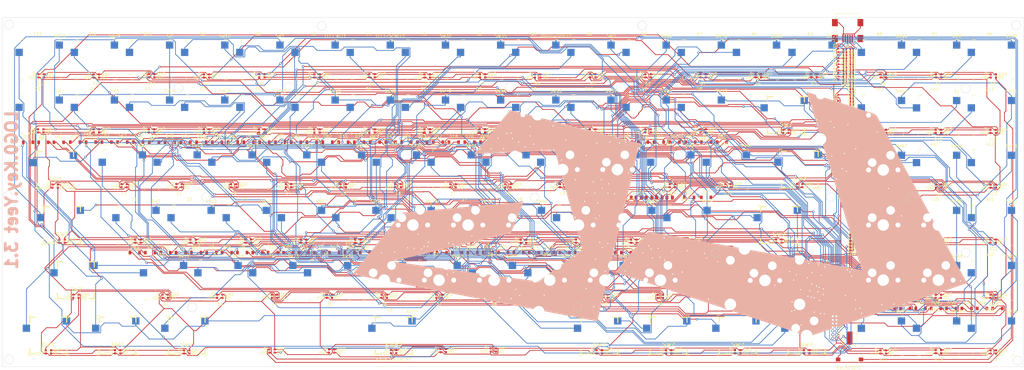
<source format=kicad_pcb>
(kicad_pcb (version 20171130) (host pcbnew "(5.1.10)-1")
  (title_block (title Lo-Key) (date 2021-05-14) (rev Yeet2) (company "L0gan Co."))
  (layers (0 F.Cu signal) (31 B.Cu signal) (34 B.Paste user) (35 F.Paste user) (36 B.SilkS user) (37 F.SilkS user) (38 B.Mask user) (39 F.Mask user) (44 Edge.Cuts user))
  (net 0 "")
  (net 1 "Net-(D2-Pad1)")
  (net 2 "Net-(D3-Pad1)")
  (net 3 "Net-(D4-Pad1)")
  (net 4 "Net-(D5-Pad1)")
  (net 5 "Net-(D6-Pad1)")
  (net 6 "Net-(D7-Pad1)")
  (net 7 "Net-(D8-Pad1)")
  (net 8 "Net-(D9-Pad1)")
  (net 9 "Net-(D10-Pad1)")
  (net 10 "Net-(D11-Pad1)")
  (net 11 "Net-(D12-Pad1)")
  (net 12 "Net-(D13-Pad1)")
  (net 13 "Net-(D14-Pad1)")
  (net 14 "Net-(D15-Pad1)")
  (net 15 "Net-(D16-Pad1)")
  (net 16 "Net-(D17-Pad1)")
  (net 17 "Net-(D18-Pad1)")
  (net 18 "Net-(D19-Pad1)")
  (net 19 "Net-(D20-Pad1)")
  (net 20 "Net-(D21-Pad1)")
  (net 21 "Net-(D22-Pad1)")
  (net 22 "Net-(D23-Pad1)")
  (net 23 "Net-(D24-Pad1)")
  (net 24 "Net-(D25-Pad1)")
  (net 25 "Net-(D26-Pad1)")
  (net 26 "Net-(D27-Pad1)")
  (net 27 "Net-(D28-Pad1)")
  (net 28 "Net-(D29-Pad1)")
  (net 29 "Net-(D30-Pad1)")
  (net 30 "Net-(D31-Pad1)")
  (net 31 "Net-(D32-Pad1)")
  (net 32 "Net-(D33-Pad1)")
  (net 33 "Net-(D34-Pad1)")
  (net 34 "Net-(D35-Pad1)")
  (net 35 "Net-(D36-Pad1)")
  (net 36 "Net-(D37-Pad1)")
  (net 37 "Net-(D38-Pad1)")
  (net 38 "Net-(D39-Pad1)")
  (net 39 "Net-(D40-Pad1)")
  (net 40 "Net-(D41-Pad1)")
  (net 41 "Net-(D42-Pad1)")
  (net 42 "Net-(D43-Pad1)")
  (net 43 "Net-(D44-Pad1)")
  (net 44 "Net-(D45-Pad1)")
  (net 45 "Net-(D46-Pad1)")
  (net 46 "Net-(D47-Pad1)")
  (net 47 "Net-(D48-Pad1)")
  (net 48 "Net-(D49-Pad1)")
  (net 49 "Net-(D50-Pad1)")
  (net 50 "Net-(D51-Pad1)")
  (net 51 "Net-(D52-Pad1)")
  (net 52 "Net-(D53-Pad1)")
  (net 53 "Net-(D54-Pad1)")
  (net 54 "Net-(D55-Pad1)")
  (net 55 "Net-(D56-Pad1)")
  (net 56 "Net-(D57-Pad1)")
  (net 57 "Net-(D58-Pad1)")
  (net 58 "Net-(D59-Pad1)")
  (net 59 "Net-(D61-Pad1)")
  (net 60 "Net-(D62-Pad1)")
  (net 61 "Net-(D63-Pad1)")
  (net 62 "Net-(D64-Pad1)")
  (net 63 "Net-(D65-Pad1)")
  (net 64 "Net-(D66-Pad1)")
  (net 65 "Net-(D67-Pad1)")
  (net 66 "Net-(D68-Pad1)")
  (net 67 "Net-(D70-Pad1)")
  (net 68 "Net-(D71-Pad1)")
  (net 69 "Net-(D72-Pad1)")
  (net 70 "Net-(Backspace1-Pad2)")
  (net 71 "Net-(D73-Pad1)")
  (net 72 "Net-(D74-Pad1)")
  (net 73 "Net-(CAPS1-Pad2)")
  (net 74 "Net-(D75-Pad1)")
  (net 75 "Net-(D76-Pad1)")
  (net 76 "Net-(D77-Pad1)")
  (net 77 "Net-(D78-Pad1)")
  (net 78 "Net-(D79-Pad1)")
  (net 79 "Net-(D80-Pad1)")
  (net 80 "Net-(D81-Pad1)")
  (net 81 "Net-(D82-Pad1)")
  (net 82 "Net-(D83-Pad1)")
  (net 83 "Net-(D84-Pad1)")
  (net 84 LED_GND)
  (net 85 LED_5V)
  (net 86 ROW5)
  (net 87 ROW2)
  (net 88 COL0)
  (net 89 COL1)
  (net 90 COL2)
  (net 91 COL3)
  (net 92 COL4)
  (net 93 COL5)
  (net 94 COL6)
  (net 95 COL7)
  (net 96 COL8)
  (net 97 COL9)
  (net 98 COL10)
  (net 99 COL11)
  (net 100 COL12)
  (net 101 COL13)
  (net 102 ROW0)
  (net 103 ROW3)
  (net 104 ROW4)
  (net 105 ROW1)
  (net 106 LED_DATA)
  (net 107 "Net-(R4-Pad2)")
  (net 108 "Net-(R2-Pad1)")
  (net 109 "Net-(R3-Pad1)")
  (net 110 "Net-(D168-Pad2)")
  (net 111 "Net-(D165-Pad2)")
  (net 112 "Net-(D166-Pad2)")
  (net 113 "Net-(D167-Pad2)")
  (net 114 "Net-(D100-Pad4)")
  (net 115 "Net-(D101-Pad4)")
  (net 116 "Net-(D102-Pad4)")
  (net 117 "Net-(D103-Pad4)")
  (net 118 "Net-(D100-Pad2)")
  (net 119 "Net-(D101-Pad2)")
  (net 120 "Net-(D102-Pad2)")
  (net 121 "Net-(D103-Pad2)")
  (net 122 "Net-(D104-Pad2)")
  (net 123 "Net-(D105-Pad2)")
  (net 124 "Net-(D106-Pad2)")
  (net 125 "Net-(D107-Pad2)")
  (net 126 "Net-(D108-Pad2)")
  (net 127 "Net-(D109-Pad2)")
  (net 128 "Net-(D110-Pad2)")
  (net 129 "Net-(D111-Pad2)")
  (net 130 "Net-(D112-Pad2)")
  (net 131 "Net-(D113-Pad2)")
  (net 132 "Net-(D114-Pad2)")
  (net 133 "Net-(D115-Pad2)")
  (net 134 "Net-(D116-Pad2)")
  (net 135 "Net-(D117-Pad2)")
  (net 136 "Net-(D118-Pad2)")
  (net 137 "Net-(D119-Pad2)")
  (net 138 "Net-(D120-Pad2)")
  (net 139 "Net-(D121-Pad2)")
  (net 140 "Net-(D122-Pad2)")
  (net 141 "Net-(D123-Pad2)")
  (net 142 "Net-(D124-Pad2)")
  (net 143 "Net-(D125-Pad2)")
  (net 144 "Net-(D126-Pad2)")
  (net 145 "Net-(D127-Pad2)")
  (net 146 "Net-(D128-Pad2)")
  (net 147 "Net-(D129-Pad2)")
  (net 148 "Net-(D130-Pad2)")
  (net 149 "Net-(D131-Pad2)")
  (net 150 "Net-(D132-Pad2)")
  (net 151 "Net-(D133-Pad2)")
  (net 152 "Net-(D134-Pad2)")
  (net 153 "Net-(D135-Pad2)")
  (net 154 "Net-(D136-Pad2)")
  (net 155 "Net-(D137-Pad2)")
  (net 156 "Net-(D138-Pad2)")
  (net 157 "Net-(D139-Pad2)")
  (net 158 "Net-(D140-Pad2)")
  (net 159 "Net-(D141-Pad2)")
  (net 160 "Net-(D142-Pad2)")
  (net 161 "Net-(D143-Pad2)")
  (net 162 "Net-(D144-Pad2)")
  (net 163 "Net-(D145-Pad2)")
  (net 164 "Net-(D146-Pad2)")
  (net 165 "Net-(D147-Pad2)")
  (net 166 "Net-(D148-Pad2)")
  (net 167 "Net-(D149-Pad2)")
  (net 168 "Net-(D150-Pad2)")
  (net 169 "Net-(D151-Pad2)")
  (net 170 "Net-(D152-Pad2)")
  (net 171 "Net-(D153-Pad2)")
  (net 172 "Net-(D154-Pad2)")
  (net 173 "Net-(D155-Pad2)")
  (net 174 "Net-(D156-Pad2)")
  (net 175 "Net-(D157-Pad2)")
  (net 176 "Net-(D158-Pad2)")
  (net 177 "Net-(D159-Pad2)")
  (net 178 "Net-(D160-Pad2)")
  (net 179 "Net-(D161-Pad2)")
  (net 180 "Net-(D162-Pad2)")
  (net 181 "Net-(D163-Pad2)")
  (net 182 "Net-(D164-Pad2)")
  (net 183 "Net-(J2-Pad3)")
  (net 184 "Net-(J2-Pad2)")
  (net 185 ROW6)
  (net 186 "Net-(D180-Pad2)")
  (net 187 "Net-(D181-Pad2)")
  (net 188 "Net-(D182-Pad2)")
  (net 189 "Net-(D183-Pad2)")
  (net 190 "Net-(D185-Pad2)")
  (net 191 "Net-(D186-Pad2)")
  (net 192 "Net-(D187-Pad2)")
  (net 193 "Net-(D188-Pad2)")
  (net 194 "Net-(D190-Pad2)")
  (net 195 "Net-(D191-Pad2)")
  (net 196 "Net-(D192-Pad2)")
  (net 197 "Net-(D193-Pad2)")
  (net 198 "Net-(D195-Pad2)")
  (net 199 "Net-(C107-Pad1)")
  (net 200 "Net-(C108-Pad1)")
  (net 201 "Net-(C109-Pad2)")
  (net 202 "Net-(C109-Pad1)")
  (net 203 "Net-(D60-Pad1)")
  (net 204 "Net-(D85-Pad1)")
  (net 205 "Net-(D86-Pad1)")
  (net 206 "Net-(D87-Pad1)")
  (net 207 "Net-(D88-Pad1)")
  (net 208 "Net-(D89-Pad1)")
  (net 209 "Net-(D90-Pad1)")
  (net 210 "Net-(D91-Pad1)")
  (net 211 "Net-(D92-Pad1)")
  (net 212 "Net-(D93-Pad1)")
  (net 213 "Net-(D94-Pad1)")
  (net 214 "Net-(D104-Pad4)")
  (net 215 "Net-(D169-Pad2)")
  (net 216 "Net-(D170-Pad2)")
  (net 217 "Net-(D171-Pad2)")
  (net 218 "Net-(D172-Pad2)")
  (net 219 "Net-(D173-Pad2)")
  (net 220 "Net-(D174-Pad2)")
  (net 221 "Net-(D175-Pad2)")
  (net 222 "Net-(D176-Pad2)")
  (net 223 "Net-(D177-Pad2)")
  (net 224 "Net-(D178-Pad2)")
  (net 225 RESET)
  (module Package_DFN_QFN:QFN-44-1EP_7x7mm_P0.5mm_EP5.2x5.2mm (layer F.Cu) (at 315.087 95.758)
    (fp_text reference U1 (at 0 -4.82) (layer F.SilkS))
    (fp_text value ATmega32U4-MU)
    (pad 45 smd rect (at 0 0) (size 5.2 5.2) (layers F.Cu F.Mask) (net 84 LED_GND))
    (pad 44 smd roundrect (at -2.5 -3.3375) (size 0.25 1.075) (layers F.Cu F.Paste F.Mask) (net 85 LED_5V))
    (pad 43 smd roundrect (at -2 -3.3375) (size 0.25 1.075) (layers F.Cu F.Paste F.Mask) (net 84 LED_GND))
    (pad 42 smd roundrect (at -1.5 -3.3375) (size 0.25 1.075) (layers F.Cu F.Paste F.Mask))
    (pad 41 smd roundrect (at -1 -3.3375) (size 0.25 1.075) (layers F.Cu F.Paste F.Mask))
    (pad 40 smd roundrect (at -0.5 -3.3375) (size 0.25 1.075) (layers F.Cu F.Paste F.Mask))
    (pad 39 smd roundrect (at 0 -3.3375) (size 0.25 1.075) (layers F.Cu F.Paste F.Mask) (net 86 ROW5))
    (pad 38 smd roundrect (at 0.5 -3.3375) (size 0.25 1.075) (layers F.Cu F.Paste F.Mask) (net 104 ROW4))
    (pad 37 smd roundrect (at 1 -3.3375) (size 0.25 1.075) (layers F.Cu F.Paste F.Mask) (net 103 ROW3))
    (pad 36 smd roundrect (at 1.5 -3.3375) (size 0.25 1.075) (layers F.Cu F.Paste F.Mask) (net 87 ROW2))
    (pad 35 smd roundrect (at 2 -3.3375) (size 0.25 1.075) (layers F.Cu F.Paste F.Mask) (net 84 LED_GND))
    (pad 34 smd roundrect (at 2.5 -3.3375) (size 0.25 1.075) (layers F.Cu F.Paste F.Mask) (net 85 LED_5V))
    (pad 33 smd roundrect (at 3.3375 -2.5) (size 1.075 0.25) (layers F.Cu F.Paste F.Mask) (net 107 "Net-(R4-Pad2)"))
    (pad 32 smd roundrect (at 3.3375 -2) (size 1.075 0.25) (layers F.Cu F.Paste F.Mask) (net 185 ROW6))
    (pad 31 smd roundrect (at 3.3375 -1.5) (size 1.075 0.25) (layers F.Cu F.Paste F.Mask))
    (pad 30 smd roundrect (at 3.3375 -1) (size 1.075 0.25) (layers F.Cu F.Paste F.Mask) (net 97 COL9))
    (pad 29 smd roundrect (at 3.3375 -0.5) (size 1.075 0.25) (layers F.Cu F.Paste F.Mask) (net 98 COL10))
    (pad 28 smd roundrect (at 3.3375 0) (size 1.075 0.25) (layers F.Cu F.Paste F.Mask) (net 99 COL11))
    (pad 27 smd roundrect (at 3.3375 0.5) (size 1.075 0.25) (layers F.Cu F.Paste F.Mask) (net 88 COL0))
    (pad 26 smd roundrect (at 3.3375 1) (size 1.075 0.25) (layers F.Cu F.Paste F.Mask) (net 89 COL1))
    (pad 25 smd roundrect (at 3.3375 1.5) (size 1.075 0.25) (layers F.Cu F.Paste F.Mask) (net 91 COL3))
    (pad 24 smd roundrect (at 3.3375 2) (size 1.075 0.25) (layers F.Cu F.Paste F.Mask) (net 85 LED_5V))
    (pad 23 smd roundrect (at 3.3375 2.5) (size 1.075 0.25) (layers F.Cu F.Paste F.Mask) (net 84 LED_GND))
    (pad 22 smd roundrect (at 2.5 3.3375) (size 0.25 1.075) (layers F.Cu F.Paste F.Mask) (net 90 COL2))
    (pad 21 smd roundrect (at 2 3.3375) (size 0.25 1.075) (layers F.Cu F.Paste F.Mask) (net 92 COL4))
    (pad 20 smd roundrect (at 1.5 3.3375) (size 0.25 1.075) (layers F.Cu F.Paste F.Mask) (net 93 COL5))
    (pad 19 smd roundrect (at 1 3.3375) (size 0.25 1.075) (layers F.Cu F.Paste F.Mask) (net 94 COL6))
    (pad 18 smd roundrect (at 0.5 3.3375) (size 0.25 1.075) (layers F.Cu F.Paste F.Mask) (net 95 COL7))
    (pad 17 smd roundrect (at 0 3.3375) (size 0.25 1.075) (layers F.Cu F.Paste F.Mask) (net 199 "Net-(C107-Pad1)"))
    (pad 16 smd roundrect (at -0.5 3.3375) (size 0.25 1.075) (layers F.Cu F.Paste F.Mask) (net 200 "Net-(C108-Pad1)"))
    (pad 15 smd roundrect (at -1 3.3375) (size 0.25 1.075) (layers F.Cu F.Paste F.Mask) (net 84 LED_GND))
    (pad 14 smd roundrect (at -1.5 3.3375) (size 0.25 1.075) (layers F.Cu F.Paste F.Mask) (net 85 LED_5V))
    (pad 13 smd roundrect (at -2 3.3375) (size 0.25 1.075) (layers F.Cu F.Paste F.Mask) (net 225 RESET))
    (pad 12 smd roundrect (at -2.5 3.3375) (size 0.25 1.075) (layers F.Cu F.Paste F.Mask) (net 96 COL8))
    (pad 11 smd roundrect (at -3.3375 2.5) (size 1.075 0.25) (layers F.Cu F.Paste F.Mask) (net 100 COL12))
    (pad 10 smd roundrect (at -3.3375 2) (size 1.075 0.25) (layers F.Cu F.Paste F.Mask) (net 101 COL13))
    (pad 9 smd roundrect (at -3.3375 1.5) (size 1.075 0.25) (layers F.Cu F.Paste F.Mask) (net 102 ROW0))
    (pad 8 smd roundrect (at -3.3375 1) (size 1.075 0.25) (layers F.Cu F.Paste F.Mask) (net 105 ROW1))
    (pad 7 smd roundrect (at -3.3375 0.5) (size 1.075 0.25) (layers F.Cu F.Paste F.Mask) (net 85 LED_5V))
    (pad 6 smd roundrect (at -3.3375 0) (size 1.075 0.25) (layers F.Cu F.Paste F.Mask) (net 201 "Net-(C109-Pad2)"))
    (pad 5 smd roundrect (at -3.3375 -0.5) (size 1.075 0.25) (layers F.Cu F.Paste F.Mask) (net 84 LED_GND))
    (pad 4 smd roundrect (at -3.3375 -1) (size 1.075 0.25) (layers F.Cu F.Paste F.Mask) (net 108 "Net-(R2-Pad1)"))
    (pad 3 smd roundrect (at -3.3375 -1.5) (size 1.075 0.25) (layers F.Cu F.Paste F.Mask) (net 109 "Net-(R3-Pad1)"))
    (pad 2 smd roundrect (at -3.3375 -2) (size 1.075 0.25) (layers F.Cu F.Paste F.Mask) (net 85 LED_5V))
    (pad 1 smd roundrect (at -3.3375 -2.5) (size 1.075 0.25) (layers F.Cu F.Paste F.Mask) (net 106 LED_DATA))
  )
  (module CHGRAY_LED:LED_WS2812-2020 (layer F.Cu) (at 162.103 119.583)
    (fp_text reference D179)
    (fp_text value LED)
    (fp_text user DO (at 2.667 0.635) (layer F.SilkS))
    (fp_text user GND (at 3.302 -0.635) (layer F.SilkS))
    (fp_text user VDD (at -3.048 0.635) (layer F.SilkS))
    (fp_text user DI (at -2.286 -0.762) (layer F.SilkS))
    (pad 3 smd rect (at 0.915 -0.55) (size 0.7 0.7) (layers F.Cu F.Paste F.Mask) (net 84 LED_GND))
    (pad 2 smd rect (at 0.915 0.55) (size 0.7 0.7) (layers F.Cu F.Paste F.Mask))
    (pad 1 smd rect (at -0.915 0.55) (size 0.7 0.7) (layers F.Cu F.Paste F.Mask) (net 85 LED_5V))
    (pad 4 smd rect (at -0.915 -0.55) (size 0.7 0.7) (layers F.Cu F.Paste F.Mask) (net 220 "Net-(D174-Pad2)"))
  )
  (module Capacitor_SMD:C_0402_1005Metric (layer F.Cu) (at 315.671 39.7129 90)
    (fp_text reference C85 (at 0 -1.16 90) (layer F.SilkS))
    (fp_text value "C104  0.1uF 100nF")
    (pad 2 smd roundrect (at 0.48 0 90) (size 0.56 0.62) (layers F.Cu F.Paste F.Mask) (net 85 LED_5V))
    (pad 1 smd roundrect (at -0.48 0 90) (size 0.56 0.62) (layers F.Cu F.Paste F.Mask) (net 84 LED_GND))
  )
  (module CHGRAY_LED:LED_WS2812-2020 (layer F.Cu) (at 179.273 119.219)
    (fp_text reference D174)
    (fp_text value LED)
    (fp_text user DO (at 2.667 0.635) (layer F.SilkS))
    (fp_text user GND (at 3.302 -0.635) (layer F.SilkS))
    (fp_text user VDD (at -3.048 0.635) (layer F.SilkS))
    (fp_text user DI (at -2.286 -0.762) (layer F.SilkS))
    (pad 3 smd rect (at 0.915 -0.55) (size 0.7 0.7) (layers F.Cu F.Paste F.Mask) (net 84 LED_GND))
    (pad 2 smd rect (at 0.915 0.55) (size 0.7 0.7) (layers F.Cu F.Paste F.Mask) (net 220 "Net-(D174-Pad2)"))
    (pad 1 smd rect (at -0.915 0.55) (size 0.7 0.7) (layers F.Cu F.Paste F.Mask) (net 85 LED_5V))
    (pad 4 smd rect (at -0.915 -0.55) (size 0.7 0.7) (layers F.Cu F.Paste F.Mask) (net 215 "Net-(D169-Pad2)"))
  )
  (module CHGRAY_LED:LED_WS2812-2020 (layer F.Cu) (at 140.716 119.38)
    (fp_text reference D169)
    (fp_text value LED)
    (fp_text user DO (at 2.667 0.635) (layer F.SilkS))
    (fp_text user GND (at 3.302 -0.635) (layer F.SilkS))
    (fp_text user VDD (at -3.048 0.635) (layer F.SilkS))
    (fp_text user DI (at -2.286 -0.762) (layer F.SilkS))
    (pad 3 smd rect (at 0.915 -0.55) (size 0.7 0.7) (layers F.Cu F.Paste F.Mask) (net 84 LED_GND))
    (pad 2 smd rect (at 0.915 0.55) (size 0.7 0.7) (layers F.Cu F.Paste F.Mask) (net 215 "Net-(D169-Pad2)"))
    (pad 1 smd rect (at -0.915 0.55) (size 0.7 0.7) (layers F.Cu F.Paste F.Mask) (net 85 LED_5V))
    (pad 4 smd rect (at -0.915 -0.55) (size 0.7 0.7) (layers F.Cu F.Paste F.Mask) (net 182 "Net-(D164-Pad2)"))
  )
  (module CHGRAY_LED:LED_WS2812-2020 (layer F.Cu) (at 196.545 119.024)
    (fp_text reference D164)
    (fp_text value LED)
    (fp_text user DO (at 2.667 0.635) (layer F.SilkS))
    (fp_text user GND (at 3.302 -0.635) (layer F.SilkS))
    (fp_text user VDD (at -3.048 0.635) (layer F.SilkS))
    (fp_text user DI (at -2.286 -0.762) (layer F.SilkS))
    (pad 3 smd rect (at 0.915 -0.55) (size 0.7 0.7) (layers F.Cu F.Paste F.Mask) (net 84 LED_GND))
    (pad 2 smd rect (at 0.915 0.55) (size 0.7 0.7) (layers F.Cu F.Paste F.Mask) (net 182 "Net-(D164-Pad2)"))
    (pad 1 smd rect (at -0.915 0.55) (size 0.7 0.7) (layers F.Cu F.Paste F.Mask) (net 85 LED_5V))
    (pad 4 smd rect (at -0.915 -0.55) (size 0.7 0.7) (layers F.Cu F.Paste F.Mask) (net 177 "Net-(D159-Pad2)"))
  )
  (module CHGRAY_LED:LED_WS2812-2020 (layer F.Cu) (at 120.142 119.38)
    (fp_text reference D159)
    (fp_text value LED)
    (fp_text user DO (at 2.667 0.635) (layer F.SilkS))
    (fp_text user GND (at 3.302 -0.635) (layer F.SilkS))
    (fp_text user VDD (at -3.048 0.635) (layer F.SilkS))
    (fp_text user DI (at -2.286 -0.762) (layer F.SilkS))
    (pad 3 smd rect (at 0.915 -0.55) (size 0.7 0.7) (layers F.Cu F.Paste F.Mask) (net 84 LED_GND))
    (pad 2 smd rect (at 0.915 0.55) (size 0.7 0.7) (layers F.Cu F.Paste F.Mask) (net 177 "Net-(D159-Pad2)"))
    (pad 1 smd rect (at -0.915 0.55) (size 0.7 0.7) (layers F.Cu F.Paste F.Mask) (net 85 LED_5V))
    (pad 4 smd rect (at -0.915 -0.55) (size 0.7 0.7) (layers F.Cu F.Paste F.Mask) (net 172 "Net-(D154-Pad2)"))
  )
  (module Capacitor_SMD:C_0402_1005Metric (layer F.Cu) (at 315.671 35.4902 90)
    (fp_text reference C80 (at 0 -1.16 90) (layer F.SilkS))
    (fp_text value "C104  0.1uF 100nF")
    (pad 2 smd roundrect (at 0.48 0 90) (size 0.56 0.62) (layers F.Cu F.Paste F.Mask) (net 85 LED_5V))
    (pad 1 smd roundrect (at -0.48 0 90) (size 0.56 0.62) (layers F.Cu F.Paste F.Mask) (net 84 LED_GND))
  )
  (module Capacitor_SMD:C_0402_1005Metric (layer F.Cu) (at 315.671 46.047 90)
    (fp_text reference C75 (at 0 -1.16 90) (layer F.SilkS))
    (fp_text value "C104  0.1uF 100nF")
    (pad 2 smd roundrect (at 0.48 0 90) (size 0.56 0.62) (layers F.Cu F.Paste F.Mask) (net 85 LED_5V))
    (pad 1 smd roundrect (at -0.48 0 90) (size 0.56 0.62) (layers F.Cu F.Paste F.Mask) (net 84 LED_GND))
  )
  (module Capacitor_SMD:C_0402_1005Metric (layer F.Cu) (at 315.671 20.7105 90)
    (fp_text reference C70 (at 0 -1.16 90) (layer F.SilkS))
    (fp_text value "C104  0.1uF 100nF")
    (pad 2 smd roundrect (at 0.48 0 90) (size 0.56 0.62) (layers F.Cu F.Paste F.Mask) (net 85 LED_5V))
    (pad 1 smd roundrect (at -0.48 0 90) (size 0.56 0.62) (layers F.Cu F.Paste F.Mask) (net 84 LED_GND))
  )
  (module Capacitor_SMD:C_0402_1005Metric (layer F.Cu) (at 315.671 43.9357 90)
    (fp_text reference C65 (at 0 -1.16 90) (layer F.SilkS))
    (fp_text value "C104  0.1uF 100nF")
    (pad 2 smd roundrect (at 0.48 0 90) (size 0.56 0.62) (layers F.Cu F.Paste F.Mask) (net 85 LED_5V))
    (pad 1 smd roundrect (at -0.48 0 90) (size 0.56 0.62) (layers F.Cu F.Paste F.Mask) (net 84 LED_GND))
  )
  (module CHGRAY_LED:LED_WS2812-2020 (layer F.Cu) (at 369.164 24.2824)
    (fp_text reference D154)
    (fp_text value LED)
    (fp_text user DO (at 2.667 0.635) (layer F.SilkS))
    (fp_text user GND (at 3.302 -0.635) (layer F.SilkS))
    (fp_text user VDD (at -3.048 0.635) (layer F.SilkS))
    (fp_text user DI (at -2.286 -0.762) (layer F.SilkS))
    (pad 3 smd rect (at 0.915 -0.55) (size 0.7 0.7) (layers F.Cu F.Paste F.Mask) (net 84 LED_GND))
    (pad 2 smd rect (at 0.915 0.55) (size 0.7 0.7) (layers F.Cu F.Paste F.Mask) (net 172 "Net-(D154-Pad2)"))
    (pad 1 smd rect (at -0.915 0.55) (size 0.7 0.7) (layers F.Cu F.Paste F.Mask) (net 85 LED_5V))
    (pad 4 smd rect (at -0.915 -0.55) (size 0.7 0.7) (layers F.Cu F.Paste F.Mask) (net 167 "Net-(D149-Pad2)"))
  )
  (module Capacitor_SMD:C_0402_1005Metric (layer F.Cu) (at 315.671 22.8219 90)
    (fp_text reference C60 (at 0 -1.16 90) (layer F.SilkS))
    (fp_text value "C104  0.1uF 100nF")
    (pad 2 smd roundrect (at 0.48 0 90) (size 0.56 0.62) (layers F.Cu F.Paste F.Mask) (net 85 LED_5V))
    (pad 1 smd roundrect (at -0.48 0 90) (size 0.56 0.62) (layers F.Cu F.Paste F.Mask) (net 84 LED_GND))
  )
  (module CHGRAY_LED:LED_WS2812-2020 (layer F.Cu) (at 350.267 24.2404)
    (fp_text reference D149)
    (fp_text value LED)
    (fp_text user DO (at 2.667 0.635) (layer F.SilkS))
    (fp_text user GND (at 3.302 -0.635) (layer F.SilkS))
    (fp_text user VDD (at -3.048 0.635) (layer F.SilkS))
    (fp_text user DI (at -2.286 -0.762) (layer F.SilkS))
    (pad 3 smd rect (at 0.915 -0.55) (size 0.7 0.7) (layers F.Cu F.Paste F.Mask) (net 84 LED_GND))
    (pad 2 smd rect (at 0.915 0.55) (size 0.7 0.7) (layers F.Cu F.Paste F.Mask) (net 167 "Net-(D149-Pad2)"))
    (pad 1 smd rect (at -0.915 0.55) (size 0.7 0.7) (layers F.Cu F.Paste F.Mask) (net 85 LED_5V))
    (pad 4 smd rect (at -0.915 -0.55) (size 0.7 0.7) (layers F.Cu F.Paste F.Mask) (net 162 "Net-(D144-Pad2)"))
  )
  (module CHGRAY_LED:LED_WS2812-2020 (layer F.Cu) (at 268.987 24.2404)
    (fp_text reference D144)
    (fp_text value LED)
    (fp_text user DO (at 2.667 0.635) (layer F.SilkS))
    (fp_text user GND (at 3.302 -0.635) (layer F.SilkS))
    (fp_text user VDD (at -3.048 0.635) (layer F.SilkS))
    (fp_text user DI (at -2.286 -0.762) (layer F.SilkS))
    (pad 3 smd rect (at 0.915 -0.55) (size 0.7 0.7) (layers F.Cu F.Paste F.Mask) (net 84 LED_GND))
    (pad 2 smd rect (at 0.915 0.55) (size 0.7 0.7) (layers F.Cu F.Paste F.Mask) (net 162 "Net-(D144-Pad2)"))
    (pad 1 smd rect (at -0.915 0.55) (size 0.7 0.7) (layers F.Cu F.Paste F.Mask) (net 85 LED_5V))
    (pad 4 smd rect (at -0.915 -0.55) (size 0.7 0.7) (layers F.Cu F.Paste F.Mask) (net 157 "Net-(D139-Pad2)"))
  )
  (module CHGRAY_LED:LED_WS2812-2020 (layer F.Cu) (at 331.166 24.2404)
    (fp_text reference D139)
    (fp_text value LED)
    (fp_text user DO (at 2.667 0.635) (layer F.SilkS))
    (fp_text user GND (at 3.302 -0.635) (layer F.SilkS))
    (fp_text user VDD (at -3.048 0.635) (layer F.SilkS))
    (fp_text user DI (at -2.286 -0.762) (layer F.SilkS))
    (pad 3 smd rect (at 0.915 -0.55) (size 0.7 0.7) (layers F.Cu F.Paste F.Mask) (net 84 LED_GND))
    (pad 2 smd rect (at 0.915 0.55) (size 0.7 0.7) (layers F.Cu F.Paste F.Mask) (net 157 "Net-(D139-Pad2)"))
    (pad 1 smd rect (at -0.915 0.55) (size 0.7 0.7) (layers F.Cu F.Paste F.Mask) (net 85 LED_5V))
    (pad 4 smd rect (at -0.915 -0.55) (size 0.7 0.7) (layers F.Cu F.Paste F.Mask) (net 152 "Net-(D134-Pad2)"))
  )
  (module CHGRAY_LED:LED_WS2812-2020 (layer F.Cu) (at 288.037 24.2404)
    (fp_text reference D134)
    (fp_text value LED)
    (fp_text user DO (at 2.667 0.635) (layer F.SilkS))
    (fp_text user GND (at 3.302 -0.635) (layer F.SilkS))
    (fp_text user VDD (at -3.048 0.635) (layer F.SilkS))
    (fp_text user DI (at -2.286 -0.762) (layer F.SilkS))
    (pad 3 smd rect (at 0.915 -0.55) (size 0.7 0.7) (layers F.Cu F.Paste F.Mask) (net 84 LED_GND))
    (pad 2 smd rect (at 0.915 0.55) (size 0.7 0.7) (layers F.Cu F.Paste F.Mask) (net 152 "Net-(D134-Pad2)"))
    (pad 1 smd rect (at -0.915 0.55) (size 0.7 0.7) (layers F.Cu F.Paste F.Mask) (net 85 LED_5V))
    (pad 4 smd rect (at -0.915 -0.55) (size 0.7 0.7) (layers F.Cu F.Paste F.Mask) (net 147 "Net-(D129-Pad2)"))
  )
  (module CHGRAY_LED:LED_WS2812-2020 (layer F.Cu) (at 211.837 24.2912)
    (fp_text reference D129)
    (fp_text value LED)
    (fp_text user DO (at 2.667 0.635) (layer F.SilkS))
    (fp_text user GND (at 3.302 -0.635) (layer F.SilkS))
    (fp_text user VDD (at -3.048 0.635) (layer F.SilkS))
    (fp_text user DI (at -2.286 -0.762) (layer F.SilkS))
    (pad 3 smd rect (at 0.915 -0.55) (size 0.7 0.7) (layers F.Cu F.Paste F.Mask) (net 84 LED_GND))
    (pad 2 smd rect (at 0.915 0.55) (size 0.7 0.7) (layers F.Cu F.Paste F.Mask) (net 147 "Net-(D129-Pad2)"))
    (pad 1 smd rect (at -0.915 0.55) (size 0.7 0.7) (layers F.Cu F.Paste F.Mask) (net 85 LED_5V))
    (pad 4 smd rect (at -0.915 -0.55) (size 0.7 0.7) (layers F.Cu F.Paste F.Mask) (net 142 "Net-(D124-Pad2)"))
  )
  (module CHGRAY_LED:LED_WS2812-2020 (layer F.Cu) (at 307.239 24.1896)
    (fp_text reference D124)
    (fp_text value LED)
    (fp_text user DO (at 2.667 0.635) (layer F.SilkS))
    (fp_text user GND (at 3.302 -0.635) (layer F.SilkS))
    (fp_text user VDD (at -3.048 0.635) (layer F.SilkS))
    (fp_text user DI (at -2.286 -0.762) (layer F.SilkS))
    (pad 3 smd rect (at 0.915 -0.55) (size 0.7 0.7) (layers F.Cu F.Paste F.Mask) (net 84 LED_GND))
    (pad 2 smd rect (at 0.915 0.55) (size 0.7 0.7) (layers F.Cu F.Paste F.Mask) (net 142 "Net-(D124-Pad2)"))
    (pad 1 smd rect (at -0.915 0.55) (size 0.7 0.7) (layers F.Cu F.Paste F.Mask) (net 85 LED_5V))
    (pad 4 smd rect (at -0.915 -0.55) (size 0.7 0.7) (layers F.Cu F.Paste F.Mask) (net 137 "Net-(D119-Pad2)"))
  )
  (module CHGRAY_LED:LED_WS2812-2020 (layer F.Cu) (at 230.887 24.1896)
    (fp_text reference D119)
    (fp_text value LED)
    (fp_text user DO (at 2.667 0.635) (layer F.SilkS))
    (fp_text user GND (at 3.302 -0.635) (layer F.SilkS))
    (fp_text user VDD (at -3.048 0.635) (layer F.SilkS))
    (fp_text user DI (at -2.286 -0.762) (layer F.SilkS))
    (pad 3 smd rect (at 0.915 -0.55) (size 0.7 0.7) (layers F.Cu F.Paste F.Mask) (net 84 LED_GND))
    (pad 2 smd rect (at 0.915 0.55) (size 0.7 0.7) (layers F.Cu F.Paste F.Mask) (net 137 "Net-(D119-Pad2)"))
    (pad 1 smd rect (at -0.915 0.55) (size 0.7 0.7) (layers F.Cu F.Paste F.Mask) (net 85 LED_5V))
    (pad 4 smd rect (at -0.915 -0.55) (size 0.7 0.7) (layers F.Cu F.Paste F.Mask) (net 132 "Net-(D114-Pad2)"))
  )
  (module CHGRAY_LED:LED_WS2812-2020 (layer F.Cu) (at 249.987 24.2228)
    (fp_text reference D114)
    (fp_text value LED)
    (fp_text user DO (at 2.667 0.635) (layer F.SilkS))
    (fp_text user GND (at 3.302 -0.635) (layer F.SilkS))
    (fp_text user VDD (at -3.048 0.635) (layer F.SilkS))
    (fp_text user DI (at -2.286 -0.762) (layer F.SilkS))
    (pad 3 smd rect (at 0.915 -0.55) (size 0.7 0.7) (layers F.Cu F.Paste F.Mask) (net 84 LED_GND))
    (pad 2 smd rect (at 0.915 0.55) (size 0.7 0.7) (layers F.Cu F.Paste F.Mask) (net 132 "Net-(D114-Pad2)"))
    (pad 1 smd rect (at -0.915 0.55) (size 0.7 0.7) (layers F.Cu F.Paste F.Mask) (net 85 LED_5V))
    (pad 4 smd rect (at -0.915 -0.55) (size 0.7 0.7) (layers F.Cu F.Paste F.Mask) (net 127 "Net-(D109-Pad2)"))
  )
  (module Capacitor_SMD:C_0402_1005Metric (layer F.Cu) (at 315.671 31.2674 90)
    (fp_text reference C55 (at 0 -1.16 90) (layer F.SilkS))
    (fp_text value "C104  0.1uF 100nF")
    (pad 2 smd roundrect (at 0.48 0 90) (size 0.56 0.62) (layers F.Cu F.Paste F.Mask) (net 85 LED_5V))
    (pad 1 smd roundrect (at -0.48 0 90) (size 0.56 0.62) (layers F.Cu F.Paste F.Mask) (net 84 LED_GND))
  )
  (module Capacitor_SMD:C_0402_1005Metric (layer F.Cu) (at 315.671 16.4878 90)
    (fp_text reference C50 (at 0 -1.16 90) (layer F.SilkS))
    (fp_text value "C104  0.1uF 100nF")
    (pad 2 smd roundrect (at 0.48 0 90) (size 0.56 0.62) (layers F.Cu F.Paste F.Mask) (net 85 LED_5V))
    (pad 1 smd roundrect (at -0.48 0 90) (size 0.56 0.62) (layers F.Cu F.Paste F.Mask) (net 84 LED_GND))
  )
  (module Capacitor_SMD:C_0402_1005Metric (layer F.Cu) (at 315.671 18.5992 90)
    (fp_text reference C45 (at 0 -1.16 90) (layer F.SilkS))
    (fp_text value "C104  0.1uF 100nF")
    (pad 2 smd roundrect (at 0.48 0 90) (size 0.56 0.62) (layers F.Cu F.Paste F.Mask) (net 85 LED_5V))
    (pad 1 smd roundrect (at -0.48 0 90) (size 0.56 0.62) (layers F.Cu F.Paste F.Mask) (net 84 LED_GND))
  )
  (module Capacitor_SMD:C_0402_1005Metric (layer F.Cu) (at 315.671 24.9333 90)
    (fp_text reference C40 (at 0 -1.16 90) (layer F.SilkS))
    (fp_text value "C104  0.1uF 100nF")
    (pad 2 smd roundrect (at 0.48 0 90) (size 0.56 0.62) (layers F.Cu F.Paste F.Mask) (net 85 LED_5V))
    (pad 1 smd roundrect (at -0.48 0 90) (size 0.56 0.62) (layers F.Cu F.Paste F.Mask) (net 84 LED_GND))
  )
  (module Capacitor_SMD:C_0402_1005Metric (layer F.Cu) (at 315.671 14.3764 90)
    (fp_text reference C35 (at 0 -1.16 90) (layer F.SilkS))
    (fp_text value "C104  0.1uF 100nF")
    (pad 2 smd roundrect (at 0.48 0 90) (size 0.56 0.62) (layers F.Cu F.Paste F.Mask) (net 85 LED_5V))
    (pad 1 smd roundrect (at -0.48 0 90) (size 0.56 0.62) (layers F.Cu F.Paste F.Mask) (net 84 LED_GND))
  )
  (module Capacitor_SMD:C_0402_1005Metric (layer F.Cu) (at 315.519 48.1584 90)
    (fp_text reference C30 (at 0 -1.16 90) (layer F.SilkS))
    (fp_text value "C104  0.1uF 100nF")
    (pad 2 smd roundrect (at 0.48 0 90) (size 0.56 0.62) (layers F.Cu F.Paste F.Mask) (net 85 LED_5V))
    (pad 1 smd roundrect (at -0.48 0 90) (size 0.56 0.62) (layers F.Cu F.Paste F.Mask) (net 84 LED_GND))
  )
  (module Capacitor_SMD:C_0402_1005Metric (layer F.Cu) (at 315.671 33.3788 90)
    (fp_text reference C25 (at 0 -1.16 90) (layer F.SilkS))
    (fp_text value "C104  0.1uF 100nF")
    (pad 2 smd roundrect (at 0.48 0 90) (size 0.56 0.62) (layers F.Cu F.Paste F.Mask) (net 85 LED_5V))
    (pad 1 smd roundrect (at -0.48 0 90) (size 0.56 0.62) (layers F.Cu F.Paste F.Mask) (net 84 LED_GND))
  )
  (module Capacitor_SMD:C_0402_1005Metric (layer F.Cu) (at 315.671 41.8243 90)
    (fp_text reference C20 (at 0 -1.16 90) (layer F.SilkS))
    (fp_text value "C104  0.1uF 100nF")
    (pad 2 smd roundrect (at 0.48 0 90) (size 0.56 0.62) (layers F.Cu F.Paste F.Mask) (net 85 LED_5V))
    (pad 1 smd roundrect (at -0.48 0 90) (size 0.56 0.62) (layers F.Cu F.Paste F.Mask) (net 84 LED_GND))
  )
  (module daprice-keyswitches:Stabilizer_MX_1.25u (layer F.Cu) (at 233.172 114.046)
    (fp_text reference SW58 hide)
    (fp_text value 69 hide)
    (fp_text user SW? (at 0 3.175) (layer F.SilkS) (effects (font (size 1.27 1.524) (thickness 0.2032))))
    (pad "" np_thru_hole circle (at -3.8 -2.55) (size 3 3) (drill 3) (layers *.Cu *.Mask))
    (pad "" np_thru_hole circle (at -5.07 -0.01) (size 1.7018 1.7018) (drill 1.7018) (layers *.Cu *.Mask))
    (pad "" np_thru_hole circle (at 0.01 -0.01) (size 3.9878 3.9878) (drill 3.9878) (layers *.Cu *.Mask))
    (pad "" np_thru_hole circle (at 5.09 -0.01) (size 1.7018 1.7018) (drill 1.7018) (layers *.Cu *.Mask))
    (pad 2 smd rect (at -7.55 -2.55) (size 2.55 2.5) (layers B.Cu B.Paste B.Mask) (net 67 "Net-(D70-Pad1)"))
    (pad 1 smd rect (at 6.3 -5.09) (size 2.55 2.5) (layers B.Cu B.Paste B.Mask) (net 185 ROW6))
    (pad "" np_thru_hole circle (at 2.55 -5.09) (size 3 3) (drill 3) (layers *.Cu *.Mask))
  )
  (module Diode_SMD:D_SOD-123 (layer F.Cu) (at 188.335 47.1556)
    (fp_text reference D70 (at 0 -2) (layer F.SilkS))
    (fp_text value DIODE)
    (pad 2 smd rect (at 1.65 0) (size 0.9 1.2) (layers F.Cu F.Paste F.Mask) (net 97 COL9))
    (pad 1 smd rect (at -1.65 0) (size 0.9 1.2) (layers F.Cu F.Paste F.Mask) (net 67 "Net-(D70-Pad1)"))
  )
  (module CherryKeys:CHERRY_PCB_625H (layer F.Cu) (at 162.179 114.046)
    (fp_text reference SW57 (at 0 3.175) (layer F.SilkS) (effects (font (size 1.27 1.524) (thickness 0.2032))))
    (fp_text value 49 hide)
    (fp_text user Kailh_socket_MX (at 0 8.255) (layer F.SilkS))
    (fp_text user REF** (at 6.35 -8.255) (layer F.SilkS))
    (fp_text user %V (at -1.27 -8.89) (layer F.SilkS))
    (pad 2 smd rect (at -7.56 -2.54) (size 2.55 2.5) (layers B.Cu B.Paste B.Mask) (net 66 "Net-(D68-Pad1)"))
    (pad "" np_thru_hole circle (at -5.08 0) (size 1.7018 1.7018) (drill 1.7018) (layers *.Cu *.Mask))
    (pad "" np_thru_hole circle (at 0 0) (size 3.9878 3.9878) (drill 3.9878) (layers *.Cu *.Mask))
    (pad "" np_thru_hole circle (at 5.08 0) (size 1.7018 1.7018) (drill 1.7018) (layers *.Cu *.Mask))
    (pad 1 smd rect (at 6.29 -5.08) (size 2.55 2.5) (layers B.Cu B.Paste B.Mask) (net 104 ROW4))
    (pad "" np_thru_hole circle (at -3.81 -2.54) (size 3 3) (drill 3) (layers *.Cu *.Mask))
    (pad "" np_thru_hole circle (at 2.54 -5.08) (size 3 3) (drill 3) (layers *.Cu *.Mask))
    (pad HOLE np_thru_hole circle (at 50.038 -8.255) (size 3.9878 3.9878) (drill 3.9878) (layers *.Cu))
    (pad HOLE np_thru_hole circle (at -50.038 -8.255) (size 3.9878 3.9878) (drill 3.9878) (layers *.Cu))
    (pad HOLE np_thru_hole circle (at 50.038 6.985) (size 3.048 3.048) (drill 3.048) (layers *.Cu))
    (pad HOLE np_thru_hole circle (at -50.038 6.985) (size 3.048 3.048) (drill 3.048) (layers *.Cu))
  )
  (module daprice-keyswitches:Stabilizer_MX_1.25u (layer F.Cu) (at 257.048 114.046)
    (fp_text reference RIGHT-SPACE1 hide)
    (fp_text value 47 hide)
    (fp_text user SW? (at 0 3.175) (layer F.SilkS) (effects (font (size 1.27 1.524) (thickness 0.2032))))
    (pad "" np_thru_hole circle (at -3.8 -2.55) (size 3 3) (drill 3) (layers *.Cu *.Mask))
    (pad "" np_thru_hole circle (at -5.07 -0.01) (size 1.7018 1.7018) (drill 1.7018) (layers *.Cu *.Mask))
    (pad "" np_thru_hole circle (at 0.01 -0.01) (size 3.9878 3.9878) (drill 3.9878) (layers *.Cu *.Mask))
    (pad "" np_thru_hole circle (at 5.09 -0.01) (size 1.7018 1.7018) (drill 1.7018) (layers *.Cu *.Mask))
    (pad 2 smd rect (at -7.55 -2.55) (size 2.55 2.5) (layers B.Cu B.Paste B.Mask) (net 53 "Net-(D54-Pad1)"))
    (pad 1 smd rect (at 6.3 -5.09) (size 2.55 2.5) (layers B.Cu B.Paste B.Mask) (net 104 ROW4))
    (pad "" np_thru_hole circle (at 2.55 -5.09) (size 3 3) (drill 3) (layers *.Cu *.Mask))
  )
  (module daprice-keyswitches:Kailh_socket_MX (layer F.Cu) (at 135.636 18.669)
    (fp_text reference LEFT_ALT1 (at 6.35 -8.255) (layer F.SilkS))
    (fp_text value 43 (at 0 8.255) (layer F.SilkS))
    (fp_text user %V (at -1.27 -8.89) (layer F.SilkS))
    (pad 2 smd rect (at -7.56 -2.54) (size 2.55 2.5) (layers B.Cu B.Paste B.Mask) (net 25 "Net-(D26-Pad1)"))
    (pad "" np_thru_hole circle (at -5.08 0) (size 1.7018 1.7018) (drill 1.7018) (layers *.Cu *.Mask))
    (pad "" np_thru_hole circle (at 5.08 0) (size 1.7018 1.7018) (drill 1.7018) (layers *.Cu *.Mask))
    (pad "" np_thru_hole circle (at 0 0) (size 3.9878 3.9878) (drill 3.9878) (layers *.Cu *.Mask))
    (pad "" np_thru_hole circle (at -3.81 -2.54) (size 3 3) (drill 3) (layers *.Cu *.Mask))
    (pad "" np_thru_hole circle (at 2.54 -5.08) (size 3 3) (drill 3) (layers *.Cu *.Mask))
    (pad 1 smd rect (at 6.29 -5.08) (size 2.55 2.5) (layers B.Cu B.Paste B.Mask) (net 104 ROW4))
  )
  (module daprice-keyswitches:Kailh_socket_MX (layer F.Cu) (at 211.836 18.669)
    (fp_text reference RIGHT-SHIFT2 (at 6.35 -8.255) (layer F.SilkS))
    (fp_text value 65 (at 0 8.255) (layer F.SilkS))
    (fp_text user %V (at -1.27 -8.89) (layer F.SilkS))
    (pad 2 smd rect (at -7.56 -2.54) (size 2.55 2.5) (layers B.Cu B.Paste B.Mask) (net 41 "Net-(D42-Pad1)"))
    (pad "" np_thru_hole circle (at -5.08 0) (size 1.7018 1.7018) (drill 1.7018) (layers *.Cu *.Mask))
    (pad "" np_thru_hole circle (at 5.08 0) (size 1.7018 1.7018) (drill 1.7018) (layers *.Cu *.Mask))
    (pad "" np_thru_hole circle (at 0 0) (size 3.9878 3.9878) (drill 3.9878) (layers *.Cu *.Mask))
    (pad "" np_thru_hole circle (at -3.81 -2.54) (size 3 3) (drill 3) (layers *.Cu *.Mask))
    (pad "" np_thru_hole circle (at 2.54 -5.08) (size 3 3) (drill 3) (layers *.Cu *.Mask))
    (pad 1 smd rect (at 6.29 -5.08) (size 2.55 2.5) (layers B.Cu B.Paste B.Mask) (net 185 ROW6))
  )
  (module daprice-keyswitches:Kailh_socket_MX (layer F.Cu) (at 154.686 18.669)
    (fp_text reference LEFT-SPACE1 (at 6.35 -8.255) (layer F.SilkS))
    (fp_text value 44 (at 0 8.255) (layer F.SilkS))
    (fp_text user %V (at -1.27 -8.89) (layer F.SilkS))
    (pad 2 smd rect (at -7.56 -2.54) (size 2.55 2.5) (layers B.Cu B.Paste B.Mask) (net 30 "Net-(D31-Pad1)"))
    (pad "" np_thru_hole circle (at -5.08 0) (size 1.7018 1.7018) (drill 1.7018) (layers *.Cu *.Mask))
    (pad "" np_thru_hole circle (at 5.08 0) (size 1.7018 1.7018) (drill 1.7018) (layers *.Cu *.Mask))
    (pad "" np_thru_hole circle (at 0 0) (size 3.9878 3.9878) (drill 3.9878) (layers *.Cu *.Mask))
    (pad "" np_thru_hole circle (at -3.81 -2.54) (size 3 3) (drill 3) (layers *.Cu *.Mask))
    (pad "" np_thru_hole circle (at 2.54 -5.08) (size 3 3) (drill 3) (layers *.Cu *.Mask))
    (pad 1 smd rect (at 6.29 -5.08) (size 2.55 2.5) (layers B.Cu B.Paste B.Mask) (net 104 ROW4))
  )
  (module Diode_SMD:D_SOD-123 (layer F.Cu) (at 117.522 47.1556)
    (fp_text reference D94 (at 0 -2) (layer F.SilkS))
    (fp_text value DIODE)
    (pad 2 smd rect (at 1.65 0) (size 0.9 1.2) (layers F.Cu F.Paste F.Mask) (net 101 COL13))
    (pad 1 smd rect (at -1.65 0) (size 0.9 1.2) (layers F.Cu F.Paste F.Mask) (net 213 "Net-(D94-Pad1)"))
  )
  (module Diode_SMD:D_SOD-123 (layer F.Cu) (at 264.594 47.1556)
    (fp_text reference D93 (at 0 -2) (layer F.SilkS))
    (fp_text value DIODE)
    (pad 2 smd rect (at 1.65 0) (size 0.9 1.2) (layers F.Cu F.Paste F.Mask) (net 101 COL13))
    (pad 1 smd rect (at -1.65 0) (size 0.9 1.2) (layers F.Cu F.Paste F.Mask) (net 212 "Net-(D93-Pad1)"))
  )
  (module Diode_SMD:D_SOD-123 (layer F.Cu) (at 253.7 47.1556)
    (fp_text reference D92 (at 0 -2) (layer F.SilkS))
    (fp_text value DIODE)
    (pad 2 smd rect (at 1.65 0) (size 0.9 1.2) (layers F.Cu F.Paste F.Mask) (net 101 COL13))
    (pad 1 smd rect (at -1.65 0) (size 0.9 1.2) (layers F.Cu F.Paste F.Mask) (net 211 "Net-(D92-Pad1)"))
  )
  (module Diode_SMD:D_SOD-123 (layer F.Cu) (at 242.806 47.1556)
    (fp_text reference D91 (at 0 -2) (layer F.SilkS))
    (fp_text value DIODE)
    (pad 2 smd rect (at 1.65 0) (size 0.9 1.2) (layers F.Cu F.Paste F.Mask) (net 101 COL13))
    (pad 1 smd rect (at -1.65 0) (size 0.9 1.2) (layers F.Cu F.Paste F.Mask) (net 210 "Net-(D91-Pad1)"))
  )
  (module Diode_SMD:D_SOD-123 (layer F.Cu) (at 226.464 47.1556)
    (fp_text reference D90 (at 0 -2) (layer F.SilkS))
    (fp_text value DIODE)
    (pad 2 smd rect (at 1.65 0) (size 0.9 1.2) (layers F.Cu F.Paste F.Mask) (net 101 COL13))
    (pad 1 smd rect (at -1.65 0) (size 0.9 1.2) (layers F.Cu F.Paste F.Mask) (net 209 "Net-(D90-Pad1)"))
  )
  (module Diode_SMD:D_SOD-123 (layer F.Cu) (at 215.57 47.1556)
    (fp_text reference D89 (at 0 -2) (layer F.SilkS))
    (fp_text value DIODE)
    (pad 2 smd rect (at 1.65 0) (size 0.9 1.2) (layers F.Cu F.Paste F.Mask) (net 101 COL13))
    (pad 1 smd rect (at -1.65 0) (size 0.9 1.2) (layers F.Cu F.Paste F.Mask) (net 208 "Net-(D89-Pad1)"))
  )
  (module Diode_SMD:D_SOD-123 (layer F.Cu) (at 199.229 47.1556)
    (fp_text reference D88 (at 0 -2) (layer F.SilkS))
    (fp_text value DIODE)
    (pad 2 smd rect (at 1.65 0) (size 0.9 1.2) (layers F.Cu F.Paste F.Mask) (net 100 COL12))
    (pad 1 smd rect (at -1.65 0) (size 0.9 1.2) (layers F.Cu F.Paste F.Mask) (net 207 "Net-(D88-Pad1)"))
  )
  (module Diode_SMD:D_SOD-123 (layer F.Cu) (at 122.969 47.1556)
    (fp_text reference D87 (at 0 -2) (layer F.SilkS))
    (fp_text value DIODE)
    (pad 2 smd rect (at 1.65 0) (size 0.9 1.2) (layers F.Cu F.Paste F.Mask) (net 100 COL12))
    (pad 1 smd rect (at -1.65 0) (size 0.9 1.2) (layers F.Cu F.Paste F.Mask) (net 206 "Net-(D87-Pad1)"))
  )
  (module Diode_SMD:D_SOD-123 (layer F.Cu) (at 166.546 47.1556)
    (fp_text reference D86 (at 0 -2) (layer F.SilkS))
    (fp_text value DIODE)
    (pad 2 smd rect (at 1.65 0) (size 0.9 1.2) (layers F.Cu F.Paste F.Mask) (net 100 COL12))
    (pad 1 smd rect (at -1.65 0) (size 0.9 1.2) (layers F.Cu F.Paste F.Mask) (net 205 "Net-(D86-Pad1)"))
  )
  (module Diode_SMD:D_SOD-123 (layer F.Cu) (at 95.7336 47.1556)
    (fp_text reference D85 (at 0 -2) (layer F.SilkS))
    (fp_text value DIODE)
    (pad 2 smd rect (at 1.65 0) (size 0.9 1.2) (layers F.Cu F.Paste F.Mask) (net 100 COL12))
    (pad 1 smd rect (at -1.65 0) (size 0.9 1.2) (layers F.Cu F.Paste F.Mask) (net 204 "Net-(D85-Pad1)"))
  )
  (module Diode_SMD:D_SOD-123 (layer F.Cu) (at 128.416 47.1556)
    (fp_text reference D84 (at 0 -2) (layer F.SilkS))
    (fp_text value DIODE)
    (pad 2 smd rect (at 1.65 0) (size 0.9 1.2) (layers F.Cu F.Paste F.Mask) (net 100 COL12))
    (pad 1 smd rect (at -1.65 0) (size 0.9 1.2) (layers F.Cu F.Paste F.Mask) (net 83 "Net-(D84-Pad1)"))
  )
  (module Diode_SMD:D_SOD-123 (layer F.Cu) (at 106.628 47.1556)
    (fp_text reference D83 (at 0 -2) (layer F.SilkS))
    (fp_text value DIODE)
    (pad 2 smd rect (at 1.65 0) (size 0.9 1.2) (layers F.Cu F.Paste F.Mask) (net 100 COL12))
    (pad 1 smd rect (at -1.65 0) (size 0.9 1.2) (layers F.Cu F.Paste F.Mask) (net 82 "Net-(D83-Pad1)"))
  )
  (module Diode_SMD:D_SOD-123 (layer F.Cu) (at 139.311 47.1556)
    (fp_text reference D82 (at 0 -2) (layer F.SilkS))
    (fp_text value DIODE)
    (pad 2 smd rect (at 1.65 0) (size 0.9 1.2) (layers F.Cu F.Paste F.Mask) (net 99 COL11))
    (pad 1 smd rect (at -1.65 0) (size 0.9 1.2) (layers F.Cu F.Paste F.Mask) (net 81 "Net-(D82-Pad1)"))
  )
  (module Diode_SMD:D_SOD-123 (layer F.Cu) (at 275.488 47.1556)
    (fp_text reference D81 (at 0 -2) (layer F.SilkS))
    (fp_text value DIODE)
    (pad 2 smd rect (at 1.65 0) (size 0.9 1.2) (layers F.Cu F.Paste F.Mask) (net 99 COL11))
    (pad 1 smd rect (at -1.65 0) (size 0.9 1.2) (layers F.Cu F.Paste F.Mask) (net 80 "Net-(D81-Pad1)"))
  )
  (module Diode_SMD:D_SOD-123 (layer F.Cu) (at 178.76 85.3572)
    (fp_text reference D80 (at 0 -2) (layer F.SilkS))
    (fp_text value DIODE)
    (pad 2 smd rect (at 1.65 0) (size 0.9 1.2) (layers F.Cu F.Paste F.Mask) (net 99 COL11))
    (pad 1 smd rect (at -1.65 0) (size 0.9 1.2) (layers F.Cu F.Paste F.Mask) (net 79 "Net-(D80-Pad1)"))
  )
  (module Diode_SMD:D_SOD-123 (layer F.Cu) (at 231.911 47.1556)
    (fp_text reference D79 (at 0 -2) (layer F.SilkS))
    (fp_text value DIODE)
    (pad 2 smd rect (at 1.65 0) (size 0.9 1.2) (layers F.Cu F.Paste F.Mask) (net 99 COL11))
    (pad 1 smd rect (at -1.65 0) (size 0.9 1.2) (layers F.Cu F.Paste F.Mask) (net 78 "Net-(D79-Pad1)"))
  )
  (module Diode_SMD:D_SOD-123 (layer F.Cu) (at 150.205 47.1556)
    (fp_text reference D78 (at 0 -2) (layer F.SilkS))
    (fp_text value DIODE)
    (pad 2 smd rect (at 1.65 0) (size 0.9 1.2) (layers F.Cu F.Paste F.Mask) (net 99 COL11))
    (pad 1 smd rect (at -1.65 0) (size 0.9 1.2) (layers F.Cu F.Paste F.Mask) (net 77 "Net-(D78-Pad1)"))
  )
  (module Diode_SMD:D_SOD-123 (layer F.Cu) (at 136.356 85.3572)
    (fp_text reference D77 (at 0 -2) (layer F.SilkS))
    (fp_text value DIODE)
    (pad 2 smd rect (at 1.65 0) (size 0.9 1.2) (layers F.Cu F.Paste F.Mask) (net 99 COL11))
    (pad 1 smd rect (at -1.65 0) (size 0.9 1.2) (layers F.Cu F.Paste F.Mask) (net 76 "Net-(D77-Pad1)"))
  )
  (module Diode_SMD:D_SOD-123 (layer F.Cu) (at 259.147 47.1556)
    (fp_text reference D76 (at 0 -2) (layer F.SilkS))
    (fp_text value DIODE)
    (pad 2 smd rect (at 1.65 0) (size 0.9 1.2) (layers F.Cu F.Paste F.Mask) (net 98 COL10))
    (pad 1 smd rect (at -1.65 0) (size 0.9 1.2) (layers F.Cu F.Paste F.Mask) (net 75 "Net-(D76-Pad1)"))
  )
  (module Diode_SMD:D_SOD-123 (layer F.Cu) (at 83.3504 85.3572)
    (fp_text reference D75 (at 0 -2) (layer F.SilkS))
    (fp_text value DIODE)
    (pad 2 smd rect (at 1.65 0) (size 0.9 1.2) (layers F.Cu F.Paste F.Mask) (net 98 COL10))
    (pad 1 smd rect (at -1.65 0) (size 0.9 1.2) (layers F.Cu F.Paste F.Mask) (net 74 "Net-(D75-Pad1)"))
  )
  (module Diode_SMD:D_SOD-123 (layer F.Cu) (at 204.676 47.1556)
    (fp_text reference D74 (at 0 -2) (layer F.SilkS))
    (fp_text value DIODE)
    (pad 2 smd rect (at 1.65 0) (size 0.9 1.2) (layers F.Cu F.Paste F.Mask) (net 98 COL10))
    (pad 1 smd rect (at -1.65 0) (size 0.9 1.2) (layers F.Cu F.Paste F.Mask) (net 72 "Net-(D74-Pad1)"))
  )
  (module Diode_SMD:D_SOD-123 (layer F.Cu) (at 157.558 85.3572)
    (fp_text reference D73 (at 0 -2) (layer F.SilkS))
    (fp_text value DIODE)
    (pad 2 smd rect (at 1.65 0) (size 0.9 1.2) (layers F.Cu F.Paste F.Mask) (net 98 COL10))
    (pad 1 smd rect (at -1.65 0) (size 0.9 1.2) (layers F.Cu F.Paste F.Mask) (net 71 "Net-(D73-Pad1)"))
  )
  (module Diode_SMD:D_SOD-123 (layer F.Cu) (at 248.253 47.1556)
    (fp_text reference D72 (at 0 -2) (layer F.SilkS))
    (fp_text value DIODE)
    (pad 2 smd rect (at 1.65 0) (size 0.9 1.2) (layers F.Cu F.Paste F.Mask) (net 98 COL10))
    (pad 1 smd rect (at -1.65 0) (size 0.9 1.2) (layers F.Cu F.Paste F.Mask) (net 69 "Net-(D72-Pad1)"))
  )
  (module Diode_SMD:D_SOD-123 (layer F.Cu) (at 231.765 85.3572)
    (fp_text reference D71 (at 0 -2) (layer F.SilkS))
    (fp_text value DIODE)
    (pad 2 smd rect (at 1.65 0) (size 0.9 1.2) (layers F.Cu F.Paste F.Mask) (net 98 COL10))
    (pad 1 smd rect (at -1.65 0) (size 0.9 1.2) (layers F.Cu F.Paste F.Mask) (net 68 "Net-(D71-Pad1)"))
  )
  (module Diode_SMD:D_SOD-123 (layer F.Cu) (at 237.359 47.1556)
    (fp_text reference D69 (at 0 -2) (layer F.SilkS))
    (fp_text value DIODE)
    (pad 2 smd rect (at 1.65 0) (size 0.9 1.2) (layers F.Cu F.Paste F.Mask) (net 97 COL9))
    (pad 1 smd rect (at -1.65 0) (size 0.9 1.2) (layers F.Cu F.Paste F.Mask) (net 70 "Net-(Backspace1-Pad2)"))
  )
  (module Diode_SMD:D_SOD-123 (layer F.Cu) (at 221.017 47.1556)
    (fp_text reference D68 (at 0 -2) (layer F.SilkS))
    (fp_text value DIODE)
    (pad 2 smd rect (at 1.65 0) (size 0.9 1.2) (layers F.Cu F.Paste F.Mask) (net 97 COL9))
    (pad 1 smd rect (at -1.65 0) (size 0.9 1.2) (layers F.Cu F.Paste F.Mask) (net 66 "Net-(D68-Pad1)"))
  )
  (module Diode_SMD:D_SOD-123 (layer F.Cu) (at 72.7494 85.3572)
    (fp_text reference D67 (at 0 -2) (layer F.SilkS))
    (fp_text value DIODE)
    (pad 2 smd rect (at 1.65 0) (size 0.9 1.2) (layers F.Cu F.Paste F.Mask) (net 97 COL9))
    (pad 1 smd rect (at -1.65 0) (size 0.9 1.2) (layers F.Cu F.Paste F.Mask) (net 65 "Net-(D67-Pad1)"))
  )
  (module Diode_SMD:D_SOD-123 (layer F.Cu) (at 365.272 104.661)
    (fp_text reference D66 (at 0 -2) (layer F.SilkS))
    (fp_text value DIODE)
    (pad 2 smd rect (at 1.65 0) (size 0.9 1.2) (layers F.Cu F.Paste F.Mask) (net 97 COL9))
    (pad 1 smd rect (at -1.65 0) (size 0.9 1.2) (layers F.Cu F.Paste F.Mask) (net 64 "Net-(D66-Pad1)"))
  )
  (module Diode_SMD:D_SOD-123 (layer F.Cu) (at 146.957 85.3572)
    (fp_text reference D65 (at 0 -2) (layer F.SilkS))
    (fp_text value DIODE)
    (pad 2 smd rect (at 1.65 0) (size 0.9 1.2) (layers F.Cu F.Paste F.Mask) (net 97 COL9))
    (pad 1 smd rect (at -1.65 0) (size 0.9 1.2) (layers F.Cu F.Paste F.Mask) (net 63 "Net-(D65-Pad1)"))
  )
  (module Diode_SMD:D_SOD-123 (layer F.Cu) (at 173.459 85.3572)
    (fp_text reference D64 (at 0 -2) (layer F.SilkS))
    (fp_text value DIODE)
    (pad 2 smd rect (at 1.65 0) (size 0.9 1.2) (layers F.Cu F.Paste F.Mask) (net 97 COL9))
    (pad 1 smd rect (at -1.65 0) (size 0.9 1.2) (layers F.Cu F.Paste F.Mask) (net 62 "Net-(D64-Pad1)"))
  )
  (module Diode_SMD:D_SOD-123 (layer F.Cu) (at 205.262 85.3572)
    (fp_text reference D63 (at 0 -2) (layer F.SilkS))
    (fp_text value DIODE)
    (pad 2 smd rect (at 1.65 0) (size 0.9 1.2) (layers F.Cu F.Paste F.Mask) (net 96 COL8))
    (pad 1 smd rect (at -1.65 0) (size 0.9 1.2) (layers F.Cu F.Paste F.Mask) (net 61 "Net-(D63-Pad1)"))
  )
  (module Diode_SMD:D_SOD-123 (layer F.Cu) (at 125.755 85.3572)
    (fp_text reference D62 (at 0 -2) (layer F.SilkS))
    (fp_text value DIODE)
    (pad 2 smd rect (at 1.65 0) (size 0.9 1.2) (layers F.Cu F.Paste F.Mask) (net 96 COL8))
    (pad 1 smd rect (at -1.65 0) (size 0.9 1.2) (layers F.Cu F.Paste F.Mask) (net 60 "Net-(D62-Pad1)"))
  )
  (module Diode_SMD:D_SOD-123 (layer F.Cu) (at 344.07 104.661)
    (fp_text reference D60 (at 0 -2) (layer F.SilkS))
    (fp_text value DIODE)
    (pad 2 smd rect (at 1.65 0) (size 0.9 1.2) (layers F.Cu F.Paste F.Mask) (net 96 COL8))
    (pad 1 smd rect (at -1.65 0) (size 0.9 1.2) (layers F.Cu F.Paste F.Mask) (net 203 "Net-(D60-Pad1)"))
  )
  (module Diode_SMD:D_SOD-123 (layer F.Cu) (at 221.164 85.3572)
    (fp_text reference D59 (at 0 -2) (layer F.SilkS))
    (fp_text value DIODE)
    (pad 2 smd rect (at 1.65 0) (size 0.9 1.2) (layers F.Cu F.Paste F.Mask) (net 96 COL8))
    (pad 1 smd rect (at -1.65 0) (size 0.9 1.2) (layers F.Cu F.Paste F.Mask) (net 58 "Net-(D59-Pad1)"))
  )
  (module Diode_SMD:D_SOD-123 (layer F.Cu) (at 354.671 104.661)
    (fp_text reference D58 (at 0 -2) (layer F.SilkS))
    (fp_text value DIODE)
    (pad 2 smd rect (at 1.65 0) (size 0.9 1.2) (layers F.Cu F.Paste F.Mask) (net 96 COL8))
    (pad 1 smd rect (at -1.65 0) (size 0.9 1.2) (layers F.Cu F.Paste F.Mask) (net 57 "Net-(D58-Pad1)"))
  )
  (module Diode_SMD:D_SOD-123 (layer F.Cu) (at 68.4981 47.1556)
    (fp_text reference D57 (at 0 -2) (layer F.SilkS))
    (fp_text value DIODE)
    (pad 2 smd rect (at 1.65 0) (size 0.9 1.2) (layers F.Cu F.Paste F.Mask) (net 96 COL8))
    (pad 1 smd rect (at -1.65 0) (size 0.9 1.2) (layers F.Cu F.Paste F.Mask) (net 56 "Net-(D57-Pad1)"))
  )
  (module Diode_SMD:D_SOD-123 (layer F.Cu) (at 199.962 85.3572)
    (fp_text reference D55 (at 0 -2) (layer F.SilkS))
    (fp_text value DIODE)
    (pad 2 smd rect (at 1.65 0) (size 0.9 1.2) (layers F.Cu F.Paste F.Mask) (net 95 COL7))
    (pad 1 smd rect (at -1.65 0) (size 0.9 1.2) (layers F.Cu F.Paste F.Mask) (net 54 "Net-(D55-Pad1)"))
  )
  (module Diode_SMD:D_SOD-123 (layer F.Cu) (at 210.563 85.3572)
    (fp_text reference D54 (at 0 -2) (layer F.SilkS))
    (fp_text value DIODE)
    (pad 2 smd rect (at 1.65 0) (size 0.9 1.2) (layers F.Cu F.Paste F.Mask) (net 95 COL7))
    (pad 1 smd rect (at -1.65 0) (size 0.9 1.2) (layers F.Cu F.Paste F.Mask) (net 53 "Net-(D54-Pad1)"))
  )
  (module Diode_SMD:D_SOD-123 (layer F.Cu) (at 263.568 85.3572)
    (fp_text reference D53 (at 0 -2) (layer F.SilkS))
    (fp_text value DIODE)
    (pad 2 smd rect (at 1.65 0) (size 0.9 1.2) (layers F.Cu F.Paste F.Mask) (net 95 COL7))
    (pad 1 smd rect (at -1.65 0) (size 0.9 1.2) (layers F.Cu F.Paste F.Mask) (net 52 "Net-(D53-Pad1)"))
  )
  (module Diode_SMD:D_SOD-123 (layer F.Cu) (at 46.5159 47.2064)
    (fp_text reference D52 (at 0 -2) (layer F.SilkS))
    (fp_text value DIODE)
    (pad 2 smd rect (at 1.65 0) (size 0.9 1.2) (layers F.Cu F.Paste F.Mask) (net 95 COL7))
    (pad 1 smd rect (at -1.65 0) (size 0.9 1.2) (layers F.Cu F.Paste F.Mask) (net 51 "Net-(D52-Pad1)"))
  )
  (module Diode_SMD:D_SOD-123 (layer F.Cu) (at 333.469 104.661)
    (fp_text reference D51 (at 0 -2) (layer F.SilkS))
    (fp_text value DIODE)
    (pad 2 smd rect (at 1.65 0) (size 0.9 1.2) (layers F.Cu F.Paste F.Mask) (net 95 COL7))
    (pad 1 smd rect (at -1.65 0) (size 0.9 1.2) (layers F.Cu F.Paste F.Mask) (net 50 "Net-(D51-Pad1)"))
  )
  (module Diode_SMD:D_SOD-123 (layer F.Cu) (at 264.184 66.2432)
    (fp_text reference D50 (at 0 -2) (layer F.SilkS))
    (fp_text value DIODE)
    (pad 2 smd rect (at 1.65 0) (size 0.9 1.2) (layers F.Cu F.Paste F.Mask) (net 95 COL7))
    (pad 1 smd rect (at -1.65 0) (size 0.9 1.2) (layers F.Cu F.Paste F.Mask) (net 49 "Net-(D50-Pad1)"))
  )
  (module Diode_SMD:D_SOD-123 (layer F.Cu) (at 88.6509 85.3572)
    (fp_text reference D49 (at 0 -2) (layer F.SilkS))
    (fp_text value DIODE)
    (pad 2 smd rect (at 1.65 0) (size 0.9 1.2) (layers F.Cu F.Paste F.Mask) (net 94 COL6))
    (pad 1 smd rect (at -1.65 0) (size 0.9 1.2) (layers F.Cu F.Paste F.Mask) (net 48 "Net-(D49-Pad1)"))
  )
  (module Diode_SMD:D_SOD-123 (layer F.Cu) (at 93.9515 85.3572)
    (fp_text reference D48 (at 0 -2) (layer F.SilkS))
    (fp_text value DIODE)
    (pad 2 smd rect (at 1.65 0) (size 0.9 1.2) (layers F.Cu F.Paste F.Mask) (net 94 COL6))
    (pad 1 smd rect (at -1.65 0) (size 0.9 1.2) (layers F.Cu F.Paste F.Mask) (net 47 "Net-(D48-Pad1)"))
  )
  (module Diode_SMD:D_SOD-123 (layer F.Cu) (at 84.8394 47.1556)
    (fp_text reference D46 (at 0 -2) (layer F.SilkS))
    (fp_text value DIODE)
    (pad 2 smd rect (at 1.65 0) (size 0.9 1.2) (layers F.Cu F.Paste F.Mask) (net 94 COL6))
    (pad 1 smd rect (at -1.65 0) (size 0.9 1.2) (layers F.Cu F.Paste F.Mask) (net 45 "Net-(D46-Pad1)"))
  )
  (module Diode_SMD:D_SOD-123 (layer F.Cu) (at 168.159 85.3572)
    (fp_text reference D45 (at 0 -2) (layer F.SilkS))
    (fp_text value DIODE)
    (pad 2 smd rect (at 1.65 0) (size 0.9 1.2) (layers F.Cu F.Paste F.Mask) (net 94 COL6))
    (pad 1 smd rect (at -1.65 0) (size 0.9 1.2) (layers F.Cu F.Paste F.Mask) (net 44 "Net-(D45-Pad1)"))
  )
  (module Diode_SMD:D_SOD-123 (layer F.Cu) (at 104.552 85.3572)
    (fp_text reference D44 (at 0 -2) (layer F.SilkS))
    (fp_text value DIODE)
    (pad 2 smd rect (at 1.65 0) (size 0.9 1.2) (layers F.Cu F.Paste F.Mask) (net 94 COL6))
    (pad 1 smd rect (at -1.65 0) (size 0.9 1.2) (layers F.Cu F.Paste F.Mask) (net 43 "Net-(D44-Pad1)"))
  )
  (module Diode_SMD:D_SOD-123 (layer F.Cu) (at 131.055 85.3572)
    (fp_text reference D43 (at 0 -2) (layer F.SilkS))
    (fp_text value DIODE)
    (pad 2 smd rect (at 1.65 0) (size 0.9 1.2) (layers F.Cu F.Paste F.Mask) (net 94 COL6))
    (pad 1 smd rect (at -1.65 0) (size 0.9 1.2) (layers F.Cu F.Paste F.Mask) (net 42 "Net-(D43-Pad1)"))
  )
  (module Diode_SMD:D_SOD-123 (layer F.Cu) (at 268.868 85.3572)
    (fp_text reference D41 (at 0 -2) (layer F.SilkS))
    (fp_text value DIODE)
    (pad 2 smd rect (at 1.65 0) (size 0.9 1.2) (layers F.Cu F.Paste F.Mask) (net 93 COL5))
    (pad 1 smd rect (at -1.65 0) (size 0.9 1.2) (layers F.Cu F.Paste F.Mask) (net 40 "Net-(D41-Pad1)"))
  )
  (module Diode_SMD:D_SOD-123 (layer F.Cu) (at 115.154 85.3572)
    (fp_text reference D40 (at 0 -2) (layer F.SilkS))
    (fp_text value DIODE)
    (pad 2 smd rect (at 1.65 0) (size 0.9 1.2) (layers F.Cu F.Paste F.Mask) (net 93 COL5))
    (pad 1 smd rect (at -1.65 0) (size 0.9 1.2) (layers F.Cu F.Paste F.Mask) (net 39 "Net-(D40-Pad1)"))
  )
  (module Diode_SMD:D_SOD-123 (layer F.Cu) (at 73.9452 47.1556)
    (fp_text reference D39 (at 0 -2) (layer F.SilkS))
    (fp_text value DIODE)
    (pad 2 smd rect (at 1.65 0) (size 0.9 1.2) (layers F.Cu F.Paste F.Mask) (net 93 COL5))
    (pad 1 smd rect (at -1.65 0) (size 0.9 1.2) (layers F.Cu F.Paste F.Mask) (net 38 "Net-(D39-Pad1)"))
  )
  (module Diode_SMD:D_SOD-123 (layer F.Cu) (at 328.168 104.661)
    (fp_text reference D38 (at 0 -2) (layer F.SilkS))
    (fp_text value DIODE)
    (pad 2 smd rect (at 1.65 0) (size 0.9 1.2) (layers F.Cu F.Paste F.Mask) (net 93 COL5))
    (pad 1 smd rect (at -1.65 0) (size 0.9 1.2) (layers F.Cu F.Paste F.Mask) (net 37 "Net-(D38-Pad1)"))
  )
  (module Diode_SMD:D_SOD-123 (layer F.Cu) (at 338.769 104.661)
    (fp_text reference D37 (at 0 -2) (layer F.SilkS))
    (fp_text value DIODE)
    (pad 2 smd rect (at 1.65 0) (size 0.9 1.2) (layers F.Cu F.Paste F.Mask) (net 93 COL5))
    (pad 1 smd rect (at -1.65 0) (size 0.9 1.2) (layers F.Cu F.Paste F.Mask) (net 36 "Net-(D37-Pad1)"))
  )
  (module Diode_SMD:D_SOD-123 (layer F.Cu) (at 152.257 85.3572)
    (fp_text reference D36 (at 0 -2) (layer F.SilkS))
    (fp_text value DIODE)
    (pad 2 smd rect (at 1.65 0) (size 0.9 1.2) (layers F.Cu F.Paste F.Mask) (net 93 COL5))
    (pad 1 smd rect (at -1.65 0) (size 0.9 1.2) (layers F.Cu F.Paste F.Mask) (net 35 "Net-(D36-Pad1)"))
  )
  (module Diode_SMD:D_SOD-123 (layer F.Cu) (at 252.967 85.3572)
    (fp_text reference D35 (at 0 -2) (layer F.SilkS))
    (fp_text value DIODE)
    (pad 2 smd rect (at 1.65 0) (size 0.9 1.2) (layers F.Cu F.Paste F.Mask) (net 92 COL4))
    (pad 1 smd rect (at -1.65 0) (size 0.9 1.2) (layers F.Cu F.Paste F.Mask) (net 34 "Net-(D35-Pad1)"))
  )
  (module Diode_SMD:D_SOD-123 (layer F.Cu) (at 52.1567 47.1556)
    (fp_text reference D34 (at 0 -2) (layer F.SilkS))
    (fp_text value DIODE)
    (pad 2 smd rect (at 1.65 0) (size 0.9 1.2) (layers F.Cu F.Paste F.Mask) (net 92 COL4))
    (pad 1 smd rect (at -1.65 0) (size 0.9 1.2) (layers F.Cu F.Paste F.Mask) (net 33 "Net-(D34-Pad1)"))
  )
  (module Diode_SMD:D_SOD-123 (layer F.Cu) (at 349.37 104.661)
    (fp_text reference D32 (at 0 -2) (layer F.SilkS))
    (fp_text value DIODE)
    (pad 2 smd rect (at 1.65 0) (size 0.9 1.2) (layers F.Cu F.Paste F.Mask) (net 92 COL4))
    (pad 1 smd rect (at -1.65 0) (size 0.9 1.2) (layers F.Cu F.Paste F.Mask) (net 31 "Net-(D32-Pad1)"))
  )
  (module Diode_SMD:D_SOD-123 (layer F.Cu) (at 258.267 85.3572)
    (fp_text reference D31 (at 0 -2) (layer F.SilkS))
    (fp_text value DIODE)
    (pad 2 smd rect (at 1.65 0) (size 0.9 1.2) (layers F.Cu F.Paste F.Mask) (net 92 COL4))
    (pad 1 smd rect (at -1.65 0) (size 0.9 1.2) (layers F.Cu F.Paste F.Mask) (net 30 "Net-(D31-Pad1)"))
  )
  (module Diode_SMD:D_SOD-123 (layer F.Cu) (at 189.361 85.3572)
    (fp_text reference D30 (at 0 -2) (layer F.SilkS))
    (fp_text value DIODE)
    (pad 2 smd rect (at 1.65 0) (size 0.9 1.2) (layers F.Cu F.Paste F.Mask) (net 92 COL4))
    (pad 1 smd rect (at -1.65 0) (size 0.9 1.2) (layers F.Cu F.Paste F.Mask) (net 29 "Net-(D30-Pad1)"))
  )
  (module Diode_SMD:D_SOD-123 (layer F.Cu) (at 370.572 104.661)
    (fp_text reference D29 (at 0 -2) (layer F.SilkS))
    (fp_text value DIODE)
    (pad 2 smd rect (at 1.65 0) (size 0.9 1.2) (layers F.Cu F.Paste F.Mask) (net 92 COL4))
    (pad 1 smd rect (at -1.65 0) (size 0.9 1.2) (layers F.Cu F.Paste F.Mask) (net 28 "Net-(D29-Pad1)"))
  )
  (module Diode_SMD:D_SOD-123 (layer F.Cu) (at 226.464 85.3572)
    (fp_text reference D27 (at 0 -2) (layer F.SilkS))
    (fp_text value DIODE)
    (pad 2 smd rect (at 1.65 0) (size 0.9 1.2) (layers F.Cu F.Paste F.Mask) (net 91 COL3))
    (pad 1 smd rect (at -1.65 0) (size 0.9 1.2) (layers F.Cu F.Paste F.Mask) (net 26 "Net-(D27-Pad1)"))
  )
  (module Diode_SMD:D_SOD-123 (layer F.Cu) (at 79.3923 47.1556)
    (fp_text reference D26 (at 0 -2) (layer F.SilkS))
    (fp_text value DIODE)
    (pad 2 smd rect (at 1.65 0) (size 0.9 1.2) (layers F.Cu F.Paste F.Mask) (net 91 COL3))
    (pad 1 smd rect (at -1.65 0) (size 0.9 1.2) (layers F.Cu F.Paste F.Mask) (net 25 "Net-(D26-Pad1)"))
  )
  (module Diode_SMD:D_SOD-123 (layer F.Cu) (at 242.366 85.3572)
    (fp_text reference D25 (at 0 -2) (layer F.SilkS))
    (fp_text value DIODE)
    (pad 2 smd rect (at 1.65 0) (size 0.9 1.2) (layers F.Cu F.Paste F.Mask) (net 91 COL3))
    (pad 1 smd rect (at -1.65 0) (size 0.9 1.2) (layers F.Cu F.Paste F.Mask) (net 24 "Net-(D25-Pad1)"))
  )
  (module Diode_SMD:D_SOD-123 (layer F.Cu) (at 237.065 85.3572)
    (fp_text reference D24 (at 0 -2) (layer F.SilkS))
    (fp_text value DIODE)
    (pad 2 smd rect (at 1.65 0) (size 0.9 1.2) (layers F.Cu F.Paste F.Mask) (net 91 COL3))
    (pad 1 smd rect (at -1.65 0) (size 0.9 1.2) (layers F.Cu F.Paste F.Mask) (net 23 "Net-(D24-Pad1)"))
  )
  (module Diode_SMD:D_SOD-123 (layer F.Cu) (at 215.863 85.3572)
    (fp_text reference D23 (at 0 -2) (layer F.SilkS))
    (fp_text value DIODE)
    (pad 2 smd rect (at 1.65 0) (size 0.9 1.2) (layers F.Cu F.Paste F.Mask) (net 91 COL3))
    (pad 1 smd rect (at -1.65 0) (size 0.9 1.2) (layers F.Cu F.Paste F.Mask) (net 22 "Net-(D23-Pad1)"))
  )
  (module Diode_SMD:D_SOD-123 (layer F.Cu) (at 162.858 85.3572)
    (fp_text reference D22 (at 0 -2) (layer F.SilkS))
    (fp_text value DIODE)
    (pad 2 smd rect (at 1.65 0) (size 0.9 1.2) (layers F.Cu F.Paste F.Mask) (net 91 COL3))
    (pad 1 smd rect (at -1.65 0) (size 0.9 1.2) (layers F.Cu F.Paste F.Mask) (net 21 "Net-(D22-Pad1)"))
  )
  (module Diode_SMD:D_SOD-123 (layer F.Cu) (at 90.2865 47.1556)
    (fp_text reference D21 (at 0 -2) (layer F.SilkS))
    (fp_text value DIODE)
    (pad 2 smd rect (at 1.65 0) (size 0.9 1.2) (layers F.Cu F.Paste F.Mask) (net 90 COL2))
    (pad 1 smd rect (at -1.65 0) (size 0.9 1.2) (layers F.Cu F.Paste F.Mask) (net 20 "Net-(D21-Pad1)"))
  )
  (module Diode_SMD:D_SOD-123 (layer F.Cu) (at 359.971 104.661)
    (fp_text reference D20 (at 0 -2) (layer F.SilkS))
    (fp_text value DIODE)
    (pad 2 smd rect (at 1.65 0) (size 0.9 1.2) (layers F.Cu F.Paste F.Mask) (net 90 COL2))
    (pad 1 smd rect (at -1.65 0) (size 0.9 1.2) (layers F.Cu F.Paste F.Mask) (net 19 "Net-(D20-Pad1)"))
  )
  (module Diode_SMD:D_SOD-123 (layer F.Cu) (at 182.887 47.1556)
    (fp_text reference D18 (at 0 -2) (layer F.SilkS))
    (fp_text value DIODE)
    (pad 2 smd rect (at 1.65 0) (size 0.9 1.2) (layers F.Cu F.Paste F.Mask) (net 90 COL2))
    (pad 1 smd rect (at -1.65 0) (size 0.9 1.2) (layers F.Cu F.Paste F.Mask) (net 17 "Net-(D18-Pad1)"))
  )
  (module Diode_SMD:D_SOD-123 (layer F.Cu) (at 141.656 85.3572)
    (fp_text reference D17 (at 0 -2) (layer F.SilkS))
    (fp_text value DIODE)
    (pad 2 smd rect (at 1.65 0) (size 0.9 1.2) (layers F.Cu F.Paste F.Mask) (net 90 COL2))
    (pad 1 smd rect (at -1.65 0) (size 0.9 1.2) (layers F.Cu F.Paste F.Mask) (net 16 "Net-(D17-Pad1)"))
  )
  (module Diode_SMD:D_SOD-123 (layer F.Cu) (at 35.9148 47.2064)
    (fp_text reference D16 (at 0 -2) (layer F.SilkS))
    (fp_text value DIODE)
    (pad 2 smd rect (at 1.65 0) (size 0.9 1.2) (layers F.Cu F.Paste F.Mask) (net 90 COL2))
    (pad 1 smd rect (at -1.65 0) (size 0.9 1.2) (layers F.Cu F.Paste F.Mask) (net 15 "Net-(D16-Pad1)"))
  )
  (module Diode_SMD:D_SOD-123 (layer F.Cu) (at 184.06 85.3572)
    (fp_text reference D15 (at 0 -2) (layer F.SilkS))
    (fp_text value DIODE)
    (pad 2 smd rect (at 1.65 0) (size 0.9 1.2) (layers F.Cu F.Paste F.Mask) (net 90 COL2))
    (pad 1 smd rect (at -1.65 0) (size 0.9 1.2) (layers F.Cu F.Paste F.Mask) (net 14 "Net-(D15-Pad1)"))
  )
  (module Diode_SMD:D_SOD-123 (layer F.Cu) (at 171.993 47.1556)
    (fp_text reference D13 (at 0 -2) (layer F.SilkS))
    (fp_text value DIODE)
    (pad 2 smd rect (at 1.65 0) (size 0.9 1.2) (layers F.Cu F.Paste F.Mask) (net 89 COL1))
    (pad 1 smd rect (at -1.65 0) (size 0.9 1.2) (layers F.Cu F.Paste F.Mask) (net 12 "Net-(D13-Pad1)"))
  )
  (module Diode_SMD:D_SOD-123 (layer F.Cu) (at 120.454 85.3572)
    (fp_text reference D12 (at 0 -2) (layer F.SilkS))
    (fp_text value DIODE)
    (pad 2 smd rect (at 1.65 0) (size 0.9 1.2) (layers F.Cu F.Paste F.Mask) (net 89 COL1))
    (pad 1 smd rect (at -1.65 0) (size 0.9 1.2) (layers F.Cu F.Paste F.Mask) (net 11 "Net-(D12-Pad1)"))
  )
  (module Diode_SMD:D_SOD-123 (layer F.Cu) (at 41.2154 47.2064)
    (fp_text reference D11 (at 0 -2) (layer F.SilkS))
    (fp_text value DIODE)
    (pad 2 smd rect (at 1.65 0) (size 0.9 1.2) (layers F.Cu F.Paste F.Mask) (net 89 COL1))
    (pad 1 smd rect (at -1.65 0) (size 0.9 1.2) (layers F.Cu F.Paste F.Mask) (net 10 "Net-(D11-Pad1)"))
  )
  (module Diode_SMD:D_SOD-123 (layer F.Cu) (at 194.661 85.3572)
    (fp_text reference D10 (at 0 -2) (layer F.SilkS))
    (fp_text value DIODE)
    (pad 2 smd rect (at 1.65 0) (size 0.9 1.2) (layers F.Cu F.Paste F.Mask) (net 89 COL1))
    (pad 1 smd rect (at -1.65 0) (size 0.9 1.2) (layers F.Cu F.Paste F.Mask) (net 9 "Net-(D10-Pad1)"))
  )
  (module Diode_SMD:D_SOD-123 (layer F.Cu) (at 109.853 85.3572)
    (fp_text reference D9 (at 0 -2) (layer F.SilkS))
    (fp_text value DIODE)
    (pad 2 smd rect (at 1.65 0) (size 0.9 1.2) (layers F.Cu F.Paste F.Mask) (net 89 COL1))
    (pad 1 smd rect (at -1.65 0) (size 0.9 1.2) (layers F.Cu F.Paste F.Mask) (net 8 "Net-(D9-Pad1)"))
  )
  (module Diode_SMD:D_SOD-123 (layer F.Cu) (at 247.666 85.3572)
    (fp_text reference D8 (at 0 -2) (layer F.SilkS))
    (fp_text value DIODE)
    (pad 2 smd rect (at 1.65 0) (size 0.9 1.2) (layers F.Cu F.Paste F.Mask) (net 89 COL1))
    (pad 1 smd rect (at -1.65 0) (size 0.9 1.2) (layers F.Cu F.Paste F.Mask) (net 7 "Net-(D8-Pad1)"))
  )
  (module Diode_SMD:D_SOD-123 (layer F.Cu) (at 63.051 47.1556)
    (fp_text reference D7 (at 0 -2) (layer F.SilkS))
    (fp_text value DIODE)
    (pad 2 smd rect (at 1.65 0) (size 0.9 1.2) (layers F.Cu F.Paste F.Mask) (net 88 COL0))
    (pad 1 smd rect (at -1.65 0) (size 0.9 1.2) (layers F.Cu F.Paste F.Mask) (net 6 "Net-(D7-Pad1)"))
  )
  (module Diode_SMD:D_SOD-123 (layer F.Cu) (at 78.0499 85.3572)
    (fp_text reference D6 (at 0 -2) (layer F.SilkS))
    (fp_text value DIODE)
    (pad 2 smd rect (at 1.65 0) (size 0.9 1.2) (layers F.Cu F.Paste F.Mask) (net 88 COL0))
    (pad 1 smd rect (at -1.65 0) (size 0.9 1.2) (layers F.Cu F.Paste F.Mask) (net 5 "Net-(D6-Pad1)"))
  )
  (module Diode_SMD:D_SOD-123 (layer F.Cu) (at 57.6038 47.1556)
    (fp_text reference D4 (at 0 -2) (layer F.SilkS))
    (fp_text value DIODE)
    (pad 2 smd rect (at 1.65 0) (size 0.9 1.2) (layers F.Cu F.Paste F.Mask) (net 88 COL0))
    (pad 1 smd rect (at -1.65 0) (size 0.9 1.2) (layers F.Cu F.Paste F.Mask) (net 3 "Net-(D4-Pad1)"))
  )
  (module Diode_SMD:D_SOD-123 (layer F.Cu) (at 99.252 85.3572)
    (fp_text reference D3 (at 0 -2) (layer F.SilkS))
    (fp_text value DIODE)
    (pad 2 smd rect (at 1.65 0) (size 0.9 1.2) (layers F.Cu F.Paste F.Mask) (net 88 COL0))
    (pad 1 smd rect (at -1.65 0) (size 0.9 1.2) (layers F.Cu F.Paste F.Mask) (net 2 "Net-(D3-Pad1)"))
  )
  (module Diode_SMD:D_SOD-123 (layer F.Cu) (at 270.041 47.1556)
    (fp_text reference D2 (at 0 -2) (layer F.SilkS))
    (fp_text value DIODE)
    (pad 2 smd rect (at 1.65 0) (size 0.9 1.2) (layers F.Cu F.Paste F.Mask) (net 88 COL0))
    (pad 1 smd rect (at -1.65 0) (size 0.9 1.2) (layers F.Cu F.Paste F.Mask) (net 1 "Net-(D2-Pad1)"))
  )
  (module Diode_SMD:D_SOD-123 (layer F.Cu) (at 270.002 66.2432)
    (fp_text reference D1 (at 0 -2) (layer F.SilkS))
    (fp_text value DIODE)
    (pad 2 smd rect (at 1.65 0) (size 0.9 1.2) (layers F.Cu F.Paste F.Mask) (net 88 COL0))
    (pad 1 smd rect (at -1.65 0) (size 0.9 1.2) (layers F.Cu F.Paste F.Mask) (net 73 "Net-(CAPS1-Pad2)"))
  )
  (module daprice-keyswitches:Kailh_socket_MX (layer F.Cu) (at 331.165 18.669)
    (fp_text reference SW50 (at 6.35 -8.255) (layer F.SilkS))
    (fp_text value 68 (at 0 8.255) (layer F.SilkS))
    (fp_text user %V (at -1.27 -8.89) (layer F.SilkS))
    (pad 2 smd rect (at -7.56 -2.54) (size 2.55 2.5) (layers B.Cu B.Paste B.Mask) (net 59 "Net-(D61-Pad1)"))
    (pad "" np_thru_hole circle (at -5.08 0) (size 1.7018 1.7018) (drill 1.7018) (layers *.Cu *.Mask))
    (pad "" np_thru_hole circle (at 5.08 0) (size 1.7018 1.7018) (drill 1.7018) (layers *.Cu *.Mask))
    (pad "" np_thru_hole circle (at 0 0) (size 3.9878 3.9878) (drill 3.9878) (layers *.Cu *.Mask))
    (pad "" np_thru_hole circle (at -3.81 -2.54) (size 3 3) (drill 3) (layers *.Cu *.Mask))
    (pad "" np_thru_hole circle (at 2.54 -5.08) (size 3 3) (drill 3) (layers *.Cu *.Mask))
    (pad 1 smd rect (at 6.29 -5.08) (size 2.55 2.5) (layers B.Cu B.Paste B.Mask) (net 185 ROW6))
  )
  (module daprice-keyswitches:Kailh_socket_MX (layer F.Cu) (at 268.986 18.669)
    (fp_text reference SW45 (at 6.35 -8.255) (layer F.SilkS))
    (fp_text value 67 (at 0 8.255) (layer F.SilkS))
    (fp_text user %V (at -1.27 -8.89) (layer F.SilkS))
    (pad 2 smd rect (at -7.56 -2.54) (size 2.55 2.5) (layers B.Cu B.Paste B.Mask) (net 55 "Net-(D56-Pad1)"))
    (pad "" np_thru_hole circle (at -5.08 0) (size 1.7018 1.7018) (drill 1.7018) (layers *.Cu *.Mask))
    (pad "" np_thru_hole circle (at 5.08 0) (size 1.7018 1.7018) (drill 1.7018) (layers *.Cu *.Mask))
    (pad "" np_thru_hole circle (at 0 0) (size 3.9878 3.9878) (drill 3.9878) (layers *.Cu *.Mask))
    (pad "" np_thru_hole circle (at -3.81 -2.54) (size 3 3) (drill 3) (layers *.Cu *.Mask))
    (pad "" np_thru_hole circle (at 2.54 -5.08) (size 3 3) (drill 3) (layers *.Cu *.Mask))
    (pad 1 smd rect (at 6.29 -5.08) (size 2.55 2.5) (layers B.Cu B.Paste B.Mask) (net 185 ROW6))
  )
  (module daprice-keyswitches:Kailh_socket_MX (layer F.Cu) (at 369.138 18.669)
    (fp_text reference SW37 (at 6.35 -8.255) (layer F.SilkS))
    (fp_text value 66 (at 0 8.255) (layer F.SilkS))
    (fp_text user %V (at -1.27 -8.89) (layer F.SilkS))
    (pad 2 smd rect (at -7.56 -2.54) (size 2.55 2.5) (layers B.Cu B.Paste B.Mask) (net 46 "Net-(D47-Pad1)"))
    (pad "" np_thru_hole circle (at -5.08 0) (size 1.7018 1.7018) (drill 1.7018) (layers *.Cu *.Mask))
    (pad "" np_thru_hole circle (at 5.08 0) (size 1.7018 1.7018) (drill 1.7018) (layers *.Cu *.Mask))
    (pad "" np_thru_hole circle (at 0 0) (size 3.9878 3.9878) (drill 3.9878) (layers *.Cu *.Mask))
    (pad "" np_thru_hole circle (at -3.81 -2.54) (size 3 3) (drill 3) (layers *.Cu *.Mask))
    (pad "" np_thru_hole circle (at 2.54 -5.08) (size 3 3) (drill 3) (layers *.Cu *.Mask))
    (pad 1 smd rect (at 6.29 -5.08) (size 2.55 2.5) (layers B.Cu B.Paste B.Mask) (net 185 ROW6))
  )
  (module daprice-keyswitches:Kailh_socket_MX (layer F.Cu) (at 288.036 18.669)
    (fp_text reference SW25 (at 6.35 -8.255) (layer F.SilkS))
    (fp_text value 64 (at 0 8.255) (layer F.SilkS))
    (fp_text user %V (at -1.27 -8.89) (layer F.SilkS))
    (pad 2 smd rect (at -7.56 -2.54) (size 2.55 2.5) (layers B.Cu B.Paste B.Mask) (net 32 "Net-(D33-Pad1)"))
    (pad "" np_thru_hole circle (at -5.08 0) (size 1.7018 1.7018) (drill 1.7018) (layers *.Cu *.Mask))
    (pad "" np_thru_hole circle (at 5.08 0) (size 1.7018 1.7018) (drill 1.7018) (layers *.Cu *.Mask))
    (pad "" np_thru_hole circle (at 0 0) (size 3.9878 3.9878) (drill 3.9878) (layers *.Cu *.Mask))
    (pad "" np_thru_hole circle (at -3.81 -2.54) (size 3 3) (drill 3) (layers *.Cu *.Mask))
    (pad "" np_thru_hole circle (at 2.54 -5.08) (size 3 3) (drill 3) (layers *.Cu *.Mask))
    (pad 1 smd rect (at 6.29 -5.08) (size 2.55 2.5) (layers B.Cu B.Paste B.Mask) (net 185 ROW6))
  )
  (module daprice-keyswitches:Kailh_socket_MX (layer F.Cu) (at 307.234 18.669)
    (fp_text reference SW21 (at 6.35 -8.255) (layer F.SilkS))
    (fp_text value 63 (at 0 8.255) (layer F.SilkS))
    (fp_text user %V (at -1.27 -8.89) (layer F.SilkS))
    (pad 2 smd rect (at -7.56 -2.54) (size 2.55 2.5) (layers B.Cu B.Paste B.Mask) (net 27 "Net-(D28-Pad1)"))
    (pad "" np_thru_hole circle (at -5.08 0) (size 1.7018 1.7018) (drill 1.7018) (layers *.Cu *.Mask))
    (pad "" np_thru_hole circle (at 5.08 0) (size 1.7018 1.7018) (drill 1.7018) (layers *.Cu *.Mask))
    (pad "" np_thru_hole circle (at 0 0) (size 3.9878 3.9878) (drill 3.9878) (layers *.Cu *.Mask))
    (pad "" np_thru_hole circle (at -3.81 -2.54) (size 3 3) (drill 3) (layers *.Cu *.Mask))
    (pad "" np_thru_hole circle (at 2.54 -5.08) (size 3 3) (drill 3) (layers *.Cu *.Mask))
    (pad 1 smd rect (at 6.29 -5.08) (size 2.55 2.5) (layers B.Cu B.Paste B.Mask) (net 185 ROW6))
  )
  (module daprice-keyswitches:Kailh_socket_MX (layer F.Cu) (at 249.936 18.669)
    (fp_text reference SW13 (at 6.35 -8.255) (layer F.SilkS))
    (fp_text value 62 (at 0 8.255) (layer F.SilkS))
    (fp_text user %V (at -1.27 -8.89) (layer F.SilkS))
    (pad 2 smd rect (at -7.56 -2.54) (size 2.55 2.5) (layers B.Cu B.Paste B.Mask) (net 18 "Net-(D19-Pad1)"))
    (pad "" np_thru_hole circle (at -5.08 0) (size 1.7018 1.7018) (drill 1.7018) (layers *.Cu *.Mask))
    (pad "" np_thru_hole circle (at 5.08 0) (size 1.7018 1.7018) (drill 1.7018) (layers *.Cu *.Mask))
    (pad "" np_thru_hole circle (at 0 0) (size 3.9878 3.9878) (drill 3.9878) (layers *.Cu *.Mask))
    (pad "" np_thru_hole circle (at -3.81 -2.54) (size 3 3) (drill 3) (layers *.Cu *.Mask))
    (pad "" np_thru_hole circle (at 2.54 -5.08) (size 3 3) (drill 3) (layers *.Cu *.Mask))
    (pad 1 smd rect (at 6.29 -5.08) (size 2.55 2.5) (layers B.Cu B.Paste B.Mask) (net 185 ROW6))
  )
  (module daprice-keyswitches:Kailh_socket_MX (layer F.Cu) (at 350.215 18.669)
    (fp_text reference SW9 (at 6.35 -8.255) (layer F.SilkS))
    (fp_text value 61 (at 0 8.255) (layer F.SilkS))
    (fp_text user %V (at -1.27 -8.89) (layer F.SilkS))
    (pad 2 smd rect (at -7.56 -2.54) (size 2.55 2.5) (layers B.Cu B.Paste B.Mask) (net 13 "Net-(D14-Pad1)"))
    (pad "" np_thru_hole circle (at -5.08 0) (size 1.7018 1.7018) (drill 1.7018) (layers *.Cu *.Mask))
    (pad "" np_thru_hole circle (at 5.08 0) (size 1.7018 1.7018) (drill 1.7018) (layers *.Cu *.Mask))
    (pad "" np_thru_hole circle (at 0 0) (size 3.9878 3.9878) (drill 3.9878) (layers *.Cu *.Mask))
    (pad "" np_thru_hole circle (at -3.81 -2.54) (size 3 3) (drill 3) (layers *.Cu *.Mask))
    (pad "" np_thru_hole circle (at 2.54 -5.08) (size 3 3) (drill 3) (layers *.Cu *.Mask))
    (pad 1 smd rect (at 6.29 -5.08) (size 2.55 2.5) (layers B.Cu B.Paste B.Mask) (net 185 ROW6))
  )
  (module daprice-keyswitches:Kailh_socket_MX (layer F.Cu) (at 230.886 18.669)
    (fp_text reference SW3 (at 6.35 -8.255) (layer F.SilkS))
    (fp_text value 60 (at 0 8.255) (layer F.SilkS))
    (fp_text user %V (at -1.27 -8.89) (layer F.SilkS))
    (pad 2 smd rect (at -7.56 -2.54) (size 2.55 2.5) (layers B.Cu B.Paste B.Mask) (net 4 "Net-(D5-Pad1)"))
    (pad "" np_thru_hole circle (at -5.08 0) (size 1.7018 1.7018) (drill 1.7018) (layers *.Cu *.Mask))
    (pad "" np_thru_hole circle (at 5.08 0) (size 1.7018 1.7018) (drill 1.7018) (layers *.Cu *.Mask))
    (pad "" np_thru_hole circle (at 0 0) (size 3.9878 3.9878) (drill 3.9878) (layers *.Cu *.Mask))
    (pad "" np_thru_hole circle (at -3.81 -2.54) (size 3 3) (drill 3) (layers *.Cu *.Mask))
    (pad "" np_thru_hole circle (at 2.54 -5.08) (size 3 3) (drill 3) (layers *.Cu *.Mask))
    (pad 1 smd rect (at 6.29 -5.08) (size 2.55 2.5) (layers B.Cu B.Paste B.Mask) (net 185 ROW6))
  )
  (module Diode_SMD:D_SOD-123 (layer F.Cu) (at 210.123 47.1556)
    (fp_text reference D61 (at 0 -2) (layer F.SilkS))
    (fp_text value DIODE)
    (pad 2 smd rect (at 1.65 0) (size 0.9 1.2) (layers F.Cu F.Paste F.Mask) (net 96 COL8))
    (pad 1 smd rect (at -1.65 0) (size 0.9 1.2) (layers F.Cu F.Paste F.Mask) (net 59 "Net-(D61-Pad1)"))
  )
  (module Diode_SMD:D_SOD-123 (layer F.Cu) (at 193.782 47.1556)
    (fp_text reference D56 (at 0 -2) (layer F.SilkS))
    (fp_text value DIODE)
    (pad 2 smd rect (at 1.65 0) (size 0.9 1.2) (layers F.Cu F.Paste F.Mask) (net 95 COL7))
    (pad 1 smd rect (at -1.65 0) (size 0.9 1.2) (layers F.Cu F.Paste F.Mask) (net 55 "Net-(D56-Pad1)"))
  )
  (module Diode_SMD:D_SOD-123 (layer F.Cu) (at 177.44 47.1556)
    (fp_text reference D47 (at 0 -2) (layer F.SilkS))
    (fp_text value DIODE)
    (pad 2 smd rect (at 1.65 0) (size 0.9 1.2) (layers F.Cu F.Paste F.Mask) (net 94 COL6))
    (pad 1 smd rect (at -1.65 0) (size 0.9 1.2) (layers F.Cu F.Paste F.Mask) (net 46 "Net-(D47-Pad1)"))
  )
  (module Diode_SMD:D_SOD-123 (layer F.Cu) (at 161.099 47.1556)
    (fp_text reference D42 (at 0 -2) (layer F.SilkS))
    (fp_text value DIODE)
    (pad 2 smd rect (at 1.65 0) (size 0.9 1.2) (layers F.Cu F.Paste F.Mask) (net 93 COL5))
    (pad 1 smd rect (at -1.65 0) (size 0.9 1.2) (layers F.Cu F.Paste F.Mask) (net 41 "Net-(D42-Pad1)"))
  )
  (module Diode_SMD:D_SOD-123 (layer F.Cu) (at 144.758 47.1556)
    (fp_text reference D33 (at 0 -2) (layer F.SilkS))
    (fp_text value DIODE)
    (pad 2 smd rect (at 1.65 0) (size 0.9 1.2) (layers F.Cu F.Paste F.Mask) (net 92 COL4))
    (pad 1 smd rect (at -1.65 0) (size 0.9 1.2) (layers F.Cu F.Paste F.Mask) (net 32 "Net-(D33-Pad1)"))
  )
  (module Diode_SMD:D_SOD-123 (layer F.Cu) (at 101.181 47.1556)
    (fp_text reference D28 (at 0 -2) (layer F.SilkS))
    (fp_text value DIODE)
    (pad 2 smd rect (at 1.65 0) (size 0.9 1.2) (layers F.Cu F.Paste F.Mask) (net 91 COL3))
    (pad 1 smd rect (at -1.65 0) (size 0.9 1.2) (layers F.Cu F.Paste F.Mask) (net 27 "Net-(D28-Pad1)"))
  )
  (module Diode_SMD:D_SOD-123 (layer F.Cu) (at 155.652 47.1556)
    (fp_text reference D19 (at 0 -2) (layer F.SilkS))
    (fp_text value DIODE)
    (pad 2 smd rect (at 1.65 0) (size 0.9 1.2) (layers F.Cu F.Paste F.Mask) (net 90 COL2))
    (pad 1 smd rect (at -1.65 0) (size 0.9 1.2) (layers F.Cu F.Paste F.Mask) (net 18 "Net-(D19-Pad1)"))
  )
  (module Diode_SMD:D_SOD-123 (layer F.Cu) (at 133.863 47.1556)
    (fp_text reference D14 (at 0 -2) (layer F.SilkS))
    (fp_text value DIODE)
    (pad 2 smd rect (at 1.65 0) (size 0.9 1.2) (layers F.Cu F.Paste F.Mask) (net 89 COL1))
    (pad 1 smd rect (at -1.65 0) (size 0.9 1.2) (layers F.Cu F.Paste F.Mask) (net 13 "Net-(D14-Pad1)"))
  )
  (module Diode_SMD:D_SOD-123 (layer F.Cu) (at 112.075 47.1556)
    (fp_text reference D5 (at 0 -2) (layer F.SilkS))
    (fp_text value DIODE)
    (pad 2 smd rect (at 1.65 0) (size 0.9 1.2) (layers F.Cu F.Paste F.Mask) (net 88 COL0))
    (pad 1 smd rect (at -1.65 0) (size 0.9 1.2) (layers F.Cu F.Paste F.Mask) (net 4 "Net-(D5-Pad1)"))
  )
  (module CHGRAY_LED:SW_SPST_JLC_PCB_C520860 (layer F.Cu) (at 319.405 122.301 180)
    (fp_text reference SW_RESET1 (at 0.11 -2.85) (layer F.SilkS))
    (fp_text value SW_Push)
    (pad 1 smd rect (at -4.07 0.03 180) (size 1.55 1.3) (layers F.Cu F.Paste F.Mask) (net 84 LED_GND))
    (pad 2 smd rect (at 3.82 0 180) (size 1.55 1.3) (layers F.Cu F.Paste F.Mask) (net 225 RESET))
  )
  (module Crystal:Crystal_SMD_HC49-SD (layer F.Cu) (at 319.532 110.642 90)
    (fp_text reference Y1-16hz1 (at 0 -3.55 90) (layer F.SilkS))
    (fp_text value Crystal)
    (pad 2 smd rect (at 4.25 0 90) (size 4.5 2) (layers F.Cu F.Paste F.Mask) (net 200 "Net-(C108-Pad1)"))
    (pad 1 smd rect (at -4.25 0 90) (size 4.5 2) (layers F.Cu F.Paste F.Mask) (net 199 "Net-(C107-Pad1)"))
  )
  (module Connector_USB:USB_Mini-B_Wuerth_65100516121_Horizontal (layer F.Cu) (at 318.872 8.7376 180)
    (fp_text reference J2 (at 0 -5.25) (layer F.SilkS))
    (fp_text value USB_B_Mini)
    (pad "" np_thru_hole circle (at 2.2 0 180) (size 0.9 0.9) (drill 0.9) (layers *.Cu *.Mask))
    (pad "" np_thru_hole circle (at -2.2 0 180) (size 0.9 0.9) (drill 0.9) (layers *.Cu *.Mask))
    (pad 5 smd rect (at 1.6 -2.6 180) (size 0.5 2.5) (layers F.Cu F.Paste F.Mask) (net 202 "Net-(C109-Pad1)"))
    (pad 4 smd rect (at 0.8 -2.6 180) (size 0.5 2.5) (layers F.Cu F.Paste F.Mask))
    (pad 3 smd rect (at 0 -2.6 180) (size 0.5 2.5) (layers F.Cu F.Paste F.Mask) (net 183 "Net-(J2-Pad3)"))
    (pad 2 smd rect (at -0.8 -2.6 180) (size 0.5 2.5) (layers F.Cu F.Paste F.Mask) (net 184 "Net-(J2-Pad2)"))
    (pad 1 smd rect (at -1.6 -2.6 180) (size 0.5 2.5) (layers F.Cu F.Paste F.Mask) (net 85 LED_5V))
    (pad 6 smd rect (at 4.4 -2.6 180) (size 2 2.5) (layers F.Cu F.Paste F.Mask) (net 202 "Net-(C109-Pad1)"))
    (pad 6 smd rect (at -4.4 -2.6 180) (size 2 2.5) (layers F.Cu F.Paste F.Mask) (net 202 "Net-(C109-Pad1)"))
    (pad 6 smd rect (at 4.4 2.9 180) (size 2 2.5) (layers F.Cu F.Paste F.Mask) (net 202 "Net-(C109-Pad1)"))
    (pad 6 smd rect (at -4.4 2.9 180) (size 2 2.5) (layers F.Cu F.Paste F.Mask) (net 202 "Net-(C109-Pad1)"))
  )
  (module daprice-keyswitches:Stabilizer_MX_1.25u (layer F.Cu) (at 304.73 114.046)
    (fp_text reference RightMeta1 hide)
    (fp_text value 311 hide)
    (fp_text user SW? (at 0 3.175) (layer F.SilkS) (effects (font (size 1.27 1.524) (thickness 0.2032))))
    (pad "" np_thru_hole circle (at -3.8 -2.55) (size 3 3) (drill 3) (layers *.Cu *.Mask))
    (pad "" np_thru_hole circle (at -5.07 -0.01) (size 1.7018 1.7018) (drill 1.7018) (layers *.Cu *.Mask))
    (pad "" np_thru_hole circle (at 0.01 -0.01) (size 3.9878 3.9878) (drill 3.9878) (layers *.Cu *.Mask))
    (pad "" np_thru_hole circle (at 5.09 -0.01) (size 1.7018 1.7018) (drill 1.7018) (layers *.Cu *.Mask))
    (pad 2 smd rect (at -7.55 -2.55) (size 2.55 2.5) (layers B.Cu B.Paste B.Mask) (net 79 "Net-(D80-Pad1)"))
    (pad 1 smd rect (at 6.3 -5.09) (size 2.55 2.5) (layers B.Cu B.Paste B.Mask) (net 103 ROW3))
    (pad "" np_thru_hole circle (at 2.55 -5.09) (size 3 3) (drill 3) (layers *.Cu *.Mask))
  )
  (module daprice-keyswitches:Stabilizer_MX_2.75u (layer F.Cu) (at 290.322 94.996)
    (fp_text reference RIGHT-SHIFT1 hide)
    (fp_text value 55 hide)
    (fp_text user SW? (at 0 3.175) (layer F.SilkS) (effects (font (size 1.27 1.524) (thickness 0.2032))))
    (pad "" np_thru_hole circle (at -3.8 -2.55) (size 3 3) (drill 3) (layers *.Cu *.Mask))
    (pad "" np_thru_hole circle (at -5.07 -0.01) (size 1.7018 1.7018) (drill 1.7018) (layers *.Cu *.Mask))
    (pad "" np_thru_hole circle (at 0.01 -0.01) (size 3.9878 3.9878) (drill 3.9878) (layers *.Cu *.Mask))
    (pad "" np_thru_hole circle (at 5.09 -0.01) (size 1.7018 1.7018) (drill 1.7018) (layers *.Cu *.Mask))
    (pad 2 smd rect (at -7.55 -2.55) (size 2.55 2.5) (layers B.Cu B.Paste B.Mask) (net 40 "Net-(D41-Pad1)"))
    (pad 1 smd rect (at 6.3 -5.09) (size 2.55 2.5) (layers B.Cu B.Paste B.Mask) (net 86 ROW5))
    (pad "" np_thru_hole circle (at 2.55 -5.09) (size 3 3) (drill 3) (layers *.Cu *.Mask))
    (pad HOLE np_thru_hole circle (at -11.938 -6.985) (size 3.048 3.048) (drill 3.048) (layers *.Cu))
    (pad HOLE np_thru_hole circle (at 11.938 -6.985) (size 3.048 3.048) (drill 3.048) (layers *.Cu))
    (pad HOLE np_thru_hole circle (at -11.938 8.255) (size 3.9878 3.9878) (drill 3.9878) (layers *.Cu))
    (pad HOLE np_thru_hole circle (at 11.938 8.255) (size 3.9878 3.9878) (drill 3.9878) (layers *.Cu))
  )
  (module daprice-keyswitches:Stabilizer_MX_2.25u (layer F.Cu) (at 295.21 75.819)
    (fp_text reference ENTER1 hide)
    (fp_text value 011 hide)
    (fp_text user SW? (at 0 3.175) (layer F.SilkS) (effects (font (size 1.27 1.524) (thickness 0.2032))))
    (pad "" np_thru_hole circle (at -3.8 -2.55) (size 3 3) (drill 3) (layers *.Cu *.Mask))
    (pad "" np_thru_hole circle (at -5.07 -0.01) (size 1.7018 1.7018) (drill 1.7018) (layers *.Cu *.Mask))
    (pad "" np_thru_hole circle (at 0.01 -0.01) (size 3.9878 3.9878) (drill 3.9878) (layers *.Cu *.Mask))
    (pad "" np_thru_hole circle (at 5.09 -0.01) (size 1.7018 1.7018) (drill 1.7018) (layers *.Cu *.Mask))
    (pad 2 smd rect (at -7.55 -2.55) (size 2.55 2.5) (layers B.Cu B.Paste B.Mask) (net 76 "Net-(D77-Pad1)"))
    (pad 1 smd rect (at 6.3 -5.09) (size 2.55 2.5) (layers B.Cu B.Paste B.Mask) (net 102 ROW0))
    (pad "" np_thru_hole circle (at 2.55 -5.09) (size 3 3) (drill 3) (layers *.Cu *.Mask))
    (pad HOLE np_thru_hole circle (at -11.938 -6.985) (size 3.048 3.048) (drill 3.048) (layers *.Cu))
    (pad HOLE np_thru_hole circle (at 11.938 -6.985) (size 3.048 3.048) (drill 3.048) (layers *.Cu))
    (pad HOLE np_thru_hole circle (at -11.938 8.255) (size 3.9878 3.9878) (drill 3.9878) (layers *.Cu))
    (pad HOLE np_thru_hole circle (at 11.938 8.255) (size 3.9878 3.9878) (drill 3.9878) (layers *.Cu))
  )
  (module daprice-keyswitches:Kailh_socket_MX (layer F.Cu) (at 40.386 37.6739)
    (fp_text reference SW4 (at 6.35 -8.255) (layer F.SilkS))
    (fp_text value 00 (at 0 8.255) (layer F.SilkS))
    (fp_text user %V (at -1.27 -8.89) (layer F.SilkS))
    (pad 2 smd rect (at -7.56 -2.54) (size 2.55 2.5) (layers B.Cu B.Paste B.Mask) (net 5 "Net-(D6-Pad1)"))
    (pad "" np_thru_hole circle (at -5.08 0) (size 1.7018 1.7018) (drill 1.7018) (layers *.Cu *.Mask))
    (pad "" np_thru_hole circle (at 5.08 0) (size 1.7018 1.7018) (drill 1.7018) (layers *.Cu *.Mask))
    (pad "" np_thru_hole circle (at 0 0) (size 3.9878 3.9878) (drill 3.9878) (layers *.Cu *.Mask))
    (pad "" np_thru_hole circle (at -3.81 -2.54) (size 3 3) (drill 3) (layers *.Cu *.Mask))
    (pad "" np_thru_hole circle (at 2.54 -5.08) (size 3 3) (drill 3) (layers *.Cu *.Mask))
    (pad 1 smd rect (at 6.29 -5.08) (size 2.55 2.5) (layers B.Cu B.Paste B.Mask) (net 102 ROW0))
  )
  (module CHGRAY_LED:LED_WS2812-2020 (layer F.Cu) (at 331.115 62.3404)
    (fp_text reference D195)
    (fp_text value LED)
    (fp_text user DO (at 2.667 0.635) (layer F.SilkS))
    (fp_text user GND (at 3.302 -0.635) (layer F.SilkS))
    (fp_text user VDD (at -3.048 0.635) (layer F.SilkS))
    (fp_text user DI (at -2.286 -0.762) (layer F.SilkS))
    (pad 3 smd rect (at 0.915 -0.55) (size 0.7 0.7) (layers F.Cu F.Paste F.Mask) (net 84 LED_GND))
    (pad 2 smd rect (at 0.915 0.55) (size 0.7 0.7) (layers F.Cu F.Paste F.Mask) (net 198 "Net-(D195-Pad2)"))
    (pad 1 smd rect (at -0.915 0.55) (size 0.7 0.7) (layers F.Cu F.Paste F.Mask) (net 85 LED_5V))
    (pad 4 smd rect (at -0.915 -0.55) (size 0.7 0.7) (layers F.Cu F.Paste F.Mask) (net 194 "Net-(D190-Pad2)"))
  )
  (module CHGRAY_LED:LED_WS2812-2020 (layer F.Cu) (at 350.216 119.592)
    (fp_text reference D193)
    (fp_text value LED)
    (fp_text user DO (at 2.667 0.635) (layer F.SilkS))
    (fp_text user GND (at 3.302 -0.635) (layer F.SilkS))
    (fp_text user VDD (at -3.048 0.635) (layer F.SilkS))
    (fp_text user DI (at -2.286 -0.762) (layer F.SilkS))
    (pad 3 smd rect (at 0.915 -0.55) (size 0.7 0.7) (layers F.Cu F.Paste F.Mask) (net 84 LED_GND))
    (pad 2 smd rect (at 0.915 0.55) (size 0.7 0.7) (layers F.Cu F.Paste F.Mask) (net 197 "Net-(D193-Pad2)"))
    (pad 1 smd rect (at -0.915 0.55) (size 0.7 0.7) (layers F.Cu F.Paste F.Mask) (net 85 LED_5V))
    (pad 4 smd rect (at -0.915 -0.55) (size 0.7 0.7) (layers F.Cu F.Paste F.Mask) (net 193 "Net-(D188-Pad2)"))
  )
  (module CHGRAY_LED:LED_WS2812-2020 (layer F.Cu) (at 196.849 100.44)
    (fp_text reference D192)
    (fp_text value LED)
    (fp_text user DO (at 2.667 0.635) (layer F.SilkS))
    (fp_text user GND (at 3.302 -0.635) (layer F.SilkS))
    (fp_text user VDD (at -3.048 0.635) (layer F.SilkS))
    (fp_text user DI (at -2.286 -0.762) (layer F.SilkS))
    (pad 3 smd rect (at 0.915 -0.55) (size 0.7 0.7) (layers F.Cu F.Paste F.Mask) (net 84 LED_GND))
    (pad 2 smd rect (at 0.915 0.55) (size 0.7 0.7) (layers F.Cu F.Paste F.Mask) (net 196 "Net-(D192-Pad2)"))
    (pad 1 smd rect (at -0.915 0.55) (size 0.7 0.7) (layers F.Cu F.Paste F.Mask) (net 85 LED_5V))
    (pad 4 smd rect (at -0.915 -0.55) (size 0.7 0.7) (layers F.Cu F.Paste F.Mask) (net 192 "Net-(D187-Pad2)"))
  )
  (module CHGRAY_LED:LED_WS2812-2020 (layer F.Cu) (at 149.822 81.407)
    (fp_text reference D191)
    (fp_text value LED)
    (fp_text user DO (at 2.667 0.635) (layer F.SilkS))
    (fp_text user GND (at 3.302 -0.635) (layer F.SilkS))
    (fp_text user VDD (at -3.048 0.635) (layer F.SilkS))
    (fp_text user DI (at -2.286 -0.762) (layer F.SilkS))
    (pad 3 smd rect (at 0.915 -0.55) (size 0.7 0.7) (layers F.Cu F.Paste F.Mask) (net 84 LED_GND))
    (pad 2 smd rect (at 0.915 0.55) (size 0.7 0.7) (layers F.Cu F.Paste F.Mask) (net 195 "Net-(D191-Pad2)"))
    (pad 1 smd rect (at -0.915 0.55) (size 0.7 0.7) (layers F.Cu F.Paste F.Mask) (net 85 LED_5V))
    (pad 4 smd rect (at -0.915 -0.55) (size 0.7 0.7) (layers F.Cu F.Paste F.Mask) (net 191 "Net-(D186-Pad2)"))
  )
  (module CHGRAY_LED:LED_WS2812-2020 (layer F.Cu) (at 350.267 62.3404)
    (fp_text reference D190)
    (fp_text value LED)
    (fp_text user DO (at 2.667 0.635) (layer F.SilkS))
    (fp_text user GND (at 3.302 -0.635) (layer F.SilkS))
    (fp_text user VDD (at -3.048 0.635) (layer F.SilkS))
    (fp_text user DI (at -2.286 -0.762) (layer F.SilkS))
    (pad 3 smd rect (at 0.915 -0.55) (size 0.7 0.7) (layers F.Cu F.Paste F.Mask) (net 84 LED_GND))
    (pad 2 smd rect (at 0.915 0.55) (size 0.7 0.7) (layers F.Cu F.Paste F.Mask) (net 194 "Net-(D190-Pad2)"))
    (pad 1 smd rect (at -0.915 0.55) (size 0.7 0.7) (layers F.Cu F.Paste F.Mask) (net 85 LED_5V))
    (pad 4 smd rect (at -0.915 -0.55) (size 0.7 0.7) (layers F.Cu F.Paste F.Mask) (net 190 "Net-(D185-Pad2)"))
  )
  (module CHGRAY_LED:LED_WS2812-2020 (layer F.Cu) (at 331.166 119.694)
    (fp_text reference D188)
    (fp_text value LED)
    (fp_text user DO (at 2.667 0.635) (layer F.SilkS))
    (fp_text user GND (at 3.302 -0.635) (layer F.SilkS))
    (fp_text user VDD (at -3.048 0.635) (layer F.SilkS))
    (fp_text user DI (at -2.286 -0.762) (layer F.SilkS))
    (pad 3 smd rect (at 0.915 -0.55) (size 0.7 0.7) (layers F.Cu F.Paste F.Mask) (net 84 LED_GND))
    (pad 2 smd rect (at 0.915 0.55) (size 0.7 0.7) (layers F.Cu F.Paste F.Mask) (net 193 "Net-(D188-Pad2)"))
    (pad 1 smd rect (at -0.915 0.55) (size 0.7 0.7) (layers F.Cu F.Paste F.Mask) (net 85 LED_5V))
    (pad 4 smd rect (at -0.915 -0.55) (size 0.7 0.7) (layers F.Cu F.Paste F.Mask) (net 189 "Net-(D183-Pad2)"))
  )
  (module CHGRAY_LED:LED_WS2812-2020 (layer F.Cu) (at 216.001 100.44)
    (fp_text reference D187)
    (fp_text value LED)
    (fp_text user DO (at 2.667 0.635) (layer F.SilkS))
    (fp_text user GND (at 3.302 -0.635) (layer F.SilkS))
    (fp_text user VDD (at -3.048 0.635) (layer F.SilkS))
    (fp_text user DI (at -2.286 -0.762) (layer F.SilkS))
    (pad 3 smd rect (at 0.915 -0.55) (size 0.7 0.7) (layers F.Cu F.Paste F.Mask) (net 84 LED_GND))
    (pad 2 smd rect (at 0.915 0.55) (size 0.7 0.7) (layers F.Cu F.Paste F.Mask) (net 192 "Net-(D187-Pad2)"))
    (pad 1 smd rect (at -0.915 0.55) (size 0.7 0.7) (layers F.Cu F.Paste F.Mask) (net 85 LED_5V))
    (pad 4 smd rect (at -0.915 -0.55) (size 0.7 0.7) (layers F.Cu F.Paste F.Mask) (net 188 "Net-(D182-Pad2)"))
  )
  (module CHGRAY_LED:LED_WS2812-2020 (layer F.Cu) (at 131 81.407)
    (fp_text reference D186)
    (fp_text value LED)
    (fp_text user DO (at 2.667 0.635) (layer F.SilkS))
    (fp_text user GND (at 3.302 -0.635) (layer F.SilkS))
    (fp_text user VDD (at -3.048 0.635) (layer F.SilkS))
    (fp_text user DI (at -2.286 -0.762) (layer F.SilkS))
    (pad 3 smd rect (at 0.915 -0.55) (size 0.7 0.7) (layers F.Cu F.Paste F.Mask) (net 84 LED_GND))
    (pad 2 smd rect (at 0.915 0.55) (size 0.7 0.7) (layers F.Cu F.Paste F.Mask) (net 191 "Net-(D186-Pad2)"))
    (pad 1 smd rect (at -0.915 0.55) (size 0.7 0.7) (layers F.Cu F.Paste F.Mask) (net 85 LED_5V))
    (pad 4 smd rect (at -0.915 -0.55) (size 0.7 0.7) (layers F.Cu F.Paste F.Mask) (net 187 "Net-(D181-Pad2)"))
  )
  (module CHGRAY_LED:LED_WS2812-2020 (layer F.Cu) (at 369.164 62.3912)
    (fp_text reference D185)
    (fp_text value LED)
    (fp_text user DO (at 2.667 0.635) (layer F.SilkS))
    (fp_text user GND (at 3.302 -0.635) (layer F.SilkS))
    (fp_text user VDD (at -3.048 0.635) (layer F.SilkS))
    (fp_text user DI (at -2.286 -0.762) (layer F.SilkS))
    (pad 3 smd rect (at 0.915 -0.55) (size 0.7 0.7) (layers F.Cu F.Paste F.Mask) (net 84 LED_GND))
    (pad 2 smd rect (at 0.915 0.55) (size 0.7 0.7) (layers F.Cu F.Paste F.Mask) (net 190 "Net-(D185-Pad2)"))
    (pad 1 smd rect (at -0.915 0.55) (size 0.7 0.7) (layers F.Cu F.Paste F.Mask) (net 85 LED_5V))
    (pad 4 smd rect (at -0.915 -0.55) (size 0.7 0.7) (layers F.Cu F.Paste F.Mask) (net 186 "Net-(D180-Pad2)"))
  )
  (module CHGRAY_LED:LED_WS2812-2020 (layer F.Cu) (at 304.749 119.592)
    (fp_text reference D183)
    (fp_text value LED)
    (fp_text user DO (at 2.667 0.635) (layer F.SilkS))
    (fp_text user GND (at 3.302 -0.635) (layer F.SilkS))
    (fp_text user VDD (at -3.048 0.635) (layer F.SilkS))
    (fp_text user DI (at -2.286 -0.762) (layer F.SilkS))
    (pad 3 smd rect (at 0.915 -0.55) (size 0.7 0.7) (layers F.Cu F.Paste F.Mask) (net 84 LED_GND))
    (pad 2 smd rect (at 0.915 0.55) (size 0.7 0.7) (layers F.Cu F.Paste F.Mask) (net 189 "Net-(D183-Pad2)"))
    (pad 1 smd rect (at -0.915 0.55) (size 0.7 0.7) (layers F.Cu F.Paste F.Mask) (net 85 LED_5V))
    (pad 4 smd rect (at -0.915 -0.55) (size 0.7 0.7) (layers F.Cu F.Paste F.Mask) (net 224 "Net-(D178-Pad2)"))
  )
  (module CHGRAY_LED:LED_WS2812-2020 (layer F.Cu) (at 235.052 100.432)
    (fp_text reference D182)
    (fp_text value LED)
    (fp_text user DO (at 2.667 0.635) (layer F.SilkS))
    (fp_text user GND (at 3.302 -0.635) (layer F.SilkS))
    (fp_text user VDD (at -3.048 0.635) (layer F.SilkS))
    (fp_text user DI (at -2.286 -0.762) (layer F.SilkS))
    (pad 3 smd rect (at 0.915 -0.55) (size 0.7 0.7) (layers F.Cu F.Paste F.Mask) (net 84 LED_GND))
    (pad 2 smd rect (at 0.915 0.55) (size 0.7 0.7) (layers F.Cu F.Paste F.Mask) (net 188 "Net-(D182-Pad2)"))
    (pad 1 smd rect (at -0.915 0.55) (size 0.7 0.7) (layers F.Cu F.Paste F.Mask) (net 85 LED_5V))
    (pad 4 smd rect (at -0.915 -0.55) (size 0.7 0.7) (layers F.Cu F.Paste F.Mask) (net 223 "Net-(D177-Pad2)"))
  )
  (module CHGRAY_LED:LED_WS2812-2020 (layer F.Cu) (at 111.926 81.382)
    (fp_text reference D181)
    (fp_text value LED)
    (fp_text user DO (at 2.667 0.635) (layer F.SilkS))
    (fp_text user GND (at 3.302 -0.635) (layer F.SilkS))
    (fp_text user VDD (at -3.048 0.635) (layer F.SilkS))
    (fp_text user DI (at -2.286 -0.762) (layer F.SilkS))
    (pad 3 smd rect (at 0.915 -0.55) (size 0.7 0.7) (layers F.Cu F.Paste F.Mask) (net 84 LED_GND))
    (pad 2 smd rect (at 0.915 0.55) (size 0.7 0.7) (layers F.Cu F.Paste F.Mask) (net 187 "Net-(D181-Pad2)"))
    (pad 1 smd rect (at -0.915 0.55) (size 0.7 0.7) (layers F.Cu F.Paste F.Mask) (net 85 LED_5V))
    (pad 4 smd rect (at -0.915 -0.55) (size 0.7 0.7) (layers F.Cu F.Paste F.Mask) (net 222 "Net-(D176-Pad2)"))
  )
  (module CHGRAY_LED:LED_WS2812-2020 (layer F.Cu) (at 59.4874 24.2912)
    (fp_text reference D180)
    (fp_text value LED)
    (fp_text user DO (at 2.667 0.635) (layer F.SilkS))
    (fp_text user GND (at 3.302 -0.635) (layer F.SilkS))
    (fp_text user VDD (at -3.048 0.635) (layer F.SilkS))
    (fp_text user DI (at -2.286 -0.762) (layer F.SilkS))
    (pad 3 smd rect (at 0.915 -0.55) (size 0.7 0.7) (layers F.Cu F.Paste F.Mask) (net 84 LED_GND))
    (pad 2 smd rect (at 0.915 0.55) (size 0.7 0.7) (layers F.Cu F.Paste F.Mask) (net 186 "Net-(D180-Pad2)"))
    (pad 1 smd rect (at -0.915 0.55) (size 0.7 0.7) (layers F.Cu F.Paste F.Mask) (net 85 LED_5V))
    (pad 4 smd rect (at -0.915 -0.55) (size 0.7 0.7) (layers F.Cu F.Paste F.Mask) (net 221 "Net-(D175-Pad2)"))
  )
  (module CHGRAY_LED:LED_WS2812-2020 (layer F.Cu) (at 280.925 119.592)
    (fp_text reference D178)
    (fp_text value LED)
    (fp_text user DO (at 2.667 0.635) (layer F.SilkS))
    (fp_text user GND (at 3.302 -0.635) (layer F.SilkS))
    (fp_text user VDD (at -3.048 0.635) (layer F.SilkS))
    (fp_text user DI (at -2.286 -0.762) (layer F.SilkS))
    (pad 3 smd rect (at 0.915 -0.55) (size 0.7 0.7) (layers F.Cu F.Paste F.Mask) (net 84 LED_GND))
    (pad 2 smd rect (at 0.915 0.55) (size 0.7 0.7) (layers F.Cu F.Paste F.Mask) (net 224 "Net-(D178-Pad2)"))
    (pad 1 smd rect (at -0.915 0.55) (size 0.7 0.7) (layers F.Cu F.Paste F.Mask) (net 85 LED_5V))
    (pad 4 smd rect (at -0.915 -0.55) (size 0.7 0.7) (layers F.Cu F.Paste F.Mask) (net 219 "Net-(D173-Pad2)"))
  )
  (module CHGRAY_LED:LED_WS2812-2020 (layer F.Cu) (at 254.253 100.491)
    (fp_text reference D177)
    (fp_text value LED)
    (fp_text user DO (at 2.667 0.635) (layer F.SilkS))
    (fp_text user GND (at 3.302 -0.635) (layer F.SilkS))
    (fp_text user VDD (at -3.048 0.635) (layer F.SilkS))
    (fp_text user DI (at -2.286 -0.762) (layer F.SilkS))
    (pad 3 smd rect (at 0.915 -0.55) (size 0.7 0.7) (layers F.Cu F.Paste F.Mask) (net 84 LED_GND))
    (pad 2 smd rect (at 0.915 0.55) (size 0.7 0.7) (layers F.Cu F.Paste F.Mask) (net 223 "Net-(D177-Pad2)"))
    (pad 1 smd rect (at -0.915 0.55) (size 0.7 0.7) (layers F.Cu F.Paste F.Mask) (net 85 LED_5V))
    (pad 4 smd rect (at -0.915 -0.55) (size 0.7 0.7) (layers F.Cu F.Paste F.Mask) (net 218 "Net-(D172-Pad2)"))
  )
  (module CHGRAY_LED:LED_WS2812-2020 (layer F.Cu) (at 92.9005 81.407)
    (fp_text reference D176)
    (fp_text value LED)
    (fp_text user DO (at 2.667 0.635) (layer F.SilkS))
    (fp_text user GND (at 3.302 -0.635) (layer F.SilkS))
    (fp_text user VDD (at -3.048 0.635) (layer F.SilkS))
    (fp_text user DI (at -2.286 -0.762) (layer F.SilkS))
    (pad 3 smd rect (at 0.915 -0.55) (size 0.7 0.7) (layers F.Cu F.Paste F.Mask) (net 84 LED_GND))
    (pad 2 smd rect (at 0.915 0.55) (size 0.7 0.7) (layers F.Cu F.Paste F.Mask) (net 222 "Net-(D176-Pad2)"))
    (pad 1 smd rect (at -0.915 0.55) (size 0.7 0.7) (layers F.Cu F.Paste F.Mask) (net 85 LED_5V))
    (pad 4 smd rect (at -0.915 -0.55) (size 0.7 0.7) (layers F.Cu F.Paste F.Mask) (net 217 "Net-(D171-Pad2)"))
  )
  (module CHGRAY_LED:LED_WS2812-2020 (layer F.Cu) (at 40.386 24.2316)
    (fp_text reference D175)
    (fp_text value LED)
    (fp_text user DO (at 2.667 0.635) (layer F.SilkS))
    (fp_text user GND (at 3.302 -0.635) (layer F.SilkS))
    (fp_text user VDD (at -3.048 0.635) (layer F.SilkS))
    (fp_text user DI (at -2.286 -0.762) (layer F.SilkS))
    (pad 3 smd rect (at 0.915 -0.55) (size 0.7 0.7) (layers F.Cu F.Paste F.Mask) (net 84 LED_GND))
    (pad 2 smd rect (at 0.915 0.55) (size 0.7 0.7) (layers F.Cu F.Paste F.Mask) (net 221 "Net-(D175-Pad2)"))
    (pad 1 smd rect (at -0.915 0.55) (size 0.7 0.7) (layers F.Cu F.Paste F.Mask) (net 85 LED_5V))
    (pad 4 smd rect (at -0.915 -0.55) (size 0.7 0.7) (layers F.Cu F.Paste F.Mask) (net 216 "Net-(D170-Pad2)"))
  )
  (module CHGRAY_LED:LED_WS2812-2020 (layer F.Cu) (at 257.099 119.643)
    (fp_text reference D173)
    (fp_text value LED)
    (fp_text user DO (at 2.667 0.635) (layer F.SilkS))
    (fp_text user GND (at 3.302 -0.635) (layer F.SilkS))
    (fp_text user VDD (at -3.048 0.635) (layer F.SilkS))
    (fp_text user DI (at -2.286 -0.762) (layer F.SilkS))
    (pad 3 smd rect (at 0.915 -0.55) (size 0.7 0.7) (layers F.Cu F.Paste F.Mask) (net 84 LED_GND))
    (pad 2 smd rect (at 0.915 0.55) (size 0.7 0.7) (layers F.Cu F.Paste F.Mask) (net 219 "Net-(D173-Pad2)"))
    (pad 1 smd rect (at -0.915 0.55) (size 0.7 0.7) (layers F.Cu F.Paste F.Mask) (net 85 LED_5V))
    (pad 4 smd rect (at -0.915 -0.55) (size 0.7 0.7) (layers F.Cu F.Paste F.Mask) (net 110 "Net-(D168-Pad2)"))
  )
  (module CHGRAY_LED:LED_WS2812-2020 (layer F.Cu) (at 290.323 100.575)
    (fp_text reference D172)
    (fp_text value LED)
    (fp_text user DO (at 2.667 0.635) (layer F.SilkS))
    (fp_text user GND (at 3.302 -0.635) (layer F.SilkS))
    (fp_text user VDD (at -3.048 0.635) (layer F.SilkS))
    (fp_text user DI (at -2.286 -0.762) (layer F.SilkS))
    (pad 3 smd rect (at 0.915 -0.55) (size 0.7 0.7) (layers F.Cu F.Paste F.Mask) (net 84 LED_GND))
    (pad 2 smd rect (at 0.915 0.55) (size 0.7 0.7) (layers F.Cu F.Paste F.Mask) (net 218 "Net-(D172-Pad2)"))
    (pad 1 smd rect (at -0.915 0.55) (size 0.7 0.7) (layers F.Cu F.Paste F.Mask) (net 85 LED_5V))
    (pad 4 smd rect (at -0.915 -0.55) (size 0.7 0.7) (layers F.Cu F.Paste F.Mask) (net 113 "Net-(D167-Pad2)"))
  )
  (module CHGRAY_LED:LED_WS2812-2020 (layer F.Cu) (at 73.8505 81.407)
    (fp_text reference D171)
    (fp_text value LED)
    (fp_text user DO (at 2.667 0.635) (layer F.SilkS))
    (fp_text user GND (at 3.302 -0.635) (layer F.SilkS))
    (fp_text user VDD (at -3.048 0.635) (layer F.SilkS))
    (fp_text user DI (at -2.286 -0.762) (layer F.SilkS))
    (pad 3 smd rect (at 0.915 -0.55) (size 0.7 0.7) (layers F.Cu F.Paste F.Mask) (net 84 LED_GND))
    (pad 2 smd rect (at 0.915 0.55) (size 0.7 0.7) (layers F.Cu F.Paste F.Mask) (net 217 "Net-(D171-Pad2)"))
    (pad 1 smd rect (at -0.915 0.55) (size 0.7 0.7) (layers F.Cu F.Paste F.Mask) (net 85 LED_5V))
    (pad 4 smd rect (at -0.915 -0.55) (size 0.7 0.7) (layers F.Cu F.Paste F.Mask) (net 112 "Net-(D166-Pad2)"))
  )
  (module CHGRAY_LED:LED_WS2812-2020 (layer F.Cu) (at 369.113 43.476)
    (fp_text reference D170)
    (fp_text value LED)
    (fp_text user DO (at 2.667 0.635) (layer F.SilkS))
    (fp_text user GND (at 3.302 -0.635) (layer F.SilkS))
    (fp_text user VDD (at -3.048 0.635) (layer F.SilkS))
    (fp_text user DI (at -2.286 -0.762) (layer F.SilkS))
    (pad 3 smd rect (at 0.915 -0.55) (size 0.7 0.7) (layers F.Cu F.Paste F.Mask) (net 84 LED_GND))
    (pad 2 smd rect (at 0.915 0.55) (size 0.7 0.7) (layers F.Cu F.Paste F.Mask) (net 216 "Net-(D170-Pad2)"))
    (pad 1 smd rect (at -0.915 0.55) (size 0.7 0.7) (layers F.Cu F.Paste F.Mask) (net 85 LED_5V))
    (pad 4 smd rect (at -0.915 -0.55) (size 0.7 0.7) (layers F.Cu F.Paste F.Mask) (net 111 "Net-(D165-Pad2)"))
  )
  (module CHGRAY_LED:LED_WS2812-2020 (layer F.Cu) (at 233.121 119.643)
    (fp_text reference D168)
    (fp_text value LED)
    (fp_text user DO (at 2.667 0.635) (layer F.SilkS))
    (fp_text user GND (at 3.302 -0.635) (layer F.SilkS))
    (fp_text user VDD (at -3.048 0.635) (layer F.SilkS))
    (fp_text user DI (at -2.286 -0.762) (layer F.SilkS))
    (pad 3 smd rect (at 0.915 -0.55) (size 0.7 0.7) (layers F.Cu F.Paste F.Mask) (net 84 LED_GND))
    (pad 2 smd rect (at 0.915 0.55) (size 0.7 0.7) (layers F.Cu F.Paste F.Mask) (net 110 "Net-(D168-Pad2)"))
    (pad 1 smd rect (at -0.915 0.55) (size 0.7 0.7) (layers F.Cu F.Paste F.Mask) (net 85 LED_5V))
    (pad 4 smd rect (at -0.915 -0.55) (size 0.7 0.7) (layers F.Cu F.Paste F.Mask) (net 181 "Net-(D163-Pad2)"))
  )
  (module CHGRAY_LED:LED_WS2812-2020 (layer F.Cu) (at 332.511 100.034)
    (fp_text reference D167)
    (fp_text value LED)
    (fp_text user DO (at 2.667 0.635) (layer F.SilkS))
    (fp_text user GND (at 3.302 -0.635) (layer F.SilkS))
    (fp_text user VDD (at -3.048 0.635) (layer F.SilkS))
    (fp_text user DI (at -2.286 -0.762) (layer F.SilkS))
    (pad 3 smd rect (at 0.915 -0.55) (size 0.7 0.7) (layers F.Cu F.Paste F.Mask) (net 84 LED_GND))
    (pad 2 smd rect (at 0.915 0.55) (size 0.7 0.7) (layers F.Cu F.Paste F.Mask) (net 113 "Net-(D167-Pad2)"))
    (pad 1 smd rect (at -0.915 0.55) (size 0.7 0.7) (layers F.Cu F.Paste F.Mask) (net 85 LED_5V))
    (pad 4 smd rect (at -0.915 -0.55) (size 0.7 0.7) (layers F.Cu F.Paste F.Mask) (net 180 "Net-(D162-Pad2)"))
  )
  (module CHGRAY_LED:LED_WS2812-2020 (layer F.Cu) (at 47.6498 81.407)
    (fp_text reference D166)
    (fp_text value LED)
    (fp_text user DO (at 2.667 0.635) (layer F.SilkS))
    (fp_text user GND (at 3.302 -0.635) (layer F.SilkS))
    (fp_text user VDD (at -3.048 0.635) (layer F.SilkS))
    (fp_text user DI (at -2.286 -0.762) (layer F.SilkS))
    (pad 3 smd rect (at 0.915 -0.55) (size 0.7 0.7) (layers F.Cu F.Paste F.Mask) (net 84 LED_GND))
    (pad 2 smd rect (at 0.915 0.55) (size 0.7 0.7) (layers F.Cu F.Paste F.Mask) (net 112 "Net-(D166-Pad2)"))
    (pad 1 smd rect (at -0.915 0.55) (size 0.7 0.7) (layers F.Cu F.Paste F.Mask) (net 85 LED_5V))
    (pad 4 smd rect (at -0.915 -0.55) (size 0.7 0.7) (layers F.Cu F.Paste F.Mask) (net 179 "Net-(D161-Pad2)"))
  )
  (module CHGRAY_LED:LED_WS2812-2020 (layer F.Cu) (at 350.215 43.434)
    (fp_text reference D165)
    (fp_text value LED)
    (fp_text user DO (at 2.667 0.635) (layer F.SilkS))
    (fp_text user GND (at 3.302 -0.635) (layer F.SilkS))
    (fp_text user VDD (at -3.048 0.635) (layer F.SilkS))
    (fp_text user DI (at -2.286 -0.762) (layer F.SilkS))
    (pad 3 smd rect (at 0.915 -0.55) (size 0.7 0.7) (layers F.Cu F.Paste F.Mask) (net 84 LED_GND))
    (pad 2 smd rect (at 0.915 0.55) (size 0.7 0.7) (layers F.Cu F.Paste F.Mask) (net 111 "Net-(D165-Pad2)"))
    (pad 1 smd rect (at -0.915 0.55) (size 0.7 0.7) (layers F.Cu F.Paste F.Mask) (net 85 LED_5V))
    (pad 4 smd rect (at -0.915 -0.55) (size 0.7 0.7) (layers F.Cu F.Paste F.Mask) (net 178 "Net-(D160-Pad2)"))
  )
  (module CHGRAY_LED:LED_WS2812-2020 (layer F.Cu) (at 192.837 24.2316)
    (fp_text reference D163)
    (fp_text value LED)
    (fp_text user DO (at 2.667 0.635) (layer F.SilkS))
    (fp_text user GND (at 3.302 -0.635) (layer F.SilkS))
    (fp_text user VDD (at -3.048 0.635) (layer F.SilkS))
    (fp_text user DI (at -2.286 -0.762) (layer F.SilkS))
    (pad 3 smd rect (at 0.915 -0.55) (size 0.7 0.7) (layers F.Cu F.Paste F.Mask) (net 84 LED_GND))
    (pad 2 smd rect (at 0.915 0.55) (size 0.7 0.7) (layers F.Cu F.Paste F.Mask) (net 181 "Net-(D163-Pad2)"))
    (pad 1 smd rect (at -0.915 0.55) (size 0.7 0.7) (layers F.Cu F.Paste F.Mask) (net 85 LED_5V))
    (pad 4 smd rect (at -0.915 -0.55) (size 0.7 0.7) (layers F.Cu F.Paste F.Mask) (net 176 "Net-(D158-Pad2)"))
  )
  (module CHGRAY_LED:LED_WS2812-2020 (layer F.Cu) (at 350.215 100.474)
    (fp_text reference D162)
    (fp_text value LED)
    (fp_text user DO (at 2.667 0.635) (layer F.SilkS))
    (fp_text user GND (at 3.302 -0.635) (layer F.SilkS))
    (fp_text user VDD (at -3.048 0.635) (layer F.SilkS))
    (fp_text user DI (at -2.286 -0.762) (layer F.SilkS))
    (pad 3 smd rect (at 0.915 -0.55) (size 0.7 0.7) (layers F.Cu F.Paste F.Mask) (net 84 LED_GND))
    (pad 2 smd rect (at 0.915 0.55) (size 0.7 0.7) (layers F.Cu F.Paste F.Mask) (net 180 "Net-(D162-Pad2)"))
    (pad 1 smd rect (at -0.915 0.55) (size 0.7 0.7) (layers F.Cu F.Paste F.Mask) (net 85 LED_5V))
    (pad 4 smd rect (at -0.915 -0.55) (size 0.7 0.7) (layers F.Cu F.Paste F.Mask) (net 175 "Net-(D157-Pad2)"))
  )
  (module CHGRAY_LED:LED_WS2812-2020 (layer F.Cu) (at 45.2634 62.357)
    (fp_text reference D161)
    (fp_text value LED)
    (fp_text user DO (at 2.667 0.635) (layer F.SilkS))
    (fp_text user GND (at 3.302 -0.635) (layer F.SilkS))
    (fp_text user VDD (at -3.048 0.635) (layer F.SilkS))
    (fp_text user DI (at -2.286 -0.762) (layer F.SilkS))
    (pad 3 smd rect (at 0.915 -0.55) (size 0.7 0.7) (layers F.Cu F.Paste F.Mask) (net 84 LED_GND))
    (pad 2 smd rect (at 0.915 0.55) (size 0.7 0.7) (layers F.Cu F.Paste F.Mask) (net 179 "Net-(D161-Pad2)"))
    (pad 1 smd rect (at -0.915 0.55) (size 0.7 0.7) (layers F.Cu F.Paste F.Mask) (net 85 LED_5V))
    (pad 4 smd rect (at -0.915 -0.55) (size 0.7 0.7) (layers F.Cu F.Paste F.Mask) (net 174 "Net-(D156-Pad2)"))
  )
  (module CHGRAY_LED:LED_WS2812-2020 (layer F.Cu) (at 331.165 43.4252)
    (fp_text reference D160)
    (fp_text value LED)
    (fp_text user DO (at 2.667 0.635) (layer F.SilkS))
    (fp_text user GND (at 3.302 -0.635) (layer F.SilkS))
    (fp_text user VDD (at -3.048 0.635) (layer F.SilkS))
    (fp_text user DI (at -2.286 -0.762) (layer F.SilkS))
    (pad 3 smd rect (at 0.915 -0.55) (size 0.7 0.7) (layers F.Cu F.Paste F.Mask) (net 84 LED_GND))
    (pad 2 smd rect (at 0.915 0.55) (size 0.7 0.7) (layers F.Cu F.Paste F.Mask) (net 178 "Net-(D160-Pad2)"))
    (pad 1 smd rect (at -0.915 0.55) (size 0.7 0.7) (layers F.Cu F.Paste F.Mask) (net 85 LED_5V))
    (pad 4 smd rect (at -0.915 -0.55) (size 0.7 0.7) (layers F.Cu F.Paste F.Mask) (net 173 "Net-(D155-Pad2)"))
  )
  (module CHGRAY_LED:LED_WS2812-2020 (layer F.Cu) (at 173.737 24.2912)
    (fp_text reference D158)
    (fp_text value LED)
    (fp_text user DO (at 2.667 0.635) (layer F.SilkS))
    (fp_text user GND (at 3.302 -0.635) (layer F.SilkS))
    (fp_text user VDD (at -3.048 0.635) (layer F.SilkS))
    (fp_text user DI (at -2.286 -0.762) (layer F.SilkS))
    (pad 3 smd rect (at 0.915 -0.55) (size 0.7 0.7) (layers F.Cu F.Paste F.Mask) (net 84 LED_GND))
    (pad 2 smd rect (at 0.915 0.55) (size 0.7 0.7) (layers F.Cu F.Paste F.Mask) (net 176 "Net-(D158-Pad2)"))
    (pad 1 smd rect (at -0.915 0.55) (size 0.7 0.7) (layers F.Cu F.Paste F.Mask) (net 85 LED_5V))
    (pad 4 smd rect (at -0.915 -0.55) (size 0.7 0.7) (layers F.Cu F.Paste F.Mask) (net 171 "Net-(D153-Pad2)"))
  )
  (module CHGRAY_LED:LED_WS2812-2020 (layer F.Cu) (at 369.113 100.474)
    (fp_text reference D157)
    (fp_text value LED)
    (fp_text user DO (at 2.667 0.635) (layer F.SilkS))
    (fp_text user GND (at 3.302 -0.635) (layer F.SilkS))
    (fp_text user VDD (at -3.048 0.635) (layer F.SilkS))
    (fp_text user DI (at -2.286 -0.762) (layer F.SilkS))
    (pad 3 smd rect (at 0.915 -0.55) (size 0.7 0.7) (layers F.Cu F.Paste F.Mask) (net 84 LED_GND))
    (pad 2 smd rect (at 0.915 0.55) (size 0.7 0.7) (layers F.Cu F.Paste F.Mask) (net 175 "Net-(D157-Pad2)"))
    (pad 1 smd rect (at -0.915 0.55) (size 0.7 0.7) (layers F.Cu F.Paste F.Mask) (net 85 LED_5V))
    (pad 4 smd rect (at -0.915 -0.55) (size 0.7 0.7) (layers F.Cu F.Paste F.Mask) (net 170 "Net-(D152-Pad2)"))
  )
  (module CHGRAY_LED:LED_WS2812-2020 (layer F.Cu) (at 69.088 62.2388)
    (fp_text reference D156)
    (fp_text value LED)
    (fp_text user DO (at 2.667 0.635) (layer F.SilkS))
    (fp_text user GND (at 3.302 -0.635) (layer F.SilkS))
    (fp_text user VDD (at -3.048 0.635) (layer F.SilkS))
    (fp_text user DI (at -2.286 -0.762) (layer F.SilkS))
    (pad 3 smd rect (at 0.915 -0.55) (size 0.7 0.7) (layers F.Cu F.Paste F.Mask) (net 84 LED_GND))
    (pad 2 smd rect (at 0.915 0.55) (size 0.7 0.7) (layers F.Cu F.Paste F.Mask) (net 174 "Net-(D156-Pad2)"))
    (pad 1 smd rect (at -0.915 0.55) (size 0.7 0.7) (layers F.Cu F.Paste F.Mask) (net 85 LED_5V))
    (pad 4 smd rect (at -0.915 -0.55) (size 0.7 0.7) (layers F.Cu F.Paste F.Mask) (net 169 "Net-(D151-Pad2)"))
  )
  (module CHGRAY_LED:LED_WS2812-2020 (layer F.Cu) (at 268.986 43.2435)
    (fp_text reference D155)
    (fp_text value LED)
    (fp_text user DO (at 2.667 0.635) (layer F.SilkS))
    (fp_text user GND (at 3.302 -0.635) (layer F.SilkS))
    (fp_text user VDD (at -3.048 0.635) (layer F.SilkS))
    (fp_text user DI (at -2.286 -0.762) (layer F.SilkS))
    (pad 3 smd rect (at 0.915 -0.55) (size 0.7 0.7) (layers F.Cu F.Paste F.Mask) (net 84 LED_GND))
    (pad 2 smd rect (at 0.915 0.55) (size 0.7 0.7) (layers F.Cu F.Paste F.Mask) (net 173 "Net-(D155-Pad2)"))
    (pad 1 smd rect (at -0.915 0.55) (size 0.7 0.7) (layers F.Cu F.Paste F.Mask) (net 85 LED_5V))
    (pad 4 smd rect (at -0.915 -0.55) (size 0.7 0.7) (layers F.Cu F.Paste F.Mask) (net 168 "Net-(D150-Pad2)"))
  )
  (module CHGRAY_LED:LED_WS2812-2020 (layer F.Cu) (at 154.687 24.1896)
    (fp_text reference D153)
    (fp_text value LED)
    (fp_text user DO (at 2.667 0.635) (layer F.SilkS))
    (fp_text user GND (at 3.302 -0.635) (layer F.SilkS))
    (fp_text user VDD (at -3.048 0.635) (layer F.SilkS))
    (fp_text user DI (at -2.286 -0.762) (layer F.SilkS))
    (pad 3 smd rect (at 0.915 -0.55) (size 0.7 0.7) (layers F.Cu F.Paste F.Mask) (net 84 LED_GND))
    (pad 2 smd rect (at 0.915 0.55) (size 0.7 0.7) (layers F.Cu F.Paste F.Mask) (net 171 "Net-(D153-Pad2)"))
    (pad 1 smd rect (at -0.915 0.55) (size 0.7 0.7) (layers F.Cu F.Paste F.Mask) (net 85 LED_5V))
    (pad 4 smd rect (at -0.915 -0.55) (size 0.7 0.7) (layers F.Cu F.Paste F.Mask) (net 166 "Net-(D148-Pad2)"))
  )
  (module CHGRAY_LED:LED_WS2812-2020 (layer F.Cu) (at 97.5366 24.2912)
    (fp_text reference D152)
    (fp_text value LED)
    (fp_text user DO (at 2.667 0.635) (layer F.SilkS))
    (fp_text user GND (at 3.302 -0.635) (layer F.SilkS))
    (fp_text user VDD (at -3.048 0.635) (layer F.SilkS))
    (fp_text user DI (at -2.286 -0.762) (layer F.SilkS))
    (pad 3 smd rect (at 0.915 -0.55) (size 0.7 0.7) (layers F.Cu F.Paste F.Mask) (net 84 LED_GND))
    (pad 2 smd rect (at 0.915 0.55) (size 0.7 0.7) (layers F.Cu F.Paste F.Mask) (net 170 "Net-(D152-Pad2)"))
    (pad 1 smd rect (at -0.915 0.55) (size 0.7 0.7) (layers F.Cu F.Paste F.Mask) (net 85 LED_5V))
    (pad 4 smd rect (at -0.915 -0.55) (size 0.7 0.7) (layers F.Cu F.Paste F.Mask) (net 165 "Net-(D147-Pad2)"))
  )
  (module CHGRAY_LED:LED_WS2812-2020 (layer F.Cu) (at 88.037 62.188)
    (fp_text reference D151)
    (fp_text value LED)
    (fp_text user DO (at 2.667 0.635) (layer F.SilkS))
    (fp_text user GND (at 3.302 -0.635) (layer F.SilkS))
    (fp_text user VDD (at -3.048 0.635) (layer F.SilkS))
    (fp_text user DI (at -2.286 -0.762) (layer F.SilkS))
    (pad 3 smd rect (at 0.915 -0.55) (size 0.7 0.7) (layers F.Cu F.Paste F.Mask) (net 84 LED_GND))
    (pad 2 smd rect (at 0.915 0.55) (size 0.7 0.7) (layers F.Cu F.Paste F.Mask) (net 169 "Net-(D151-Pad2)"))
    (pad 1 smd rect (at -0.915 0.55) (size 0.7 0.7) (layers F.Cu F.Paste F.Mask) (net 85 LED_5V))
    (pad 4 smd rect (at -0.915 -0.55) (size 0.7 0.7) (layers F.Cu F.Paste F.Mask) (net 164 "Net-(D146-Pad2)"))
  )
  (module CHGRAY_LED:LED_WS2812-2020 (layer F.Cu) (at 249.974 43.265)
    (fp_text reference D150)
    (fp_text value LED)
    (fp_text user DO (at 2.667 0.635) (layer F.SilkS))
    (fp_text user GND (at 3.302 -0.635) (layer F.SilkS))
    (fp_text user VDD (at -3.048 0.635) (layer F.SilkS))
    (fp_text user DI (at -2.286 -0.762) (layer F.SilkS))
    (pad 3 smd rect (at 0.915 -0.55) (size 0.7 0.7) (layers F.Cu F.Paste F.Mask) (net 84 LED_GND))
    (pad 2 smd rect (at 0.915 0.55) (size 0.7 0.7) (layers F.Cu F.Paste F.Mask) (net 168 "Net-(D150-Pad2)"))
    (pad 1 smd rect (at -0.915 0.55) (size 0.7 0.7) (layers F.Cu F.Paste F.Mask) (net 85 LED_5V))
    (pad 4 smd rect (at -0.915 -0.55) (size 0.7 0.7) (layers F.Cu F.Paste F.Mask) (net 163 "Net-(D145-Pad2)"))
  )
  (module CHGRAY_LED:LED_WS2812-2020 (layer F.Cu) (at 135.687 24.2736)
    (fp_text reference D148)
    (fp_text value LED)
    (fp_text user DO (at 2.667 0.635) (layer F.SilkS))
    (fp_text user GND (at 3.302 -0.635) (layer F.SilkS))
    (fp_text user VDD (at -3.048 0.635) (layer F.SilkS))
    (fp_text user DI (at -2.286 -0.762) (layer F.SilkS))
    (pad 3 smd rect (at 0.915 -0.55) (size 0.7 0.7) (layers F.Cu F.Paste F.Mask) (net 84 LED_GND))
    (pad 2 smd rect (at 0.915 0.55) (size 0.7 0.7) (layers F.Cu F.Paste F.Mask) (net 166 "Net-(D148-Pad2)"))
    (pad 1 smd rect (at -0.915 0.55) (size 0.7 0.7) (layers F.Cu F.Paste F.Mask) (net 85 LED_5V))
    (pad 4 smd rect (at -0.915 -0.55) (size 0.7 0.7) (layers F.Cu F.Paste F.Mask) (net 161 "Net-(D143-Pad2)"))
  )
  (module CHGRAY_LED:LED_WS2812-2020 (layer F.Cu) (at 78.5882 24.1896)
    (fp_text reference D147)
    (fp_text value LED)
    (fp_text user DO (at 2.667 0.635) (layer F.SilkS))
    (fp_text user GND (at 3.302 -0.635) (layer F.SilkS))
    (fp_text user VDD (at -3.048 0.635) (layer F.SilkS))
    (fp_text user DI (at -2.286 -0.762) (layer F.SilkS))
    (pad 3 smd rect (at 0.915 -0.55) (size 0.7 0.7) (layers F.Cu F.Paste F.Mask) (net 84 LED_GND))
    (pad 2 smd rect (at 0.915 0.55) (size 0.7 0.7) (layers F.Cu F.Paste F.Mask) (net 165 "Net-(D147-Pad2)"))
    (pad 1 smd rect (at -0.915 0.55) (size 0.7 0.7) (layers F.Cu F.Paste F.Mask) (net 85 LED_5V))
    (pad 4 smd rect (at -0.915 -0.55) (size 0.7 0.7) (layers F.Cu F.Paste F.Mask) (net 160 "Net-(D142-Pad2)"))
  )
  (module CHGRAY_LED:LED_WS2812-2020 (layer F.Cu) (at 106.935 62.2388)
    (fp_text reference D146)
    (fp_text value LED)
    (fp_text user DO (at 2.667 0.635) (layer F.SilkS))
    (fp_text user GND (at 3.302 -0.635) (layer F.SilkS))
    (fp_text user VDD (at -3.048 0.635) (layer F.SilkS))
    (fp_text user DI (at -2.286 -0.762) (layer F.SilkS))
    (pad 3 smd rect (at 0.915 -0.55) (size 0.7 0.7) (layers F.Cu F.Paste F.Mask) (net 84 LED_GND))
    (pad 2 smd rect (at 0.915 0.55) (size 0.7 0.7) (layers F.Cu F.Paste F.Mask) (net 164 "Net-(D146-Pad2)"))
    (pad 1 smd rect (at -0.915 0.55) (size 0.7 0.7) (layers F.Cu F.Paste F.Mask) (net 85 LED_5V))
    (pad 4 smd rect (at -0.915 -0.55) (size 0.7 0.7) (layers F.Cu F.Paste F.Mask) (net 159 "Net-(D141-Pad2)"))
  )
  (module CHGRAY_LED:LED_WS2812-2020 (layer F.Cu) (at 230.848 43.265)
    (fp_text reference D145)
    (fp_text value LED)
    (fp_text user DO (at 2.667 0.635) (layer F.SilkS))
    (fp_text user GND (at 3.302 -0.635) (layer F.SilkS))
    (fp_text user VDD (at -3.048 0.635) (layer F.SilkS))
    (fp_text user DI (at -2.286 -0.762) (layer F.SilkS))
    (pad 3 smd rect (at 0.915 -0.55) (size 0.7 0.7) (layers F.Cu F.Paste F.Mask) (net 84 LED_GND))
    (pad 2 smd rect (at 0.915 0.55) (size 0.7 0.7) (layers F.Cu F.Paste F.Mask) (net 163 "Net-(D145-Pad2)"))
    (pad 1 smd rect (at -0.915 0.55) (size 0.7 0.7) (layers F.Cu F.Paste F.Mask) (net 85 LED_5V))
    (pad 4 smd rect (at -0.915 -0.55) (size 0.7 0.7) (layers F.Cu F.Paste F.Mask) (net 158 "Net-(D140-Pad2)"))
  )
  (module CHGRAY_LED:LED_WS2812-2020 (layer F.Cu) (at 90.704 119.676)
    (fp_text reference D143)
    (fp_text value LED)
    (fp_text user DO (at 2.667 0.635) (layer F.SilkS))
    (fp_text user GND (at 3.302 -0.635) (layer F.SilkS))
    (fp_text user VDD (at -3.048 0.635) (layer F.SilkS))
    (fp_text user DI (at -2.286 -0.762) (layer F.SilkS))
    (pad 3 smd rect (at 0.915 -0.55) (size 0.7 0.7) (layers F.Cu F.Paste F.Mask) (net 84 LED_GND))
    (pad 2 smd rect (at 0.915 0.55) (size 0.7 0.7) (layers F.Cu F.Paste F.Mask) (net 161 "Net-(D143-Pad2)"))
    (pad 1 smd rect (at -0.915 0.55) (size 0.7 0.7) (layers F.Cu F.Paste F.Mask) (net 85 LED_5V))
    (pad 4 smd rect (at -0.915 -0.55) (size 0.7 0.7) (layers F.Cu F.Paste F.Mask) (net 156 "Net-(D138-Pad2)"))
  )
  (module CHGRAY_LED:LED_WS2812-2020 (layer F.Cu) (at 369.113 81.3904)
    (fp_text reference D142)
    (fp_text value LED)
    (fp_text user DO (at 2.667 0.635) (layer F.SilkS))
    (fp_text user GND (at 3.302 -0.635) (layer F.SilkS))
    (fp_text user VDD (at -3.048 0.635) (layer F.SilkS))
    (fp_text user DI (at -2.286 -0.762) (layer F.SilkS))
    (pad 3 smd rect (at 0.915 -0.55) (size 0.7 0.7) (layers F.Cu F.Paste F.Mask) (net 84 LED_GND))
    (pad 2 smd rect (at 0.915 0.55) (size 0.7 0.7) (layers F.Cu F.Paste F.Mask) (net 160 "Net-(D142-Pad2)"))
    (pad 1 smd rect (at -0.915 0.55) (size 0.7 0.7) (layers F.Cu F.Paste F.Mask) (net 85 LED_5V))
    (pad 4 smd rect (at -0.915 -0.55) (size 0.7 0.7) (layers F.Cu F.Paste F.Mask) (net 155 "Net-(D137-Pad2)"))
  )
  (module CHGRAY_LED:LED_WS2812-2020 (layer F.Cu) (at 125.832 62.188)
    (fp_text reference D141)
    (fp_text value LED)
    (fp_text user DO (at 2.667 0.635) (layer F.SilkS))
    (fp_text user GND (at 3.302 -0.635) (layer F.SilkS))
    (fp_text user VDD (at -3.048 0.635) (layer F.SilkS))
    (fp_text user DI (at -2.286 -0.762) (layer F.SilkS))
    (pad 3 smd rect (at 0.915 -0.55) (size 0.7 0.7) (layers F.Cu F.Paste F.Mask) (net 84 LED_GND))
    (pad 2 smd rect (at 0.915 0.55) (size 0.7 0.7) (layers F.Cu F.Paste F.Mask) (net 159 "Net-(D141-Pad2)"))
    (pad 1 smd rect (at -0.915 0.55) (size 0.7 0.7) (layers F.Cu F.Paste F.Mask) (net 85 LED_5V))
    (pad 4 smd rect (at -0.915 -0.55) (size 0.7 0.7) (layers F.Cu F.Paste F.Mask) (net 154 "Net-(D136-Pad2)"))
  )
  (module CHGRAY_LED:LED_WS2812-2020 (layer F.Cu) (at 211.874 43.265)
    (fp_text reference D140)
    (fp_text value LED)
    (fp_text user DO (at 2.667 0.635) (layer F.SilkS))
    (fp_text user GND (at 3.302 -0.635) (layer F.SilkS))
    (fp_text user VDD (at -3.048 0.635) (layer F.SilkS))
    (fp_text user DI (at -2.286 -0.762) (layer F.SilkS))
    (pad 3 smd rect (at 0.915 -0.55) (size 0.7 0.7) (layers F.Cu F.Paste F.Mask) (net 84 LED_GND))
    (pad 2 smd rect (at 0.915 0.55) (size 0.7 0.7) (layers F.Cu F.Paste F.Mask) (net 158 "Net-(D140-Pad2)"))
    (pad 1 smd rect (at -0.915 0.55) (size 0.7 0.7) (layers F.Cu F.Paste F.Mask) (net 85 LED_5V))
    (pad 4 smd rect (at -0.915 -0.55) (size 0.7 0.7) (layers F.Cu F.Paste F.Mask) (net 153 "Net-(D135-Pad2)"))
  )
  (module CHGRAY_LED:LED_WS2812-2020 (layer F.Cu) (at 66.8534 119.643)
    (fp_text reference D138)
    (fp_text value LED)
    (fp_text user DO (at 2.667 0.635) (layer F.SilkS))
    (fp_text user GND (at 3.302 -0.635) (layer F.SilkS))
    (fp_text user VDD (at -3.048 0.635) (layer F.SilkS))
    (fp_text user DI (at -2.286 -0.762) (layer F.SilkS))
    (pad 3 smd rect (at 0.915 -0.55) (size 0.7 0.7) (layers F.Cu F.Paste F.Mask) (net 84 LED_GND))
    (pad 2 smd rect (at 0.915 0.55) (size 0.7 0.7) (layers F.Cu F.Paste F.Mask) (net 156 "Net-(D138-Pad2)"))
    (pad 1 smd rect (at -0.915 0.55) (size 0.7 0.7) (layers F.Cu F.Paste F.Mask) (net 85 LED_5V))
    (pad 4 smd rect (at -0.915 -0.55) (size 0.7 0.7) (layers F.Cu F.Paste F.Mask) (net 151 "Net-(D133-Pad2)"))
  )
  (module CHGRAY_LED:LED_WS2812-2020 (layer F.Cu) (at 350.216 81.3904)
    (fp_text reference D137)
    (fp_text value LED)
    (fp_text user DO (at 2.667 0.635) (layer F.SilkS))
    (fp_text user GND (at 3.302 -0.635) (layer F.SilkS))
    (fp_text user VDD (at -3.048 0.635) (layer F.SilkS))
    (fp_text user DI (at -2.286 -0.762) (layer F.SilkS))
    (pad 3 smd rect (at 0.915 -0.55) (size 0.7 0.7) (layers F.Cu F.Paste F.Mask) (net 84 LED_GND))
    (pad 2 smd rect (at 0.915 0.55) (size 0.7 0.7) (layers F.Cu F.Paste F.Mask) (net 155 "Net-(D137-Pad2)"))
    (pad 1 smd rect (at -0.915 0.55) (size 0.7 0.7) (layers F.Cu F.Paste F.Mask) (net 85 LED_5V))
    (pad 4 smd rect (at -0.915 -0.55) (size 0.7 0.7) (layers F.Cu F.Paste F.Mask) (net 150 "Net-(D132-Pad2)"))
  )
  (module CHGRAY_LED:LED_WS2812-2020 (layer F.Cu) (at 144.73 62.2388)
    (fp_text reference D136)
    (fp_text value LED)
    (fp_text user DO (at 2.667 0.635) (layer F.SilkS))
    (fp_text user GND (at 3.302 -0.635) (layer F.SilkS))
    (fp_text user VDD (at -3.048 0.635) (layer F.SilkS))
    (fp_text user DI (at -2.286 -0.762) (layer F.SilkS))
    (pad 3 smd rect (at 0.915 -0.55) (size 0.7 0.7) (layers F.Cu F.Paste F.Mask) (net 84 LED_GND))
    (pad 2 smd rect (at 0.915 0.55) (size 0.7 0.7) (layers F.Cu F.Paste F.Mask) (net 154 "Net-(D136-Pad2)"))
    (pad 1 smd rect (at -0.915 0.55) (size 0.7 0.7) (layers F.Cu F.Paste F.Mask) (net 85 LED_5V))
    (pad 4 smd rect (at -0.915 -0.55) (size 0.7 0.7) (layers F.Cu F.Paste F.Mask) (net 149 "Net-(D131-Pad2)"))
  )
  (module CHGRAY_LED:LED_WS2812-2020 (layer F.Cu) (at 192.76 43.222)
    (fp_text reference D135)
    (fp_text value LED)
    (fp_text user DO (at 2.667 0.635) (layer F.SilkS))
    (fp_text user GND (at 3.302 -0.635) (layer F.SilkS))
    (fp_text user VDD (at -3.048 0.635) (layer F.SilkS))
    (fp_text user DI (at -2.286 -0.762) (layer F.SilkS))
    (pad 3 smd rect (at 0.915 -0.55) (size 0.7 0.7) (layers F.Cu F.Paste F.Mask) (net 84 LED_GND))
    (pad 2 smd rect (at 0.915 0.55) (size 0.7 0.7) (layers F.Cu F.Paste F.Mask) (net 153 "Net-(D135-Pad2)"))
    (pad 1 smd rect (at -0.915 0.55) (size 0.7 0.7) (layers F.Cu F.Paste F.Mask) (net 85 LED_5V))
    (pad 4 smd rect (at -0.915 -0.55) (size 0.7 0.7) (layers F.Cu F.Paste F.Mask) (net 148 "Net-(D130-Pad2)"))
  )
  (module CHGRAY_LED:LED_WS2812-2020 (layer F.Cu) (at 42.9266 119.671)
    (fp_text reference D133)
    (fp_text value LED)
    (fp_text user DO (at 2.667 0.635) (layer F.SilkS))
    (fp_text user GND (at 3.302 -0.635) (layer F.SilkS))
    (fp_text user VDD (at -3.048 0.635) (layer F.SilkS))
    (fp_text user DI (at -2.286 -0.762) (layer F.SilkS))
    (pad 3 smd rect (at 0.915 -0.55) (size 0.7 0.7) (layers F.Cu F.Paste F.Mask) (net 84 LED_GND))
    (pad 2 smd rect (at 0.915 0.55) (size 0.7 0.7) (layers F.Cu F.Paste F.Mask) (net 151 "Net-(D133-Pad2)"))
    (pad 1 smd rect (at -0.915 0.55) (size 0.7 0.7) (layers F.Cu F.Paste F.Mask) (net 85 LED_5V))
    (pad 4 smd rect (at -0.915 -0.55) (size 0.7 0.7) (layers F.Cu F.Paste F.Mask) (net 146 "Net-(D128-Pad2)"))
  )
  (module CHGRAY_LED:LED_WS2812-2020 (layer F.Cu) (at 331.166 81.3904)
    (fp_text reference D132)
    (fp_text value LED)
    (fp_text user DO (at 2.667 0.635) (layer F.SilkS))
    (fp_text user GND (at 3.302 -0.635) (layer F.SilkS))
    (fp_text user VDD (at -3.048 0.635) (layer F.SilkS))
    (fp_text user DI (at -2.286 -0.762) (layer F.SilkS))
    (pad 3 smd rect (at 0.915 -0.55) (size 0.7 0.7) (layers F.Cu F.Paste F.Mask) (net 84 LED_GND))
    (pad 2 smd rect (at 0.915 0.55) (size 0.7 0.7) (layers F.Cu F.Paste F.Mask) (net 150 "Net-(D132-Pad2)"))
    (pad 1 smd rect (at -0.915 0.55) (size 0.7 0.7) (layers F.Cu F.Paste F.Mask) (net 85 LED_5V))
    (pad 4 smd rect (at -0.915 -0.55) (size 0.7 0.7) (layers F.Cu F.Paste F.Mask) (net 145 "Net-(D127-Pad2)"))
  )
  (module CHGRAY_LED:LED_WS2812-2020 (layer F.Cu) (at 163.678 62.188)
    (fp_text reference D131)
    (fp_text value LED)
    (fp_text user DO (at 2.667 0.635) (layer F.SilkS))
    (fp_text user GND (at 3.302 -0.635) (layer F.SilkS))
    (fp_text user VDD (at -3.048 0.635) (layer F.SilkS))
    (fp_text user DI (at -2.286 -0.762) (layer F.SilkS))
    (pad 3 smd rect (at 0.915 -0.55) (size 0.7 0.7) (layers F.Cu F.Paste F.Mask) (net 84 LED_GND))
    (pad 2 smd rect (at 0.915 0.55) (size 0.7 0.7) (layers F.Cu F.Paste F.Mask) (net 149 "Net-(D131-Pad2)"))
    (pad 1 smd rect (at -0.915 0.55) (size 0.7 0.7) (layers F.Cu F.Paste F.Mask) (net 85 LED_5V))
    (pad 4 smd rect (at -0.915 -0.55) (size 0.7 0.7) (layers F.Cu F.Paste F.Mask) (net 144 "Net-(D126-Pad2)"))
  )
  (module CHGRAY_LED:LED_WS2812-2020 (layer F.Cu) (at 173.736 43.2435)
    (fp_text reference D130)
    (fp_text value LED)
    (fp_text user DO (at 2.667 0.635) (layer F.SilkS))
    (fp_text user GND (at 3.302 -0.635) (layer F.SilkS))
    (fp_text user VDD (at -3.048 0.635) (layer F.SilkS))
    (fp_text user DI (at -2.286 -0.762) (layer F.SilkS))
    (pad 3 smd rect (at 0.915 -0.55) (size 0.7 0.7) (layers F.Cu F.Paste F.Mask) (net 84 LED_GND))
    (pad 2 smd rect (at 0.915 0.55) (size 0.7 0.7) (layers F.Cu F.Paste F.Mask) (net 148 "Net-(D130-Pad2)"))
    (pad 1 smd rect (at -0.915 0.55) (size 0.7 0.7) (layers F.Cu F.Paste F.Mask) (net 85 LED_5V))
    (pad 4 smd rect (at -0.915 -0.55) (size 0.7 0.7) (layers F.Cu F.Paste F.Mask) (net 143 "Net-(D125-Pad2)"))
  )
  (module CHGRAY_LED:LED_WS2812-2020 (layer F.Cu) (at 52.425 100.44)
    (fp_text reference D128)
    (fp_text value LED)
    (fp_text user DO (at 2.667 0.635) (layer F.SilkS))
    (fp_text user GND (at 3.302 -0.635) (layer F.SilkS))
    (fp_text user VDD (at -3.048 0.635) (layer F.SilkS))
    (fp_text user DI (at -2.286 -0.762) (layer F.SilkS))
    (pad 3 smd rect (at 0.915 -0.55) (size 0.7 0.7) (layers F.Cu F.Paste F.Mask) (net 84 LED_GND))
    (pad 2 smd rect (at 0.915 0.55) (size 0.7 0.7) (layers F.Cu F.Paste F.Mask) (net 146 "Net-(D128-Pad2)"))
    (pad 1 smd rect (at -0.915 0.55) (size 0.7 0.7) (layers F.Cu F.Paste F.Mask) (net 85 LED_5V))
    (pad 4 smd rect (at -0.915 -0.55) (size 0.7 0.7) (layers F.Cu F.Paste F.Mask) (net 141 "Net-(D123-Pad2)"))
  )
  (module CHGRAY_LED:LED_WS2812-2020 (layer F.Cu) (at 295.122 81.365)
    (fp_text reference D127)
    (fp_text value LED)
    (fp_text user DO (at 2.667 0.635) (layer F.SilkS))
    (fp_text user GND (at 3.302 -0.635) (layer F.SilkS))
    (fp_text user VDD (at -3.048 0.635) (layer F.SilkS))
    (fp_text user DI (at -2.286 -0.762) (layer F.SilkS))
    (pad 3 smd rect (at 0.915 -0.55) (size 0.7 0.7) (layers F.Cu F.Paste F.Mask) (net 84 LED_GND))
    (pad 2 smd rect (at 0.915 0.55) (size 0.7 0.7) (layers F.Cu F.Paste F.Mask) (net 145 "Net-(D127-Pad2)"))
    (pad 1 smd rect (at -0.915 0.55) (size 0.7 0.7) (layers F.Cu F.Paste F.Mask) (net 85 LED_5V))
    (pad 4 smd rect (at -0.915 -0.55) (size 0.7 0.7) (layers F.Cu F.Paste F.Mask) (net 140 "Net-(D122-Pad2)"))
  )
  (module CHGRAY_LED:LED_WS2812-2020 (layer F.Cu) (at 182.627 62.2388)
    (fp_text reference D126)
    (fp_text value LED)
    (fp_text user DO (at 2.667 0.635) (layer F.SilkS))
    (fp_text user GND (at 3.302 -0.635) (layer F.SilkS))
    (fp_text user VDD (at -3.048 0.635) (layer F.SilkS))
    (fp_text user DI (at -2.286 -0.762) (layer F.SilkS))
    (pad 3 smd rect (at 0.915 -0.55) (size 0.7 0.7) (layers F.Cu F.Paste F.Mask) (net 84 LED_GND))
    (pad 2 smd rect (at 0.915 0.55) (size 0.7 0.7) (layers F.Cu F.Paste F.Mask) (net 144 "Net-(D126-Pad2)"))
    (pad 1 smd rect (at -0.915 0.55) (size 0.7 0.7) (layers F.Cu F.Paste F.Mask) (net 85 LED_5V))
    (pad 4 smd rect (at -0.915 -0.55) (size 0.7 0.7) (layers F.Cu F.Paste F.Mask) (net 139 "Net-(D121-Pad2)"))
  )
  (module CHGRAY_LED:LED_WS2812-2020 (layer F.Cu) (at 154.66 43.265)
    (fp_text reference D125)
    (fp_text value LED)
    (fp_text user DO (at 2.667 0.635) (layer F.SilkS))
    (fp_text user GND (at 3.302 -0.635) (layer F.SilkS))
    (fp_text user VDD (at -3.048 0.635) (layer F.SilkS))
    (fp_text user DI (at -2.286 -0.762) (layer F.SilkS))
    (pad 3 smd rect (at 0.915 -0.55) (size 0.7 0.7) (layers F.Cu F.Paste F.Mask) (net 84 LED_GND))
    (pad 2 smd rect (at 0.915 0.55) (size 0.7 0.7) (layers F.Cu F.Paste F.Mask) (net 143 "Net-(D125-Pad2)"))
    (pad 1 smd rect (at -0.915 0.55) (size 0.7 0.7) (layers F.Cu F.Paste F.Mask) (net 85 LED_5V))
    (pad 4 smd rect (at -0.915 -0.55) (size 0.7 0.7) (layers F.Cu F.Paste F.Mask) (net 138 "Net-(D120-Pad2)"))
  )
  (module CHGRAY_LED:LED_WS2812-2020 (layer F.Cu) (at 83.2606 100.44)
    (fp_text reference D123)
    (fp_text value LED)
    (fp_text user DO (at 2.667 0.635) (layer F.SilkS))
    (fp_text user GND (at 3.302 -0.635) (layer F.SilkS))
    (fp_text user VDD (at -3.048 0.635) (layer F.SilkS))
    (fp_text user DI (at -2.286 -0.762) (layer F.SilkS))
    (pad 3 smd rect (at 0.915 -0.55) (size 0.7 0.7) (layers F.Cu F.Paste F.Mask) (net 84 LED_GND))
    (pad 2 smd rect (at 0.915 0.55) (size 0.7 0.7) (layers F.Cu F.Paste F.Mask) (net 141 "Net-(D123-Pad2)"))
    (pad 1 smd rect (at -0.915 0.55) (size 0.7 0.7) (layers F.Cu F.Paste F.Mask) (net 85 LED_5V))
    (pad 4 smd rect (at -0.915 -0.55) (size 0.7 0.7) (layers F.Cu F.Paste F.Mask) (net 136 "Net-(D118-Pad2)"))
  )
  (module CHGRAY_LED:LED_WS2812-2020 (layer F.Cu) (at 264.096 81.393)
    (fp_text reference D122)
    (fp_text value LED)
    (fp_text user DO (at 2.667 0.635) (layer F.SilkS))
    (fp_text user GND (at 3.302 -0.635) (layer F.SilkS))
    (fp_text user VDD (at -3.048 0.635) (layer F.SilkS))
    (fp_text user DI (at -2.286 -0.762) (layer F.SilkS))
    (pad 3 smd rect (at 0.915 -0.55) (size 0.7 0.7) (layers F.Cu F.Paste F.Mask) (net 84 LED_GND))
    (pad 2 smd rect (at 0.915 0.55) (size 0.7 0.7) (layers F.Cu F.Paste F.Mask) (net 140 "Net-(D122-Pad2)"))
    (pad 1 smd rect (at -0.915 0.55) (size 0.7 0.7) (layers F.Cu F.Paste F.Mask) (net 85 LED_5V))
    (pad 4 smd rect (at -0.915 -0.55) (size 0.7 0.7) (layers F.Cu F.Paste F.Mask) (net 135 "Net-(D117-Pad2)"))
  )
  (module CHGRAY_LED:LED_WS2812-2020 (layer F.Cu) (at 201.575 62.2388)
    (fp_text reference D121)
    (fp_text value LED)
    (fp_text user DO (at 2.667 0.635) (layer F.SilkS))
    (fp_text user GND (at 3.302 -0.635) (layer F.SilkS))
    (fp_text user VDD (at -3.048 0.635) (layer F.SilkS))
    (fp_text user DI (at -2.286 -0.762) (layer F.SilkS))
    (pad 3 smd rect (at 0.915 -0.55) (size 0.7 0.7) (layers F.Cu F.Paste F.Mask) (net 84 LED_GND))
    (pad 2 smd rect (at 0.915 0.55) (size 0.7 0.7) (layers F.Cu F.Paste F.Mask) (net 139 "Net-(D121-Pad2)"))
    (pad 1 smd rect (at -0.915 0.55) (size 0.7 0.7) (layers F.Cu F.Paste F.Mask) (net 85 LED_5V))
    (pad 4 smd rect (at -0.915 -0.55) (size 0.7 0.7) (layers F.Cu F.Paste F.Mask) (net 134 "Net-(D116-Pad2)"))
  )
  (module CHGRAY_LED:LED_WS2812-2020 (layer F.Cu) (at 135.662 43.265)
    (fp_text reference D120)
    (fp_text value LED)
    (fp_text user DO (at 2.667 0.635) (layer F.SilkS))
    (fp_text user GND (at 3.302 -0.635) (layer F.SilkS))
    (fp_text user VDD (at -3.048 0.635) (layer F.SilkS))
    (fp_text user DI (at -2.286 -0.762) (layer F.SilkS))
    (pad 3 smd rect (at 0.915 -0.55) (size 0.7 0.7) (layers F.Cu F.Paste F.Mask) (net 84 LED_GND))
    (pad 2 smd rect (at 0.915 0.55) (size 0.7 0.7) (layers F.Cu F.Paste F.Mask) (net 138 "Net-(D120-Pad2)"))
    (pad 1 smd rect (at -0.915 0.55) (size 0.7 0.7) (layers F.Cu F.Paste F.Mask) (net 85 LED_5V))
    (pad 4 smd rect (at -0.915 -0.55) (size 0.7 0.7) (layers F.Cu F.Paste F.Mask) (net 133 "Net-(D115-Pad2)"))
  )
  (module CHGRAY_LED:LED_WS2812-2020 (layer F.Cu) (at 102.107 100.44)
    (fp_text reference D118)
    (fp_text value LED)
    (fp_text user DO (at 2.667 0.635) (layer F.SilkS))
    (fp_text user GND (at 3.302 -0.635) (layer F.SilkS))
    (fp_text user VDD (at -3.048 0.635) (layer F.SilkS))
    (fp_text user DI (at -2.286 -0.762) (layer F.SilkS))
    (pad 3 smd rect (at 0.915 -0.55) (size 0.7 0.7) (layers F.Cu F.Paste F.Mask) (net 84 LED_GND))
    (pad 2 smd rect (at 0.915 0.55) (size 0.7 0.7) (layers F.Cu F.Paste F.Mask) (net 136 "Net-(D118-Pad2)"))
    (pad 1 smd rect (at -0.915 0.55) (size 0.7 0.7) (layers F.Cu F.Paste F.Mask) (net 85 LED_5V))
    (pad 4 smd rect (at -0.915 -0.55) (size 0.7 0.7) (layers F.Cu F.Paste F.Mask) (net 131 "Net-(D113-Pad2)"))
  )
  (module CHGRAY_LED:LED_WS2812-2020 (layer F.Cu) (at 245.046 81.407)
    (fp_text reference D117)
    (fp_text value LED)
    (fp_text user DO (at 2.667 0.635) (layer F.SilkS))
    (fp_text user GND (at 3.302 -0.635) (layer F.SilkS))
    (fp_text user VDD (at -3.048 0.635) (layer F.SilkS))
    (fp_text user DI (at -2.286 -0.762) (layer F.SilkS))
    (pad 3 smd rect (at 0.915 -0.55) (size 0.7 0.7) (layers F.Cu F.Paste F.Mask) (net 84 LED_GND))
    (pad 2 smd rect (at 0.915 0.55) (size 0.7 0.7) (layers F.Cu F.Paste F.Mask) (net 135 "Net-(D117-Pad2)"))
    (pad 1 smd rect (at -0.915 0.55) (size 0.7 0.7) (layers F.Cu F.Paste F.Mask) (net 85 LED_5V))
    (pad 4 smd rect (at -0.915 -0.55) (size 0.7 0.7) (layers F.Cu F.Paste F.Mask) (net 130 "Net-(D112-Pad2)"))
  )
  (module CHGRAY_LED:LED_WS2812-2020 (layer F.Cu) (at 220.473 62.188)
    (fp_text reference D116)
    (fp_text value LED)
    (fp_text user DO (at 2.667 0.635) (layer F.SilkS))
    (fp_text user GND (at 3.302 -0.635) (layer F.SilkS))
    (fp_text user VDD (at -3.048 0.635) (layer F.SilkS))
    (fp_text user DI (at -2.286 -0.762) (layer F.SilkS))
    (pad 3 smd rect (at 0.915 -0.55) (size 0.7 0.7) (layers F.Cu F.Paste F.Mask) (net 84 LED_GND))
    (pad 2 smd rect (at 0.915 0.55) (size 0.7 0.7) (layers F.Cu F.Paste F.Mask) (net 134 "Net-(D116-Pad2)"))
    (pad 1 smd rect (at -0.915 0.55) (size 0.7 0.7) (layers F.Cu F.Paste F.Mask) (net 85 LED_5V))
    (pad 4 smd rect (at -0.915 -0.55) (size 0.7 0.7) (layers F.Cu F.Paste F.Mask) (net 129 "Net-(D111-Pad2)"))
  )
  (module CHGRAY_LED:LED_WS2812-2020 (layer F.Cu) (at 116.612 43.265)
    (fp_text reference D115)
    (fp_text value LED)
    (fp_text user DO (at 2.667 0.635) (layer F.SilkS))
    (fp_text user GND (at 3.302 -0.635) (layer F.SilkS))
    (fp_text user VDD (at -3.048 0.635) (layer F.SilkS))
    (fp_text user DI (at -2.286 -0.762) (layer F.SilkS))
    (pad 3 smd rect (at 0.915 -0.55) (size 0.7 0.7) (layers F.Cu F.Paste F.Mask) (net 84 LED_GND))
    (pad 2 smd rect (at 0.915 0.55) (size 0.7 0.7) (layers F.Cu F.Paste F.Mask) (net 133 "Net-(D115-Pad2)"))
    (pad 1 smd rect (at -0.915 0.55) (size 0.7 0.7) (layers F.Cu F.Paste F.Mask) (net 85 LED_5V))
    (pad 4 smd rect (at -0.915 -0.55) (size 0.7 0.7) (layers F.Cu F.Paste F.Mask) (net 128 "Net-(D110-Pad2)"))
  )
  (module CHGRAY_LED:LED_WS2812-2020 (layer F.Cu) (at 121.005 100.44)
    (fp_text reference D113)
    (fp_text value LED)
    (fp_text user DO (at 2.667 0.635) (layer F.SilkS))
    (fp_text user GND (at 3.302 -0.635) (layer F.SilkS))
    (fp_text user VDD (at -3.048 0.635) (layer F.SilkS))
    (fp_text user DI (at -2.286 -0.762) (layer F.SilkS))
    (pad 3 smd rect (at 0.915 -0.55) (size 0.7 0.7) (layers F.Cu F.Paste F.Mask) (net 84 LED_GND))
    (pad 2 smd rect (at 0.915 0.55) (size 0.7 0.7) (layers F.Cu F.Paste F.Mask) (net 131 "Net-(D113-Pad2)"))
    (pad 1 smd rect (at -0.915 0.55) (size 0.7 0.7) (layers F.Cu F.Paste F.Mask) (net 85 LED_5V))
    (pad 4 smd rect (at -0.915 -0.55) (size 0.7 0.7) (layers F.Cu F.Paste F.Mask) (net 126 "Net-(D108-Pad2)"))
  )
  (module CHGRAY_LED:LED_WS2812-2020 (layer F.Cu) (at 226.022 81.382)
    (fp_text reference D112)
    (fp_text value LED)
    (fp_text user DO (at 2.667 0.635) (layer F.SilkS))
    (fp_text user GND (at 3.302 -0.635) (layer F.SilkS))
    (fp_text user VDD (at -3.048 0.635) (layer F.SilkS))
    (fp_text user DI (at -2.286 -0.762) (layer F.SilkS))
    (pad 3 smd rect (at 0.915 -0.55) (size 0.7 0.7) (layers F.Cu F.Paste F.Mask) (net 84 LED_GND))
    (pad 2 smd rect (at 0.915 0.55) (size 0.7 0.7) (layers F.Cu F.Paste F.Mask) (net 130 "Net-(D112-Pad2)"))
    (pad 1 smd rect (at -0.915 0.55) (size 0.7 0.7) (layers F.Cu F.Paste F.Mask) (net 85 LED_5V))
    (pad 4 smd rect (at -0.915 -0.55) (size 0.7 0.7) (layers F.Cu F.Paste F.Mask) (net 125 "Net-(D107-Pad2)"))
  )
  (module CHGRAY_LED:LED_WS2812-2020 (layer F.Cu) (at 239.421 62.2388)
    (fp_text reference D111)
    (fp_text value LED)
    (fp_text user DO (at 2.667 0.635) (layer F.SilkS))
    (fp_text user GND (at 3.302 -0.635) (layer F.SilkS))
    (fp_text user VDD (at -3.048 0.635) (layer F.SilkS))
    (fp_text user DI (at -2.286 -0.762) (layer F.SilkS))
    (pad 3 smd rect (at 0.915 -0.55) (size 0.7 0.7) (layers F.Cu F.Paste F.Mask) (net 84 LED_GND))
    (pad 2 smd rect (at 0.915 0.55) (size 0.7 0.7) (layers F.Cu F.Paste F.Mask) (net 129 "Net-(D111-Pad2)"))
    (pad 1 smd rect (at -0.915 0.55) (size 0.7 0.7) (layers F.Cu F.Paste F.Mask) (net 85 LED_5V))
    (pad 4 smd rect (at -0.915 -0.55) (size 0.7 0.7) (layers F.Cu F.Paste F.Mask) (net 124 "Net-(D106-Pad2)"))
  )
  (module CHGRAY_LED:LED_WS2812-2020 (layer F.Cu) (at 97.562 43.265)
    (fp_text reference D110)
    (fp_text value LED)
    (fp_text user DO (at 2.667 0.635) (layer F.SilkS))
    (fp_text user GND (at 3.302 -0.635) (layer F.SilkS))
    (fp_text user VDD (at -3.048 0.635) (layer F.SilkS))
    (fp_text user DI (at -2.286 -0.762) (layer F.SilkS))
    (pad 3 smd rect (at 0.915 -0.55) (size 0.7 0.7) (layers F.Cu F.Paste F.Mask) (net 84 LED_GND))
    (pad 2 smd rect (at 0.915 0.55) (size 0.7 0.7) (layers F.Cu F.Paste F.Mask) (net 128 "Net-(D110-Pad2)"))
    (pad 1 smd rect (at -0.915 0.55) (size 0.7 0.7) (layers F.Cu F.Paste F.Mask) (net 85 LED_5V))
    (pad 4 smd rect (at -0.915 -0.55) (size 0.7 0.7) (layers F.Cu F.Paste F.Mask) (net 123 "Net-(D105-Pad2)"))
  )
  (module CHGRAY_LED:LED_WS2812-2020 (layer F.Cu) (at 297.587 43.434)
    (fp_text reference D109)
    (fp_text value LED)
    (fp_text user DO (at 2.667 0.635) (layer F.SilkS))
    (fp_text user GND (at 3.302 -0.635) (layer F.SilkS))
    (fp_text user VDD (at -3.048 0.635) (layer F.SilkS))
    (fp_text user DI (at -2.286 -0.762) (layer F.SilkS))
    (pad 3 smd rect (at 0.915 -0.55) (size 0.7 0.7) (layers F.Cu F.Paste F.Mask) (net 84 LED_GND))
    (pad 2 smd rect (at 0.915 0.55) (size 0.7 0.7) (layers F.Cu F.Paste F.Mask) (net 127 "Net-(D109-Pad2)"))
    (pad 1 smd rect (at -0.915 0.55) (size 0.7 0.7) (layers F.Cu F.Paste F.Mask) (net 85 LED_5V))
    (pad 4 smd rect (at -0.915 -0.55) (size 0.7 0.7) (layers F.Cu F.Paste F.Mask) (net 122 "Net-(D104-Pad2)"))
  )
  (module CHGRAY_LED:LED_WS2812-2020 (layer F.Cu) (at 139.953 100.44)
    (fp_text reference D108)
    (fp_text value LED)
    (fp_text user DO (at 2.667 0.635) (layer F.SilkS))
    (fp_text user GND (at 3.302 -0.635) (layer F.SilkS))
    (fp_text user VDD (at -3.048 0.635) (layer F.SilkS))
    (fp_text user DI (at -2.286 -0.762) (layer F.SilkS))
    (pad 3 smd rect (at 0.915 -0.55) (size 0.7 0.7) (layers F.Cu F.Paste F.Mask) (net 84 LED_GND))
    (pad 2 smd rect (at 0.915 0.55) (size 0.7 0.7) (layers F.Cu F.Paste F.Mask) (net 126 "Net-(D108-Pad2)"))
    (pad 1 smd rect (at -0.915 0.55) (size 0.7 0.7) (layers F.Cu F.Paste F.Mask) (net 85 LED_5V))
    (pad 4 smd rect (at -0.915 -0.55) (size 0.7 0.7) (layers F.Cu F.Paste F.Mask) (net 121 "Net-(D103-Pad2)"))
  )
  (module CHGRAY_LED:LED_WS2812-2020 (layer F.Cu) (at 206.922 81.432)
    (fp_text reference D107)
    (fp_text value LED)
    (fp_text user DO (at 2.667 0.635) (layer F.SilkS))
    (fp_text user GND (at 3.302 -0.635) (layer F.SilkS))
    (fp_text user VDD (at -3.048 0.635) (layer F.SilkS))
    (fp_text user DI (at -2.286 -0.762) (layer F.SilkS))
    (pad 3 smd rect (at 0.915 -0.55) (size 0.7 0.7) (layers F.Cu F.Paste F.Mask) (net 84 LED_GND))
    (pad 2 smd rect (at 0.915 0.55) (size 0.7 0.7) (layers F.Cu F.Paste F.Mask) (net 125 "Net-(D107-Pad2)"))
    (pad 1 smd rect (at -0.915 0.55) (size 0.7 0.7) (layers F.Cu F.Paste F.Mask) (net 85 LED_5V))
    (pad 4 smd rect (at -0.915 -0.55) (size 0.7 0.7) (layers F.Cu F.Paste F.Mask) (net 120 "Net-(D102-Pad2)"))
  )
  (module CHGRAY_LED:LED_WS2812-2020 (layer F.Cu) (at 258.369 62.188)
    (fp_text reference D106)
    (fp_text value LED)
    (fp_text user DO (at 2.667 0.635) (layer F.SilkS))
    (fp_text user GND (at 3.302 -0.635) (layer F.SilkS))
    (fp_text user VDD (at -3.048 0.635) (layer F.SilkS))
    (fp_text user DI (at -2.286 -0.762) (layer F.SilkS))
    (pad 3 smd rect (at 0.915 -0.55) (size 0.7 0.7) (layers F.Cu F.Paste F.Mask) (net 84 LED_GND))
    (pad 2 smd rect (at 0.915 0.55) (size 0.7 0.7) (layers F.Cu F.Paste F.Mask) (net 124 "Net-(D106-Pad2)"))
    (pad 1 smd rect (at -0.915 0.55) (size 0.7 0.7) (layers F.Cu F.Paste F.Mask) (net 85 LED_5V))
    (pad 4 smd rect (at -0.915 -0.55) (size 0.7 0.7) (layers F.Cu F.Paste F.Mask) (net 119 "Net-(D101-Pad2)"))
  )
  (module CHGRAY_LED:LED_WS2812-2020 (layer F.Cu) (at 78.512 43.265)
    (fp_text reference D105)
    (fp_text value LED)
    (fp_text user DO (at 2.667 0.635) (layer F.SilkS))
    (fp_text user GND (at 3.302 -0.635) (layer F.SilkS))
    (fp_text user VDD (at -3.048 0.635) (layer F.SilkS))
    (fp_text user DI (at -2.286 -0.762) (layer F.SilkS))
    (pad 3 smd rect (at 0.915 -0.55) (size 0.7 0.7) (layers F.Cu F.Paste F.Mask) (net 84 LED_GND))
    (pad 2 smd rect (at 0.915 0.55) (size 0.7 0.7) (layers F.Cu F.Paste F.Mask) (net 123 "Net-(D105-Pad2)"))
    (pad 1 smd rect (at -0.915 0.55) (size 0.7 0.7) (layers F.Cu F.Paste F.Mask) (net 85 LED_5V))
    (pad 4 smd rect (at -0.915 -0.55) (size 0.7 0.7) (layers F.Cu F.Paste F.Mask) (net 118 "Net-(D100-Pad2)"))
  )
  (module CHGRAY_LED:LED_WS2812-2020 (layer F.Cu) (at 116.637 24.1896)
    (fp_text reference D104)
    (fp_text value LED)
    (fp_text user DO (at 2.667 0.635) (layer F.SilkS))
    (fp_text user GND (at 3.302 -0.635) (layer F.SilkS))
    (fp_text user VDD (at -3.048 0.635) (layer F.SilkS))
    (fp_text user DI (at -2.286 -0.762) (layer F.SilkS))
    (pad 3 smd rect (at 0.915 -0.55) (size 0.7 0.7) (layers F.Cu F.Paste F.Mask) (net 84 LED_GND))
    (pad 2 smd rect (at 0.915 0.55) (size 0.7 0.7) (layers F.Cu F.Paste F.Mask) (net 122 "Net-(D104-Pad2)"))
    (pad 1 smd rect (at -0.915 0.55) (size 0.7 0.7) (layers F.Cu F.Paste F.Mask) (net 85 LED_5V))
    (pad 4 smd rect (at -0.915 -0.55) (size 0.7 0.7) (layers F.Cu F.Paste F.Mask) (net 214 "Net-(D104-Pad4)"))
  )
  (module CHGRAY_LED:LED_WS2812-2020 (layer F.Cu) (at 158.902 100.44)
    (fp_text reference D103)
    (fp_text value LED)
    (fp_text user DO (at 2.667 0.635) (layer F.SilkS))
    (fp_text user GND (at 3.302 -0.635) (layer F.SilkS))
    (fp_text user VDD (at -3.048 0.635) (layer F.SilkS))
    (fp_text user DI (at -2.286 -0.762) (layer F.SilkS))
    (pad 3 smd rect (at 0.915 -0.55) (size 0.7 0.7) (layers F.Cu F.Paste F.Mask) (net 84 LED_GND))
    (pad 2 smd rect (at 0.915 0.55) (size 0.7 0.7) (layers F.Cu F.Paste F.Mask) (net 121 "Net-(D103-Pad2)"))
    (pad 1 smd rect (at -0.915 0.55) (size 0.7 0.7) (layers F.Cu F.Paste F.Mask) (net 85 LED_5V))
    (pad 4 smd rect (at -0.915 -0.55) (size 0.7 0.7) (layers F.Cu F.Paste F.Mask) (net 117 "Net-(D103-Pad4)"))
  )
  (module CHGRAY_LED:LED_WS2812-2020 (layer F.Cu) (at 187.896 81.418)
    (fp_text reference D102)
    (fp_text value LED)
    (fp_text user DO (at 2.667 0.635) (layer F.SilkS))
    (fp_text user GND (at 3.302 -0.635) (layer F.SilkS))
    (fp_text user VDD (at -3.048 0.635) (layer F.SilkS))
    (fp_text user DI (at -2.286 -0.762) (layer F.SilkS))
    (pad 3 smd rect (at 0.915 -0.55) (size 0.7 0.7) (layers F.Cu F.Paste F.Mask) (net 84 LED_GND))
    (pad 2 smd rect (at 0.915 0.55) (size 0.7 0.7) (layers F.Cu F.Paste F.Mask) (net 120 "Net-(D102-Pad2)"))
    (pad 1 smd rect (at -0.915 0.55) (size 0.7 0.7) (layers F.Cu F.Paste F.Mask) (net 85 LED_5V))
    (pad 4 smd rect (at -0.915 -0.55) (size 0.7 0.7) (layers F.Cu F.Paste F.Mask) (net 116 "Net-(D102-Pad4)"))
  )
  (module CHGRAY_LED:LED_WS2812-2020 (layer F.Cu) (at 277.572 62.188)
    (fp_text reference D101)
    (fp_text value LED)
    (fp_text user DO (at 2.667 0.635) (layer F.SilkS))
    (fp_text user GND (at 3.302 -0.635) (layer F.SilkS))
    (fp_text user VDD (at -3.048 0.635) (layer F.SilkS))
    (fp_text user DI (at -2.286 -0.762) (layer F.SilkS))
    (pad 3 smd rect (at 0.915 -0.55) (size 0.7 0.7) (layers F.Cu F.Paste F.Mask) (net 84 LED_GND))
    (pad 2 smd rect (at 0.915 0.55) (size 0.7 0.7) (layers F.Cu F.Paste F.Mask) (net 119 "Net-(D101-Pad2)"))
    (pad 1 smd rect (at -0.915 0.55) (size 0.7 0.7) (layers F.Cu F.Paste F.Mask) (net 85 LED_5V))
    (pad 4 smd rect (at -0.915 -0.55) (size 0.7 0.7) (layers F.Cu F.Paste F.Mask) (net 115 "Net-(D101-Pad4)"))
  )
  (module CHGRAY_LED:LED_WS2812-2020 (layer F.Cu) (at 59.4995 43.2435)
    (fp_text reference D100)
    (fp_text value LED)
    (fp_text user DO (at 2.667 0.635) (layer F.SilkS))
    (fp_text user GND (at 3.302 -0.635) (layer F.SilkS))
    (fp_text user VDD (at -3.048 0.635) (layer F.SilkS))
    (fp_text user DI (at -2.286 -0.762) (layer F.SilkS))
    (pad 3 smd rect (at 0.915 -0.55) (size 0.7 0.7) (layers F.Cu F.Paste F.Mask) (net 84 LED_GND))
    (pad 2 smd rect (at 0.915 0.55) (size 0.7 0.7) (layers F.Cu F.Paste F.Mask) (net 118 "Net-(D100-Pad2)"))
    (pad 1 smd rect (at -0.915 0.55) (size 0.7 0.7) (layers F.Cu F.Paste F.Mask) (net 85 LED_5V))
    (pad 4 smd rect (at -0.915 -0.55) (size 0.7 0.7) (layers F.Cu F.Paste F.Mask) (net 114 "Net-(D100-Pad4)"))
  )
  (module CHGRAY_LED:LED_WS2812-2020 (layer F.Cu) (at 369.163 119.694)
    (fp_text reference D99)
    (fp_text value LED)
    (fp_text user DO (at 2.667 0.635) (layer F.SilkS))
    (fp_text user GND (at 3.302 -0.635) (layer F.SilkS))
    (fp_text user VDD (at -3.048 0.635) (layer F.SilkS))
    (fp_text user DI (at -2.286 -0.762) (layer F.SilkS))
    (pad 3 smd rect (at 0.915 -0.55) (size 0.7 0.7) (layers F.Cu F.Paste F.Mask) (net 84 LED_GND))
    (pad 2 smd rect (at 0.915 0.55) (size 0.7 0.7) (layers F.Cu F.Paste F.Mask) (net 214 "Net-(D104-Pad4)"))
    (pad 1 smd rect (at -0.915 0.55) (size 0.7 0.7) (layers F.Cu F.Paste F.Mask) (net 85 LED_5V))
    (pad 4 smd rect (at -0.915 -0.55) (size 0.7 0.7) (layers F.Cu F.Paste F.Mask) (net 197 "Net-(D193-Pad2)"))
  )
  (module CHGRAY_LED:LED_WS2812-2020 (layer F.Cu) (at 177.799 100.44)
    (fp_text reference D98)
    (fp_text value LED)
    (fp_text user DO (at 2.667 0.635) (layer F.SilkS))
    (fp_text user GND (at 3.302 -0.635) (layer F.SilkS))
    (fp_text user VDD (at -3.048 0.635) (layer F.SilkS))
    (fp_text user DI (at -2.286 -0.762) (layer F.SilkS))
    (pad 3 smd rect (at 0.915 -0.55) (size 0.7 0.7) (layers F.Cu F.Paste F.Mask) (net 84 LED_GND))
    (pad 2 smd rect (at 0.915 0.55) (size 0.7 0.7) (layers F.Cu F.Paste F.Mask) (net 117 "Net-(D103-Pad4)"))
    (pad 1 smd rect (at -0.915 0.55) (size 0.7 0.7) (layers F.Cu F.Paste F.Mask) (net 85 LED_5V))
    (pad 4 smd rect (at -0.915 -0.55) (size 0.7 0.7) (layers F.Cu F.Paste F.Mask) (net 196 "Net-(D192-Pad2)"))
  )
  (module CHGRAY_LED:LED_WS2812-2020 (layer F.Cu) (at 168.872 81.432)
    (fp_text reference D97)
    (fp_text value LED)
    (fp_text user DO (at 2.667 0.635) (layer F.SilkS))
    (fp_text user GND (at 3.302 -0.635) (layer F.SilkS))
    (fp_text user VDD (at -3.048 0.635) (layer F.SilkS))
    (fp_text user DI (at -2.286 -0.762) (layer F.SilkS))
    (pad 3 smd rect (at 0.915 -0.55) (size 0.7 0.7) (layers F.Cu F.Paste F.Mask) (net 84 LED_GND))
    (pad 2 smd rect (at 0.915 0.55) (size 0.7 0.7) (layers F.Cu F.Paste F.Mask) (net 116 "Net-(D102-Pad4)"))
    (pad 1 smd rect (at -0.915 0.55) (size 0.7 0.7) (layers F.Cu F.Paste F.Mask) (net 85 LED_5V))
    (pad 4 smd rect (at -0.915 -0.55) (size 0.7 0.7) (layers F.Cu F.Paste F.Mask) (net 195 "Net-(D191-Pad2)"))
  )
  (module CHGRAY_LED:LED_WS2812-2020 (layer F.Cu) (at 302.311 62.188)
    (fp_text reference D96)
    (fp_text value LED)
    (fp_text user DO (at 2.667 0.635) (layer F.SilkS))
    (fp_text user GND (at 3.302 -0.635) (layer F.SilkS))
    (fp_text user VDD (at -3.048 0.635) (layer F.SilkS))
    (fp_text user DI (at -2.286 -0.762) (layer F.SilkS))
    (pad 3 smd rect (at 0.915 -0.55) (size 0.7 0.7) (layers F.Cu F.Paste F.Mask) (net 84 LED_GND))
    (pad 2 smd rect (at 0.915 0.55) (size 0.7 0.7) (layers F.Cu F.Paste F.Mask) (net 115 "Net-(D101-Pad4)"))
    (pad 1 smd rect (at -0.915 0.55) (size 0.7 0.7) (layers F.Cu F.Paste F.Mask) (net 85 LED_5V))
    (pad 4 smd rect (at -0.915 -0.55) (size 0.7 0.7) (layers F.Cu F.Paste F.Mask) (net 198 "Net-(D195-Pad2)"))
  )
  (module CHGRAY_LED:LED_WS2812-2020 (layer F.Cu) (at 40.285 43.265)
    (fp_text reference D95)
    (fp_text value LED)
    (fp_text user DO (at 2.667 0.635) (layer F.SilkS))
    (fp_text user GND (at 3.302 -0.635) (layer F.SilkS))
    (fp_text user VDD (at -3.048 0.635) (layer F.SilkS))
    (fp_text user DI (at -2.286 -0.762) (layer F.SilkS))
    (pad 3 smd rect (at 0.915 -0.55) (size 0.7 0.7) (layers F.Cu F.Paste F.Mask) (net 84 LED_GND))
    (pad 2 smd rect (at 0.915 0.55) (size 0.7 0.7) (layers F.Cu F.Paste F.Mask) (net 114 "Net-(D100-Pad4)"))
    (pad 1 smd rect (at -0.915 0.55) (size 0.7 0.7) (layers F.Cu F.Paste F.Mask) (net 85 LED_5V))
    (pad 4 smd rect (at -0.915 -0.55) (size 0.7 0.7) (layers F.Cu F.Paste F.Mask) (net 106 LED_DATA))
  )
  (module daprice-keyswitches:Stabilizer_MX_1.25u (layer F.Cu) (at 90.678 114.046)
    (fp_text reference WinKey1 hide)
    (fp_text value 42 hide)
    (fp_text user SW? (at 0 3.175) (layer F.SilkS) (effects (font (size 1.27 1.524) (thickness 0.2032))))
    (pad "" np_thru_hole circle (at -3.8 -2.55) (size 3 3) (drill 3) (layers *.Cu *.Mask))
    (pad "" np_thru_hole circle (at -5.07 -0.01) (size 1.7018 1.7018) (drill 1.7018) (layers *.Cu *.Mask))
    (pad "" np_thru_hole circle (at 0.01 -0.01) (size 3.9878 3.9878) (drill 3.9878) (layers *.Cu *.Mask))
    (pad "" np_thru_hole circle (at 5.09 -0.01) (size 1.7018 1.7018) (drill 1.7018) (layers *.Cu *.Mask))
    (pad 2 smd rect (at -7.55 -2.55) (size 2.55 2.5) (layers B.Cu B.Paste B.Mask) (net 16 "Net-(D17-Pad1)"))
    (pad 1 smd rect (at 6.3 -5.09) (size 2.55 2.5) (layers B.Cu B.Paste B.Mask) (net 104 ROW4))
    (pad "" np_thru_hole circle (at 2.55 -5.09) (size 3 3) (drill 3) (layers *.Cu *.Mask))
  )
  (module daprice-keyswitches:Stabilizer_MX_1.25u (layer F.Cu) (at 66.802 114.046)
    (fp_text reference LEFT_FN1 hide)
    (fp_text value 41 hide)
    (fp_text user SW? (at 0 3.175) (layer F.SilkS) (effects (font (size 1.27 1.524) (thickness 0.2032))))
    (pad "" np_thru_hole circle (at -3.8 -2.55) (size 3 3) (drill 3) (layers *.Cu *.Mask))
    (pad "" np_thru_hole circle (at -5.07 -0.01) (size 1.7018 1.7018) (drill 1.7018) (layers *.Cu *.Mask))
    (pad "" np_thru_hole circle (at 0.01 -0.01) (size 3.9878 3.9878) (drill 3.9878) (layers *.Cu *.Mask))
    (pad "" np_thru_hole circle (at 5.09 -0.01) (size 1.7018 1.7018) (drill 1.7018) (layers *.Cu *.Mask))
    (pad 2 smd rect (at -7.55 -2.55) (size 2.55 2.5) (layers B.Cu B.Paste B.Mask) (net 11 "Net-(D12-Pad1)"))
    (pad 1 smd rect (at 6.3 -5.09) (size 2.55 2.5) (layers B.Cu B.Paste B.Mask) (net 104 ROW4))
    (pad "" np_thru_hole circle (at 2.55 -5.09) (size 3 3) (drill 3) (layers *.Cu *.Mask))
  )
  (module daprice-keyswitches:Stabilizer_MX_1.25u (layer F.Cu) (at 42.8847 114.046)
    (fp_text reference LEFT_CTRL1 hide)
    (fp_text value 40 hide)
    (fp_text user SW? (at 0 3.175) (layer F.SilkS) (effects (font (size 1.27 1.524) (thickness 0.2032))))
    (pad "" np_thru_hole circle (at -3.8 -2.55) (size 3 3) (drill 3) (layers *.Cu *.Mask))
    (pad "" np_thru_hole circle (at -5.07 -0.01) (size 1.7018 1.7018) (drill 1.7018) (layers *.Cu *.Mask))
    (pad "" np_thru_hole circle (at 0.01 -0.01) (size 3.9878 3.9878) (drill 3.9878) (layers *.Cu *.Mask))
    (pad "" np_thru_hole circle (at 5.09 -0.01) (size 1.7018 1.7018) (drill 1.7018) (layers *.Cu *.Mask))
    (pad 2 smd rect (at -7.55 -2.55) (size 2.55 2.5) (layers B.Cu B.Paste B.Mask) (net 2 "Net-(D3-Pad1)"))
    (pad 1 smd rect (at 6.3 -5.09) (size 2.55 2.5) (layers B.Cu B.Paste B.Mask) (net 104 ROW4))
    (pad "" np_thru_hole circle (at 2.55 -5.09) (size 3 3) (drill 3) (layers *.Cu *.Mask))
  )
  (module daprice-keyswitches:Stabilizer_MX_1.5u (layer F.Cu) (at 302.355 56.642)
    (fp_text reference Slash1 hide)
    (fp_text value 111 hide)
    (fp_text user SW? (at 0 3.175) (layer F.SilkS) (effects (font (size 1.27 1.524) (thickness 0.2032))))
    (pad "" np_thru_hole circle (at -3.8 -2.55) (size 3 3) (drill 3) (layers *.Cu *.Mask))
    (pad "" np_thru_hole circle (at -5.07 -0.01) (size 1.7018 1.7018) (drill 1.7018) (layers *.Cu *.Mask))
    (pad "" np_thru_hole circle (at 0.01 -0.01) (size 3.9878 3.9878) (drill 3.9878) (layers *.Cu *.Mask))
    (pad "" np_thru_hole circle (at 5.09 -0.01) (size 1.7018 1.7018) (drill 1.7018) (layers *.Cu *.Mask))
    (pad 2 smd rect (at -7.55 -2.55) (size 2.55 2.5) (layers B.Cu B.Paste B.Mask) (net 77 "Net-(D78-Pad1)"))
    (pad 1 smd rect (at 6.3 -5.09) (size 2.55 2.5) (layers B.Cu B.Paste B.Mask) (net 105 ROW1))
    (pad "" np_thru_hole circle (at 2.55 -5.09) (size 3 3) (drill 3) (layers *.Cu *.Mask))
  )
  (module daprice-keyswitches:Stabilizer_MX_2.25u (layer F.Cu) (at 52.4097 94.869)
    (fp_text reference LEFT-SHIFT1 hide)
    (fp_text value 31 hide)
    (fp_text user SW? (at 0 3.175) (layer F.SilkS) (effects (font (size 1.27 1.524) (thickness 0.2032))))
    (pad "" np_thru_hole circle (at -3.8 -2.55) (size 3 3) (drill 3) (layers *.Cu *.Mask))
    (pad "" np_thru_hole circle (at -5.07 -0.01) (size 1.7018 1.7018) (drill 1.7018) (layers *.Cu *.Mask))
    (pad "" np_thru_hole circle (at 0.01 -0.01) (size 3.9878 3.9878) (drill 3.9878) (layers *.Cu *.Mask))
    (pad "" np_thru_hole circle (at 5.09 -0.01) (size 1.7018 1.7018) (drill 1.7018) (layers *.Cu *.Mask))
    (pad 2 smd rect (at -7.55 -2.55) (size 2.55 2.5) (layers B.Cu B.Paste B.Mask) (net 10 "Net-(D11-Pad1)"))
    (pad 1 smd rect (at 6.3 -5.09) (size 2.55 2.5) (layers B.Cu B.Paste B.Mask) (net 103 ROW3))
    (pad "" np_thru_hole circle (at 2.55 -5.09) (size 3 3) (drill 3) (layers *.Cu *.Mask))
    (pad HOLE np_thru_hole circle (at -11.938 -6.985) (size 3.048 3.048) (drill 3.048) (layers *.Cu))
    (pad HOLE np_thru_hole circle (at 11.938 -6.985) (size 3.048 3.048) (drill 3.048) (layers *.Cu))
    (pad HOLE np_thru_hole circle (at -11.938 8.255) (size 3.9878 3.9878) (drill 3.9878) (layers *.Cu))
    (pad HOLE np_thru_hole circle (at 11.938 8.255) (size 3.9878 3.9878) (drill 3.9878) (layers *.Cu))
  )
  (module daprice-keyswitches:Stabilizer_MX_2u (layer F.Cu) (at 297.593 37.846)
    (fp_text reference Backspace1 hide)
    (fp_text value 59 hide)
    (fp_text user SW? (at 0 3.175) (layer F.SilkS) (effects (font (size 1.27 1.524) (thickness 0.2032))))
    (pad "" np_thru_hole circle (at -3.8 -2.55) (size 3 3) (drill 3) (layers *.Cu *.Mask))
    (pad "" np_thru_hole circle (at -5.07 -0.01) (size 1.7018 1.7018) (drill 1.7018) (layers *.Cu *.Mask))
    (pad "" np_thru_hole circle (at 0.01 -0.01) (size 3.9878 3.9878) (drill 3.9878) (layers *.Cu *.Mask))
    (pad "" np_thru_hole circle (at 5.09 -0.01) (size 1.7018 1.7018) (drill 1.7018) (layers *.Cu *.Mask))
    (pad 2 smd rect (at -7.55 -2.55) (size 2.55 2.5) (layers B.Cu B.Paste B.Mask) (net 70 "Net-(Backspace1-Pad2)"))
    (pad 1 smd rect (at 6.3 -5.09) (size 2.55 2.5) (layers B.Cu B.Paste B.Mask) (net 86 ROW5))
    (pad "" np_thru_hole circle (at 2.55 -5.09) (size 3 3) (drill 3) (layers *.Cu *.Mask))
    (pad HOLE np_thru_hole circle (at -11.938 -6.985) (size 3.048 3.048) (drill 3.048) (layers *.Cu))
    (pad HOLE np_thru_hole circle (at 11.938 -6.985) (size 3.048 3.048) (drill 3.048) (layers *.Cu))
    (pad HOLE np_thru_hole circle (at -11.938 8.255) (size 3.9878 3.9878) (drill 3.9878) (layers *.Cu))
    (pad HOLE np_thru_hole circle (at 11.938 8.255) (size 3.9878 3.9878) (drill 3.9878) (layers *.Cu))
  )
  (module daprice-keyswitches:Stabilizer_MX_1.5u (layer F.Cu) (at 45.2647 56.7852)
    (fp_text reference TAB1 hide)
    (fp_text value 10 hide)
    (fp_text user SW? (at 0 3.175) (layer F.SilkS) (effects (font (size 1.27 1.524) (thickness 0.2032))))
    (pad "" np_thru_hole circle (at -3.8 -2.55) (size 3 3) (drill 3) (layers *.Cu *.Mask))
    (pad "" np_thru_hole circle (at -5.07 -0.01) (size 1.7018 1.7018) (drill 1.7018) (layers *.Cu *.Mask))
    (pad "" np_thru_hole circle (at 0.01 -0.01) (size 3.9878 3.9878) (drill 3.9878) (layers *.Cu *.Mask))
    (pad "" np_thru_hole circle (at 5.09 -0.01) (size 1.7018 1.7018) (drill 1.7018) (layers *.Cu *.Mask))
    (pad 2 smd rect (at -7.55 -2.55) (size 2.55 2.5) (layers B.Cu B.Paste B.Mask) (net 6 "Net-(D7-Pad1)"))
    (pad 1 smd rect (at 6.3 -5.09) (size 2.55 2.5) (layers B.Cu B.Paste B.Mask) (net 105 ROW1))
    (pad "" np_thru_hole circle (at 2.55 -5.09) (size 3 3) (drill 3) (layers *.Cu *.Mask))
  )
  (module daprice-keyswitches:Stabilizer_MX_1.75u (layer F.Cu) (at 47.6472 75.819)
    (fp_text reference CAPS1 hide)
    (fp_text value 20 hide)
    (fp_text user SW? (at 0 3.175) (layer F.SilkS) (effects (font (size 1.27 1.524) (thickness 0.2032))))
    (pad "" np_thru_hole circle (at 2.55 -5.09) (size 3 3) (drill 3) (layers *.Cu *.Mask))
    (pad 1 smd rect (at 6.3 -5.09) (size 2.55 2.5) (layers B.Cu B.Paste B.Mask) (net 87 ROW2))
    (pad 2 smd rect (at -7.55 -2.55) (size 2.55 2.5) (layers B.Cu B.Paste B.Mask) (net 73 "Net-(CAPS1-Pad2)"))
    (pad "" np_thru_hole circle (at 5.09 -0.01) (size 1.7018 1.7018) (drill 1.7018) (layers *.Cu *.Mask))
    (pad "" np_thru_hole circle (at 0.01 -0.01) (size 3.9878 3.9878) (drill 3.9878) (layers *.Cu *.Mask))
    (pad "" np_thru_hole circle (at -5.07 -0.01) (size 1.7018 1.7018) (drill 1.7018) (layers *.Cu *.Mask))
    (pad "" np_thru_hole circle (at -3.8 -2.55) (size 3 3) (drill 3) (layers *.Cu *.Mask))
  )
  (module Capacitor_SMD:C_0805_2012Metric (layer F.Cu) (at 250.307 66.3338 180)
    (fp_text reference C107 (at 0 -1.68) (layer F.SilkS))
    (fp_text value 22p)
    (pad 2 smd roundrect (at 0.95 0 180) (size 1 1.45) (layers F.Cu F.Paste F.Mask) (net 84 LED_GND))
    (pad 1 smd roundrect (at -0.95 0 180) (size 1 1.45) (layers F.Cu F.Paste F.Mask) (net 199 "Net-(C107-Pad1)"))
  )
  (module Resistor_SMD:R_0805_2012Metric (layer F.Cu) (at 229.012 66.3038)
    (fp_text reference R3 (at 0 -1.65) (layer F.SilkS))
    (fp_text value 22R)
    (pad 2 smd roundrect (at 0.9125 0) (size 1.025 1.4) (layers F.Cu F.Paste F.Mask) (roundrect_rratio 0.2439014634146341) (net 184 "Net-(J2-Pad2)"))
    (pad 1 smd roundrect (at -0.9125 0) (size 1.025 1.4) (layers F.Cu F.Paste F.Mask) (roundrect_rratio 0.2439014634146341) (net 109 "Net-(R3-Pad1)"))
  )
  (module Resistor_SMD:R_0805_2012Metric (layer F.Cu) (at 225.499 66.3038)
    (fp_text reference R2 (at 0 -1.65) (layer F.SilkS))
    (fp_text value 22R)
    (pad 2 smd roundrect (at 0.9125 0) (size 1.025 1.4) (layers F.Cu F.Paste F.Mask) (roundrect_rratio 0.2439014634146341) (net 183 "Net-(J2-Pad3)"))
    (pad 1 smd roundrect (at -0.9125 0) (size 1.025 1.4) (layers F.Cu F.Paste F.Mask) (roundrect_rratio 0.2439014634146341) (net 108 "Net-(R2-Pad1)"))
  )
  (module Capacitor_SMD:C_0805_2012Metric (layer F.Cu) (at 236.097 66.3338)
    (fp_text reference C109 (at 0 -1.68) (layer F.SilkS))
    (fp_text value 1u)
    (pad 2 smd roundrect (at 0.95 0) (size 1 1.45) (layers F.Cu F.Paste F.Mask) (net 201 "Net-(C109-Pad2)"))
    (pad 1 smd roundrect (at -0.95 0) (size 1 1.45) (layers F.Cu F.Paste F.Mask) (net 202 "Net-(C109-Pad1)"))
  )
  (module Capacitor_SMD:C_0805_2012Metric (layer F.Cu) (at 246.754 66.3338)
    (fp_text reference C108 (at 0 -1.68) (layer F.SilkS))
    (fp_text value 22p)
    (pad 2 smd roundrect (at 0.95 0) (size 1 1.45) (layers F.Cu F.Paste F.Mask) (net 84 LED_GND))
    (pad 1 smd roundrect (at -0.95 0) (size 1 1.45) (layers F.Cu F.Paste F.Mask) (net 200 "Net-(C108-Pad1)"))
  )
  (module Capacitor_SMD:C_0805_2012Metric (layer F.Cu) (at 239.649 66.3338)
    (fp_text reference C106 (at 0 -1.68) (layer F.SilkS))
    (fp_text value 0.1u)
    (pad 2 smd roundrect (at 0.95 0) (size 1 1.45) (layers F.Cu F.Paste F.Mask) (net 84 LED_GND))
    (pad 1 smd roundrect (at -0.95 0) (size 1 1.45) (layers F.Cu F.Paste F.Mask) (net 85 LED_5V))
  )
  (module Capacitor_SMD:C_0805_2012Metric (layer F.Cu) (at 243.202 66.3338)
    (fp_text reference C105 (at 0 -1.68) (layer F.SilkS))
    (fp_text value 0.1u)
    (pad 2 smd roundrect (at 0.95 0) (size 1 1.45) (layers F.Cu F.Paste F.Mask) (net 84 LED_GND))
    (pad 1 smd roundrect (at -0.95 0) (size 1 1.45) (layers F.Cu F.Paste F.Mask) (net 85 LED_5V))
  )
  (module Capacitor_SMD:C_0805_2012Metric (layer F.Cu) (at 232.544 66.3338)
    (fp_text reference C104 (at 0 -1.68) (layer F.SilkS))
    (fp_text value 0.1u)
    (pad 2 smd roundrect (at 0.95 0) (size 1 1.45) (layers F.Cu F.Paste F.Mask) (net 84 LED_GND))
    (pad 1 smd roundrect (at -0.95 0) (size 1 1.45) (layers F.Cu F.Paste F.Mask) (net 85 LED_5V))
  )
  (module Capacitor_SMD:C_0805_2012Metric (layer F.Cu) (at 257.412 66.3338)
    (fp_text reference C103 (at 0 -1.68) (layer F.SilkS))
    (fp_text value 0.1u)
    (pad 2 smd roundrect (at 0.95 0) (size 1 1.45) (layers F.Cu F.Paste F.Mask) (net 84 LED_GND))
    (pad 1 smd roundrect (at -0.95 0) (size 1 1.45) (layers F.Cu F.Paste F.Mask) (net 85 LED_5V))
  )
  (module Capacitor_SMD:C_0805_2012Metric (layer F.Cu) (at 253.86 66.3338)
    (fp_text reference C102 (at 0 -1.68) (layer F.SilkS))
    (fp_text value 0.1u)
    (pad 2 smd roundrect (at 0.95 0) (size 1 1.45) (layers F.Cu F.Paste F.Mask) (net 84 LED_GND))
    (pad 1 smd roundrect (at -0.95 0) (size 1 1.45) (layers F.Cu F.Paste F.Mask) (net 85 LED_5V))
  )
  (module Resistor_SMD:R_1206_3216Metric (layer F.Cu) (at 315.519 51.6636 270)
    (fp_text reference R4 (at 0 -1.82 90) (layer F.SilkS))
    (fp_text value R10k)
    (pad 2 smd roundrect (at 1.4625 0 270) (size 1.125 1.75) (layers F.Cu F.Paste F.Mask) (roundrect_rratio 0.2222213333333333) (net 107 "Net-(R4-Pad2)"))
    (pad 1 smd roundrect (at -1.4625 0 270) (size 1.125 1.75) (layers F.Cu F.Paste F.Mask) (roundrect_rratio 0.2222213333333333) (net 84 LED_GND))
  )
  (module Resistor_SMD:R_1206_3216Metric (layer F.Cu) (at 315.57 56.7035 270)
    (fp_text reference R1 (at 0 -1.82 90) (layer F.SilkS))
    (fp_text value R10k)
    (pad 2 smd roundrect (at 1.4625 0 270) (size 1.125 1.75) (layers F.Cu F.Paste F.Mask) (roundrect_rratio 0.2222213333333333) (net 225 RESET))
    (pad 1 smd roundrect (at -1.4625 0 270) (size 1.125 1.75) (layers F.Cu F.Paste F.Mask) (roundrect_rratio 0.2222213333333333) (net 85 LED_5V))
  )
  (module daprice-keyswitches:Kailh_socket_MX (layer F.Cu) (at 244.983 75.819)
    (fp_text reference SW63 (at 6.35 -8.255) (layer F.SilkS))
    (fp_text value 410 (at 0 8.255) (layer F.SilkS))
    (fp_text user %V (at -1.27 -8.89) (layer F.SilkS))
    (pad 2 smd rect (at -7.56 -2.54) (size 2.55 2.5) (layers B.Cu B.Paste B.Mask) (net 74 "Net-(D75-Pad1)"))
    (pad "" np_thru_hole circle (at -5.08 0) (size 1.7018 1.7018) (drill 1.7018) (layers *.Cu *.Mask))
    (pad "" np_thru_hole circle (at 5.08 0) (size 1.7018 1.7018) (drill 1.7018) (layers *.Cu *.Mask))
    (pad "" np_thru_hole circle (at 0 0) (size 3.9878 3.9878) (drill 3.9878) (layers *.Cu *.Mask))
    (pad "" np_thru_hole circle (at -3.81 -2.54) (size 3 3) (drill 3) (layers *.Cu *.Mask))
    (pad "" np_thru_hole circle (at 2.54 -5.08) (size 3 3) (drill 3) (layers *.Cu *.Mask))
    (pad 1 smd rect (at 6.29 -5.08) (size 2.55 2.5) (layers B.Cu B.Paste B.Mask) (net 104 ROW4))
  )
  (module daprice-keyswitches:Kailh_socket_MX (layer F.Cu) (at 116.586 18.669)
    (fp_text reference SW1 (at 6.35 -8.255) (layer F.SilkS))
    (fp_text value 30 (at 0 8.255) (layer F.SilkS))
    (fp_text user %V (at -1.27 -8.89) (layer F.SilkS))
    (pad 2 smd rect (at -7.56 -2.54) (size 2.55 2.5) (layers B.Cu B.Paste B.Mask) (net 1 "Net-(D2-Pad1)"))
    (pad "" np_thru_hole circle (at -5.08 0) (size 1.7018 1.7018) (drill 1.7018) (layers *.Cu *.Mask))
    (pad "" np_thru_hole circle (at 5.08 0) (size 1.7018 1.7018) (drill 1.7018) (layers *.Cu *.Mask))
    (pad "" np_thru_hole circle (at 0 0) (size 3.9878 3.9878) (drill 3.9878) (layers *.Cu *.Mask))
    (pad "" np_thru_hole circle (at -3.81 -2.54) (size 3 3) (drill 3) (layers *.Cu *.Mask))
    (pad "" np_thru_hole circle (at 2.54 -5.08) (size 3 3) (drill 3) (layers *.Cu *.Mask))
    (pad 1 smd rect (at 6.29 -5.08) (size 2.55 2.5) (layers B.Cu B.Paste B.Mask) (net 103 ROW3))
  )
  (module daprice-keyswitches:Kailh_socket_MX (layer F.Cu) (at 235.077 94.869)
    (fp_text reference SW2 (at 6.35 -8.255) (layer F.SilkS))
    (fp_text value 50 (at 0 8.255) (layer F.SilkS))
    (fp_text user %V (at -1.27 -8.89) (layer F.SilkS))
    (pad 2 smd rect (at -7.56 -2.54) (size 2.55 2.5) (layers B.Cu B.Paste B.Mask) (net 3 "Net-(D4-Pad1)"))
    (pad "" np_thru_hole circle (at -5.08 0) (size 1.7018 1.7018) (drill 1.7018) (layers *.Cu *.Mask))
    (pad "" np_thru_hole circle (at 5.08 0) (size 1.7018 1.7018) (drill 1.7018) (layers *.Cu *.Mask))
    (pad "" np_thru_hole circle (at 0 0) (size 3.9878 3.9878) (drill 3.9878) (layers *.Cu *.Mask))
    (pad "" np_thru_hole circle (at -3.81 -2.54) (size 3 3) (drill 3) (layers *.Cu *.Mask))
    (pad "" np_thru_hole circle (at 2.54 -5.08) (size 3 3) (drill 3) (layers *.Cu *.Mask))
    (pad 1 smd rect (at 6.29 -5.08) (size 2.55 2.5) (layers B.Cu B.Paste B.Mask) (net 86 ROW5))
  )
  (module daprice-keyswitches:Kailh_socket_MX (layer F.Cu) (at 59.436 37.6739)
    (fp_text reference SW5 (at 6.35 -8.255) (layer F.SilkS))
    (fp_text value 01 (at 0 8.255) (layer F.SilkS))
    (fp_text user %V (at -1.27 -8.89) (layer F.SilkS))
    (pad 2 smd rect (at -7.56 -2.54) (size 2.55 2.5) (layers B.Cu B.Paste B.Mask) (net 7 "Net-(D8-Pad1)"))
    (pad "" np_thru_hole circle (at -5.08 0) (size 1.7018 1.7018) (drill 1.7018) (layers *.Cu *.Mask))
    (pad "" np_thru_hole circle (at 5.08 0) (size 1.7018 1.7018) (drill 1.7018) (layers *.Cu *.Mask))
    (pad "" np_thru_hole circle (at 0 0) (size 3.9878 3.9878) (drill 3.9878) (layers *.Cu *.Mask))
    (pad "" np_thru_hole circle (at -3.81 -2.54) (size 3 3) (drill 3) (layers *.Cu *.Mask))
    (pad "" np_thru_hole circle (at 2.54 -5.08) (size 3 3) (drill 3) (layers *.Cu *.Mask))
    (pad 1 smd rect (at 6.29 -5.08) (size 2.55 2.5) (layers B.Cu B.Paste B.Mask) (net 102 ROW0))
  )
  (module daprice-keyswitches:Kailh_socket_MX (layer F.Cu) (at 69.088 56.642)
    (fp_text reference SW6 (at 6.35 -8.255) (layer F.SilkS))
    (fp_text value 11 (at 0 8.255) (layer F.SilkS))
    (fp_text user %V (at -1.27 -8.89) (layer F.SilkS))
    (pad 2 smd rect (at -7.56 -2.54) (size 2.55 2.5) (layers B.Cu B.Paste B.Mask) (net 8 "Net-(D9-Pad1)"))
    (pad "" np_thru_hole circle (at -5.08 0) (size 1.7018 1.7018) (drill 1.7018) (layers *.Cu *.Mask))
    (pad "" np_thru_hole circle (at 5.08 0) (size 1.7018 1.7018) (drill 1.7018) (layers *.Cu *.Mask))
    (pad "" np_thru_hole circle (at 0 0) (size 3.9878 3.9878) (drill 3.9878) (layers *.Cu *.Mask))
    (pad "" np_thru_hole circle (at -3.81 -2.54) (size 3 3) (drill 3) (layers *.Cu *.Mask))
    (pad "" np_thru_hole circle (at 2.54 -5.08) (size 3 3) (drill 3) (layers *.Cu *.Mask))
    (pad 1 smd rect (at 6.29 -5.08) (size 2.55 2.5) (layers B.Cu B.Paste B.Mask) (net 105 ROW1))
  )
  (module daprice-keyswitches:Kailh_socket_MX (layer F.Cu) (at 73.787 75.819)
    (fp_text reference SW7 (at 6.35 -8.255) (layer F.SilkS))
    (fp_text value 21 (at 0 8.255) (layer F.SilkS))
    (fp_text user %V (at -1.27 -8.89) (layer F.SilkS))
    (pad 2 smd rect (at -7.56 -2.54) (size 2.55 2.5) (layers B.Cu B.Paste B.Mask) (net 9 "Net-(D10-Pad1)"))
    (pad "" np_thru_hole circle (at -5.08 0) (size 1.7018 1.7018) (drill 1.7018) (layers *.Cu *.Mask))
    (pad "" np_thru_hole circle (at 5.08 0) (size 1.7018 1.7018) (drill 1.7018) (layers *.Cu *.Mask))
    (pad "" np_thru_hole circle (at 0 0) (size 3.9878 3.9878) (drill 3.9878) (layers *.Cu *.Mask))
    (pad "" np_thru_hole circle (at -3.81 -2.54) (size 3 3) (drill 3) (layers *.Cu *.Mask))
    (pad "" np_thru_hole circle (at 2.54 -5.08) (size 3 3) (drill 3) (layers *.Cu *.Mask))
    (pad 1 smd rect (at 6.29 -5.08) (size 2.55 2.5) (layers B.Cu B.Paste B.Mask) (net 87 ROW2))
  )
  (module daprice-keyswitches:Kailh_socket_MX (layer F.Cu) (at 331.165 94.869)
    (fp_text reference SW8 (at 6.35 -8.255) (layer F.SilkS))
    (fp_text value 51 (at 0 8.255) (layer F.SilkS))
    (fp_text user %V (at -1.27 -8.89) (layer F.SilkS))
    (pad 2 smd rect (at -7.56 -2.54) (size 2.55 2.5) (layers B.Cu B.Paste B.Mask) (net 12 "Net-(D13-Pad1)"))
    (pad "" np_thru_hole circle (at -5.08 0) (size 1.7018 1.7018) (drill 1.7018) (layers *.Cu *.Mask))
    (pad "" np_thru_hole circle (at 5.08 0) (size 1.7018 1.7018) (drill 1.7018) (layers *.Cu *.Mask))
    (pad "" np_thru_hole circle (at 0 0) (size 3.9878 3.9878) (drill 3.9878) (layers *.Cu *.Mask))
    (pad "" np_thru_hole circle (at -3.81 -2.54) (size 3 3) (drill 3) (layers *.Cu *.Mask))
    (pad "" np_thru_hole circle (at 2.54 -5.08) (size 3 3) (drill 3) (layers *.Cu *.Mask))
    (pad 1 smd rect (at 6.29 -5.08) (size 2.55 2.5) (layers B.Cu B.Paste B.Mask) (net 86 ROW5))
  )
  (module daprice-keyswitches:Kailh_socket_MX (layer F.Cu) (at 92.837 75.819)
    (fp_text reference SW10 (at 6.35 -8.255) (layer F.SilkS))
    (fp_text value 22 (at 0 8.255) (layer F.SilkS))
    (fp_text user %V (at -1.27 -8.89) (layer F.SilkS))
    (pad 2 smd rect (at -7.56 -2.54) (size 2.55 2.5) (layers B.Cu B.Paste B.Mask) (net 14 "Net-(D15-Pad1)"))
    (pad "" np_thru_hole circle (at -5.08 0) (size 1.7018 1.7018) (drill 1.7018) (layers *.Cu *.Mask))
    (pad "" np_thru_hole circle (at 5.08 0) (size 1.7018 1.7018) (drill 1.7018) (layers *.Cu *.Mask))
    (pad "" np_thru_hole circle (at 0 0) (size 3.9878 3.9878) (drill 3.9878) (layers *.Cu *.Mask))
    (pad "" np_thru_hole circle (at -3.81 -2.54) (size 3 3) (drill 3) (layers *.Cu *.Mask))
    (pad "" np_thru_hole circle (at 2.54 -5.08) (size 3 3) (drill 3) (layers *.Cu *.Mask))
    (pad 1 smd rect (at 6.29 -5.08) (size 2.55 2.5) (layers B.Cu B.Paste B.Mask) (net 87 ROW2))
  )
  (module daprice-keyswitches:Kailh_socket_MX (layer F.Cu) (at 83.312 94.869)
    (fp_text reference SW11 (at 6.35 -8.255) (layer F.SilkS))
    (fp_text value 32 (at 0 8.255) (layer F.SilkS))
    (fp_text user %V (at -1.27 -8.89) (layer F.SilkS))
    (pad 2 smd rect (at -7.56 -2.54) (size 2.55 2.5) (layers B.Cu B.Paste B.Mask) (net 15 "Net-(D16-Pad1)"))
    (pad "" np_thru_hole circle (at -5.08 0) (size 1.7018 1.7018) (drill 1.7018) (layers *.Cu *.Mask))
    (pad "" np_thru_hole circle (at 5.08 0) (size 1.7018 1.7018) (drill 1.7018) (layers *.Cu *.Mask))
    (pad "" np_thru_hole circle (at 0 0) (size 3.9878 3.9878) (drill 3.9878) (layers *.Cu *.Mask))
    (pad "" np_thru_hole circle (at -3.81 -2.54) (size 3 3) (drill 3) (layers *.Cu *.Mask))
    (pad "" np_thru_hole circle (at 2.54 -5.08) (size 3 3) (drill 3) (layers *.Cu *.Mask))
    (pad 1 smd rect (at 6.29 -5.08) (size 2.55 2.5) (layers B.Cu B.Paste B.Mask) (net 103 ROW3))
  )
  (module daprice-keyswitches:Kailh_socket_MX (layer F.Cu) (at 97.536 18.669)
    (fp_text reference SW12 (at 6.35 -8.255) (layer F.SilkS))
    (fp_text value 52 (at 0 8.255) (layer F.SilkS))
    (fp_text user %V (at -1.27 -8.89) (layer F.SilkS))
    (pad 2 smd rect (at -7.56 -2.54) (size 2.55 2.5) (layers B.Cu B.Paste B.Mask) (net 17 "Net-(D18-Pad1)"))
    (pad "" np_thru_hole circle (at -5.08 0) (size 1.7018 1.7018) (drill 1.7018) (layers *.Cu *.Mask))
    (pad "" np_thru_hole circle (at 5.08 0) (size 1.7018 1.7018) (drill 1.7018) (layers *.Cu *.Mask))
    (pad "" np_thru_hole circle (at 0 0) (size 3.9878 3.9878) (drill 3.9878) (layers *.Cu *.Mask))
    (pad "" np_thru_hole circle (at -3.81 -2.54) (size 3 3) (drill 3) (layers *.Cu *.Mask))
    (pad "" np_thru_hole circle (at 2.54 -5.08) (size 3 3) (drill 3) (layers *.Cu *.Mask))
    (pad 1 smd rect (at 6.29 -5.08) (size 2.55 2.5) (layers B.Cu B.Paste B.Mask) (net 86 ROW5))
  )
  (module daprice-keyswitches:Kailh_socket_MX (layer F.Cu) (at 78.486 37.6739)
    (fp_text reference SW14 (at 6.35 -8.255) (layer F.SilkS))
    (fp_text value 02 (at 0 8.255) (layer F.SilkS))
    (fp_text user %V (at -1.27 -8.89) (layer F.SilkS))
    (pad 2 smd rect (at -7.56 -2.54) (size 2.55 2.5) (layers B.Cu B.Paste B.Mask) (net 19 "Net-(D20-Pad1)"))
    (pad "" np_thru_hole circle (at -5.08 0) (size 1.7018 1.7018) (drill 1.7018) (layers *.Cu *.Mask))
    (pad "" np_thru_hole circle (at 5.08 0) (size 1.7018 1.7018) (drill 1.7018) (layers *.Cu *.Mask))
    (pad "" np_thru_hole circle (at 0 0) (size 3.9878 3.9878) (drill 3.9878) (layers *.Cu *.Mask))
    (pad "" np_thru_hole circle (at -3.81 -2.54) (size 3 3) (drill 3) (layers *.Cu *.Mask))
    (pad "" np_thru_hole circle (at 2.54 -5.08) (size 3 3) (drill 3) (layers *.Cu *.Mask))
    (pad 1 smd rect (at 6.29 -5.08) (size 2.55 2.5) (layers B.Cu B.Paste B.Mask) (net 102 ROW0))
  )
  (module daprice-keyswitches:Kailh_socket_MX (layer F.Cu) (at 88.011 56.642)
    (fp_text reference SW15 (at 6.35 -8.255) (layer F.SilkS))
    (fp_text value 12 (at 0 8.255) (layer F.SilkS))
    (fp_text user %V (at -1.27 -8.89) (layer F.SilkS))
    (pad 2 smd rect (at -7.56 -2.54) (size 2.55 2.5) (layers B.Cu B.Paste B.Mask) (net 20 "Net-(D21-Pad1)"))
    (pad "" np_thru_hole circle (at -5.08 0) (size 1.7018 1.7018) (drill 1.7018) (layers *.Cu *.Mask))
    (pad "" np_thru_hole circle (at 5.08 0) (size 1.7018 1.7018) (drill 1.7018) (layers *.Cu *.Mask))
    (pad "" np_thru_hole circle (at 0 0) (size 3.9878 3.9878) (drill 3.9878) (layers *.Cu *.Mask))
    (pad "" np_thru_hole circle (at -3.81 -2.54) (size 3 3) (drill 3) (layers *.Cu *.Mask))
    (pad "" np_thru_hole circle (at 2.54 -5.08) (size 3 3) (drill 3) (layers *.Cu *.Mask))
    (pad 1 smd rect (at 6.29 -5.08) (size 2.55 2.5) (layers B.Cu B.Paste B.Mask) (net 105 ROW1))
  )
  (module daprice-keyswitches:Kailh_socket_MX (layer F.Cu) (at 97.536 37.6739)
    (fp_text reference SW16 (at 6.35 -8.255) (layer F.SilkS))
    (fp_text value 03 (at 0 8.255) (layer F.SilkS))
    (fp_text user %V (at -1.27 -8.89) (layer F.SilkS))
    (pad 2 smd rect (at -7.56 -2.54) (size 2.55 2.5) (layers B.Cu B.Paste B.Mask) (net 21 "Net-(D22-Pad1)"))
    (pad "" np_thru_hole circle (at -5.08 0) (size 1.7018 1.7018) (drill 1.7018) (layers *.Cu *.Mask))
    (pad "" np_thru_hole circle (at 5.08 0) (size 1.7018 1.7018) (drill 1.7018) (layers *.Cu *.Mask))
    (pad "" np_thru_hole circle (at 0 0) (size 3.9878 3.9878) (drill 3.9878) (layers *.Cu *.Mask))
    (pad "" np_thru_hole circle (at -3.81 -2.54) (size 3 3) (drill 3) (layers *.Cu *.Mask))
    (pad "" np_thru_hole circle (at 2.54 -5.08) (size 3 3) (drill 3) (layers *.Cu *.Mask))
    (pad 1 smd rect (at 6.29 -5.08) (size 2.55 2.5) (layers B.Cu B.Paste B.Mask) (net 102 ROW0))
  )
  (module daprice-keyswitches:Kailh_socket_MX (layer F.Cu) (at 106.934 56.642)
    (fp_text reference SW17 (at 6.35 -8.255) (layer F.SilkS))
    (fp_text value 13 (at 0 8.255) (layer F.SilkS))
    (fp_text user %V (at -1.27 -8.89) (layer F.SilkS))
    (pad 2 smd rect (at -7.56 -2.54) (size 2.55 2.5) (layers B.Cu B.Paste B.Mask) (net 22 "Net-(D23-Pad1)"))
    (pad "" np_thru_hole circle (at -5.08 0) (size 1.7018 1.7018) (drill 1.7018) (layers *.Cu *.Mask))
    (pad "" np_thru_hole circle (at 5.08 0) (size 1.7018 1.7018) (drill 1.7018) (layers *.Cu *.Mask))
    (pad "" np_thru_hole circle (at 0 0) (size 3.9878 3.9878) (drill 3.9878) (layers *.Cu *.Mask))
    (pad "" np_thru_hole circle (at -3.81 -2.54) (size 3 3) (drill 3) (layers *.Cu *.Mask))
    (pad "" np_thru_hole circle (at 2.54 -5.08) (size 3 3) (drill 3) (layers *.Cu *.Mask))
    (pad 1 smd rect (at 6.29 -5.08) (size 2.55 2.5) (layers B.Cu B.Paste B.Mask) (net 105 ROW1))
  )
  (module daprice-keyswitches:Kailh_socket_MX (layer F.Cu) (at 111.887 75.819)
    (fp_text reference SW18 (at 6.35 -8.255) (layer F.SilkS))
    (fp_text value 23 (at 0 8.255) (layer F.SilkS))
    (fp_text user %V (at -1.27 -8.89) (layer F.SilkS))
    (pad 2 smd rect (at -7.56 -2.54) (size 2.55 2.5) (layers B.Cu B.Paste B.Mask) (net 23 "Net-(D24-Pad1)"))
    (pad "" np_thru_hole circle (at -5.08 0) (size 1.7018 1.7018) (drill 1.7018) (layers *.Cu *.Mask))
    (pad "" np_thru_hole circle (at 5.08 0) (size 1.7018 1.7018) (drill 1.7018) (layers *.Cu *.Mask))
    (pad "" np_thru_hole circle (at 0 0) (size 3.9878 3.9878) (drill 3.9878) (layers *.Cu *.Mask))
    (pad "" np_thru_hole circle (at -3.81 -2.54) (size 3 3) (drill 3) (layers *.Cu *.Mask))
    (pad "" np_thru_hole circle (at 2.54 -5.08) (size 3 3) (drill 3) (layers *.Cu *.Mask))
    (pad 1 smd rect (at 6.29 -5.08) (size 2.55 2.5) (layers B.Cu B.Paste B.Mask) (net 87 ROW2))
  )
  (module daprice-keyswitches:Kailh_socket_MX (layer F.Cu) (at 102.108 94.869)
    (fp_text reference SW19 (at 6.35 -8.255) (layer F.SilkS))
    (fp_text value 33 (at 0 8.255) (layer F.SilkS))
    (fp_text user %V (at -1.27 -8.89) (layer F.SilkS))
    (pad 2 smd rect (at -7.56 -2.54) (size 2.55 2.5) (layers B.Cu B.Paste B.Mask) (net 24 "Net-(D25-Pad1)"))
    (pad "" np_thru_hole circle (at -5.08 0) (size 1.7018 1.7018) (drill 1.7018) (layers *.Cu *.Mask))
    (pad "" np_thru_hole circle (at 5.08 0) (size 1.7018 1.7018) (drill 1.7018) (layers *.Cu *.Mask))
    (pad "" np_thru_hole circle (at 0 0) (size 3.9878 3.9878) (drill 3.9878) (layers *.Cu *.Mask))
    (pad "" np_thru_hole circle (at -3.81 -2.54) (size 3 3) (drill 3) (layers *.Cu *.Mask))
    (pad "" np_thru_hole circle (at 2.54 -5.08) (size 3 3) (drill 3) (layers *.Cu *.Mask))
    (pad 1 smd rect (at 6.29 -5.08) (size 2.55 2.5) (layers B.Cu B.Paste B.Mask) (net 103 ROW3))
  )
  (module daprice-keyswitches:Kailh_socket_MX (layer F.Cu) (at 239.395 56.642)
    (fp_text reference SW20 (at 6.35 -8.255) (layer F.SilkS))
    (fp_text value 53 (at 0 8.255) (layer F.SilkS))
    (fp_text user %V (at -1.27 -8.89) (layer F.SilkS))
    (pad 2 smd rect (at -7.56 -2.54) (size 2.55 2.5) (layers B.Cu B.Paste B.Mask) (net 26 "Net-(D27-Pad1)"))
    (pad "" np_thru_hole circle (at -5.08 0) (size 1.7018 1.7018) (drill 1.7018) (layers *.Cu *.Mask))
    (pad "" np_thru_hole circle (at 5.08 0) (size 1.7018 1.7018) (drill 1.7018) (layers *.Cu *.Mask))
    (pad "" np_thru_hole circle (at 0 0) (size 3.9878 3.9878) (drill 3.9878) (layers *.Cu *.Mask))
    (pad "" np_thru_hole circle (at -3.81 -2.54) (size 3 3) (drill 3) (layers *.Cu *.Mask))
    (pad "" np_thru_hole circle (at 2.54 -5.08) (size 3 3) (drill 3) (layers *.Cu *.Mask))
    (pad 1 smd rect (at 6.29 -5.08) (size 2.55 2.5) (layers B.Cu B.Paste B.Mask) (net 86 ROW5))
  )
  (module daprice-keyswitches:Kailh_socket_MX (layer F.Cu) (at 130.937 75.819)
    (fp_text reference SW22 (at 6.35 -8.255) (layer F.SilkS))
    (fp_text value 24 (at 0 8.255) (layer F.SilkS))
    (fp_text user %V (at -1.27 -8.89) (layer F.SilkS))
    (pad 2 smd rect (at -7.56 -2.54) (size 2.55 2.5) (layers B.Cu B.Paste B.Mask) (net 28 "Net-(D29-Pad1)"))
    (pad "" np_thru_hole circle (at -5.08 0) (size 1.7018 1.7018) (drill 1.7018) (layers *.Cu *.Mask))
    (pad "" np_thru_hole circle (at 5.08 0) (size 1.7018 1.7018) (drill 1.7018) (layers *.Cu *.Mask))
    (pad "" np_thru_hole circle (at 0 0) (size 3.9878 3.9878) (drill 3.9878) (layers *.Cu *.Mask))
    (pad "" np_thru_hole circle (at -3.81 -2.54) (size 3 3) (drill 3) (layers *.Cu *.Mask))
    (pad "" np_thru_hole circle (at 2.54 -5.08) (size 3 3) (drill 3) (layers *.Cu *.Mask))
    (pad 1 smd rect (at 6.29 -5.08) (size 2.55 2.5) (layers B.Cu B.Paste B.Mask) (net 87 ROW2))
  )
  (module daprice-keyswitches:Kailh_socket_MX (layer F.Cu) (at 121.031 94.869)
    (fp_text reference SW23 (at 6.35 -8.255) (layer F.SilkS))
    (fp_text value 34 (at 0 8.255) (layer F.SilkS))
    (fp_text user %V (at -1.27 -8.89) (layer F.SilkS))
    (pad 2 smd rect (at -7.56 -2.54) (size 2.55 2.5) (layers B.Cu B.Paste B.Mask) (net 29 "Net-(D30-Pad1)"))
    (pad "" np_thru_hole circle (at -5.08 0) (size 1.7018 1.7018) (drill 1.7018) (layers *.Cu *.Mask))
    (pad "" np_thru_hole circle (at 5.08 0) (size 1.7018 1.7018) (drill 1.7018) (layers *.Cu *.Mask))
    (pad "" np_thru_hole circle (at 0 0) (size 3.9878 3.9878) (drill 3.9878) (layers *.Cu *.Mask))
    (pad "" np_thru_hole circle (at -3.81 -2.54) (size 3 3) (drill 3) (layers *.Cu *.Mask))
    (pad "" np_thru_hole circle (at 2.54 -5.08) (size 3 3) (drill 3) (layers *.Cu *.Mask))
    (pad 1 smd rect (at 6.29 -5.08) (size 2.55 2.5) (layers B.Cu B.Paste B.Mask) (net 103 ROW3))
  )
  (module daprice-keyswitches:Kailh_socket_MX (layer F.Cu) (at 258.445 56.642)
    (fp_text reference SW24 (at 6.35 -8.255) (layer F.SilkS))
    (fp_text value 54 (at 0 8.255) (layer F.SilkS))
    (fp_text user %V (at -1.27 -8.89) (layer F.SilkS))
    (pad 2 smd rect (at -7.56 -2.54) (size 2.55 2.5) (layers B.Cu B.Paste B.Mask) (net 31 "Net-(D32-Pad1)"))
    (pad "" np_thru_hole circle (at -5.08 0) (size 1.7018 1.7018) (drill 1.7018) (layers *.Cu *.Mask))
    (pad "" np_thru_hole circle (at 5.08 0) (size 1.7018 1.7018) (drill 1.7018) (layers *.Cu *.Mask))
    (pad "" np_thru_hole circle (at 0 0) (size 3.9878 3.9878) (drill 3.9878) (layers *.Cu *.Mask))
    (pad "" np_thru_hole circle (at -3.81 -2.54) (size 3 3) (drill 3) (layers *.Cu *.Mask))
    (pad "" np_thru_hole circle (at 2.54 -5.08) (size 3 3) (drill 3) (layers *.Cu *.Mask))
    (pad 1 smd rect (at 6.29 -5.08) (size 2.55 2.5) (layers B.Cu B.Paste B.Mask) (net 86 ROW5))
  )
  (module daprice-keyswitches:Kailh_socket_MX (layer F.Cu) (at 116.586 37.6739)
    (fp_text reference SW26 (at 6.35 -8.255) (layer F.SilkS))
    (fp_text value 04 (at 0 8.255) (layer F.SilkS))
    (fp_text user %V (at -1.27 -8.89) (layer F.SilkS))
    (pad 2 smd rect (at -7.56 -2.54) (size 2.55 2.5) (layers B.Cu B.Paste B.Mask) (net 33 "Net-(D34-Pad1)"))
    (pad "" np_thru_hole circle (at -5.08 0) (size 1.7018 1.7018) (drill 1.7018) (layers *.Cu *.Mask))
    (pad "" np_thru_hole circle (at 5.08 0) (size 1.7018 1.7018) (drill 1.7018) (layers *.Cu *.Mask))
    (pad "" np_thru_hole circle (at 0 0) (size 3.9878 3.9878) (drill 3.9878) (layers *.Cu *.Mask))
    (pad "" np_thru_hole circle (at -3.81 -2.54) (size 3 3) (drill 3) (layers *.Cu *.Mask))
    (pad "" np_thru_hole circle (at 2.54 -5.08) (size 3 3) (drill 3) (layers *.Cu *.Mask))
    (pad 1 smd rect (at 6.29 -5.08) (size 2.55 2.5) (layers B.Cu B.Paste B.Mask) (net 102 ROW0))
  )
  (module daprice-keyswitches:Kailh_socket_MX (layer F.Cu) (at 125.857 56.642)
    (fp_text reference SW27 (at 6.35 -8.255) (layer F.SilkS))
    (fp_text value 14 (at 0 8.255) (layer F.SilkS))
    (fp_text user %V (at -1.27 -8.89) (layer F.SilkS))
    (pad 2 smd rect (at -7.56 -2.54) (size 2.55 2.5) (layers B.Cu B.Paste B.Mask) (net 34 "Net-(D35-Pad1)"))
    (pad "" np_thru_hole circle (at -5.08 0) (size 1.7018 1.7018) (drill 1.7018) (layers *.Cu *.Mask))
    (pad "" np_thru_hole circle (at 5.08 0) (size 1.7018 1.7018) (drill 1.7018) (layers *.Cu *.Mask))
    (pad "" np_thru_hole circle (at 0 0) (size 3.9878 3.9878) (drill 3.9878) (layers *.Cu *.Mask))
    (pad "" np_thru_hole circle (at -3.81 -2.54) (size 3 3) (drill 3) (layers *.Cu *.Mask))
    (pad "" np_thru_hole circle (at 2.54 -5.08) (size 3 3) (drill 3) (layers *.Cu *.Mask))
    (pad 1 smd rect (at 6.29 -5.08) (size 2.55 2.5) (layers B.Cu B.Paste B.Mask) (net 105 ROW1))
  )
  (module daprice-keyswitches:Kailh_socket_MX (layer F.Cu) (at 135.636 37.6739)
    (fp_text reference SW28 (at 6.35 -8.255) (layer F.SilkS))
    (fp_text value 05 (at 0 8.255) (layer F.SilkS))
    (fp_text user %V (at -1.27 -8.89) (layer F.SilkS))
    (pad 2 smd rect (at -7.56 -2.54) (size 2.55 2.5) (layers B.Cu B.Paste B.Mask) (net 35 "Net-(D36-Pad1)"))
    (pad "" np_thru_hole circle (at -5.08 0) (size 1.7018 1.7018) (drill 1.7018) (layers *.Cu *.Mask))
    (pad "" np_thru_hole circle (at 5.08 0) (size 1.7018 1.7018) (drill 1.7018) (layers *.Cu *.Mask))
    (pad "" np_thru_hole circle (at 0 0) (size 3.9878 3.9878) (drill 3.9878) (layers *.Cu *.Mask))
    (pad "" np_thru_hole circle (at -3.81 -2.54) (size 3 3) (drill 3) (layers *.Cu *.Mask))
    (pad "" np_thru_hole circle (at 2.54 -5.08) (size 3 3) (drill 3) (layers *.Cu *.Mask))
    (pad 1 smd rect (at 6.29 -5.08) (size 2.55 2.5) (layers B.Cu B.Paste B.Mask) (net 102 ROW0))
  )
  (module daprice-keyswitches:Kailh_socket_MX (layer F.Cu) (at 144.78 56.642)
    (fp_text reference SW29 (at 6.35 -8.255) (layer F.SilkS))
    (fp_text value 15 (at 0 8.255) (layer F.SilkS))
    (fp_text user %V (at -1.27 -8.89) (layer F.SilkS))
    (pad 2 smd rect (at -7.56 -2.54) (size 2.55 2.5) (layers B.Cu B.Paste B.Mask) (net 36 "Net-(D37-Pad1)"))
    (pad "" np_thru_hole circle (at -5.08 0) (size 1.7018 1.7018) (drill 1.7018) (layers *.Cu *.Mask))
    (pad "" np_thru_hole circle (at 5.08 0) (size 1.7018 1.7018) (drill 1.7018) (layers *.Cu *.Mask))
    (pad "" np_thru_hole circle (at 0 0) (size 3.9878 3.9878) (drill 3.9878) (layers *.Cu *.Mask))
    (pad "" np_thru_hole circle (at -3.81 -2.54) (size 3 3) (drill 3) (layers *.Cu *.Mask))
    (pad "" np_thru_hole circle (at 2.54 -5.08) (size 3 3) (drill 3) (layers *.Cu *.Mask))
    (pad 1 smd rect (at 6.29 -5.08) (size 2.55 2.5) (layers B.Cu B.Paste B.Mask) (net 105 ROW1))
  )
  (module daprice-keyswitches:Kailh_socket_MX (layer F.Cu) (at 149.733 75.819)
    (fp_text reference SW30 (at 6.35 -8.255) (layer F.SilkS))
    (fp_text value 25 (at 0 8.255) (layer F.SilkS))
    (fp_text user %V (at -1.27 -8.89) (layer F.SilkS))
    (pad 2 smd rect (at -7.56 -2.54) (size 2.55 2.5) (layers B.Cu B.Paste B.Mask) (net 37 "Net-(D38-Pad1)"))
    (pad "" np_thru_hole circle (at -5.08 0) (size 1.7018 1.7018) (drill 1.7018) (layers *.Cu *.Mask))
    (pad "" np_thru_hole circle (at 5.08 0) (size 1.7018 1.7018) (drill 1.7018) (layers *.Cu *.Mask))
    (pad "" np_thru_hole circle (at 0 0) (size 3.9878 3.9878) (drill 3.9878) (layers *.Cu *.Mask))
    (pad "" np_thru_hole circle (at -3.81 -2.54) (size 3 3) (drill 3) (layers *.Cu *.Mask))
    (pad "" np_thru_hole circle (at 2.54 -5.08) (size 3 3) (drill 3) (layers *.Cu *.Mask))
    (pad 1 smd rect (at 6.29 -5.08) (size 2.55 2.5) (layers B.Cu B.Paste B.Mask) (net 87 ROW2))
  )
  (module daprice-keyswitches:Kailh_socket_MX (layer F.Cu) (at 139.954 94.869)
    (fp_text reference SW31 (at 6.35 -8.255) (layer F.SilkS))
    (fp_text value 35 (at 0 8.255) (layer F.SilkS))
    (fp_text user %V (at -1.27 -8.89) (layer F.SilkS))
    (pad 2 smd rect (at -7.56 -2.54) (size 2.55 2.5) (layers B.Cu B.Paste B.Mask) (net 38 "Net-(D39-Pad1)"))
    (pad "" np_thru_hole circle (at -5.08 0) (size 1.7018 1.7018) (drill 1.7018) (layers *.Cu *.Mask))
    (pad "" np_thru_hole circle (at 5.08 0) (size 1.7018 1.7018) (drill 1.7018) (layers *.Cu *.Mask))
    (pad "" np_thru_hole circle (at 0 0) (size 3.9878 3.9878) (drill 3.9878) (layers *.Cu *.Mask))
    (pad "" np_thru_hole circle (at -3.81 -2.54) (size 3 3) (drill 3) (layers *.Cu *.Mask))
    (pad "" np_thru_hole circle (at 2.54 -5.08) (size 3 3) (drill 3) (layers *.Cu *.Mask))
    (pad 1 smd rect (at 6.29 -5.08) (size 2.55 2.5) (layers B.Cu B.Paste B.Mask) (net 103 ROW3))
  )
  (module daprice-keyswitches:Kailh_socket_MX (layer F.Cu) (at 173.736 18.669)
    (fp_text reference SW32 (at 6.35 -8.255) (layer F.SilkS))
    (fp_text value 45 (at 0 8.255) (layer F.SilkS))
    (fp_text user %V (at -1.27 -8.89) (layer F.SilkS))
    (pad 2 smd rect (at -7.56 -2.54) (size 2.55 2.5) (layers B.Cu B.Paste B.Mask) (net 39 "Net-(D40-Pad1)"))
    (pad "" np_thru_hole circle (at -5.08 0) (size 1.7018 1.7018) (drill 1.7018) (layers *.Cu *.Mask))
    (pad "" np_thru_hole circle (at 5.08 0) (size 1.7018 1.7018) (drill 1.7018) (layers *.Cu *.Mask))
    (pad "" np_thru_hole circle (at 0 0) (size 3.9878 3.9878) (drill 3.9878) (layers *.Cu *.Mask))
    (pad "" np_thru_hole circle (at -3.81 -2.54) (size 3 3) (drill 3) (layers *.Cu *.Mask))
    (pad "" np_thru_hole circle (at 2.54 -5.08) (size 3 3) (drill 3) (layers *.Cu *.Mask))
    (pad 1 smd rect (at 6.29 -5.08) (size 2.55 2.5) (layers B.Cu B.Paste B.Mask) (net 104 ROW4))
  )
  (module daprice-keyswitches:Kailh_socket_MX (layer F.Cu) (at 168.783 75.819)
    (fp_text reference SW33 (at 6.35 -8.255) (layer F.SilkS))
    (fp_text value 26 (at 0 8.255) (layer F.SilkS))
    (fp_text user %V (at -1.27 -8.89) (layer F.SilkS))
    (pad 2 smd rect (at -7.56 -2.54) (size 2.55 2.5) (layers B.Cu B.Paste B.Mask) (net 42 "Net-(D43-Pad1)"))
    (pad "" np_thru_hole circle (at -5.08 0) (size 1.7018 1.7018) (drill 1.7018) (layers *.Cu *.Mask))
    (pad "" np_thru_hole circle (at 5.08 0) (size 1.7018 1.7018) (drill 1.7018) (layers *.Cu *.Mask))
    (pad "" np_thru_hole circle (at 0 0) (size 3.9878 3.9878) (drill 3.9878) (layers *.Cu *.Mask))
    (pad "" np_thru_hole circle (at -3.81 -2.54) (size 3 3) (drill 3) (layers *.Cu *.Mask))
    (pad "" np_thru_hole circle (at 2.54 -5.08) (size 3 3) (drill 3) (layers *.Cu *.Mask))
    (pad 1 smd rect (at 6.29 -5.08) (size 2.55 2.5) (layers B.Cu B.Paste B.Mask) (net 87 ROW2))
  )
  (module daprice-keyswitches:Kailh_socket_MX (layer F.Cu) (at 158.877 94.869)
    (fp_text reference SW34 (at 6.35 -8.255) (layer F.SilkS))
    (fp_text value 36 (at 0 8.255) (layer F.SilkS))
    (fp_text user %V (at -1.27 -8.89) (layer F.SilkS))
    (pad 2 smd rect (at -7.56 -2.54) (size 2.55 2.5) (layers B.Cu B.Paste B.Mask) (net 43 "Net-(D44-Pad1)"))
    (pad "" np_thru_hole circle (at -5.08 0) (size 1.7018 1.7018) (drill 1.7018) (layers *.Cu *.Mask))
    (pad "" np_thru_hole circle (at 5.08 0) (size 1.7018 1.7018) (drill 1.7018) (layers *.Cu *.Mask))
    (pad "" np_thru_hole circle (at 0 0) (size 3.9878 3.9878) (drill 3.9878) (layers *.Cu *.Mask))
    (pad "" np_thru_hole circle (at -3.81 -2.54) (size 3 3) (drill 3) (layers *.Cu *.Mask))
    (pad "" np_thru_hole circle (at 2.54 -5.08) (size 3 3) (drill 3) (layers *.Cu *.Mask))
    (pad 1 smd rect (at 6.29 -5.08) (size 2.55 2.5) (layers B.Cu B.Paste B.Mask) (net 103 ROW3))
  )
  (module daprice-keyswitches:Kailh_socket_MX (layer F.Cu) (at 192.786 18.669)
    (fp_text reference SW35 (at 6.35 -8.255) (layer F.SilkS))
    (fp_text value 46 (at 0 8.255) (layer F.SilkS))
    (fp_text user %V (at -1.27 -8.89) (layer F.SilkS))
    (pad 2 smd rect (at -7.56 -2.54) (size 2.55 2.5) (layers B.Cu B.Paste B.Mask) (net 44 "Net-(D45-Pad1)"))
    (pad "" np_thru_hole circle (at -5.08 0) (size 1.7018 1.7018) (drill 1.7018) (layers *.Cu *.Mask))
    (pad "" np_thru_hole circle (at 5.08 0) (size 1.7018 1.7018) (drill 1.7018) (layers *.Cu *.Mask))
    (pad "" np_thru_hole circle (at 0 0) (size 3.9878 3.9878) (drill 3.9878) (layers *.Cu *.Mask))
    (pad "" np_thru_hole circle (at -3.81 -2.54) (size 3 3) (drill 3) (layers *.Cu *.Mask))
    (pad "" np_thru_hole circle (at 2.54 -5.08) (size 3 3) (drill 3) (layers *.Cu *.Mask))
    (pad 1 smd rect (at 6.29 -5.08) (size 2.55 2.5) (layers B.Cu B.Paste B.Mask) (net 104 ROW4))
  )
  (module daprice-keyswitches:Kailh_socket_MX (layer F.Cu) (at 254.254 94.869)
    (fp_text reference SW36 (at 6.35 -8.255) (layer F.SilkS))
    (fp_text value 56 (at 0 8.255) (layer F.SilkS))
    (fp_text user %V (at -1.27 -8.89) (layer F.SilkS))
    (pad 2 smd rect (at -7.56 -2.54) (size 2.55 2.5) (layers B.Cu B.Paste B.Mask) (net 45 "Net-(D46-Pad1)"))
    (pad "" np_thru_hole circle (at -5.08 0) (size 1.7018 1.7018) (drill 1.7018) (layers *.Cu *.Mask))
    (pad "" np_thru_hole circle (at 5.08 0) (size 1.7018 1.7018) (drill 1.7018) (layers *.Cu *.Mask))
    (pad "" np_thru_hole circle (at 0 0) (size 3.9878 3.9878) (drill 3.9878) (layers *.Cu *.Mask))
    (pad "" np_thru_hole circle (at -3.81 -2.54) (size 3 3) (drill 3) (layers *.Cu *.Mask))
    (pad "" np_thru_hole circle (at 2.54 -5.08) (size 3 3) (drill 3) (layers *.Cu *.Mask))
    (pad 1 smd rect (at 6.29 -5.08) (size 2.55 2.5) (layers B.Cu B.Paste B.Mask) (net 86 ROW5))
  )
  (module daprice-keyswitches:Kailh_socket_MX (layer F.Cu) (at 154.686 37.6739)
    (fp_text reference SW38 (at 6.35 -8.255) (layer F.SilkS))
    (fp_text value 06 (at 0 8.255) (layer F.SilkS))
    (fp_text user %V (at -1.27 -8.89) (layer F.SilkS))
    (pad 2 smd rect (at -7.56 -2.54) (size 2.55 2.5) (layers B.Cu B.Paste B.Mask) (net 47 "Net-(D48-Pad1)"))
    (pad "" np_thru_hole circle (at -5.08 0) (size 1.7018 1.7018) (drill 1.7018) (layers *.Cu *.Mask))
    (pad "" np_thru_hole circle (at 5.08 0) (size 1.7018 1.7018) (drill 1.7018) (layers *.Cu *.Mask))
    (pad "" np_thru_hole circle (at 0 0) (size 3.9878 3.9878) (drill 3.9878) (layers *.Cu *.Mask))
    (pad "" np_thru_hole circle (at -3.81 -2.54) (size 3 3) (drill 3) (layers *.Cu *.Mask))
    (pad "" np_thru_hole circle (at 2.54 -5.08) (size 3 3) (drill 3) (layers *.Cu *.Mask))
    (pad 1 smd rect (at 6.29 -5.08) (size 2.55 2.5) (layers B.Cu B.Paste B.Mask) (net 102 ROW0))
  )
  (module daprice-keyswitches:Kailh_socket_MX (layer F.Cu) (at 163.703 56.642)
    (fp_text reference SW39 (at 6.35 -8.255) (layer F.SilkS))
    (fp_text value 16 (at 0 8.255) (layer F.SilkS))
    (fp_text user %V (at -1.27 -8.89) (layer F.SilkS))
    (pad 2 smd rect (at -7.56 -2.54) (size 2.55 2.5) (layers B.Cu B.Paste B.Mask) (net 48 "Net-(D49-Pad1)"))
    (pad "" np_thru_hole circle (at -5.08 0) (size 1.7018 1.7018) (drill 1.7018) (layers *.Cu *.Mask))
    (pad "" np_thru_hole circle (at 5.08 0) (size 1.7018 1.7018) (drill 1.7018) (layers *.Cu *.Mask))
    (pad "" np_thru_hole circle (at 0 0) (size 3.9878 3.9878) (drill 3.9878) (layers *.Cu *.Mask))
    (pad "" np_thru_hole circle (at -3.81 -2.54) (size 3 3) (drill 3) (layers *.Cu *.Mask))
    (pad "" np_thru_hole circle (at 2.54 -5.08) (size 3 3) (drill 3) (layers *.Cu *.Mask))
    (pad 1 smd rect (at 6.29 -5.08) (size 2.55 2.5) (layers B.Cu B.Paste B.Mask) (net 105 ROW1))
  )
  (module daprice-keyswitches:Kailh_socket_MX (layer F.Cu) (at 173.736 37.6739)
    (fp_text reference SW40 (at 6.35 -8.255) (layer F.SilkS))
    (fp_text value 07 (at 0 8.255) (layer F.SilkS))
    (fp_text user %V (at -1.27 -8.89) (layer F.SilkS))
    (pad 2 smd rect (at -7.56 -2.54) (size 2.55 2.5) (layers B.Cu B.Paste B.Mask) (net 49 "Net-(D50-Pad1)"))
    (pad "" np_thru_hole circle (at -5.08 0) (size 1.7018 1.7018) (drill 1.7018) (layers *.Cu *.Mask))
    (pad "" np_thru_hole circle (at 5.08 0) (size 1.7018 1.7018) (drill 1.7018) (layers *.Cu *.Mask))
    (pad "" np_thru_hole circle (at 0 0) (size 3.9878 3.9878) (drill 3.9878) (layers *.Cu *.Mask))
    (pad "" np_thru_hole circle (at -3.81 -2.54) (size 3 3) (drill 3) (layers *.Cu *.Mask))
    (pad "" np_thru_hole circle (at 2.54 -5.08) (size 3 3) (drill 3) (layers *.Cu *.Mask))
    (pad 1 smd rect (at 6.29 -5.08) (size 2.55 2.5) (layers B.Cu B.Paste B.Mask) (net 102 ROW0))
  )
  (module daprice-keyswitches:Kailh_socket_MX (layer F.Cu) (at 182.626 56.642)
    (fp_text reference SW41 (at 6.35 -8.255) (layer F.SilkS))
    (fp_text value 17 (at 0 8.255) (layer F.SilkS))
    (fp_text user %V (at -1.27 -8.89) (layer F.SilkS))
    (pad 2 smd rect (at -7.56 -2.54) (size 2.55 2.5) (layers B.Cu B.Paste B.Mask) (net 50 "Net-(D51-Pad1)"))
    (pad "" np_thru_hole circle (at -5.08 0) (size 1.7018 1.7018) (drill 1.7018) (layers *.Cu *.Mask))
    (pad "" np_thru_hole circle (at 5.08 0) (size 1.7018 1.7018) (drill 1.7018) (layers *.Cu *.Mask))
    (pad "" np_thru_hole circle (at 0 0) (size 3.9878 3.9878) (drill 3.9878) (layers *.Cu *.Mask))
    (pad "" np_thru_hole circle (at -3.81 -2.54) (size 3 3) (drill 3) (layers *.Cu *.Mask))
    (pad "" np_thru_hole circle (at 2.54 -5.08) (size 3 3) (drill 3) (layers *.Cu *.Mask))
    (pad 1 smd rect (at 6.29 -5.08) (size 2.55 2.5) (layers B.Cu B.Paste B.Mask) (net 105 ROW1))
  )
  (module daprice-keyswitches:Kailh_socket_MX (layer F.Cu) (at 187.833 75.819)
    (fp_text reference SW42 (at 6.35 -8.255) (layer F.SilkS))
    (fp_text value 27 (at 0 8.255) (layer F.SilkS))
    (fp_text user %V (at -1.27 -8.89) (layer F.SilkS))
    (pad 2 smd rect (at -7.56 -2.54) (size 2.55 2.5) (layers B.Cu B.Paste B.Mask) (net 51 "Net-(D52-Pad1)"))
    (pad "" np_thru_hole circle (at -5.08 0) (size 1.7018 1.7018) (drill 1.7018) (layers *.Cu *.Mask))
    (pad "" np_thru_hole circle (at 5.08 0) (size 1.7018 1.7018) (drill 1.7018) (layers *.Cu *.Mask))
    (pad "" np_thru_hole circle (at 0 0) (size 3.9878 3.9878) (drill 3.9878) (layers *.Cu *.Mask))
    (pad "" np_thru_hole circle (at -3.81 -2.54) (size 3 3) (drill 3) (layers *.Cu *.Mask))
    (pad "" np_thru_hole circle (at 2.54 -5.08) (size 3 3) (drill 3) (layers *.Cu *.Mask))
    (pad 1 smd rect (at 6.29 -5.08) (size 2.55 2.5) (layers B.Cu B.Paste B.Mask) (net 87 ROW2))
  )
  (module daprice-keyswitches:Kailh_socket_MX (layer F.Cu) (at 177.8 94.869)
    (fp_text reference SW43 (at 6.35 -8.255) (layer F.SilkS))
    (fp_text value 37 (at 0 8.255) (layer F.SilkS))
    (fp_text user %V (at -1.27 -8.89) (layer F.SilkS))
    (pad 2 smd rect (at -7.56 -2.54) (size 2.55 2.5) (layers B.Cu B.Paste B.Mask) (net 52 "Net-(D53-Pad1)"))
    (pad "" np_thru_hole circle (at -5.08 0) (size 1.7018 1.7018) (drill 1.7018) (layers *.Cu *.Mask))
    (pad "" np_thru_hole circle (at 5.08 0) (size 1.7018 1.7018) (drill 1.7018) (layers *.Cu *.Mask))
    (pad "" np_thru_hole circle (at 0 0) (size 3.9878 3.9878) (drill 3.9878) (layers *.Cu *.Mask))
    (pad "" np_thru_hole circle (at -3.81 -2.54) (size 3 3) (drill 3) (layers *.Cu *.Mask))
    (pad "" np_thru_hole circle (at 2.54 -5.08) (size 3 3) (drill 3) (layers *.Cu *.Mask))
    (pad 1 smd rect (at 6.29 -5.08) (size 2.55 2.5) (layers B.Cu B.Paste B.Mask) (net 103 ROW3))
  )
  (module daprice-keyswitches:Kailh_socket_MX (layer F.Cu) (at 249.936 37.6739)
    (fp_text reference SW44 (at 6.35 -8.255) (layer F.SilkS))
    (fp_text value 57 (at 0 8.255) (layer F.SilkS))
    (fp_text user %V (at -1.27 -8.89) (layer F.SilkS))
    (pad 2 smd rect (at -7.56 -2.54) (size 2.55 2.5) (layers B.Cu B.Paste B.Mask) (net 54 "Net-(D55-Pad1)"))
    (pad "" np_thru_hole circle (at -5.08 0) (size 1.7018 1.7018) (drill 1.7018) (layers *.Cu *.Mask))
    (pad "" np_thru_hole circle (at 5.08 0) (size 1.7018 1.7018) (drill 1.7018) (layers *.Cu *.Mask))
    (pad "" np_thru_hole circle (at 0 0) (size 3.9878 3.9878) (drill 3.9878) (layers *.Cu *.Mask))
    (pad "" np_thru_hole circle (at -3.81 -2.54) (size 3 3) (drill 3) (layers *.Cu *.Mask))
    (pad "" np_thru_hole circle (at 2.54 -5.08) (size 3 3) (drill 3) (layers *.Cu *.Mask))
    (pad 1 smd rect (at 6.29 -5.08) (size 2.55 2.5) (layers B.Cu B.Paste B.Mask) (net 86 ROW5))
  )
  (module daprice-keyswitches:Kailh_socket_MX (layer F.Cu) (at 206.883 75.819)
    (fp_text reference SW46 (at 6.35 -8.255) (layer F.SilkS))
    (fp_text value 28 (at 0 8.255) (layer F.SilkS))
    (fp_text user %V (at -1.27 -8.89) (layer F.SilkS))
    (pad 2 smd rect (at -7.56 -2.54) (size 2.55 2.5) (layers B.Cu B.Paste B.Mask) (net 56 "Net-(D57-Pad1)"))
    (pad "" np_thru_hole circle (at -5.08 0) (size 1.7018 1.7018) (drill 1.7018) (layers *.Cu *.Mask))
    (pad "" np_thru_hole circle (at 5.08 0) (size 1.7018 1.7018) (drill 1.7018) (layers *.Cu *.Mask))
    (pad "" np_thru_hole circle (at 0 0) (size 3.9878 3.9878) (drill 3.9878) (layers *.Cu *.Mask))
    (pad "" np_thru_hole circle (at -3.81 -2.54) (size 3 3) (drill 3) (layers *.Cu *.Mask))
    (pad "" np_thru_hole circle (at 2.54 -5.08) (size 3 3) (drill 3) (layers *.Cu *.Mask))
    (pad 1 smd rect (at 6.29 -5.08) (size 2.55 2.5) (layers B.Cu B.Paste B.Mask) (net 87 ROW2))
  )
  (module daprice-keyswitches:Kailh_socket_MX (layer F.Cu) (at 196.85 94.869)
    (fp_text reference SW47 (at 6.35 -8.255) (layer F.SilkS))
    (fp_text value 38 (at 0 8.255) (layer F.SilkS))
    (fp_text user %V (at -1.27 -8.89) (layer F.SilkS))
    (pad 2 smd rect (at -7.56 -2.54) (size 2.55 2.5) (layers B.Cu B.Paste B.Mask) (net 57 "Net-(D58-Pad1)"))
    (pad "" np_thru_hole circle (at -5.08 0) (size 1.7018 1.7018) (drill 1.7018) (layers *.Cu *.Mask))
    (pad "" np_thru_hole circle (at 5.08 0) (size 1.7018 1.7018) (drill 1.7018) (layers *.Cu *.Mask))
    (pad "" np_thru_hole circle (at 0 0) (size 3.9878 3.9878) (drill 3.9878) (layers *.Cu *.Mask))
    (pad "" np_thru_hole circle (at -3.81 -2.54) (size 3 3) (drill 3) (layers *.Cu *.Mask))
    (pad "" np_thru_hole circle (at 2.54 -5.08) (size 3 3) (drill 3) (layers *.Cu *.Mask))
    (pad 1 smd rect (at 6.29 -5.08) (size 2.55 2.5) (layers B.Cu B.Paste B.Mask) (net 103 ROW3))
  )
  (module daprice-keyswitches:Kailh_socket_MX (layer F.Cu) (at 268.986 37.6739)
    (fp_text reference SW49 (at 6.35 -8.255) (layer F.SilkS))
    (fp_text value 58 (at 0 8.255) (layer F.SilkS))
    (fp_text user %V (at -1.27 -8.89) (layer F.SilkS))
    (pad 2 smd rect (at -7.56 -2.54) (size 2.55 2.5) (layers B.Cu B.Paste B.Mask) (net 203 "Net-(D60-Pad1)"))
    (pad "" np_thru_hole circle (at -5.08 0) (size 1.7018 1.7018) (drill 1.7018) (layers *.Cu *.Mask))
    (pad "" np_thru_hole circle (at 5.08 0) (size 1.7018 1.7018) (drill 1.7018) (layers *.Cu *.Mask))
    (pad "" np_thru_hole circle (at 0 0) (size 3.9878 3.9878) (drill 3.9878) (layers *.Cu *.Mask))
    (pad "" np_thru_hole circle (at -3.81 -2.54) (size 3 3) (drill 3) (layers *.Cu *.Mask))
    (pad "" np_thru_hole circle (at 2.54 -5.08) (size 3 3) (drill 3) (layers *.Cu *.Mask))
    (pad 1 smd rect (at 6.29 -5.08) (size 2.55 2.5) (layers B.Cu B.Paste B.Mask) (net 86 ROW5))
  )
  (module daprice-keyswitches:Kailh_socket_MX (layer F.Cu) (at 192.786 37.6739)
    (fp_text reference SW51 (at 6.35 -8.255) (layer F.SilkS))
    (fp_text value 08 (at 0 8.255) (layer F.SilkS))
    (fp_text user %V (at -1.27 -8.89) (layer F.SilkS))
    (pad 2 smd rect (at -7.56 -2.54) (size 2.55 2.5) (layers B.Cu B.Paste B.Mask) (net 60 "Net-(D62-Pad1)"))
    (pad "" np_thru_hole circle (at -5.08 0) (size 1.7018 1.7018) (drill 1.7018) (layers *.Cu *.Mask))
    (pad "" np_thru_hole circle (at 5.08 0) (size 1.7018 1.7018) (drill 1.7018) (layers *.Cu *.Mask))
    (pad "" np_thru_hole circle (at 0 0) (size 3.9878 3.9878) (drill 3.9878) (layers *.Cu *.Mask))
    (pad "" np_thru_hole circle (at -3.81 -2.54) (size 3 3) (drill 3) (layers *.Cu *.Mask))
    (pad "" np_thru_hole circle (at 2.54 -5.08) (size 3 3) (drill 3) (layers *.Cu *.Mask))
    (pad 1 smd rect (at 6.29 -5.08) (size 2.55 2.5) (layers B.Cu B.Paste B.Mask) (net 102 ROW0))
  )
  (module daprice-keyswitches:Kailh_socket_MX (layer F.Cu) (at 201.549 56.642)
    (fp_text reference SW52 (at 6.35 -8.255) (layer F.SilkS))
    (fp_text value 18 (at 0 8.255) (layer F.SilkS))
    (fp_text user %V (at -1.27 -8.89) (layer F.SilkS))
    (pad 2 smd rect (at -7.56 -2.54) (size 2.55 2.5) (layers B.Cu B.Paste B.Mask) (net 61 "Net-(D63-Pad1)"))
    (pad "" np_thru_hole circle (at -5.08 0) (size 1.7018 1.7018) (drill 1.7018) (layers *.Cu *.Mask))
    (pad "" np_thru_hole circle (at 5.08 0) (size 1.7018 1.7018) (drill 1.7018) (layers *.Cu *.Mask))
    (pad "" np_thru_hole circle (at 0 0) (size 3.9878 3.9878) (drill 3.9878) (layers *.Cu *.Mask))
    (pad "" np_thru_hole circle (at -3.81 -2.54) (size 3 3) (drill 3) (layers *.Cu *.Mask))
    (pad "" np_thru_hole circle (at 2.54 -5.08) (size 3 3) (drill 3) (layers *.Cu *.Mask))
    (pad 1 smd rect (at 6.29 -5.08) (size 2.55 2.5) (layers B.Cu B.Paste B.Mask) (net 105 ROW1))
  )
  (module daprice-keyswitches:Kailh_socket_MX (layer F.Cu) (at 211.836 37.6739)
    (fp_text reference SW53 (at 6.35 -8.255) (layer F.SilkS))
    (fp_text value 09 (at 0 8.255) (layer F.SilkS))
    (fp_text user %V (at -1.27 -8.89) (layer F.SilkS))
    (pad 2 smd rect (at -7.56 -2.54) (size 2.55 2.5) (layers B.Cu B.Paste B.Mask) (net 62 "Net-(D64-Pad1)"))
    (pad "" np_thru_hole circle (at -5.08 0) (size 1.7018 1.7018) (drill 1.7018) (layers *.Cu *.Mask))
    (pad "" np_thru_hole circle (at 5.08 0) (size 1.7018 1.7018) (drill 1.7018) (layers *.Cu *.Mask))
    (pad "" np_thru_hole circle (at 0 0) (size 3.9878 3.9878) (drill 3.9878) (layers *.Cu *.Mask))
    (pad "" np_thru_hole circle (at -3.81 -2.54) (size 3 3) (drill 3) (layers *.Cu *.Mask))
    (pad "" np_thru_hole circle (at 2.54 -5.08) (size 3 3) (drill 3) (layers *.Cu *.Mask))
    (pad 1 smd rect (at 6.29 -5.08) (size 2.55 2.5) (layers B.Cu B.Paste B.Mask) (net 102 ROW0))
  )
  (module daprice-keyswitches:Kailh_socket_MX (layer F.Cu) (at 220.472 56.642)
    (fp_text reference SW54 (at 6.35 -8.255) (layer F.SilkS))
    (fp_text value 19 (at 0 8.255) (layer F.SilkS))
    (fp_text user %V (at -1.27 -8.89) (layer F.SilkS))
    (pad 2 smd rect (at -7.56 -2.54) (size 2.55 2.5) (layers B.Cu B.Paste B.Mask) (net 63 "Net-(D65-Pad1)"))
    (pad "" np_thru_hole circle (at -5.08 0) (size 1.7018 1.7018) (drill 1.7018) (layers *.Cu *.Mask))
    (pad "" np_thru_hole circle (at 5.08 0) (size 1.7018 1.7018) (drill 1.7018) (layers *.Cu *.Mask))
    (pad "" np_thru_hole circle (at 0 0) (size 3.9878 3.9878) (drill 3.9878) (layers *.Cu *.Mask))
    (pad "" np_thru_hole circle (at -3.81 -2.54) (size 3 3) (drill 3) (layers *.Cu *.Mask))
    (pad "" np_thru_hole circle (at 2.54 -5.08) (size 3 3) (drill 3) (layers *.Cu *.Mask))
    (pad 1 smd rect (at 6.29 -5.08) (size 2.55 2.5) (layers B.Cu B.Paste B.Mask) (net 105 ROW1))
  )
  (module daprice-keyswitches:Kailh_socket_MX (layer F.Cu) (at 225.933 75.819)
    (fp_text reference SW55 (at 6.35 -8.255) (layer F.SilkS))
    (fp_text value 29 (at 0 8.255) (layer F.SilkS))
    (fp_text user %V (at -1.27 -8.89) (layer F.SilkS))
    (pad 2 smd rect (at -7.56 -2.54) (size 2.55 2.5) (layers B.Cu B.Paste B.Mask) (net 64 "Net-(D66-Pad1)"))
    (pad "" np_thru_hole circle (at -5.08 0) (size 1.7018 1.7018) (drill 1.7018) (layers *.Cu *.Mask))
    (pad "" np_thru_hole circle (at 5.08 0) (size 1.7018 1.7018) (drill 1.7018) (layers *.Cu *.Mask))
    (pad "" np_thru_hole circle (at 0 0) (size 3.9878 3.9878) (drill 3.9878) (layers *.Cu *.Mask))
    (pad "" np_thru_hole circle (at -3.81 -2.54) (size 3 3) (drill 3) (layers *.Cu *.Mask))
    (pad "" np_thru_hole circle (at 2.54 -5.08) (size 3 3) (drill 3) (layers *.Cu *.Mask))
    (pad 1 smd rect (at 6.29 -5.08) (size 2.55 2.5) (layers B.Cu B.Paste B.Mask) (net 87 ROW2))
  )
  (module daprice-keyswitches:Kailh_socket_MX (layer F.Cu) (at 216.027 94.869)
    (fp_text reference SW56 (at 6.35 -8.255) (layer F.SilkS))
    (fp_text value 39 (at 0 8.255) (layer F.SilkS))
    (fp_text user %V (at -1.27 -8.89) (layer F.SilkS))
    (pad 2 smd rect (at -7.56 -2.54) (size 2.55 2.5) (layers B.Cu B.Paste B.Mask) (net 65 "Net-(D67-Pad1)"))
    (pad "" np_thru_hole circle (at -5.08 0) (size 1.7018 1.7018) (drill 1.7018) (layers *.Cu *.Mask))
    (pad "" np_thru_hole circle (at 5.08 0) (size 1.7018 1.7018) (drill 1.7018) (layers *.Cu *.Mask))
    (pad "" np_thru_hole circle (at 0 0) (size 3.9878 3.9878) (drill 3.9878) (layers *.Cu *.Mask))
    (pad "" np_thru_hole circle (at -3.81 -2.54) (size 3 3) (drill 3) (layers *.Cu *.Mask))
    (pad "" np_thru_hole circle (at 2.54 -5.08) (size 3 3) (drill 3) (layers *.Cu *.Mask))
    (pad 1 smd rect (at 6.29 -5.08) (size 2.55 2.5) (layers B.Cu B.Paste B.Mask) (net 103 ROW3))
  )
  (module daprice-keyswitches:Kailh_socket_MX (layer F.Cu) (at 230.886 37.6739)
    (fp_text reference SW59 (at 6.35 -8.255) (layer F.SilkS))
    (fp_text value 010 (at 0 8.255) (layer F.SilkS))
    (fp_text user %V (at -1.27 -8.89) (layer F.SilkS))
    (pad 2 smd rect (at -7.56 -2.54) (size 2.55 2.5) (layers B.Cu B.Paste B.Mask) (net 68 "Net-(D71-Pad1)"))
    (pad "" np_thru_hole circle (at -5.08 0) (size 1.7018 1.7018) (drill 1.7018) (layers *.Cu *.Mask))
    (pad "" np_thru_hole circle (at 5.08 0) (size 1.7018 1.7018) (drill 1.7018) (layers *.Cu *.Mask))
    (pad "" np_thru_hole circle (at 0 0) (size 3.9878 3.9878) (drill 3.9878) (layers *.Cu *.Mask))
    (pad "" np_thru_hole circle (at -3.81 -2.54) (size 3 3) (drill 3) (layers *.Cu *.Mask))
    (pad "" np_thru_hole circle (at 2.54 -5.08) (size 3 3) (drill 3) (layers *.Cu *.Mask))
    (pad 1 smd rect (at 6.29 -5.08) (size 2.55 2.5) (layers B.Cu B.Paste B.Mask) (net 102 ROW0))
  )
  (module daprice-keyswitches:Kailh_socket_MX (layer F.Cu) (at 350.215 75.819)
    (fp_text reference SW60 (at 6.35 -8.255) (layer F.SilkS))
    (fp_text value 110 (at 0 8.255) (layer F.SilkS))
    (fp_text user %V (at -1.27 -8.89) (layer F.SilkS))
    (pad 2 smd rect (at -7.56 -2.54) (size 2.55 2.5) (layers B.Cu B.Paste B.Mask) (net 69 "Net-(D72-Pad1)"))
    (pad "" np_thru_hole circle (at -5.08 0) (size 1.7018 1.7018) (drill 1.7018) (layers *.Cu *.Mask))
    (pad "" np_thru_hole circle (at 5.08 0) (size 1.7018 1.7018) (drill 1.7018) (layers *.Cu *.Mask))
    (pad "" np_thru_hole circle (at 0 0) (size 3.9878 3.9878) (drill 3.9878) (layers *.Cu *.Mask))
    (pad "" np_thru_hole circle (at -3.81 -2.54) (size 3 3) (drill 3) (layers *.Cu *.Mask))
    (pad "" np_thru_hole circle (at 2.54 -5.08) (size 3 3) (drill 3) (layers *.Cu *.Mask))
    (pad 1 smd rect (at 6.29 -5.08) (size 2.55 2.5) (layers B.Cu B.Paste B.Mask) (net 105 ROW1))
  )
  (module daprice-keyswitches:Kailh_socket_MX (layer F.Cu) (at 277.622 56.642)
    (fp_text reference SW61 (at 6.35 -8.255) (layer F.SilkS))
    (fp_text value 210 (at 0 8.255) (layer F.SilkS))
    (fp_text user %V (at -1.27 -8.89) (layer F.SilkS))
    (pad 2 smd rect (at -7.56 -2.54) (size 2.55 2.5) (layers B.Cu B.Paste B.Mask) (net 71 "Net-(D73-Pad1)"))
    (pad "" np_thru_hole circle (at -5.08 0) (size 1.7018 1.7018) (drill 1.7018) (layers *.Cu *.Mask))
    (pad "" np_thru_hole circle (at 5.08 0) (size 1.7018 1.7018) (drill 1.7018) (layers *.Cu *.Mask))
    (pad "" np_thru_hole circle (at 0 0) (size 3.9878 3.9878) (drill 3.9878) (layers *.Cu *.Mask))
    (pad "" np_thru_hole circle (at -3.81 -2.54) (size 3 3) (drill 3) (layers *.Cu *.Mask))
    (pad "" np_thru_hole circle (at 2.54 -5.08) (size 3 3) (drill 3) (layers *.Cu *.Mask))
    (pad 1 smd rect (at 6.29 -5.08) (size 2.55 2.5) (layers B.Cu B.Paste B.Mask) (net 87 ROW2))
  )
  (module daprice-keyswitches:Kailh_socket_MX (layer F.Cu) (at 369.138 75.819)
    (fp_text reference SW62 (at 6.35 -8.255) (layer F.SilkS))
    (fp_text value 310 (at 0 8.255) (layer F.SilkS))
    (fp_text user %V (at -1.27 -8.89) (layer F.SilkS))
    (pad 2 smd rect (at -7.56 -2.54) (size 2.55 2.5) (layers B.Cu B.Paste B.Mask) (net 72 "Net-(D74-Pad1)"))
    (pad "" np_thru_hole circle (at -5.08 0) (size 1.7018 1.7018) (drill 1.7018) (layers *.Cu *.Mask))
    (pad "" np_thru_hole circle (at 5.08 0) (size 1.7018 1.7018) (drill 1.7018) (layers *.Cu *.Mask))
    (pad "" np_thru_hole circle (at 0 0) (size 3.9878 3.9878) (drill 3.9878) (layers *.Cu *.Mask))
    (pad "" np_thru_hole circle (at -3.81 -2.54) (size 3 3) (drill 3) (layers *.Cu *.Mask))
    (pad "" np_thru_hole circle (at 2.54 -5.08) (size 3 3) (drill 3) (layers *.Cu *.Mask))
    (pad 1 smd rect (at 6.29 -5.08) (size 2.55 2.5) (layers B.Cu B.Paste B.Mask) (net 103 ROW3))
  )
  (module daprice-keyswitches:Kailh_socket_MX (layer F.Cu) (at 264.033 75.819)
    (fp_text reference SW64 (at 6.35 -8.255) (layer F.SilkS))
    (fp_text value 510 (at 0 8.255) (layer F.SilkS))
    (fp_text user %V (at -1.27 -8.89) (layer F.SilkS))
    (pad 2 smd rect (at -7.56 -2.54) (size 2.55 2.5) (layers B.Cu B.Paste B.Mask) (net 75 "Net-(D76-Pad1)"))
    (pad "" np_thru_hole circle (at -5.08 0) (size 1.7018 1.7018) (drill 1.7018) (layers *.Cu *.Mask))
    (pad "" np_thru_hole circle (at 5.08 0) (size 1.7018 1.7018) (drill 1.7018) (layers *.Cu *.Mask))
    (pad "" np_thru_hole circle (at 0 0) (size 3.9878 3.9878) (drill 3.9878) (layers *.Cu *.Mask))
    (pad "" np_thru_hole circle (at -3.81 -2.54) (size 3 3) (drill 3) (layers *.Cu *.Mask))
    (pad "" np_thru_hole circle (at 2.54 -5.08) (size 3 3) (drill 3) (layers *.Cu *.Mask))
    (pad 1 smd rect (at 6.29 -5.08) (size 2.55 2.5) (layers B.Cu B.Paste B.Mask) (net 86 ROW5))
  )
  (module daprice-keyswitches:Kailh_socket_MX (layer F.Cu) (at 350.215 56.769)
    (fp_text reference SW66 (at 6.35 -8.255) (layer F.SilkS))
    (fp_text value 411 (at 0 8.255) (layer F.SilkS))
    (fp_text user %V (at -1.27 -8.89) (layer F.SilkS))
    (pad 2 smd rect (at -7.56 -2.54) (size 2.55 2.5) (layers B.Cu B.Paste B.Mask) (net 80 "Net-(D81-Pad1)"))
    (pad "" np_thru_hole circle (at -5.08 0) (size 1.7018 1.7018) (drill 1.7018) (layers *.Cu *.Mask))
    (pad "" np_thru_hole circle (at 5.08 0) (size 1.7018 1.7018) (drill 1.7018) (layers *.Cu *.Mask))
    (pad "" np_thru_hole circle (at 0 0) (size 3.9878 3.9878) (drill 3.9878) (layers *.Cu *.Mask))
    (pad "" np_thru_hole circle (at -3.81 -2.54) (size 3 3) (drill 3) (layers *.Cu *.Mask))
    (pad "" np_thru_hole circle (at 2.54 -5.08) (size 3 3) (drill 3) (layers *.Cu *.Mask))
    (pad 1 smd rect (at 6.29 -5.08) (size 2.55 2.5) (layers B.Cu B.Paste B.Mask) (net 104 ROW4))
  )
  (module daprice-keyswitches:Kailh_socket_MX (layer F.Cu) (at 331.165 56.769)
    (fp_text reference SW67 (at 6.35 -8.255) (layer F.SilkS))
    (fp_text value 511 (at 0 8.255) (layer F.SilkS))
    (fp_text user %V (at -1.27 -8.89) (layer F.SilkS))
    (pad 2 smd rect (at -7.56 -2.54) (size 2.55 2.5) (layers B.Cu B.Paste B.Mask) (net 81 "Net-(D82-Pad1)"))
    (pad "" np_thru_hole circle (at -5.08 0) (size 1.7018 1.7018) (drill 1.7018) (layers *.Cu *.Mask))
    (pad "" np_thru_hole circle (at 5.08 0) (size 1.7018 1.7018) (drill 1.7018) (layers *.Cu *.Mask))
    (pad "" np_thru_hole circle (at 0 0) (size 3.9878 3.9878) (drill 3.9878) (layers *.Cu *.Mask))
    (pad "" np_thru_hole circle (at -3.81 -2.54) (size 3 3) (drill 3) (layers *.Cu *.Mask))
    (pad "" np_thru_hole circle (at 2.54 -5.08) (size 3 3) (drill 3) (layers *.Cu *.Mask))
    (pad 1 smd rect (at 6.29 -5.08) (size 2.55 2.5) (layers B.Cu B.Paste B.Mask) (net 86 ROW5))
  )
  (module daprice-keyswitches:Kailh_socket_MX (layer F.Cu) (at 331.165 75.819)
    (fp_text reference SW65 (at 6.35 -8.255) (layer F.SilkS))
    (fp_text value 211 (at 0 8.255) (layer F.SilkS))
    (fp_text user %V (at -1.27 -8.89) (layer F.SilkS))
    (pad 2 smd rect (at -7.56 -2.54) (size 2.55 2.5) (layers B.Cu B.Paste B.Mask) (net 78 "Net-(D79-Pad1)"))
    (pad "" np_thru_hole circle (at -5.08 0) (size 1.7018 1.7018) (drill 1.7018) (layers *.Cu *.Mask))
    (pad "" np_thru_hole circle (at 5.08 0) (size 1.7018 1.7018) (drill 1.7018) (layers *.Cu *.Mask))
    (pad "" np_thru_hole circle (at 0 0) (size 3.9878 3.9878) (drill 3.9878) (layers *.Cu *.Mask))
    (pad "" np_thru_hole circle (at -3.81 -2.54) (size 3 3) (drill 3) (layers *.Cu *.Mask))
    (pad "" np_thru_hole circle (at 2.54 -5.08) (size 3 3) (drill 3) (layers *.Cu *.Mask))
    (pad 1 smd rect (at 6.29 -5.08) (size 2.55 2.5) (layers B.Cu B.Paste B.Mask) (net 87 ROW2))
  )
  (module daprice-keyswitches:Kailh_socket_MX (layer F.Cu) (at 350.215 94.869)
    (fp_text reference SW68 (at 6.35 -8.255) (layer F.SilkS))
    (fp_text value 112 (at 0 8.255) (layer F.SilkS))
    (fp_text user %V (at -1.27 -8.89) (layer F.SilkS))
    (pad 2 smd rect (at -7.56 -2.54) (size 2.55 2.5) (layers B.Cu B.Paste B.Mask) (net 83 "Net-(D84-Pad1)"))
    (pad "" np_thru_hole circle (at -5.08 0) (size 1.7018 1.7018) (drill 1.7018) (layers *.Cu *.Mask))
    (pad "" np_thru_hole circle (at 5.08 0) (size 1.7018 1.7018) (drill 1.7018) (layers *.Cu *.Mask))
    (pad "" np_thru_hole circle (at 0 0) (size 3.9878 3.9878) (drill 3.9878) (layers *.Cu *.Mask))
    (pad "" np_thru_hole circle (at -3.81 -2.54) (size 3 3) (drill 3) (layers *.Cu *.Mask))
    (pad "" np_thru_hole circle (at 2.54 -5.08) (size 3 3) (drill 3) (layers *.Cu *.Mask))
    (pad 1 smd rect (at 6.29 -5.08) (size 2.55 2.5) (layers B.Cu B.Paste B.Mask) (net 105 ROW1))
  )
  (module daprice-keyswitches:Kailh_socket_MX (layer F.Cu) (at 331.165 37.846)
    (fp_text reference SW69 (at 6.35 -8.255) (layer F.SilkS))
    (fp_text value 212 (at 0 8.255) (layer F.SilkS))
    (fp_text user %V (at -1.27 -8.89) (layer F.SilkS))
    (pad 2 smd rect (at -7.56 -2.54) (size 2.55 2.5) (layers B.Cu B.Paste B.Mask) (net 204 "Net-(D85-Pad1)"))
    (pad "" np_thru_hole circle (at -5.08 0) (size 1.7018 1.7018) (drill 1.7018) (layers *.Cu *.Mask))
    (pad "" np_thru_hole circle (at 5.08 0) (size 1.7018 1.7018) (drill 1.7018) (layers *.Cu *.Mask))
    (pad "" np_thru_hole circle (at 0 0) (size 3.9878 3.9878) (drill 3.9878) (layers *.Cu *.Mask))
    (pad "" np_thru_hole circle (at -3.81 -2.54) (size 3 3) (drill 3) (layers *.Cu *.Mask))
    (pad "" np_thru_hole circle (at 2.54 -5.08) (size 3 3) (drill 3) (layers *.Cu *.Mask))
    (pad 1 smd rect (at 6.29 -5.08) (size 2.55 2.5) (layers B.Cu B.Paste B.Mask) (net 87 ROW2))
  )
  (module daprice-keyswitches:Kailh_socket_MX (layer F.Cu) (at 59.436 18.669)
    (fp_text reference SW70 (at 6.35 -8.255) (layer F.SilkS))
    (fp_text value 312 (at 0 8.255) (layer F.SilkS))
    (fp_text user %V (at -1.27 -8.89) (layer F.SilkS))
    (pad 2 smd rect (at -7.56 -2.54) (size 2.55 2.5) (layers B.Cu B.Paste B.Mask) (net 205 "Net-(D86-Pad1)"))
    (pad "" np_thru_hole circle (at -5.08 0) (size 1.7018 1.7018) (drill 1.7018) (layers *.Cu *.Mask))
    (pad "" np_thru_hole circle (at 5.08 0) (size 1.7018 1.7018) (drill 1.7018) (layers *.Cu *.Mask))
    (pad "" np_thru_hole circle (at 0 0) (size 3.9878 3.9878) (drill 3.9878) (layers *.Cu *.Mask))
    (pad "" np_thru_hole circle (at -3.81 -2.54) (size 3 3) (drill 3) (layers *.Cu *.Mask))
    (pad "" np_thru_hole circle (at 2.54 -5.08) (size 3 3) (drill 3) (layers *.Cu *.Mask))
    (pad 1 smd rect (at 6.29 -5.08) (size 2.55 2.5) (layers B.Cu B.Paste B.Mask) (net 103 ROW3))
  )
  (module daprice-keyswitches:Kailh_socket_MX (layer F.Cu) (at 369.138 56.769)
    (fp_text reference SW71 (at 6.35 -8.255) (layer F.SilkS))
    (fp_text value 412 (at 0 8.255) (layer F.SilkS))
    (fp_text user %V (at -1.27 -8.89) (layer F.SilkS))
    (pad 2 smd rect (at -7.56 -2.54) (size 2.55 2.5) (layers B.Cu B.Paste B.Mask) (net 206 "Net-(D87-Pad1)"))
    (pad "" np_thru_hole circle (at -5.08 0) (size 1.7018 1.7018) (drill 1.7018) (layers *.Cu *.Mask))
    (pad "" np_thru_hole circle (at 5.08 0) (size 1.7018 1.7018) (drill 1.7018) (layers *.Cu *.Mask))
    (pad "" np_thru_hole circle (at 0 0) (size 3.9878 3.9878) (drill 3.9878) (layers *.Cu *.Mask))
    (pad "" np_thru_hole circle (at -3.81 -2.54) (size 3 3) (drill 3) (layers *.Cu *.Mask))
    (pad "" np_thru_hole circle (at 2.54 -5.08) (size 3 3) (drill 3) (layers *.Cu *.Mask))
    (pad 1 smd rect (at 6.29 -5.08) (size 2.55 2.5) (layers B.Cu B.Paste B.Mask) (net 104 ROW4))
  )
  (module daprice-keyswitches:Kailh_socket_MX (layer F.Cu) (at 369.138 94.869)
    (fp_text reference SW72 (at 6.35 -8.255) (layer F.SilkS))
    (fp_text value 512 (at 0 8.255) (layer F.SilkS))
    (fp_text user %V (at -1.27 -8.89) (layer F.SilkS))
    (pad 2 smd rect (at -7.56 -2.54) (size 2.55 2.5) (layers B.Cu B.Paste B.Mask) (net 207 "Net-(D88-Pad1)"))
    (pad "" np_thru_hole circle (at -5.08 0) (size 1.7018 1.7018) (drill 1.7018) (layers *.Cu *.Mask))
    (pad "" np_thru_hole circle (at 5.08 0) (size 1.7018 1.7018) (drill 1.7018) (layers *.Cu *.Mask))
    (pad "" np_thru_hole circle (at 0 0) (size 3.9878 3.9878) (drill 3.9878) (layers *.Cu *.Mask))
    (pad "" np_thru_hole circle (at -3.81 -2.54) (size 3 3) (drill 3) (layers *.Cu *.Mask))
    (pad "" np_thru_hole circle (at 2.54 -5.08) (size 3 3) (drill 3) (layers *.Cu *.Mask))
    (pad 1 smd rect (at 6.29 -5.08) (size 2.55 2.5) (layers B.Cu B.Paste B.Mask) (net 86 ROW5))
  )
  (module daprice-keyswitches:Kailh_socket_MX (layer F.Cu) (at 40.386 18.669)
    (fp_text reference SW73 (at 6.35 -8.255) (layer F.SilkS))
    (fp_text value 113 (at 0 8.255) (layer F.SilkS))
    (fp_text user %V (at -1.27 -8.89) (layer F.SilkS))
    (pad 2 smd rect (at -7.56 -2.54) (size 2.55 2.5) (layers B.Cu B.Paste B.Mask) (net 209 "Net-(D90-Pad1)"))
    (pad "" np_thru_hole circle (at -5.08 0) (size 1.7018 1.7018) (drill 1.7018) (layers *.Cu *.Mask))
    (pad "" np_thru_hole circle (at 5.08 0) (size 1.7018 1.7018) (drill 1.7018) (layers *.Cu *.Mask))
    (pad "" np_thru_hole circle (at 0 0) (size 3.9878 3.9878) (drill 3.9878) (layers *.Cu *.Mask))
    (pad "" np_thru_hole circle (at -3.81 -2.54) (size 3 3) (drill 3) (layers *.Cu *.Mask))
    (pad "" np_thru_hole circle (at 2.54 -5.08) (size 3 3) (drill 3) (layers *.Cu *.Mask))
    (pad 1 smd rect (at 6.29 -5.08) (size 2.55 2.5) (layers B.Cu B.Paste B.Mask) (net 105 ROW1))
  )
  (module daprice-keyswitches:Kailh_socket_MX (layer F.Cu) (at 369.138 37.846)
    (fp_text reference SW74 (at 6.35 -8.255) (layer F.SilkS))
    (fp_text value 213 (at 0 8.255) (layer F.SilkS))
    (fp_text user %V (at -1.27 -8.89) (layer F.SilkS))
    (pad 2 smd rect (at -7.56 -2.54) (size 2.55 2.5) (layers B.Cu B.Paste B.Mask) (net 210 "Net-(D91-Pad1)"))
    (pad "" np_thru_hole circle (at -5.08 0) (size 1.7018 1.7018) (drill 1.7018) (layers *.Cu *.Mask))
    (pad "" np_thru_hole circle (at 5.08 0) (size 1.7018 1.7018) (drill 1.7018) (layers *.Cu *.Mask))
    (pad "" np_thru_hole circle (at 0 0) (size 3.9878 3.9878) (drill 3.9878) (layers *.Cu *.Mask))
    (pad "" np_thru_hole circle (at -3.81 -2.54) (size 3 3) (drill 3) (layers *.Cu *.Mask))
    (pad "" np_thru_hole circle (at 2.54 -5.08) (size 3 3) (drill 3) (layers *.Cu *.Mask))
    (pad 1 smd rect (at 6.29 -5.08) (size 2.55 2.5) (layers B.Cu B.Paste B.Mask) (net 87 ROW2))
  )
  (module daprice-keyswitches:Kailh_socket_MX (layer F.Cu) (at 369.138 114.046)
    (fp_text reference SW75 (at 6.35 -8.255) (layer F.SilkS))
    (fp_text value 313 (at 0 8.255) (layer F.SilkS))
    (fp_text user %V (at -1.27 -8.89) (layer F.SilkS))
    (pad 2 smd rect (at -7.56 -2.54) (size 2.55 2.5) (layers B.Cu B.Paste B.Mask) (net 211 "Net-(D92-Pad1)"))
    (pad "" np_thru_hole circle (at -5.08 0) (size 1.7018 1.7018) (drill 1.7018) (layers *.Cu *.Mask))
    (pad "" np_thru_hole circle (at 5.08 0) (size 1.7018 1.7018) (drill 1.7018) (layers *.Cu *.Mask))
    (pad "" np_thru_hole circle (at 0 0) (size 3.9878 3.9878) (drill 3.9878) (layers *.Cu *.Mask))
    (pad "" np_thru_hole circle (at -3.81 -2.54) (size 3 3) (drill 3) (layers *.Cu *.Mask))
    (pad "" np_thru_hole circle (at 2.54 -5.08) (size 3 3) (drill 3) (layers *.Cu *.Mask))
    (pad 1 smd rect (at 6.29 -5.08) (size 2.55 2.5) (layers B.Cu B.Paste B.Mask) (net 103 ROW3))
  )
  (module daprice-keyswitches:Kailh_socket_MX (layer F.Cu) (at 350.215 114.046)
    (fp_text reference SW76 (at 6.35 -8.255) (layer F.SilkS))
    (fp_text value 413 (at 0 8.255) (layer F.SilkS))
    (fp_text user %V (at -1.27 -8.89) (layer F.SilkS))
    (pad 2 smd rect (at -7.56 -2.54) (size 2.55 2.5) (layers B.Cu B.Paste B.Mask) (net 212 "Net-(D93-Pad1)"))
    (pad "" np_thru_hole circle (at -5.08 0) (size 1.7018 1.7018) (drill 1.7018) (layers *.Cu *.Mask))
    (pad "" np_thru_hole circle (at 5.08 0) (size 1.7018 1.7018) (drill 1.7018) (layers *.Cu *.Mask))
    (pad "" np_thru_hole circle (at 0 0) (size 3.9878 3.9878) (drill 3.9878) (layers *.Cu *.Mask))
    (pad "" np_thru_hole circle (at -3.81 -2.54) (size 3 3) (drill 3) (layers *.Cu *.Mask))
    (pad "" np_thru_hole circle (at 2.54 -5.08) (size 3 3) (drill 3) (layers *.Cu *.Mask))
    (pad 1 smd rect (at 6.29 -5.08) (size 2.55 2.5) (layers B.Cu B.Paste B.Mask) (net 104 ROW4))
  )
  (module daprice-keyswitches:Kailh_socket_MX (layer F.Cu) (at 331.165 114.046)
    (fp_text reference SW77 (at 6.35 -8.255) (layer F.SilkS))
    (fp_text value 511 (at 0 8.255) (layer F.SilkS))
    (fp_text user %V (at -1.27 -8.89) (layer F.SilkS))
    (pad 2 smd rect (at -7.56 -2.54) (size 2.55 2.5) (layers B.Cu B.Paste B.Mask) (net 213 "Net-(D94-Pad1)"))
    (pad "" np_thru_hole circle (at -5.08 0) (size 1.7018 1.7018) (drill 1.7018) (layers *.Cu *.Mask))
    (pad "" np_thru_hole circle (at 5.08 0) (size 1.7018 1.7018) (drill 1.7018) (layers *.Cu *.Mask))
    (pad "" np_thru_hole circle (at 0 0) (size 3.9878 3.9878) (drill 3.9878) (layers *.Cu *.Mask))
    (pad "" np_thru_hole circle (at -3.81 -2.54) (size 3 3) (drill 3) (layers *.Cu *.Mask))
    (pad "" np_thru_hole circle (at 2.54 -5.08) (size 3 3) (drill 3) (layers *.Cu *.Mask))
    (pad 1 smd rect (at 6.29 -5.08) (size 2.55 2.5) (layers B.Cu B.Paste B.Mask) (net 86 ROW5))
  )
  (module daprice-keyswitches:Kailh_socket_MX (layer F.Cu) (at 78.486 18.669)
    (fp_text reference S2 (at 6.35 -8.255) (layer F.SilkS))
    (fp_text value 013 (at 0 8.255) (layer F.SilkS))
    (fp_text user %V (at -1.27 -8.89) (layer F.SilkS))
    (pad 2 smd rect (at -7.56 -2.54) (size 2.55 2.5) (layers B.Cu B.Paste B.Mask) (net 208 "Net-(D89-Pad1)"))
    (pad "" np_thru_hole circle (at -5.08 0) (size 1.7018 1.7018) (drill 1.7018) (layers *.Cu *.Mask))
    (pad "" np_thru_hole circle (at 5.08 0) (size 1.7018 1.7018) (drill 1.7018) (layers *.Cu *.Mask))
    (pad "" np_thru_hole circle (at 0 0) (size 3.9878 3.9878) (drill 3.9878) (layers *.Cu *.Mask))
    (pad "" np_thru_hole circle (at -3.81 -2.54) (size 3 3) (drill 3) (layers *.Cu *.Mask))
    (pad "" np_thru_hole circle (at 2.54 -5.08) (size 3 3) (drill 3) (layers *.Cu *.Mask))
    (pad 1 smd rect (at 6.29 -5.08) (size 2.55 2.5) (layers B.Cu B.Paste B.Mask) (net 102 ROW0))
  )
  (module daprice-keyswitches:Kailh_socket_MX (layer F.Cu) (at 350.215 37.846)
    (fp_text reference S1 (at 6.35 -8.255) (layer F.SilkS))
    (fp_text value 012 (at 0 8.255) (layer F.SilkS))
    (fp_text user %V (at -1.27 -8.89) (layer F.SilkS))
    (pad 2 smd rect (at -7.56 -2.54) (size 2.55 2.5) (layers B.Cu B.Paste B.Mask) (net 82 "Net-(D83-Pad1)"))
    (pad "" np_thru_hole circle (at -5.08 0) (size 1.7018 1.7018) (drill 1.7018) (layers *.Cu *.Mask))
    (pad "" np_thru_hole circle (at 5.08 0) (size 1.7018 1.7018) (drill 1.7018) (layers *.Cu *.Mask))
    (pad "" np_thru_hole circle (at 0 0) (size 3.9878 3.9878) (drill 3.9878) (layers *.Cu *.Mask))
    (pad "" np_thru_hole circle (at -3.81 -2.54) (size 3 3) (drill 3) (layers *.Cu *.Mask))
    (pad "" np_thru_hole circle (at 2.54 -5.08) (size 3 3) (drill 3) (layers *.Cu *.Mask))
    (pad 1 smd rect (at 6.29 -5.08) (size 2.55 2.5) (layers B.Cu B.Paste B.Mask) (net 102 ROW0))
  )
  (module daprice-keyswitches:Stabilizer_MX_1.25u (layer F.Cu) (at 280.924 114.046)
    (fp_text reference SW48 hide)
    (fp_text value 48 hide)
    (fp_text user SW? (at 0 3.175) (layer F.SilkS) (effects (font (size 1.27 1.524) (thickness 0.2032))))
    (pad "" np_thru_hole circle (at -3.8 -2.55) (size 3 3) (drill 3) (layers *.Cu *.Mask))
    (pad "" np_thru_hole circle (at -5.07 -0.01) (size 1.7018 1.7018) (drill 1.7018) (layers *.Cu *.Mask))
    (pad "" np_thru_hole circle (at 0.01 -0.01) (size 3.9878 3.9878) (drill 3.9878) (layers *.Cu *.Mask))
    (pad "" np_thru_hole circle (at 5.09 -0.01) (size 1.7018 1.7018) (drill 1.7018) (layers *.Cu *.Mask))
    (pad 2 smd rect (at -7.55 -2.55) (size 2.55 2.5) (layers B.Cu B.Paste B.Mask) (net 58 "Net-(D59-Pad1)"))
    (pad 1 smd rect (at 6.3 -5.09) (size 2.55 2.5) (layers B.Cu B.Paste B.Mask) (net 104 ROW4))
    (pad "" np_thru_hole circle (at 2.55 -5.09) (size 3 3) (drill 3) (layers *.Cu *.Mask))
  )
  (module Connector_PinHeader_1.27mm:PinHeader_2x07_P1.27mm_Vertical (layer F.Cu) (at 315.011 114.96 180)
    (fp_text reference J1 (at 0.635 -1.695) (layer F.SilkS))
    (fp_text value Conn_01x01_Female)
    (pad 14 thru_hole oval (at 1.27 7.62 180) (size 1 1) (drill 0.65) (layers *.Cu *.Mask))
    (pad 13 thru_hole oval (at 0 7.62 180) (size 1 1) (drill 0.65) (layers *.Cu *.Mask) (net 85 LED_5V))
    (pad 12 thru_hole oval (at 1.27 6.35 180) (size 1 1) (drill 0.65) (layers *.Cu *.Mask))
    (pad 11 thru_hole oval (at 0 6.35 180) (size 1 1) (drill 0.65) (layers *.Cu *.Mask) (net 225 RESET))
    (pad 10 thru_hole oval (at 1.27 5.08 180) (size 1 1) (drill 0.65) (layers *.Cu *.Mask))
    (pad 9 thru_hole oval (at 0 5.08 180) (size 1 1) (drill 0.65) (layers *.Cu *.Mask) (net 102 ROW0))
    (pad 8 thru_hole oval (at 1.27 3.81 180) (size 1 1) (drill 0.65) (layers *.Cu *.Mask))
    (pad 7 thru_hole oval (at 0 3.81 180) (size 1 1) (drill 0.65) (layers *.Cu *.Mask) (net 101 COL13))
    (pad 6 thru_hole oval (at 1.27 2.54 180) (size 1 1) (drill 0.65) (layers *.Cu *.Mask))
    (pad 5 thru_hole oval (at 0 2.54 180) (size 1 1) (drill 0.65) (layers *.Cu *.Mask) (net 100 COL12))
    (pad 4 thru_hole oval (at 1.27 1.27 180) (size 1 1) (drill 0.65) (layers *.Cu *.Mask))
    (pad 3 thru_hole oval (at 0 1.27 180) (size 1 1) (drill 0.65) (layers *.Cu *.Mask) (net 106 LED_DATA))
    (pad 2 thru_hole oval (at 1.27 0 180) (size 1 1) (drill 0.65) (layers *.Cu *.Mask))
    (pad 1 thru_hole rect (at 0 0 180) (size 1 1) (drill 0.65) (layers *.Cu *.Mask) (net 84 LED_GND))
  )
  (module Capacitor_SMD:C_0402_1005Metric (layer F.Cu) (at 316.82 62.9328 180)
    (fp_text reference C3 (at 0 -1.16) (layer F.SilkS))
    (fp_text value "C104  0.1uF 100nF")
    (pad 2 smd roundrect (at 0.48 0 180) (size 0.56 0.62) (layers F.Cu F.Paste F.Mask) (net 85 LED_5V))
    (pad 1 smd roundrect (at -0.48 0 180) (size 0.56 0.62) (layers F.Cu F.Paste F.Mask) (net 84 LED_GND))
  )
  (module Capacitor_SMD:C_0402_1005Metric (layer F.Cu) (at 320.295 75.9289 180)
    (fp_text reference C5 (at 0 -1.16) (layer F.SilkS))
    (fp_text value "C104  0.1uF 100nF")
    (pad 2 smd roundrect (at 0.48 0 180) (size 0.56 0.62) (layers F.Cu F.Paste F.Mask) (net 85 LED_5V))
    (pad 1 smd roundrect (at -0.48 0 180) (size 0.56 0.62) (layers F.Cu F.Paste F.Mask) (net 84 LED_GND))
  )
  (module Capacitor_SMD:C_0402_1005Metric (layer F.Cu) (at 320.295 60.9337 180)
    (fp_text reference C6 (at 0 -1.16) (layer F.SilkS))
    (fp_text value "C104  0.1uF 100nF")
    (pad 2 smd roundrect (at 0.48 0 180) (size 0.56 0.62) (layers F.Cu F.Paste F.Mask) (net 85 LED_5V))
    (pad 1 smd roundrect (at -0.48 0 180) (size 0.56 0.62) (layers F.Cu F.Paste F.Mask) (net 84 LED_GND))
  )
  (module Capacitor_SMD:C_0402_1005Metric (layer F.Cu) (at 320.295 73.7867 180)
    (fp_text reference C8 (at 0 -1.16) (layer F.SilkS))
    (fp_text value "C104  0.1uF 100nF")
    (pad 2 smd roundrect (at 0.48 0 180) (size 0.56 0.62) (layers F.Cu F.Paste F.Mask) (net 85 LED_5V))
    (pad 1 smd roundrect (at -0.48 0 180) (size 0.56 0.62) (layers F.Cu F.Paste F.Mask) (net 84 LED_GND))
  )
  (module Capacitor_SMD:C_0402_1005Metric (layer F.Cu) (at 320.295 54.5072 180)
    (fp_text reference C9 (at 0 -1.16) (layer F.SilkS))
    (fp_text value "C104  0.1uF 100nF")
    (pad 2 smd roundrect (at 0.48 0 180) (size 0.56 0.62) (layers F.Cu F.Paste F.Mask) (net 85 LED_5V))
    (pad 1 smd roundrect (at -0.48 0 180) (size 0.56 0.62) (layers F.Cu F.Paste F.Mask) (net 84 LED_GND))
  )
  (module Capacitor_SMD:C_0402_1005Metric (layer F.Cu) (at 320.295 51.2939 180)
    (fp_text reference C11 (at 0 -1.16) (layer F.SilkS))
    (fp_text value "C104  0.1uF 100nF")
    (pad 2 smd roundrect (at 0.48 0 180) (size 0.56 0.62) (layers F.Cu F.Paste F.Mask) (net 85 LED_5V))
    (pad 1 smd roundrect (at -0.48 0 180) (size 0.56 0.62) (layers F.Cu F.Paste F.Mask) (net 84 LED_GND))
  )
  (module Capacitor_SMD:C_0402_1005Metric (layer F.Cu) (at 320.295 48.0807 180)
    (fp_text reference C13 (at 0 -1.16) (layer F.SilkS))
    (fp_text value "C104  0.1uF 100nF")
    (pad 2 smd roundrect (at 0.48 0 180) (size 0.56 0.62) (layers F.Cu F.Paste F.Mask) (net 85 LED_5V))
    (pad 1 smd roundrect (at -0.48 0 180) (size 0.56 0.62) (layers F.Cu F.Paste F.Mask) (net 84 LED_GND))
  )
  (module Capacitor_SMD:C_0402_1005Metric (layer F.Cu) (at 320.295 38.4409 180)
    (fp_text reference C16 (at 0 -1.16) (layer F.SilkS))
    (fp_text value "C104  0.1uF 100nF")
    (pad 2 smd roundrect (at 0.48 0 180) (size 0.56 0.62) (layers F.Cu F.Paste F.Mask) (net 85 LED_5V))
    (pad 1 smd roundrect (at -0.48 0 180) (size 0.56 0.62) (layers F.Cu F.Paste F.Mask) (net 84 LED_GND))
  )
  (module Capacitor_SMD:C_0402_1005Metric (layer F.Cu) (at 320.295 69.5024 180)
    (fp_text reference C17 (at 0 -1.16) (layer F.SilkS))
    (fp_text value "C104  0.1uF 100nF")
    (pad 2 smd roundrect (at 0.48 0 180) (size 0.56 0.62) (layers F.Cu F.Paste F.Mask) (net 85 LED_5V))
    (pad 1 smd roundrect (at -0.48 0 180) (size 0.56 0.62) (layers F.Cu F.Paste F.Mask) (net 84 LED_GND))
  )
  (module Capacitor_SMD:C_0402_1005Metric (layer F.Cu) (at 320.295 41.6542 180)
    (fp_text reference C18 (at 0 -1.16) (layer F.SilkS))
    (fp_text value "C104  0.1uF 100nF")
    (pad 2 smd roundrect (at 0.48 0 180) (size 0.56 0.62) (layers F.Cu F.Paste F.Mask) (net 85 LED_5V))
    (pad 1 smd roundrect (at -0.48 0 180) (size 0.56 0.62) (layers F.Cu F.Paste F.Mask) (net 84 LED_GND))
  )
  (module Capacitor_SMD:C_0402_1005Metric (layer F.Cu) (at 320.295 32.0142 180)
    (fp_text reference C22 (at 0 -1.16) (layer F.SilkS))
    (fp_text value "C104  0.1uF 100nF")
    (pad 2 smd roundrect (at 0.48 0 180) (size 0.56 0.62) (layers F.Cu F.Paste F.Mask) (net 85 LED_5V))
    (pad 1 smd roundrect (at -0.48 0 180) (size 0.56 0.62) (layers F.Cu F.Paste F.Mask) (net 84 LED_GND))
  )
  (module Capacitor_SMD:C_0402_1005Metric (layer F.Cu) (at 320.299 83.5412 180)
    (fp_text reference C24 (at 0 -1.16) (layer F.SilkS))
    (fp_text value "C104  0.1uF 100nF")
    (pad 2 smd roundrect (at 0.48 0 180) (size 0.56 0.62) (layers F.Cu F.Paste F.Mask) (net 85 LED_5V))
    (pad 1 smd roundrect (at -0.48 0 180) (size 0.56 0.62) (layers F.Cu F.Paste F.Mask) (net 84 LED_GND))
  )
  (module Capacitor_SMD:C_0402_1005Metric (layer F.Cu) (at 320.295 35.2277 180)
    (fp_text reference C27 (at 0 -1.16) (layer F.SilkS))
    (fp_text value "C104  0.1uF 100nF")
    (pad 2 smd roundrect (at 0.48 0 180) (size 0.56 0.62) (layers F.Cu F.Paste F.Mask) (net 85 LED_5V))
    (pad 1 smd roundrect (at -0.48 0 180) (size 0.56 0.62) (layers F.Cu F.Paste F.Mask) (net 84 LED_GND))
  )
  (module Capacitor_SMD:C_0402_1005Metric (layer F.Cu) (at 320.295 19.1612 180)
    (fp_text reference C29 (at 0 -1.16) (layer F.SilkS))
    (fp_text value "C104  0.1uF 100nF")
    (pad 2 smd roundrect (at 0.48 0 180) (size 0.56 0.62) (layers F.Cu F.Paste F.Mask) (net 85 LED_5V))
    (pad 1 smd roundrect (at -0.48 0 180) (size 0.56 0.62) (layers F.Cu F.Paste F.Mask) (net 84 LED_GND))
  )
  (module Capacitor_SMD:C_0402_1005Metric (layer F.Cu) (at 320.295 57.7204 180)
    (fp_text reference C31 (at 0 -1.16) (layer F.SilkS))
    (fp_text value "C104  0.1uF 100nF")
    (pad 2 smd roundrect (at 0.48 0 180) (size 0.56 0.62) (layers F.Cu F.Paste F.Mask) (net 85 LED_5V))
    (pad 1 smd roundrect (at -0.48 0 180) (size 0.56 0.62) (layers F.Cu F.Paste F.Mask) (net 84 LED_GND))
  )
  (module Capacitor_SMD:C_0402_1005Metric (layer F.Cu) (at 317.932 22.4582 180)
    (fp_text reference C32 (at 0 -1.16) (layer F.SilkS))
    (fp_text value "C104  0.1uF 100nF")
    (pad 2 smd roundrect (at 0.48 0 180) (size 0.56 0.62) (layers F.Cu F.Paste F.Mask) (net 85 LED_5V))
    (pad 1 smd roundrect (at -0.48 0 180) (size 0.56 0.62) (layers F.Cu F.Paste F.Mask) (net 84 LED_GND))
  )
  (module Capacitor_SMD:C_0402_1005Metric (layer F.Cu) (at 320.295 28.8012 180)
    (fp_text reference C33 (at 0 -1.16) (layer F.SilkS))
    (fp_text value "C104  0.1uF 100nF")
    (pad 2 smd roundrect (at 0.48 0 180) (size 0.56 0.62) (layers F.Cu F.Paste F.Mask) (net 85 LED_5V))
    (pad 1 smd roundrect (at -0.48 0 180) (size 0.56 0.62) (layers F.Cu F.Paste F.Mask) (net 84 LED_GND))
  )
  (module Capacitor_SMD:C_0402_1005Metric (layer F.Cu) (at 320.295 71.6445 180)
    (fp_text reference C36 (at 0 -1.16) (layer F.SilkS))
    (fp_text value "C104  0.1uF 100nF")
    (pad 2 smd roundrect (at 0.48 0 180) (size 0.56 0.62) (layers F.Cu F.Paste F.Mask) (net 85 LED_5V))
    (pad 1 smd roundrect (at -0.48 0 180) (size 0.56 0.62) (layers F.Cu F.Paste F.Mask) (net 84 LED_GND))
  )
  (module Capacitor_SMD:C_0402_1005Metric (layer F.Cu) (at 320.295 64.1469 180)
    (fp_text reference C37 (at 0 -1.16) (layer F.SilkS))
    (fp_text value "C104  0.1uF 100nF")
    (pad 2 smd roundrect (at 0.48 0 180) (size 0.56 0.62) (layers F.Cu F.Paste F.Mask) (net 85 LED_5V))
    (pad 1 smd roundrect (at -0.48 0 180) (size 0.56 0.62) (layers F.Cu F.Paste F.Mask) (net 84 LED_GND))
  )
  (module Capacitor_SMD:C_0402_1005Metric (layer F.Cu) (at 320.314 84.5512 180)
    (fp_text reference C39 (at 0 -1.16) (layer F.SilkS))
    (fp_text value "C104  0.1uF 100nF")
    (pad 2 smd roundrect (at 0.48 0 180) (size 0.56 0.62) (layers F.Cu F.Paste F.Mask) (net 85 LED_5V))
    (pad 1 smd roundrect (at -0.48 0 180) (size 0.56 0.62) (layers F.Cu F.Paste F.Mask) (net 84 LED_GND))
  )
  (module Capacitor_SMD:C_0402_1005Metric (layer F.Cu) (at 317.932 16.0317 180)
    (fp_text reference C41 (at 0 -1.16) (layer F.SilkS))
    (fp_text value "C104  0.1uF 100nF")
    (pad 2 smd roundrect (at 0.48 0 180) (size 0.56 0.62) (layers F.Cu F.Paste F.Mask) (net 85 LED_5V))
    (pad 1 smd roundrect (at -0.48 0 180) (size 0.56 0.62) (layers F.Cu F.Paste F.Mask) (net 84 LED_GND))
  )
  (module Capacitor_SMD:C_0402_1005Metric (layer F.Cu) (at 320.295 22.3742 180)
    (fp_text reference C42 (at 0 -1.16) (layer F.SilkS))
    (fp_text value "C104  0.1uF 100nF")
    (pad 2 smd roundrect (at 0.48 0 180) (size 0.56 0.62) (layers F.Cu F.Paste F.Mask) (net 85 LED_5V))
    (pad 1 smd roundrect (at -0.48 0 180) (size 0.56 0.62) (layers F.Cu F.Paste F.Mask) (net 84 LED_GND))
  )
  (module Capacitor_SMD:C_0402_1005Metric (layer F.Cu) (at 320.295 44.8674 180)
    (fp_text reference C46 (at 0 -1.16) (layer F.SilkS))
    (fp_text value "C104  0.1uF 100nF")
    (pad 2 smd roundrect (at 0.48 0 180) (size 0.56 0.62) (layers F.Cu F.Paste F.Mask) (net 85 LED_5V))
    (pad 1 smd roundrect (at -0.48 0 180) (size 0.56 0.62) (layers F.Cu F.Paste F.Mask) (net 84 LED_GND))
  )
  (module Capacitor_SMD:C_0402_1005Metric (layer F.Cu) (at 320.295 25.5882 180)
    (fp_text reference C47 (at 0 -1.16) (layer F.SilkS))
    (fp_text value "C104  0.1uF 100nF")
    (pad 2 smd roundrect (at 0.48 0 180) (size 0.56 0.62) (layers F.Cu F.Paste F.Mask) (net 85 LED_5V))
    (pad 1 smd roundrect (at -0.48 0 180) (size 0.56 0.62) (layers F.Cu F.Paste F.Mask) (net 84 LED_GND))
  )
  (module Capacitor_SMD:C_0402_1005Metric (layer F.Cu) (at 320.295 17.0192 180)
    (fp_text reference C48 (at 0 -1.16) (layer F.SilkS))
    (fp_text value "C104  0.1uF 100nF")
    (pad 2 smd roundrect (at 0.48 0 180) (size 0.56 0.62) (layers F.Cu F.Paste F.Mask) (net 85 LED_5V))
    (pad 1 smd roundrect (at -0.48 0 180) (size 0.56 0.62) (layers F.Cu F.Paste F.Mask) (net 84 LED_GND))
  )
  (module Capacitor_SMD:C_0402_1005Metric (layer F.Cu) (at 316.815 59.6968 180)
    (fp_text reference C49 (at 0 -1.16) (layer F.SilkS))
    (fp_text value "C104  0.1uF 100nF")
    (pad 2 smd roundrect (at 0.48 0 180) (size 0.56 0.62) (layers F.Cu F.Paste F.Mask) (net 85 LED_5V))
    (pad 1 smd roundrect (at -0.48 0 180) (size 0.56 0.62) (layers F.Cu F.Paste F.Mask) (net 84 LED_GND))
  )
  (module Capacitor_SMD:C_0402_1005Metric (layer F.Cu) (at 320.295 62.0048 180)
    (fp_text reference C51 (at 0 -1.16) (layer F.SilkS))
    (fp_text value "C104  0.1uF 100nF")
    (pad 2 smd roundrect (at 0.48 0 180) (size 0.56 0.62) (layers F.Cu F.Paste F.Mask) (net 85 LED_5V))
    (pad 1 smd roundrect (at -0.48 0 180) (size 0.56 0.62) (layers F.Cu F.Paste F.Mask) (net 84 LED_GND))
  )
  (module Capacitor_SMD:C_0402_1005Metric (layer F.Cu) (at 320.304 79.1862 180)
    (fp_text reference C54 (at 0 -1.16) (layer F.SilkS))
    (fp_text value "C104  0.1uF 100nF")
    (pad 2 smd roundrect (at 0.48 0 180) (size 0.56 0.62) (layers F.Cu F.Paste F.Mask) (net 85 LED_5V))
    (pad 1 smd roundrect (at -0.48 0 180) (size 0.56 0.62) (layers F.Cu F.Paste F.Mask) (net 84 LED_GND))
  )
  (module Capacitor_SMD:C_0402_1005Metric (layer F.Cu) (at 320.295 68.4313 180)
    (fp_text reference C56 (at 0 -1.16) (layer F.SilkS))
    (fp_text value "C104  0.1uF 100nF")
    (pad 2 smd roundrect (at 0.48 0 180) (size 0.56 0.62) (layers F.Cu F.Paste F.Mask) (net 85 LED_5V))
    (pad 1 smd roundrect (at -0.48 0 180) (size 0.56 0.62) (layers F.Cu F.Paste F.Mask) (net 84 LED_GND))
  )
  (module Capacitor_SMD:C_0402_1005Metric (layer F.Cu) (at 316.815 60.7688 180)
    (fp_text reference C57 (at 0 -1.16) (layer F.SilkS))
    (fp_text value "C104  0.1uF 100nF")
    (pad 2 smd roundrect (at 0.48 0 180) (size 0.56 0.62) (layers F.Cu F.Paste F.Mask) (net 85 LED_5V))
    (pad 1 smd roundrect (at -0.48 0 180) (size 0.56 0.62) (layers F.Cu F.Paste F.Mask) (net 84 LED_GND))
  )
  (module Capacitor_SMD:C_0402_1005Metric (layer F.Cu) (at 317.932 19.245 180)
    (fp_text reference C58 (at 0 -1.16) (layer F.SilkS))
    (fp_text value "C104  0.1uF 100nF")
    (pad 2 smd roundrect (at 0.48 0 180) (size 0.56 0.62) (layers F.Cu F.Paste F.Mask) (net 85 LED_5V))
    (pad 1 smd roundrect (at -0.48 0 180) (size 0.56 0.62) (layers F.Cu F.Paste F.Mask) (net 84 LED_GND))
  )
  (module Capacitor_SMD:C_0402_1005Metric (layer F.Cu) (at 320.295 49.1518 180)
    (fp_text reference C61 (at 0 -1.16) (layer F.SilkS))
    (fp_text value "C104  0.1uF 100nF")
    (pad 2 smd roundrect (at 0.48 0 180) (size 0.56 0.62) (layers F.Cu F.Paste F.Mask) (net 85 LED_5V))
    (pad 1 smd roundrect (at -0.48 0 180) (size 0.56 0.62) (layers F.Cu F.Paste F.Mask) (net 84 LED_GND))
  )
  (module Capacitor_SMD:C_0402_1005Metric (layer F.Cu) (at 320.295 50.2228 180)
    (fp_text reference C62 (at 0 -1.16) (layer F.SilkS))
    (fp_text value "C104  0.1uF 100nF")
    (pad 2 smd roundrect (at 0.48 0 180) (size 0.56 0.62) (layers F.Cu F.Paste F.Mask) (net 85 LED_5V))
    (pad 1 smd roundrect (at -0.48 0 180) (size 0.56 0.62) (layers F.Cu F.Paste F.Mask) (net 84 LED_GND))
  )
  (module Capacitor_SMD:C_0402_1005Metric (layer F.Cu) (at 317.932 20.316 180)
    (fp_text reference C63 (at 0 -1.16) (layer F.SilkS))
    (fp_text value "C104  0.1uF 100nF")
    (pad 2 smd roundrect (at 0.48 0 180) (size 0.56 0.62) (layers F.Cu F.Paste F.Mask) (net 85 LED_5V))
    (pad 1 smd roundrect (at -0.48 0 180) (size 0.56 0.62) (layers F.Cu F.Paste F.Mask) (net 84 LED_GND))
  )
  (module Capacitor_SMD:C_0402_1005Metric (layer F.Cu) (at 320.295 56.6494 180)
    (fp_text reference C64 (at 0 -1.16) (layer F.SilkS))
    (fp_text value "C104  0.1uF 100nF")
    (pad 2 smd roundrect (at 0.48 0 180) (size 0.56 0.62) (layers F.Cu F.Paste F.Mask) (net 85 LED_5V))
    (pad 1 smd roundrect (at -0.48 0 180) (size 0.56 0.62) (layers F.Cu F.Paste F.Mask) (net 84 LED_GND))
  )
  (module Capacitor_SMD:C_0402_1005Metric (layer F.Cu) (at 320.295 67.3602 180)
    (fp_text reference C66 (at 0 -1.16) (layer F.SilkS))
    (fp_text value "C104  0.1uF 100nF")
    (pad 2 smd roundrect (at 0.48 0 180) (size 0.56 0.62) (layers F.Cu F.Paste F.Mask) (net 85 LED_5V))
    (pad 1 smd roundrect (at -0.48 0 180) (size 0.56 0.62) (layers F.Cu F.Paste F.Mask) (net 84 LED_GND))
  )
  (module Capacitor_SMD:C_0402_1005Metric (layer F.Cu) (at 320.295 36.2988 180)
    (fp_text reference C67 (at 0 -1.16) (layer F.SilkS))
    (fp_text value "C104  0.1uF 100nF")
    (pad 2 smd roundrect (at 0.48 0 180) (size 0.56 0.62) (layers F.Cu F.Paste F.Mask) (net 85 LED_5V))
    (pad 1 smd roundrect (at -0.48 0 180) (size 0.56 0.62) (layers F.Cu F.Paste F.Mask) (net 84 LED_GND))
  )
  (module Capacitor_SMD:C_0402_1005Metric (layer F.Cu) (at 320.295 43.7963 180)
    (fp_text reference C71 (at 0 -1.16) (layer F.SilkS))
    (fp_text value "C104  0.1uF 100nF")
    (pad 2 smd roundrect (at 0.48 0 180) (size 0.56 0.62) (layers F.Cu F.Paste F.Mask) (net 85 LED_5V))
    (pad 1 smd roundrect (at -0.48 0 180) (size 0.56 0.62) (layers F.Cu F.Paste F.Mask) (net 84 LED_GND))
  )
  (module Capacitor_SMD:C_0402_1005Metric (layer F.Cu) (at 317.932 17.1028 180)
    (fp_text reference C73 (at 0 -1.16) (layer F.SilkS))
    (fp_text value "C104  0.1uF 100nF")
    (pad 2 smd roundrect (at 0.48 0 180) (size 0.56 0.62) (layers F.Cu F.Paste F.Mask) (net 85 LED_5V))
    (pad 1 smd roundrect (at -0.48 0 180) (size 0.56 0.62) (layers F.Cu F.Paste F.Mask) (net 84 LED_GND))
  )
  (module Capacitor_SMD:C_0402_1005Metric (layer F.Cu) (at 320.295 55.5783 180)
    (fp_text reference C74 (at 0 -1.16) (layer F.SilkS))
    (fp_text value "C104  0.1uF 100nF")
    (pad 2 smd roundrect (at 0.48 0 180) (size 0.56 0.62) (layers F.Cu F.Paste F.Mask) (net 85 LED_5V))
    (pad 1 smd roundrect (at -0.48 0 180) (size 0.56 0.62) (layers F.Cu F.Paste F.Mask) (net 84 LED_GND))
  )
  (module Capacitor_SMD:C_0402_1005Metric (layer F.Cu) (at 320.295 30.9432 180)
    (fp_text reference C79 (at 0 -1.16) (layer F.SilkS))
    (fp_text value "C104  0.1uF 100nF")
    (pad 2 smd roundrect (at 0.48 0 180) (size 0.56 0.62) (layers F.Cu F.Paste F.Mask) (net 85 LED_5V))
    (pad 1 smd roundrect (at -0.48 0 180) (size 0.56 0.62) (layers F.Cu F.Paste F.Mask) (net 84 LED_GND))
  )
  (module Capacitor_SMD:C_0402_1005Metric (layer F.Cu) (at 320.295 15.9482 180)
    (fp_text reference C81 (at 0 -1.16) (layer F.SilkS))
    (fp_text value "C104  0.1uF 100nF")
    (pad 2 smd roundrect (at 0.48 0 180) (size 0.56 0.62) (layers F.Cu F.Paste F.Mask) (net 85 LED_5V))
    (pad 1 smd roundrect (at -0.48 0 180) (size 0.56 0.62) (layers F.Cu F.Paste F.Mask) (net 84 LED_GND))
  )
  (module Capacitor_SMD:C_0402_1005Metric (layer F.Cu) (at 316.815 61.8398 180)
    (fp_text reference C82 (at 0 -1.16) (layer F.SilkS))
    (fp_text value "C104  0.1uF 100nF")
    (pad 2 smd roundrect (at 0.48 0 180) (size 0.56 0.62) (layers F.Cu F.Paste F.Mask) (net 85 LED_5V))
    (pad 1 smd roundrect (at -0.48 0 180) (size 0.56 0.62) (layers F.Cu F.Paste F.Mask) (net 84 LED_GND))
  )
  (module Capacitor_SMD:C_0402_1005Metric (layer F.Cu) (at 320.295 63.0759 180)
    (fp_text reference C83 (at 0 -1.16) (layer F.SilkS))
    (fp_text value "C104  0.1uF 100nF")
    (pad 2 smd roundrect (at 0.48 0 180) (size 0.56 0.62) (layers F.Cu F.Paste F.Mask) (net 85 LED_5V))
    (pad 1 smd roundrect (at -0.48 0 180) (size 0.56 0.62) (layers F.Cu F.Paste F.Mask) (net 84 LED_GND))
  )
  (module Capacitor_SMD:C_0402_1005Metric (layer F.Cu) (at 320.295 42.7253 180)
    (fp_text reference C84 (at 0 -1.16) (layer F.SilkS))
    (fp_text value "C104  0.1uF 100nF")
    (pad 2 smd roundrect (at 0.48 0 180) (size 0.56 0.62) (layers F.Cu F.Paste F.Mask) (net 85 LED_5V))
    (pad 1 smd roundrect (at -0.48 0 180) (size 0.56 0.62) (layers F.Cu F.Paste F.Mask) (net 84 LED_GND))
  )
  (module Capacitor_SMD:C_0402_1005Metric (layer F.Cu) (at 317.932 23.5293 180)
    (fp_text reference C88 (at 0 -1.16) (layer F.SilkS))
    (fp_text value "C104  0.1uF 100nF")
    (pad 2 smd roundrect (at 0.48 0 180) (size 0.56 0.62) (layers F.Cu F.Paste F.Mask) (net 85 LED_5V))
    (pad 1 smd roundrect (at -0.48 0 180) (size 0.56 0.62) (layers F.Cu F.Paste F.Mask) (net 84 LED_GND))
  )
  (module Capacitor_SMD:C_0402_1005Metric (layer F.Cu) (at 320.295 23.4462 180)
    (fp_text reference C89 (at 0 -1.16) (layer F.SilkS))
    (fp_text value "C104  0.1uF 100nF")
    (pad 2 smd roundrect (at 0.48 0 180) (size 0.56 0.62) (layers F.Cu F.Paste F.Mask) (net 85 LED_5V))
    (pad 1 smd roundrect (at -0.48 0 180) (size 0.56 0.62) (layers F.Cu F.Paste F.Mask) (net 84 LED_GND))
  )
  (module Capacitor_SMD:C_0402_1005Metric (layer F.Cu) (at 317.939 26.67 180)
    (fp_text reference C91 (at 0 -1.16) (layer F.SilkS))
    (fp_text value "C104  0.1uF 100nF")
    (pad 2 smd roundrect (at 0.48 0 180) (size 0.56 0.62) (layers F.Cu F.Paste F.Mask) (net 85 LED_5V))
    (pad 1 smd roundrect (at -0.48 0 180) (size 0.56 0.62) (layers F.Cu F.Paste F.Mask) (net 84 LED_GND))
  )
  (module Capacitor_SMD:C_0402_1005Metric (layer F.Cu) (at 320.295 29.8722 180)
    (fp_text reference C93 (at 0 -1.16) (layer F.SilkS))
    (fp_text value "C104  0.1uF 100nF")
    (pad 2 smd roundrect (at 0.48 0 180) (size 0.56 0.62) (layers F.Cu F.Paste F.Mask) (net 85 LED_5V))
    (pad 1 smd roundrect (at -0.48 0 180) (size 0.56 0.62) (layers F.Cu F.Paste F.Mask) (net 84 LED_GND))
  )
  (module Capacitor_SMD:C_0402_1005Metric (layer F.Cu) (at 317.932 25.6715 180)
    (fp_text reference C96 (at 0 -1.16) (layer F.SilkS))
    (fp_text value "C104  0.1uF 100nF")
    (pad 2 smd roundrect (at 0.48 0 180) (size 0.56 0.62) (layers F.Cu F.Paste F.Mask) (net 85 LED_5V))
    (pad 1 smd roundrect (at -0.48 0 180) (size 0.56 0.62) (layers F.Cu F.Paste F.Mask) (net 84 LED_GND))
  )
  (module Capacitor_SMD:C_0402_1005Metric (layer F.Cu) (at 320.295 37.3698 180)
    (fp_text reference C97 (at 0 -1.16) (layer F.SilkS))
    (fp_text value "C104  0.1uF 100nF")
    (pad 2 smd roundrect (at 0.48 0 180) (size 0.56 0.62) (layers F.Cu F.Paste F.Mask) (net 85 LED_5V))
    (pad 1 smd roundrect (at -0.48 0 180) (size 0.56 0.62) (layers F.Cu F.Paste F.Mask) (net 84 LED_GND))
  )
  (module Capacitor_SMD:C_0402_1005Metric (layer F.Cu) (at 320.295 18.0902 180)
    (fp_text reference C98 (at 0 -1.16) (layer F.SilkS))
    (fp_text value "C104  0.1uF 100nF")
    (pad 2 smd roundrect (at 0.48 0 180) (size 0.56 0.62) (layers F.Cu F.Paste F.Mask) (net 85 LED_5V))
    (pad 1 smd roundrect (at -0.48 0 180) (size 0.56 0.62) (layers F.Cu F.Paste F.Mask) (net 84 LED_GND))
  )
  (module Capacitor_SMD:C_0402_1005Metric (layer F.Cu) (at 320.295 24.5172 180)
    (fp_text reference C101 (at 0 -1.16) (layer F.SilkS))
    (fp_text value "C104  0.1uF 100nF")
    (pad 2 smd roundrect (at 0.48 0 180) (size 0.56 0.62) (layers F.Cu F.Paste F.Mask) (net 85 LED_5V))
    (pad 1 smd roundrect (at -0.48 0 180) (size 0.56 0.62) (layers F.Cu F.Paste F.Mask) (net 84 LED_GND))
  )
  (module Capacitor_SMD:C_0402_1005Metric (layer F.Cu) (at 320.295 72.7156 180)
    (fp_text reference C23 (at 0 -1.16) (layer F.SilkS))
    (fp_text value "C104  0.1uF 100nF")
    (pad 2 smd roundrect (at 0.48 0 180) (size 0.56 0.62) (layers F.Cu F.Paste F.Mask) (net 85 LED_5V))
    (pad 1 smd roundrect (at -0.48 0 180) (size 0.56 0.62) (layers F.Cu F.Paste F.Mask) (net 84 LED_GND))
  )
  (module Capacitor_SMD:C_0402_1005Metric (layer F.Cu) (at 320.295 59.8626 180)
    (fp_text reference C26 (at 0 -1.16) (layer F.SilkS))
    (fp_text value "C104  0.1uF 100nF")
    (pad 2 smd roundrect (at 0.48 0 180) (size 0.56 0.62) (layers F.Cu F.Paste F.Mask) (net 85 LED_5V))
    (pad 1 smd roundrect (at -0.48 0 180) (size 0.56 0.62) (layers F.Cu F.Paste F.Mask) (net 84 LED_GND))
  )
  (module Capacitor_SMD:C_0402_1005Metric (layer F.Cu) (at 320.304 81.3282 180)
    (fp_text reference C28 (at 0 -1.16) (layer F.SilkS))
    (fp_text value "C104  0.1uF 100nF")
    (pad 2 smd roundrect (at 0.48 0 180) (size 0.56 0.62) (layers F.Cu F.Paste F.Mask) (net 85 LED_5V))
    (pad 1 smd roundrect (at -0.48 0 180) (size 0.56 0.62) (layers F.Cu F.Paste F.Mask) (net 84 LED_GND))
  )
  (module Capacitor_SMD:C_0402_1005Metric (layer F.Cu) (at 320.295 70.5734 180)
    (fp_text reference C15 (at 0 -1.16) (layer F.SilkS))
    (fp_text value "C104  0.1uF 100nF")
    (pad 2 smd roundrect (at 0.48 0 180) (size 0.56 0.62) (layers F.Cu F.Paste F.Mask) (net 85 LED_5V))
    (pad 1 smd roundrect (at -0.48 0 180) (size 0.56 0.62) (layers F.Cu F.Paste F.Mask) (net 84 LED_GND))
  )
  (module Capacitor_SMD:C_0402_1005Metric (layer F.Cu) (at 320.295 66.2891 180)
    (fp_text reference C21 (at 0 -1.16) (layer F.SilkS))
    (fp_text value "C104  0.1uF 100nF")
    (pad 2 smd roundrect (at 0.48 0 180) (size 0.56 0.62) (layers F.Cu F.Paste F.Mask) (net 85 LED_5V))
    (pad 1 smd roundrect (at -0.48 0 180) (size 0.56 0.62) (layers F.Cu F.Paste F.Mask) (net 84 LED_GND))
  )
  (module Capacitor_SMD:C_0402_1005Metric (layer F.Cu) (at 320.295 27.7302 180)
    (fp_text reference C19 (at 0 -1.16) (layer F.SilkS))
    (fp_text value "C104  0.1uF 100nF")
    (pad 2 smd roundrect (at 0.48 0 180) (size 0.56 0.62) (layers F.Cu F.Paste F.Mask) (net 85 LED_5V))
    (pad 1 smd roundrect (at -0.48 0 180) (size 0.56 0.62) (layers F.Cu F.Paste F.Mask) (net 84 LED_GND))
  )
  (module Capacitor_SMD:C_0402_1005Metric (layer F.Cu) (at 317.932 18.1739 180)
    (fp_text reference C44 (at 0 -1.16) (layer F.SilkS))
    (fp_text value "C104  0.1uF 100nF")
    (pad 2 smd roundrect (at 0.48 0 180) (size 0.56 0.62) (layers F.Cu F.Paste F.Mask) (net 85 LED_5V))
    (pad 1 smd roundrect (at -0.48 0 180) (size 0.56 0.62) (layers F.Cu F.Paste F.Mask) (net 84 LED_GND))
  )
  (module Capacitor_SMD:C_0402_1005Metric (layer F.Cu) (at 320.299 82.4702 180)
    (fp_text reference C38 (at 0 -1.16) (layer F.SilkS))
    (fp_text value "C104  0.1uF 100nF")
    (pad 2 smd roundrect (at 0.48 0 180) (size 0.56 0.62) (layers F.Cu F.Paste F.Mask) (net 85 LED_5V))
    (pad 1 smd roundrect (at -0.48 0 180) (size 0.56 0.62) (layers F.Cu F.Paste F.Mask) (net 84 LED_GND))
  )
  (module Capacitor_SMD:C_0402_1005Metric (layer F.Cu) (at 316.82 65.0038 180)
    (fp_text reference C52 (at 0 -1.16) (layer F.SilkS))
    (fp_text value "C104  0.1uF 100nF")
    (pad 2 smd roundrect (at 0.48 0 180) (size 0.56 0.62) (layers F.Cu F.Paste F.Mask) (net 85 LED_5V))
    (pad 1 smd roundrect (at -0.48 0 180) (size 0.56 0.62) (layers F.Cu F.Paste F.Mask) (net 84 LED_GND))
  )
  (module Capacitor_SMD:C_0402_1005Metric (layer F.Cu) (at 320.295 53.4361 180)
    (fp_text reference C34 (at 0 -1.16) (layer F.SilkS))
    (fp_text value "C104  0.1uF 100nF")
    (pad 2 smd roundrect (at 0.48 0 180) (size 0.56 0.62) (layers F.Cu F.Paste F.Mask) (net 85 LED_5V))
    (pad 1 smd roundrect (at -0.48 0 180) (size 0.56 0.62) (layers F.Cu F.Paste F.Mask) (net 84 LED_GND))
  )
  (module Capacitor_SMD:C_0402_1005Metric (layer F.Cu) (at 320.295 21.3032 180)
    (fp_text reference C43 (at 0 -1.16) (layer F.SilkS))
    (fp_text value "C104  0.1uF 100nF")
    (pad 2 smd roundrect (at 0.48 0 180) (size 0.56 0.62) (layers F.Cu F.Paste F.Mask) (net 85 LED_5V))
    (pad 1 smd roundrect (at -0.48 0 180) (size 0.56 0.62) (layers F.Cu F.Paste F.Mask) (net 84 LED_GND))
  )
  (module Capacitor_SMD:C_0402_1005Metric (layer F.Cu) (at 320.295 65.218 180)
    (fp_text reference C53 (at 0 -1.16) (layer F.SilkS))
    (fp_text value "C104  0.1uF 100nF")
    (pad 2 smd roundrect (at 0.48 0 180) (size 0.56 0.62) (layers F.Cu F.Paste F.Mask) (net 85 LED_5V))
    (pad 1 smd roundrect (at -0.48 0 180) (size 0.56 0.62) (layers F.Cu F.Paste F.Mask) (net 84 LED_GND))
  )
  (module Capacitor_SMD:C_0402_1005Metric (layer F.Cu) (at 320.295 52.365 180)
    (fp_text reference C59 (at 0 -1.16) (layer F.SilkS))
    (fp_text value "C104  0.1uF 100nF")
    (pad 2 smd roundrect (at 0.48 0 180) (size 0.56 0.62) (layers F.Cu F.Paste F.Mask) (net 85 LED_5V))
    (pad 1 smd roundrect (at -0.48 0 180) (size 0.56 0.62) (layers F.Cu F.Paste F.Mask) (net 84 LED_GND))
  )
  (module Capacitor_SMD:C_0402_1005Metric (layer F.Cu) (at 320.295 58.7915 180)
    (fp_text reference C78 (at 0 -1.16) (layer F.SilkS))
    (fp_text value "C104  0.1uF 100nF")
    (pad 2 smd roundrect (at 0.48 0 180) (size 0.56 0.62) (layers F.Cu F.Paste F.Mask) (net 85 LED_5V))
    (pad 1 smd roundrect (at -0.48 0 180) (size 0.56 0.62) (layers F.Cu F.Paste F.Mask) (net 84 LED_GND))
  )
  (module Capacitor_SMD:C_0402_1005Metric (layer F.Cu) (at 320.28 14.8872 180)
    (fp_text reference C86 (at 0 -1.16) (layer F.SilkS))
    (fp_text value "C104  0.1uF 100nF")
    (pad 2 smd roundrect (at 0.48 0 180) (size 0.56 0.62) (layers F.Cu F.Paste F.Mask) (net 85 LED_5V))
    (pad 1 smd roundrect (at -0.48 0 180) (size 0.56 0.62) (layers F.Cu F.Paste F.Mask) (net 84 LED_GND))
  )
  (module Capacitor_SMD:C_0402_1005Metric (layer F.Cu) (at 320.295 33.0855 180)
    (fp_text reference C92 (at 0 -1.16) (layer F.SilkS))
    (fp_text value "C104  0.1uF 100nF")
    (pad 2 smd roundrect (at 0.48 0 180) (size 0.56 0.62) (layers F.Cu F.Paste F.Mask) (net 85 LED_5V))
    (pad 1 smd roundrect (at -0.48 0 180) (size 0.56 0.62) (layers F.Cu F.Paste F.Mask) (net 84 LED_GND))
  )
  (module Capacitor_SMD:C_0402_1005Metric (layer F.Cu) (at 320.295 26.6592 180)
    (fp_text reference C99 (at 0 -1.16) (layer F.SilkS))
    (fp_text value "C104  0.1uF 100nF")
    (pad 2 smd roundrect (at 0.48 0 180) (size 0.56 0.62) (layers F.Cu F.Paste F.Mask) (net 85 LED_5V))
    (pad 1 smd roundrect (at -0.48 0 180) (size 0.56 0.62) (layers F.Cu F.Paste F.Mask) (net 84 LED_GND))
  )
  (module Capacitor_SMD:C_0402_1005Metric (layer F.Cu) (at 320.295 45.9385 180)
    (fp_text reference C87 (at 0 -1.16) (layer F.SilkS))
    (fp_text value "C104  0.1uF 100nF")
    (pad 2 smd roundrect (at 0.48 0 180) (size 0.56 0.62) (layers F.Cu F.Paste F.Mask) (net 85 LED_5V))
    (pad 1 smd roundrect (at -0.48 0 180) (size 0.56 0.62) (layers F.Cu F.Paste F.Mask) (net 84 LED_GND))
  )
  (module Capacitor_SMD:C_0402_1005Metric (layer F.Cu) (at 317.932 21.3871 180)
    (fp_text reference C76 (at 0 -1.16) (layer F.SilkS))
    (fp_text value "C104  0.1uF 100nF")
    (pad 2 smd roundrect (at 0.48 0 180) (size 0.56 0.62) (layers F.Cu F.Paste F.Mask) (net 85 LED_5V))
    (pad 1 smd roundrect (at -0.48 0 180) (size 0.56 0.62) (layers F.Cu F.Paste F.Mask) (net 84 LED_GND))
  )
  (module Capacitor_SMD:C_0402_1005Metric (layer F.Cu) (at 317.932 24.6004 180)
    (fp_text reference C94 (at 0 -1.16) (layer F.SilkS))
    (fp_text value "C104  0.1uF 100nF")
    (pad 2 smd roundrect (at 0.48 0 180) (size 0.56 0.62) (layers F.Cu F.Paste F.Mask) (net 85 LED_5V))
    (pad 1 smd roundrect (at -0.48 0 180) (size 0.56 0.62) (layers F.Cu F.Paste F.Mask) (net 84 LED_GND))
  )
  (module Capacitor_SMD:C_0402_1005Metric (layer F.Cu) (at 320.304 80.2572 180)
    (fp_text reference C77 (at 0 -1.16) (layer F.SilkS))
    (fp_text value "C104  0.1uF 100nF")
    (pad 2 smd roundrect (at 0.48 0 180) (size 0.56 0.62) (layers F.Cu F.Paste F.Mask) (net 85 LED_5V))
    (pad 1 smd roundrect (at -0.48 0 180) (size 0.56 0.62) (layers F.Cu F.Paste F.Mask) (net 84 LED_GND))
  )
  (module Capacitor_SMD:C_0402_1005Metric (layer F.Cu) (at 320.295 20.2322 180)
    (fp_text reference C69 (at 0 -1.16) (layer F.SilkS))
    (fp_text value "C104  0.1uF 100nF")
    (pad 2 smd roundrect (at 0.48 0 180) (size 0.56 0.62) (layers F.Cu F.Paste F.Mask) (net 85 LED_5V))
    (pad 1 smd roundrect (at -0.48 0 180) (size 0.56 0.62) (layers F.Cu F.Paste F.Mask) (net 84 LED_GND))
  )
  (module Capacitor_SMD:C_0402_1005Metric (layer F.Cu) (at 320.295 39.512 180)
    (fp_text reference C68 (at 0 -1.16) (layer F.SilkS))
    (fp_text value "C104  0.1uF 100nF")
    (pad 2 smd roundrect (at 0.48 0 180) (size 0.56 0.62) (layers F.Cu F.Paste F.Mask) (net 85 LED_5V))
    (pad 1 smd roundrect (at -0.48 0 180) (size 0.56 0.62) (layers F.Cu F.Paste F.Mask) (net 84 LED_GND))
  )
  (module Capacitor_SMD:C_0402_1005Metric (layer F.Cu) (at 317.932 14.9606 180)
    (fp_text reference C72 (at 0 -1.16) (layer F.SilkS))
    (fp_text value "C104  0.1uF 100nF")
    (pad 2 smd roundrect (at 0.48 0 180) (size 0.56 0.62) (layers F.Cu F.Paste F.Mask) (net 85 LED_5V))
    (pad 1 smd roundrect (at -0.48 0 180) (size 0.56 0.62) (layers F.Cu F.Paste F.Mask) (net 84 LED_GND))
  )
  (module Capacitor_SMD:C_0402_1005Metric (layer F.Cu) (at 320.295 76.9999 180)
    (fp_text reference C4 (at 0 -1.16) (layer F.SilkS))
    (fp_text value "C104  0.1uF 100nF")
    (pad 2 smd roundrect (at 0.48 0 180) (size 0.56 0.62) (layers F.Cu F.Paste F.Mask) (net 85 LED_5V))
    (pad 1 smd roundrect (at -0.48 0 180) (size 0.56 0.62) (layers F.Cu F.Paste F.Mask) (net 84 LED_GND))
  )
  (module Capacitor_SMD:C_0402_1005Metric (layer F.Cu) (at 320.295 74.8578 180)
    (fp_text reference C7 (at 0 -1.16) (layer F.SilkS))
    (fp_text value "C104  0.1uF 100nF")
    (pad 2 smd roundrect (at 0.48 0 180) (size 0.56 0.62) (layers F.Cu F.Paste F.Mask) (net 85 LED_5V))
    (pad 1 smd roundrect (at -0.48 0 180) (size 0.56 0.62) (layers F.Cu F.Paste F.Mask) (net 84 LED_GND))
  )
  (module Capacitor_SMD:C_0402_1005Metric (layer F.Cu) (at 320.295 47.0096 180)
    (fp_text reference C10 (at 0 -1.16) (layer F.SilkS))
    (fp_text value "C104  0.1uF 100nF")
    (pad 2 smd roundrect (at 0.48 0 180) (size 0.56 0.62) (layers F.Cu F.Paste F.Mask) (net 85 LED_5V))
    (pad 1 smd roundrect (at -0.48 0 180) (size 0.56 0.62) (layers F.Cu F.Paste F.Mask) (net 84 LED_GND))
  )
  (module Capacitor_SMD:C_0402_1005Metric (layer F.Cu) (at 320.295 40.5831 180)
    (fp_text reference C14 (at 0 -1.16) (layer F.SilkS))
    (fp_text value "C104  0.1uF 100nF")
    (pad 2 smd roundrect (at 0.48 0 180) (size 0.56 0.62) (layers F.Cu F.Paste F.Mask) (net 85 LED_5V))
    (pad 1 smd roundrect (at -0.48 0 180) (size 0.56 0.62) (layers F.Cu F.Paste F.Mask) (net 84 LED_GND))
  )
  (module Capacitor_SMD:C_0402_1005Metric (layer F.Cu) (at 316.82 64.0038 180)
    (fp_text reference C2 (at 0 -1.16) (layer F.SilkS))
    (fp_text value "C104  0.1uF 100nF")
    (pad 2 smd roundrect (at 0.48 0 180) (size 0.56 0.62) (layers F.Cu F.Paste F.Mask) (net 85 LED_5V))
    (pad 1 smd roundrect (at -0.48 0 180) (size 0.56 0.62) (layers F.Cu F.Paste F.Mask) (net 84 LED_GND))
  )
  (module Capacitor_SMD:C_0402_1005Metric (layer F.Cu) (at 320.302 78.0186 180)
    (fp_text reference C12 (at 0 -1.16) (layer F.SilkS))
    (fp_text value "C104  0.1uF 100nF")
    (pad 2 smd roundrect (at 0.48 0 180) (size 0.56 0.62) (layers F.Cu F.Paste F.Mask) (net 85 LED_5V))
    (pad 1 smd roundrect (at -0.48 0 180) (size 0.56 0.62) (layers F.Cu F.Paste F.Mask) (net 84 LED_GND))
  )
  (module Capacitor_SMD:C_0402_1005Metric (layer F.Cu) (at 320.295 34.1566 180)
    (fp_text reference C1 (at 0 -1.16) (layer F.SilkS))
    (fp_text value "C104  0.1uF 100nF")
    (pad 2 smd roundrect (at 0.48 0 180) (size 0.56 0.62) (layers F.Cu F.Paste F.Mask) (net 85 LED_5V))
    (pad 1 smd roundrect (at -0.48 0 180) (size 0.56 0.62) (layers F.Cu F.Paste F.Mask) (net 84 LED_GND))
  )
  (gr_circle (center 263.906 104.521) (end 265.456 104.521) (layer Edge.Cuts) (width 0.1))
  (gr_circle (center 359.664 28.575) (end 361.214 28.575) (layer Edge.Cuts) (width 0.1))
  (gr_circle (center 87.884 28.448) (end 89.434 28.448) (layer Edge.Cuts) (width 0.1))
  (gr_circle (center 135.255 66.294) (end 136.805 66.294) (layer Edge.Cuts) (width 0.1))
  (gr_circle (center 210.82 66.294) (end 212.37 66.294) (layer Edge.Cuts) (width 0.1))
  (gr_circle (center 225.552 104.267) (end 227.102 104.267) (layer Edge.Cuts) (width 0.1))
  (gr_circle (center 92.583 104.267) (end 94.133 104.267) (layer Edge.Cuts) (width 0.1))
  (gr_circle (center 97.409 66.167) (end 98.959 66.167) (layer Edge.Cuts) (width 0.1))
  (gr_circle (center 28.956 65.786) (end 30.506 65.786) (layer Edge.Cuts) (width 0.1))
  (gr_circle (center 247.904 6.858) (end 249.454 6.858) (layer Edge.Cuts) (width 0.1))
  (gr_circle (center 137.287 6.985) (end 138.837 6.985) (layer Edge.Cuts) (width 0.1))
  (gr_circle (center 359.664 85.344) (end 361.214 85.344) (layer Edge.Cuts) (width 0.1))
  (gr_circle (center 340.741 66.294) (end 342.291 66.294) (layer Edge.Cuts) (width 0.1))
  (gr_circle (center 313.182 66.167) (end 314.732 66.167) (layer Edge.Cuts) (width 0.1))
  (gr_circle (center 273.304 85.471) (end 274.854 85.471) (layer Edge.Cuts) (width 0.1))
  (gr_circle (center 240.665 28.194) (end 242.215 28.194) (layer Edge.Cuts) (width 0.1))
  (gr_circle (center 202.184 28.067) (end 203.734 28.067) (layer Edge.Cuts) (width 0.1))
  (gr_circle (center 126.111 28.067) (end 127.661 28.067) (layer Edge.Cuts) (width 0.1))
  (gr_circle (center 173.101 66.167) (end 174.651 66.167) (layer Edge.Cuts) (width 0.1))
  (gr_circle (center 29.337 6.477) (end 30.887 6.477) (layer Edge.Cuts) (width 0.1))
  (gr_circle (center 29.337 122.301) (end 30.887 122.301) (layer Edge.Cuts) (width 0.1))
  (gr_circle (center 377.571 122.682) (end 379.121 122.682) (layer Edge.Cuts) (width 0.1))
  (gr_circle (center 377.037 6.731) (end 378.587 6.731) (layer Edge.Cuts) (width 0.1))
  (gr_poly (pts (xy 247.015 47.625) (xy 232.41 109.06125) (xy 147.955 92.86875) (xy 165.1 71.59625) (xy 207.01 67.78625) (xy 202.565 78.58125) (xy 161.29 88.42375) (xy 212.09 95.40875) (xy 227.33 84.29625) (xy 217.805 50.00625) (xy 190.02375 51.196875) (xy 202.40625 36.115625)) (layer B.SilkS) (width 0.1))
  (gr_poly (pts (xy 328.27976 37.48024) (xy 328.91476 38.11524) (xy 360.02976 95.90024) (xy 305.41976 114.31524) (xy 238.74476 92.09024) (xy 250.17476 78.12024) (xy 323.83476 91.45524) (xy 304.78476 29.86024)) (layer B.SilkS) (width 0.1))
  (gr_line (start 27.0256 4.064) (end 379.73 4.064) (layer Edge.Cuts) (width 0.1))
  (gr_line (start 27.0256 124.7648) (end 27.0256 4.064) (layer Edge.Cuts) (width 0.1))
  (gr_line (start 27.0256 124.7648) (end 379.73 124.7648) (layer Edge.Cuts) (width 0.1))
  (gr_line (start 379.73 4.064) (end 379.73 124.7648) (layer Edge.Cuts) (width 0.1))
  (gr_text "LOG0.Key.Yeet 3.1" (at 30.226 63.754 90) (layer B.SilkS) (effects (font (size 4 4) (thickness 0.95)) (justify mirror)))
  (segment (start 244.3775 29.4761) (end 244.7475 29.8461) (width 0.25) (layer F.Cu) (net 1))
  (segment (start 244.7475 29.8461) (end 248.6613 29.8461) (width 0.25) (layer F.Cu) (net 1))
  (segment (start 248.6613 29.8461) (end 248.9557 29.5517) (width 0.25) (layer F.Cu) (net 1))
  (segment (start 248.9557 29.5517) (end 254.1817 29.5517) (width 0.25) (layer F.Cu) (net 1))
  (segment (start 254.1817 29.5517) (end 257.12 32.49) (width 0.25) (layer F.Cu) (net 1))
  (segment (start 257.12 32.49) (end 259.2932 32.49) (width 0.25) (layer F.Cu) (net 1))
  (segment (start 109.026 14.5537) (end 109.7338 13.8459) (width 0.25) (layer B.Cu) (net 1))
  (segment (start 109.7338 13.8459) (end 115.5207 13.8459) (width 0.25) (layer B.Cu) (net 1))
  (segment (start 115.5207 13.8459) (end 117.0892 15.4144) (width 0.25) (layer B.Cu) (net 1))
  (segment (start 117.0892 15.4144) (end 124.0598 15.4144) (width 0.25) (layer B.Cu) (net 1))
  (segment (start 124.0598 15.4144) (end 128.182 11.2922) (width 0.25) (layer B.Cu) (net 1))
  (segment (start 128.182 11.2922) (end 208.4727 11.2922) (width 0.25) (layer B.Cu) (net 1))
  (segment (start 208.4727 11.2922) (end 213.0582 15.8777) (width 0.25) (layer B.Cu) (net 1))
  (segment (start 213.0582 15.8777) (end 219.4969 15.8777) (width 0.25) (layer B.Cu) (net 1))
  (segment (start 219.4969 15.8777) (end 221.5334 13.8412) (width 0.25) (layer B.Cu) (net 1))
  (segment (start 221.5334 13.8412) (end 230.0083 13.8412) (width 0.25) (layer B.Cu) (net 1))
  (segment (start 230.0083 13.8412) (end 234.6266 18.4595) (width 0.25) (layer B.Cu) (net 1))
  (segment (start 234.6266 18.4595) (end 234.6266 19.0656) (width 0.25) (layer B.Cu) (net 1))
  (segment (start 234.6266 19.0656) (end 244.3775 28.8165) (width 0.25) (layer B.Cu) (net 1))
  (segment (start 244.3775 28.8165) (end 244.3775 29.4761) (width 0.25) (layer B.Cu) (net 1))
  (segment (start 109.026 16.129) (end 109.026 14.5537) (width 0.25) (layer B.Cu) (net 1))
  (segment (start 268.391 47.1556) (end 267.6157 47.1556) (width 0.25) (layer F.Cu) (net 1))
  (segment (start 265.5897 45.5933) (end 266.2472 45.5933) (width 0.25) (layer F.Cu) (net 1))
  (segment (start 266.2472 45.5933) (end 267.6157 46.9618) (width 0.25) (layer F.Cu) (net 1))
  (segment (start 267.6157 46.9618) (end 267.6157 47.1556) (width 0.25) (layer F.Cu) (net 1))
  (segment (start 259.2932 32.49) (end 259.2932 39.2968) (width 0.25) (layer B.Cu) (net 1))
  (segment (start 259.2932 39.2968) (end 265.5897 45.5933) (width 0.25) (layer B.Cu) (net 1))
  (via (at 265.5897 45.5933) (size 0.8) (layers F.Cu B.Cu) (net 1))
  (via (at 259.2932 32.49) (size 0.8) (layers F.Cu B.Cu) (net 1))
  (via (at 244.3775 29.4761) (size 0.8) (layers F.Cu B.Cu) (net 1))
  (segment (start 97.602 85.3572) (end 96.187 86.7722) (width 0.25) (layer F.Cu) (net 2))
  (segment (start 96.187 86.7722) (end 84.8892 86.7722) (width 0.25) (layer F.Cu) (net 2))
  (segment (start 84.8892 86.7722) (end 83.8459 85.7289) (width 0.25) (layer F.Cu) (net 2))
  (segment (start 83.8459 85.7289) (end 83.8459 84.5411) (width 0.25) (layer F.Cu) (net 2))
  (segment (start 83.8459 84.5411) (end 82.6098 83.305) (width 0.25) (layer F.Cu) (net 2))
  (segment (start 82.6098 83.305) (end 49.9935 83.305) (width 0.25) (layer F.Cu) (net 2))
  (segment (start 49.9935 83.305) (end 42.5098 90.7887) (width 0.25) (layer F.Cu) (net 2))
  (segment (start 35.3347 111.496) (end 35.3347 97.9638) (width 0.25) (layer B.Cu) (net 2))
  (segment (start 35.3347 97.9638) (end 42.5098 90.7887) (width 0.25) (layer B.Cu) (net 2))
  (via (at 42.5098 90.7887) (size 0.8) (layers F.Cu B.Cu) (net 2))
  (segment (start 228.5803 97.8428) (end 228.2946 98.1285) (width 0.25) (layer F.Cu) (net 3))
  (segment (start 228.2946 98.1285) (end 205.7003 98.1285) (width 0.25) (layer F.Cu) (net 3))
  (segment (start 205.7003 98.1285) (end 204.9998 98.829) (width 0.25) (layer F.Cu) (net 3))
  (segment (start 204.9998 98.829) (end 204.0176 98.829) (width 0.25) (layer F.Cu) (net 3))
  (segment (start 204.0176 98.829) (end 203.9529 98.7643) (width 0.25) (layer F.Cu) (net 3))
  (segment (start 203.9529 98.7643) (end 183.3258 98.7643) (width 0.25) (layer F.Cu) (net 3))
  (segment (start 183.3258 98.7643) (end 182.7169 98.1554) (width 0.25) (layer F.Cu) (net 3))
  (segment (start 182.7169 98.1554) (end 95.3235 98.1554) (width 0.25) (layer F.Cu) (net 3))
  (segment (start 95.3235 98.1554) (end 89.7178 92.5497) (width 0.25) (layer F.Cu) (net 3))
  (segment (start 89.7178 92.5497) (end 82.6753 92.5497) (width 0.25) (layer F.Cu) (net 3))
  (segment (start 82.6753 92.5497) (end 78.9867 88.8611) (width 0.25) (layer F.Cu) (net 3))
  (segment (start 78.9867 88.8611) (end 76.8758 88.8611) (width 0.25) (layer F.Cu) (net 3))
  (segment (start 76.8758 88.8611) (end 61.0776 73.0629) (width 0.25) (layer B.Cu) (net 3))
  (segment (start 61.0776 73.0629) (end 61.0776 62.907) (width 0.25) (layer B.Cu) (net 3))
  (segment (start 61.0776 62.907) (end 57.463 59.2924) (width 0.25) (layer B.Cu) (net 3))
  (segment (start 57.463 59.2924) (end 57.463 49.8659) (width 0.25) (layer B.Cu) (net 3))
  (segment (start 57.463 49.8659) (end 55.9538 48.3567) (width 0.25) (layer B.Cu) (net 3))
  (segment (start 55.9538 48.3567) (end 55.9538 47.1556) (width 0.25) (layer F.Cu) (net 3))
  (segment (start 227.517 92.329) (end 227.517 96.7795) (width 0.25) (layer B.Cu) (net 3))
  (segment (start 227.517 96.7795) (end 228.5803 97.8428) (width 0.25) (layer B.Cu) (net 3))
  (via (at 55.9538 48.3567) (size 0.8) (layers F.Cu B.Cu) (net 3))
  (via (at 76.8758 88.8611) (size 0.8) (layers F.Cu B.Cu) (net 3))
  (via (at 228.5803 97.8428) (size 0.8) (layers F.Cu B.Cu) (net 3))
  (segment (start 112.7146 46.257) (end 112.0397 46.257) (width 0.25) (layer F.Cu) (net 4))
  (segment (start 112.0397 46.257) (end 111.2004 47.0963) (width 0.25) (layer F.Cu) (net 4))
  (segment (start 111.2004 47.0963) (end 111.2004 47.1556) (width 0.25) (layer F.Cu) (net 4))
  (segment (start 111.2004 47.1556) (end 111.2003 47.1556) (width 0.25) (layer F.Cu) (net 4))
  (segment (start 135.9406 26.4657) (end 128.8578 33.5485) (width 0.25) (layer B.Cu) (net 4))
  (segment (start 128.8578 33.5485) (end 126.5965 33.5485) (width 0.25) (layer B.Cu) (net 4))
  (segment (start 126.5965 33.5485) (end 126.4756 33.6694) (width 0.25) (layer B.Cu) (net 4))
  (segment (start 126.4756 33.6694) (end 126.4756 35.8017) (width 0.25) (layer B.Cu) (net 4))
  (segment (start 126.4756 35.8017) (end 116.0203 46.257) (width 0.25) (layer B.Cu) (net 4))
  (segment (start 116.0203 46.257) (end 112.7146 46.257) (width 0.25) (layer B.Cu) (net 4))
  (segment (start 187.8527 25.686) (end 187.073 26.4657) (width 0.25) (layer F.Cu) (net 4))
  (segment (start 187.073 26.4657) (end 135.9406 26.4657) (width 0.25) (layer F.Cu) (net 4))
  (segment (start 223.326 17.7043) (end 219.1413 21.889) (width 0.25) (layer B.Cu) (net 4))
  (segment (start 219.1413 21.889) (end 191.6497 21.889) (width 0.25) (layer B.Cu) (net 4))
  (segment (start 191.6497 21.889) (end 187.8527 25.686) (width 0.25) (layer B.Cu) (net 4))
  (segment (start 223.326 16.129) (end 223.326 17.7043) (width 0.25) (layer B.Cu) (net 4))
  (segment (start 110.425 47.1556) (end 111.2003 47.1556) (width 0.25) (layer F.Cu) (net 4))
  (via (at 112.7146 46.257) (size 0.8) (layers F.Cu B.Cu) (net 4))
  (via (at 135.9406 26.4657) (size 0.8) (layers F.Cu B.Cu) (net 4))
  (via (at 187.8527 25.686) (size 0.8) (layers F.Cu B.Cu) (net 4))
  (segment (start 32.826 35.1339) (end 32.826 44.9122) (width 0.25) (layer B.Cu) (net 5))
  (segment (start 32.826 44.9122) (end 35.4772 47.5634) (width 0.25) (layer B.Cu) (net 5))
  (segment (start 35.4772 47.5634) (end 35.4772 59.2675) (width 0.25) (layer B.Cu) (net 5))
  (segment (start 35.4772 59.2675) (end 50.5073 74.2976) (width 0.25) (layer B.Cu) (net 5))
  (segment (start 50.5073 74.2976) (end 50.5073 76.8039) (width 0.25) (layer B.Cu) (net 5))
  (segment (start 50.5073 76.8039) (end 58.184 84.4806) (width 0.25) (layer B.Cu) (net 5))
  (segment (start 76.3999 85.3572) (end 75.6246 85.3572) (width 0.25) (layer F.Cu) (net 5))
  (segment (start 58.184 84.4806) (end 58.2328 84.4318) (width 0.25) (layer F.Cu) (net 5))
  (segment (start 58.2328 84.4318) (end 74.9899 84.4318) (width 0.25) (layer F.Cu) (net 5))
  (segment (start 74.9899 84.4318) (end 75.6246 85.0665) (width 0.25) (layer F.Cu) (net 5))
  (segment (start 75.6246 85.0665) (end 75.6246 85.3572) (width 0.25) (layer F.Cu) (net 5))
  (via (at 58.184 84.4806) (size 0.8) (layers F.Cu B.Cu) (net 5))
  (segment (start 37.7147 52.6599) (end 37.9807 52.3939) (width 0.25) (layer B.Cu) (net 6))
  (segment (start 37.9807 52.3939) (end 45.7156 52.3939) (width 0.25) (layer B.Cu) (net 6))
  (segment (start 45.7156 52.3939) (end 47.0775 53.7558) (width 0.25) (layer B.Cu) (net 6))
  (segment (start 47.0775 53.7558) (end 54.2439 53.7558) (width 0.25) (layer B.Cu) (net 6))
  (segment (start 54.2439 53.7558) (end 55.7378 52.2619) (width 0.25) (layer B.Cu) (net 6))
  (segment (start 55.7378 52.2619) (end 60.6257 47.374) (width 0.25) (layer F.Cu) (net 6))
  (segment (start 60.6257 47.374) (end 60.6257 47.1556) (width 0.25) (layer F.Cu) (net 6))
  (segment (start 37.7147 54.2352) (end 37.7147 52.6599) (width 0.25) (layer B.Cu) (net 6))
  (segment (start 61.401 47.1556) (end 60.6257 47.1556) (width 0.25) (layer F.Cu) (net 6))
  (via (at 55.7378 52.2619) (size 0.8) (layers F.Cu B.Cu) (net 6))
  (segment (start 209.2725 41.767) (end 216.2467 48.7412) (width 0.25) (layer B.Cu) (net 7))
  (segment (start 216.2467 48.7412) (end 229.5499 48.7412) (width 0.25) (layer B.Cu) (net 7))
  (segment (start 229.5499 48.7412) (end 233.4401 52.6314) (width 0.25) (layer B.Cu) (net 7))
  (segment (start 233.4401 52.6314) (end 233.4401 55.5613) (width 0.25) (layer B.Cu) (net 7))
  (segment (start 233.4401 55.5613) (end 233.121 55.8804) (width 0.25) (layer B.Cu) (net 7))
  (segment (start 233.121 55.8804) (end 233.121 60.6284) (width 0.25) (layer B.Cu) (net 7))
  (segment (start 233.121 60.6284) (end 234.9195 62.4269) (width 0.25) (layer B.Cu) (net 7))
  (segment (start 234.9195 62.4269) (end 234.9195 73.6807) (width 0.25) (layer B.Cu) (net 7))
  (segment (start 234.9195 73.6807) (end 234.8502 73.75) (width 0.25) (layer B.Cu) (net 7))
  (segment (start 234.8502 73.75) (end 234.8502 81.2815) (width 0.25) (layer B.Cu) (net 7))
  (segment (start 234.8502 81.2815) (end 233.4062 82.7255) (width 0.25) (layer B.Cu) (net 7))
  (segment (start 233.4062 82.7255) (end 233.4062 83.8642) (width 0.25) (layer B.Cu) (net 7))
  (segment (start 233.4062 83.8642) (end 233.8807 84.3387) (width 0.25) (layer B.Cu) (net 7))
  (segment (start 233.8807 84.3387) (end 237.6309 84.3387) (width 0.25) (layer B.Cu) (net 7))
  (segment (start 237.6309 84.3387) (end 238.0297 83.9399) (width 0.25) (layer B.Cu) (net 7))
  (segment (start 56.4781 41.5451) (end 162.2298 41.5451) (width 0.25) (layer F.Cu) (net 7))
  (segment (start 162.2298 41.5451) (end 162.6869 42.0022) (width 0.25) (layer F.Cu) (net 7))
  (segment (start 162.6869 42.0022) (end 168.5258 42.0022) (width 0.25) (layer F.Cu) (net 7))
  (segment (start 168.5258 42.0022) (end 169.0092 41.5188) (width 0.25) (layer F.Cu) (net 7))
  (segment (start 169.0092 41.5188) (end 200.0841 41.5188) (width 0.25) (layer F.Cu) (net 7))
  (segment (start 200.0841 41.5188) (end 200.3277 41.2752) (width 0.25) (layer F.Cu) (net 7))
  (segment (start 200.3277 41.2752) (end 208.7807 41.2752) (width 0.25) (layer F.Cu) (net 7))
  (segment (start 208.7807 41.2752) (end 209.2725 41.767) (width 0.25) (layer F.Cu) (net 7))
  (segment (start 51.876 35.1339) (end 51.876 36.943) (width 0.25) (layer B.Cu) (net 7))
  (segment (start 51.876 36.943) (end 56.4781 41.5451) (width 0.25) (layer B.Cu) (net 7))
  (segment (start 245.2407 85.3572) (end 245.2407 85.0665) (width 0.25) (layer F.Cu) (net 7))
  (segment (start 245.2407 85.0665) (end 244.1141 83.9399) (width 0.25) (layer F.Cu) (net 7))
  (segment (start 244.1141 83.9399) (end 238.0297 83.9399) (width 0.25) (layer F.Cu) (net 7))
  (segment (start 246.016 85.3572) (end 245.2407 85.3572) (width 0.25) (layer F.Cu) (net 7))
  (via (at 209.2725 41.767) (size 0.8) (layers F.Cu B.Cu) (net 7))
  (via (at 238.0297 83.9399) (size 0.8) (layers F.Cu B.Cu) (net 7))
  (via (at 56.4781 41.5451) (size 0.8) (layers F.Cu B.Cu) (net 7))
  (segment (start 107.993 84.1466) (end 105.204 86.9356) (width 0.25) (layer B.Cu) (net 8))
  (segment (start 105.204 86.9356) (end 83.7272 86.9356) (width 0.25) (layer B.Cu) (net 8))
  (segment (start 83.7272 86.9356) (end 83.1779 87.4849) (width 0.25) (layer B.Cu) (net 8))
  (segment (start 83.1779 87.4849) (end 82.1186 87.4849) (width 0.25) (layer B.Cu) (net 8))
  (segment (start 82.1186 87.4849) (end 71.4638 76.8301) (width 0.25) (layer B.Cu) (net 8))
  (segment (start 71.4638 76.8301) (end 71.4638 74.8162) (width 0.25) (layer B.Cu) (net 8))
  (segment (start 71.4638 74.8162) (end 71.8173 74.4627) (width 0.25) (layer B.Cu) (net 8))
  (segment (start 71.8173 74.4627) (end 71.8173 72.5349) (width 0.25) (layer B.Cu) (net 8))
  (segment (start 71.8173 72.5349) (end 61.528 62.2456) (width 0.25) (layer B.Cu) (net 8))
  (segment (start 61.528 62.2456) (end 61.528 54.102) (width 0.25) (layer B.Cu) (net 8))
  (segment (start 107.993 84.1466) (end 108.203 84.3566) (width 0.25) (layer F.Cu) (net 8))
  (segment (start 108.203 84.3566) (end 108.203 85.3572) (width 0.25) (layer F.Cu) (net 8))
  (via (at 107.993 84.1466) (size 0.8) (layers F.Cu B.Cu) (net 8))
  (segment (start 70.5429 79.4297) (end 70.786 79.6728) (width 0.25) (layer F.Cu) (net 9))
  (segment (start 70.786 79.6728) (end 170.2447 79.6728) (width 0.25) (layer F.Cu) (net 9))
  (segment (start 170.2447 79.6728) (end 170.3064 79.7345) (width 0.25) (layer F.Cu) (net 9))
  (segment (start 170.3064 79.7345) (end 170.8397 79.7345) (width 0.25) (layer F.Cu) (net 9))
  (segment (start 170.8397 79.7345) (end 171.0917 79.4825) (width 0.25) (layer F.Cu) (net 9))
  (segment (start 171.0917 79.4825) (end 189.0999 79.4825) (width 0.25) (layer F.Cu) (net 9))
  (segment (start 189.0999 79.4825) (end 189.1333 79.5159) (width 0.25) (layer F.Cu) (net 9))
  (segment (start 192.5414 83.2159) (end 192.5414 82.924) (width 0.25) (layer B.Cu) (net 9))
  (segment (start 192.5414 82.924) (end 189.1333 79.5159) (width 0.25) (layer B.Cu) (net 9))
  (segment (start 193.011 84.4319) (end 192.5414 83.9623) (width 0.25) (layer F.Cu) (net 9))
  (segment (start 192.5414 83.9623) (end 192.5414 83.2159) (width 0.25) (layer F.Cu) (net 9))
  (segment (start 193.011 85.3572) (end 193.011 84.4319) (width 0.25) (layer F.Cu) (net 9))
  (segment (start 66.227 73.279) (end 66.227 75.1138) (width 0.25) (layer B.Cu) (net 9))
  (segment (start 66.227 75.1138) (end 70.5429 79.4297) (width 0.25) (layer B.Cu) (net 9))
  (via (at 192.5414 83.2159) (size 0.8) (layers F.Cu B.Cu) (net 9))
  (via (at 189.1333 79.5159) (size 0.8) (layers F.Cu B.Cu) (net 9))
  (via (at 70.5429 79.4297) (size 0.8) (layers F.Cu B.Cu) (net 9))
  (segment (start 39.1587 75.1449) (end 44.8597 80.8459) (width 0.25) (layer B.Cu) (net 10))
  (segment (start 44.8597 80.8459) (end 44.8597 90.7437) (width 0.25) (layer B.Cu) (net 10))
  (segment (start 39.5654 48.1317) (end 39.0028 48.6943) (width 0.25) (layer F.Cu) (net 10))
  (segment (start 39.0028 48.6943) (end 39.0028 74.989) (width 0.25) (layer F.Cu) (net 10))
  (segment (start 39.0028 74.989) (end 39.1587 75.1449) (width 0.25) (layer F.Cu) (net 10))
  (segment (start 44.8597 92.319) (end 44.8597 90.7437) (width 0.25) (layer B.Cu) (net 10))
  (segment (start 39.5654 47.2064) (end 39.5654 48.1317) (width 0.25) (layer F.Cu) (net 10))
  (via (at 39.1587 75.1449) (size 0.8) (layers F.Cu B.Cu) (net 10))
  (segment (start 114.8906 85.8014) (end 112.4814 83.3922) (width 0.25) (layer B.Cu) (net 11))
  (segment (start 112.4814 83.3922) (end 105.1308 83.3922) (width 0.25) (layer B.Cu) (net 11))
  (segment (start 105.1308 83.3922) (end 102.4364 86.0866) (width 0.25) (layer B.Cu) (net 11))
  (segment (start 102.4364 86.0866) (end 84.3635 86.0866) (width 0.25) (layer B.Cu) (net 11))
  (segment (start 84.3635 86.0866) (end 82.3123 84.0354) (width 0.25) (layer B.Cu) (net 11))
  (segment (start 82.3123 84.0354) (end 82.0322 83.7553) (width 0.25) (layer F.Cu) (net 11))
  (segment (start 82.0322 83.7553) (end 57.8836 83.7553) (width 0.25) (layer F.Cu) (net 11))
  (segment (start 57.8836 83.7553) (end 57.4235 84.2154) (width 0.25) (layer F.Cu) (net 11))
  (segment (start 57.4235 84.2154) (end 57.4235 90.3413) (width 0.25) (layer F.Cu) (net 11))
  (segment (start 57.4235 90.3413) (end 61.3249 94.2427) (width 0.25) (layer F.Cu) (net 11))
  (segment (start 59.252 111.496) (end 59.252 96.3156) (width 0.25) (layer B.Cu) (net 11))
  (segment (start 59.252 96.3156) (end 61.3249 94.2427) (width 0.25) (layer B.Cu) (net 11))
  (segment (start 118.804 85.3572) (end 117.8786 84.4318) (width 0.25) (layer F.Cu) (net 11))
  (segment (start 117.8786 84.4318) (end 116.1724 84.4318) (width 0.25) (layer F.Cu) (net 11))
  (segment (start 116.1724 84.4318) (end 114.8907 85.7135) (width 0.25) (layer F.Cu) (net 11))
  (segment (start 114.8907 85.7135) (end 114.8907 85.8014) (width 0.25) (layer F.Cu) (net 11))
  (segment (start 114.8907 85.8014) (end 114.8906 85.8014) (width 0.25) (layer F.Cu) (net 11))
  (via (at 61.3249 94.2427) (size 0.8) (layers F.Cu B.Cu) (net 11))
  (via (at 82.3123 84.0354) (size 0.8) (layers F.Cu B.Cu) (net 11))
  (via (at 114.8906 85.8014) (size 0.8) (layers F.Cu B.Cu) (net 11))
  (segment (start 260.0426 37.4574) (end 265.6146 43.0294) (width 0.25) (layer B.Cu) (net 12))
  (segment (start 265.6146 43.0294) (end 268.614 43.0294) (width 0.25) (layer B.Cu) (net 12))
  (segment (start 268.614 43.0294) (end 274.4272 48.8426) (width 0.25) (layer B.Cu) (net 12))
  (segment (start 274.4272 48.8426) (end 274.4272 49.1468) (width 0.25) (layer B.Cu) (net 12))
  (segment (start 274.4272 49.1468) (end 280.1251 54.8447) (width 0.25) (layer B.Cu) (net 12))
  (segment (start 280.1251 54.8447) (end 282.8358 54.8447) (width 0.25) (layer B.Cu) (net 12))
  (segment (start 282.8358 54.8447) (end 283.6821 55.691) (width 0.25) (layer B.Cu) (net 12))
  (segment (start 283.6821 55.691) (end 293.9871 55.691) (width 0.25) (layer B.Cu) (net 12))
  (segment (start 293.9871 55.691) (end 304.4758 66.1797) (width 0.25) (layer B.Cu) (net 12))
  (segment (start 304.4758 66.1797) (end 307.1122 66.1797) (width 0.25) (layer B.Cu) (net 12))
  (segment (start 307.1122 66.1797) (end 309.049 68.1165) (width 0.25) (layer B.Cu) (net 12))
  (segment (start 309.049 68.1165) (end 309.049 74.5814) (width 0.25) (layer B.Cu) (net 12))
  (segment (start 309.049 74.5814) (end 315.1219 80.6543) (width 0.25) (layer B.Cu) (net 12))
  (segment (start 315.1219 80.6543) (end 315.1219 91.2174) (width 0.25) (layer B.Cu) (net 12))
  (segment (start 315.1219 91.2174) (end 319.3414 95.4369) (width 0.25) (layer B.Cu) (net 12))
  (segment (start 319.3414 95.4369) (end 321.7548 95.4369) (width 0.25) (layer B.Cu) (net 12))
  (segment (start 321.7548 95.4369) (end 330.4059 104.088) (width 0.25) (layer B.Cu) (net 12))
  (segment (start 330.4059 104.088) (end 334.9977 104.088) (width 0.25) (layer B.Cu) (net 12))
  (segment (start 334.9977 104.088) (end 335.5905 103.4952) (width 0.25) (layer B.Cu) (net 12))
  (segment (start 335.5905 103.4952) (end 335.5905 102.8147) (width 0.25) (layer B.Cu) (net 12))
  (segment (start 335.5905 102.8147) (end 329.9641 97.1883) (width 0.25) (layer B.Cu) (net 12))
  (segment (start 329.9641 97.1883) (end 326.6761 97.1883) (width 0.25) (layer B.Cu) (net 12))
  (segment (start 326.6761 97.1883) (end 323.605 94.1172) (width 0.25) (layer B.Cu) (net 12))
  (segment (start 323.605 94.1172) (end 323.605 92.329) (width 0.25) (layer B.Cu) (net 12))
  (segment (start 260.0426 37.4574) (end 258.829 36.2438) (width 0.25) (layer F.Cu) (net 12))
  (segment (start 258.829 36.2438) (end 252.5792 36.2438) (width 0.25) (layer F.Cu) (net 12))
  (segment (start 252.5792 36.2438) (end 250.5325 34.1971) (width 0.25) (layer F.Cu) (net 12))
  (segment (start 250.5325 34.1971) (end 248.4013 34.1971) (width 0.25) (layer F.Cu) (net 12))
  (segment (start 248.4013 34.1971) (end 247.9513 34.6471) (width 0.25) (layer F.Cu) (net 12))
  (segment (start 247.9513 34.6471) (end 247.9513 35.8901) (width 0.25) (layer F.Cu) (net 12))
  (segment (start 247.9513 35.8901) (end 246.655 37.1864) (width 0.25) (layer F.Cu) (net 12))
  (segment (start 246.655 37.1864) (end 246.6549 37.1864) (width 0.25) (layer F.Cu) (net 12))
  (segment (start 246.6549 37.1864) (end 246.6549 37.5385) (width 0.25) (layer F.Cu) (net 12))
  (segment (start 246.6549 37.5385) (end 245.3433 38.8501) (width 0.25) (layer F.Cu) (net 12))
  (segment (start 245.3433 38.8501) (end 244.3688 38.8501) (width 0.25) (layer F.Cu) (net 12))
  (segment (start 244.3688 38.8501) (end 242.5818 37.0631) (width 0.25) (layer F.Cu) (net 12))
  (segment (start 242.5818 37.0631) (end 242.5818 36.85) (width 0.25) (layer F.Cu) (net 12))
  (segment (start 242.5818 36.85) (end 242.157 36.4252) (width 0.25) (layer F.Cu) (net 12))
  (segment (start 242.157 36.4252) (end 241.4692 36.4252) (width 0.25) (layer F.Cu) (net 12))
  (segment (start 241.4692 36.4252) (end 237.3751 40.5193) (width 0.25) (layer F.Cu) (net 12))
  (segment (start 237.3751 40.5193) (end 223.1415 40.5193) (width 0.25) (layer F.Cu) (net 12))
  (segment (start 223.1415 40.5193) (end 222.9823 40.3601) (width 0.25) (layer F.Cu) (net 12))
  (segment (start 222.9823 40.3601) (end 217.2783 40.3601) (width 0.25) (layer B.Cu) (net 12))
  (segment (start 217.2783 40.3601) (end 216.6936 40.9448) (width 0.25) (layer B.Cu) (net 12))
  (segment (start 216.6936 40.9448) (end 210.113 40.9448) (width 0.25) (layer B.Cu) (net 12))
  (segment (start 210.113 40.9448) (end 209.7596 40.5914) (width 0.25) (layer B.Cu) (net 12))
  (segment (start 209.7596 40.5914) (end 208.7855 40.5914) (width 0.25) (layer B.Cu) (net 12))
  (segment (start 208.7855 40.5914) (end 204.8125 44.5644) (width 0.25) (layer B.Cu) (net 12))
  (segment (start 204.8125 44.5644) (end 204.8125 45.2508) (width 0.25) (layer B.Cu) (net 12))
  (segment (start 204.8125 45.2508) (end 203.4092 46.6541) (width 0.25) (layer B.Cu) (net 12))
  (segment (start 203.4092 46.6541) (end 195.0033 46.6541) (width 0.25) (layer B.Cu) (net 12))
  (segment (start 195.0033 46.6541) (end 194.2467 47.4107) (width 0.25) (layer B.Cu) (net 12))
  (segment (start 194.2467 47.4107) (end 189.4395 47.4107) (width 0.25) (layer B.Cu) (net 12))
  (segment (start 189.4395 47.4107) (end 188.7847 48.0655) (width 0.25) (layer B.Cu) (net 12))
  (segment (start 188.7847 48.0655) (end 178.3124 48.0655) (width 0.25) (layer B.Cu) (net 12))
  (segment (start 178.3124 48.0655) (end 177.5297 48.8482) (width 0.25) (layer B.Cu) (net 12))
  (segment (start 177.5297 48.8482) (end 172.9883 48.8482) (width 0.25) (layer F.Cu) (net 12))
  (segment (start 172.9883 48.8482) (end 171.2957 47.1556) (width 0.25) (layer F.Cu) (net 12))
  (segment (start 171.2957 47.1556) (end 170.343 47.1556) (width 0.25) (layer F.Cu) (net 12))
  (via (at 177.5297 48.8482) (size 0.8) (layers F.Cu B.Cu) (net 12))
  (via (at 222.9823 40.3601) (size 0.8) (layers F.Cu B.Cu) (net 12))
  (via (at 260.0426 37.4574) (size 0.8) (layers F.Cu B.Cu) (net 12))
  (segment (start 206.5652 26.8557) (end 234.6265 26.8557) (width 0.25) (layer F.Cu) (net 13))
  (segment (start 234.6265 26.8557) (end 236.1279 25.3543) (width 0.25) (layer F.Cu) (net 13))
  (segment (start 236.1279 25.3543) (end 246.9811 25.3543) (width 0.25) (layer F.Cu) (net 13))
  (segment (start 246.9811 25.3543) (end 248.0851 26.4583) (width 0.25) (layer F.Cu) (net 13))
  (segment (start 248.0851 26.4583) (end 260.8058 26.4583) (width 0.25) (layer F.Cu) (net 13))
  (segment (start 260.8058 26.4583) (end 261.7556 27.4081) (width 0.25) (layer F.Cu) (net 13))
  (segment (start 261.7556 27.4081) (end 286.1478 27.4081) (width 0.25) (layer F.Cu) (net 13))
  (segment (start 286.1478 27.4081) (end 287.7091 25.8468) (width 0.25) (layer F.Cu) (net 13))
  (segment (start 162.773 49.964) (end 165.7863 46.9507) (width 0.25) (layer B.Cu) (net 13))
  (segment (start 165.7863 46.9507) (end 167.59 46.9507) (width 0.25) (layer B.Cu) (net 13))
  (segment (start 167.59 46.9507) (end 170.0905 44.4502) (width 0.25) (layer B.Cu) (net 13))
  (segment (start 170.0905 44.4502) (end 170.0905 37.9934) (width 0.25) (layer B.Cu) (net 13))
  (segment (start 170.0905 37.9934) (end 172.7276 35.3563) (width 0.25) (layer B.Cu) (net 13))
  (segment (start 172.7276 35.3563) (end 172.7276 33.5044) (width 0.25) (layer B.Cu) (net 13))
  (segment (start 172.7276 33.5044) (end 176.2277 30.0043) (width 0.25) (layer B.Cu) (net 13))
  (segment (start 176.2277 30.0043) (end 189.6341 30.0043) (width 0.25) (layer B.Cu) (net 13))
  (segment (start 189.6341 30.0043) (end 193.508 26.1304) (width 0.25) (layer B.Cu) (net 13))
  (segment (start 193.508 26.1304) (end 205.8399 26.1304) (width 0.25) (layer B.Cu) (net 13))
  (segment (start 205.8399 26.1304) (end 206.5652 26.8557) (width 0.25) (layer B.Cu) (net 13))
  (segment (start 132.9883 47.1556) (end 133.9137 46.2302) (width 0.25) (layer F.Cu) (net 13))
  (segment (start 133.9137 46.2302) (end 136.1176 46.2302) (width 0.25) (layer F.Cu) (net 13))
  (segment (start 136.1176 46.2302) (end 136.8856 46.9982) (width 0.25) (layer F.Cu) (net 13))
  (segment (start 136.8856 46.9982) (end 136.8856 47.9858) (width 0.25) (layer F.Cu) (net 13))
  (segment (start 136.8856 47.9858) (end 138.1274 49.2276) (width 0.25) (layer F.Cu) (net 13))
  (segment (start 138.1274 49.2276) (end 149.6602 49.2276) (width 0.25) (layer F.Cu) (net 13))
  (segment (start 149.6602 49.2276) (end 150.3966 49.964) (width 0.25) (layer F.Cu) (net 13))
  (segment (start 150.3966 49.964) (end 162.773 49.964) (width 0.25) (layer F.Cu) (net 13))
  (segment (start 287.7091 25.8468) (end 287.7614 25.8991) (width 0.25) (layer B.Cu) (net 13))
  (segment (start 287.7614 25.8991) (end 325.3975 25.8991) (width 0.25) (layer B.Cu) (net 13))
  (segment (start 325.3975 25.8991) (end 329.2571 22.0395) (width 0.25) (layer B.Cu) (net 13))
  (segment (start 329.2571 22.0395) (end 338.3198 22.0395) (width 0.25) (layer B.Cu) (net 13))
  (segment (start 338.3198 22.0395) (end 342.655 17.7043) (width 0.25) (layer B.Cu) (net 13))
  (segment (start 342.655 16.129) (end 342.655 17.7043) (width 0.25) (layer B.Cu) (net 13))
  (segment (start 132.213 47.1556) (end 132.9883 47.1556) (width 0.25) (layer F.Cu) (net 13))
  (via (at 162.773 49.964) (size 0.8) (layers F.Cu B.Cu) (net 13))
  (via (at 206.5652 26.8557) (size 0.8) (layers F.Cu B.Cu) (net 13))
  (via (at 287.7091 25.8468) (size 0.8) (layers F.Cu B.Cu) (net 13))
  (segment (start 85.277 73.279) (end 85.277 75.0561) (width 0.25) (layer B.Cu) (net 14))
  (segment (start 85.277 75.0561) (end 88.4234 78.2025) (width 0.25) (layer B.Cu) (net 14))
  (segment (start 88.4234 78.2025) (end 108.3462 78.2025) (width 0.25) (layer B.Cu) (net 14))
  (segment (start 108.3462 78.2025) (end 116.3691 86.2254) (width 0.25) (layer B.Cu) (net 14))
  (segment (start 116.3691 86.2254) (end 127.4069 86.2254) (width 0.25) (layer B.Cu) (net 14))
  (segment (start 127.4069 86.2254) (end 129.4956 88.3141) (width 0.25) (layer B.Cu) (net 14))
  (segment (start 129.4956 88.3141) (end 137.3598 88.3141) (width 0.25) (layer B.Cu) (net 14))
  (segment (start 137.3598 88.3141) (end 138.2248 87.4491) (width 0.25) (layer B.Cu) (net 14))
  (segment (start 138.2248 87.4491) (end 148.8949 87.4491) (width 0.25) (layer B.Cu) (net 14))
  (segment (start 148.8949 87.4491) (end 148.9472 87.3968) (width 0.25) (layer B.Cu) (net 14))
  (segment (start 148.9472 87.3968) (end 149.5481 87.3968) (width 0.25) (layer B.Cu) (net 14))
  (segment (start 149.5481 87.3968) (end 150.1243 87.973) (width 0.25) (layer B.Cu) (net 14))
  (segment (start 150.1243 87.973) (end 159.1271 87.973) (width 0.25) (layer B.Cu) (net 14))
  (segment (start 159.1271 87.973) (end 159.6334 87.4667) (width 0.25) (layer B.Cu) (net 14))
  (segment (start 159.6334 87.4667) (end 183.4224 87.4667) (width 0.25) (layer B.Cu) (net 14))
  (segment (start 183.4224 87.4667) (end 183.5083 87.3808) (width 0.25) (layer B.Cu) (net 14))
  (segment (start 182.41 86.2825) (end 183.5083 87.3808) (width 0.25) (layer F.Cu) (net 14))
  (segment (start 182.41 85.3572) (end 182.41 86.2825) (width 0.25) (layer F.Cu) (net 14))
  (via (at 183.5083 87.3808) (size 0.8) (layers F.Cu B.Cu) (net 14))
  (segment (start 33.9682 48.4199) (end 34.2564 48.1317) (width 0.25) (layer F.Cu) (net 15))
  (segment (start 34.2564 48.1317) (end 34.2648 48.1317) (width 0.25) (layer F.Cu) (net 15))
  (segment (start 75.752 92.329) (end 58.2745 92.329) (width 0.25) (layer B.Cu) (net 15))
  (segment (start 58.2745 92.329) (end 57.0536 91.1081) (width 0.25) (layer B.Cu) (net 15))
  (segment (start 57.0536 91.1081) (end 57.0536 87.6852) (width 0.25) (layer B.Cu) (net 15))
  (segment (start 57.0536 87.6852) (end 50.0569 80.6885) (width 0.25) (layer B.Cu) (net 15))
  (segment (start 50.0569 80.6885) (end 50.0569 74.9287) (width 0.25) (layer B.Cu) (net 15))
  (segment (start 50.0569 74.9287) (end 33.9682 58.84) (width 0.25) (layer B.Cu) (net 15))
  (segment (start 33.9682 58.84) (end 33.9682 48.4199) (width 0.25) (layer B.Cu) (net 15))
  (segment (start 34.2648 47.2064) (end 34.2648 48.1317) (width 0.25) (layer F.Cu) (net 15))
  (via (at 33.9682 48.4199) (size 0.8) (layers F.Cu B.Cu) (net 15))
  (segment (start 134.9774 87.5582) (end 134.8891 87.4699) (width 0.25) (layer F.Cu) (net 16))
  (segment (start 134.8891 87.4699) (end 122.0817 87.4699) (width 0.25) (layer F.Cu) (net 16))
  (segment (start 122.0817 87.4699) (end 120.6652 88.8864) (width 0.25) (layer F.Cu) (net 16))
  (segment (start 120.6652 88.8864) (end 113.4928 88.8864) (width 0.25) (layer F.Cu) (net 16))
  (segment (start 113.4928 88.8864) (end 113.2968 89.0824) (width 0.25) (layer F.Cu) (net 16))
  (segment (start 83.128 109.9207) (end 92.0968 100.9519) (width 0.25) (layer B.Cu) (net 16))
  (segment (start 92.0968 100.9519) (end 99.4351 100.9519) (width 0.25) (layer B.Cu) (net 16))
  (segment (start 99.4351 100.9519) (end 107.3867 93.0003) (width 0.25) (layer B.Cu) (net 16))
  (segment (start 107.3867 93.0003) (end 109.1031 93.0003) (width 0.25) (layer B.Cu) (net 16))
  (segment (start 109.1031 93.0003) (end 113.021 89.0824) (width 0.25) (layer B.Cu) (net 16))
  (segment (start 113.021 89.0824) (end 113.2968 89.0824) (width 0.25) (layer B.Cu) (net 16))
  (segment (start 137.6356 86.9678) (end 137.0452 87.5582) (width 0.25) (layer B.Cu) (net 16))
  (segment (start 137.0452 87.5582) (end 134.9774 87.5582) (width 0.25) (layer B.Cu) (net 16))
  (segment (start 83.128 111.496) (end 83.128 109.9207) (width 0.25) (layer B.Cu) (net 16))
  (segment (start 140.006 85.3572) (end 139.0806 84.4318) (width 0.25) (layer F.Cu) (net 16))
  (segment (start 139.0806 84.4318) (end 137.3322 84.4318) (width 0.25) (layer F.Cu) (net 16))
  (segment (start 137.3322 84.4318) (end 137.2306 84.5334) (width 0.25) (layer F.Cu) (net 16))
  (segment (start 137.2306 84.5334) (end 137.2306 86.5628) (width 0.25) (layer F.Cu) (net 16))
  (segment (start 137.2306 86.5628) (end 137.6356 86.9678) (width 0.25) (layer F.Cu) (net 16))
  (via (at 113.2968 89.0824) (size 0.8) (layers F.Cu B.Cu) (net 16))
  (via (at 134.9774 87.5582) (size 0.8) (layers F.Cu B.Cu) (net 16))
  (via (at 137.6356 86.9678) (size 0.8) (layers F.Cu B.Cu) (net 16))
  (segment (start 167.8345 45.6286) (end 170.4339 45.6286) (width 0.25) (layer F.Cu) (net 17))
  (segment (start 170.4339 45.6286) (end 172.9282 48.1229) (width 0.25) (layer F.Cu) (net 17))
  (segment (start 172.9282 48.1229) (end 177.8302 48.1229) (width 0.25) (layer F.Cu) (net 17))
  (segment (start 177.8302 48.1229) (end 178.2521 48.5448) (width 0.25) (layer F.Cu) (net 17))
  (segment (start 178.2521 48.5448) (end 179.9032 48.5448) (width 0.25) (layer F.Cu) (net 17))
  (segment (start 179.9032 48.5448) (end 180.4617 47.9863) (width 0.25) (layer F.Cu) (net 17))
  (segment (start 180.4617 47.9863) (end 180.4617 47.1556) (width 0.25) (layer F.Cu) (net 17))
  (segment (start 89.976 14.5537) (end 92.8232 11.7065) (width 0.25) (layer B.Cu) (net 17))
  (segment (start 92.8232 11.7065) (end 104.9666 11.7065) (width 0.25) (layer B.Cu) (net 17))
  (segment (start 104.9666 11.7065) (end 106.8022 13.5421) (width 0.25) (layer B.Cu) (net 17))
  (segment (start 106.8022 13.5421) (end 106.8022 16.9005) (width 0.25) (layer B.Cu) (net 17))
  (segment (start 106.8022 16.9005) (end 107.6061 17.7044) (width 0.25) (layer B.Cu) (net 17))
  (segment (start 107.6061 17.7044) (end 110.515 17.7044) (width 0.25) (layer B.Cu) (net 17))
  (segment (start 110.515 17.7044) (end 110.7412 17.4782) (width 0.25) (layer B.Cu) (net 17))
  (segment (start 110.7412 17.4782) (end 110.7412 15.5079) (width 0.25) (layer B.Cu) (net 17))
  (segment (start 110.7412 15.5079) (end 111.9528 14.2963) (width 0.25) (layer B.Cu) (net 17))
  (segment (start 111.9528 14.2963) (end 114.4273 14.2963) (width 0.25) (layer B.Cu) (net 17))
  (segment (start 114.4273 14.2963) (end 116.0126 15.8816) (width 0.25) (layer B.Cu) (net 17))
  (segment (start 116.0126 15.8816) (end 124.4992 15.8816) (width 0.25) (layer B.Cu) (net 17))
  (segment (start 124.4992 15.8816) (end 126.3261 14.0547) (width 0.25) (layer B.Cu) (net 17))
  (segment (start 126.3261 14.0547) (end 134.3018 14.0547) (width 0.25) (layer B.Cu) (net 17))
  (segment (start 134.3018 14.0547) (end 135.7149 15.4678) (width 0.25) (layer B.Cu) (net 17))
  (segment (start 135.7149 15.4678) (end 143.9776 15.4678) (width 0.25) (layer B.Cu) (net 17))
  (segment (start 143.9776 15.4678) (end 145.1475 14.2979) (width 0.25) (layer B.Cu) (net 17))
  (segment (start 145.1475 14.2979) (end 155.1371 14.2979) (width 0.25) (layer B.Cu) (net 17))
  (segment (start 155.1371 14.2979) (end 156.299 15.4598) (width 0.25) (layer B.Cu) (net 17))
  (segment (start 156.299 15.4598) (end 162.0903 15.4598) (width 0.25) (layer B.Cu) (net 17))
  (segment (start 162.0903 15.4598) (end 162.9965 14.5536) (width 0.25) (layer B.Cu) (net 17))
  (segment (start 162.9965 14.5536) (end 167.6709 14.5536) (width 0.25) (layer B.Cu) (net 17))
  (segment (start 167.6709 14.5536) (end 167.7792 14.6619) (width 0.25) (layer B.Cu) (net 17))
  (segment (start 167.7792 14.6619) (end 167.7792 17.5582) (width 0.25) (layer B.Cu) (net 17))
  (segment (start 167.7792 17.5582) (end 163.483 21.8544) (width 0.25) (layer B.Cu) (net 17))
  (segment (start 163.483 21.8544) (end 163.483 37.9038) (width 0.25) (layer B.Cu) (net 17))
  (segment (start 163.483 37.9038) (end 162.5187 38.8681) (width 0.25) (layer B.Cu) (net 17))
  (segment (start 162.5187 38.8681) (end 162.5187 42.8046) (width 0.25) (layer B.Cu) (net 17))
  (segment (start 162.5187 42.8046) (end 160.4447 44.8786) (width 0.25) (layer B.Cu) (net 17))
  (segment (start 160.4447 44.8786) (end 160.4447 47.3835) (width 0.25) (layer B.Cu) (net 17))
  (segment (start 160.4447 47.3835) (end 160.8696 47.8084) (width 0.25) (layer B.Cu) (net 17))
  (segment (start 160.8696 47.8084) (end 164.271 47.8084) (width 0.25) (layer B.Cu) (net 17))
  (segment (start 164.271 47.8084) (end 166.4507 45.6287) (width 0.25) (layer B.Cu) (net 17))
  (segment (start 166.4507 45.6287) (end 167.8345 45.6287) (width 0.25) (layer B.Cu) (net 17))
  (segment (start 167.8345 45.6287) (end 167.8345 45.6286) (width 0.25) (layer B.Cu) (net 17))
  (segment (start 89.976 16.129) (end 89.976 14.5537) (width 0.25) (layer B.Cu) (net 17))
  (segment (start 181.237 47.1556) (end 180.4617 47.1556) (width 0.25) (layer F.Cu) (net 17))
  (via (at 167.8345 45.6286) (size 0.8) (layers F.Cu B.Cu) (net 17))
  (segment (start 161.2218 45.6324) (end 163.642 43.2122) (width 0.25) (layer B.Cu) (net 18))
  (segment (start 163.642 43.2122) (end 163.642 39.8987) (width 0.25) (layer B.Cu) (net 18))
  (segment (start 163.642 39.8987) (end 163.9603 39.5804) (width 0.25) (layer B.Cu) (net 18))
  (segment (start 163.9603 39.5804) (end 163.9603 33.666) (width 0.25) (layer B.Cu) (net 18))
  (segment (start 163.9603 33.666) (end 165.3883 32.238) (width 0.25) (layer B.Cu) (net 18))
  (segment (start 165.3883 32.238) (end 170.6581 32.238) (width 0.25) (layer B.Cu) (net 18))
  (segment (start 170.6581 32.238) (end 181.9078 20.9883) (width 0.25) (layer B.Cu) (net 18))
  (segment (start 181.9078 20.9883) (end 198.6339 20.9883) (width 0.25) (layer B.Cu) (net 18))
  (segment (start 198.6339 20.9883) (end 202.3775 17.2447) (width 0.25) (layer B.Cu) (net 18))
  (segment (start 239.8514 16.8626) (end 232.3761 16.8626) (width 0.25) (layer F.Cu) (net 18))
  (segment (start 232.3761 16.8626) (end 229.7799 14.2664) (width 0.25) (layer F.Cu) (net 18))
  (segment (start 229.7799 14.2664) (end 216.6386 14.2664) (width 0.25) (layer F.Cu) (net 18))
  (segment (start 216.6386 14.2664) (end 215.4709 15.4341) (width 0.25) (layer F.Cu) (net 18))
  (segment (start 215.4709 15.4341) (end 211.6351 15.4341) (width 0.25) (layer F.Cu) (net 18))
  (segment (start 211.6351 15.4341) (end 210.4952 14.2942) (width 0.25) (layer F.Cu) (net 18))
  (segment (start 210.4952 14.2942) (end 205.328 14.2942) (width 0.25) (layer F.Cu) (net 18))
  (segment (start 205.328 14.2942) (end 202.3775 17.2447) (width 0.25) (layer F.Cu) (net 18))
  (segment (start 154.002 47.1556) (end 154.8385 46.3191) (width 0.25) (layer F.Cu) (net 18))
  (segment (start 154.8385 46.3191) (end 156.5697 46.3191) (width 0.25) (layer F.Cu) (net 18))
  (segment (start 156.5697 46.3191) (end 157.4112 45.4776) (width 0.25) (layer F.Cu) (net 18))
  (segment (start 157.4112 45.4776) (end 161.067 45.4776) (width 0.25) (layer F.Cu) (net 18))
  (segment (start 161.067 45.4776) (end 161.2218 45.6324) (width 0.25) (layer F.Cu) (net 18))
  (segment (start 242.376 16.129) (end 240.585 16.129) (width 0.25) (layer B.Cu) (net 18))
  (segment (start 240.585 16.129) (end 239.8514 16.8626) (width 0.25) (layer B.Cu) (net 18))
  (via (at 161.2218 45.6324) (size 0.8) (layers F.Cu B.Cu) (net 18))
  (via (at 202.3775 17.2447) (size 0.8) (layers F.Cu B.Cu) (net 18))
  (via (at 239.8514 16.8626) (size 0.8) (layers F.Cu B.Cu) (net 18))
  (segment (start 265.3061 30.5644) (end 272.7515 38.0098) (width 0.25) (layer B.Cu) (net 19))
  (segment (start 272.7515 38.0098) (end 272.7515 39.8292) (width 0.25) (layer B.Cu) (net 19))
  (segment (start 272.7515 39.8292) (end 282.0382 49.1159) (width 0.25) (layer B.Cu) (net 19))
  (segment (start 282.0382 49.1159) (end 313.4044 49.1159) (width 0.25) (layer B.Cu) (net 19))
  (segment (start 313.4044 49.1159) (end 323.4805 59.192) (width 0.25) (layer B.Cu) (net 19))
  (segment (start 323.4805 59.192) (end 347.9591 59.192) (width 0.25) (layer B.Cu) (net 19))
  (segment (start 347.9591 59.192) (end 358.6267 69.8596) (width 0.25) (layer B.Cu) (net 19))
  (segment (start 358.6267 69.8596) (end 358.6267 74.6648) (width 0.25) (layer B.Cu) (net 19))
  (segment (start 358.6267 74.6648) (end 360.5696 76.6077) (width 0.25) (layer B.Cu) (net 19))
  (segment (start 360.5696 76.6077) (end 361.0835 76.6077) (width 0.25) (layer B.Cu) (net 19))
  (segment (start 361.0835 76.6077) (end 367.1746 82.6988) (width 0.25) (layer B.Cu) (net 19))
  (segment (start 367.1746 82.6988) (end 367.1746 93.5059) (width 0.25) (layer B.Cu) (net 19))
  (segment (start 367.1746 93.5059) (end 362.8396 97.8409) (width 0.25) (layer B.Cu) (net 19))
  (segment (start 362.8396 97.8409) (end 362.8396 105.7778) (width 0.25) (layer B.Cu) (net 19))
  (segment (start 265.3061 30.5644) (end 256.9259 30.5644) (width 0.25) (layer F.Cu) (net 19))
  (segment (start 256.9259 30.5644) (end 254.7098 28.3483) (width 0.25) (layer F.Cu) (net 19))
  (segment (start 254.7098 28.3483) (end 246.4177 28.3483) (width 0.25) (layer F.Cu) (net 19))
  (segment (start 246.4177 28.3483) (end 246.3482 28.2788) (width 0.25) (layer F.Cu) (net 19))
  (segment (start 246.3482 28.2788) (end 243.778 28.2788) (width 0.25) (layer F.Cu) (net 19))
  (segment (start 243.778 28.2788) (end 242.981 29.0758) (width 0.25) (layer F.Cu) (net 19))
  (segment (start 242.981 29.0758) (end 242.981 29.167) (width 0.25) (layer F.Cu) (net 19))
  (segment (start 242.981 29.167) (end 241.5927 30.5553) (width 0.25) (layer F.Cu) (net 19))
  (segment (start 241.5927 30.5553) (end 239.4229 30.5553) (width 0.25) (layer F.Cu) (net 19))
  (segment (start 239.4229 30.5553) (end 239.1457 30.2781) (width 0.25) (layer F.Cu) (net 19))
  (segment (start 239.1457 30.2781) (end 209.2585 30.2781) (width 0.25) (layer F.Cu) (net 19))
  (segment (start 209.2585 30.2781) (end 208.6945 30.8421) (width 0.25) (layer F.Cu) (net 19))
  (segment (start 208.6945 30.8421) (end 200.6255 30.8421) (width 0.25) (layer F.Cu) (net 19))
  (segment (start 200.6255 30.8421) (end 200.0517 30.2683) (width 0.25) (layer F.Cu) (net 19))
  (segment (start 200.0517 30.2683) (end 156.3514 30.2683) (width 0.25) (layer F.Cu) (net 19))
  (segment (start 156.3514 30.2683) (end 155.8911 30.7286) (width 0.25) (layer F.Cu) (net 19))
  (segment (start 155.8911 30.7286) (end 121.334 30.7286) (width 0.25) (layer F.Cu) (net 19))
  (segment (start 121.334 30.7286) (end 121.0457 31.0169) (width 0.25) (layer F.Cu) (net 19))
  (segment (start 121.0457 31.0169) (end 120.7969 30.7681) (width 0.25) (layer B.Cu) (net 19))
  (segment (start 120.7969 30.7681) (end 109.2865 30.7681) (width 0.25) (layer B.Cu) (net 19))
  (segment (start 109.2865 30.7681) (end 105.611 34.4436) (width 0.25) (layer B.Cu) (net 19))
  (segment (start 105.611 34.4436) (end 98.3796 34.4436) (width 0.25) (layer B.Cu) (net 19))
  (segment (start 98.3796 34.4436) (end 96.7792 32.8432) (width 0.25) (layer B.Cu) (net 19))
  (segment (start 96.7792 32.8432) (end 88.1495 32.8432) (width 0.25) (layer B.Cu) (net 19))
  (segment (start 88.1495 32.8432) (end 86.52 34.4727) (width 0.25) (layer B.Cu) (net 19))
  (segment (start 86.52 34.4727) (end 78.5649 34.4727) (width 0.25) (layer B.Cu) (net 19))
  (segment (start 78.5649 34.4727) (end 77.364 33.2718) (width 0.25) (layer B.Cu) (net 19))
  (segment (start 77.364 33.2718) (end 71.2128 33.2718) (width 0.25) (layer B.Cu) (net 19))
  (segment (start 71.2128 33.2718) (end 70.926 33.5586) (width 0.25) (layer B.Cu) (net 19))
  (segment (start 70.926 35.1339) (end 70.926 33.5586) (width 0.25) (layer B.Cu) (net 19))
  (segment (start 358.321 104.661) (end 359.0963 104.661) (width 0.25) (layer F.Cu) (net 19))
  (segment (start 362.8396 105.7778) (end 360.2131 105.7778) (width 0.25) (layer F.Cu) (net 19))
  (segment (start 360.2131 105.7778) (end 359.0963 104.661) (width 0.25) (layer F.Cu) (net 19))
  (via (at 362.8396 105.7778) (size 0.8) (layers F.Cu B.Cu) (net 19))
  (via (at 265.3061 30.5644) (size 0.8) (layers F.Cu B.Cu) (net 19))
  (via (at 121.0457 31.0169) (size 0.8) (layers F.Cu B.Cu) (net 19))
  (segment (start 87.8612 47.1556) (end 87.8612 48.2633) (width 0.25) (layer F.Cu) (net 20))
  (segment (start 87.8612 48.2633) (end 86.4443 49.6802) (width 0.25) (layer F.Cu) (net 20))
  (segment (start 82.0513 54.102) (end 82.0513 53.076) (width 0.25) (layer B.Cu) (net 20))
  (segment (start 82.0513 53.076) (end 85.4471 49.6802) (width 0.25) (layer B.Cu) (net 20))
  (segment (start 85.4471 49.6802) (end 86.4443 49.6802) (width 0.25) (layer B.Cu) (net 20))
  (segment (start 80.451 54.102) (end 82.0513 54.102) (width 0.25) (layer B.Cu) (net 20))
  (segment (start 88.6365 47.1556) (end 87.8612 47.1556) (width 0.25) (layer F.Cu) (net 20))
  (via (at 86.4443 49.6802) (size 0.8) (layers F.Cu B.Cu) (net 20))
  (segment (start 157.912 85.3895) (end 157.6678 85.1453) (width 0.25) (layer B.Cu) (net 21))
  (segment (start 157.6678 85.1453) (end 148.0142 85.1453) (width 0.25) (layer B.Cu) (net 21))
  (segment (start 148.0142 85.1453) (end 147.9619 85.1976) (width 0.25) (layer B.Cu) (net 21))
  (segment (start 147.9619 85.1976) (end 139.4388 85.1976) (width 0.25) (layer B.Cu) (net 21))
  (segment (start 139.4388 85.1976) (end 138.6779 84.4367) (width 0.25) (layer B.Cu) (net 21))
  (segment (start 138.6779 84.4367) (end 136.1691 84.4367) (width 0.25) (layer B.Cu) (net 21))
  (segment (start 136.1691 84.4367) (end 135.6525 84.9533) (width 0.25) (layer B.Cu) (net 21))
  (segment (start 135.6525 84.9533) (end 133.5586 84.9533) (width 0.25) (layer B.Cu) (net 21))
  (segment (start 133.5586 84.9533) (end 132.5742 85.9377) (width 0.25) (layer B.Cu) (net 21))
  (segment (start 132.5742 85.9377) (end 130.3037 85.9377) (width 0.25) (layer B.Cu) (net 21))
  (segment (start 130.3037 85.9377) (end 126.4292 82.0632) (width 0.25) (layer B.Cu) (net 21))
  (segment (start 126.4292 82.0632) (end 126.4292 81.9091) (width 0.25) (layer B.Cu) (net 21))
  (segment (start 126.4292 81.9091) (end 121.7712 77.2511) (width 0.25) (layer B.Cu) (net 21))
  (segment (start 121.7712 77.2511) (end 121.7711 77.2511) (width 0.25) (layer B.Cu) (net 21))
  (segment (start 121.7711 77.2511) (end 121.7711 58.6997) (width 0.25) (layer B.Cu) (net 21))
  (segment (start 121.7711 58.6997) (end 121.1652 58.0938) (width 0.25) (layer B.Cu) (net 21))
  (segment (start 121.1652 58.0938) (end 120.5303 58.0938) (width 0.25) (layer F.Cu) (net 21))
  (segment (start 120.5303 58.0938) (end 114.536 52.0995) (width 0.25) (layer F.Cu) (net 21))
  (segment (start 114.536 52.0995) (end 114.536 46.374) (width 0.25) (layer F.Cu) (net 21))
  (segment (start 114.536 46.374) (end 113.6937 45.5317) (width 0.25) (layer F.Cu) (net 21))
  (segment (start 113.6937 45.5317) (end 110.5305 45.5317) (width 0.25) (layer F.Cu) (net 21))
  (segment (start 110.5305 45.5317) (end 109.6497 46.4125) (width 0.25) (layer F.Cu) (net 21))
  (segment (start 109.6497 46.4125) (end 109.6497 47.294) (width 0.25) (layer F.Cu) (net 21))
  (segment (start 109.6497 47.294) (end 108.8627 48.081) (width 0.25) (layer F.Cu) (net 21))
  (segment (start 108.8627 48.081) (end 104.3789 48.081) (width 0.25) (layer F.Cu) (net 21))
  (segment (start 104.3789 48.081) (end 103.9548 47.6569) (width 0.25) (layer F.Cu) (net 21))
  (segment (start 103.9548 47.6569) (end 103.9548 44.8344) (width 0.25) (layer F.Cu) (net 21))
  (segment (start 89.976 33.5586) (end 90.241 33.2936) (width 0.25) (layer B.Cu) (net 21))
  (segment (start 90.241 33.2936) (end 95.5514 33.2936) (width 0.25) (layer B.Cu) (net 21))
  (segment (start 95.5514 33.2936) (end 97.1518 34.894) (width 0.25) (layer B.Cu) (net 21))
  (segment (start 97.1518 34.894) (end 105.7975 34.894) (width 0.25) (layer B.Cu) (net 21))
  (segment (start 105.7975 34.894) (end 107.133 33.5585) (width 0.25) (layer B.Cu) (net 21))
  (segment (start 107.133 33.5585) (end 110.5209 33.5585) (width 0.25) (layer B.Cu) (net 21))
  (segment (start 110.5209 33.5585) (end 110.6292 33.6668) (width 0.25) (layer B.Cu) (net 21))
  (segment (start 110.6292 33.6668) (end 110.6292 36.7041) (width 0.25) (layer B.Cu) (net 21))
  (segment (start 110.6292 36.7041) (end 103.9548 43.3785) (width 0.25) (layer B.Cu) (net 21))
  (segment (start 103.9548 43.3785) (end 103.9548 44.8344) (width 0.25) (layer B.Cu) (net 21))
  (segment (start 161.208 85.3572) (end 160.2826 86.2826) (width 0.25) (layer F.Cu) (net 21))
  (segment (start 160.2826 86.2826) (end 158.5875 86.2826) (width 0.25) (layer F.Cu) (net 21))
  (segment (start 158.5875 86.2826) (end 157.912 85.6071) (width 0.25) (layer F.Cu) (net 21))
  (segment (start 157.912 85.6071) (end 157.912 85.3895) (width 0.25) (layer F.Cu) (net 21))
  (segment (start 89.976 35.1339) (end 89.976 33.5586) (width 0.25) (layer B.Cu) (net 21))
  (via (at 157.912 85.3895) (size 0.8) (layers F.Cu B.Cu) (net 21))
  (via (at 121.1652 58.0938) (size 0.8) (layers F.Cu B.Cu) (net 21))
  (via (at 103.9548 44.8344) (size 0.8) (layers F.Cu B.Cu) (net 21))
  (segment (start 99.374 52.5267) (end 99.6285 52.2722) (width 0.25) (layer B.Cu) (net 22))
  (segment (start 99.6285 52.2722) (end 106.5243 52.2722) (width 0.25) (layer B.Cu) (net 22))
  (segment (start 106.5243 52.2722) (end 108.1306 53.8785) (width 0.25) (layer B.Cu) (net 22))
  (segment (start 108.1306 53.8785) (end 115.4429 53.8785) (width 0.25) (layer B.Cu) (net 22))
  (segment (start 115.4429 53.8785) (end 117.0474 52.274) (width 0.25) (layer B.Cu) (net 22))
  (segment (start 117.0474 52.274) (end 124.7206 52.274) (width 0.25) (layer B.Cu) (net 22))
  (segment (start 124.7206 52.274) (end 126.3984 53.9518) (width 0.25) (layer B.Cu) (net 22))
  (segment (start 199.0296 57.8697) (end 195.1874 57.8697) (width 0.25) (layer F.Cu) (net 22))
  (segment (start 195.1874 57.8697) (end 191.5367 54.219) (width 0.25) (layer F.Cu) (net 22))
  (segment (start 191.5367 54.219) (end 184.7432 54.219) (width 0.25) (layer F.Cu) (net 22))
  (segment (start 184.7432 54.219) (end 182.3492 51.825) (width 0.25) (layer F.Cu) (net 22))
  (segment (start 182.3492 51.825) (end 174.4868 51.825) (width 0.25) (layer F.Cu) (net 22))
  (segment (start 174.4868 51.825) (end 173.4865 52.8253) (width 0.25) (layer F.Cu) (net 22))
  (segment (start 173.4865 52.8253) (end 168.2826 52.8253) (width 0.25) (layer F.Cu) (net 22))
  (segment (start 168.2826 52.8253) (end 167.7205 53.3874) (width 0.25) (layer F.Cu) (net 22))
  (segment (start 167.7205 53.3874) (end 165.1582 53.3874) (width 0.25) (layer F.Cu) (net 22))
  (segment (start 165.1582 53.3874) (end 163.1223 51.3515) (width 0.25) (layer F.Cu) (net 22))
  (segment (start 163.1223 51.3515) (end 152.7661 51.3515) (width 0.25) (layer F.Cu) (net 22))
  (segment (start 152.7661 51.3515) (end 150.7106 53.407) (width 0.25) (layer F.Cu) (net 22))
  (segment (start 150.7106 53.407) (end 145.0164 53.407) (width 0.25) (layer F.Cu) (net 22))
  (segment (start 145.0164 53.407) (end 143.4305 51.8211) (width 0.25) (layer F.Cu) (net 22))
  (segment (start 143.4305 51.8211) (end 139.1696 51.8211) (width 0.25) (layer F.Cu) (net 22))
  (segment (start 139.1696 51.8211) (end 137.0389 53.9518) (width 0.25) (layer F.Cu) (net 22))
  (segment (start 137.0389 53.9518) (end 126.3984 53.9518) (width 0.25) (layer F.Cu) (net 22))
  (segment (start 214.213 84.1536) (end 210.6104 80.551) (width 0.25) (layer B.Cu) (net 22))
  (segment (start 210.6104 80.551) (end 210.6104 74.5139) (width 0.25) (layer B.Cu) (net 22))
  (segment (start 210.6104 74.5139) (end 199.0296 62.9331) (width 0.25) (layer B.Cu) (net 22))
  (segment (start 199.0296 62.9331) (end 199.0296 57.8697) (width 0.25) (layer B.Cu) (net 22))
  (segment (start 214.213 84.1536) (end 214.213 85.3572) (width 0.25) (layer F.Cu) (net 22))
  (segment (start 99.374 54.102) (end 99.374 52.5267) (width 0.25) (layer B.Cu) (net 22))
  (via (at 214.213 84.1536) (size 0.8) (layers F.Cu B.Cu) (net 22))
  (via (at 199.0296 57.8697) (size 0.8) (layers F.Cu B.Cu) (net 22))
  (via (at 126.3984 53.9518) (size 0.8) (layers F.Cu B.Cu) (net 22))
  (segment (start 104.327 73.279) (end 104.327 75.0621) (width 0.25) (layer B.Cu) (net 23))
  (segment (start 104.327 75.0621) (end 107.0171 77.7522) (width 0.25) (layer B.Cu) (net 23))
  (segment (start 107.0171 77.7522) (end 108.5328 77.7522) (width 0.25) (layer B.Cu) (net 23))
  (segment (start 108.5328 77.7522) (end 116.5557 85.7751) (width 0.25) (layer B.Cu) (net 23))
  (segment (start 116.5557 85.7751) (end 127.5935 85.7751) (width 0.25) (layer B.Cu) (net 23))
  (segment (start 127.5935 85.7751) (end 129.5733 87.7549) (width 0.25) (layer B.Cu) (net 23))
  (segment (start 129.5733 87.7549) (end 133.3046 87.7549) (width 0.25) (layer B.Cu) (net 23))
  (segment (start 133.3046 87.7549) (end 134.305 86.7545) (width 0.25) (layer B.Cu) (net 23))
  (segment (start 134.305 86.7545) (end 136.6993 86.7545) (width 0.25) (layer B.Cu) (net 23))
  (segment (start 136.6993 86.7545) (end 137.2159 86.2379) (width 0.25) (layer B.Cu) (net 23))
  (segment (start 137.2159 86.2379) (end 137.9315 86.2379) (width 0.25) (layer B.Cu) (net 23))
  (segment (start 137.9315 86.2379) (end 138.6924 86.9988) (width 0.25) (layer B.Cu) (net 23))
  (segment (start 138.6924 86.9988) (end 148.7083 86.9988) (width 0.25) (layer B.Cu) (net 23))
  (segment (start 148.7083 86.9988) (end 148.7606 86.9465) (width 0.25) (layer B.Cu) (net 23))
  (segment (start 148.7606 86.9465) (end 149.7347 86.9465) (width 0.25) (layer B.Cu) (net 23))
  (segment (start 149.7347 86.9465) (end 150.3078 87.5196) (width 0.25) (layer B.Cu) (net 23))
  (segment (start 150.3078 87.5196) (end 158.9436 87.5196) (width 0.25) (layer B.Cu) (net 23))
  (segment (start 158.9436 87.5196) (end 159.5033 86.9599) (width 0.25) (layer B.Cu) (net 23))
  (segment (start 159.5033 86.9599) (end 182.6701 86.9599) (width 0.25) (layer B.Cu) (net 23))
  (segment (start 182.6701 86.9599) (end 182.9772 86.6528) (width 0.25) (layer B.Cu) (net 23))
  (segment (start 182.9772 86.6528) (end 192.7395 86.6528) (width 0.25) (layer B.Cu) (net 23))
  (segment (start 192.7395 86.6528) (end 192.9617 86.875) (width 0.25) (layer B.Cu) (net 23))
  (segment (start 192.9617 86.875) (end 199.0895 86.875) (width 0.25) (layer B.Cu) (net 23))
  (segment (start 199.0895 86.875) (end 199.4174 87.2029) (width 0.25) (layer B.Cu) (net 23))
  (segment (start 199.4174 87.2029) (end 210.3971 87.2029) (width 0.25) (layer B.Cu) (net 23))
  (segment (start 210.3971 87.2029) (end 210.6614 87.4672) (width 0.25) (layer B.Cu) (net 23))
  (segment (start 210.6614 87.4672) (end 221.3149 87.4672) (width 0.25) (layer B.Cu) (net 23))
  (segment (start 234.6397 85.3572) (end 234.6397 85.6479) (width 0.25) (layer F.Cu) (net 23))
  (segment (start 234.6397 85.6479) (end 234.005 86.2826) (width 0.25) (layer F.Cu) (net 23))
  (segment (start 234.005 86.2826) (end 231.5074 86.2826) (width 0.25) (layer F.Cu) (net 23))
  (segment (start 231.5074 86.2826) (end 230.3228 87.4672) (width 0.25) (layer F.Cu) (net 23))
  (segment (start 230.3228 87.4672) (end 221.3149 87.4672) (width 0.25) (layer F.Cu) (net 23))
  (segment (start 235.415 85.3572) (end 234.6397 85.3572) (width 0.25) (layer F.Cu) (net 23))
  (via (at 221.3149 87.4672) (size 0.8) (layers F.Cu B.Cu) (net 23))
  (segment (start 94.548 90.7537) (end 94.8088 90.4929) (width 0.25) (layer B.Cu) (net 24))
  (segment (start 94.8088 90.4929) (end 100.6915 90.4929) (width 0.25) (layer B.Cu) (net 24))
  (segment (start 100.6915 90.4929) (end 101.813 91.6144) (width 0.25) (layer B.Cu) (net 24))
  (segment (start 101.813 91.6144) (end 109.6929 91.6144) (width 0.25) (layer B.Cu) (net 24))
  (segment (start 109.6929 91.6144) (end 112.9503 88.357) (width 0.25) (layer B.Cu) (net 24))
  (segment (start 112.9503 88.357) (end 113.667 88.357) (width 0.25) (layer B.Cu) (net 24))
  (segment (start 113.667 88.357) (end 114.0387 88.7287) (width 0.25) (layer B.Cu) (net 24))
  (segment (start 114.0387 88.7287) (end 114.0387 89.4314) (width 0.25) (layer B.Cu) (net 24))
  (segment (start 114.0387 89.4314) (end 113.6624 89.8077) (width 0.25) (layer B.Cu) (net 24))
  (segment (start 113.6624 89.8077) (end 112.9326 89.8077) (width 0.25) (layer B.Cu) (net 24))
  (segment (start 112.9326 89.8077) (end 111.8286 90.9117) (width 0.25) (layer B.Cu) (net 24))
  (segment (start 111.8286 90.9117) (end 111.8286 93.7173) (width 0.25) (layer B.Cu) (net 24))
  (segment (start 111.8286 93.7173) (end 122.5222 104.4109) (width 0.25) (layer B.Cu) (net 24))
  (segment (start 122.5222 104.4109) (end 171.5584 104.4109) (width 0.25) (layer B.Cu) (net 24))
  (segment (start 171.5584 104.4109) (end 182.7253 93.244) (width 0.25) (layer B.Cu) (net 24))
  (segment (start 182.7253 93.244) (end 182.7253 92.1931) (width 0.25) (layer B.Cu) (net 24))
  (segment (start 182.7253 92.1931) (end 189.9177 92.1931) (width 0.25) (layer F.Cu) (net 24))
  (segment (start 189.9177 92.1931) (end 191.6103 90.5005) (width 0.25) (layer F.Cu) (net 24))
  (segment (start 191.6103 90.5005) (end 195.7616 90.5005) (width 0.25) (layer F.Cu) (net 24))
  (segment (start 195.7616 90.5005) (end 197.8021 92.541) (width 0.25) (layer F.Cu) (net 24))
  (segment (start 197.8021 92.541) (end 207.5336 92.541) (width 0.25) (layer F.Cu) (net 24))
  (segment (start 207.5336 92.541) (end 209.5903 90.4843) (width 0.25) (layer F.Cu) (net 24))
  (segment (start 209.5903 90.4843) (end 214.685 90.4843) (width 0.25) (layer F.Cu) (net 24))
  (segment (start 214.685 90.4843) (end 216.7449 92.5442) (width 0.25) (layer F.Cu) (net 24))
  (segment (start 216.7449 92.5442) (end 223.9638 92.5442) (width 0.25) (layer F.Cu) (net 24))
  (segment (start 223.9638 92.5442) (end 227.4649 96.0453) (width 0.25) (layer F.Cu) (net 24))
  (segment (start 227.4649 96.0453) (end 232.4644 96.0453) (width 0.25) (layer F.Cu) (net 24))
  (segment (start 232.4644 96.0453) (end 233.6459 97.2268) (width 0.25) (layer F.Cu) (net 24))
  (segment (start 233.6459 97.2268) (end 236.1255 97.2268) (width 0.25) (layer F.Cu) (net 24))
  (segment (start 236.1255 97.2268) (end 239.9219 93.4304) (width 0.25) (layer F.Cu) (net 24))
  (segment (start 239.9219 93.4304) (end 240.9231 93.4304) (width 0.25) (layer F.Cu) (net 24))
  (segment (start 240.9231 93.4304) (end 241.2006 93.1529) (width 0.25) (layer F.Cu) (net 24))
  (segment (start 94.548 92.329) (end 94.548 90.7537) (width 0.25) (layer B.Cu) (net 24))
  (segment (start 240.716 85.3572) (end 241.4913 85.3572) (width 0.25) (layer F.Cu) (net 24))
  (segment (start 242.2155 85.2688) (end 241.5797 85.2688) (width 0.25) (layer F.Cu) (net 24))
  (segment (start 241.5797 85.2688) (end 241.4913 85.3572) (width 0.25) (layer F.Cu) (net 24))
  (segment (start 241.2006 93.1529) (end 241.6563 93.1529) (width 0.25) (layer B.Cu) (net 24))
  (segment (start 241.6563 93.1529) (end 242.9674 91.8418) (width 0.25) (layer B.Cu) (net 24))
  (segment (start 242.9674 91.8418) (end 242.9674 86.0207) (width 0.25) (layer B.Cu) (net 24))
  (segment (start 242.9674 86.0207) (end 242.2155 85.2688) (width 0.25) (layer B.Cu) (net 24))
  (via (at 242.2155 85.2688) (size 0.8) (layers F.Cu B.Cu) (net 24))
  (via (at 241.2006 93.1529) (size 0.8) (layers F.Cu B.Cu) (net 24))
  (via (at 182.7253 92.1931) (size 0.8) (layers F.Cu B.Cu) (net 24))
  (segment (start 128.076 16.129) (end 128.076 17.7043) (width 0.25) (layer B.Cu) (net 25))
  (segment (start 77.7423 47.1556) (end 78.5176 47.1556) (width 0.25) (layer F.Cu) (net 25))
  (segment (start 97.5382 45.5854) (end 80.0878 45.5854) (width 0.25) (layer F.Cu) (net 25))
  (segment (start 80.0878 45.5854) (end 78.5176 47.1556) (width 0.25) (layer F.Cu) (net 25))
  (segment (start 128.076 17.7043) (end 127.9166 17.8637) (width 0.25) (layer B.Cu) (net 25))
  (segment (start 127.9166 17.8637) (end 127.9166 23.9058) (width 0.25) (layer B.Cu) (net 25))
  (segment (start 127.9166 23.9058) (end 128.0541 24.0433) (width 0.25) (layer B.Cu) (net 25))
  (segment (start 128.0541 24.0433) (end 128.0541 28.7855) (width 0.25) (layer B.Cu) (net 25))
  (segment (start 128.0541 28.7855) (end 124.5704 32.2692) (width 0.25) (layer B.Cu) (net 25))
  (segment (start 124.5704 32.2692) (end 124.5704 33.9447) (width 0.25) (layer B.Cu) (net 25))
  (segment (start 124.5704 33.9447) (end 124.0959 34.4192) (width 0.25) (layer B.Cu) (net 25))
  (segment (start 124.0959 34.4192) (end 116.5211 34.4192) (width 0.25) (layer B.Cu) (net 25))
  (segment (start 116.5211 34.4192) (end 106.5268 44.4135) (width 0.25) (layer B.Cu) (net 25))
  (segment (start 106.5268 44.4135) (end 106.0585 44.4135) (width 0.25) (layer B.Cu) (net 25))
  (segment (start 106.0585 44.4135) (end 104.9053 45.5667) (width 0.25) (layer B.Cu) (net 25))
  (segment (start 104.9053 45.5667) (end 103.4545 45.5667) (width 0.25) (layer B.Cu) (net 25))
  (segment (start 103.4545 45.5667) (end 102.95 45.0622) (width 0.25) (layer B.Cu) (net 25))
  (segment (start 102.95 45.0622) (end 98.0614 45.0622) (width 0.25) (layer B.Cu) (net 25))
  (segment (start 98.0614 45.0622) (end 97.5382 45.5854) (width 0.25) (layer B.Cu) (net 25))
  (via (at 97.5382 45.5854) (size 0.8) (layers F.Cu B.Cu) (net 25))
  (segment (start 231.835 55.6773) (end 226.646 60.8663) (width 0.25) (layer B.Cu) (net 26))
  (segment (start 226.646 60.8663) (end 226.646 72.6427) (width 0.25) (layer B.Cu) (net 26))
  (segment (start 226.646 72.6427) (end 228.2635 74.2602) (width 0.25) (layer B.Cu) (net 26))
  (segment (start 228.2635 74.2602) (end 228.2635 80.4712) (width 0.25) (layer B.Cu) (net 26))
  (segment (start 228.2635 80.4712) (end 224.8292 83.9055) (width 0.25) (layer B.Cu) (net 26))
  (segment (start 224.814 84.4319) (end 224.8292 84.4167) (width 0.25) (layer F.Cu) (net 26))
  (segment (start 224.8292 84.4167) (end 224.8292 83.9055) (width 0.25) (layer F.Cu) (net 26))
  (segment (start 231.835 54.102) (end 231.835 55.6773) (width 0.25) (layer B.Cu) (net 26))
  (segment (start 224.814 85.3572) (end 224.814 84.4319) (width 0.25) (layer F.Cu) (net 26))
  (via (at 224.8292 83.9055) (size 0.8) (layers F.Cu B.Cu) (net 26))
  (segment (start 102.0475 45.8067) (end 102.2649 46.0241) (width 0.25) (layer B.Cu) (net 27))
  (segment (start 102.2649 46.0241) (end 107.2773 46.0241) (width 0.25) (layer B.Cu) (net 27))
  (segment (start 107.2773 46.0241) (end 108.3077 44.9937) (width 0.25) (layer B.Cu) (net 27))
  (segment (start 108.3077 44.9937) (end 116.0098 44.9937) (width 0.25) (layer B.Cu) (net 27))
  (segment (start 116.0098 44.9937) (end 125.5749 35.4286) (width 0.25) (layer B.Cu) (net 27))
  (segment (start 125.5749 35.4286) (end 125.5749 32.5385) (width 0.25) (layer B.Cu) (net 27))
  (segment (start 125.5749 32.5385) (end 130.8594 27.254) (width 0.25) (layer B.Cu) (net 27))
  (segment (start 130.8594 27.254) (end 130.8594 20.991) (width 0.25) (layer B.Cu) (net 27))
  (segment (start 100.3063 47.1556) (end 101.6552 45.8067) (width 0.25) (layer F.Cu) (net 27))
  (segment (start 101.6552 45.8067) (end 102.0475 45.8067) (width 0.25) (layer F.Cu) (net 27))
  (segment (start 299.674 17.7043) (end 296.3873 20.991) (width 0.25) (layer B.Cu) (net 27))
  (segment (start 296.3873 20.991) (end 259.8543 20.991) (width 0.25) (layer B.Cu) (net 27))
  (segment (start 259.8543 20.991) (end 130.8594 20.991) (width 0.25) (layer F.Cu) (net 27))
  (segment (start 99.531 47.1556) (end 100.3063 47.1556) (width 0.25) (layer F.Cu) (net 27))
  (segment (start 299.674 16.129) (end 299.674 17.7043) (width 0.25) (layer B.Cu) (net 27))
  (via (at 102.0475 45.8067) (size 0.8) (layers F.Cu B.Cu) (net 27))
  (via (at 130.8594 20.991) (size 0.8) (layers F.Cu B.Cu) (net 27))
  (via (at 259.8543 20.991) (size 0.8) (layers F.Cu B.Cu) (net 27))
  (segment (start 147.428 92.1025) (end 143.2847 87.9592) (width 0.25) (layer F.Cu) (net 28))
  (segment (start 143.2847 87.9592) (end 141.1236 87.9592) (width 0.25) (layer F.Cu) (net 28))
  (segment (start 141.1236 87.9592) (end 140.919 88.1638) (width 0.25) (layer F.Cu) (net 28))
  (segment (start 140.919 88.1638) (end 137.0989 88.1638) (width 0.25) (layer F.Cu) (net 28))
  (segment (start 137.0989 88.1638) (end 136.2413 87.3062) (width 0.25) (layer F.Cu) (net 28))
  (segment (start 136.2413 87.3062) (end 136.2413 87.1594) (width 0.25) (layer F.Cu) (net 28))
  (segment (start 136.2413 87.1594) (end 135.3645 86.2826) (width 0.25) (layer F.Cu) (net 28))
  (segment (start 135.3645 86.2826) (end 134.0681 86.2826) (width 0.25) (layer F.Cu) (net 28))
  (segment (start 134.0681 86.2826) (end 133.9306 86.1451) (width 0.25) (layer F.Cu) (net 28))
  (segment (start 133.9306 86.1451) (end 133.9306 84.2827) (width 0.25) (layer F.Cu) (net 28))
  (segment (start 133.9306 84.2827) (end 134.0945 84.1188) (width 0.25) (layer F.Cu) (net 28))
  (segment (start 134.0945 84.1188) (end 133.414 84.1188) (width 0.25) (layer B.Cu) (net 28))
  (segment (start 133.414 84.1188) (end 132.0707 85.4621) (width 0.25) (layer B.Cu) (net 28))
  (segment (start 132.0707 85.4621) (end 130.465 85.4621) (width 0.25) (layer B.Cu) (net 28))
  (segment (start 130.465 85.4621) (end 127.2434 82.2405) (width 0.25) (layer B.Cu) (net 28))
  (segment (start 127.2434 82.2405) (end 127.2434 81.9219) (width 0.25) (layer B.Cu) (net 28))
  (segment (start 127.2434 81.9219) (end 123.377 78.0555) (width 0.25) (layer B.Cu) (net 28))
  (segment (start 123.377 78.0555) (end 123.377 73.279) (width 0.25) (layer B.Cu) (net 28))
  (segment (start 369.6973 104.661) (end 370.6227 103.7356) (width 0.25) (layer F.Cu) (net 28))
  (segment (start 370.6227 103.7356) (end 372.8096 103.7356) (width 0.25) (layer F.Cu) (net 28))
  (segment (start 372.8096 103.7356) (end 372.9974 103.9234) (width 0.25) (layer F.Cu) (net 28))
  (segment (start 372.9974 103.9234) (end 372.9974 105.4702) (width 0.25) (layer F.Cu) (net 28))
  (segment (start 372.9974 105.4702) (end 371.327 107.1406) (width 0.25) (layer F.Cu) (net 28))
  (segment (start 371.327 107.1406) (end 348.0985 107.1406) (width 0.25) (layer F.Cu) (net 28))
  (segment (start 348.0985 107.1406) (end 344.3944 110.8447) (width 0.25) (layer F.Cu) (net 28))
  (segment (start 344.3944 110.8447) (end 332.7859 110.8447) (width 0.25) (layer F.Cu) (net 28))
  (segment (start 332.7859 110.8447) (end 331.6218 109.6806) (width 0.25) (layer F.Cu) (net 28))
  (segment (start 331.6218 109.6806) (end 318.3716 109.6806) (width 0.25) (layer F.Cu) (net 28))
  (segment (start 318.3716 109.6806) (end 317.6269 108.9359) (width 0.25) (layer F.Cu) (net 28))
  (segment (start 317.6269 108.9359) (end 317.6269 108.7751) (width 0.25) (layer F.Cu) (net 28))
  (segment (start 317.6269 108.7751) (end 315.3289 106.4771) (width 0.25) (layer F.Cu) (net 28))
  (segment (start 315.3289 106.4771) (end 312.3952 106.4771) (width 0.25) (layer F.Cu) (net 28))
  (segment (start 312.3952 106.4771) (end 311.6606 107.2117) (width 0.25) (layer F.Cu) (net 28))
  (segment (start 311.6606 107.2117) (end 309.1573 107.2117) (width 0.25) (layer F.Cu) (net 28))
  (segment (start 309.1573 107.2117) (end 309.0712 107.1256) (width 0.25) (layer F.Cu) (net 28))
  (segment (start 309.0712 107.1256) (end 305.354 107.1256) (width 0.25) (layer F.Cu) (net 28))
  (segment (start 305.354 107.1256) (end 304.992 107.4876) (width 0.25) (layer F.Cu) (net 28))
  (segment (start 304.992 107.4876) (end 293.8062 107.4876) (width 0.25) (layer F.Cu) (net 28))
  (segment (start 293.8062 107.4876) (end 293.4218 107.1032) (width 0.25) (layer F.Cu) (net 28))
  (segment (start 293.4218 107.1032) (end 276.3326 107.1032) (width 0.25) (layer F.Cu) (net 28))
  (segment (start 276.3326 107.1032) (end 276.0836 107.3522) (width 0.25) (layer F.Cu) (net 28))
  (segment (start 276.0836 107.3522) (end 262.1371 107.3522) (width 0.25) (layer F.Cu) (net 28))
  (segment (start 262.1371 107.3522) (end 260.3533 105.5684) (width 0.25) (layer F.Cu) (net 28))
  (segment (start 260.3533 105.5684) (end 229.5381 105.5684) (width 0.25) (layer F.Cu) (net 28))
  (segment (start 229.5381 105.5684) (end 226.3367 102.367) (width 0.25) (layer F.Cu) (net 28))
  (segment (start 226.3367 102.367) (end 224.2668 102.367) (width 0.25) (layer F.Cu) (net 28))
  (segment (start 224.2668 102.367) (end 223.1621 103.4717) (width 0.25) (layer F.Cu) (net 28))
  (segment (start 223.1621 103.4717) (end 159.175 103.4717) (width 0.25) (layer F.Cu) (net 28))
  (segment (start 159.175 103.4717) (end 158.9861 103.6606) (width 0.25) (layer F.Cu) (net 28))
  (segment (start 158.9861 103.6606) (end 147.428 92.1025) (width 0.25) (layer B.Cu) (net 28))
  (segment (start 368.922 104.661) (end 369.6973 104.661) (width 0.25) (layer F.Cu) (net 28))
  (via (at 158.9861 103.6606) (size 0.8) (layers F.Cu B.Cu) (net 28))
  (via (at 147.428 92.1025) (size 0.8) (layers F.Cu B.Cu) (net 28))
  (via (at 134.0945 84.1188) (size 0.8) (layers F.Cu B.Cu) (net 28))
  (segment (start 113.471 90.7537) (end 114.5721 89.6526) (width 0.25) (layer B.Cu) (net 29))
  (segment (start 114.5721 89.6526) (end 120.8532 89.6526) (width 0.25) (layer B.Cu) (net 29))
  (segment (start 120.8532 89.6526) (end 122.8149 91.6143) (width 0.25) (layer B.Cu) (net 29))
  (segment (start 122.8149 91.6143) (end 129.3943 91.6143) (width 0.25) (layer B.Cu) (net 29))
  (segment (start 129.3943 91.6143) (end 130.5583 90.4503) (width 0.25) (layer B.Cu) (net 29))
  (segment (start 130.5583 90.4503) (end 139.3637 90.4503) (width 0.25) (layer B.Cu) (net 29))
  (segment (start 139.3637 90.4503) (end 140.9971 92.0837) (width 0.25) (layer B.Cu) (net 29))
  (segment (start 140.9971 92.0837) (end 143.6463 92.0837) (width 0.25) (layer B.Cu) (net 29))
  (segment (start 143.6463 92.0837) (end 144.3656 91.3644) (width 0.25) (layer B.Cu) (net 29))
  (segment (start 144.3656 91.3644) (end 148.1697 91.3644) (width 0.25) (layer B.Cu) (net 29))
  (segment (start 148.1697 91.3644) (end 149.0711 90.463) (width 0.25) (layer B.Cu) (net 29))
  (segment (start 149.0711 90.463) (end 159.3649 90.463) (width 0.25) (layer B.Cu) (net 29))
  (segment (start 159.3649 90.463) (end 160.5668 91.6649) (width 0.25) (layer B.Cu) (net 29))
  (segment (start 160.5668 91.6649) (end 167.1897 91.6649) (width 0.25) (layer B.Cu) (net 29))
  (segment (start 167.1897 91.6649) (end 168.8282 90.0264) (width 0.25) (layer B.Cu) (net 29))
  (segment (start 168.8282 90.0264) (end 175.7769 90.0264) (width 0.25) (layer B.Cu) (net 29))
  (segment (start 175.7769 90.0264) (end 177.4116 91.6611) (width 0.25) (layer B.Cu) (net 29))
  (segment (start 177.4116 91.6611) (end 182.2316 91.6611) (width 0.25) (layer B.Cu) (net 29))
  (segment (start 182.2316 91.6611) (end 182.4249 91.4678) (width 0.25) (layer B.Cu) (net 29))
  (segment (start 182.4249 91.4678) (end 185.455 91.4678) (width 0.25) (layer B.Cu) (net 29))
  (segment (start 185.455 91.4678) (end 185.7671 91.1557) (width 0.25) (layer B.Cu) (net 29))
  (segment (start 185.7671 91.1557) (end 185.7671 89.8606) (width 0.25) (layer B.Cu) (net 29))
  (segment (start 185.7671 89.8606) (end 187.7992 87.8285) (width 0.25) (layer B.Cu) (net 29))
  (segment (start 187.711 86.2825) (end 187.7992 86.3707) (width 0.25) (layer F.Cu) (net 29))
  (segment (start 187.7992 86.3707) (end 187.7992 87.8285) (width 0.25) (layer F.Cu) (net 29))
  (segment (start 113.471 92.329) (end 113.471 90.7537) (width 0.25) (layer B.Cu) (net 29))
  (segment (start 187.711 85.3572) (end 187.711 86.2825) (width 0.25) (layer F.Cu) (net 29))
  (via (at 187.7992 87.8285) (size 0.8) (layers F.Cu B.Cu) (net 29))
  (segment (start 257.3923 85.3572) (end 257.8296 84.9199) (width 0.25) (layer F.Cu) (net 30))
  (segment (start 257.8296 84.9199) (end 258.267 84.9199) (width 0.25) (layer F.Cu) (net 30))
  (segment (start 255.449 77.5527) (end 258.267 80.3707) (width 0.25) (layer B.Cu) (net 30))
  (segment (start 258.267 80.3707) (end 258.267 84.9199) (width 0.25) (layer B.Cu) (net 30))
  (segment (start 158.9646 70.2981) (end 166.4654 70.2981) (width 0.25) (layer F.Cu) (net 30))
  (segment (start 166.4654 70.2981) (end 169.645 73.4777) (width 0.25) (layer F.Cu) (net 30))
  (segment (start 169.645 73.4777) (end 181.085 73.4777) (width 0.25) (layer F.Cu) (net 30))
  (segment (start 181.085 73.4777) (end 183.1166 71.4461) (width 0.25) (layer F.Cu) (net 30))
  (segment (start 183.1166 71.4461) (end 184.8388 71.4461) (width 0.25) (layer F.Cu) (net 30))
  (segment (start 184.8388 71.4461) (end 186.8606 73.4679) (width 0.25) (layer F.Cu) (net 30))
  (segment (start 186.8606 73.4679) (end 197.1148 73.4679) (width 0.25) (layer F.Cu) (net 30))
  (segment (start 197.1148 73.4679) (end 202.2355 78.5886) (width 0.25) (layer F.Cu) (net 30))
  (segment (start 202.2355 78.5886) (end 208.2161 78.5886) (width 0.25) (layer F.Cu) (net 30))
  (segment (start 208.2161 78.5886) (end 208.2835 78.5212) (width 0.25) (layer F.Cu) (net 30))
  (segment (start 208.2835 78.5212) (end 221.8817 78.5212) (width 0.25) (layer F.Cu) (net 30))
  (segment (start 221.8817 78.5212) (end 221.9532 78.5927) (width 0.25) (layer F.Cu) (net 30))
  (segment (start 221.9532 78.5927) (end 248.863 78.5927) (width 0.25) (layer F.Cu) (net 30))
  (segment (start 248.863 78.5927) (end 249.903 77.5527) (width 0.25) (layer F.Cu) (net 30))
  (segment (start 249.903 77.5527) (end 255.449 77.5527) (width 0.25) (layer F.Cu) (net 30))
  (segment (start 147.126 16.129) (end 147.126 17.9134) (width 0.25) (layer B.Cu) (net 30))
  (segment (start 147.126 17.9134) (end 158.0488 28.8362) (width 0.25) (layer B.Cu) (net 30))
  (segment (start 158.0488 28.8362) (end 160.2419 28.8362) (width 0.25) (layer B.Cu) (net 30))
  (segment (start 160.2419 28.8362) (end 162.5764 31.1707) (width 0.25) (layer B.Cu) (net 30))
  (segment (start 162.5764 31.1707) (end 162.5764 34.1693) (width 0.25) (layer B.Cu) (net 30))
  (segment (start 162.5764 34.1693) (end 161.6181 35.1276) (width 0.25) (layer B.Cu) (net 30))
  (segment (start 161.6181 35.1276) (end 161.6181 40.2801) (width 0.25) (layer B.Cu) (net 30))
  (segment (start 161.6181 40.2801) (end 159.5441 42.3541) (width 0.25) (layer B.Cu) (net 30))
  (segment (start 159.5441 42.3541) (end 159.5441 50.3005) (width 0.25) (layer B.Cu) (net 30))
  (segment (start 159.5441 50.3005) (end 157.7462 52.0984) (width 0.25) (layer B.Cu) (net 30))
  (segment (start 157.7462 52.0984) (end 157.7462 55.5073) (width 0.25) (layer B.Cu) (net 30))
  (segment (start 157.7462 55.5073) (end 157.3981 55.8554) (width 0.25) (layer B.Cu) (net 30))
  (segment (start 157.3981 55.8554) (end 157.3981 63.3915) (width 0.25) (layer B.Cu) (net 30))
  (segment (start 157.3981 63.3915) (end 158.9418 64.9352) (width 0.25) (layer B.Cu) (net 30))
  (segment (start 158.9418 64.9352) (end 158.9418 70.2753) (width 0.25) (layer B.Cu) (net 30))
  (segment (start 158.9418 70.2753) (end 158.9646 70.2981) (width 0.25) (layer B.Cu) (net 30))
  (segment (start 256.617 85.3572) (end 257.3923 85.3572) (width 0.25) (layer F.Cu) (net 30))
  (via (at 258.267 84.9199) (size 0.8) (layers F.Cu B.Cu) (net 30))
  (via (at 255.449 77.5527) (size 0.8) (layers F.Cu B.Cu) (net 30))
  (via (at 158.9646 70.2981) (size 0.8) (layers F.Cu B.Cu) (net 30))
  (segment (start 343.6776 106.0014) (end 329.8291 106.0014) (width 0.25) (layer B.Cu) (net 31))
  (segment (start 329.8291 106.0014) (end 323.1031 99.2754) (width 0.25) (layer B.Cu) (net 31))
  (segment (start 323.1031 99.2754) (end 321.152 99.2754) (width 0.25) (layer B.Cu) (net 31))
  (segment (start 321.152 99.2754) (end 313.5236 91.647) (width 0.25) (layer B.Cu) (net 31))
  (segment (start 313.5236 91.647) (end 313.5236 83.4645) (width 0.25) (layer B.Cu) (net 31))
  (segment (start 313.5236 83.4645) (end 309.4976 79.4385) (width 0.25) (layer B.Cu) (net 31))
  (segment (start 309.4976 79.4385) (end 309.4976 77.5933) (width 0.25) (layer B.Cu) (net 31))
  (segment (start 309.4976 77.5933) (end 305.0463 73.142) (width 0.25) (layer B.Cu) (net 31))
  (segment (start 305.0463 73.142) (end 305.0463 68.1383) (width 0.25) (layer B.Cu) (net 31))
  (segment (start 305.0463 68.1383) (end 297.1932 60.2852) (width 0.25) (layer B.Cu) (net 31))
  (segment (start 251.2311 61.2417) (end 251.5102 60.9626) (width 0.25) (layer F.Cu) (net 31))
  (segment (start 251.5102 60.9626) (end 257.7666 60.9626) (width 0.25) (layer F.Cu) (net 31))
  (segment (start 257.7666 60.9626) (end 258.2198 60.5094) (width 0.25) (layer F.Cu) (net 31))
  (segment (start 258.2198 60.5094) (end 271.7597 60.5094) (width 0.25) (layer F.Cu) (net 31))
  (segment (start 271.7597 60.5094) (end 272.2218 60.0473) (width 0.25) (layer F.Cu) (net 31))
  (segment (start 272.2218 60.0473) (end 296.9553 60.0473) (width 0.25) (layer F.Cu) (net 31))
  (segment (start 296.9553 60.0473) (end 297.1932 60.2852) (width 0.25) (layer F.Cu) (net 31))
  (segment (start 347.72 104.661) (end 346.9447 104.661) (width 0.25) (layer F.Cu) (net 31))
  (segment (start 250.885 54.102) (end 250.885 55.6773) (width 0.25) (layer B.Cu) (net 31))
  (segment (start 250.885 55.6773) (end 250.1266 56.4357) (width 0.25) (layer B.Cu) (net 31))
  (segment (start 250.1266 56.4357) (end 250.1266 60.1372) (width 0.25) (layer B.Cu) (net 31))
  (segment (start 250.1266 60.1372) (end 251.2311 61.2417) (width 0.25) (layer B.Cu) (net 31))
  (segment (start 346.9447 104.661) (end 346.9447 104.9517) (width 0.25) (layer F.Cu) (net 31))
  (segment (start 346.9447 104.9517) (end 345.895 106.0014) (width 0.25) (layer F.Cu) (net 31))
  (segment (start 345.895 106.0014) (end 343.6776 106.0014) (width 0.25) (layer F.Cu) (net 31))
  (via (at 343.6776 106.0014) (size 0.8) (layers F.Cu B.Cu) (net 31))
  (via (at 297.1932 60.2852) (size 0.8) (layers F.Cu B.Cu) (net 31))
  (via (at 251.2311 61.2417) (size 0.8) (layers F.Cu B.Cu) (net 31))
  (segment (start 143.8833 47.1556) (end 144.4258 47.1556) (width 0.25) (layer F.Cu) (net 32))
  (segment (start 154.6955 34.3751) (end 144.4258 44.6448) (width 0.25) (layer B.Cu) (net 32))
  (segment (start 144.4258 44.6448) (end 144.4258 47.1556) (width 0.25) (layer B.Cu) (net 32))
  (segment (start 247.3211 29.0736) (end 245.3785 29.0736) (width 0.25) (layer F.Cu) (net 32))
  (segment (start 245.3785 29.0736) (end 245.0497 28.7448) (width 0.25) (layer F.Cu) (net 32))
  (segment (start 245.0497 28.7448) (end 244.0077 28.7448) (width 0.25) (layer F.Cu) (net 32))
  (segment (start 244.0077 28.7448) (end 243.4654 29.2871) (width 0.25) (layer F.Cu) (net 32))
  (segment (start 243.4654 29.2871) (end 243.4654 29.3978) (width 0.25) (layer F.Cu) (net 32))
  (segment (start 243.4654 29.3978) (end 241.8575 31.0057) (width 0.25) (layer F.Cu) (net 32))
  (segment (start 241.8575 31.0057) (end 239.0114 31.0057) (width 0.25) (layer F.Cu) (net 32))
  (segment (start 239.0114 31.0057) (end 238.7729 30.7672) (width 0.25) (layer F.Cu) (net 32))
  (segment (start 238.7729 30.7672) (end 209.7245 30.7672) (width 0.25) (layer F.Cu) (net 32))
  (segment (start 209.7245 30.7672) (end 209.1992 31.2925) (width 0.25) (layer F.Cu) (net 32))
  (segment (start 209.1992 31.2925) (end 197.7765 31.2925) (width 0.25) (layer F.Cu) (net 32))
  (segment (start 197.7765 31.2925) (end 197.2109 30.7269) (width 0.25) (layer F.Cu) (net 32))
  (segment (start 197.2109 30.7269) (end 161.8101 30.7269) (width 0.25) (layer F.Cu) (net 32))
  (segment (start 161.8101 30.7269) (end 158.1177 34.4193) (width 0.25) (layer F.Cu) (net 32))
  (segment (start 158.1177 34.4193) (end 154.7397 34.4193) (width 0.25) (layer F.Cu) (net 32))
  (segment (start 154.7397 34.4193) (end 154.6955 34.3751) (width 0.25) (layer F.Cu) (net 32))
  (segment (start 143.108 47.1556) (end 143.8833 47.1556) (width 0.25) (layer F.Cu) (net 32))
  (segment (start 280.476 16.129) (end 268.6535 16.129) (width 0.25) (layer B.Cu) (net 32))
  (segment (start 268.6535 16.129) (end 266.777 14.2525) (width 0.25) (layer B.Cu) (net 32))
  (segment (start 266.777 14.2525) (end 260.2934 14.2525) (width 0.25) (layer B.Cu) (net 32))
  (segment (start 260.2934 14.2525) (end 259.2166 15.3293) (width 0.25) (layer B.Cu) (net 32))
  (segment (start 259.2166 15.3293) (end 259.2166 17.1781) (width 0.25) (layer B.Cu) (net 32))
  (segment (start 259.2166 17.1781) (end 247.3211 29.0736) (width 0.25) (layer B.Cu) (net 32))
  (via (at 144.4258 47.1556) (size 0.8) (layers F.Cu B.Cu) (net 32))
  (via (at 154.6955 34.3751) (size 0.8) (layers F.Cu B.Cu) (net 32))
  (via (at 247.3211 29.0736) (size 0.8) (layers F.Cu B.Cu) (net 32))
  (segment (start 51.282 47.1556) (end 53.5064 44.9312) (width 0.25) (layer F.Cu) (net 33))
  (segment (start 53.5064 44.9312) (end 74.1839 44.9312) (width 0.25) (layer F.Cu) (net 33))
  (segment (start 109.026 36.7092) (end 101.9556 43.7796) (width 0.25) (layer B.Cu) (net 33))
  (segment (start 101.9556 43.7796) (end 75.3355 43.7796) (width 0.25) (layer B.Cu) (net 33))
  (segment (start 75.3355 43.7796) (end 74.1839 44.9312) (width 0.25) (layer B.Cu) (net 33))
  (segment (start 109.026 35.1339) (end 109.026 36.7092) (width 0.25) (layer B.Cu) (net 33))
  (segment (start 50.5067 47.1556) (end 51.282 47.1556) (width 0.25) (layer F.Cu) (net 33))
  (via (at 74.1839 44.9312) (size 0.8) (layers F.Cu B.Cu) (net 33))
  (segment (start 199.7178 86.4776) (end 199.6649 86.4247) (width 0.25) (layer B.Cu) (net 34))
  (segment (start 199.6649 86.4247) (end 193.1483 86.4247) (width 0.25) (layer B.Cu) (net 34))
  (segment (start 193.1483 86.4247) (end 192.9261 86.2025) (width 0.25) (layer B.Cu) (net 34))
  (segment (start 192.9261 86.2025) (end 182.7906 86.2025) (width 0.25) (layer B.Cu) (net 34))
  (segment (start 182.7906 86.2025) (end 182.4835 86.5096) (width 0.25) (layer B.Cu) (net 34))
  (segment (start 182.4835 86.5096) (end 159.3167 86.5096) (width 0.25) (layer B.Cu) (net 34))
  (segment (start 159.3167 86.5096) (end 158.757 87.0693) (width 0.25) (layer B.Cu) (net 34))
  (segment (start 158.757 87.0693) (end 150.4944 87.0693) (width 0.25) (layer B.Cu) (net 34))
  (segment (start 150.4944 87.0693) (end 149.9213 86.4962) (width 0.25) (layer B.Cu) (net 34))
  (segment (start 149.9213 86.4962) (end 148.574 86.4962) (width 0.25) (layer B.Cu) (net 34))
  (segment (start 148.574 86.4962) (end 148.5217 86.5485) (width 0.25) (layer B.Cu) (net 34))
  (segment (start 148.5217 86.5485) (end 138.879 86.5485) (width 0.25) (layer B.Cu) (net 34))
  (segment (start 138.879 86.5485) (end 138.1181 85.7876) (width 0.25) (layer B.Cu) (net 34))
  (segment (start 138.1181 85.7876) (end 137.0293 85.7876) (width 0.25) (layer B.Cu) (net 34))
  (segment (start 137.0293 85.7876) (end 136.5127 86.3042) (width 0.25) (layer B.Cu) (net 34))
  (segment (start 136.5127 86.3042) (end 134.1184 86.3042) (width 0.25) (layer B.Cu) (net 34))
  (segment (start 134.1184 86.3042) (end 133.118 87.3046) (width 0.25) (layer B.Cu) (net 34))
  (segment (start 133.118 87.3046) (end 129.7599 87.3046) (width 0.25) (layer B.Cu) (net 34))
  (segment (start 129.7599 87.3046) (end 127.1881 84.7328) (width 0.25) (layer B.Cu) (net 34))
  (segment (start 127.1881 84.7328) (end 126.5512 84.7328) (width 0.25) (layer B.Cu) (net 34))
  (segment (start 126.5512 84.7328) (end 120.5806 78.7622) (width 0.25) (layer B.Cu) (net 34))
  (segment (start 120.5806 78.7622) (end 120.5806 77.7194) (width 0.25) (layer B.Cu) (net 34))
  (segment (start 120.5806 77.7194) (end 120.9453 77.3547) (width 0.25) (layer B.Cu) (net 34))
  (segment (start 120.9453 77.3547) (end 120.9453 60.3972) (width 0.25) (layer B.Cu) (net 34))
  (segment (start 120.9453 60.3972) (end 118.297 57.7489) (width 0.25) (layer B.Cu) (net 34))
  (segment (start 118.297 57.7489) (end 118.297 54.102) (width 0.25) (layer B.Cu) (net 34))
  (segment (start 199.7178 86.4776) (end 200.011 86.4776) (width 0.25) (layer F.Cu) (net 34))
  (segment (start 200.011 86.4776) (end 201.2199 87.6865) (width 0.25) (layer F.Cu) (net 34))
  (segment (start 201.2199 87.6865) (end 211.2179 87.6865) (width 0.25) (layer F.Cu) (net 34))
  (segment (start 211.2179 87.6865) (end 211.4401 87.4643) (width 0.25) (layer F.Cu) (net 34))
  (segment (start 211.4401 87.4643) (end 220.2476 87.4643) (width 0.25) (layer F.Cu) (net 34))
  (segment (start 220.2476 87.4643) (end 220.9759 88.1926) (width 0.25) (layer F.Cu) (net 34))
  (segment (start 220.9759 88.1926) (end 230.2343 88.1926) (width 0.25) (layer F.Cu) (net 34))
  (segment (start 230.2343 88.1926) (end 231.5166 86.9103) (width 0.25) (layer F.Cu) (net 34))
  (segment (start 231.5166 86.9103) (end 249.273 86.9103) (width 0.25) (layer F.Cu) (net 34))
  (segment (start 249.273 86.9103) (end 250.5417 85.6416) (width 0.25) (layer F.Cu) (net 34))
  (segment (start 250.5417 85.6416) (end 250.5417 85.3572) (width 0.25) (layer F.Cu) (net 34))
  (segment (start 251.317 85.3572) (end 250.5417 85.3572) (width 0.25) (layer F.Cu) (net 34))
  (via (at 199.7178 86.4776) (size 0.8) (layers F.Cu B.Cu) (net 34))
  (segment (start 144.0605 83.5263) (end 143.3981 82.8639) (width 0.25) (layer B.Cu) (net 35))
  (segment (start 143.3981 82.8639) (end 134.032 82.8639) (width 0.25) (layer B.Cu) (net 35))
  (segment (start 134.032 82.8639) (end 131.8842 85.0117) (width 0.25) (layer B.Cu) (net 35))
  (segment (start 131.8842 85.0117) (end 130.6515 85.0117) (width 0.25) (layer B.Cu) (net 35))
  (segment (start 130.6515 85.0117) (end 128.3762 82.7364) (width 0.25) (layer B.Cu) (net 35))
  (segment (start 128.3762 82.7364) (end 128.3762 75.0538) (width 0.25) (layer B.Cu) (net 35))
  (segment (start 128.3762 75.0538) (end 128.977 74.453) (width 0.25) (layer B.Cu) (net 35))
  (segment (start 128.977 74.453) (end 128.977 65.1685) (width 0.25) (layer B.Cu) (net 35))
  (segment (start 128.977 65.1685) (end 128.4926 64.6841) (width 0.25) (layer B.Cu) (net 35))
  (segment (start 128.4926 64.6841) (end 128.4926 55.0199) (width 0.25) (layer B.Cu) (net 35))
  (segment (start 128.4926 55.0199) (end 124.589 51.1163) (width 0.25) (layer B.Cu) (net 35))
  (segment (start 124.589 51.1163) (end 124.589 50.4796) (width 0.25) (layer B.Cu) (net 35))
  (segment (start 150.607 85.3572) (end 149.6777 84.4279) (width 0.25) (layer F.Cu) (net 35))
  (segment (start 149.6777 84.4279) (end 147.8544 84.4279) (width 0.25) (layer F.Cu) (net 35))
  (segment (start 147.8544 84.4279) (end 145.9997 86.2826) (width 0.25) (layer F.Cu) (net 35))
  (segment (start 145.9997 86.2826) (end 144.6704 86.2826) (width 0.25) (layer F.Cu) (net 35))
  (segment (start 144.6704 86.2826) (end 144.1115 85.7237) (width 0.25) (layer F.Cu) (net 35))
  (segment (start 144.1115 85.7237) (end 144.1115 83.5773) (width 0.25) (layer F.Cu) (net 35))
  (segment (start 144.1115 83.5773) (end 144.0605 83.5263) (width 0.25) (layer F.Cu) (net 35))
  (segment (start 124.589 50.4796) (end 125.474 49.5946) (width 0.25) (layer F.Cu) (net 35))
  (segment (start 125.474 49.5946) (end 125.474 46.4808) (width 0.25) (layer F.Cu) (net 35))
  (segment (start 125.474 46.4808) (end 126.2362 45.7186) (width 0.25) (layer F.Cu) (net 35))
  (segment (start 128.076 36.7092) (end 126.3771 38.4081) (width 0.25) (layer B.Cu) (net 35))
  (segment (start 126.3771 38.4081) (end 126.3771 45.5778) (width 0.25) (layer B.Cu) (net 35))
  (segment (start 126.3771 45.5778) (end 126.377 45.5778) (width 0.25) (layer B.Cu) (net 35))
  (segment (start 126.377 45.5778) (end 126.2362 45.7186) (width 0.25) (layer B.Cu) (net 35))
  (segment (start 128.076 35.1339) (end 128.076 36.7092) (width 0.25) (layer B.Cu) (net 35))
  (via (at 144.0605 83.5263) (size 0.8) (layers F.Cu B.Cu) (net 35))
  (via (at 124.589 50.4796) (size 0.8) (layers F.Cu B.Cu) (net 35))
  (via (at 126.2362 45.7186) (size 0.8) (layers F.Cu B.Cu) (net 35))
  (segment (start 306.9984 71.2183) (end 306.9984 73.2534) (width 0.25) (layer B.Cu) (net 36))
  (segment (start 306.9984 73.2534) (end 314.6716 80.9266) (width 0.25) (layer B.Cu) (net 36))
  (segment (start 314.6716 80.9266) (end 314.6716 91.404) (width 0.25) (layer B.Cu) (net 36))
  (segment (start 314.6716 91.404) (end 319.2434 95.9758) (width 0.25) (layer B.Cu) (net 36))
  (segment (start 319.2434 95.9758) (end 321.6568 95.9758) (width 0.25) (layer B.Cu) (net 36))
  (segment (start 321.6568 95.9758) (end 330.2194 104.5384) (width 0.25) (layer B.Cu) (net 36))
  (segment (start 330.2194 104.5384) (end 338.1255 104.5384) (width 0.25) (layer B.Cu) (net 36))
  (segment (start 338.1255 104.5384) (end 338.1974 104.4665) (width 0.25) (layer B.Cu) (net 36))
  (segment (start 148.5694 68.555) (end 165.3592 68.555) (width 0.25) (layer F.Cu) (net 36))
  (segment (start 165.3592 68.555) (end 169.8222 73.018) (width 0.25) (layer F.Cu) (net 36))
  (segment (start 169.8222 73.018) (end 180.2921 73.018) (width 0.25) (layer F.Cu) (net 36))
  (segment (start 180.2921 73.018) (end 184.8749 68.4352) (width 0.25) (layer F.Cu) (net 36))
  (segment (start 184.8749 68.4352) (end 191.9246 68.4352) (width 0.25) (layer F.Cu) (net 36))
  (segment (start 191.9246 68.4352) (end 192.6845 69.1951) (width 0.25) (layer F.Cu) (net 36))
  (segment (start 192.6845 69.1951) (end 201.5817 69.1951) (width 0.25) (layer F.Cu) (net 36))
  (segment (start 201.5817 69.1951) (end 204.9091 72.5225) (width 0.25) (layer F.Cu) (net 36))
  (segment (start 204.9091 72.5225) (end 204.9091 73.1096) (width 0.25) (layer F.Cu) (net 36))
  (segment (start 204.9091 73.1096) (end 205.2992 73.4997) (width 0.25) (layer F.Cu) (net 36))
  (segment (start 205.2992 73.4997) (end 214.5626 73.4997) (width 0.25) (layer F.Cu) (net 36))
  (segment (start 214.5626 73.4997) (end 216.6611 71.4012) (width 0.25) (layer F.Cu) (net 36))
  (segment (start 216.6611 71.4012) (end 225.1883 71.4012) (width 0.25) (layer F.Cu) (net 36))
  (segment (start 225.1883 71.4012) (end 226.4011 72.614) (width 0.25) (layer F.Cu) (net 36))
  (segment (start 226.4011 72.614) (end 229.6086 72.614) (width 0.25) (layer F.Cu) (net 36))
  (segment (start 229.6086 72.614) (end 232.1227 70.0999) (width 0.25) (layer F.Cu) (net 36))
  (segment (start 232.1227 70.0999) (end 241.6517 70.0999) (width 0.25) (layer F.Cu) (net 36))
  (segment (start 241.6517 70.0999) (end 242.8624 68.8892) (width 0.25) (layer F.Cu) (net 36))
  (segment (start 242.8624 68.8892) (end 265.042 68.8892) (width 0.25) (layer F.Cu) (net 36))
  (segment (start 265.042 68.8892) (end 266.2895 67.6417) (width 0.25) (layer F.Cu) (net 36))
  (segment (start 266.2895 67.6417) (end 278.751 67.6417) (width 0.25) (layer F.Cu) (net 36))
  (segment (start 278.751 67.6417) (end 279.4231 66.9696) (width 0.25) (layer F.Cu) (net 36))
  (segment (start 279.4231 66.9696) (end 299.3313 66.9696) (width 0.25) (layer F.Cu) (net 36))
  (segment (start 299.3313 66.9696) (end 303.58 71.2183) (width 0.25) (layer F.Cu) (net 36))
  (segment (start 303.58 71.2183) (end 306.9984 71.2183) (width 0.25) (layer F.Cu) (net 36))
  (segment (start 148.5694 68.555) (end 137.22 57.2056) (width 0.25) (layer B.Cu) (net 36))
  (segment (start 137.22 57.2056) (end 137.22 54.102) (width 0.25) (layer B.Cu) (net 36))
  (segment (start 338.1974 104.4665) (end 338.0888 104.4665) (width 0.25) (layer F.Cu) (net 36))
  (segment (start 338.0888 104.4665) (end 337.8943 104.661) (width 0.25) (layer F.Cu) (net 36))
  (segment (start 337.119 104.661) (end 337.8943 104.661) (width 0.25) (layer F.Cu) (net 36))
  (via (at 338.1974 104.4665) (size 0.8) (layers F.Cu B.Cu) (net 36))
  (via (at 306.9984 71.2183) (size 0.8) (layers F.Cu B.Cu) (net 36))
  (via (at 148.5694 68.555) (size 0.8) (layers F.Cu B.Cu) (net 36))
  (segment (start 323.1686 104.661) (end 323.1686 104.4621) (width 0.25) (layer B.Cu) (net 37))
  (segment (start 323.1686 104.4621) (end 320.8911 102.1846) (width 0.25) (layer B.Cu) (net 37))
  (segment (start 320.8911 102.1846) (end 320.8911 101.4484) (width 0.25) (layer B.Cu) (net 37))
  (segment (start 320.8911 101.4484) (end 310.2939 90.8512) (width 0.25) (layer B.Cu) (net 37))
  (segment (start 310.2939 90.8512) (end 310.2939 89.1493) (width 0.25) (layer B.Cu) (net 37))
  (segment (start 310.2939 89.1493) (end 311.2005 88.2427) (width 0.25) (layer B.Cu) (net 37))
  (segment (start 311.2005 88.2427) (end 311.2005 83.0521) (width 0.25) (layer B.Cu) (net 37))
  (segment (start 311.2005 83.0521) (end 307.1595 79.0111) (width 0.25) (layer B.Cu) (net 37))
  (segment (start 307.1595 79.0111) (end 307.1595 78.5261) (width 0.25) (layer B.Cu) (net 37))
  (segment (start 307.1595 78.5261) (end 307.1594 78.5261) (width 0.25) (layer B.Cu) (net 37))
  (segment (start 307.1594 78.5261) (end 307.0545 78.631) (width 0.25) (layer F.Cu) (net 37))
  (segment (start 307.0545 78.631) (end 249.8349 78.631) (width 0.25) (layer F.Cu) (net 37))
  (segment (start 249.8349 78.631) (end 249.3683 79.0976) (width 0.25) (layer F.Cu) (net 37))
  (segment (start 249.3683 79.0976) (end 212.4327 79.0976) (width 0.25) (layer F.Cu) (net 37))
  (segment (start 212.4327 79.0976) (end 212.344 79.0089) (width 0.25) (layer F.Cu) (net 37))
  (segment (start 212.344 79.0089) (end 211.2212 79.0089) (width 0.25) (layer F.Cu) (net 37))
  (segment (start 211.2212 79.0089) (end 211.1324 79.0977) (width 0.25) (layer F.Cu) (net 37))
  (segment (start 211.1324 79.0977) (end 198.9608 79.0977) (width 0.25) (layer F.Cu) (net 37))
  (segment (start 198.9608 79.0977) (end 198.1131 78.25) (width 0.25) (layer F.Cu) (net 37))
  (segment (start 198.1131 78.25) (end 145.1386 78.25) (width 0.25) (layer F.Cu) (net 37))
  (segment (start 145.1386 78.25) (end 143.194 76.3054) (width 0.25) (layer F.Cu) (net 37))
  (segment (start 143.194 76.3054) (end 143.194 75.8753) (width 0.25) (layer B.Cu) (net 37))
  (segment (start 143.194 75.8753) (end 142.173 74.8543) (width 0.25) (layer B.Cu) (net 37))
  (segment (start 326.518 104.661) (end 323.1686 104.661) (width 0.25) (layer F.Cu) (net 37))
  (segment (start 142.173 73.279) (end 142.173 74.8543) (width 0.25) (layer B.Cu) (net 37))
  (via (at 307.1594 78.5261) (size 0.8) (layers F.Cu B.Cu) (net 37))
  (via (at 323.1686 104.661) (size 0.8) (layers F.Cu B.Cu) (net 37))
  (via (at 143.194 76.3054) (size 0.8) (layers F.Cu B.Cu) (net 37))
  (segment (start 82.8972 86.7397) (end 84.0193 87.8618) (width 0.25) (layer F.Cu) (net 38))
  (segment (start 84.0193 87.8618) (end 106.0674 87.8618) (width 0.25) (layer F.Cu) (net 38))
  (segment (start 106.0674 87.8618) (end 108.4636 90.258) (width 0.25) (layer F.Cu) (net 38))
  (segment (start 108.4636 90.258) (end 113.9494 90.258) (width 0.25) (layer F.Cu) (net 38))
  (segment (start 113.9494 90.258) (end 114.1586 90.0488) (width 0.25) (layer F.Cu) (net 38))
  (segment (start 114.1586 90.0488) (end 119.5031 90.0488) (width 0.25) (layer F.Cu) (net 38))
  (segment (start 119.5031 90.0488) (end 119.8423 90.388) (width 0.25) (layer F.Cu) (net 38))
  (segment (start 130.7937 92.329) (end 121.7833 92.329) (width 0.25) (layer B.Cu) (net 38))
  (segment (start 121.7833 92.329) (end 119.8423 90.388) (width 0.25) (layer B.Cu) (net 38))
  (segment (start 73.3038 48.0669) (end 73.4605 48.2236) (width 0.25) (layer B.Cu) (net 38))
  (segment (start 73.4605 48.2236) (end 73.4605 55.4586) (width 0.25) (layer B.Cu) (net 38))
  (segment (start 73.4605 55.4586) (end 72.9917 55.9274) (width 0.25) (layer B.Cu) (net 38))
  (segment (start 72.9917 55.9274) (end 72.9917 71.323) (width 0.25) (layer B.Cu) (net 38))
  (segment (start 72.9917 71.323) (end 77.0255 75.3568) (width 0.25) (layer B.Cu) (net 38))
  (segment (start 77.0255 75.3568) (end 77.0255 80.868) (width 0.25) (layer B.Cu) (net 38))
  (segment (start 77.0255 80.868) (end 82.8972 86.7397) (width 0.25) (layer B.Cu) (net 38))
  (segment (start 73.0705 47.1556) (end 73.0705 47.8336) (width 0.25) (layer F.Cu) (net 38))
  (segment (start 73.0705 47.8336) (end 73.3038 48.0669) (width 0.25) (layer F.Cu) (net 38))
  (segment (start 132.394 92.329) (end 130.7937 92.329) (width 0.25) (layer B.Cu) (net 38))
  (segment (start 72.2952 47.1556) (end 73.0705 47.1556) (width 0.25) (layer F.Cu) (net 38))
  (via (at 73.3038 48.0669) (size 0.8) (layers F.Cu B.Cu) (net 38))
  (via (at 82.8972 86.7397) (size 0.8) (layers F.Cu B.Cu) (net 38))
  (via (at 119.8423 90.388) (size 0.8) (layers F.Cu B.Cu) (net 38))
  (segment (start 114.2793 85.3572) (end 117.0892 82.5473) (width 0.25) (layer F.Cu) (net 39))
  (segment (start 117.0892 82.5473) (end 124.4994 82.5473) (width 0.25) (layer F.Cu) (net 39))
  (segment (start 124.4994 82.5473) (end 124.887 82.9349) (width 0.25) (layer F.Cu) (net 39))
  (segment (start 124.887 82.9349) (end 128.6557 82.9349) (width 0.25) (layer F.Cu) (net 39))
  (segment (start 128.6557 82.9349) (end 129.1282 82.4624) (width 0.25) (layer F.Cu) (net 39))
  (segment (start 131.916 78.4321) (end 131.916 79.6746) (width 0.25) (layer B.Cu) (net 39))
  (segment (start 131.916 79.6746) (end 129.1282 82.4624) (width 0.25) (layer B.Cu) (net 39))
  (segment (start 159.6786 69.4922) (end 158.6674 69.4922) (width 0.25) (layer F.Cu) (net 39))
  (segment (start 158.6674 69.4922) (end 155.5953 72.5643) (width 0.25) (layer F.Cu) (net 39))
  (segment (start 155.5953 72.5643) (end 151.5169 72.5643) (width 0.25) (layer F.Cu) (net 39))
  (segment (start 151.5169 72.5643) (end 150.3532 71.4006) (width 0.25) (layer F.Cu) (net 39))
  (segment (start 150.3532 71.4006) (end 143.7287 71.4006) (width 0.25) (layer F.Cu) (net 39))
  (segment (start 143.7287 71.4006) (end 136.6972 78.4321) (width 0.25) (layer F.Cu) (net 39))
  (segment (start 136.6972 78.4321) (end 131.916 78.4321) (width 0.25) (layer F.Cu) (net 39))
  (segment (start 166.176 17.7043) (end 163.0327 20.8476) (width 0.25) (layer B.Cu) (net 39))
  (segment (start 163.0327 20.8476) (end 163.0327 37.7172) (width 0.25) (layer B.Cu) (net 39))
  (segment (start 163.0327 37.7172) (end 162.0684 38.6815) (width 0.25) (layer B.Cu) (net 39))
  (segment (start 162.0684 38.6815) (end 162.0684 41.0705) (width 0.25) (layer B.Cu) (net 39))
  (segment (start 162.0684 41.0705) (end 159.9944 43.1445) (width 0.25) (layer B.Cu) (net 39))
  (segment (start 159.9944 43.1445) (end 159.9944 51.5158) (width 0.25) (layer B.Cu) (net 39))
  (segment (start 159.9944 51.5158) (end 161.7199 53.2413) (width 0.25) (layer B.Cu) (net 39))
  (segment (start 161.7199 53.2413) (end 161.7199 55.2991) (width 0.25) (layer B.Cu) (net 39))
  (segment (start 161.7199 55.2991) (end 159.6786 57.3404) (width 0.25) (layer B.Cu) (net 39))
  (segment (start 159.6786 57.3404) (end 159.6786 69.4922) (width 0.25) (layer B.Cu) (net 39))
  (segment (start 166.176 16.129) (end 166.176 17.7043) (width 0.25) (layer B.Cu) (net 39))
  (segment (start 113.504 85.3572) (end 114.2793 85.3572) (width 0.25) (layer F.Cu) (net 39))
  (via (at 129.1282 82.4624) (size 0.8) (layers F.Cu B.Cu) (net 39))
  (via (at 131.916 78.4321) (size 0.8) (layers F.Cu B.Cu) (net 39))
  (via (at 159.6786 69.4922) (size 0.8) (layers F.Cu B.Cu) (net 39))
  (segment (start 267.9933 85.3572) (end 268.252 85.6159) (width 0.25) (layer F.Cu) (net 40))
  (segment (start 268.252 85.6159) (end 269.4472 85.6159) (width 0.25) (layer F.Cu) (net 40))
  (segment (start 282.772 92.446) (end 276.8091 92.446) (width 0.25) (layer B.Cu) (net 40))
  (segment (start 276.8091 92.446) (end 269.979 85.6159) (width 0.25) (layer B.Cu) (net 40))
  (segment (start 269.979 85.6159) (end 269.4472 85.6159) (width 0.25) (layer B.Cu) (net 40))
  (segment (start 267.218 85.3572) (end 267.9933 85.3572) (width 0.25) (layer F.Cu) (net 40))
  (via (at 269.4472 85.6159) (size 0.8) (layers F.Cu B.Cu) (net 40))
  (segment (start 161.17 47.0831) (end 164.0924 44.1607) (width 0.25) (layer B.Cu) (net 41))
  (segment (start 164.0924 44.1607) (end 164.0924 40.4035) (width 0.25) (layer B.Cu) (net 41))
  (segment (start 164.0924 40.4035) (end 164.5426 39.9533) (width 0.25) (layer B.Cu) (net 41))
  (segment (start 164.5426 39.9533) (end 164.5426 33.7377) (width 0.25) (layer B.Cu) (net 41))
  (segment (start 164.5426 33.7377) (end 165.592 32.6883) (width 0.25) (layer B.Cu) (net 41))
  (segment (start 165.592 32.6883) (end 170.8447 32.6883) (width 0.25) (layer B.Cu) (net 41))
  (segment (start 170.8447 32.6883) (end 182.0944 21.4386) (width 0.25) (layer B.Cu) (net 41))
  (segment (start 182.0944 21.4386) (end 200.5417 21.4386) (width 0.25) (layer B.Cu) (net 41))
  (segment (start 200.5417 21.4386) (end 204.276 17.7043) (width 0.25) (layer B.Cu) (net 41))
  (segment (start 160.2243 47.1556) (end 160.2968 47.0831) (width 0.25) (layer F.Cu) (net 41))
  (segment (start 160.2968 47.0831) (end 161.17 47.0831) (width 0.25) (layer F.Cu) (net 41))
  (segment (start 204.276 16.129) (end 204.276 17.7043) (width 0.25) (layer B.Cu) (net 41))
  (segment (start 159.449 47.1556) (end 160.2243 47.1556) (width 0.25) (layer F.Cu) (net 41))
  (via (at 161.17 47.0831) (size 0.8) (layers F.Cu B.Cu) (net 41))
  (segment (start 130.1803 85.3572) (end 130.1803 84.664) (width 0.25) (layer F.Cu) (net 42))
  (segment (start 130.1803 84.664) (end 131.2955 83.5488) (width 0.25) (layer F.Cu) (net 42))
  (segment (start 131.2955 83.5488) (end 132.9479 83.5488) (width 0.25) (layer F.Cu) (net 42))
  (segment (start 132.9479 83.5488) (end 133.7451 82.7516) (width 0.25) (layer F.Cu) (net 42))
  (segment (start 133.7451 82.7516) (end 146.9186 82.7516) (width 0.25) (layer F.Cu) (net 42))
  (segment (start 146.9186 82.7516) (end 147.5607 83.3937) (width 0.25) (layer F.Cu) (net 42))
  (segment (start 147.5607 83.3937) (end 148.4435 83.3937) (width 0.25) (layer F.Cu) (net 42))
  (segment (start 161.223 74.8543) (end 159.9303 74.8543) (width 0.25) (layer B.Cu) (net 42))
  (segment (start 159.9303 74.8543) (end 151.3909 83.3937) (width 0.25) (layer B.Cu) (net 42))
  (segment (start 151.3909 83.3937) (end 148.4435 83.3937) (width 0.25) (layer B.Cu) (net 42))
  (segment (start 161.223 73.279) (end 161.223 74.8543) (width 0.25) (layer B.Cu) (net 42))
  (segment (start 129.405 85.3572) (end 130.1803 85.3572) (width 0.25) (layer F.Cu) (net 42))
  (via (at 148.4435 83.3937) (size 0.8) (layers F.Cu B.Cu) (net 42))
  (segment (start 102.902 85.3572) (end 104.1997 85.3572) (width 0.25) (layer F.Cu) (net 43))
  (segment (start 104.1997 85.3572) (end 108.6502 89.8077) (width 0.25) (layer F.Cu) (net 43))
  (segment (start 108.6502 89.8077) (end 113.7627 89.8077) (width 0.25) (layer F.Cu) (net 43))
  (segment (start 113.7627 89.8077) (end 114.1904 89.38) (width 0.25) (layer F.Cu) (net 43))
  (segment (start 114.1904 89.38) (end 121.2927 89.38) (width 0.25) (layer F.Cu) (net 43))
  (segment (start 121.2927 89.38) (end 122.7524 87.9203) (width 0.25) (layer F.Cu) (net 43))
  (segment (start 122.7524 87.9203) (end 124.4527 87.9203) (width 0.25) (layer F.Cu) (net 43))
  (segment (start 124.4527 87.9203) (end 126.5794 90.047) (width 0.25) (layer F.Cu) (net 43))
  (segment (start 126.5794 90.047) (end 139.3173 90.047) (width 0.25) (layer F.Cu) (net 43))
  (segment (start 139.3173 90.047) (end 142.2417 92.9714) (width 0.25) (layer F.Cu) (net 43))
  (segment (start 142.2417 92.9714) (end 149.0743 92.9714) (width 0.25) (layer F.Cu) (net 43))
  (segment (start 149.0743 92.9714) (end 149.3714 92.6743) (width 0.25) (layer F.Cu) (net 43))
  (segment (start 149.7167 92.329) (end 149.3714 92.6743) (width 0.25) (layer B.Cu) (net 43))
  (segment (start 151.317 92.329) (end 149.7167 92.329) (width 0.25) (layer B.Cu) (net 43))
  (via (at 149.3714 92.6743) (size 0.8) (layers F.Cu B.Cu) (net 43))
  (segment (start 190.1131 49.0366) (end 190.5163 49.4398) (width 0.25) (layer B.Cu) (net 44))
  (segment (start 190.5163 49.4398) (end 190.5163 63.116) (width 0.25) (layer B.Cu) (net 44))
  (segment (start 190.5163 63.116) (end 196.224 68.8237) (width 0.25) (layer B.Cu) (net 44))
  (segment (start 196.224 68.8237) (end 196.224 72.3324) (width 0.25) (layer B.Cu) (net 44))
  (segment (start 196.224 72.3324) (end 195.4972 73.0592) (width 0.25) (layer B.Cu) (net 44))
  (segment (start 195.4972 73.0592) (end 187.3128 73.0592) (width 0.25) (layer B.Cu) (net 44))
  (segment (start 187.3128 73.0592) (end 182.5976 77.7744) (width 0.25) (layer B.Cu) (net 44))
  (segment (start 182.5976 77.7744) (end 182.5976 82.4873) (width 0.25) (layer B.Cu) (net 44))
  (segment (start 167.2843 85.3572) (end 168.695 86.7679) (width 0.25) (layer F.Cu) (net 44))
  (segment (start 168.695 86.7679) (end 172.1266 86.7679) (width 0.25) (layer F.Cu) (net 44))
  (segment (start 172.1266 86.7679) (end 175.6388 83.2557) (width 0.25) (layer F.Cu) (net 44))
  (segment (start 175.6388 83.2557) (end 181.8292 83.2557) (width 0.25) (layer F.Cu) (net 44))
  (segment (start 181.8292 83.2557) (end 182.5976 82.4873) (width 0.25) (layer F.Cu) (net 44))
  (segment (start 185.6229 38.4416) (end 182.8024 35.6211) (width 0.25) (layer F.Cu) (net 44))
  (segment (start 182.8024 35.6211) (end 176.3886 35.6211) (width 0.25) (layer F.Cu) (net 44))
  (segment (start 176.3886 35.6211) (end 172.2281 31.4606) (width 0.25) (layer F.Cu) (net 44))
  (segment (start 172.2281 31.4606) (end 170.4098 31.4606) (width 0.25) (layer F.Cu) (net 44))
  (segment (start 170.4098 31.4606) (end 170.4098 31.4605) (width 0.25) (layer F.Cu) (net 44))
  (segment (start 185.226 17.7043) (end 184.166 17.7043) (width 0.25) (layer B.Cu) (net 44))
  (segment (start 184.166 17.7043) (end 170.4098 31.4605) (width 0.25) (layer B.Cu) (net 44))
  (segment (start 185.226 16.129) (end 185.226 17.7043) (width 0.25) (layer B.Cu) (net 44))
  (segment (start 166.509 85.3572) (end 167.2843 85.3572) (width 0.25) (layer F.Cu) (net 44))
  (segment (start 188.381 47.3265) (end 190.0911 49.0366) (width 0.25) (layer F.Cu) (net 44))
  (segment (start 190.0911 49.0366) (end 190.1131 49.0366) (width 0.25) (layer F.Cu) (net 44))
  (segment (start 185.6229 38.4416) (end 185.6229 44.5684) (width 0.25) (layer B.Cu) (net 44))
  (segment (start 185.6229 44.5684) (end 188.381 47.3265) (width 0.25) (layer B.Cu) (net 44))
  (via (at 182.5976 82.4873) (size 0.8) (layers F.Cu B.Cu) (net 44))
  (via (at 190.1131 49.0366) (size 0.8) (layers F.Cu B.Cu) (net 44))
  (via (at 188.381 47.3265) (size 0.8) (layers F.Cu B.Cu) (net 44))
  (via (at 185.6229 38.4416) (size 0.8) (layers F.Cu B.Cu) (net 44))
  (via (at 170.4098 31.4605) (size 0.8) (layers F.Cu B.Cu) (net 44))
  (segment (start 246.694 93.9043) (end 242.0094 98.5889) (width 0.25) (layer B.Cu) (net 45))
  (segment (start 242.0094 98.5889) (end 228.2484 98.5889) (width 0.25) (layer B.Cu) (net 45))
  (segment (start 228.2484 98.5889) (end 227.855 98.1955) (width 0.25) (layer B.Cu) (net 45))
  (segment (start 227.855 98.1955) (end 227.855 97.779) (width 0.25) (layer B.Cu) (net 45))
  (segment (start 227.855 97.779) (end 225.0638 94.9878) (width 0.25) (layer B.Cu) (net 45))
  (segment (start 225.0638 94.9878) (end 225.0638 88.116) (width 0.25) (layer B.Cu) (net 45))
  (segment (start 225.0638 88.116) (end 222.7334 85.7856) (width 0.25) (layer B.Cu) (net 45))
  (segment (start 222.7334 85.7856) (end 205.0666 85.7856) (width 0.25) (layer B.Cu) (net 45))
  (segment (start 205.0666 85.7856) (end 205.0332 85.7522) (width 0.25) (layer B.Cu) (net 45))
  (segment (start 205.0332 85.7522) (end 195.6508 85.7522) (width 0.25) (layer B.Cu) (net 45))
  (segment (start 195.6508 85.7522) (end 195.4286 85.9744) (width 0.25) (layer B.Cu) (net 45))
  (segment (start 195.4286 85.9744) (end 193.3349 85.9744) (width 0.25) (layer B.Cu) (net 45))
  (segment (start 193.3349 85.9744) (end 193.1127 85.7522) (width 0.25) (layer B.Cu) (net 45))
  (segment (start 193.1127 85.7522) (end 182.604 85.7522) (width 0.25) (layer B.Cu) (net 45))
  (segment (start 182.604 85.7522) (end 182.2969 86.0593) (width 0.25) (layer B.Cu) (net 45))
  (segment (start 182.2969 86.0593) (end 159.13 86.0593) (width 0.25) (layer B.Cu) (net 45))
  (segment (start 159.13 86.0593) (end 158.5842 86.6051) (width 0.25) (layer B.Cu) (net 45))
  (segment (start 158.5842 86.6051) (end 150.6671 86.6051) (width 0.25) (layer B.Cu) (net 45))
  (segment (start 150.6671 86.6051) (end 150.1079 86.0459) (width 0.25) (layer B.Cu) (net 45))
  (segment (start 150.1079 86.0459) (end 148.3874 86.0459) (width 0.25) (layer B.Cu) (net 45))
  (segment (start 148.3874 86.0459) (end 148.3351 86.0982) (width 0.25) (layer B.Cu) (net 45))
  (segment (start 148.3351 86.0982) (end 139.0656 86.0982) (width 0.25) (layer B.Cu) (net 45))
  (segment (start 139.0656 86.0982) (end 138.3047 85.3373) (width 0.25) (layer B.Cu) (net 45))
  (segment (start 138.3047 85.3373) (end 136.8427 85.3373) (width 0.25) (layer B.Cu) (net 45))
  (segment (start 136.8427 85.3373) (end 136.3261 85.8539) (width 0.25) (layer B.Cu) (net 45))
  (segment (start 136.3261 85.8539) (end 133.9318 85.8539) (width 0.25) (layer B.Cu) (net 45))
  (segment (start 133.9318 85.8539) (end 132.9314 86.8543) (width 0.25) (layer B.Cu) (net 45))
  (segment (start 132.9314 86.8543) (end 129.9465 86.8543) (width 0.25) (layer B.Cu) (net 45))
  (segment (start 129.9465 86.8543) (end 126.9499 83.8577) (width 0.25) (layer B.Cu) (net 45))
  (segment (start 126.9499 83.8577) (end 126.313 83.8577) (width 0.25) (layer B.Cu) (net 45))
  (segment (start 126.313 83.8577) (end 121.3059 78.8506) (width 0.25) (layer B.Cu) (net 45))
  (segment (start 121.3059 78.8506) (end 121.3059 78.0198) (width 0.25) (layer B.Cu) (net 45))
  (segment (start 85.055 49.0177) (end 85.1421 48.9306) (width 0.25) (layer B.Cu) (net 45))
  (segment (start 85.1421 48.9306) (end 86.7286 48.9306) (width 0.25) (layer B.Cu) (net 45))
  (segment (start 86.7286 48.9306) (end 87.6195 49.8215) (width 0.25) (layer B.Cu) (net 45))
  (segment (start 87.6195 49.8215) (end 87.6195 52.1076) (width 0.25) (layer B.Cu) (net 45))
  (segment (start 87.6195 52.1076) (end 90.9776 55.4657) (width 0.25) (layer B.Cu) (net 45))
  (segment (start 90.9776 55.4657) (end 94.9495 55.4657) (width 0.25) (layer B.Cu) (net 45))
  (segment (start 94.9495 55.4657) (end 108.046 68.5622) (width 0.25) (layer B.Cu) (net 45))
  (segment (start 83.9647 47.1556) (end 85.055 48.2459) (width 0.25) (layer F.Cu) (net 45))
  (segment (start 85.055 48.2459) (end 85.055 49.0177) (width 0.25) (layer F.Cu) (net 45))
  (segment (start 121.3059 78.0198) (end 117.5036 78.0198) (width 0.25) (layer F.Cu) (net 45))
  (segment (start 117.5036 78.0198) (end 108.046 68.5622) (width 0.25) (layer F.Cu) (net 45))
  (segment (start 246.694 92.329) (end 246.694 93.9043) (width 0.25) (layer B.Cu) (net 45))
  (segment (start 83.1894 47.1556) (end 83.9647 47.1556) (width 0.25) (layer F.Cu) (net 45))
  (via (at 85.055 49.0177) (size 0.8) (layers F.Cu B.Cu) (net 45))
  (via (at 108.046 68.5622) (size 0.8) (layers F.Cu B.Cu) (net 45))
  (via (at 121.3059 78.0198) (size 0.8) (layers F.Cu B.Cu) (net 45))
  (segment (start 254.5171 30.9217) (end 254.9177 30.9217) (width 0.25) (layer B.Cu) (net 46))
  (segment (start 254.9177 30.9217) (end 262.1335 23.7059) (width 0.25) (layer B.Cu) (net 46))
  (segment (start 262.1335 23.7059) (end 264.3056 23.7059) (width 0.25) (layer B.Cu) (net 46))
  (segment (start 264.3056 23.7059) (end 264.7558 24.1561) (width 0.25) (layer B.Cu) (net 46))
  (segment (start 264.7558 24.1561) (end 264.7558 24.9688) (width 0.25) (layer B.Cu) (net 46))
  (segment (start 264.7558 24.9688) (end 266.8094 27.0224) (width 0.25) (layer B.Cu) (net 46))
  (segment (start 266.8094 27.0224) (end 330.462 27.0224) (width 0.25) (layer B.Cu) (net 46))
  (segment (start 330.462 27.0224) (end 332.7472 24.7372) (width 0.25) (layer B.Cu) (net 46))
  (segment (start 332.7472 24.7372) (end 354.5451 24.7372) (width 0.25) (layer B.Cu) (net 46))
  (segment (start 354.5451 24.7372) (end 361.578 17.7043) (width 0.25) (layer B.Cu) (net 46))
  (segment (start 221.4439 34.9207) (end 223.0864 33.2782) (width 0.25) (layer F.Cu) (net 46))
  (segment (start 223.0864 33.2782) (end 231.4843 33.2782) (width 0.25) (layer F.Cu) (net 46))
  (segment (start 231.4843 33.2782) (end 232.6778 34.4717) (width 0.25) (layer F.Cu) (net 46))
  (segment (start 232.6778 34.4717) (end 234.4683 34.4717) (width 0.25) (layer F.Cu) (net 46))
  (segment (start 234.4683 34.4717) (end 235.2075 33.7325) (width 0.25) (layer F.Cu) (net 46))
  (segment (start 235.2075 33.7325) (end 239.7676 33.7325) (width 0.25) (layer F.Cu) (net 46))
  (segment (start 239.7676 33.7325) (end 243.2037 30.2964) (width 0.25) (layer F.Cu) (net 46))
  (segment (start 243.2037 30.2964) (end 248.8479 30.2964) (width 0.25) (layer F.Cu) (net 46))
  (segment (start 248.8479 30.2964) (end 249.1423 30.002) (width 0.25) (layer F.Cu) (net 46))
  (segment (start 249.1423 30.002) (end 253.5974 30.002) (width 0.25) (layer F.Cu) (net 46))
  (segment (start 253.5974 30.002) (end 254.5171 30.9217) (width 0.25) (layer F.Cu) (net 46))
  (segment (start 198.1336 45.8403) (end 202.1713 45.8403) (width 0.25) (layer B.Cu) (net 46))
  (segment (start 202.1713 45.8403) (end 202.8599 45.1517) (width 0.25) (layer B.Cu) (net 46))
  (segment (start 202.8599 45.1517) (end 203.2234 45.1517) (width 0.25) (layer B.Cu) (net 46))
  (segment (start 203.2234 45.1517) (end 203.9119 44.4632) (width 0.25) (layer B.Cu) (net 46))
  (segment (start 203.9119 44.4632) (end 203.9119 44.1912) (width 0.25) (layer B.Cu) (net 46))
  (segment (start 203.9119 44.1912) (end 208.4123 39.6908) (width 0.25) (layer B.Cu) (net 46))
  (segment (start 208.4123 39.6908) (end 210.1328 39.6908) (width 0.25) (layer B.Cu) (net 46))
  (segment (start 210.1328 39.6908) (end 210.4489 40.0069) (width 0.25) (layer B.Cu) (net 46))
  (segment (start 210.4489 40.0069) (end 216.3577 40.0069) (width 0.25) (layer B.Cu) (net 46))
  (segment (start 216.3577 40.0069) (end 221.4439 34.9207) (width 0.25) (layer B.Cu) (net 46))
  (segment (start 176.5653 47.1556) (end 177.4998 47.1556) (width 0.25) (layer F.Cu) (net 46))
  (segment (start 177.4998 47.1556) (end 178.4386 48.0944) (width 0.25) (layer F.Cu) (net 46))
  (segment (start 178.4386 48.0944) (end 179.7167 48.0944) (width 0.25) (layer F.Cu) (net 46))
  (segment (start 179.7167 48.0944) (end 179.9384 47.8727) (width 0.25) (layer F.Cu) (net 46))
  (segment (start 179.9384 47.8727) (end 179.9384 46.8459) (width 0.25) (layer F.Cu) (net 46))
  (segment (start 179.9384 46.8459) (end 180.8413 45.943) (width 0.25) (layer F.Cu) (net 46))
  (segment (start 180.8413 45.943) (end 193.6627 45.943) (width 0.25) (layer F.Cu) (net 46))
  (segment (start 193.6627 45.943) (end 193.7654 45.8403) (width 0.25) (layer F.Cu) (net 46))
  (segment (start 193.7654 45.8403) (end 198.1336 45.8403) (width 0.25) (layer F.Cu) (net 46))
  (segment (start 175.79 47.1556) (end 176.5653 47.1556) (width 0.25) (layer F.Cu) (net 46))
  (segment (start 361.578 16.129) (end 361.578 17.7043) (width 0.25) (layer B.Cu) (net 46))
  (via (at 198.1336 45.8403) (size 0.8) (layers F.Cu B.Cu) (net 46))
  (via (at 221.4439 34.9207) (size 0.8) (layers F.Cu B.Cu) (net 46))
  (via (at 254.5171 30.9217) (size 0.8) (layers F.Cu B.Cu) (net 46))
  (segment (start 92.0983 84.1164) (end 91.3041 84.9106) (width 0.25) (layer B.Cu) (net 47))
  (segment (start 91.3041 84.9106) (end 89.3783 84.9106) (width 0.25) (layer B.Cu) (net 47))
  (segment (start 89.3783 84.9106) (end 88.778 84.3103) (width 0.25) (layer B.Cu) (net 47))
  (segment (start 88.778 84.3103) (end 88.778 84.0581) (width 0.25) (layer B.Cu) (net 47))
  (segment (start 88.778 84.0581) (end 78.8009 74.081) (width 0.25) (layer B.Cu) (net 47))
  (segment (start 78.8009 74.081) (end 77.0235 74.081) (width 0.25) (layer B.Cu) (net 47))
  (segment (start 77.0235 74.081) (end 74.4957 71.5532) (width 0.25) (layer B.Cu) (net 47))
  (segment (start 74.4957 71.5532) (end 74.4957 62.1732) (width 0.25) (layer B.Cu) (net 47))
  (segment (start 74.4957 62.1732) (end 78.8506 57.8183) (width 0.25) (layer B.Cu) (net 47))
  (segment (start 78.8506 57.8183) (end 78.8506 52.6876) (width 0.25) (layer B.Cu) (net 47))
  (segment (start 78.8506 52.6876) (end 83.246 48.2922) (width 0.25) (layer B.Cu) (net 47))
  (segment (start 83.246 48.2922) (end 87.8445 48.2922) (width 0.25) (layer B.Cu) (net 47))
  (segment (start 87.8445 48.2922) (end 88.6038 49.0515) (width 0.25) (layer B.Cu) (net 47))
  (segment (start 147.126 35.1339) (end 147.126 36.7092) (width 0.25) (layer B.Cu) (net 47))
  (segment (start 88.6038 49.0515) (end 94.9874 49.0515) (width 0.25) (layer F.Cu) (net 47))
  (segment (start 94.9874 49.0515) (end 97.1154 51.1795) (width 0.25) (layer F.Cu) (net 47))
  (segment (start 97.1154 51.1795) (end 106.6165 51.1795) (width 0.25) (layer F.Cu) (net 47))
  (segment (start 106.6165 51.1795) (end 109.1329 48.6631) (width 0.25) (layer F.Cu) (net 47))
  (segment (start 109.1329 48.6631) (end 110.7089 48.6631) (width 0.25) (layer F.Cu) (net 47))
  (segment (start 110.7089 48.6631) (end 112.2059 47.1661) (width 0.25) (layer F.Cu) (net 47))
  (segment (start 147.126 36.7092) (end 136.6691 47.1661) (width 0.25) (layer B.Cu) (net 47))
  (segment (start 136.6691 47.1661) (end 112.2059 47.1661) (width 0.25) (layer B.Cu) (net 47))
  (segment (start 92.0983 84.1164) (end 92.3015 84.3196) (width 0.25) (layer F.Cu) (net 47))
  (segment (start 92.3015 84.3196) (end 92.3015 85.3572) (width 0.25) (layer F.Cu) (net 47))
  (via (at 92.0983 84.1164) (size 0.8) (layers F.Cu B.Cu) (net 47))
  (via (at 88.6038 49.0515) (size 0.8) (layers F.Cu B.Cu) (net 47))
  (via (at 112.2059 47.1661) (size 0.8) (layers F.Cu B.Cu) (net 47))
  (segment (start 87.7762 85.3572) (end 88.0526 85.3572) (width 0.25) (layer F.Cu) (net 48))
  (segment (start 107.6195 78.9278) (end 101.1204 85.4269) (width 0.25) (layer B.Cu) (net 48))
  (segment (start 101.1204 85.4269) (end 88.1223 85.4269) (width 0.25) (layer B.Cu) (net 48))
  (segment (start 88.1223 85.4269) (end 88.0526 85.3572) (width 0.25) (layer B.Cu) (net 48))
  (segment (start 107.6195 78.9278) (end 124.5023 78.9278) (width 0.25) (layer F.Cu) (net 48))
  (segment (start 124.5023 78.9278) (end 130.3275 73.1026) (width 0.25) (layer F.Cu) (net 48))
  (segment (start 130.3275 73.1026) (end 140.657 73.1026) (width 0.25) (layer F.Cu) (net 48))
  (segment (start 140.657 73.1026) (end 143.6033 70.1563) (width 0.25) (layer F.Cu) (net 48))
  (segment (start 143.6033 70.1563) (end 144.6154 70.1563) (width 0.25) (layer F.Cu) (net 48))
  (segment (start 144.6154 70.1563) (end 146.9633 67.8084) (width 0.25) (layer F.Cu) (net 48))
  (segment (start 146.9633 67.8084) (end 157.0024 67.8084) (width 0.25) (layer F.Cu) (net 48))
  (segment (start 157.0024 67.8084) (end 157.043 67.7678) (width 0.25) (layer F.Cu) (net 48))
  (segment (start 156.143 55.6773) (end 156.143 66.8678) (width 0.25) (layer B.Cu) (net 48))
  (segment (start 156.143 66.8678) (end 157.043 67.7678) (width 0.25) (layer B.Cu) (net 48))
  (segment (start 156.143 54.102) (end 156.143 55.6773) (width 0.25) (layer B.Cu) (net 48))
  (segment (start 87.0009 85.3572) (end 87.7762 85.3572) (width 0.25) (layer F.Cu) (net 48))
  (via (at 88.0526 85.3572) (size 0.8) (layers F.Cu B.Cu) (net 48))
  (via (at 107.6195 78.9278) (size 0.8) (layers F.Cu B.Cu) (net 48))
  (via (at 157.043 67.7678) (size 0.8) (layers F.Cu B.Cu) (net 48))
  (segment (start 167.7763 35.1339) (end 167.7763 34.6588) (width 0.25) (layer B.Cu) (net 49))
  (segment (start 167.7763 34.6588) (end 169.2566 33.1785) (width 0.25) (layer B.Cu) (net 49))
  (segment (start 169.2566 33.1785) (end 170.9914 33.1785) (width 0.25) (layer B.Cu) (net 49))
  (segment (start 170.9914 33.1785) (end 177.7537 26.4162) (width 0.25) (layer B.Cu) (net 49))
  (segment (start 177.7537 26.4162) (end 191.3012 26.4162) (width 0.25) (layer B.Cu) (net 49))
  (segment (start 191.3012 26.4162) (end 192.0374 25.68) (width 0.25) (layer B.Cu) (net 49))
  (segment (start 192.0374 25.68) (end 206.4766 25.68) (width 0.25) (layer B.Cu) (net 49))
  (segment (start 206.4766 25.68) (end 210.4112 29.6146) (width 0.25) (layer B.Cu) (net 49))
  (segment (start 210.4112 29.6146) (end 237.8874 29.6146) (width 0.25) (layer B.Cu) (net 49))
  (segment (start 237.8874 29.6146) (end 239.2267 30.9539) (width 0.25) (layer B.Cu) (net 49))
  (segment (start 239.2267 30.9539) (end 239.2267 36.9097) (width 0.25) (layer B.Cu) (net 49))
  (segment (start 239.2267 36.9097) (end 241.8108 39.4938) (width 0.25) (layer B.Cu) (net 49))
  (segment (start 241.8108 39.4938) (end 242.1819 39.4938) (width 0.25) (layer B.Cu) (net 49))
  (segment (start 242.1819 39.4938) (end 246.1551 43.467) (width 0.25) (layer B.Cu) (net 49))
  (segment (start 246.1551 43.467) (end 246.1551 49.402) (width 0.25) (layer B.Cu) (net 49))
  (segment (start 246.1551 49.402) (end 246.4334 49.6803) (width 0.25) (layer B.Cu) (net 49))
  (segment (start 246.4334 49.6803) (end 247.5871 50.834) (width 0.25) (layer F.Cu) (net 49))
  (segment (start 247.5871 50.834) (end 258.6593 50.834) (width 0.25) (layer F.Cu) (net 49))
  (segment (start 262.87 65.0355) (end 262.87 57.6505) (width 0.25) (layer B.Cu) (net 49))
  (segment (start 262.87 57.6505) (end 258.6593 53.4398) (width 0.25) (layer B.Cu) (net 49))
  (segment (start 258.6593 53.4398) (end 258.6593 50.834) (width 0.25) (layer B.Cu) (net 49))
  (segment (start 262.87 65.0355) (end 262.5876 65.3179) (width 0.25) (layer F.Cu) (net 49))
  (segment (start 262.5876 65.3179) (end 262.534 65.3179) (width 0.25) (layer F.Cu) (net 49))
  (segment (start 166.176 35.1339) (end 167.7763 35.1339) (width 0.25) (layer B.Cu) (net 49))
  (segment (start 262.534 66.2432) (end 262.534 65.3179) (width 0.25) (layer F.Cu) (net 49))
  (via (at 262.87 65.0355) (size 0.8) (layers F.Cu B.Cu) (net 49))
  (via (at 258.6593 50.834) (size 0.8) (layers F.Cu B.Cu) (net 49))
  (via (at 246.4334 49.6803) (size 0.8) (layers F.Cu B.Cu) (net 49))
  (segment (start 312.8156 77.0064) (end 315.5722 79.763) (width 0.25) (layer B.Cu) (net 50))
  (segment (start 315.5722 79.763) (end 315.5722 91.0308) (width 0.25) (layer B.Cu) (net 50))
  (segment (start 315.5722 91.0308) (end 319.2699 94.7285) (width 0.25) (layer B.Cu) (net 50))
  (segment (start 319.2699 94.7285) (end 322.0721 94.7285) (width 0.25) (layer B.Cu) (net 50))
  (segment (start 322.0721 94.7285) (end 330.6997 103.3561) (width 0.25) (layer B.Cu) (net 50))
  (segment (start 312.8156 77.0064) (end 298.1321 77.0064) (width 0.25) (layer F.Cu) (net 50))
  (segment (start 298.1321 77.0064) (end 296.9578 78.1807) (width 0.25) (layer F.Cu) (net 50))
  (segment (start 296.9578 78.1807) (end 259.4226 78.1807) (width 0.25) (layer F.Cu) (net 50))
  (segment (start 259.4226 78.1807) (end 258.0692 76.8273) (width 0.25) (layer F.Cu) (net 50))
  (segment (start 258.0692 76.8273) (end 251.2393 76.8273) (width 0.25) (layer F.Cu) (net 50))
  (segment (start 251.2393 76.8273) (end 250.9643 77.1023) (width 0.25) (layer F.Cu) (net 50))
  (segment (start 250.9643 77.1023) (end 247.892 77.1023) (width 0.25) (layer F.Cu) (net 50))
  (segment (start 247.892 77.1023) (end 246.8519 78.1424) (width 0.25) (layer F.Cu) (net 50))
  (segment (start 246.8519 78.1424) (end 222.1783 78.1424) (width 0.25) (layer F.Cu) (net 50))
  (segment (start 222.1783 78.1424) (end 222.0991 78.0632) (width 0.25) (layer F.Cu) (net 50))
  (segment (start 222.0991 78.0632) (end 208.1046 78.0632) (width 0.25) (layer F.Cu) (net 50))
  (segment (start 208.1046 78.0632) (end 208.0295 78.1383) (width 0.25) (layer F.Cu) (net 50))
  (segment (start 208.0295 78.1383) (end 202.4221 78.1383) (width 0.25) (layer F.Cu) (net 50))
  (segment (start 202.4221 78.1383) (end 194.4283 70.1445) (width 0.25) (layer F.Cu) (net 50))
  (segment (start 194.4283 70.1445) (end 192.36 70.1445) (width 0.25) (layer F.Cu) (net 50))
  (segment (start 192.36 70.1445) (end 191.1291 68.9136) (width 0.25) (layer F.Cu) (net 50))
  (segment (start 191.1291 68.9136) (end 188.7821 68.9136) (width 0.25) (layer F.Cu) (net 50))
  (segment (start 188.7821 68.9136) (end 188.5055 69.1902) (width 0.25) (layer F.Cu) (net 50))
  (segment (start 175.066 54.102) (end 175.066 55.8837) (width 0.25) (layer B.Cu) (net 50))
  (segment (start 175.066 55.8837) (end 178.1436 58.9613) (width 0.25) (layer B.Cu) (net 50))
  (segment (start 178.1436 58.9613) (end 185.3304 58.9613) (width 0.25) (layer B.Cu) (net 50))
  (segment (start 185.3304 58.9613) (end 195.7234 69.3543) (width 0.25) (layer B.Cu) (net 50))
  (segment (start 195.7234 69.3543) (end 195.7234 72.1571) (width 0.25) (layer B.Cu) (net 50))
  (segment (start 195.7234 72.1571) (end 195.3039 72.5766) (width 0.25) (layer B.Cu) (net 50))
  (segment (start 195.3039 72.5766) (end 189.5715 72.5766) (width 0.25) (layer B.Cu) (net 50))
  (segment (start 189.5715 72.5766) (end 188.5055 71.5106) (width 0.25) (layer B.Cu) (net 50))
  (segment (start 188.5055 71.5106) (end 188.5055 69.1902) (width 0.25) (layer B.Cu) (net 50))
  (segment (start 331.819 104.661) (end 331.819 103.7357) (width 0.25) (layer F.Cu) (net 50))
  (segment (start 330.6997 103.3561) (end 331.0793 103.7357) (width 0.25) (layer F.Cu) (net 50))
  (segment (start 331.0793 103.7357) (end 331.819 103.7357) (width 0.25) (layer F.Cu) (net 50))
  (via (at 330.6997 103.3561) (size 0.8) (layers F.Cu B.Cu) (net 50))
  (via (at 312.8156 77.0064) (size 0.8) (layers F.Cu B.Cu) (net 50))
  (via (at 188.5055 69.1902) (size 0.8) (layers F.Cu B.Cu) (net 50))
  (segment (start 169.2688 66.0456) (end 168.4644 65.2412) (width 0.25) (layer F.Cu) (net 51))
  (segment (start 168.4644 65.2412) (end 139.501 65.2412) (width 0.25) (layer F.Cu) (net 51))
  (segment (start 139.501 65.2412) (end 138.6711 64.4113) (width 0.25) (layer F.Cu) (net 51))
  (segment (start 138.6711 64.4113) (end 134.3702 64.4113) (width 0.25) (layer F.Cu) (net 51))
  (segment (start 134.3702 64.4113) (end 132.7402 66.0413) (width 0.25) (layer F.Cu) (net 51))
  (segment (start 132.7402 66.0413) (end 99.6759 66.0413) (width 0.25) (layer F.Cu) (net 51))
  (segment (start 180.273 73.279) (end 174.5974 73.279) (width 0.25) (layer B.Cu) (net 51))
  (segment (start 174.5974 73.279) (end 173.1512 71.8328) (width 0.25) (layer B.Cu) (net 51))
  (segment (start 173.1512 71.8328) (end 173.1512 69.928) (width 0.25) (layer B.Cu) (net 51))
  (segment (start 173.1512 69.928) (end 169.2688 66.0456) (width 0.25) (layer B.Cu) (net 51))
  (segment (start 45.6412 47.2064) (end 47.6787 49.2439) (width 0.25) (layer F.Cu) (net 51))
  (segment (start 47.6787 49.2439) (end 49.1907 49.2439) (width 0.25) (layer F.Cu) (net 51))
  (segment (start 49.1907 49.2439) (end 59.5324 59.5856) (width 0.25) (layer F.Cu) (net 51))
  (segment (start 59.5324 59.5856) (end 93.327 59.5856) (width 0.25) (layer F.Cu) (net 51))
  (segment (start 93.327 59.5856) (end 93.3432 59.6018) (width 0.25) (layer F.Cu) (net 51))
  (segment (start 99.6759 66.0413) (end 99.6759 65.7821) (width 0.25) (layer B.Cu) (net 51))
  (segment (start 99.6759 65.7821) (end 93.4956 59.6018) (width 0.25) (layer B.Cu) (net 51))
  (segment (start 93.4956 59.6018) (end 93.3432 59.6018) (width 0.25) (layer B.Cu) (net 51))
  (segment (start 44.8659 47.2064) (end 45.6412 47.2064) (width 0.25) (layer F.Cu) (net 51))
  (via (at 93.3432 59.6018) (size 0.8) (layers F.Cu B.Cu) (net 51))
  (via (at 99.6759 66.0413) (size 0.8) (layers F.Cu B.Cu) (net 51))
  (via (at 169.2688 66.0456) (size 0.8) (layers F.Cu B.Cu) (net 51))
  (segment (start 241.8417 96.1383) (end 238.0331 96.1383) (width 0.25) (layer F.Cu) (net 52))
  (segment (start 238.0331 96.1383) (end 236.4942 97.6772) (width 0.25) (layer F.Cu) (net 52))
  (segment (start 236.4942 97.6772) (end 230.0774 97.6772) (width 0.25) (layer F.Cu) (net 52))
  (segment (start 230.0774 97.6772) (end 229.0674 96.6672) (width 0.25) (layer F.Cu) (net 52))
  (segment (start 229.0674 96.6672) (end 217.5089 96.6672) (width 0.25) (layer F.Cu) (net 52))
  (segment (start 217.5089 96.6672) (end 216.9484 97.2277) (width 0.25) (layer F.Cu) (net 52))
  (segment (start 216.9484 97.2277) (end 205.136 97.2277) (width 0.25) (layer F.Cu) (net 52))
  (segment (start 205.136 97.2277) (end 204.8231 96.9148) (width 0.25) (layer F.Cu) (net 52))
  (segment (start 204.8231 96.9148) (end 203.849 96.9148) (width 0.25) (layer F.Cu) (net 52))
  (segment (start 203.849 96.9148) (end 203.5361 97.2277) (width 0.25) (layer F.Cu) (net 52))
  (segment (start 203.5361 97.2277) (end 187.2645 97.2277) (width 0.25) (layer F.Cu) (net 52))
  (segment (start 187.2645 97.2277) (end 182.9552 92.9184) (width 0.25) (layer F.Cu) (net 52))
  (segment (start 182.9552 92.9184) (end 180.687 92.9184) (width 0.25) (layer F.Cu) (net 52))
  (segment (start 251.0708 84.1496) (end 252.7021 84.1496) (width 0.25) (layer F.Cu) (net 52))
  (segment (start 252.7021 84.1496) (end 253.1217 84.5692) (width 0.25) (layer F.Cu) (net 52))
  (segment (start 253.1217 84.5692) (end 253.7226 84.5692) (width 0.25) (layer F.Cu) (net 52))
  (segment (start 253.7226 84.5692) (end 254.0973 84.1945) (width 0.25) (layer F.Cu) (net 52))
  (segment (start 254.0973 84.1945) (end 258.7956 84.1945) (width 0.25) (layer F.Cu) (net 52))
  (segment (start 258.7956 84.1945) (end 259.0328 84.4317) (width 0.25) (layer F.Cu) (net 52))
  (segment (start 259.0328 84.4317) (end 260.5079 84.4317) (width 0.25) (layer F.Cu) (net 52))
  (segment (start 260.5079 84.4317) (end 261.1427 85.0665) (width 0.25) (layer F.Cu) (net 52))
  (segment (start 261.1427 85.0665) (end 261.1427 85.3572) (width 0.25) (layer F.Cu) (net 52))
  (segment (start 241.8417 96.1383) (end 244.1418 93.8382) (width 0.25) (layer B.Cu) (net 52))
  (segment (start 244.1418 93.8382) (end 244.1418 91.0786) (width 0.25) (layer B.Cu) (net 52))
  (segment (start 244.1418 91.0786) (end 251.0708 84.1496) (width 0.25) (layer B.Cu) (net 52))
  (segment (start 171.8403 92.329) (end 171.8403 91.8448) (width 0.25) (layer B.Cu) (net 52))
  (segment (start 171.8403 91.8448) (end 173.2084 90.4767) (width 0.25) (layer B.Cu) (net 52))
  (segment (start 173.2084 90.4767) (end 175.3649 90.4767) (width 0.25) (layer B.Cu) (net 52))
  (segment (start 175.3649 90.4767) (end 176.9997 92.1115) (width 0.25) (layer B.Cu) (net 52))
  (segment (start 176.9997 92.1115) (end 179.8801 92.1115) (width 0.25) (layer B.Cu) (net 52))
  (segment (start 179.8801 92.1115) (end 180.687 92.9184) (width 0.25) (layer B.Cu) (net 52))
  (segment (start 170.24 92.329) (end 171.8403 92.329) (width 0.25) (layer B.Cu) (net 52))
  (segment (start 261.918 85.3572) (end 261.1427 85.3572) (width 0.25) (layer F.Cu) (net 52))
  (via (at 251.0708 84.1496) (size 0.8) (layers F.Cu B.Cu) (net 52))
  (via (at 241.8417 96.1383) (size 0.8) (layers F.Cu B.Cu) (net 52))
  (via (at 180.687 92.9184) (size 0.8) (layers F.Cu B.Cu) (net 52))
  (segment (start 210.7308 86.5109) (end 221.4072 86.5109) (width 0.25) (layer B.Cu) (net 53))
  (segment (start 221.4072 86.5109) (end 222.2209 87.3246) (width 0.25) (layer B.Cu) (net 53))
  (segment (start 222.2209 87.3246) (end 222.8853 87.3246) (width 0.25) (layer B.Cu) (net 53))
  (segment (start 222.8853 87.3246) (end 223.9643 88.4036) (width 0.25) (layer B.Cu) (net 53))
  (segment (start 223.9643 88.4036) (end 223.9643 95.2414) (width 0.25) (layer B.Cu) (net 53))
  (segment (start 223.9643 95.2414) (end 226.9544 98.2315) (width 0.25) (layer B.Cu) (net 53))
  (segment (start 226.9544 98.2315) (end 226.9544 98.5687) (width 0.25) (layer B.Cu) (net 53))
  (segment (start 226.9544 98.5687) (end 228.1486 99.7629) (width 0.25) (layer B.Cu) (net 53))
  (segment (start 228.1486 99.7629) (end 236.7316 99.7629) (width 0.25) (layer B.Cu) (net 53))
  (segment (start 236.7316 99.7629) (end 243.4749 106.5062) (width 0.25) (layer B.Cu) (net 53))
  (segment (start 243.4749 106.5062) (end 243.4749 107.2439) (width 0.25) (layer B.Cu) (net 53))
  (segment (start 243.4749 107.2439) (end 247.727 111.496) (width 0.25) (layer B.Cu) (net 53))
  (segment (start 247.727 111.496) (end 247.8977 111.496) (width 0.25) (layer B.Cu) (net 53))
  (segment (start 249.498 111.496) (end 247.8977 111.496) (width 0.25) (layer B.Cu) (net 53))
  (segment (start 208.913 85.3572) (end 209.6883 85.3572) (width 0.25) (layer F.Cu) (net 53))
  (segment (start 209.6883 85.3572) (end 209.6883 85.4684) (width 0.25) (layer F.Cu) (net 53))
  (segment (start 209.6883 85.4684) (end 210.7308 86.5109) (width 0.25) (layer F.Cu) (net 53))
  (via (at 210.7308 86.5109) (size 0.8) (layers F.Cu B.Cu) (net 53))
  (segment (start 239.4846 39.4769) (end 241.811 37.1505) (width 0.25) (layer F.Cu) (net 54))
  (segment (start 241.811 37.1505) (end 241.8565 37.1505) (width 0.25) (layer F.Cu) (net 54))
  (segment (start 236.0926 82.1719) (end 235.8226 81.9019) (width 0.25) (layer B.Cu) (net 54))
  (segment (start 235.8226 81.9019) (end 235.8226 66.402) (width 0.25) (layer B.Cu) (net 54))
  (segment (start 235.8226 66.402) (end 244.2267 57.9979) (width 0.25) (layer B.Cu) (net 54))
  (segment (start 244.2267 57.9979) (end 244.8573 57.9979) (width 0.25) (layer B.Cu) (net 54))
  (segment (start 244.8573 57.9979) (end 245.6577 57.1975) (width 0.25) (layer B.Cu) (net 54))
  (segment (start 245.6577 57.1975) (end 245.6577 55.7681) (width 0.25) (layer B.Cu) (net 54))
  (segment (start 245.6577 55.7681) (end 244.0818 54.1922) (width 0.25) (layer B.Cu) (net 54))
  (segment (start 244.0818 54.1922) (end 244.0818 50.111) (width 0.25) (layer B.Cu) (net 54))
  (segment (start 244.0818 50.111) (end 239.4846 45.5138) (width 0.25) (layer B.Cu) (net 54))
  (segment (start 239.4846 45.5138) (end 239.4846 39.4769) (width 0.25) (layer B.Cu) (net 54))
  (segment (start 242.376 36.7092) (end 242.2978 36.7092) (width 0.25) (layer B.Cu) (net 54))
  (segment (start 242.2978 36.7092) (end 241.8565 37.1505) (width 0.25) (layer B.Cu) (net 54))
  (segment (start 199.0873 85.3572) (end 199.9164 85.3572) (width 0.25) (layer F.Cu) (net 54))
  (segment (start 199.9164 85.3572) (end 200.8418 86.2826) (width 0.25) (layer F.Cu) (net 54))
  (segment (start 200.8418 86.2826) (end 204.3875 86.2826) (width 0.25) (layer F.Cu) (net 54))
  (segment (start 204.3875 86.2826) (end 206.2383 84.4318) (width 0.25) (layer F.Cu) (net 54))
  (segment (start 206.2383 84.4318) (end 209.716 84.4318) (width 0.25) (layer F.Cu) (net 54))
  (segment (start 209.716 84.4318) (end 211.5667 86.2825) (width 0.25) (layer F.Cu) (net 54))
  (segment (start 211.5667 86.2825) (end 214.8462 86.2825) (width 0.25) (layer F.Cu) (net 54))
  (segment (start 214.8462 86.2825) (end 216.2547 84.874) (width 0.25) (layer F.Cu) (net 54))
  (segment (start 216.2547 84.874) (end 216.2547 83.7165) (width 0.25) (layer F.Cu) (net 54))
  (segment (start 216.2547 83.7165) (end 218.1725 81.7987) (width 0.25) (layer F.Cu) (net 54))
  (segment (start 218.1725 81.7987) (end 223.5923 81.7987) (width 0.25) (layer F.Cu) (net 54))
  (segment (start 223.5923 81.7987) (end 224.5235 82.7299) (width 0.25) (layer F.Cu) (net 54))
  (segment (start 224.5235 82.7299) (end 225.8841 82.7299) (width 0.25) (layer F.Cu) (net 54))
  (segment (start 225.8841 82.7299) (end 226.2284 83.0742) (width 0.25) (layer F.Cu) (net 54))
  (segment (start 226.2284 83.0742) (end 233.0574 83.0742) (width 0.25) (layer F.Cu) (net 54))
  (segment (start 233.0574 83.0742) (end 233.9597 82.1719) (width 0.25) (layer F.Cu) (net 54))
  (segment (start 233.9597 82.1719) (end 236.0926 82.1719) (width 0.25) (layer F.Cu) (net 54))
  (segment (start 198.312 85.3572) (end 199.0873 85.3572) (width 0.25) (layer F.Cu) (net 54))
  (segment (start 242.376 35.1339) (end 242.376 36.7092) (width 0.25) (layer B.Cu) (net 54))
  (via (at 236.0926 82.1719) (size 0.8) (layers F.Cu B.Cu) (net 54))
  (via (at 239.4846 39.4769) (size 0.8) (layers F.Cu B.Cu) (net 54))
  (via (at 241.8565 37.1505) (size 0.8) (layers F.Cu B.Cu) (net 54))
  (segment (start 248.3856 31.472) (end 243.3019 31.472) (width 0.25) (layer F.Cu) (net 55))
  (segment (start 243.3019 31.472) (end 239.4314 35.3425) (width 0.25) (layer F.Cu) (net 55))
  (segment (start 239.4314 35.3425) (end 234.6167 35.3425) (width 0.25) (layer F.Cu) (net 55))
  (segment (start 234.6167 35.3425) (end 234.2958 35.0216) (width 0.25) (layer F.Cu) (net 55))
  (segment (start 234.2958 35.0216) (end 232.7916 35.0216) (width 0.25) (layer F.Cu) (net 55))
  (segment (start 232.7916 35.0216) (end 232.4652 35.348) (width 0.25) (layer F.Cu) (net 55))
  (segment (start 194.0658 46.5656) (end 195.536 45.0954) (width 0.25) (layer B.Cu) (net 55))
  (segment (start 195.536 45.0954) (end 200.559 45.0954) (width 0.25) (layer B.Cu) (net 55))
  (segment (start 200.559 45.0954) (end 200.7805 45.3169) (width 0.25) (layer B.Cu) (net 55))
  (segment (start 200.7805 45.3169) (end 202.0578 45.3169) (width 0.25) (layer B.Cu) (net 55))
  (segment (start 202.0578 45.3169) (end 202.6733 44.7014) (width 0.25) (layer B.Cu) (net 55))
  (segment (start 202.6733 44.7014) (end 203.0368 44.7014) (width 0.25) (layer B.Cu) (net 55))
  (segment (start 203.0368 44.7014) (end 203.4616 44.2766) (width 0.25) (layer B.Cu) (net 55))
  (segment (start 203.4616 44.2766) (end 203.4616 42.7258) (width 0.25) (layer B.Cu) (net 55))
  (segment (start 203.4616 42.7258) (end 211.2948 34.8926) (width 0.25) (layer B.Cu) (net 55))
  (segment (start 211.2948 34.8926) (end 219.7183 34.8926) (width 0.25) (layer B.Cu) (net 55))
  (segment (start 219.7183 34.8926) (end 221.3026 33.3083) (width 0.25) (layer B.Cu) (net 55))
  (segment (start 221.3026 33.3083) (end 230.4255 33.3083) (width 0.25) (layer B.Cu) (net 55))
  (segment (start 230.4255 33.3083) (end 232.4652 35.348) (width 0.25) (layer B.Cu) (net 55))
  (segment (start 192.9073 47.1556) (end 193.4973 46.5656) (width 0.25) (layer F.Cu) (net 55))
  (segment (start 193.4973 46.5656) (end 194.0658 46.5656) (width 0.25) (layer F.Cu) (net 55))
  (segment (start 261.426 16.129) (end 261.426 17.7043) (width 0.25) (layer B.Cu) (net 55))
  (segment (start 192.132 47.1556) (end 192.9073 47.1556) (width 0.25) (layer F.Cu) (net 55))
  (segment (start 261.426 17.7043) (end 248.3856 30.7447) (width 0.25) (layer B.Cu) (net 55))
  (segment (start 248.3856 30.7447) (end 248.3856 31.472) (width 0.25) (layer B.Cu) (net 55))
  (via (at 194.0658 46.5656) (size 0.8) (layers F.Cu B.Cu) (net 55))
  (via (at 232.4652 35.348) (size 0.8) (layers F.Cu B.Cu) (net 55))
  (via (at 248.3856 31.472) (size 0.8) (layers F.Cu B.Cu) (net 55))
  (segment (start 198.6574 66.8904) (end 181.951 66.8904) (width 0.25) (layer F.Cu) (net 56))
  (segment (start 181.951 66.8904) (end 180.5409 68.3005) (width 0.25) (layer F.Cu) (net 56))
  (segment (start 180.5409 68.3005) (end 172.5612 68.3005) (width 0.25) (layer F.Cu) (net 56))
  (segment (start 172.5612 68.3005) (end 169.0516 64.7909) (width 0.25) (layer F.Cu) (net 56))
  (segment (start 169.0516 64.7909) (end 139.6876 64.7909) (width 0.25) (layer F.Cu) (net 56))
  (segment (start 139.6876 64.7909) (end 138.8577 63.961) (width 0.25) (layer F.Cu) (net 56))
  (segment (start 138.8577 63.961) (end 133.5467 63.961) (width 0.25) (layer F.Cu) (net 56))
  (segment (start 133.5467 63.961) (end 132.2949 65.2128) (width 0.25) (layer F.Cu) (net 56))
  (segment (start 132.2949 65.2128) (end 100.2641 65.2128) (width 0.25) (layer F.Cu) (net 56))
  (segment (start 67.6234 47.1556) (end 68.5488 46.2302) (width 0.25) (layer F.Cu) (net 56))
  (segment (start 68.5488 46.2302) (end 73.1165 46.2302) (width 0.25) (layer F.Cu) (net 56))
  (segment (start 73.1165 46.2302) (end 78.0728 51.1865) (width 0.25) (layer F.Cu) (net 56))
  (segment (start 78.0728 51.1865) (end 86.6846 51.1865) (width 0.25) (layer F.Cu) (net 56))
  (segment (start 100.2641 65.2128) (end 99.998 65.2128) (width 0.25) (layer B.Cu) (net 56))
  (segment (start 99.998 65.2128) (end 86.6846 51.8994) (width 0.25) (layer B.Cu) (net 56))
  (segment (start 86.6846 51.8994) (end 86.6846 51.1865) (width 0.25) (layer B.Cu) (net 56))
  (segment (start 199.323 71.7037) (end 198.6574 71.0381) (width 0.25) (layer B.Cu) (net 56))
  (segment (start 198.6574 71.0381) (end 198.6574 66.8904) (width 0.25) (layer B.Cu) (net 56))
  (segment (start 199.323 73.279) (end 199.323 71.7037) (width 0.25) (layer B.Cu) (net 56))
  (segment (start 66.8481 47.1556) (end 67.6234 47.1556) (width 0.25) (layer F.Cu) (net 56))
  (via (at 86.6846 51.1865) (size 0.8) (layers F.Cu B.Cu) (net 56))
  (via (at 100.2641 65.2128) (size 0.8) (layers F.Cu B.Cu) (net 56))
  (via (at 198.6574 66.8904) (size 0.8) (layers F.Cu B.Cu) (net 56))
  (segment (start 299.5552 105.6437) (end 299.9385 106.027) (width 0.25) (layer F.Cu) (net 57))
  (segment (start 299.9385 106.027) (end 303.8174 106.027) (width 0.25) (layer F.Cu) (net 57))
  (segment (start 303.8174 106.027) (end 305.1095 104.7349) (width 0.25) (layer F.Cu) (net 57))
  (segment (start 305.1095 104.7349) (end 307.7881 104.7349) (width 0.25) (layer F.Cu) (net 57))
  (segment (start 307.7881 104.7349) (end 307.9136 104.8604) (width 0.25) (layer F.Cu) (net 57))
  (segment (start 307.9136 104.8604) (end 310.3805 104.8604) (width 0.25) (layer F.Cu) (net 57))
  (segment (start 310.3805 104.8604) (end 310.5844 104.6565) (width 0.25) (layer F.Cu) (net 57))
  (segment (start 310.5844 104.6565) (end 315.3357 104.6565) (width 0.25) (layer F.Cu) (net 57))
  (segment (start 315.3357 104.6565) (end 316.693 103.2992) (width 0.25) (layer F.Cu) (net 57))
  (segment (start 316.693 103.2992) (end 322.2901 103.2992) (width 0.25) (layer F.Cu) (net 57))
  (segment (start 322.2901 103.2992) (end 322.9585 102.6308) (width 0.25) (layer F.Cu) (net 57))
  (segment (start 322.9585 102.6308) (end 331.489 102.6308) (width 0.25) (layer F.Cu) (net 57))
  (segment (start 331.489 102.6308) (end 334.4445 105.5863) (width 0.25) (layer F.Cu) (net 57))
  (segment (start 334.4445 105.5863) (end 335.7038 105.5863) (width 0.25) (layer F.Cu) (net 57))
  (segment (start 335.7038 105.5863) (end 335.8944 105.3957) (width 0.25) (layer F.Cu) (net 57))
  (segment (start 335.8944 105.3957) (end 335.8944 104.3581) (width 0.25) (layer F.Cu) (net 57))
  (segment (start 335.8944 104.3581) (end 336.5431 103.7094) (width 0.25) (layer F.Cu) (net 57))
  (segment (start 336.5431 103.7094) (end 340.9839 103.7094) (width 0.25) (layer F.Cu) (net 57))
  (segment (start 340.9839 103.7094) (end 341.1944 103.9199) (width 0.25) (layer F.Cu) (net 57))
  (segment (start 341.1944 103.9199) (end 341.1944 104.9734) (width 0.25) (layer F.Cu) (net 57))
  (segment (start 341.1944 104.9734) (end 341.8177 105.5967) (width 0.25) (layer F.Cu) (net 57))
  (segment (start 341.8177 105.5967) (end 343.0455 105.5967) (width 0.25) (layer F.Cu) (net 57))
  (segment (start 343.0455 105.5967) (end 345.3724 103.2698) (width 0.25) (layer F.Cu) (net 57))
  (segment (start 345.3724 103.2698) (end 356.4978 103.2698) (width 0.25) (layer F.Cu) (net 57))
  (segment (start 356.4978 103.2698) (end 357.0964 103.8684) (width 0.25) (layer F.Cu) (net 57))
  (segment (start 357.0964 103.8684) (end 357.0964 105.4207) (width 0.25) (layer F.Cu) (net 57))
  (segment (start 357.0964 105.4207) (end 356.9307 105.5864) (width 0.25) (layer F.Cu) (net 57))
  (segment (start 356.9307 105.5864) (end 354.7217 105.5864) (width 0.25) (layer F.Cu) (net 57))
  (segment (start 354.7217 105.5864) (end 353.7963 104.661) (width 0.25) (layer F.Cu) (net 57))
  (segment (start 189.29 92.329) (end 189.29 94.0591) (width 0.25) (layer B.Cu) (net 57))
  (segment (start 189.29 94.0591) (end 195.4095 100.1786) (width 0.25) (layer B.Cu) (net 57))
  (segment (start 195.4095 100.1786) (end 202.7469 100.1786) (width 0.25) (layer B.Cu) (net 57))
  (segment (start 202.7469 100.1786) (end 211.8482 109.2799) (width 0.25) (layer B.Cu) (net 57))
  (segment (start 211.8482 109.2799) (end 232.0473 109.2799) (width 0.25) (layer B.Cu) (net 57))
  (segment (start 232.0473 109.2799) (end 235.5947 112.8273) (width 0.25) (layer B.Cu) (net 57))
  (segment (start 235.5947 112.8273) (end 244.6432 112.8273) (width 0.25) (layer B.Cu) (net 57))
  (segment (start 244.6432 112.8273) (end 248.6495 116.8336) (width 0.25) (layer B.Cu) (net 57))
  (segment (start 248.6495 116.8336) (end 288.3653 116.8336) (width 0.25) (layer B.Cu) (net 57))
  (segment (start 288.3653 116.8336) (end 299.5552 105.6437) (width 0.25) (layer B.Cu) (net 57))
  (segment (start 353.021 104.661) (end 353.7963 104.661) (width 0.25) (layer F.Cu) (net 57))
  (via (at 299.5552 105.6437) (size 0.8) (layers F.Cu B.Cu) (net 57))
  (segment (start 222.5213 86.5993) (end 222.8029 86.5993) (width 0.25) (layer B.Cu) (net 58))
  (segment (start 222.8029 86.5993) (end 224.5735 88.3699) (width 0.25) (layer B.Cu) (net 58))
  (segment (start 224.5735 88.3699) (end 224.5735 95.2137) (width 0.25) (layer B.Cu) (net 58))
  (segment (start 224.5735 95.2137) (end 227.4047 98.0449) (width 0.25) (layer B.Cu) (net 58))
  (segment (start 227.4047 98.0449) (end 227.4047 98.3821) (width 0.25) (layer B.Cu) (net 58))
  (segment (start 227.4047 98.3821) (end 228.118 99.0954) (width 0.25) (layer B.Cu) (net 58))
  (segment (start 228.118 99.0954) (end 236.7853 99.0954) (width 0.25) (layer B.Cu) (net 58))
  (segment (start 236.7853 99.0954) (end 244.2002 106.5103) (width 0.25) (layer B.Cu) (net 58))
  (segment (start 273.374 111.496) (end 273.374 109.9207) (width 0.25) (layer B.Cu) (net 58))
  (segment (start 219.514 85.3572) (end 220.2893 85.3572) (width 0.25) (layer F.Cu) (net 58))
  (segment (start 266.8263 108.3709) (end 271.8242 108.3709) (width 0.25) (layer B.Cu) (net 58))
  (segment (start 271.8242 108.3709) (end 273.374 109.9207) (width 0.25) (layer B.Cu) (net 58))
  (segment (start 244.2002 106.5103) (end 260.34 106.5103) (width 0.25) (layer F.Cu) (net 58))
  (segment (start 260.34 106.5103) (end 262.2006 108.3709) (width 0.25) (layer F.Cu) (net 58))
  (segment (start 262.2006 108.3709) (end 266.8263 108.3709) (width 0.25) (layer F.Cu) (net 58))
  (segment (start 220.2893 85.3572) (end 221.5314 86.5993) (width 0.25) (layer F.Cu) (net 58))
  (segment (start 221.5314 86.5993) (end 222.5213 86.5993) (width 0.25) (layer F.Cu) (net 58))
  (via (at 266.8263 108.3709) (size 0.8) (layers F.Cu B.Cu) (net 58))
  (via (at 244.2002 106.5103) (size 0.8) (layers F.Cu B.Cu) (net 58))
  (via (at 222.5213 86.5993) (size 0.8) (layers F.Cu B.Cu) (net 58))
  (segment (start 250.6487 30.7603) (end 249.1817 32.2273) (width 0.25) (layer F.Cu) (net 59))
  (segment (start 249.1817 32.2273) (end 243.1835 32.2273) (width 0.25) (layer F.Cu) (net 59))
  (segment (start 243.1835 32.2273) (end 239.6043 35.8065) (width 0.25) (layer F.Cu) (net 59))
  (segment (start 239.6043 35.8065) (end 233.9953 35.8065) (width 0.25) (layer F.Cu) (net 59))
  (segment (start 323.605 16.129) (end 323.605 14.5161) (width 0.25) (layer B.Cu) (net 59))
  (segment (start 323.605 14.5161) (end 321.4574 12.3685) (width 0.25) (layer B.Cu) (net 59))
  (segment (start 321.4574 12.3685) (end 317.6013 12.3685) (width 0.25) (layer B.Cu) (net 59))
  (segment (start 317.6013 12.3685) (end 315.473 14.4968) (width 0.25) (layer B.Cu) (net 59))
  (segment (start 315.473 14.4968) (end 315.473 14.6638) (width 0.25) (layer B.Cu) (net 59))
  (segment (start 315.473 14.6638) (end 314.4293 15.7075) (width 0.25) (layer B.Cu) (net 59))
  (segment (start 314.4293 15.7075) (end 306.8156 15.7075) (width 0.25) (layer B.Cu) (net 59))
  (segment (start 306.8156 15.7075) (end 301.0687 21.4544) (width 0.25) (layer B.Cu) (net 59))
  (segment (start 301.0687 21.4544) (end 260.4225 21.4544) (width 0.25) (layer B.Cu) (net 59))
  (segment (start 260.4225 21.4544) (end 255.2927 26.5842) (width 0.25) (layer B.Cu) (net 59))
  (segment (start 255.2927 26.5842) (end 254.8248 26.5842) (width 0.25) (layer B.Cu) (net 59))
  (segment (start 254.8248 26.5842) (end 250.6487 30.7603) (width 0.25) (layer B.Cu) (net 59))
  (segment (start 201.2675 44.1413) (end 201.2675 41.1749) (width 0.25) (layer B.Cu) (net 59))
  (segment (start 201.2675 41.1749) (end 205.8792 36.5632) (width 0.25) (layer B.Cu) (net 59))
  (segment (start 205.8792 36.5632) (end 205.8792 34.6254) (width 0.25) (layer B.Cu) (net 59))
  (segment (start 205.8792 34.6254) (end 207.2136 33.291) (width 0.25) (layer B.Cu) (net 59))
  (segment (start 207.2136 33.291) (end 212.4391 33.291) (width 0.25) (layer B.Cu) (net 59))
  (segment (start 212.4391 33.291) (end 213.5904 34.4423) (width 0.25) (layer B.Cu) (net 59))
  (segment (start 213.5904 34.4423) (end 219.3068 34.4423) (width 0.25) (layer B.Cu) (net 59))
  (segment (start 219.3068 34.4423) (end 220.9051 32.844) (width 0.25) (layer B.Cu) (net 59))
  (segment (start 220.9051 32.844) (end 231.0328 32.844) (width 0.25) (layer B.Cu) (net 59))
  (segment (start 231.0328 32.844) (end 233.9953 35.8065) (width 0.25) (layer B.Cu) (net 59))
  (segment (start 208.473 47.1556) (end 207.6977 47.1556) (width 0.25) (layer F.Cu) (net 59))
  (segment (start 201.2675 44.1413) (end 202.2498 45.1236) (width 0.25) (layer F.Cu) (net 59))
  (segment (start 202.2498 45.1236) (end 205.8595 45.1236) (width 0.25) (layer F.Cu) (net 59))
  (segment (start 205.8595 45.1236) (end 207.6977 46.9618) (width 0.25) (layer F.Cu) (net 59))
  (segment (start 207.6977 46.9618) (end 207.6977 47.1556) (width 0.25) (layer F.Cu) (net 59))
  (via (at 201.2675 44.1413) (size 0.8) (layers F.Cu B.Cu) (net 59))
  (via (at 233.9953 35.8065) (size 0.8) (layers F.Cu B.Cu) (net 59))
  (via (at 250.6487 30.7603) (size 0.8) (layers F.Cu B.Cu) (net 59))
  (segment (start 131.5959 84.2741) (end 135.4554 80.4146) (width 0.25) (layer B.Cu) (net 60))
  (segment (start 135.4554 80.4146) (end 151.9392 80.4146) (width 0.25) (layer B.Cu) (net 60))
  (segment (start 151.9392 80.4146) (end 158.6948 73.659) (width 0.25) (layer B.Cu) (net 60))
  (segment (start 158.6948 73.659) (end 158.6948 72.1534) (width 0.25) (layer B.Cu) (net 60))
  (segment (start 158.6948 72.1534) (end 163.6482 67.2) (width 0.25) (layer B.Cu) (net 60))
  (segment (start 163.6482 67.2) (end 163.6482 60.7652) (width 0.25) (layer B.Cu) (net 60))
  (segment (start 163.6482 60.7652) (end 166.4905 57.9229) (width 0.25) (layer B.Cu) (net 60))
  (segment (start 166.4905 57.9229) (end 166.4905 55.1076) (width 0.25) (layer B.Cu) (net 60))
  (segment (start 166.4905 55.1076) (end 163.958 52.5751) (width 0.25) (layer B.Cu) (net 60))
  (segment (start 163.958 52.5751) (end 163.958 50.5484) (width 0.25) (layer B.Cu) (net 60))
  (segment (start 163.958 50.5484) (end 165.3365 49.1699) (width 0.25) (layer B.Cu) (net 60))
  (segment (start 165.3365 49.1699) (end 167.9635 49.1699) (width 0.25) (layer B.Cu) (net 60))
  (segment (start 167.9635 49.1699) (end 170.4268 46.7066) (width 0.25) (layer B.Cu) (net 60))
  (segment (start 170.4268 46.7066) (end 174.1053 46.7066) (width 0.25) (layer B.Cu) (net 60))
  (segment (start 174.1053 46.7066) (end 184.1027 36.7092) (width 0.25) (layer B.Cu) (net 60))
  (segment (start 184.1027 36.7092) (end 185.226 36.7092) (width 0.25) (layer B.Cu) (net 60))
  (segment (start 124.8803 85.3572) (end 125.8057 86.2826) (width 0.25) (layer F.Cu) (net 60))
  (segment (start 125.8057 86.2826) (end 130.0011 86.2826) (width 0.25) (layer F.Cu) (net 60))
  (segment (start 130.0011 86.2826) (end 131.5959 84.6878) (width 0.25) (layer F.Cu) (net 60))
  (segment (start 131.5959 84.6878) (end 131.5959 84.2741) (width 0.25) (layer F.Cu) (net 60))
  (segment (start 185.226 35.1339) (end 185.226 36.7092) (width 0.25) (layer B.Cu) (net 60))
  (segment (start 124.105 85.3572) (end 124.8803 85.3572) (width 0.25) (layer F.Cu) (net 60))
  (via (at 131.5959 84.2741) (size 0.8) (layers F.Cu B.Cu) (net 60))
  (segment (start 193.989 55.6773) (end 193.7885 55.8778) (width 0.25) (layer B.Cu) (net 61))
  (segment (start 193.7885 55.8778) (end 193.7885 59.8139) (width 0.25) (layer B.Cu) (net 61))
  (segment (start 193.7885 59.8139) (end 194.2134 60.2388) (width 0.25) (layer B.Cu) (net 61))
  (segment (start 194.2134 60.2388) (end 194.9021 60.2388) (width 0.25) (layer B.Cu) (net 61))
  (segment (start 194.9021 60.2388) (end 209.2261 74.5628) (width 0.25) (layer B.Cu) (net 61))
  (segment (start 209.2261 74.5628) (end 209.2261 79.2595) (width 0.25) (layer B.Cu) (net 61))
  (segment (start 209.2261 79.2595) (end 204.4638 84.0218) (width 0.25) (layer B.Cu) (net 61))
  (segment (start 193.989 54.102) (end 193.989 55.6773) (width 0.25) (layer B.Cu) (net 61))
  (segment (start 203.612 85.3572) (end 203.612 84.4319) (width 0.25) (layer F.Cu) (net 61))
  (segment (start 204.4638 84.0218) (end 204.0537 84.4319) (width 0.25) (layer F.Cu) (net 61))
  (segment (start 204.0537 84.4319) (end 203.612 84.4319) (width 0.25) (layer F.Cu) (net 61))
  (via (at 204.4638 84.0218) (size 0.8) (layers F.Cu B.Cu) (net 61))
  (segment (start 171.809 84.1096) (end 171.7023 84.0029) (width 0.25) (layer B.Cu) (net 62))
  (segment (start 171.7023 84.0029) (end 171.7023 75.0188) (width 0.25) (layer B.Cu) (net 62))
  (segment (start 171.7023 75.0188) (end 167.5605 70.877) (width 0.25) (layer B.Cu) (net 62))
  (segment (start 167.5605 70.877) (end 167.5605 54.1928) (width 0.25) (layer B.Cu) (net 62))
  (segment (start 167.5605 54.1928) (end 168.2594 53.4939) (width 0.25) (layer B.Cu) (net 62))
  (segment (start 168.2594 53.4939) (end 168.2594 50.3097) (width 0.25) (layer B.Cu) (net 62))
  (segment (start 168.2594 50.3097) (end 170.7227 47.8464) (width 0.25) (layer B.Cu) (net 62))
  (segment (start 170.7227 47.8464) (end 175.0698 47.8464) (width 0.25) (layer B.Cu) (net 62))
  (segment (start 175.0698 47.8464) (end 185.2208 37.6954) (width 0.25) (layer B.Cu) (net 62))
  (segment (start 185.2208 37.6954) (end 185.6564 37.6954) (width 0.25) (layer B.Cu) (net 62))
  (segment (start 185.6564 37.6954) (end 186.8292 36.5226) (width 0.25) (layer B.Cu) (net 62))
  (segment (start 186.8292 36.5226) (end 186.8292 34.6285) (width 0.25) (layer B.Cu) (net 62))
  (segment (start 186.8292 34.6285) (end 188.1836 33.2741) (width 0.25) (layer B.Cu) (net 62))
  (segment (start 188.1836 33.2741) (end 192.7154 33.2741) (width 0.25) (layer B.Cu) (net 62))
  (segment (start 192.7154 33.2741) (end 194.5752 35.1339) (width 0.25) (layer B.Cu) (net 62))
  (segment (start 194.5752 35.1339) (end 204.276 35.1339) (width 0.25) (layer B.Cu) (net 62))
  (segment (start 171.809 85.3572) (end 171.809 84.1096) (width 0.25) (layer F.Cu) (net 62))
  (via (at 171.809 84.1096) (size 0.8) (layers F.Cu B.Cu) (net 62))
  (segment (start 211.4335 56.8068) (end 208.2715 59.9688) (width 0.25) (layer F.Cu) (net 63))
  (segment (start 208.2715 59.9688) (end 196.7497 59.9688) (width 0.25) (layer F.Cu) (net 63))
  (segment (start 196.7497 59.9688) (end 196.1574 60.5611) (width 0.25) (layer F.Cu) (net 63))
  (segment (start 196.1574 60.5611) (end 166.3027 60.5611) (width 0.25) (layer F.Cu) (net 63))
  (segment (start 146.6915 83.5503) (end 147.9 82.3418) (width 0.25) (layer B.Cu) (net 63))
  (segment (start 147.9 82.3418) (end 150.6489 82.3418) (width 0.25) (layer B.Cu) (net 63))
  (segment (start 150.6489 82.3418) (end 159.5432 73.4475) (width 0.25) (layer B.Cu) (net 63))
  (segment (start 159.5432 73.4475) (end 159.5432 71.9419) (width 0.25) (layer B.Cu) (net 63))
  (segment (start 159.5432 71.9419) (end 166.3027 65.1824) (width 0.25) (layer B.Cu) (net 63))
  (segment (start 166.3027 65.1824) (end 166.3027 60.5611) (width 0.25) (layer B.Cu) (net 63))
  (segment (start 212.912 55.6773) (end 212.563 55.6773) (width 0.25) (layer B.Cu) (net 63))
  (segment (start 212.563 55.6773) (end 211.4335 56.8068) (width 0.25) (layer B.Cu) (net 63))
  (segment (start 212.912 54.102) (end 212.912 55.6773) (width 0.25) (layer B.Cu) (net 63))
  (segment (start 145.307 85.3572) (end 145.307 84.4319) (width 0.25) (layer F.Cu) (net 63))
  (segment (start 146.6915 83.5503) (end 145.8099 84.4319) (width 0.25) (layer F.Cu) (net 63))
  (segment (start 145.8099 84.4319) (end 145.307 84.4319) (width 0.25) (layer F.Cu) (net 63))
  (via (at 146.6915 83.5503) (size 0.8) (layers F.Cu B.Cu) (net 63))
  (via (at 166.3027 60.5611) (size 0.8) (layers F.Cu B.Cu) (net 63))
  (via (at 211.4335 56.8068) (size 0.8) (layers F.Cu B.Cu) (net 63))
  (segment (start 356.8501 102.0762) (end 360.5526 102.0762) (width 0.25) (layer F.Cu) (net 64))
  (segment (start 360.5526 102.0762) (end 362.8467 104.3703) (width 0.25) (layer F.Cu) (net 64))
  (segment (start 362.8467 104.3703) (end 362.8467 104.661) (width 0.25) (layer F.Cu) (net 64))
  (segment (start 314.9611 74.7726) (end 313.4176 73.2291) (width 0.25) (layer F.Cu) (net 64))
  (segment (start 313.4176 73.2291) (end 295.9202 73.2291) (width 0.25) (layer F.Cu) (net 64))
  (segment (start 295.9202 73.2291) (end 294.1145 71.4234) (width 0.25) (layer F.Cu) (net 64))
  (segment (start 294.1145 71.4234) (end 282.984 71.4234) (width 0.25) (layer F.Cu) (net 64))
  (segment (start 282.984 71.4234) (end 280.4438 73.9636) (width 0.25) (layer F.Cu) (net 64))
  (segment (start 280.4438 73.9636) (end 273.518 73.9636) (width 0.25) (layer F.Cu) (net 64))
  (segment (start 273.518 73.9636) (end 272.4596 72.9052) (width 0.25) (layer F.Cu) (net 64))
  (segment (start 272.4596 72.9052) (end 269.2702 72.9052) (width 0.25) (layer F.Cu) (net 64))
  (segment (start 269.2702 72.9052) (end 269.136 73.0394) (width 0.25) (layer F.Cu) (net 64))
  (segment (start 269.136 73.0394) (end 263.1836 73.0394) (width 0.25) (layer F.Cu) (net 64))
  (segment (start 263.1836 73.0394) (end 261.5978 71.4536) (width 0.25) (layer F.Cu) (net 64))
  (segment (start 261.5978 71.4536) (end 258.4301 71.4536) (width 0.25) (layer F.Cu) (net 64))
  (segment (start 258.4301 71.4536) (end 256.3863 73.4974) (width 0.25) (layer F.Cu) (net 64))
  (segment (start 256.3863 73.4974) (end 244.4586 73.4974) (width 0.25) (layer F.Cu) (net 64))
  (segment (start 244.4586 73.4974) (end 242.4122 71.451) (width 0.25) (layer F.Cu) (net 64))
  (segment (start 242.4122 71.451) (end 239.8008 71.451) (width 0.25) (layer F.Cu) (net 64))
  (segment (start 239.8008 71.451) (end 237.0795 74.1723) (width 0.25) (layer F.Cu) (net 64))
  (segment (start 237.0795 74.1723) (end 231.6801 74.1723) (width 0.25) (layer F.Cu) (net 64))
  (segment (start 231.6801 74.1723) (end 230.671 73.1632) (width 0.25) (layer F.Cu) (net 64))
  (segment (start 230.671 73.1632) (end 224.8674 73.1632) (width 0.25) (layer F.Cu) (net 64))
  (segment (start 218.373 73.279) (end 218.373 71.7037) (width 0.25) (layer B.Cu) (net 64))
  (segment (start 218.373 71.7037) (end 218.6231 71.4536) (width 0.25) (layer B.Cu) (net 64))
  (segment (start 218.6231 71.4536) (end 223.1578 71.4536) (width 0.25) (layer B.Cu) (net 64))
  (segment (start 223.1578 71.4536) (end 224.8674 73.1632) (width 0.25) (layer B.Cu) (net 64))
  (segment (start 314.9611 74.7726) (end 326.0991 85.9106) (width 0.25) (layer B.Cu) (net 64))
  (segment (start 326.0991 85.9106) (end 337.2259 85.9106) (width 0.25) (layer B.Cu) (net 64))
  (segment (start 337.2259 85.9106) (end 340.5557 89.2404) (width 0.25) (layer B.Cu) (net 64))
  (segment (start 340.5557 89.2404) (end 340.5557 93.2735) (width 0.25) (layer B.Cu) (net 64))
  (segment (start 340.5557 93.2735) (end 349.3584 102.0762) (width 0.25) (layer B.Cu) (net 64))
  (segment (start 349.3584 102.0762) (end 356.8501 102.0762) (width 0.25) (layer B.Cu) (net 64))
  (segment (start 363.622 104.661) (end 362.8467 104.661) (width 0.25) (layer F.Cu) (net 64))
  (via (at 356.8501 102.0762) (size 0.8) (layers F.Cu B.Cu) (net 64))
  (via (at 314.9611 74.7726) (size 0.8) (layers F.Cu B.Cu) (net 64))
  (via (at 224.8674 73.1632) (size 0.8) (layers F.Cu B.Cu) (net 64))
  (segment (start 204.336 98.0904) (end 204.2954 98.131) (width 0.25) (layer F.Cu) (net 65))
  (segment (start 204.2954 98.131) (end 184.0983 98.131) (width 0.25) (layer F.Cu) (net 65))
  (segment (start 184.0983 98.131) (end 183.6722 97.7049) (width 0.25) (layer F.Cu) (net 65))
  (segment (start 183.6722 97.7049) (end 96.1468 97.7049) (width 0.25) (layer F.Cu) (net 65))
  (segment (start 96.1468 97.7049) (end 90.5413 92.0994) (width 0.25) (layer F.Cu) (net 65))
  (segment (start 90.5413 92.0994) (end 82.8619 92.0994) (width 0.25) (layer F.Cu) (net 65))
  (segment (start 82.8619 92.0994) (end 78.357 87.5945) (width 0.25) (layer F.Cu) (net 65))
  (segment (start 78.357 87.5945) (end 74.112 87.5945) (width 0.25) (layer F.Cu) (net 65))
  (segment (start 74.112 87.5945) (end 71.8747 85.3572) (width 0.25) (layer F.Cu) (net 65))
  (segment (start 204.336 98.0904) (end 208.467 93.9594) (width 0.25) (layer B.Cu) (net 65))
  (segment (start 208.467 93.9594) (end 208.467 93.9043) (width 0.25) (layer B.Cu) (net 65))
  (segment (start 208.467 92.329) (end 208.467 93.9043) (width 0.25) (layer B.Cu) (net 65))
  (segment (start 71.0994 85.3572) (end 71.8747 85.3572) (width 0.25) (layer F.Cu) (net 65))
  (via (at 204.336 98.0904) (size 0.8) (layers F.Cu B.Cu) (net 65))
  (segment (start 218.5917 47.1556) (end 218.5917 47.3242) (width 0.25) (layer F.Cu) (net 66))
  (segment (start 218.5917 47.3242) (end 217.1707 48.7452) (width 0.25) (layer F.Cu) (net 66))
  (segment (start 217.1707 48.7452) (end 207.5333 48.7452) (width 0.25) (layer F.Cu) (net 66))
  (segment (start 194.3817 83.4479) (end 194.3817 83.3655) (width 0.25) (layer B.Cu) (net 66))
  (segment (start 194.3817 83.3655) (end 197.1557 80.5915) (width 0.25) (layer B.Cu) (net 66))
  (segment (start 197.1557 80.5915) (end 197.1557 66.378) (width 0.25) (layer B.Cu) (net 66))
  (segment (start 197.1557 66.378) (end 191.8692 61.0915) (width 0.25) (layer B.Cu) (net 66))
  (segment (start 191.8692 61.0915) (end 191.8692 51.2462) (width 0.25) (layer B.Cu) (net 66))
  (segment (start 191.8692 51.2462) (end 192.4154 50.7) (width 0.25) (layer B.Cu) (net 66))
  (segment (start 192.4154 50.7) (end 193.505 50.7) (width 0.25) (layer B.Cu) (net 66))
  (segment (start 193.505 50.7) (end 195.5273 48.6777) (width 0.25) (layer B.Cu) (net 66))
  (segment (start 195.5273 48.6777) (end 207.4658 48.6777) (width 0.25) (layer B.Cu) (net 66))
  (segment (start 207.4658 48.6777) (end 207.5333 48.7452) (width 0.25) (layer B.Cu) (net 66))
  (segment (start 154.619 111.506) (end 154.619 109.9307) (width 0.25) (layer B.Cu) (net 66))
  (segment (start 219.367 47.1556) (end 218.5917 47.1556) (width 0.25) (layer F.Cu) (net 66))
  (segment (start 192.1773 89.119) (end 194.3817 86.9146) (width 0.25) (layer F.Cu) (net 66))
  (segment (start 194.3817 86.9146) (end 194.3817 83.4479) (width 0.25) (layer F.Cu) (net 66))
  (segment (start 154.619 109.9307) (end 154.921 109.6287) (width 0.25) (layer B.Cu) (net 66))
  (segment (start 154.921 109.6287) (end 161.0418 109.6287) (width 0.25) (layer B.Cu) (net 66))
  (segment (start 161.0418 109.6287) (end 162.2179 110.8048) (width 0.25) (layer B.Cu) (net 66))
  (segment (start 162.2179 110.8048) (end 169.71 110.8048) (width 0.25) (layer B.Cu) (net 66))
  (segment (start 169.71 110.8048) (end 186.8267 93.6881) (width 0.25) (layer B.Cu) (net 66))
  (segment (start 186.8267 93.6881) (end 186.8267 90.4494) (width 0.25) (layer B.Cu) (net 66))
  (segment (start 186.8267 90.4494) (end 188.2262 89.0499) (width 0.25) (layer B.Cu) (net 66))
  (segment (start 188.2262 89.0499) (end 192.1082 89.0499) (width 0.25) (layer B.Cu) (net 66))
  (segment (start 192.1082 89.0499) (end 192.1773 89.119) (width 0.25) (layer B.Cu) (net 66))
  (via (at 207.5333 48.7452) (size 0.8) (layers F.Cu B.Cu) (net 66))
  (via (at 194.3817 83.4479) (size 0.8) (layers F.Cu B.Cu) (net 66))
  (via (at 192.1773 89.119) (size 0.8) (layers F.Cu B.Cu) (net 66))
  (segment (start 197.4321 83.232) (end 196.2959 83.232) (width 0.25) (layer F.Cu) (net 67))
  (segment (start 196.2959 83.232) (end 195.5356 83.9923) (width 0.25) (layer F.Cu) (net 67))
  (segment (start 195.5356 83.9923) (end 195.5356 88.0268) (width 0.25) (layer F.Cu) (net 67))
  (segment (start 195.5356 88.0268) (end 195.7876 88.2788) (width 0.25) (layer F.Cu) (net 67))
  (segment (start 195.7876 88.2788) (end 195.7876 88.8402) (width 0.25) (layer B.Cu) (net 67))
  (segment (start 195.7876 88.8402) (end 200.374 93.4266) (width 0.25) (layer B.Cu) (net 67))
  (segment (start 200.374 93.4266) (end 202.172 93.4266) (width 0.25) (layer B.Cu) (net 67))
  (segment (start 202.172 93.4266) (end 203.1062 94.3608) (width 0.25) (layer B.Cu) (net 67))
  (segment (start 203.1062 94.3608) (end 203.1062 97.8872) (width 0.25) (layer B.Cu) (net 67))
  (segment (start 203.1062 97.8872) (end 205.3678 100.1488) (width 0.25) (layer B.Cu) (net 67))
  (segment (start 205.3678 100.1488) (end 205.6677 100.1488) (width 0.25) (layer B.Cu) (net 67))
  (segment (start 205.6677 100.1488) (end 205.6677 100.1489) (width 0.25) (layer B.Cu) (net 67))
  (segment (start 192.7214 51.4254) (end 192.3662 51.7806) (width 0.25) (layer B.Cu) (net 67))
  (segment (start 192.3662 51.7806) (end 192.3662 59.0344) (width 0.25) (layer B.Cu) (net 67))
  (segment (start 192.3662 59.0344) (end 197.6742 64.3424) (width 0.25) (layer B.Cu) (net 67))
  (segment (start 197.6742 64.3424) (end 198.3052 64.3424) (width 0.25) (layer B.Cu) (net 67))
  (segment (start 198.3052 64.3424) (end 206.4123 72.4495) (width 0.25) (layer B.Cu) (net 67))
  (segment (start 206.4123 72.4495) (end 206.4123 73.1286) (width 0.25) (layer B.Cu) (net 67))
  (segment (start 206.4123 73.1286) (end 206.0627 73.4782) (width 0.25) (layer B.Cu) (net 67))
  (segment (start 206.0627 73.4782) (end 205.9351 73.4782) (width 0.25) (layer B.Cu) (net 67))
  (segment (start 205.9351 73.4782) (end 197.4321 81.9812) (width 0.25) (layer B.Cu) (net 67))
  (segment (start 197.4321 81.9812) (end 197.4321 83.232) (width 0.25) (layer B.Cu) (net 67))
  (segment (start 202.7003 101.1578) (end 204.6588 101.1578) (width 0.25) (layer F.Cu) (net 67))
  (segment (start 204.6588 101.1578) (end 205.6677 100.1489) (width 0.25) (layer F.Cu) (net 67))
  (segment (start 186.685 47.1556) (end 187.4603 47.1556) (width 0.25) (layer F.Cu) (net 67))
  (segment (start 225.622 111.496) (end 213.0385 111.496) (width 0.25) (layer B.Cu) (net 67))
  (segment (start 213.0385 111.496) (end 202.7003 101.1578) (width 0.25) (layer B.Cu) (net 67))
  (segment (start 187.4603 47.1556) (end 187.4603 47.4463) (width 0.25) (layer F.Cu) (net 67))
  (segment (start 187.4603 47.4463) (end 191.4394 51.4254) (width 0.25) (layer F.Cu) (net 67))
  (segment (start 191.4394 51.4254) (end 192.7214 51.4254) (width 0.25) (layer F.Cu) (net 67))
  (via (at 202.7003 101.1578) (size 0.8) (layers F.Cu B.Cu) (net 67))
  (via (at 205.6677 100.1489) (size 0.8) (layers F.Cu B.Cu) (net 67))
  (via (at 195.7876 88.2788) (size 0.8) (layers F.Cu B.Cu) (net 67))
  (via (at 197.4321 83.232) (size 0.8) (layers F.Cu B.Cu) (net 67))
  (via (at 192.7214 51.4254) (size 0.8) (layers F.Cu B.Cu) (net 67))
  (segment (start 234.1811 83.6134) (end 235.3005 82.494) (width 0.25) (layer B.Cu) (net 68))
  (segment (start 235.3005 82.494) (end 235.3005 73.9366) (width 0.25) (layer B.Cu) (net 68))
  (segment (start 235.3005 73.9366) (end 235.3698 73.8673) (width 0.25) (layer B.Cu) (net 68))
  (segment (start 235.3698 73.8673) (end 235.3698 63.9472) (width 0.25) (layer B.Cu) (net 68))
  (segment (start 235.3698 63.9472) (end 237.0758 62.2412) (width 0.25) (layer B.Cu) (net 68))
  (segment (start 237.0758 62.2412) (end 237.0758 55.201) (width 0.25) (layer B.Cu) (net 68))
  (segment (start 237.0758 55.201) (end 237.4657 54.8111) (width 0.25) (layer B.Cu) (net 68))
  (segment (start 237.4657 54.8111) (end 237.4657 51.4327) (width 0.25) (layer B.Cu) (net 68))
  (segment (start 237.4657 51.4327) (end 223.326 37.293) (width 0.25) (layer B.Cu) (net 68))
  (segment (start 223.326 37.293) (end 223.326 36.7092) (width 0.25) (layer B.Cu) (net 68))
  (segment (start 230.8903 85.3572) (end 231.9345 84.313) (width 0.25) (layer F.Cu) (net 68))
  (segment (start 231.9345 84.313) (end 233.4815 84.313) (width 0.25) (layer F.Cu) (net 68))
  (segment (start 233.4815 84.313) (end 234.1811 83.6134) (width 0.25) (layer F.Cu) (net 68))
  (segment (start 223.326 35.1339) (end 223.326 36.7092) (width 0.25) (layer B.Cu) (net 68))
  (segment (start 230.115 85.3572) (end 230.8903 85.3572) (width 0.25) (layer F.Cu) (net 68))
  (via (at 234.1811 83.6134) (size 0.8) (layers F.Cu B.Cu) (net 68))
  (segment (start 247.3783 47.1556) (end 247.3783 47.5959) (width 0.25) (layer F.Cu) (net 69))
  (segment (start 247.3783 47.5959) (end 248.7926 49.0102) (width 0.25) (layer F.Cu) (net 69))
  (segment (start 248.7926 49.0102) (end 259.3513 49.0102) (width 0.25) (layer F.Cu) (net 69))
  (segment (start 259.3513 49.0102) (end 259.5375 48.824) (width 0.25) (layer F.Cu) (net 69))
  (segment (start 259.5375 48.824) (end 271.5374 48.824) (width 0.25) (layer F.Cu) (net 69))
  (segment (start 271.5374 48.824) (end 273.0626 47.2988) (width 0.25) (layer F.Cu) (net 69))
  (segment (start 273.0626 47.2988) (end 273.0626 46.3403) (width 0.25) (layer F.Cu) (net 69))
  (segment (start 273.0626 46.3403) (end 273.6979 45.705) (width 0.25) (layer F.Cu) (net 69))
  (segment (start 273.6979 45.705) (end 280.9404 45.705) (width 0.25) (layer F.Cu) (net 69))
  (segment (start 280.9404 45.705) (end 284.3191 49.0837) (width 0.25) (layer F.Cu) (net 69))
  (segment (start 284.3191 49.0837) (end 308.1613 49.0837) (width 0.25) (layer F.Cu) (net 69))
  (segment (start 308.1613 49.0837) (end 311.5591 52.4815) (width 0.25) (layer F.Cu) (net 69))
  (segment (start 246.603 47.1556) (end 247.3783 47.1556) (width 0.25) (layer F.Cu) (net 69))
  (segment (start 342.655 73.279) (end 342.655 71.6625) (width 0.25) (layer B.Cu) (net 69))
  (segment (start 342.655 71.6625) (end 333.4082 62.4157) (width 0.25) (layer B.Cu) (net 69))
  (segment (start 333.4082 62.4157) (end 324.7279 62.4157) (width 0.25) (layer B.Cu) (net 69))
  (segment (start 324.7279 62.4157) (end 315.1765 52.8643) (width 0.25) (layer B.Cu) (net 69))
  (segment (start 315.1765 52.8643) (end 311.9419 52.8643) (width 0.25) (layer B.Cu) (net 69))
  (segment (start 311.9419 52.8643) (end 311.5591 52.4815) (width 0.25) (layer B.Cu) (net 69))
  (via (at 311.5591 52.4815) (size 0.8) (layers F.Cu B.Cu) (net 69))
  (segment (start 237.6856 37.9732) (end 238.0746 37.9732) (width 0.25) (layer F.Cu) (net 70))
  (segment (start 238.0746 37.9732) (end 243.3332 32.7146) (width 0.25) (layer F.Cu) (net 70))
  (segment (start 243.3332 32.7146) (end 249.7374 32.7146) (width 0.25) (layer F.Cu) (net 70))
  (segment (start 249.7374 32.7146) (end 251.6845 30.7675) (width 0.25) (layer F.Cu) (net 70))
  (segment (start 251.6845 30.7675) (end 253.3372 30.7675) (width 0.25) (layer F.Cu) (net 70))
  (segment (start 253.3372 30.7675) (end 255.8754 33.3057) (width 0.25) (layer F.Cu) (net 70))
  (segment (start 255.8754 33.3057) (end 266.0184 33.3057) (width 0.25) (layer F.Cu) (net 70))
  (segment (start 266.0184 33.3057) (end 267.5905 34.8778) (width 0.25) (layer F.Cu) (net 70))
  (segment (start 267.5905 34.8778) (end 282.8875 34.8778) (width 0.25) (layer F.Cu) (net 70))
  (segment (start 236.7761 47.1556) (end 237.6856 46.2461) (width 0.25) (layer B.Cu) (net 70))
  (segment (start 237.6856 46.2461) (end 237.6856 37.9732) (width 0.25) (layer B.Cu) (net 70))
  (segment (start 288.4427 35.296) (end 288.0245 34.8778) (width 0.25) (layer B.Cu) (net 70))
  (segment (start 288.0245 34.8778) (end 282.8875 34.8778) (width 0.25) (layer B.Cu) (net 70))
  (segment (start 235.709 47.1556) (end 236.7761 47.1556) (width 0.25) (layer F.Cu) (net 70))
  (segment (start 290.043 35.296) (end 288.4427 35.296) (width 0.25) (layer B.Cu) (net 70))
  (via (at 236.7761 47.1556) (size 0.8) (layers F.Cu B.Cu) (net 70))
  (via (at 237.6856 37.9732) (size 0.8) (layers F.Cu B.Cu) (net 70))
  (via (at 282.8875 34.8778) (size 0.8) (layers F.Cu B.Cu) (net 70))
  (segment (start 181.1469 82.037) (end 181.8723 82.7624) (width 0.25) (layer B.Cu) (net 71))
  (segment (start 181.8723 82.7624) (end 181.8723 82.7877) (width 0.25) (layer B.Cu) (net 71))
  (segment (start 181.8723 82.7877) (end 183.0282 83.9436) (width 0.25) (layer B.Cu) (net 71))
  (segment (start 183.0282 83.9436) (end 193.8517 83.9436) (width 0.25) (layer B.Cu) (net 71))
  (segment (start 193.8517 83.9436) (end 194.0813 84.1732) (width 0.25) (layer B.Cu) (net 71))
  (segment (start 194.0813 84.1732) (end 194.6822 84.1732) (width 0.25) (layer B.Cu) (net 71))
  (segment (start 194.6822 84.1732) (end 195.107 83.7484) (width 0.25) (layer B.Cu) (net 71))
  (segment (start 195.107 83.7484) (end 195.107 83.2771) (width 0.25) (layer B.Cu) (net 71))
  (segment (start 195.107 83.2771) (end 198.2051 80.179) (width 0.25) (layer B.Cu) (net 71))
  (segment (start 198.2051 80.179) (end 198.2051 77.4294) (width 0.25) (layer B.Cu) (net 71))
  (segment (start 198.2051 77.4294) (end 200.9262 74.7083) (width 0.25) (layer B.Cu) (net 71))
  (segment (start 200.9262 74.7083) (end 200.9262 72.7879) (width 0.25) (layer B.Cu) (net 71))
  (segment (start 200.9262 72.7879) (end 202.2924 71.4217) (width 0.25) (layer B.Cu) (net 71))
  (segment (start 202.2924 71.4217) (end 204.314 71.4217) (width 0.25) (layer B.Cu) (net 71))
  (segment (start 204.314 71.4217) (end 205.6451 72.7528) (width 0.25) (layer B.Cu) (net 71))
  (segment (start 156.6833 85.3572) (end 156.6833 84.9556) (width 0.25) (layer F.Cu) (net 71))
  (segment (start 156.6833 84.9556) (end 158.6824 82.9565) (width 0.25) (layer F.Cu) (net 71))
  (segment (start 158.6824 82.9565) (end 167.9812 82.9565) (width 0.25) (layer F.Cu) (net 71))
  (segment (start 167.9812 82.9565) (end 168.1324 83.1077) (width 0.25) (layer F.Cu) (net 71))
  (segment (start 168.1324 83.1077) (end 171.0215 83.1077) (width 0.25) (layer F.Cu) (net 71))
  (segment (start 171.0215 83.1077) (end 171.6536 82.4756) (width 0.25) (layer F.Cu) (net 71))
  (segment (start 171.6536 82.4756) (end 174.3853 82.4756) (width 0.25) (layer F.Cu) (net 71))
  (segment (start 174.3853 82.4756) (end 174.8239 82.037) (width 0.25) (layer F.Cu) (net 71))
  (segment (start 174.8239 82.037) (end 181.1469 82.037) (width 0.25) (layer F.Cu) (net 71))
  (segment (start 205.6451 72.7528) (end 214.066 72.7528) (width 0.25) (layer F.Cu) (net 71))
  (segment (start 214.066 72.7528) (end 217.9265 68.8923) (width 0.25) (layer F.Cu) (net 71))
  (segment (start 217.9265 68.8923) (end 238.7442 68.8923) (width 0.25) (layer F.Cu) (net 71))
  (segment (start 238.7442 68.8923) (end 239.2292 68.4073) (width 0.25) (layer F.Cu) (net 71))
  (segment (start 239.2292 68.4073) (end 261.8992 68.4073) (width 0.25) (layer F.Cu) (net 71))
  (segment (start 261.8992 68.4073) (end 267.5073 62.7992) (width 0.25) (layer F.Cu) (net 71))
  (segment (start 267.5073 62.7992) (end 273.64 62.7992) (width 0.25) (layer F.Cu) (net 71))
  (segment (start 270.062 55.6773) (end 270.0621 55.6773) (width 0.25) (layer B.Cu) (net 71))
  (segment (start 270.0621 55.6773) (end 270.0621 59.2213) (width 0.25) (layer B.Cu) (net 71))
  (segment (start 270.0621 59.2213) (end 273.64 62.7992) (width 0.25) (layer B.Cu) (net 71))
  (segment (start 270.062 54.102) (end 270.062 55.6773) (width 0.25) (layer B.Cu) (net 71))
  (segment (start 155.908 85.3572) (end 156.6833 85.3572) (width 0.25) (layer F.Cu) (net 71))
  (via (at 181.1469 82.037) (size 0.8) (layers F.Cu B.Cu) (net 71))
  (via (at 205.6451 72.7528) (size 0.8) (layers F.Cu B.Cu) (net 71))
  (via (at 273.64 62.7992) (size 0.8) (layers F.Cu B.Cu) (net 71))
  (segment (start 222.1168 39.5171) (end 225.9538 39.5171) (width 0.25) (layer F.Cu) (net 72))
  (segment (start 225.9538 39.5171) (end 226.4489 40.0122) (width 0.25) (layer F.Cu) (net 72))
  (segment (start 226.4489 40.0122) (end 237.1842 40.0122) (width 0.25) (layer F.Cu) (net 72))
  (segment (start 237.1842 40.0122) (end 243.8997 33.2967) (width 0.25) (layer F.Cu) (net 72))
  (segment (start 243.8997 33.2967) (end 250.5325 33.2967) (width 0.25) (layer F.Cu) (net 72))
  (segment (start 250.5325 33.2967) (end 252.9748 35.739) (width 0.25) (layer F.Cu) (net 72))
  (segment (start 252.9748 35.739) (end 260.2467 35.739) (width 0.25) (layer F.Cu) (net 72))
  (segment (start 260.2467 35.739) (end 263.8634 39.3557) (width 0.25) (layer F.Cu) (net 72))
  (segment (start 263.8634 39.3557) (end 266.373 39.3557) (width 0.25) (layer F.Cu) (net 72))
  (segment (start 266.373 39.3557) (end 267.3654 40.3481) (width 0.25) (layer F.Cu) (net 72))
  (segment (start 267.3654 40.3481) (end 290.9186 40.3481) (width 0.25) (layer F.Cu) (net 72))
  (segment (start 290.9186 40.3481) (end 291.072 40.1947) (width 0.25) (layer F.Cu) (net 72))
  (segment (start 291.072 40.1947) (end 298.8631 40.1947) (width 0.25) (layer F.Cu) (net 72))
  (segment (start 298.8631 40.1947) (end 299.6797 39.3781) (width 0.25) (layer F.Cu) (net 72))
  (segment (start 299.6797 39.3781) (end 308.2936 39.3781) (width 0.25) (layer F.Cu) (net 72))
  (segment (start 308.2936 39.3781) (end 308.3914 39.3781) (width 0.25) (layer B.Cu) (net 72))
  (segment (start 308.3914 39.3781) (end 315.9293 46.916) (width 0.25) (layer B.Cu) (net 72))
  (segment (start 315.9293 46.916) (end 344.9411 46.916) (width 0.25) (layer B.Cu) (net 72))
  (segment (start 344.9411 46.916) (end 354.0896 56.0645) (width 0.25) (layer B.Cu) (net 72))
  (segment (start 354.0896 56.0645) (end 354.0896 59.1009) (width 0.25) (layer B.Cu) (net 72))
  (segment (start 354.0896 59.1009) (end 361.578 66.5893) (width 0.25) (layer B.Cu) (net 72))
  (segment (start 361.578 66.5893) (end 361.578 73.279) (width 0.25) (layer B.Cu) (net 72))
  (segment (start 222.1168 39.5171) (end 217.4844 39.5171) (width 0.25) (layer B.Cu) (net 72))
  (segment (start 217.4844 39.5171) (end 216.5442 40.4573) (width 0.25) (layer B.Cu) (net 72))
  (segment (start 216.5442 40.4573) (end 210.2624 40.4573) (width 0.25) (layer B.Cu) (net 72))
  (segment (start 210.2624 40.4573) (end 209.9462 40.1411) (width 0.25) (layer B.Cu) (net 72))
  (segment (start 209.9462 40.1411) (end 208.5989 40.1411) (width 0.25) (layer B.Cu) (net 72))
  (segment (start 208.5989 40.1411) (end 204.3622 44.3778) (width 0.25) (layer B.Cu) (net 72))
  (segment (start 204.3622 44.3778) (end 204.3622 44.6753) (width 0.25) (layer B.Cu) (net 72))
  (segment (start 204.3622 44.6753) (end 203.1087 45.9288) (width 0.25) (layer B.Cu) (net 72))
  (segment (start 203.026 46.2303) (end 203.1087 46.1476) (width 0.25) (layer F.Cu) (net 72))
  (segment (start 203.1087 46.1476) (end 203.1087 45.9288) (width 0.25) (layer F.Cu) (net 72))
  (segment (start 203.026 47.1556) (end 203.026 46.2303) (width 0.25) (layer F.Cu) (net 72))
  (via (at 203.1087 45.9288) (size 0.8) (layers F.Cu B.Cu) (net 72))
  (via (at 222.1168 39.5171) (size 0.8) (layers F.Cu B.Cu) (net 72))
  (via (at 308.2936 39.3781) (size 0.8) (layers F.Cu B.Cu) (net 72))
  (segment (start 248.6766 34.9512) (end 245.1491 31.4237) (width 0.25) (layer B.Cu) (net 73))
  (segment (start 245.1491 31.4237) (end 245.1491 26.1306) (width 0.25) (layer B.Cu) (net 73))
  (segment (start 245.1491 26.1306) (end 236.4114 17.3929) (width 0.25) (layer B.Cu) (net 73))
  (segment (start 236.4114 17.3929) (end 234.1974 17.3929) (width 0.25) (layer B.Cu) (net 73))
  (segment (start 234.1974 17.3929) (end 230.1494 13.3449) (width 0.25) (layer B.Cu) (net 73))
  (segment (start 230.1494 13.3449) (end 221.3927 13.3449) (width 0.25) (layer B.Cu) (net 73))
  (segment (start 221.3927 13.3449) (end 219.3102 15.4274) (width 0.25) (layer B.Cu) (net 73))
  (segment (start 219.3102 15.4274) (end 213.4256 15.4274) (width 0.25) (layer B.Cu) (net 73))
  (segment (start 213.4256 15.4274) (end 208.7211 10.7229) (width 0.25) (layer B.Cu) (net 73))
  (segment (start 208.7211 10.7229) (end 35.2063 10.7229) (width 0.25) (layer B.Cu) (net 73))
  (segment (start 35.2063 10.7229) (end 31.2256 14.7036) (width 0.25) (layer B.Cu) (net 73))
  (segment (start 31.2256 14.7036) (end 31.2256 62.8221) (width 0.25) (layer B.Cu) (net 73))
  (segment (start 31.2256 62.8221) (end 40.0972 71.6937) (width 0.25) (layer B.Cu) (net 73))
  (segment (start 253.4648 37.8699) (end 250.5461 34.9512) (width 0.25) (layer F.Cu) (net 73))
  (segment (start 250.5461 34.9512) (end 248.6766 34.9512) (width 0.25) (layer F.Cu) (net 73))
  (segment (start 267.2077 65.4977) (end 264.7013 62.9913) (width 0.25) (layer B.Cu) (net 73))
  (segment (start 264.7013 62.9913) (end 264.7013 55.4859) (width 0.25) (layer B.Cu) (net 73))
  (segment (start 264.7013 55.4859) (end 263.1318 53.9164) (width 0.25) (layer B.Cu) (net 73))
  (segment (start 263.1318 53.9164) (end 263.1318 50.6475) (width 0.25) (layer B.Cu) (net 73))
  (segment (start 263.1318 50.6475) (end 253.4648 40.9805) (width 0.25) (layer B.Cu) (net 73))
  (segment (start 253.4648 40.9805) (end 253.4648 37.8699) (width 0.25) (layer B.Cu) (net 73))
  (segment (start 267.2077 65.4977) (end 267.5767 65.8667) (width 0.25) (layer F.Cu) (net 73))
  (segment (start 267.5767 65.8667) (end 267.5767 66.2432) (width 0.25) (layer F.Cu) (net 73))
  (segment (start 40.0972 73.269) (end 40.0972 71.6937) (width 0.25) (layer B.Cu) (net 73))
  (segment (start 268.352 66.2432) (end 267.5767 66.2432) (width 0.25) (layer F.Cu) (net 73))
  (via (at 267.2077 65.4977) (size 0.8) (layers F.Cu B.Cu) (net 73))
  (via (at 253.4648 37.8699) (size 0.8) (layers F.Cu B.Cu) (net 73))
  (via (at 248.6766 34.9512) (size 0.8) (layers F.Cu B.Cu) (net 73))
  (segment (start 238.1282 97.5746) (end 237.5753 98.1275) (width 0.25) (layer F.Cu) (net 74))
  (segment (start 237.5753 98.1275) (end 229.8908 98.1275) (width 0.25) (layer F.Cu) (net 74))
  (segment (start 229.8908 98.1275) (end 228.8808 97.1175) (width 0.25) (layer F.Cu) (net 74))
  (segment (start 228.8808 97.1175) (end 228.2799 97.1175) (width 0.25) (layer F.Cu) (net 74))
  (segment (start 228.2799 97.1175) (end 227.7193 97.6781) (width 0.25) (layer F.Cu) (net 74))
  (segment (start 227.7193 97.6781) (end 204.9495 97.6781) (width 0.25) (layer F.Cu) (net 74))
  (segment (start 204.9495 97.6781) (end 204.6365 97.3651) (width 0.25) (layer F.Cu) (net 74))
  (segment (start 204.6365 97.3651) (end 204.0356 97.3651) (width 0.25) (layer F.Cu) (net 74))
  (segment (start 204.0356 97.3651) (end 203.7226 97.6781) (width 0.25) (layer F.Cu) (net 74))
  (segment (start 203.7226 97.6781) (end 184.2823 97.6781) (width 0.25) (layer F.Cu) (net 74))
  (segment (start 184.2823 97.6781) (end 183.8342 97.23) (width 0.25) (layer F.Cu) (net 74))
  (segment (start 183.8342 97.23) (end 169.9947 97.23) (width 0.25) (layer F.Cu) (net 74))
  (segment (start 169.9947 97.23) (end 164.7146 91.9499) (width 0.25) (layer F.Cu) (net 74))
  (segment (start 164.7146 91.9499) (end 157.9785 91.9499) (width 0.25) (layer F.Cu) (net 74))
  (segment (start 157.9785 91.9499) (end 156.5035 90.4749) (width 0.25) (layer F.Cu) (net 74))
  (segment (start 156.5035 90.4749) (end 154.316 90.4749) (width 0.25) (layer F.Cu) (net 74))
  (segment (start 154.316 90.4749) (end 151.3692 93.4217) (width 0.25) (layer F.Cu) (net 74))
  (segment (start 151.3692 93.4217) (end 141.9958 93.4217) (width 0.25) (layer F.Cu) (net 74))
  (segment (start 141.9958 93.4217) (end 139.0715 90.4974) (width 0.25) (layer F.Cu) (net 74))
  (segment (start 139.0715 90.4974) (end 125.8025 90.4974) (width 0.25) (layer F.Cu) (net 74))
  (segment (start 125.8025 90.4974) (end 124.6524 91.6475) (width 0.25) (layer F.Cu) (net 74))
  (segment (start 124.6524 91.6475) (end 120.0761 91.6475) (width 0.25) (layer F.Cu) (net 74))
  (segment (start 120.0761 91.6475) (end 118.9277 90.4991) (width 0.25) (layer F.Cu) (net 74))
  (segment (start 118.9277 90.4991) (end 114.7383 90.4991) (width 0.25) (layer F.Cu) (net 74))
  (segment (start 114.7383 90.4991) (end 113.5899 91.6475) (width 0.25) (layer F.Cu) (net 74))
  (segment (start 113.5899 91.6475) (end 101.0939 91.6475) (width 0.25) (layer F.Cu) (net 74))
  (segment (start 101.0939 91.6475) (end 99.9093 90.4629) (width 0.25) (layer F.Cu) (net 74))
  (segment (start 99.9093 90.4629) (end 88.5766 90.4629) (width 0.25) (layer F.Cu) (net 74))
  (segment (start 88.5766 90.4629) (end 87.417 91.6225) (width 0.25) (layer F.Cu) (net 74))
  (segment (start 87.417 91.6225) (end 84.3806 91.6225) (width 0.25) (layer F.Cu) (net 74))
  (segment (start 84.3806 91.6225) (end 78.8737 86.1156) (width 0.25) (layer F.Cu) (net 74))
  (segment (start 78.8737 86.1156) (end 78.8737 84.5952) (width 0.25) (layer F.Cu) (net 74))
  (segment (start 78.8737 84.5952) (end 79.0492 84.4197) (width 0.25) (layer F.Cu) (net 74))
  (segment (start 79.0492 84.4197) (end 80.7629 84.4197) (width 0.25) (layer F.Cu) (net 74))
  (segment (start 80.7629 84.4197) (end 81.7004 85.3572) (width 0.25) (layer F.Cu) (net 74))
  (segment (start 237.423 74.8543) (end 237.423 80.5516) (width 0.25) (layer B.Cu) (net 74))
  (segment (start 237.423 80.5516) (end 238.7551 81.8837) (width 0.25) (layer B.Cu) (net 74))
  (segment (start 238.7551 81.8837) (end 238.7551 85.7054) (width 0.25) (layer B.Cu) (net 74))
  (segment (start 238.7551 85.7054) (end 235.7916 88.6689) (width 0.25) (layer B.Cu) (net 74))
  (segment (start 235.7916 88.6689) (end 235.7916 90.5925) (width 0.25) (layer B.Cu) (net 74))
  (segment (start 235.7916 90.5925) (end 237.3807 92.1816) (width 0.25) (layer B.Cu) (net 74))
  (segment (start 237.3807 92.1816) (end 237.4943 92.1816) (width 0.25) (layer B.Cu) (net 74))
  (segment (start 237.4943 92.1816) (end 238.2171 92.9044) (width 0.25) (layer B.Cu) (net 74))
  (segment (start 238.2171 92.9044) (end 238.2171 97.4857) (width 0.25) (layer B.Cu) (net 74))
  (segment (start 238.2171 97.4857) (end 238.1282 97.5746) (width 0.25) (layer B.Cu) (net 74))
  (segment (start 237.423 73.279) (end 237.423 74.8543) (width 0.25) (layer B.Cu) (net 74))
  (via (at 238.1282 97.5746) (size 0.8) (layers F.Cu B.Cu) (net 74))
  (segment (start 258.5518 47.1556) (end 257.9201 47.7873) (width 0.25) (layer B.Cu) (net 75))
  (segment (start 257.9201 47.7873) (end 257.9201 53.8408) (width 0.25) (layer B.Cu) (net 75))
  (segment (start 257.9201 53.8408) (end 255.6093 56.1516) (width 0.25) (layer B.Cu) (net 75))
  (segment (start 255.6093 56.1516) (end 255.6093 63.4027) (width 0.25) (layer B.Cu) (net 75))
  (segment (start 255.6093 63.4027) (end 256.473 64.2664) (width 0.25) (layer B.Cu) (net 75))
  (segment (start 256.473 64.2664) (end 256.473 71.7037) (width 0.25) (layer B.Cu) (net 75))
  (segment (start 258.2723 47.1556) (end 258.5518 47.1556) (width 0.25) (layer F.Cu) (net 75))
  (segment (start 257.497 47.1556) (end 258.2723 47.1556) (width 0.25) (layer F.Cu) (net 75))
  (segment (start 256.473 73.279) (end 256.473 71.7037) (width 0.25) (layer B.Cu) (net 75))
  (via (at 258.5518 47.1556) (size 0.8) (layers F.Cu B.Cu) (net 75))
  (segment (start 261.7733 92.0712) (end 255.6887 92.0712) (width 0.25) (layer F.Cu) (net 76))
  (segment (start 255.6887 92.0712) (end 253.6225 90.005) (width 0.25) (layer F.Cu) (net 76))
  (segment (start 253.6225 90.005) (end 246.7804 90.005) (width 0.25) (layer F.Cu) (net 76))
  (segment (start 246.7804 90.005) (end 246.3301 90.4553) (width 0.25) (layer F.Cu) (net 76))
  (segment (start 246.3301 90.4553) (end 241.6743 90.4553) (width 0.25) (layer F.Cu) (net 76))
  (segment (start 241.6743 90.4553) (end 239.5998 92.5298) (width 0.25) (layer F.Cu) (net 76))
  (segment (start 239.5998 92.5298) (end 234.8688 92.5298) (width 0.25) (layer F.Cu) (net 76))
  (segment (start 234.8688 92.5298) (end 232.8251 90.4861) (width 0.25) (layer F.Cu) (net 76))
  (segment (start 232.8251 90.4861) (end 229.0979 90.4861) (width 0.25) (layer F.Cu) (net 76))
  (segment (start 229.0979 90.4861) (end 227.4902 92.0938) (width 0.25) (layer F.Cu) (net 76))
  (segment (start 227.4902 92.0938) (end 216.9314 92.0938) (width 0.25) (layer F.Cu) (net 76))
  (segment (start 216.9314 92.0938) (end 214.8715 90.0339) (width 0.25) (layer F.Cu) (net 76))
  (segment (start 214.8715 90.0339) (end 208.767 90.0339) (width 0.25) (layer F.Cu) (net 76))
  (segment (start 208.767 90.0339) (end 206.7272 92.0737) (width 0.25) (layer F.Cu) (net 76))
  (segment (start 206.7272 92.0737) (end 198.3017 92.0737) (width 0.25) (layer F.Cu) (net 76))
  (segment (start 198.3017 92.0737) (end 196.2782 90.0502) (width 0.25) (layer F.Cu) (net 76))
  (segment (start 196.2782 90.0502) (end 191.4237 90.0502) (width 0.25) (layer F.Cu) (net 76))
  (segment (start 191.4237 90.0502) (end 190.7104 90.7635) (width 0.25) (layer F.Cu) (net 76))
  (segment (start 190.7104 90.7635) (end 184.2286 90.7635) (width 0.25) (layer F.Cu) (net 76))
  (segment (start 184.2286 90.7635) (end 181.4188 87.9537) (width 0.25) (layer F.Cu) (net 76))
  (segment (start 181.4188 87.9537) (end 173.699 87.9537) (width 0.25) (layer F.Cu) (net 76))
  (segment (start 173.699 87.9537) (end 173.4668 88.1859) (width 0.25) (layer F.Cu) (net 76))
  (segment (start 173.4668 88.1859) (end 165.6546 88.1859) (width 0.25) (layer F.Cu) (net 76))
  (segment (start 165.6546 88.1859) (end 165.4224 87.9537) (width 0.25) (layer F.Cu) (net 76))
  (segment (start 165.4224 87.9537) (end 157.3692 87.9537) (width 0.25) (layer F.Cu) (net 76))
  (segment (start 157.3692 87.9537) (end 156.0176 89.3053) (width 0.25) (layer F.Cu) (net 76))
  (segment (start 156.0176 89.3053) (end 148.3935 89.3053) (width 0.25) (layer F.Cu) (net 76))
  (segment (start 148.3935 89.3053) (end 146.597 87.5088) (width 0.25) (layer F.Cu) (net 76))
  (segment (start 146.597 87.5088) (end 138.1204 87.5088) (width 0.25) (layer F.Cu) (net 76))
  (segment (start 138.1204 87.5088) (end 137.9224 87.7068) (width 0.25) (layer F.Cu) (net 76))
  (segment (start 137.9224 87.7068) (end 137.3049 87.7068) (width 0.25) (layer F.Cu) (net 76))
  (segment (start 137.3049 87.7068) (end 136.6916 87.0935) (width 0.25) (layer F.Cu) (net 76))
  (segment (start 136.6916 87.0935) (end 136.6916 86.9728) (width 0.25) (layer F.Cu) (net 76))
  (segment (start 136.6916 86.9728) (end 135.4814 85.7626) (width 0.25) (layer F.Cu) (net 76))
  (segment (start 135.4814 85.7626) (end 135.4813 85.7626) (width 0.25) (layer F.Cu) (net 76))
  (segment (start 135.4813 85.7626) (end 135.4813 85.3572) (width 0.25) (layer F.Cu) (net 76))
  (segment (start 286.0597 73.269) (end 285.3035 72.5128) (width 0.25) (layer B.Cu) (net 76))
  (segment (start 285.3035 72.5128) (end 279.262 72.5128) (width 0.25) (layer B.Cu) (net 76))
  (segment (start 279.262 72.5128) (end 262.2236 89.5512) (width 0.25) (layer B.Cu) (net 76))
  (segment (start 262.2236 89.5512) (end 262.2236 91.6209) (width 0.25) (layer B.Cu) (net 76))
  (segment (start 262.2236 91.6209) (end 261.7733 92.0712) (width 0.25) (layer B.Cu) (net 76))
  (segment (start 287.66 73.269) (end 286.0597 73.269) (width 0.25) (layer B.Cu) (net 76))
  (segment (start 134.706 85.3572) (end 135.4813 85.3572) (width 0.25) (layer F.Cu) (net 76))
  (via (at 261.7733 92.0712) (size 0.8) (layers F.Cu B.Cu) (net 76))
  (segment (start 157.6907 39.4631) (end 156.951 39.4631) (width 0.25) (layer B.Cu) (net 77))
  (segment (start 156.951 39.4631) (end 149.7227 46.6914) (width 0.25) (layer B.Cu) (net 77))
  (segment (start 149.3303 47.1556) (end 149.7227 46.7632) (width 0.25) (layer F.Cu) (net 77))
  (segment (start 149.7227 46.7632) (end 149.7227 46.6914) (width 0.25) (layer F.Cu) (net 77))
  (segment (start 157.6907 39.4631) (end 172.2452 39.4631) (width 0.25) (layer F.Cu) (net 77))
  (segment (start 172.2452 39.4631) (end 172.8059 40.0238) (width 0.25) (layer F.Cu) (net 77))
  (segment (start 172.8059 40.0238) (end 187.748 40.0238) (width 0.25) (layer F.Cu) (net 77))
  (segment (start 187.748 40.0238) (end 188.1728 39.599) (width 0.25) (layer F.Cu) (net 77))
  (segment (start 188.1728 39.599) (end 188.1728 38.9937) (width 0.25) (layer F.Cu) (net 77))
  (segment (start 188.1728 38.9937) (end 191.821 35.3455) (width 0.25) (layer F.Cu) (net 77))
  (segment (start 191.821 35.3455) (end 200.2395 35.3455) (width 0.25) (layer F.Cu) (net 77))
  (segment (start 200.2395 35.3455) (end 202.3253 33.2597) (width 0.25) (layer F.Cu) (net 77))
  (segment (start 202.3253 33.2597) (end 211.0055 33.2597) (width 0.25) (layer F.Cu) (net 77))
  (segment (start 211.0055 33.2597) (end 213.611 35.8652) (width 0.25) (layer F.Cu) (net 77))
  (segment (start 213.611 35.8652) (end 217.4392 35.8652) (width 0.25) (layer F.Cu) (net 77))
  (segment (start 217.4392 35.8652) (end 222.6755 41.1015) (width 0.25) (layer F.Cu) (net 77))
  (segment (start 222.6755 41.1015) (end 239.9202 41.1015) (width 0.25) (layer F.Cu) (net 77))
  (segment (start 239.9202 41.1015) (end 240.9892 40.0325) (width 0.25) (layer F.Cu) (net 77))
  (segment (start 240.9892 40.0325) (end 265.6151 40.0325) (width 0.25) (layer F.Cu) (net 77))
  (segment (start 265.6151 40.0325) (end 266.3449 40.7623) (width 0.25) (layer F.Cu) (net 77))
  (segment (start 294.805 54.092) (end 280.0669 54.092) (width 0.25) (layer B.Cu) (net 77))
  (segment (start 280.0669 54.092) (end 275.3024 49.3275) (width 0.25) (layer B.Cu) (net 77))
  (segment (start 275.3024 49.3275) (end 275.3024 49.0665) (width 0.25) (layer B.Cu) (net 77))
  (segment (start 275.3024 49.0665) (end 266.9982 40.7623) (width 0.25) (layer B.Cu) (net 77))
  (segment (start 266.9982 40.7623) (end 266.3449 40.7623) (width 0.25) (layer B.Cu) (net 77))
  (segment (start 148.555 47.1556) (end 149.3303 47.1556) (width 0.25) (layer F.Cu) (net 77))
  (via (at 149.7227 46.6914) (size 0.8) (layers F.Cu B.Cu) (net 77))
  (via (at 157.6907 39.4631) (size 0.8) (layers F.Cu B.Cu) (net 77))
  (via (at 266.3449 40.7623) (size 0.8) (layers F.Cu B.Cu) (net 77))
  (segment (start 231.0363 47.1556) (end 231.0363 47.2667) (width 0.25) (layer F.Cu) (net 78))
  (segment (start 231.0363 47.2667) (end 232.4486 48.679) (width 0.25) (layer F.Cu) (net 78))
  (segment (start 232.4486 48.679) (end 247.1876 48.679) (width 0.25) (layer F.Cu) (net 78))
  (segment (start 247.1876 48.679) (end 248.4693 49.9607) (width 0.25) (layer F.Cu) (net 78))
  (segment (start 248.4693 49.9607) (end 259.6746 49.9607) (width 0.25) (layer F.Cu) (net 78))
  (segment (start 259.6746 49.9607) (end 259.9107 49.7246) (width 0.25) (layer F.Cu) (net 78))
  (segment (start 259.9107 49.7246) (end 272.5126 49.7246) (width 0.25) (layer F.Cu) (net 78))
  (segment (start 272.5126 49.7246) (end 272.7949 50.0069) (width 0.25) (layer F.Cu) (net 78))
  (segment (start 272.7949 50.0069) (end 276.4289 50.0069) (width 0.25) (layer F.Cu) (net 78))
  (segment (start 276.4289 50.0069) (end 277.6479 48.7879) (width 0.25) (layer F.Cu) (net 78))
  (segment (start 277.6479 48.7879) (end 283.0681 48.7879) (width 0.25) (layer F.Cu) (net 78))
  (segment (start 283.0681 48.7879) (end 283.8142 49.534) (width 0.25) (layer F.Cu) (net 78))
  (segment (start 283.8142 49.534) (end 307.5856 49.534) (width 0.25) (layer F.Cu) (net 78))
  (segment (start 307.5856 49.534) (end 310.5551 52.5035) (width 0.25) (layer F.Cu) (net 78))
  (segment (start 323.605 73.279) (end 323.605 65.1149) (width 0.25) (layer B.Cu) (net 78))
  (segment (start 323.605 65.1149) (end 312.0858 53.5957) (width 0.25) (layer B.Cu) (net 78))
  (segment (start 312.0858 53.5957) (end 311.6473 53.5957) (width 0.25) (layer B.Cu) (net 78))
  (segment (start 311.6473 53.5957) (end 310.5551 52.5035) (width 0.25) (layer B.Cu) (net 78))
  (segment (start 230.261 47.1556) (end 231.0363 47.1556) (width 0.25) (layer F.Cu) (net 78))
  (via (at 310.5551 52.5035) (size 0.8) (layers F.Cu B.Cu) (net 78))
  (segment (start 297.18 113.0713) (end 292.9364 117.3149) (width 0.25) (layer B.Cu) (net 79))
  (segment (start 292.9364 117.3149) (end 236.7735 117.3149) (width 0.25) (layer B.Cu) (net 79))
  (segment (start 236.7735 117.3149) (end 236.1367 116.6781) (width 0.25) (layer B.Cu) (net 79))
  (segment (start 236.1367 116.6781) (end 208.0729 116.6781) (width 0.25) (layer B.Cu) (net 79))
  (segment (start 208.0729 116.6781) (end 187.6857 96.2909) (width 0.25) (layer B.Cu) (net 79))
  (segment (start 187.6857 96.2909) (end 187.6857 90.6161) (width 0.25) (layer B.Cu) (net 79))
  (segment (start 187.6857 90.6161) (end 188.3069 89.9949) (width 0.25) (layer B.Cu) (net 79))
  (segment (start 177.11 84.4319) (end 177.3836 84.1583) (width 0.25) (layer F.Cu) (net 79))
  (segment (start 177.3836 84.1583) (end 180.7383 84.1583) (width 0.25) (layer F.Cu) (net 79))
  (segment (start 180.7383 84.1583) (end 181.2588 84.6788) (width 0.25) (layer F.Cu) (net 79))
  (segment (start 181.2588 84.6788) (end 181.2588 86.1973) (width 0.25) (layer F.Cu) (net 79))
  (segment (start 181.2588 86.1973) (end 185.0564 89.9949) (width 0.25) (layer F.Cu) (net 79))
  (segment (start 185.0564 89.9949) (end 188.3069 89.9949) (width 0.25) (layer F.Cu) (net 79))
  (segment (start 297.18 111.496) (end 297.18 113.0713) (width 0.25) (layer B.Cu) (net 79))
  (segment (start 177.11 85.3572) (end 177.11 84.4319) (width 0.25) (layer F.Cu) (net 79))
  (via (at 188.3069 89.9949) (size 0.8) (layers F.Cu B.Cu) (net 79))
  (segment (start 273.838 47.1556) (end 274.6133 47.1556) (width 0.25) (layer F.Cu) (net 80))
  (segment (start 281.9882 47.9879) (end 280.2305 46.2302) (width 0.25) (layer F.Cu) (net 80))
  (segment (start 280.2305 46.2302) (end 275.5387 46.2302) (width 0.25) (layer F.Cu) (net 80))
  (segment (start 275.5387 46.2302) (end 274.6133 47.1556) (width 0.25) (layer F.Cu) (net 80))
  (segment (start 342.655 54.229) (end 330.1719 54.229) (width 0.25) (layer B.Cu) (net 80))
  (segment (start 330.1719 54.229) (end 326.3165 50.3736) (width 0.25) (layer B.Cu) (net 80))
  (segment (start 326.3165 50.3736) (end 316.5038 50.3736) (width 0.25) (layer B.Cu) (net 80))
  (segment (start 316.5038 50.3736) (end 314.7413 48.6111) (width 0.25) (layer B.Cu) (net 80))
  (segment (start 314.7413 48.6111) (end 282.6114 48.6111) (width 0.25) (layer B.Cu) (net 80))
  (segment (start 282.6114 48.6111) (end 281.9882 47.9879) (width 0.25) (layer B.Cu) (net 80))
  (via (at 281.9882 47.9879) (size 0.8) (layers F.Cu B.Cu) (net 80))
  (segment (start 137.661 48.0809) (end 138.3291 48.749) (width 0.25) (layer F.Cu) (net 81))
  (segment (start 138.3291 48.749) (end 149.8185 48.749) (width 0.25) (layer F.Cu) (net 81))
  (segment (start 149.8185 48.749) (end 150.3532 49.2837) (width 0.25) (layer F.Cu) (net 81))
  (segment (start 150.3532 49.2837) (end 153.5473 49.2837) (width 0.25) (layer F.Cu) (net 81))
  (segment (start 153.5473 49.2837) (end 153.6312 49.1998) (width 0.25) (layer F.Cu) (net 81))
  (segment (start 153.6312 49.1998) (end 171.2039 49.1998) (width 0.25) (layer F.Cu) (net 81))
  (segment (start 171.2039 49.1998) (end 172.4782 50.4741) (width 0.25) (layer F.Cu) (net 81))
  (segment (start 172.4782 50.4741) (end 181.0834 50.4741) (width 0.25) (layer F.Cu) (net 81))
  (segment (start 181.0834 50.4741) (end 181.7065 49.851) (width 0.25) (layer F.Cu) (net 81))
  (segment (start 181.7065 49.851) (end 181.7065 49.6035) (width 0.25) (layer F.Cu) (net 81))
  (segment (start 181.7065 49.6035) (end 182.4547 48.8553) (width 0.25) (layer F.Cu) (net 81))
  (segment (start 182.4547 48.8553) (end 187.3647 48.8553) (width 0.25) (layer F.Cu) (net 81))
  (segment (start 187.3647 48.8553) (end 190.6601 52.1507) (width 0.25) (layer F.Cu) (net 81))
  (segment (start 190.6601 52.1507) (end 195.6496 52.1507) (width 0.25) (layer F.Cu) (net 81))
  (segment (start 195.6496 52.1507) (end 196.5239 51.2764) (width 0.25) (layer F.Cu) (net 81))
  (segment (start 196.5239 51.2764) (end 201.1084 51.2764) (width 0.25) (layer F.Cu) (net 81))
  (segment (start 201.1084 51.2764) (end 203.1431 49.2417) (width 0.25) (layer F.Cu) (net 81))
  (segment (start 203.1431 49.2417) (end 205.5305 49.2417) (width 0.25) (layer F.Cu) (net 81))
  (segment (start 205.5305 49.2417) (end 207.2712 50.9824) (width 0.25) (layer F.Cu) (net 81))
  (segment (start 207.2712 50.9824) (end 218.8922 50.9824) (width 0.25) (layer F.Cu) (net 81))
  (segment (start 218.8922 50.9824) (end 220.5968 49.2778) (width 0.25) (layer F.Cu) (net 81))
  (segment (start 220.5968 49.2778) (end 243.1328 49.2778) (width 0.25) (layer F.Cu) (net 81))
  (segment (start 243.1328 49.2778) (end 245.1393 51.2843) (width 0.25) (layer F.Cu) (net 81))
  (segment (start 245.1393 51.2843) (end 257.2077 51.2843) (width 0.25) (layer F.Cu) (net 81))
  (segment (start 257.2077 51.2843) (end 259.3196 53.3962) (width 0.25) (layer F.Cu) (net 81))
  (segment (start 259.3196 53.3962) (end 262.1412 53.3962) (width 0.25) (layer F.Cu) (net 81))
  (segment (start 262.1412 53.3962) (end 264.9847 50.5527) (width 0.25) (layer F.Cu) (net 81))
  (segment (start 264.9847 50.5527) (end 277.6344 50.5527) (width 0.25) (layer F.Cu) (net 81))
  (segment (start 277.6344 50.5527) (end 278.9287 49.2584) (width 0.25) (layer F.Cu) (net 81))
  (segment (start 278.9287 49.2584) (end 282.0394 49.2584) (width 0.25) (layer F.Cu) (net 81))
  (segment (start 282.0394 49.2584) (end 282.7653 49.9843) (width 0.25) (layer F.Cu) (net 81))
  (segment (start 282.7653 49.9843) (end 299.779 49.9843) (width 0.25) (layer F.Cu) (net 81))
  (segment (start 299.779 49.9843) (end 303.2344 53.4397) (width 0.25) (layer F.Cu) (net 81))
  (segment (start 303.2344 53.4397) (end 313.0488 53.4397) (width 0.25) (layer F.Cu) (net 81))
  (segment (start 313.0488 53.4397) (end 315.3895 51.099) (width 0.25) (layer F.Cu) (net 81))
  (segment (start 315.3895 51.099) (end 317.7445 51.099) (width 0.25) (layer F.Cu) (net 81))
  (segment (start 323.605 54.229) (end 320.8745 54.229) (width 0.25) (layer B.Cu) (net 81))
  (segment (start 320.8745 54.229) (end 317.7445 51.099) (width 0.25) (layer B.Cu) (net 81))
  (segment (start 137.661 47.1556) (end 137.661 48.0809) (width 0.25) (layer F.Cu) (net 81))
  (via (at 317.7445 51.099) (size 0.8) (layers F.Cu B.Cu) (net 81))
  (segment (start 106.3085 45.2687) (end 110.5509 41.0263) (width 0.25) (layer B.Cu) (net 82))
  (segment (start 110.5509 41.0263) (end 116.6502 41.0263) (width 0.25) (layer B.Cu) (net 82))
  (segment (start 116.6502 41.0263) (end 122.8069 34.8696) (width 0.25) (layer B.Cu) (net 82))
  (segment (start 122.8069 34.8696) (end 124.2824 34.8696) (width 0.25) (layer B.Cu) (net 82))
  (segment (start 124.2824 34.8696) (end 125.1246 34.0274) (width 0.25) (layer B.Cu) (net 82))
  (segment (start 125.1246 34.0274) (end 125.1246 32.3519) (width 0.25) (layer B.Cu) (net 82))
  (segment (start 125.1246 32.3519) (end 128.642 28.8345) (width 0.25) (layer B.Cu) (net 82))
  (segment (start 128.642 28.8345) (end 128.642 22.167) (width 0.25) (layer B.Cu) (net 82))
  (segment (start 263.0301 24.8816) (end 266.0714 27.9229) (width 0.25) (layer B.Cu) (net 82))
  (segment (start 266.0714 27.9229) (end 331.5017 27.9229) (width 0.25) (layer B.Cu) (net 82))
  (segment (start 331.5017 27.9229) (end 335.662 32.0832) (width 0.25) (layer B.Cu) (net 82))
  (segment (start 335.662 32.0832) (end 335.662 33.9627) (width 0.25) (layer B.Cu) (net 82))
  (segment (start 335.662 33.9627) (end 337.0053 35.306) (width 0.25) (layer B.Cu) (net 82))
  (segment (start 337.0053 35.306) (end 342.655 35.306) (width 0.25) (layer B.Cu) (net 82))
  (segment (start 128.642 22.167) (end 179.3861 22.167) (width 0.25) (layer F.Cu) (net 82))
  (segment (start 179.3861 22.167) (end 180.0211 21.532) (width 0.25) (layer F.Cu) (net 82))
  (segment (start 180.0211 21.532) (end 259.3305 21.532) (width 0.25) (layer F.Cu) (net 82))
  (segment (start 259.3305 21.532) (end 262.6801 24.8816) (width 0.25) (layer F.Cu) (net 82))
  (segment (start 262.6801 24.8816) (end 263.0301 24.8816) (width 0.25) (layer F.Cu) (net 82))
  (segment (start 105.7533 47.1556) (end 106.3085 46.6004) (width 0.25) (layer F.Cu) (net 82))
  (segment (start 106.3085 46.6004) (end 106.3085 45.2687) (width 0.25) (layer F.Cu) (net 82))
  (segment (start 104.978 47.1556) (end 105.7533 47.1556) (width 0.25) (layer F.Cu) (net 82))
  (via (at 106.3085 45.2687) (size 0.8) (layers F.Cu B.Cu) (net 82))
  (via (at 128.642 22.167) (size 0.8) (layers F.Cu B.Cu) (net 82))
  (via (at 263.0301 24.8816) (size 0.8) (layers F.Cu B.Cu) (net 82))
  (segment (start 127.5413 47.1556) (end 131.1073 50.7216) (width 0.25) (layer F.Cu) (net 83))
  (segment (start 131.1073 50.7216) (end 137.4336 50.7216) (width 0.25) (layer F.Cu) (net 83))
  (segment (start 137.4336 50.7216) (end 138.4493 49.7059) (width 0.25) (layer F.Cu) (net 83))
  (segment (start 138.4493 49.7059) (end 148.2504 49.7059) (width 0.25) (layer F.Cu) (net 83))
  (segment (start 148.2504 49.7059) (end 149.2457 50.7012) (width 0.25) (layer F.Cu) (net 83))
  (segment (start 149.2457 50.7012) (end 163.1174 50.7012) (width 0.25) (layer F.Cu) (net 83))
  (segment (start 163.1174 50.7012) (end 164.0969 49.7217) (width 0.25) (layer F.Cu) (net 83))
  (segment (start 164.0969 49.7217) (end 170.386 49.7217) (width 0.25) (layer F.Cu) (net 83))
  (segment (start 170.386 49.7217) (end 172.5891 51.9248) (width 0.25) (layer F.Cu) (net 83))
  (segment (start 172.5891 51.9248) (end 173.19 51.9248) (width 0.25) (layer F.Cu) (net 83))
  (segment (start 173.19 51.9248) (end 173.74 51.3748) (width 0.25) (layer F.Cu) (net 83))
  (segment (start 173.74 51.3748) (end 173.74 51.3747) (width 0.25) (layer F.Cu) (net 83))
  (segment (start 173.74 51.3747) (end 182.7718 51.3747) (width 0.25) (layer F.Cu) (net 83))
  (segment (start 182.7718 51.3747) (end 184.4098 49.7367) (width 0.25) (layer F.Cu) (net 83))
  (segment (start 184.4098 49.7367) (end 185.9222 49.7367) (width 0.25) (layer F.Cu) (net 83))
  (segment (start 185.9222 49.7367) (end 188.7865 52.601) (width 0.25) (layer F.Cu) (net 83))
  (segment (start 188.7865 52.601) (end 195.8362 52.601) (width 0.25) (layer F.Cu) (net 83))
  (segment (start 195.8362 52.601) (end 196.6109 51.8263) (width 0.25) (layer F.Cu) (net 83))
  (segment (start 196.6109 51.8263) (end 201.1954 51.8263) (width 0.25) (layer F.Cu) (net 83))
  (segment (start 201.1954 51.8263) (end 203.3297 49.692) (width 0.25) (layer F.Cu) (net 83))
  (segment (start 203.3297 49.692) (end 205.3439 49.692) (width 0.25) (layer F.Cu) (net 83))
  (segment (start 205.3439 49.692) (end 207.1309 51.479) (width 0.25) (layer F.Cu) (net 83))
  (segment (start 207.1309 51.479) (end 219.0325 51.479) (width 0.25) (layer F.Cu) (net 83))
  (segment (start 219.0325 51.479) (end 220.7834 49.7281) (width 0.25) (layer F.Cu) (net 83))
  (segment (start 220.7834 49.7281) (end 242.6826 49.7281) (width 0.25) (layer F.Cu) (net 83))
  (segment (start 242.6826 49.7281) (end 244.6891 51.7346) (width 0.25) (layer F.Cu) (net 83))
  (segment (start 244.6891 51.7346) (end 257.0033 51.7346) (width 0.25) (layer F.Cu) (net 83))
  (segment (start 257.0033 51.7346) (end 259.1329 53.8642) (width 0.25) (layer F.Cu) (net 83))
  (segment (start 259.1329 53.8642) (end 262.947 53.8642) (width 0.25) (layer F.Cu) (net 83))
  (segment (start 262.947 53.8642) (end 265.0267 51.7845) (width 0.25) (layer F.Cu) (net 83))
  (segment (start 265.0267 51.7845) (end 277.3581 51.7845) (width 0.25) (layer F.Cu) (net 83))
  (segment (start 277.3581 51.7845) (end 279.4339 49.7087) (width 0.25) (layer F.Cu) (net 83))
  (segment (start 279.4339 49.7087) (end 281.8528 49.7087) (width 0.25) (layer F.Cu) (net 83))
  (segment (start 281.8528 49.7087) (end 282.5787 50.4346) (width 0.25) (layer F.Cu) (net 83))
  (segment (start 282.5787 50.4346) (end 299.5924 50.4346) (width 0.25) (layer F.Cu) (net 83))
  (segment (start 299.5924 50.4346) (end 304.0903 54.9325) (width 0.25) (layer F.Cu) (net 83))
  (segment (start 304.0903 54.9325) (end 311.5962 54.9325) (width 0.25) (layer F.Cu) (net 83))
  (segment (start 342.655 92.329) (end 342.655 87.7567) (width 0.25) (layer B.Cu) (net 83))
  (segment (start 342.655 87.7567) (end 339.1653 84.267) (width 0.25) (layer B.Cu) (net 83))
  (segment (start 339.1653 84.267) (end 339.1653 69.4496) (width 0.25) (layer B.Cu) (net 83))
  (segment (start 339.1653 69.4496) (end 338.6148 68.8991) (width 0.25) (layer B.Cu) (net 83))
  (segment (start 338.6148 68.8991) (end 329.0942 68.8991) (width 0.25) (layer B.Cu) (net 83))
  (segment (start 329.0942 68.8991) (end 325.2082 72.7851) (width 0.25) (layer B.Cu) (net 83))
  (segment (start 325.2082 72.7851) (end 325.2082 74.7083) (width 0.25) (layer B.Cu) (net 83))
  (segment (start 325.2082 74.7083) (end 325.0585 74.858) (width 0.25) (layer B.Cu) (net 83))
  (segment (start 325.0585 74.858) (end 322.1902 74.858) (width 0.25) (layer B.Cu) (net 83))
  (segment (start 322.1902 74.858) (end 316.7992 69.467) (width 0.25) (layer B.Cu) (net 83))
  (segment (start 316.7992 69.467) (end 316.7992 59.0257) (width 0.25) (layer B.Cu) (net 83))
  (segment (start 316.7992 59.0257) (end 312.706 54.9325) (width 0.25) (layer B.Cu) (net 83))
  (segment (start 312.706 54.9325) (end 311.5962 54.9325) (width 0.25) (layer B.Cu) (net 83))
  (segment (start 126.766 47.1556) (end 127.5413 47.1556) (width 0.25) (layer F.Cu) (net 83))
  (via (at 311.5962 54.9325) (size 0.8) (layers F.Cu B.Cu) (net 83))
  (segment (start 45.4905 42.715) (end 43.427 40.6515) (width 0.25) (layer B.Cu) (net 84))
  (segment (start 43.427 40.6515) (end 43.427 36.9118) (width 0.25) (layer B.Cu) (net 84))
  (segment (start 43.427 36.9118) (end 41.0929 34.5777) (width 0.25) (layer B.Cu) (net 84))
  (segment (start 41.0929 34.5777) (end 41.0929 24.8484) (width 0.25) (layer B.Cu) (net 84))
  (segment (start 41.0929 24.8484) (end 42.2724 23.6689) (width 0.25) (layer B.Cu) (net 84))
  (segment (start 233.4013 62.078) (end 234.7572 62.078) (width 0.25) (layer F.Cu) (net 84))
  (segment (start 234.7572 62.078) (end 236.2727 60.5625) (width 0.25) (layer F.Cu) (net 84))
  (segment (start 236.2727 60.5625) (end 239.885 60.5625) (width 0.25) (layer F.Cu) (net 84))
  (segment (start 239.885 60.5625) (end 240.336 61.0135) (width 0.25) (layer F.Cu) (net 84))
  (segment (start 222.0633 61.638) (end 222.5033 62.078) (width 0.25) (layer F.Cu) (net 84))
  (segment (start 222.5033 62.078) (end 233.4013 62.078) (width 0.25) (layer F.Cu) (net 84))
  (segment (start 233.4013 62.078) (end 233.4013 66.2411) (width 0.25) (layer F.Cu) (net 84))
  (segment (start 233.4013 66.2411) (end 233.494 66.3338) (width 0.25) (layer F.Cu) (net 84))
  (segment (start 331.4057 119.144) (end 331.4057 119.0595) (width 0.25) (layer F.Cu) (net 84))
  (segment (start 331.4057 119.0595) (end 330.8149 118.4687) (width 0.25) (layer F.Cu) (net 84))
  (segment (start 330.8149 118.4687) (end 320.4615 118.4687) (width 0.25) (layer F.Cu) (net 84))
  (segment (start 320.4615 118.4687) (end 319.9723 118.9579) (width 0.25) (layer F.Cu) (net 84))
  (segment (start 319.9723 118.9579) (end 318.9203 118.9579) (width 0.25) (layer F.Cu) (net 84))
  (segment (start 318.9203 118.9579) (end 316.5816 116.6192) (width 0.25) (layer F.Cu) (net 84))
  (segment (start 316.5816 116.6192) (end 315.011 116.6192) (width 0.25) (layer F.Cu) (net 84))
  (segment (start 251.5773 23.6728) (end 257.8064 23.6728) (width 0.25) (layer F.Cu) (net 84))
  (segment (start 257.8064 23.6728) (end 257.8064 23.6729) (width 0.25) (layer F.Cu) (net 84))
  (segment (start 257.8064 23.6729) (end 259.0491 24.9156) (width 0.25) (layer F.Cu) (net 84))
  (segment (start 259.0491 24.9156) (end 261.4015 24.9156) (width 0.25) (layer F.Cu) (net 84))
  (segment (start 261.4015 24.9156) (end 262.5431 26.0572) (width 0.25) (layer F.Cu) (net 84))
  (segment (start 262.5431 26.0572) (end 265.0724 26.0572) (width 0.25) (layer F.Cu) (net 84))
  (segment (start 265.0724 26.0572) (end 266.2065 24.9231) (width 0.25) (layer F.Cu) (net 84))
  (segment (start 266.2065 24.9231) (end 266.2065 23.8529) (width 0.25) (layer F.Cu) (net 84))
  (segment (start 266.2065 23.8529) (end 267.0678 22.9916) (width 0.25) (layer F.Cu) (net 84))
  (segment (start 267.0678 22.9916) (end 268.6124 22.9916) (width 0.25) (layer F.Cu) (net 84))
  (segment (start 268.6124 22.9916) (end 269.2267 23.6059) (width 0.25) (layer F.Cu) (net 84))
  (segment (start 269.2267 23.6059) (end 269.2267 23.6904) (width 0.25) (layer F.Cu) (net 84))
  (segment (start 315.2127 95.6323) (end 317.8384 98.258) (width 0.25) (layer F.Cu) (net 84))
  (segment (start 317.8384 98.258) (end 318.4245 98.258) (width 0.25) (layer F.Cu) (net 84))
  (segment (start 315.2127 95.6323) (end 315.087 95.758) (width 0.25) (layer F.Cu) (net 84))
  (segment (start 317.087 92.4205) (end 317.087 93.758) (width 0.25) (layer F.Cu) (net 84))
  (segment (start 317.087 93.758) (end 315.2127 95.6323) (width 0.25) (layer F.Cu) (net 84))
  (segment (start 318.4245 98.258) (end 332.1746 98.258) (width 0.25) (layer F.Cu) (net 84))
  (segment (start 332.1746 98.258) (end 332.7507 98.8341) (width 0.25) (layer F.Cu) (net 84))
  (segment (start 332.7507 98.8341) (end 332.7507 99.484) (width 0.25) (layer F.Cu) (net 84))
  (segment (start 314.087 96.223) (end 314.552 95.758) (width 0.25) (layer F.Cu) (net 84))
  (segment (start 314.552 95.758) (end 315.087 95.758) (width 0.25) (layer F.Cu) (net 84))
  (segment (start 314.087 99.0955) (end 314.087 96.223) (width 0.25) (layer F.Cu) (net 84))
  (segment (start 314.087 96.223) (end 313.122 95.258) (width 0.25) (layer F.Cu) (net 84))
  (segment (start 313.122 95.258) (end 313.087 95.258) (width 0.25) (layer F.Cu) (net 84))
  (segment (start 306.3578 100.2576) (end 307.5691 100.2576) (width 0.25) (layer F.Cu) (net 84))
  (segment (start 307.5691 100.2576) (end 308.0194 100.7079) (width 0.25) (layer F.Cu) (net 84))
  (segment (start 308.0194 100.7079) (end 309.6811 100.7079) (width 0.25) (layer F.Cu) (net 84))
  (segment (start 309.6811 100.7079) (end 310.0273 101.0541) (width 0.25) (layer F.Cu) (net 84))
  (segment (start 310.0273 101.0541) (end 313.0174 101.0541) (width 0.25) (layer F.Cu) (net 84))
  (segment (start 313.0174 101.0541) (end 314.087 99.9845) (width 0.25) (layer F.Cu) (net 84))
  (segment (start 314.087 99.9845) (end 314.087 99.0955) (width 0.25) (layer F.Cu) (net 84))
  (segment (start 316.2994 81.2671) (end 316.4703 81.0962) (width 0.25) (layer F.Cu) (net 84))
  (segment (start 316.4703 81.0962) (end 316.4703 65.6565) (width 0.25) (layer F.Cu) (net 84))
  (segment (start 320.794 84.5512) (end 320.794 84.5594) (width 0.25) (layer F.Cu) (net 84))
  (segment (start 320.794 84.5594) (end 320.1544 85.199) (width 0.25) (layer F.Cu) (net 84))
  (segment (start 320.1544 85.199) (end 319.4437 85.199) (width 0.25) (layer F.Cu) (net 84))
  (segment (start 319.4437 85.199) (end 316.2994 82.0547) (width 0.25) (layer F.Cu) (net 84))
  (segment (start 316.2994 82.0547) (end 316.2994 81.2671) (width 0.25) (layer F.Cu) (net 84))
  (segment (start 296.7123 80.815) (end 297.1644 81.2671) (width 0.25) (layer F.Cu) (net 84))
  (segment (start 297.1644 81.2671) (end 316.2994 81.2671) (width 0.25) (layer F.Cu) (net 84))
  (segment (start 313.087 95.258) (end 311.7495 95.258) (width 0.25) (layer F.Cu) (net 84))
  (segment (start 313.087 92.4205) (end 313.087 95.258) (width 0.25) (layer F.Cu) (net 84))
  (segment (start 316.4703 65.6565) (end 316.6864 65.6565) (width 0.25) (layer F.Cu) (net 84))
  (segment (start 316.6864 65.6565) (end 317.3 65.0429) (width 0.25) (layer F.Cu) (net 84))
  (segment (start 317.3 65.0429) (end 317.3 65.0038) (width 0.25) (layer F.Cu) (net 84))
  (segment (start 303.9013 61.638) (end 311.9994 61.638) (width 0.25) (layer F.Cu) (net 84))
  (segment (start 311.9994 61.638) (end 316.0179 65.6565) (width 0.25) (layer F.Cu) (net 84))
  (segment (start 316.0179 65.6565) (end 316.4703 65.6565) (width 0.25) (layer F.Cu) (net 84))
  (segment (start 291.9133 100.025) (end 292.4254 99.5129) (width 0.25) (layer F.Cu) (net 84))
  (segment (start 292.4254 99.5129) (end 305.1215 99.5129) (width 0.25) (layer F.Cu) (net 84))
  (segment (start 305.1215 99.5129) (end 305.3234 99.7148) (width 0.25) (layer F.Cu) (net 84))
  (segment (start 305.3234 99.7148) (end 305.815 99.7148) (width 0.25) (layer F.Cu) (net 84))
  (segment (start 305.815 99.7148) (end 306.3578 100.2576) (width 0.25) (layer F.Cu) (net 84))
  (segment (start 306.3578 100.2576) (end 306.3578 100.7576) (width 0.25) (layer F.Cu) (net 84))
  (segment (start 306.3578 100.7576) (end 306.3226 100.7928) (width 0.25) (layer F.Cu) (net 84))
  (segment (start 302.8426 110.4195) (end 306.3578 106.9043) (width 0.25) (layer B.Cu) (net 84))
  (segment (start 306.3578 106.9043) (end 306.3578 100.7928) (width 0.25) (layer B.Cu) (net 84))
  (segment (start 306.3578 100.7928) (end 306.3226 100.7928) (width 0.25) (layer B.Cu) (net 84))
  (segment (start 299.1773 42.884) (end 299.1773 44.4897) (width 0.25) (layer F.Cu) (net 84))
  (segment (start 299.1773 44.4897) (end 298.5383 45.1287) (width 0.25) (layer F.Cu) (net 84))
  (segment (start 298.5383 45.1287) (end 289.88 45.1287) (width 0.25) (layer F.Cu) (net 84))
  (segment (start 289.88 45.1287) (end 287.4448 42.6935) (width 0.25) (layer F.Cu) (net 84))
  (segment (start 287.4448 42.6935) (end 270.5763 42.6935) (width 0.25) (layer F.Cu) (net 84))
  (segment (start 269.2257 42.6935) (end 269.2257 43.8684) (width 0.25) (layer F.Cu) (net 84))
  (segment (start 269.2257 43.8684) (end 268.6035 44.4906) (width 0.25) (layer F.Cu) (net 84))
  (segment (start 268.6035 44.4906) (end 267.2411 44.4906) (width 0.25) (layer F.Cu) (net 84))
  (segment (start 267.2411 44.4906) (end 267.0664 44.3159) (width 0.25) (layer F.Cu) (net 84))
  (segment (start 267.0664 44.3159) (end 258.7282 44.3159) (width 0.25) (layer F.Cu) (net 84))
  (segment (start 258.7282 44.3159) (end 258.5326 44.5115) (width 0.25) (layer F.Cu) (net 84))
  (segment (start 258.5326 44.5115) (end 250.3896 44.5115) (width 0.25) (layer F.Cu) (net 84))
  (segment (start 250.3896 44.5115) (end 250.2137 44.3356) (width 0.25) (layer F.Cu) (net 84))
  (segment (start 250.2137 44.3356) (end 250.2137 42.715) (width 0.25) (layer F.Cu) (net 84))
  (segment (start 320.775 22.1885) (end 320.775 21.3032) (width 0.25) (layer F.Cu) (net 84))
  (segment (start 320.775 22.3742) (end 320.775 22.1885) (width 0.25) (layer F.Cu) (net 84))
  (segment (start 332.081 23.0151) (end 331.2544 22.1885) (width 0.25) (layer F.Cu) (net 84))
  (segment (start 331.2544 22.1885) (end 320.775 22.1885) (width 0.25) (layer F.Cu) (net 84))
  (segment (start 289.6273 23.6904) (end 291.8546 21.4631) (width 0.25) (layer F.Cu) (net 84))
  (segment (start 291.8546 21.4631) (end 305.3867 21.4631) (width 0.25) (layer F.Cu) (net 84))
  (segment (start 305.3867 21.4631) (end 307.4787 23.5551) (width 0.25) (layer F.Cu) (net 84))
  (segment (start 307.4787 23.5551) (end 307.4787 23.6396) (width 0.25) (layer F.Cu) (net 84))
  (segment (start 296.037 80.815) (end 295.3617 80.815) (width 0.25) (layer F.Cu) (net 84))
  (segment (start 265.011 80.843) (end 265.6863 80.843) (width 0.25) (layer F.Cu) (net 84))
  (segment (start 265.6863 80.843) (end 266.3896 80.1397) (width 0.25) (layer F.Cu) (net 84))
  (segment (start 266.3896 80.1397) (end 294.7709 80.1397) (width 0.25) (layer F.Cu) (net 84))
  (segment (start 294.7709 80.1397) (end 295.3617 80.7305) (width 0.25) (layer F.Cu) (net 84))
  (segment (start 295.3617 80.7305) (end 295.3617 80.815) (width 0.25) (layer F.Cu) (net 84))
  (segment (start 264.6734 80.843) (end 265.011 80.843) (width 0.25) (layer F.Cu) (net 84))
  (segment (start 264.6734 80.843) (end 264.3357 80.843) (width 0.25) (layer F.Cu) (net 84))
  (segment (start 296.037 80.815) (end 296.7123 80.815) (width 0.25) (layer F.Cu) (net 84))
  (segment (start 116.8767 23.6396) (end 116.8767 23.5552) (width 0.25) (layer F.Cu) (net 84))
  (segment (start 116.8767 23.5552) (end 116.2141 22.8926) (width 0.25) (layer F.Cu) (net 84))
  (segment (start 116.2141 22.8926) (end 99.9755 22.8926) (width 0.25) (layer F.Cu) (net 84))
  (segment (start 99.9755 22.8926) (end 99.1269 23.7412) (width 0.25) (layer F.Cu) (net 84))
  (segment (start 240.599 66.3338) (end 241.6581 67.3929) (width 0.25) (layer F.Cu) (net 84))
  (segment (start 241.6581 67.3929) (end 243.0929 67.3929) (width 0.25) (layer F.Cu) (net 84))
  (segment (start 243.0929 67.3929) (end 244.152 66.3338) (width 0.25) (layer F.Cu) (net 84))
  (segment (start 233.494 66.3338) (end 234.5609 67.4007) (width 0.25) (layer F.Cu) (net 84))
  (segment (start 234.5609 67.4007) (end 239.5321 67.4007) (width 0.25) (layer F.Cu) (net 84))
  (segment (start 239.5321 67.4007) (end 240.599 66.3338) (width 0.25) (layer F.Cu) (net 84))
  (segment (start 234.7113 119.093) (end 236.0982 119.093) (width 0.25) (layer F.Cu) (net 84))
  (segment (start 236.0982 119.093) (end 236.7735 118.4177) (width 0.25) (layer F.Cu) (net 84))
  (segment (start 236.7735 118.4177) (end 256.7479 118.4177) (width 0.25) (layer F.Cu) (net 84))
  (segment (start 256.7479 118.4177) (end 257.3387 119.0085) (width 0.25) (layer F.Cu) (net 84))
  (segment (start 257.3387 119.0085) (end 257.3387 119.093) (width 0.25) (layer F.Cu) (net 84))
  (segment (start 193.675 42.672) (end 192.9997 42.672) (width 0.25) (layer F.Cu) (net 84))
  (segment (start 174.651 42.6935) (end 175.3263 42.6935) (width 0.25) (layer F.Cu) (net 84))
  (segment (start 175.3263 42.6935) (end 176.0231 41.9967) (width 0.25) (layer F.Cu) (net 84))
  (segment (start 176.0231 41.9967) (end 192.4089 41.9967) (width 0.25) (layer F.Cu) (net 84))
  (segment (start 192.4089 41.9967) (end 192.9997 42.5875) (width 0.25) (layer F.Cu) (net 84))
  (segment (start 192.9997 42.5875) (end 192.9997 42.672) (width 0.25) (layer F.Cu) (net 84))
  (segment (start 174.3134 42.6935) (end 174.651 42.6935) (width 0.25) (layer F.Cu) (net 84))
  (segment (start 174.3134 42.6935) (end 173.9757 42.6935) (width 0.25) (layer F.Cu) (net 84))
  (segment (start 193.675 42.672) (end 194.3503 42.672) (width 0.25) (layer F.Cu) (net 84))
  (segment (start 213.1267 42.715) (end 212.4513 42.0396) (width 0.25) (layer F.Cu) (net 84))
  (segment (start 212.4513 42.0396) (end 210.3222 42.0396) (width 0.25) (layer F.Cu) (net 84))
  (segment (start 210.3222 42.0396) (end 209.868 42.4938) (width 0.25) (layer F.Cu) (net 84))
  (segment (start 209.868 42.4938) (end 208.622 42.4938) (width 0.25) (layer F.Cu) (net 84))
  (segment (start 208.622 42.4938) (end 207.904 41.7758) (width 0.25) (layer F.Cu) (net 84))
  (segment (start 207.904 41.7758) (end 200.464 41.7758) (width 0.25) (layer F.Cu) (net 84))
  (segment (start 200.464 41.7758) (end 200.2431 41.9967) (width 0.25) (layer F.Cu) (net 84))
  (segment (start 200.2431 41.9967) (end 195.0256 41.9967) (width 0.25) (layer F.Cu) (net 84))
  (segment (start 195.0256 41.9967) (end 194.3503 42.672) (width 0.25) (layer F.Cu) (net 84))
  (segment (start 213.1267 42.715) (end 213.4643 42.715) (width 0.25) (layer F.Cu) (net 84))
  (segment (start 212.789 42.715) (end 213.1267 42.715) (width 0.25) (layer F.Cu) (net 84))
  (segment (start 179.5127 118.669) (end 179.5127 117.9862) (width 0.25) (layer F.Cu) (net 84))
  (segment (start 179.5127 117.9862) (end 179.0698 117.5433) (width 0.25) (layer F.Cu) (net 84))
  (segment (start 179.0698 117.5433) (end 165.183 117.5433) (width 0.25) (layer F.Cu) (net 84))
  (segment (start 165.183 117.5433) (end 163.6933 119.033) (width 0.25) (layer F.Cu) (net 84))
  (segment (start 150.737 80.857) (end 151.4123 80.857) (width 0.25) (layer F.Cu) (net 84))
  (segment (start 169.787 80.882) (end 169.1117 80.882) (width 0.25) (layer F.Cu) (net 84))
  (segment (start 169.1117 80.882) (end 169.1117 80.7976) (width 0.25) (layer F.Cu) (net 84))
  (segment (start 169.1117 80.7976) (end 168.4958 80.1817) (width 0.25) (layer F.Cu) (net 84))
  (segment (start 168.4958 80.1817) (end 152.0876 80.1817) (width 0.25) (layer F.Cu) (net 84))
  (segment (start 152.0876 80.1817) (end 151.4123 80.857) (width 0.25) (layer F.Cu) (net 84))
  (segment (start 189.1167 80.868) (end 188.2044 79.9557) (width 0.25) (layer F.Cu) (net 84))
  (segment (start 188.2044 79.9557) (end 171.6965 79.9557) (width 0.25) (layer F.Cu) (net 84))
  (segment (start 171.6965 79.9557) (end 170.7702 80.882) (width 0.25) (layer F.Cu) (net 84))
  (segment (start 170.7702 80.882) (end 169.787 80.882) (width 0.25) (layer F.Cu) (net 84))
  (segment (start 189.1487 80.868) (end 189.4863 80.868) (width 0.25) (layer F.Cu) (net 84))
  (segment (start 188.811 80.868) (end 189.1167 80.868) (width 0.25) (layer F.Cu) (net 84))
  (segment (start 189.1487 80.868) (end 189.1167 80.868) (width 0.25) (layer F.Cu) (net 84))
  (segment (start 140.868 99.89) (end 141.5433 99.89) (width 0.25) (layer F.Cu) (net 84))
  (segment (start 159.817 99.89) (end 160.4923 99.89) (width 0.25) (layer F.Cu) (net 84))
  (segment (start 179.0517 99.89) (end 177.9259 98.7642) (width 0.25) (layer F.Cu) (net 84))
  (segment (start 177.9259 98.7642) (end 161.6181 98.7642) (width 0.25) (layer F.Cu) (net 84))
  (segment (start 161.6181 98.7642) (end 160.4923 99.89) (width 0.25) (layer F.Cu) (net 84))
  (segment (start 179.0517 99.89) (end 179.3893 99.89) (width 0.25) (layer F.Cu) (net 84))
  (segment (start 178.714 99.89) (end 179.0517 99.89) (width 0.25) (layer F.Cu) (net 84))
  (segment (start 141.5433 99.89) (end 142.7194 98.7139) (width 0.25) (layer F.Cu) (net 84))
  (segment (start 142.7194 98.7139) (end 158.6409 98.7139) (width 0.25) (layer F.Cu) (net 84))
  (segment (start 158.6409 98.7139) (end 159.817 99.89) (width 0.25) (layer F.Cu) (net 84))
  (segment (start 121.5824 99.89) (end 121.2446 100.2278) (width 0.25) (layer F.Cu) (net 84))
  (segment (start 121.2446 100.2278) (end 121.2446 101.4747) (width 0.25) (layer F.Cu) (net 84))
  (segment (start 121.2446 101.4747) (end 121.4849 101.715) (width 0.25) (layer F.Cu) (net 84))
  (segment (start 121.4849 101.715) (end 123.1426 101.715) (width 0.25) (layer F.Cu) (net 84))
  (segment (start 123.1426 101.715) (end 126.2034 98.6542) (width 0.25) (layer F.Cu) (net 84))
  (segment (start 126.2034 98.6542) (end 139.6322 98.6542) (width 0.25) (layer F.Cu) (net 84))
  (segment (start 139.6322 98.6542) (end 140.868 99.89) (width 0.25) (layer F.Cu) (net 84))
  (segment (start 141.631 118.83) (end 140.9557 118.83) (width 0.25) (layer F.Cu) (net 84))
  (segment (start 140.9557 118.83) (end 140.9557 119.9786) (width 0.25) (layer F.Cu) (net 84))
  (segment (start 140.9557 119.9786) (end 140.3289 120.6054) (width 0.25) (layer F.Cu) (net 84))
  (segment (start 140.3289 120.6054) (end 125.463 120.6054) (width 0.25) (layer F.Cu) (net 84))
  (segment (start 125.463 120.6054) (end 123.6876 118.83) (width 0.25) (layer F.Cu) (net 84))
  (segment (start 123.6876 118.83) (end 121.057 118.83) (width 0.25) (layer F.Cu) (net 84))
  (segment (start 141.9687 118.83) (end 141.631 118.83) (width 0.25) (layer F.Cu) (net 84))
  (segment (start 107.1747 61.6888) (end 107.1747 63.3066) (width 0.25) (layer F.Cu) (net 84))
  (segment (start 107.1747 63.3066) (end 107.3323 63.4642) (width 0.25) (layer F.Cu) (net 84))
  (segment (start 107.3323 63.4642) (end 119.669 63.4642) (width 0.25) (layer F.Cu) (net 84))
  (segment (start 119.669 63.4642) (end 122.1705 60.9627) (width 0.25) (layer F.Cu) (net 84))
  (segment (start 122.1705 60.9627) (end 125.4809 60.9627) (width 0.25) (layer F.Cu) (net 84))
  (segment (start 125.4809 60.9627) (end 126.0717 61.5535) (width 0.25) (layer F.Cu) (net 84))
  (segment (start 126.0717 61.5535) (end 126.0717 61.638) (width 0.25) (layer F.Cu) (net 84))
  (segment (start 89.6273 61.638) (end 96.3052 61.638) (width 0.25) (layer F.Cu) (net 84))
  (segment (start 96.3052 61.638) (end 96.9297 61.0135) (width 0.25) (layer F.Cu) (net 84))
  (segment (start 96.9297 61.0135) (end 106.5838 61.0135) (width 0.25) (layer F.Cu) (net 84))
  (segment (start 106.5838 61.0135) (end 107.1747 61.6044) (width 0.25) (layer F.Cu) (net 84))
  (segment (start 107.1747 61.6044) (end 107.1747 61.6888) (width 0.25) (layer F.Cu) (net 84))
  (segment (start 107.5124 61.6888) (end 107.1747 61.6888) (width 0.25) (layer F.Cu) (net 84))
  (segment (start 126.747 61.638) (end 126.0717 61.638) (width 0.25) (layer F.Cu) (net 84))
  (segment (start 82.8949 104.7144) (end 68.5163 119.093) (width 0.25) (layer F.Cu) (net 84))
  (segment (start 68.5163 119.093) (end 67.7684 119.093) (width 0.25) (layer F.Cu) (net 84))
  (segment (start 83.5003 99.89) (end 83.5003 99.8055) (width 0.25) (layer F.Cu) (net 84))
  (segment (start 83.5003 99.8055) (end 82.9095 99.2147) (width 0.25) (layer F.Cu) (net 84))
  (segment (start 82.9095 99.2147) (end 81.8216 99.2147) (width 0.25) (layer F.Cu) (net 84))
  (segment (start 81.8216 99.2147) (end 81.2051 99.8312) (width 0.25) (layer F.Cu) (net 84))
  (segment (start 81.2051 99.8312) (end 81.2051 103.0246) (width 0.25) (layer F.Cu) (net 84))
  (segment (start 81.2051 103.0246) (end 82.8949 104.7144) (width 0.25) (layer F.Cu) (net 84))
  (segment (start 82.8949 104.7144) (end 85.4887 104.7144) (width 0.25) (layer F.Cu) (net 84))
  (segment (start 85.4887 104.7144) (end 93.0655 112.2912) (width 0.25) (layer F.Cu) (net 84))
  (segment (start 94.4908 80.857) (end 95.1992 80.1486) (width 0.25) (layer F.Cu) (net 84))
  (segment (start 95.1992 80.1486) (end 112.4953 80.1486) (width 0.25) (layer F.Cu) (net 84))
  (segment (start 112.4953 80.1486) (end 113.1787 80.832) (width 0.25) (layer F.Cu) (net 84))
  (segment (start 84.1756 99.89) (end 83.5003 99.89) (width 0.25) (layer F.Cu) (net 84))
  (segment (start 104.1025 102.225) (end 94.0363 112.2912) (width 0.25) (layer F.Cu) (net 84))
  (segment (start 94.0363 112.2912) (end 93.0655 112.2912) (width 0.25) (layer F.Cu) (net 84))
  (segment (start 93.0655 112.2912) (end 93.0655 117.0042) (width 0.25) (layer F.Cu) (net 84))
  (segment (start 93.0655 117.0042) (end 91.619 118.4507) (width 0.25) (layer F.Cu) (net 84))
  (segment (start 54.0153 118.0146) (end 66.0991 118.0146) (width 0.25) (layer F.Cu) (net 84))
  (segment (start 66.0991 118.0146) (end 67.0931 119.0086) (width 0.25) (layer F.Cu) (net 84))
  (segment (start 67.0931 119.0086) (end 67.0931 119.093) (width 0.25) (layer F.Cu) (net 84))
  (segment (start 43.8416 119.121) (end 52.9089 119.121) (width 0.25) (layer F.Cu) (net 84))
  (segment (start 52.9089 119.121) (end 54.0153 118.0146) (width 0.25) (layer F.Cu) (net 84))
  (segment (start 54.0153 118.0146) (end 54.0153 99.89) (width 0.25) (layer F.Cu) (net 84))
  (segment (start 67.7684 119.093) (end 67.0931 119.093) (width 0.25) (layer F.Cu) (net 84))
  (segment (start 79.5032 23.6396) (end 78.8279 23.6396) (width 0.25) (layer F.Cu) (net 84))
  (segment (start 60.4024 23.7412) (end 61.0777 23.7412) (width 0.25) (layer F.Cu) (net 84))
  (segment (start 61.0777 23.7412) (end 62.3072 22.5117) (width 0.25) (layer F.Cu) (net 84))
  (segment (start 62.3072 22.5117) (end 78.3753 22.5117) (width 0.25) (layer F.Cu) (net 84))
  (segment (start 78.3753 22.5117) (end 78.8279 22.9643) (width 0.25) (layer F.Cu) (net 84))
  (segment (start 78.8279 22.9643) (end 78.8279 23.6396) (width 0.25) (layer F.Cu) (net 84))
  (segment (start 60.0648 23.7412) (end 60.4024 23.7412) (width 0.25) (layer F.Cu) (net 84))
  (segment (start 60.0648 23.7412) (end 59.7271 23.7412) (width 0.25) (layer F.Cu) (net 84))
  (segment (start 51.0055 77.741) (end 48.5648 80.1817) (width 0.25) (layer F.Cu) (net 84))
  (segment (start 52.0244 64.2019) (end 52.0244 73.1709) (width 0.25) (layer F.Cu) (net 84))
  (segment (start 52.0244 73.1709) (end 51.0055 74.1898) (width 0.25) (layer F.Cu) (net 84))
  (segment (start 51.0055 74.1898) (end 51.0055 77.741) (width 0.25) (layer F.Cu) (net 84))
  (segment (start 51.0055 77.741) (end 53.4462 80.1817) (width 0.25) (layer F.Cu) (net 84))
  (segment (start 53.4462 80.1817) (end 73.4994 80.1817) (width 0.25) (layer F.Cu) (net 84))
  (segment (start 73.4994 80.1817) (end 74.0902 80.7725) (width 0.25) (layer F.Cu) (net 84))
  (segment (start 74.0902 80.7725) (end 74.0902 80.857) (width 0.25) (layer F.Cu) (net 84))
  (segment (start 74.7655 80.857) (end 74.0902 80.857) (width 0.25) (layer F.Cu) (net 84))
  (segment (start 52.0244 64.2019) (end 69.7635 64.2019) (width 0.25) (layer F.Cu) (net 84))
  (segment (start 69.7635 64.2019) (end 70.6783 63.2871) (width 0.25) (layer F.Cu) (net 84))
  (segment (start 46.8537 61.807) (end 49.2486 64.2019) (width 0.25) (layer F.Cu) (net 84))
  (segment (start 49.2486 64.2019) (end 52.0244 64.2019) (width 0.25) (layer F.Cu) (net 84))
  (segment (start 48.5648 80.857) (end 48.5648 80.1817) (width 0.25) (layer F.Cu) (net 84))
  (segment (start 74.7655 80.857) (end 75.4408 80.857) (width 0.25) (layer F.Cu) (net 84))
  (segment (start 93.8947 80.857) (end 93.2194 80.1817) (width 0.25) (layer F.Cu) (net 84))
  (segment (start 93.2194 80.1817) (end 76.1161 80.1817) (width 0.25) (layer F.Cu) (net 84))
  (segment (start 76.1161 80.1817) (end 75.4408 80.857) (width 0.25) (layer F.Cu) (net 84))
  (segment (start 94.1532 80.857) (end 94.4908 80.857) (width 0.25) (layer F.Cu) (net 84))
  (segment (start 93.8155 80.857) (end 93.8947 80.857) (width 0.25) (layer F.Cu) (net 84))
  (segment (start 94.1532 80.857) (end 93.8947 80.857) (width 0.25) (layer F.Cu) (net 84))
  (segment (start 315.3653 42.3043) (end 315.3653 42.1617) (width 0.25) (layer F.Cu) (net 84))
  (segment (start 315.3653 42.1617) (end 314.5423 41.3387) (width 0.25) (layer F.Cu) (net 84))
  (segment (start 314.5423 41.3387) (end 310.1065 41.3387) (width 0.25) (layer F.Cu) (net 84))
  (segment (start 310.1065 41.3387) (end 308.3884 43.0568) (width 0.25) (layer F.Cu) (net 84))
  (segment (start 308.3884 43.0568) (end 299.3501 43.0568) (width 0.25) (layer F.Cu) (net 84))
  (segment (start 299.3501 43.0568) (end 299.1773 42.884) (width 0.25) (layer F.Cu) (net 84))
  (segment (start 232.4383 42.715) (end 241.5756 42.715) (width 0.25) (layer F.Cu) (net 84))
  (segment (start 241.5756 42.715) (end 242.2509 42.0397) (width 0.25) (layer F.Cu) (net 84))
  (segment (start 242.2509 42.0397) (end 249.6705 42.0397) (width 0.25) (layer F.Cu) (net 84))
  (segment (start 249.6705 42.0397) (end 250.2137 42.5829) (width 0.25) (layer F.Cu) (net 84))
  (segment (start 250.2137 42.5829) (end 250.2137 42.715) (width 0.25) (layer F.Cu) (net 84))
  (segment (start 184.2173 61.6888) (end 196.5864 61.6888) (width 0.25) (layer F.Cu) (net 84))
  (segment (start 196.5864 61.6888) (end 197.7183 60.5569) (width 0.25) (layer F.Cu) (net 84))
  (segment (start 197.7183 60.5569) (end 202.0334 60.5569) (width 0.25) (layer F.Cu) (net 84))
  (segment (start 202.0334 60.5569) (end 203.1653 61.6888) (width 0.25) (layer F.Cu) (net 84))
  (segment (start 259.9593 61.638) (end 260.1871 61.4102) (width 0.25) (layer F.Cu) (net 84))
  (segment (start 260.1871 61.4102) (end 272.5784 61.4102) (width 0.25) (layer F.Cu) (net 84))
  (segment (start 272.5784 61.4102) (end 273.0406 60.948) (width 0.25) (layer F.Cu) (net 84))
  (segment (start 273.0406 60.948) (end 277.1498 60.948) (width 0.25) (layer F.Cu) (net 84))
  (segment (start 277.1498 60.948) (end 277.8117 61.6099) (width 0.25) (layer F.Cu) (net 84))
  (segment (start 277.8117 61.6099) (end 277.8117 61.638) (width 0.25) (layer F.Cu) (net 84))
  (segment (start 255.5135 80.2496) (end 247.2437 80.2496) (width 0.25) (layer F.Cu) (net 84))
  (segment (start 247.2437 80.2496) (end 246.6363 80.857) (width 0.25) (layer F.Cu) (net 84))
  (segment (start 264.3357 80.843) (end 264.3357 80.7585) (width 0.25) (layer F.Cu) (net 84))
  (segment (start 264.3357 80.7585) (end 263.7449 80.1677) (width 0.25) (layer F.Cu) (net 84))
  (segment (start 263.7449 80.1677) (end 255.5954 80.1677) (width 0.25) (layer F.Cu) (net 84))
  (segment (start 255.5954 80.1677) (end 255.5135 80.2496) (width 0.25) (layer F.Cu) (net 84))
  (segment (start 255.5135 80.2496) (end 254.7237 79.4598) (width 0.25) (layer B.Cu) (net 84))
  (segment (start 254.7237 79.4598) (end 254.7237 65.6585) (width 0.25) (layer B.Cu) (net 84))
  (segment (start 254.7237 65.6585) (end 254.1125 65.0473) (width 0.25) (layer B.Cu) (net 84))
  (segment (start 254.1125 65.0473) (end 253.8619 65.0473) (width 0.25) (layer B.Cu) (net 84))
  (segment (start 253.8619 65.0473) (end 251.6263 62.8117) (width 0.25) (layer B.Cu) (net 84))
  (segment (start 240.336 61.6888) (end 241.0113 61.6888) (width 0.25) (layer F.Cu) (net 84))
  (segment (start 251.6263 62.8117) (end 242.1342 62.8117) (width 0.25) (layer F.Cu) (net 84))
  (segment (start 242.1342 62.8117) (end 241.0113 61.6888) (width 0.25) (layer F.Cu) (net 84))
  (segment (start 198.4393 99.89) (end 204.5757 99.89) (width 0.25) (layer F.Cu) (net 84))
  (segment (start 204.5757 99.89) (end 205.7308 98.7349) (width 0.25) (layer F.Cu) (net 84))
  (segment (start 205.7308 98.7349) (end 216.1342 98.7349) (width 0.25) (layer F.Cu) (net 84))
  (segment (start 216.1342 98.7349) (end 216.916 99.5167) (width 0.25) (layer F.Cu) (net 84))
  (segment (start 302.3873 118.3667) (end 302.3873 113.0898) (width 0.25) (layer F.Cu) (net 84))
  (segment (start 302.3873 113.0898) (end 302.8426 112.6345) (width 0.25) (layer F.Cu) (net 84))
  (segment (start 302.8426 112.6345) (end 302.8426 110.4195) (width 0.25) (layer F.Cu) (net 84))
  (segment (start 208.5123 80.882) (end 211.3996 80.882) (width 0.25) (layer F.Cu) (net 84))
  (segment (start 211.3996 80.882) (end 212.1269 80.1547) (width 0.25) (layer F.Cu) (net 84))
  (segment (start 212.1269 80.1547) (end 225.6924 80.1547) (width 0.25) (layer F.Cu) (net 84))
  (segment (start 225.6924 80.1547) (end 226.2617 80.724) (width 0.25) (layer F.Cu) (net 84))
  (segment (start 226.2617 80.724) (end 226.2617 80.832) (width 0.25) (layer F.Cu) (net 84))
  (segment (start 156.2503 42.715) (end 156.288 42.6773) (width 0.25) (layer F.Cu) (net 84))
  (segment (start 156.288 42.6773) (end 168.4877 42.6773) (width 0.25) (layer F.Cu) (net 84))
  (segment (start 168.4877 42.6773) (end 169.1746 41.9904) (width 0.25) (layer F.Cu) (net 84))
  (segment (start 169.1746 41.9904) (end 173.357 41.9904) (width 0.25) (layer F.Cu) (net 84))
  (segment (start 173.357 41.9904) (end 173.9757 42.6091) (width 0.25) (layer F.Cu) (net 84))
  (segment (start 173.9757 42.6091) (end 173.9757 42.6935) (width 0.25) (layer F.Cu) (net 84))
  (segment (start 213.4643 42.715) (end 216.9749 42.715) (width 0.25) (layer F.Cu) (net 84))
  (segment (start 216.9749 42.715) (end 217.6502 42.0397) (width 0.25) (layer F.Cu) (net 84))
  (segment (start 217.6502 42.0397) (end 230.4969 42.0397) (width 0.25) (layer F.Cu) (net 84))
  (segment (start 230.4969 42.0397) (end 231.0877 42.6305) (width 0.25) (layer F.Cu) (net 84))
  (segment (start 231.0877 42.6305) (end 231.0877 42.715) (width 0.25) (layer F.Cu) (net 84))
  (segment (start 45.4905 42.715) (end 57.2861 42.715) (width 0.25) (layer F.Cu) (net 84))
  (segment (start 57.2861 42.715) (end 57.9829 42.0182) (width 0.25) (layer F.Cu) (net 84))
  (segment (start 57.9829 42.0182) (end 59.1484 42.0182) (width 0.25) (layer F.Cu) (net 84))
  (segment (start 59.1484 42.0182) (end 59.7392 42.609) (width 0.25) (layer F.Cu) (net 84))
  (segment (start 59.7392 42.609) (end 59.7392 42.6935) (width 0.25) (layer F.Cu) (net 84))
  (segment (start 183.542 61.6888) (end 184.2173 61.6888) (width 0.25) (layer F.Cu) (net 84))
  (segment (start 145.645 61.6888) (end 146.3203 61.6888) (width 0.25) (layer F.Cu) (net 84))
  (segment (start 164.593 61.638) (end 163.9177 61.638) (width 0.25) (layer F.Cu) (net 84))
  (segment (start 163.9177 61.638) (end 163.9177 61.5536) (width 0.25) (layer F.Cu) (net 84))
  (segment (start 163.9177 61.5536) (end 163.3267 60.9626) (width 0.25) (layer F.Cu) (net 84))
  (segment (start 163.3267 60.9626) (end 147.0465 60.9626) (width 0.25) (layer F.Cu) (net 84))
  (segment (start 147.0465 60.9626) (end 146.3203 61.6888) (width 0.25) (layer F.Cu) (net 84))
  (segment (start 126.747 61.638) (end 127.4223 61.638) (width 0.25) (layer F.Cu) (net 84))
  (segment (start 127.4223 61.638) (end 127.4798 61.5805) (width 0.25) (layer F.Cu) (net 84))
  (segment (start 127.4798 61.5805) (end 134.576 61.5805) (width 0.25) (layer F.Cu) (net 84))
  (segment (start 134.576 61.5805) (end 135.6105 60.546) (width 0.25) (layer F.Cu) (net 84))
  (segment (start 135.6105 60.546) (end 144.5914 60.546) (width 0.25) (layer F.Cu) (net 84))
  (segment (start 144.5914 60.546) (end 145.645 61.5996) (width 0.25) (layer F.Cu) (net 84))
  (segment (start 145.645 61.5996) (end 145.645 61.6888) (width 0.25) (layer F.Cu) (net 84))
  (segment (start 350.5067 23.6904) (end 350.5067 23.606) (width 0.25) (layer F.Cu) (net 84))
  (segment (start 350.5067 23.606) (end 349.9158 23.0151) (width 0.25) (layer F.Cu) (net 84))
  (segment (start 349.9158 23.0151) (end 332.081 23.0151) (width 0.25) (layer F.Cu) (net 84))
  (segment (start 351.13 99.924) (end 351.8053 99.924) (width 0.25) (layer F.Cu) (net 84))
  (segment (start 369.3527 99.924) (end 369.3527 99.6785) (width 0.25) (layer F.Cu) (net 84))
  (segment (start 369.3527 99.6785) (end 368.9229 99.2487) (width 0.25) (layer F.Cu) (net 84))
  (segment (start 368.9229 99.2487) (end 352.4806 99.2487) (width 0.25) (layer F.Cu) (net 84))
  (segment (start 352.4806 99.2487) (end 351.8053 99.924) (width 0.25) (layer F.Cu) (net 84))
  (segment (start 371.9203 101.7113) (end 369.5182 101.7113) (width 0.25) (layer F.Cu) (net 84))
  (segment (start 369.5182 101.7113) (end 369.3527 101.5458) (width 0.25) (layer F.Cu) (net 84))
  (segment (start 369.3527 101.5458) (end 369.3527 99.924) (width 0.25) (layer F.Cu) (net 84))
  (segment (start 370.7033 80.8404) (end 373.5307 83.6678) (width 0.25) (layer F.Cu) (net 84))
  (segment (start 373.5307 83.6678) (end 373.5307 93.1195) (width 0.25) (layer F.Cu) (net 84))
  (segment (start 373.5307 93.1195) (end 371.9203 94.7299) (width 0.25) (layer F.Cu) (net 84))
  (segment (start 371.9203 94.7299) (end 371.9203 101.7113) (width 0.25) (layer F.Cu) (net 84))
  (segment (start 371.9203 101.7113) (end 373.5034 103.2944) (width 0.25) (layer F.Cu) (net 84))
  (segment (start 373.5034 103.2944) (end 373.5034 110.3214) (width 0.25) (layer F.Cu) (net 84))
  (segment (start 373.5034 110.3214) (end 372.036 111.7888) (width 0.25) (layer F.Cu) (net 84))
  (segment (start 372.036 111.7888) (end 372.036 115.2446) (width 0.25) (layer F.Cu) (net 84))
  (segment (start 372.036 115.2446) (end 368.8119 118.4687) (width 0.25) (layer F.Cu) (net 84))
  (segment (start 370.028 99.924) (end 369.3527 99.924) (width 0.25) (layer F.Cu) (net 84))
  (segment (start 332.081 119.144) (end 332.7563 119.144) (width 0.25) (layer F.Cu) (net 84))
  (segment (start 351.4687 119.042) (end 350.7933 118.3666) (width 0.25) (layer F.Cu) (net 84))
  (segment (start 350.7933 118.3666) (end 333.5337 118.3666) (width 0.25) (layer F.Cu) (net 84))
  (segment (start 333.5337 118.3666) (end 332.7563 119.144) (width 0.25) (layer F.Cu) (net 84))
  (segment (start 351.4687 119.042) (end 351.8063 119.042) (width 0.25) (layer F.Cu) (net 84))
  (segment (start 351.131 119.042) (end 351.4687 119.042) (width 0.25) (layer F.Cu) (net 84))
  (segment (start 306.3393 119.042) (end 312.5882 119.042) (width 0.25) (layer F.Cu) (net 84))
  (segment (start 312.5882 119.042) (end 315.011 116.6192) (width 0.25) (layer F.Cu) (net 84))
  (segment (start 315.011 114.96) (end 315.011 116.6192) (width 0.25) (layer F.Cu) (net 84))
  (segment (start 332.081 119.144) (end 331.4057 119.144) (width 0.25) (layer F.Cu) (net 84))
  (segment (start 320.775 42.1253) (end 320.775 41.6542) (width 0.25) (layer F.Cu) (net 84))
  (segment (start 320.775 42.7253) (end 320.775 42.1253) (width 0.25) (layer F.Cu) (net 84))
  (segment (start 320.775 42.1253) (end 330.7392 42.1253) (width 0.25) (layer F.Cu) (net 84))
  (segment (start 330.7392 42.1253) (end 331.4047 42.7908) (width 0.25) (layer F.Cu) (net 84))
  (segment (start 331.4047 42.7908) (end 331.4047 42.8752) (width 0.25) (layer F.Cu) (net 84))
  (segment (start 332.08 42.8752) (end 331.4047 42.8752) (width 0.25) (layer F.Cu) (net 84))
  (segment (start 320.775 43.7963) (end 320.775 42.7253) (width 0.25) (layer F.Cu) (net 84))
  (segment (start 317.3 65.0038) (end 317.3 64.0038) (width 0.25) (layer F.Cu) (net 84))
  (segment (start 305.664 119.042) (end 306.3393 119.042) (width 0.25) (layer F.Cu) (net 84))
  (segment (start 302.3873 118.3667) (end 304.3979 118.3667) (width 0.25) (layer F.Cu) (net 84))
  (segment (start 304.3979 118.3667) (end 304.9887 118.9575) (width 0.25) (layer F.Cu) (net 84))
  (segment (start 304.9887 118.9575) (end 304.9887 119.042) (width 0.25) (layer F.Cu) (net 84))
  (segment (start 282.5153 119.042) (end 283.1906 118.3667) (width 0.25) (layer F.Cu) (net 84))
  (segment (start 283.1906 118.3667) (end 302.3873 118.3667) (width 0.25) (layer F.Cu) (net 84))
  (segment (start 305.664 119.042) (end 304.9887 119.042) (width 0.25) (layer F.Cu) (net 84))
  (segment (start 281.84 119.042) (end 282.5153 119.042) (width 0.25) (layer F.Cu) (net 84))
  (segment (start 281.5024 119.042) (end 281.84 119.042) (width 0.25) (layer F.Cu) (net 84))
  (segment (start 281.5024 119.042) (end 281.1647 119.042) (width 0.25) (layer F.Cu) (net 84))
  (segment (start 333.426 99.484) (end 332.7507 99.484) (width 0.25) (layer F.Cu) (net 84))
  (segment (start 255.1045 66.0393) (end 255.8974 65.2464) (width 0.25) (layer F.Cu) (net 84))
  (segment (start 255.8974 65.2464) (end 258.0117 65.2464) (width 0.25) (layer F.Cu) (net 84))
  (segment (start 258.0117 65.2464) (end 259.9593 63.2988) (width 0.25) (layer F.Cu) (net 84))
  (segment (start 259.9593 63.2988) (end 259.9593 61.638) (width 0.25) (layer F.Cu) (net 84))
  (segment (start 258.0117 65.2464) (end 258.0117 65.9835) (width 0.25) (layer F.Cu) (net 84))
  (segment (start 258.0117 65.9835) (end 258.362 66.3338) (width 0.25) (layer F.Cu) (net 84))
  (segment (start 244.152 66.3338) (end 245.2111 67.3929) (width 0.25) (layer F.Cu) (net 84))
  (segment (start 245.2111 67.3929) (end 246.6449 67.3929) (width 0.25) (layer F.Cu) (net 84))
  (segment (start 246.6449 67.3929) (end 247.704 66.3338) (width 0.25) (layer F.Cu) (net 84))
  (segment (start 226.937 80.832) (end 227.6123 80.832) (width 0.25) (layer F.Cu) (net 84))
  (segment (start 231.763 42.715) (end 231.0877 42.715) (width 0.25) (layer F.Cu) (net 84))
  (segment (start 231.763 42.715) (end 232.4383 42.715) (width 0.25) (layer F.Cu) (net 84))
  (segment (start 231.1267 23.6396) (end 231.1267 23.5552) (width 0.25) (layer F.Cu) (net 84))
  (segment (start 231.1267 23.5552) (end 230.5357 22.9642) (width 0.25) (layer F.Cu) (net 84))
  (segment (start 230.5357 22.9642) (end 229.4811 22.9642) (width 0.25) (layer F.Cu) (net 84))
  (segment (start 229.4811 22.9642) (end 226.9288 25.5165) (width 0.25) (layer F.Cu) (net 84))
  (segment (start 226.9288 25.5165) (end 212.2173 25.5165) (width 0.25) (layer F.Cu) (net 84))
  (segment (start 212.2173 25.5165) (end 212.0767 25.3759) (width 0.25) (layer F.Cu) (net 84))
  (segment (start 212.0767 25.3759) (end 212.0767 23.7412) (width 0.25) (layer F.Cu) (net 84))
  (segment (start 207.837 80.882) (end 208.5123 80.882) (width 0.25) (layer F.Cu) (net 84))
  (segment (start 226.937 80.832) (end 226.2617 80.832) (width 0.25) (layer F.Cu) (net 84))
  (segment (start 245.2857 80.857) (end 245.2857 80.7725) (width 0.25) (layer F.Cu) (net 84))
  (segment (start 245.2857 80.7725) (end 244.6949 80.1817) (width 0.25) (layer F.Cu) (net 84))
  (segment (start 244.6949 80.1817) (end 228.2626 80.1817) (width 0.25) (layer F.Cu) (net 84))
  (segment (start 228.2626 80.1817) (end 227.6123 80.832) (width 0.25) (layer F.Cu) (net 84))
  (segment (start 207.1617 80.882) (end 207.1617 80.7976) (width 0.25) (layer F.Cu) (net 84))
  (segment (start 207.1617 80.7976) (end 206.5678 80.2037) (width 0.25) (layer F.Cu) (net 84))
  (segment (start 206.5678 80.2037) (end 190.1506 80.2037) (width 0.25) (layer F.Cu) (net 84))
  (segment (start 190.1506 80.2037) (end 189.4863 80.868) (width 0.25) (layer F.Cu) (net 84))
  (segment (start 99.1523 42.715) (end 99.8276 42.0397) (width 0.25) (layer F.Cu) (net 84))
  (segment (start 99.8276 42.0397) (end 116.2608 42.0397) (width 0.25) (layer F.Cu) (net 84))
  (segment (start 116.2608 42.0397) (end 116.8517 42.6306) (width 0.25) (layer F.Cu) (net 84))
  (segment (start 116.8517 42.6306) (end 116.8517 42.715) (width 0.25) (layer F.Cu) (net 84))
  (segment (start 270.5773 23.6904) (end 271.2783 22.9894) (width 0.25) (layer F.Cu) (net 84))
  (segment (start 271.2783 22.9894) (end 287.6602 22.9894) (width 0.25) (layer F.Cu) (net 84))
  (segment (start 287.6602 22.9894) (end 288.2767 23.6059) (width 0.25) (layer F.Cu) (net 84))
  (segment (start 288.2767 23.6059) (end 288.2767 23.6904) (width 0.25) (layer F.Cu) (net 84))
  (segment (start 136.602 23.7236) (end 135.9267 23.7236) (width 0.25) (layer F.Cu) (net 84))
  (segment (start 117.552 23.6396) (end 118.2273 23.6396) (width 0.25) (layer F.Cu) (net 84))
  (segment (start 118.2273 23.6396) (end 118.8186 23.0483) (width 0.25) (layer F.Cu) (net 84))
  (segment (start 118.8186 23.0483) (end 135.3359 23.0483) (width 0.25) (layer F.Cu) (net 84))
  (segment (start 135.3359 23.0483) (end 135.9267 23.6391) (width 0.25) (layer F.Cu) (net 84))
  (segment (start 135.9267 23.6391) (end 135.9267 23.7236) (width 0.25) (layer F.Cu) (net 84))
  (segment (start 117.2144 23.6396) (end 117.552 23.6396) (width 0.25) (layer F.Cu) (net 84))
  (segment (start 117.2144 23.6396) (end 116.8767 23.6396) (width 0.25) (layer F.Cu) (net 84))
  (segment (start 98.4516 23.7412) (end 99.1269 23.7412) (width 0.25) (layer F.Cu) (net 84))
  (segment (start 98.114 23.7412) (end 98.4516 23.7412) (width 0.25) (layer F.Cu) (net 84))
  (segment (start 98.114 23.7412) (end 97.7763 23.7412) (width 0.25) (layer F.Cu) (net 84))
  (segment (start 104.1025 102.225) (end 116.531 102.225) (width 0.25) (layer F.Cu) (net 84))
  (segment (start 116.531 102.225) (end 116.5311 102.225) (width 0.25) (layer F.Cu) (net 84))
  (segment (start 103.6973 99.89) (end 104.1025 100.2952) (width 0.25) (layer F.Cu) (net 84))
  (segment (start 104.1025 100.2952) (end 104.1025 102.225) (width 0.25) (layer F.Cu) (net 84))
  (segment (start 91.619 119.126) (end 91.619 118.4507) (width 0.25) (layer F.Cu) (net 84))
  (segment (start 113.5163 80.832) (end 114.1666 80.1817) (width 0.25) (layer F.Cu) (net 84))
  (segment (start 114.1666 80.1817) (end 130.6489 80.1817) (width 0.25) (layer F.Cu) (net 84))
  (segment (start 130.6489 80.1817) (end 131.2397 80.7725) (width 0.25) (layer F.Cu) (net 84))
  (segment (start 131.2397 80.7725) (end 131.2397 80.857) (width 0.25) (layer F.Cu) (net 84))
  (segment (start 42.2724 23.6689) (end 42.8754 23.0659) (width 0.25) (layer F.Cu) (net 84))
  (segment (start 42.8754 23.0659) (end 59.1363 23.0659) (width 0.25) (layer F.Cu) (net 84))
  (segment (start 59.1363 23.0659) (end 59.7271 23.6567) (width 0.25) (layer F.Cu) (net 84))
  (segment (start 59.7271 23.6567) (end 59.7271 23.7412) (width 0.25) (layer F.Cu) (net 84))
  (segment (start 41.9763 23.6816) (end 42.2597 23.6816) (width 0.25) (layer F.Cu) (net 84))
  (segment (start 42.2597 23.6816) (end 42.2724 23.6689) (width 0.25) (layer F.Cu) (net 84))
  (segment (start 308.8293 23.6396) (end 314.466 23.6396) (width 0.25) (layer F.Cu) (net 84))
  (segment (start 314.466 23.6396) (end 314.8714 24.045) (width 0.25) (layer F.Cu) (net 84))
  (segment (start 320.775 23.4462) (end 320.775 22.3742) (width 0.25) (layer F.Cu) (net 84))
  (segment (start 318.412 14.6629) (end 318.891 14.6629) (width 0.25) (layer F.Cu) (net 84))
  (segment (start 318.891 14.6629) (end 319.312 14.2419) (width 0.25) (layer F.Cu) (net 84))
  (segment (start 319.312 14.2419) (end 320.2125 14.2419) (width 0.25) (layer F.Cu) (net 84))
  (segment (start 320.2125 14.2419) (end 320.76 14.7894) (width 0.25) (layer F.Cu) (net 84))
  (segment (start 320.76 14.7894) (end 320.76 14.8872) (width 0.25) (layer F.Cu) (net 84))
  (segment (start 323.475 122.271) (end 367.3915 122.271) (width 0.25) (layer F.Cu) (net 84))
  (segment (start 367.3915 122.271) (end 369.4027 120.2598) (width 0.25) (layer F.Cu) (net 84))
  (segment (start 369.4027 120.2598) (end 369.4027 119.144) (width 0.25) (layer F.Cu) (net 84))
  (segment (start 234.036 119.093) (end 234.7113 119.093) (width 0.25) (layer F.Cu) (net 84))
  (segment (start 236.6423 99.882) (end 238.1934 98.3309) (width 0.25) (layer F.Cu) (net 84))
  (segment (start 238.1934 98.3309) (end 254.2332 98.3309) (width 0.25) (layer F.Cu) (net 84))
  (segment (start 254.2332 98.3309) (end 255.168 99.2657) (width 0.25) (layer F.Cu) (net 84))
  (segment (start 216.916 99.5167) (end 216.916 99.89) (width 0.25) (layer F.Cu) (net 84))
  (segment (start 216.916 99.5167) (end 217.2406 99.1921) (width 0.25) (layer F.Cu) (net 84))
  (segment (start 217.2406 99.1921) (end 234.7706 99.1921) (width 0.25) (layer F.Cu) (net 84))
  (segment (start 234.7706 99.1921) (end 235.2917 99.7132) (width 0.25) (layer F.Cu) (net 84))
  (segment (start 235.2917 99.7132) (end 235.2917 99.882) (width 0.25) (layer F.Cu) (net 84))
  (segment (start 315.573 14.8564) (end 315.0351 14.3185) (width 0.25) (layer F.Cu) (net 84))
  (segment (start 315.0351 14.3185) (end 315.0351 13.564) (width 0.25) (layer F.Cu) (net 84))
  (segment (start 315.0351 13.564) (end 315.3606 13.2385) (width 0.25) (layer F.Cu) (net 84))
  (segment (start 315.3606 13.2385) (end 316.9876 13.2385) (width 0.25) (layer F.Cu) (net 84))
  (segment (start 316.9876 13.2385) (end 318.412 14.6629) (width 0.25) (layer F.Cu) (net 84))
  (segment (start 318.412 14.6629) (end 318.412 14.9606) (width 0.25) (layer F.Cu) (net 84))
  (segment (start 179.3893 99.89) (end 180.0646 99.2147) (width 0.25) (layer F.Cu) (net 84))
  (segment (start 180.0646 99.2147) (end 196.4979 99.2147) (width 0.25) (layer F.Cu) (net 84))
  (segment (start 196.4979 99.2147) (end 197.0887 99.8055) (width 0.25) (layer F.Cu) (net 84))
  (segment (start 197.0887 99.8055) (end 197.0887 99.89) (width 0.25) (layer F.Cu) (net 84))
  (segment (start 197.764 99.89) (end 197.0887 99.89) (width 0.25) (layer F.Cu) (net 84))
  (segment (start 150.0617 80.857) (end 150.0617 80.7725) (width 0.25) (layer F.Cu) (net 84))
  (segment (start 150.0617 80.7725) (end 149.47 80.1808) (width 0.25) (layer F.Cu) (net 84))
  (segment (start 149.47 80.1808) (end 133.2665 80.1808) (width 0.25) (layer F.Cu) (net 84))
  (segment (start 133.2665 80.1808) (end 132.5903 80.857) (width 0.25) (layer F.Cu) (net 84))
  (segment (start 141.9687 118.83) (end 142.3063 118.83) (width 0.25) (layer F.Cu) (net 84))
  (segment (start 70.6783 63.2871) (end 70.6783 61.6888) (width 0.25) (layer F.Cu) (net 84))
  (segment (start 89.6273 61.638) (end 89.6273 63.2727) (width 0.25) (layer F.Cu) (net 84))
  (segment (start 89.6273 63.2727) (end 89.0176 63.8824) (width 0.25) (layer F.Cu) (net 84))
  (segment (start 89.0176 63.8824) (end 71.2736 63.8824) (width 0.25) (layer F.Cu) (net 84))
  (segment (start 71.2736 63.8824) (end 70.6783 63.2871) (width 0.25) (layer F.Cu) (net 84))
  (segment (start 89.5147 61.638) (end 89.6273 61.638) (width 0.25) (layer F.Cu) (net 84))
  (segment (start 88.952 61.638) (end 89.5147 61.638) (width 0.25) (layer F.Cu) (net 84))
  (segment (start 107.85 61.6888) (end 107.5124 61.6888) (width 0.25) (layer F.Cu) (net 84))
  (segment (start 70.003 61.6888) (end 70.6783 61.6888) (width 0.25) (layer F.Cu) (net 84))
  (segment (start 255.1045 66.0393) (end 254.1125 65.0473) (width 0.25) (layer F.Cu) (net 84))
  (segment (start 254.81 66.3338) (end 255.1045 66.0393) (width 0.25) (layer F.Cu) (net 84))
  (segment (start 61.0898 42.6935) (end 61.7436 42.0397) (width 0.25) (layer F.Cu) (net 84))
  (segment (start 61.7436 42.0397) (end 78.1609 42.0397) (width 0.25) (layer F.Cu) (net 84))
  (segment (start 78.1609 42.0397) (end 78.7517 42.6305) (width 0.25) (layer F.Cu) (net 84))
  (segment (start 78.7517 42.6305) (end 78.7517 42.715) (width 0.25) (layer F.Cu) (net 84))
  (segment (start 351.13 42.884) (end 350.4547 42.884) (width 0.25) (layer F.Cu) (net 84))
  (segment (start 332.08 42.8752) (end 332.7553 42.8752) (width 0.25) (layer F.Cu) (net 84))
  (segment (start 332.7553 42.8752) (end 333.4218 42.2087) (width 0.25) (layer F.Cu) (net 84))
  (segment (start 333.4218 42.2087) (end 349.8639 42.2087) (width 0.25) (layer F.Cu) (net 84))
  (segment (start 349.8639 42.2087) (end 350.4547 42.7995) (width 0.25) (layer F.Cu) (net 84))
  (segment (start 350.4547 42.7995) (end 350.4547 42.884) (width 0.25) (layer F.Cu) (net 84))
  (segment (start 351.182 23.6904) (end 350.5067 23.6904) (width 0.25) (layer F.Cu) (net 84))
  (segment (start 332.081 23.6904) (end 332.081 23.0151) (width 0.25) (layer F.Cu) (net 84))
  (segment (start 212.0767 23.7412) (end 212.0767 23.6568) (width 0.25) (layer F.Cu) (net 84))
  (segment (start 212.0767 23.6568) (end 211.4376 23.0177) (width 0.25) (layer F.Cu) (net 84))
  (segment (start 211.4376 23.0177) (end 195.0912 23.0177) (width 0.25) (layer F.Cu) (net 84))
  (segment (start 195.0912 23.0177) (end 194.4273 23.6816) (width 0.25) (layer F.Cu) (net 84))
  (segment (start 315.5479 35.9702) (end 314.5724 34.9947) (width 0.25) (layer F.Cu) (net 84))
  (segment (start 314.5724 34.9947) (end 314.5724 30.9123) (width 0.25) (layer F.Cu) (net 84))
  (segment (start 314.5724 30.9123) (end 318.419 27.0657) (width 0.25) (layer F.Cu) (net 84))
  (segment (start 318.419 27.0657) (end 318.419 26.67) (width 0.25) (layer F.Cu) (net 84))
  (segment (start 370.028 80.8404) (end 370.7033 80.8404) (width 0.25) (layer F.Cu) (net 84))
  (segment (start 369.803 80.8404) (end 370.028 80.8404) (width 0.25) (layer F.Cu) (net 84))
  (segment (start 369.803 80.8404) (end 369.3527 80.8404) (width 0.25) (layer F.Cu) (net 84))
  (segment (start 258.014 119.093) (end 258.6893 119.093) (width 0.25) (layer F.Cu) (net 84))
  (segment (start 258.6893 119.093) (end 259.4156 118.3667) (width 0.25) (layer F.Cu) (net 84))
  (segment (start 259.4156 118.3667) (end 280.5739 118.3667) (width 0.25) (layer F.Cu) (net 84))
  (segment (start 280.5739 118.3667) (end 281.1647 118.9575) (width 0.25) (layer F.Cu) (net 84))
  (segment (start 281.1647 118.9575) (end 281.1647 119.042) (width 0.25) (layer F.Cu) (net 84))
  (segment (start 257.6764 119.093) (end 258.014 119.093) (width 0.25) (layer F.Cu) (net 84))
  (segment (start 257.6764 119.093) (end 257.3387 119.093) (width 0.25) (layer F.Cu) (net 84))
  (segment (start 240.336 61.6888) (end 240.336 61.0135) (width 0.25) (layer F.Cu) (net 84))
  (segment (start 245.961 80.857) (end 246.6363 80.857) (width 0.25) (layer F.Cu) (net 84))
  (segment (start 245.6234 80.857) (end 245.961 80.857) (width 0.25) (layer F.Cu) (net 84))
  (segment (start 245.6234 80.857) (end 245.2857 80.857) (width 0.25) (layer F.Cu) (net 84))
  (segment (start 180.8633 118.669) (end 181.7853 117.747) (width 0.25) (layer F.Cu) (net 84))
  (segment (start 181.7853 117.747) (end 196.0683 117.747) (width 0.25) (layer F.Cu) (net 84))
  (segment (start 196.0683 117.747) (end 196.3199 117.9986) (width 0.25) (layer F.Cu) (net 84))
  (segment (start 196.3199 117.9986) (end 196.3199 119.7991) (width 0.25) (layer F.Cu) (net 84))
  (segment (start 196.3199 119.7991) (end 196.8003 120.2795) (width 0.25) (layer F.Cu) (net 84))
  (segment (start 196.8003 120.2795) (end 197.9722 120.2795) (width 0.25) (layer F.Cu) (net 84))
  (segment (start 197.9722 120.2795) (end 198.1353 120.1164) (width 0.25) (layer F.Cu) (net 84))
  (segment (start 198.1353 120.1164) (end 198.1353 118.474) (width 0.25) (layer F.Cu) (net 84))
  (segment (start 233.6984 119.093) (end 234.036 119.093) (width 0.25) (layer F.Cu) (net 84))
  (segment (start 233.6984 119.093) (end 233.3607 119.093) (width 0.25) (layer F.Cu) (net 84))
  (segment (start 198.1353 118.474) (end 198.1916 118.4177) (width 0.25) (layer F.Cu) (net 84))
  (segment (start 198.1916 118.4177) (end 232.7699 118.4177) (width 0.25) (layer F.Cu) (net 84))
  (segment (start 232.7699 118.4177) (end 233.3607 119.0085) (width 0.25) (layer F.Cu) (net 84))
  (segment (start 233.3607 119.0085) (end 233.3607 119.093) (width 0.25) (layer F.Cu) (net 84))
  (segment (start 221.5599 61.638) (end 222.0633 61.638) (width 0.25) (layer F.Cu) (net 84))
  (segment (start 231.802 23.6396) (end 231.1267 23.6396) (width 0.25) (layer F.Cu) (net 84))
  (segment (start 212.752 23.7412) (end 212.0767 23.7412) (width 0.25) (layer F.Cu) (net 84))
  (segment (start 193.752 23.6816) (end 194.4273 23.6816) (width 0.25) (layer F.Cu) (net 84))
  (segment (start 193.4144 23.6816) (end 193.752 23.6816) (width 0.25) (layer F.Cu) (net 84))
  (segment (start 207.837 80.882) (end 207.1617 80.882) (width 0.25) (layer F.Cu) (net 84))
  (segment (start 221.5064 61.638) (end 220.3245 60.4561) (width 0.25) (layer F.Cu) (net 84))
  (segment (start 220.3245 60.4561) (end 204.398 60.4561) (width 0.25) (layer F.Cu) (net 84))
  (segment (start 204.398 60.4561) (end 203.1653 61.6888) (width 0.25) (layer F.Cu) (net 84))
  (segment (start 202.49 61.6888) (end 203.1653 61.6888) (width 0.25) (layer F.Cu) (net 84))
  (segment (start 221.388 61.638) (end 221.5064 61.638) (width 0.25) (layer F.Cu) (net 84))
  (segment (start 221.5599 61.638) (end 221.5064 61.638) (width 0.25) (layer F.Cu) (net 84))
  (segment (start 180.188 118.669) (end 179.5127 118.669) (width 0.25) (layer F.Cu) (net 84))
  (segment (start 163.018 119.033) (end 163.6933 119.033) (width 0.25) (layer F.Cu) (net 84))
  (segment (start 162.6804 119.033) (end 163.018 119.033) (width 0.25) (layer F.Cu) (net 84))
  (segment (start 162.6804 119.033) (end 162.3427 119.033) (width 0.25) (layer F.Cu) (net 84))
  (segment (start 180.188 118.669) (end 180.8633 118.669) (width 0.25) (layer F.Cu) (net 84))
  (segment (start 174.652 23.7412) (end 173.9767 23.7412) (width 0.25) (layer F.Cu) (net 84))
  (segment (start 155.602 23.6396) (end 156.2773 23.6396) (width 0.25) (layer F.Cu) (net 84))
  (segment (start 156.2773 23.6396) (end 156.851 23.0659) (width 0.25) (layer F.Cu) (net 84))
  (segment (start 156.851 23.0659) (end 173.3859 23.0659) (width 0.25) (layer F.Cu) (net 84))
  (segment (start 173.3859 23.0659) (end 173.9767 23.6567) (width 0.25) (layer F.Cu) (net 84))
  (segment (start 173.9767 23.6567) (end 173.9767 23.7412) (width 0.25) (layer F.Cu) (net 84))
  (segment (start 155.2644 23.6396) (end 155.602 23.6396) (width 0.25) (layer F.Cu) (net 84))
  (segment (start 142.3063 118.83) (end 142.7786 118.3577) (width 0.25) (layer F.Cu) (net 84))
  (segment (start 142.7786 118.3577) (end 161.8363 118.3577) (width 0.25) (layer F.Cu) (net 84))
  (segment (start 161.8363 118.3577) (end 162.3427 118.8641) (width 0.25) (layer F.Cu) (net 84))
  (segment (start 162.3427 118.8641) (end 162.3427 119.033) (width 0.25) (layer F.Cu) (net 84))
  (segment (start 121.057 118.83) (end 121.057 106.751) (width 0.25) (layer F.Cu) (net 84))
  (segment (start 121.057 106.751) (end 116.5311 102.225) (width 0.25) (layer F.Cu) (net 84))
  (segment (start 116.5311 102.225) (end 119.5414 99.2147) (width 0.25) (layer F.Cu) (net 84))
  (segment (start 119.5414 99.2147) (end 120.7383 99.2147) (width 0.25) (layer F.Cu) (net 84))
  (segment (start 120.7383 99.2147) (end 121.2447 99.7211) (width 0.25) (layer F.Cu) (net 84))
  (segment (start 121.2447 99.7211) (end 121.2447 99.89) (width 0.25) (layer F.Cu) (net 84))
  (segment (start 103.022 99.89) (end 103.6973 99.89) (width 0.25) (layer F.Cu) (net 84))
  (segment (start 98.477 42.715) (end 97.8017 42.715) (width 0.25) (layer F.Cu) (net 84))
  (segment (start 79.427 42.715) (end 80.1023 42.715) (width 0.25) (layer F.Cu) (net 84))
  (segment (start 80.1023 42.715) (end 80.7776 42.0397) (width 0.25) (layer F.Cu) (net 84))
  (segment (start 80.7776 42.0397) (end 97.2109 42.0397) (width 0.25) (layer F.Cu) (net 84))
  (segment (start 97.2109 42.0397) (end 97.8017 42.6305) (width 0.25) (layer F.Cu) (net 84))
  (segment (start 97.8017 42.6305) (end 97.8017 42.715) (width 0.25) (layer F.Cu) (net 84))
  (segment (start 79.0894 42.715) (end 79.427 42.715) (width 0.25) (layer F.Cu) (net 84))
  (segment (start 79.0894 42.715) (end 78.7517 42.715) (width 0.25) (layer F.Cu) (net 84))
  (segment (start 98.477 42.715) (end 99.1523 42.715) (width 0.25) (layer F.Cu) (net 84))
  (segment (start 117.527 42.715) (end 116.8517 42.715) (width 0.25) (layer F.Cu) (net 84))
  (segment (start 117.8647 42.715) (end 117.527 42.715) (width 0.25) (layer F.Cu) (net 84))
  (segment (start 117.8647 42.715) (end 118.2023 42.715) (width 0.25) (layer F.Cu) (net 84))
  (segment (start 79.5032 23.6396) (end 80.1785 23.6396) (width 0.25) (layer F.Cu) (net 84))
  (segment (start 80.1785 23.6396) (end 80.7522 23.0659) (width 0.25) (layer F.Cu) (net 84))
  (segment (start 80.7522 23.0659) (end 97.1855 23.0659) (width 0.25) (layer F.Cu) (net 84))
  (segment (start 97.1855 23.0659) (end 97.7763 23.6567) (width 0.25) (layer F.Cu) (net 84))
  (segment (start 97.7763 23.6567) (end 97.7763 23.7412) (width 0.25) (layer F.Cu) (net 84))
  (segment (start 113.1787 80.832) (end 113.5163 80.832) (width 0.25) (layer F.Cu) (net 84))
  (segment (start 112.841 80.832) (end 113.1787 80.832) (width 0.25) (layer F.Cu) (net 84))
  (segment (start 60.4145 42.6935) (end 61.0898 42.6935) (width 0.25) (layer F.Cu) (net 84))
  (segment (start 60.0769 42.6935) (end 60.4145 42.6935) (width 0.25) (layer F.Cu) (net 84))
  (segment (start 60.0769 42.6935) (end 59.7392 42.6935) (width 0.25) (layer F.Cu) (net 84))
  (segment (start 53.34 99.89) (end 54.0153 99.89) (width 0.25) (layer F.Cu) (net 84))
  (segment (start 46.1784 61.807) (end 46.8537 61.807) (width 0.25) (layer F.Cu) (net 84))
  (segment (start 368.8119 118.4687) (end 369.4027 119.0595) (width 0.25) (layer F.Cu) (net 84))
  (segment (start 369.4027 119.0595) (end 369.4027 119.144) (width 0.25) (layer F.Cu) (net 84))
  (segment (start 351.8063 119.042) (end 352.3796 118.4687) (width 0.25) (layer F.Cu) (net 84))
  (segment (start 352.3796 118.4687) (end 368.8119 118.4687) (width 0.25) (layer F.Cu) (net 84))
  (segment (start 370.078 119.144) (end 369.4027 119.144) (width 0.25) (layer F.Cu) (net 84))
  (segment (start 351.131 80.8404) (end 351.8063 80.8404) (width 0.25) (layer F.Cu) (net 84))
  (segment (start 351.8063 80.8404) (end 352.4816 80.1651) (width 0.25) (layer F.Cu) (net 84))
  (segment (start 352.4816 80.1651) (end 368.7619 80.1651) (width 0.25) (layer F.Cu) (net 84))
  (segment (start 368.7619 80.1651) (end 369.3527 80.7559) (width 0.25) (layer F.Cu) (net 84))
  (segment (start 369.3527 80.7559) (end 369.3527 80.8404) (width 0.25) (layer F.Cu) (net 84))
  (segment (start 350.7934 80.8404) (end 351.131 80.8404) (width 0.25) (layer F.Cu) (net 84))
  (segment (start 350.7934 80.8404) (end 350.4557 80.8404) (width 0.25) (layer F.Cu) (net 84))
  (segment (start 332.081 80.8404) (end 332.7563 80.8404) (width 0.25) (layer F.Cu) (net 84))
  (segment (start 332.7563 80.8404) (end 333.4316 80.1651) (width 0.25) (layer F.Cu) (net 84))
  (segment (start 333.4316 80.1651) (end 349.8649 80.1651) (width 0.25) (layer F.Cu) (net 84))
  (segment (start 349.8649 80.1651) (end 350.4557 80.7559) (width 0.25) (layer F.Cu) (net 84))
  (segment (start 350.4557 80.7559) (end 350.4557 80.8404) (width 0.25) (layer F.Cu) (net 84))
  (segment (start 331.7434 80.8404) (end 332.081 80.8404) (width 0.25) (layer F.Cu) (net 84))
  (segment (start 370.079 23.7324) (end 369.4037 23.7324) (width 0.25) (layer F.Cu) (net 84))
  (segment (start 351.182 23.6904) (end 351.8573 23.6904) (width 0.25) (layer F.Cu) (net 84))
  (segment (start 351.8573 23.6904) (end 352.4906 23.0571) (width 0.25) (layer F.Cu) (net 84))
  (segment (start 352.4906 23.0571) (end 368.8129 23.0571) (width 0.25) (layer F.Cu) (net 84))
  (segment (start 368.8129 23.0571) (end 369.4037 23.6479) (width 0.25) (layer F.Cu) (net 84))
  (segment (start 369.4037 23.6479) (end 369.4037 23.7324) (width 0.25) (layer F.Cu) (net 84))
  (segment (start 370.028 42.926) (end 369.3527 42.926) (width 0.25) (layer F.Cu) (net 84))
  (segment (start 351.13 42.884) (end 351.8053 42.884) (width 0.25) (layer F.Cu) (net 84))
  (segment (start 351.8053 42.884) (end 352.4386 42.2507) (width 0.25) (layer F.Cu) (net 84))
  (segment (start 352.4386 42.2507) (end 368.7619 42.2507) (width 0.25) (layer F.Cu) (net 84))
  (segment (start 368.7619 42.2507) (end 369.3527 42.8415) (width 0.25) (layer F.Cu) (net 84))
  (segment (start 369.3527 42.8415) (end 369.3527 42.926) (width 0.25) (layer F.Cu) (net 84))
  (segment (start 331.7434 80.8404) (end 331.4057 80.8404) (width 0.25) (layer F.Cu) (net 84))
  (segment (start 320.784 80.1347) (end 320.784 79.1862) (width 0.25) (layer F.Cu) (net 84))
  (segment (start 320.784 80.2572) (end 320.784 80.1347) (width 0.25) (layer F.Cu) (net 84))
  (segment (start 320.784 80.1347) (end 330.7844 80.1347) (width 0.25) (layer F.Cu) (net 84))
  (segment (start 330.7844 80.1347) (end 331.4057 80.756) (width 0.25) (layer F.Cu) (net 84))
  (segment (start 331.4057 80.756) (end 331.4057 80.8404) (width 0.25) (layer F.Cu) (net 84))
  (segment (start 320.784 81.3282) (end 320.784 80.2572) (width 0.25) (layer F.Cu) (net 84))
  (segment (start 320.775 40.5831) (end 320.775 41.6542) (width 0.25) (layer F.Cu) (net 84))
  (segment (start 320.779 82.4702) (end 320.784 82.4652) (width 0.25) (layer F.Cu) (net 84))
  (segment (start 320.784 82.4652) (end 320.784 81.3282) (width 0.25) (layer F.Cu) (net 84))
  (segment (start 320.775 21.3032) (end 320.775 20.2322) (width 0.25) (layer F.Cu) (net 84))
  (segment (start 320.775 76.9999) (end 320.775 75.9289) (width 0.25) (layer F.Cu) (net 84))
  (segment (start 320.782 78.0186) (end 320.782 77.0069) (width 0.25) (layer F.Cu) (net 84))
  (segment (start 320.782 77.0069) (end 320.775 76.9999) (width 0.25) (layer F.Cu) (net 84))
  (segment (start 315.573 14.8564) (end 315.0351 15.3943) (width 0.25) (layer F.Cu) (net 84))
  (segment (start 315.0351 15.3943) (end 315.0351 16.3458) (width 0.25) (layer F.Cu) (net 84))
  (segment (start 315.0351 16.3458) (end 315.6571 16.9678) (width 0.25) (layer F.Cu) (net 84))
  (segment (start 315.671 14.8564) (end 315.573 14.8564) (width 0.25) (layer F.Cu) (net 84))
  (segment (start 315.6145 21.1905) (end 315.671 21.1905) (width 0.25) (layer F.Cu) (net 84))
  (segment (start 315.6145 23.3019) (end 315.0351 22.7225) (width 0.25) (layer F.Cu) (net 84))
  (segment (start 315.0351 22.7225) (end 315.0351 21.7699) (width 0.25) (layer F.Cu) (net 84))
  (segment (start 315.0351 21.7699) (end 315.6145 21.1905) (width 0.25) (layer F.Cu) (net 84))
  (segment (start 315.6145 21.1905) (end 315.0351 20.6111) (width 0.25) (layer F.Cu) (net 84))
  (segment (start 315.0351 20.6111) (end 315.0351 19.6586) (width 0.25) (layer F.Cu) (net 84))
  (segment (start 315.0351 19.6586) (end 315.6145 19.0792) (width 0.25) (layer F.Cu) (net 84))
  (segment (start 315.6145 19.0792) (end 315.671 19.0792) (width 0.25) (layer F.Cu) (net 84))
  (segment (start 315.6571 16.9678) (end 315.0351 17.5898) (width 0.25) (layer F.Cu) (net 84))
  (segment (start 315.0351 17.5898) (end 315.0351 18.4998) (width 0.25) (layer F.Cu) (net 84))
  (segment (start 315.0351 18.4998) (end 315.6145 19.0792) (width 0.25) (layer F.Cu) (net 84))
  (segment (start 315.6571 16.9678) (end 315.671 16.9678) (width 0.25) (layer F.Cu) (net 84))
  (segment (start 315.6145 23.3019) (end 315.671 23.3019) (width 0.25) (layer F.Cu) (net 84))
  (segment (start 314.8714 24.045) (end 315.6145 23.3019) (width 0.25) (layer F.Cu) (net 84))
  (segment (start 315.671 25.4133) (end 315.5479 25.4133) (width 0.25) (layer F.Cu) (net 84))
  (segment (start 315.5479 25.4133) (end 314.8714 24.7368) (width 0.25) (layer F.Cu) (net 84))
  (segment (start 314.8714 24.7368) (end 314.8714 24.045) (width 0.25) (layer F.Cu) (net 84))
  (segment (start 269.901 42.6935) (end 269.2257 42.6935) (width 0.25) (layer F.Cu) (net 84))
  (segment (start 278.487 61.638) (end 277.8117 61.638) (width 0.25) (layer F.Cu) (net 84))
  (segment (start 259.284 61.638) (end 259.9593 61.638) (width 0.25) (layer F.Cu) (net 84))
  (segment (start 235.967 99.882) (end 236.6423 99.882) (width 0.25) (layer F.Cu) (net 84))
  (segment (start 255.168 99.941) (end 255.168 99.2657) (width 0.25) (layer F.Cu) (net 84))
  (segment (start 235.967 99.882) (end 235.2917 99.882) (width 0.25) (layer F.Cu) (net 84))
  (segment (start 193.4144 23.6816) (end 193.0767 23.6816) (width 0.25) (layer F.Cu) (net 84))
  (segment (start 174.652 23.7412) (end 175.3273 23.7412) (width 0.25) (layer F.Cu) (net 84))
  (segment (start 175.3273 23.7412) (end 176.0622 23.0063) (width 0.25) (layer F.Cu) (net 84))
  (segment (start 176.0622 23.0063) (end 192.4859 23.0063) (width 0.25) (layer F.Cu) (net 84))
  (segment (start 192.4859 23.0063) (end 193.0767 23.5971) (width 0.25) (layer F.Cu) (net 84))
  (segment (start 193.0767 23.5971) (end 193.0767 23.6816) (width 0.25) (layer F.Cu) (net 84))
  (segment (start 155.2644 23.6396) (end 154.9267 23.6396) (width 0.25) (layer F.Cu) (net 84))
  (segment (start 136.602 23.7236) (end 137.2773 23.7236) (width 0.25) (layer F.Cu) (net 84))
  (segment (start 137.2773 23.7236) (end 138.0366 22.9643) (width 0.25) (layer F.Cu) (net 84))
  (segment (start 138.0366 22.9643) (end 154.3359 22.9643) (width 0.25) (layer F.Cu) (net 84))
  (segment (start 154.3359 22.9643) (end 154.9267 23.5551) (width 0.25) (layer F.Cu) (net 84))
  (segment (start 154.9267 23.5551) (end 154.9267 23.6396) (width 0.25) (layer F.Cu) (net 84))
  (segment (start 121.5824 99.89) (end 121.2447 99.89) (width 0.25) (layer F.Cu) (net 84))
  (segment (start 121.92 99.89) (end 121.5824 99.89) (width 0.25) (layer F.Cu) (net 84))
  (segment (start 150.737 80.857) (end 150.0617 80.857) (width 0.25) (layer F.Cu) (net 84))
  (segment (start 131.915 80.857) (end 132.5903 80.857) (width 0.25) (layer F.Cu) (net 84))
  (segment (start 131.5774 80.857) (end 131.915 80.857) (width 0.25) (layer F.Cu) (net 84))
  (segment (start 315.671 40.1929) (end 315.5662 40.1929) (width 0.25) (layer F.Cu) (net 84))
  (segment (start 315.5662 40.1929) (end 315.0038 39.6305) (width 0.25) (layer F.Cu) (net 84))
  (segment (start 315.0038 39.6305) (end 315.0038 36.5143) (width 0.25) (layer F.Cu) (net 84))
  (segment (start 315.0038 36.5143) (end 315.5479 35.9702) (width 0.25) (layer F.Cu) (net 84))
  (segment (start 45.4905 42.715) (end 41.2 42.715) (width 0.25) (layer F.Cu) (net 84))
  (segment (start 315.671 44.4157) (end 315.5406 44.4157) (width 0.25) (layer F.Cu) (net 84))
  (segment (start 315.5406 44.4157) (end 314.9911 43.8662) (width 0.25) (layer F.Cu) (net 84))
  (segment (start 314.9911 43.8662) (end 314.9911 42.6785) (width 0.25) (layer F.Cu) (net 84))
  (segment (start 314.9911 42.6785) (end 315.3653 42.3043) (width 0.25) (layer F.Cu) (net 84))
  (segment (start 315.671 42.3043) (end 315.3653 42.3043) (width 0.25) (layer F.Cu) (net 84))
  (segment (start 137.2523 42.715) (end 137.9276 42.0397) (width 0.25) (layer F.Cu) (net 84))
  (segment (start 137.9276 42.0397) (end 154.3089 42.0397) (width 0.25) (layer F.Cu) (net 84))
  (segment (start 154.3089 42.0397) (end 154.8997 42.6305) (width 0.25) (layer F.Cu) (net 84))
  (segment (start 154.8997 42.6305) (end 154.8997 42.715) (width 0.25) (layer F.Cu) (net 84))
  (segment (start 269.901 42.6935) (end 270.5763 42.6935) (width 0.25) (layer F.Cu) (net 84))
  (segment (start 41.301 23.6816) (end 41.9763 23.6816) (width 0.25) (layer F.Cu) (net 84))
  (segment (start 308.154 23.6396) (end 307.4787 23.6396) (width 0.25) (layer F.Cu) (net 84))
  (segment (start 288.952 23.6904) (end 289.6273 23.6904) (width 0.25) (layer F.Cu) (net 84))
  (segment (start 288.6144 23.6904) (end 288.952 23.6904) (width 0.25) (layer F.Cu) (net 84))
  (segment (start 315.671 42.3043) (end 315.7871 42.3043) (width 0.25) (layer F.Cu) (net 84))
  (segment (start 315.7871 42.3043) (end 316.3094 41.782) (width 0.25) (layer F.Cu) (net 84))
  (segment (start 316.3094 41.782) (end 316.3094 40.8313) (width 0.25) (layer F.Cu) (net 84))
  (segment (start 316.3094 40.8313) (end 315.671 40.1929) (width 0.25) (layer F.Cu) (net 84))
  (segment (start 315.671 35.9702) (end 315.5479 35.9702) (width 0.25) (layer F.Cu) (net 84))
  (segment (start 352.376 61.0883) (end 352.376 62.8757) (width 0.25) (layer F.Cu) (net 84))
  (segment (start 352.376 62.8757) (end 351.686 63.5657) (width 0.25) (layer F.Cu) (net 84))
  (segment (start 351.686 63.5657) (end 350.6972 63.5657) (width 0.25) (layer F.Cu) (net 84))
  (segment (start 350.6972 63.5657) (end 350.5067 63.3752) (width 0.25) (layer F.Cu) (net 84))
  (segment (start 350.5067 63.3752) (end 350.5067 61.7904) (width 0.25) (layer F.Cu) (net 84))
  (segment (start 320.775 60.163) (end 351.4507 60.163) (width 0.25) (layer F.Cu) (net 84))
  (segment (start 351.4507 60.163) (end 352.376 61.0883) (width 0.25) (layer F.Cu) (net 84))
  (segment (start 370.079 61.8412) (end 368.8981 60.6603) (width 0.25) (layer F.Cu) (net 84))
  (segment (start 368.8981 60.6603) (end 352.804 60.6603) (width 0.25) (layer F.Cu) (net 84))
  (segment (start 352.804 60.6603) (end 352.376 61.0883) (width 0.25) (layer F.Cu) (net 84))
  (segment (start 118.2023 42.715) (end 118.8776 42.0397) (width 0.25) (layer F.Cu) (net 84))
  (segment (start 118.8776 42.0397) (end 135.3109 42.0397) (width 0.25) (layer F.Cu) (net 84))
  (segment (start 135.3109 42.0397) (end 135.9017 42.6305) (width 0.25) (layer F.Cu) (net 84))
  (segment (start 135.9017 42.6305) (end 135.9017 42.715) (width 0.25) (layer F.Cu) (net 84))
  (segment (start 320.775 60.163) (end 320.775 60.9337) (width 0.25) (layer F.Cu) (net 84))
  (segment (start 320.775 59.8626) (end 320.775 60.163) (width 0.25) (layer F.Cu) (net 84))
  (segment (start 197.46 118.474) (end 198.1353 118.474) (width 0.25) (layer F.Cu) (net 84))
  (segment (start 288.6144 23.6904) (end 288.2767 23.6904) (width 0.25) (layer F.Cu) (net 84))
  (segment (start 269.902 23.6904) (end 270.5773 23.6904) (width 0.25) (layer F.Cu) (net 84))
  (segment (start 269.5644 23.6904) (end 269.902 23.6904) (width 0.25) (layer F.Cu) (net 84))
  (segment (start 269.5644 23.6904) (end 269.2267 23.6904) (width 0.25) (layer F.Cu) (net 84))
  (segment (start 351.182 61.7904) (end 350.5067 61.7904) (width 0.25) (layer F.Cu) (net 84))
  (segment (start 318.412 16.0317) (end 318.412 14.9606) (width 0.25) (layer F.Cu) (net 84))
  (segment (start 315.75 33.8588) (end 316.3069 34.4157) (width 0.25) (layer F.Cu) (net 84))
  (segment (start 316.3069 34.4157) (end 316.3069 35.3908) (width 0.25) (layer F.Cu) (net 84))
  (segment (start 316.3069 35.3908) (end 315.7275 35.9702) (width 0.25) (layer F.Cu) (net 84))
  (segment (start 315.7275 35.9702) (end 315.671 35.9702) (width 0.25) (layer F.Cu) (net 84))
  (segment (start 298.502 42.884) (end 299.1773 42.884) (width 0.25) (layer F.Cu) (net 84))
  (segment (start 291.238 100.025) (end 291.9133 100.025) (width 0.25) (layer F.Cu) (net 84))
  (segment (start 250.902 23.6728) (end 251.5773 23.6728) (width 0.25) (layer F.Cu) (net 84))
  (segment (start 332.03 61.7904) (end 332.7053 61.7904) (width 0.25) (layer F.Cu) (net 84))
  (segment (start 350.5067 61.7904) (end 350.5067 61.6215) (width 0.25) (layer F.Cu) (net 84))
  (segment (start 350.5067 61.6215) (end 350.0003 61.1151) (width 0.25) (layer F.Cu) (net 84))
  (segment (start 350.0003 61.1151) (end 333.3806 61.1151) (width 0.25) (layer F.Cu) (net 84))
  (segment (start 333.3806 61.1151) (end 332.7053 61.7904) (width 0.25) (layer F.Cu) (net 84))
  (segment (start 197.764 99.89) (end 198.4393 99.89) (width 0.25) (layer F.Cu) (net 84))
  (segment (start 131.5774 80.857) (end 131.2397 80.857) (width 0.25) (layer F.Cu) (net 84))
  (segment (start 250.889 42.715) (end 250.2137 42.715) (width 0.25) (layer F.Cu) (net 84))
  (segment (start 155.575 42.715) (end 156.2503 42.715) (width 0.25) (layer F.Cu) (net 84))
  (segment (start 155.575 42.715) (end 154.8997 42.715) (width 0.25) (layer F.Cu) (net 84))
  (segment (start 136.577 42.715) (end 137.2523 42.715) (width 0.25) (layer F.Cu) (net 84))
  (segment (start 136.2394 42.715) (end 136.577 42.715) (width 0.25) (layer F.Cu) (net 84))
  (segment (start 136.2394 42.715) (end 135.9017 42.715) (width 0.25) (layer F.Cu) (net 84))
  (segment (start 303.226 61.638) (end 303.9013 61.638) (width 0.25) (layer F.Cu) (net 84))
  (segment (start 315.75 33.8588) (end 316.3069 33.3019) (width 0.25) (layer F.Cu) (net 84))
  (segment (start 316.3069 33.3019) (end 316.3069 32.3833) (width 0.25) (layer F.Cu) (net 84))
  (segment (start 316.3069 32.3833) (end 315.671 31.7474) (width 0.25) (layer F.Cu) (net 84))
  (segment (start 315.5909 46.527) (end 315.671 46.527) (width 0.25) (layer F.Cu) (net 84))
  (segment (start 315.671 44.4157) (end 315.0268 45.0599) (width 0.25) (layer F.Cu) (net 84))
  (segment (start 315.0268 45.0599) (end 315.0268 45.9629) (width 0.25) (layer F.Cu) (net 84))
  (segment (start 315.0268 45.9629) (end 315.5909 46.527) (width 0.25) (layer F.Cu) (net 84))
  (segment (start 315.5909 46.527) (end 314.8355 47.2824) (width 0.25) (layer F.Cu) (net 84))
  (segment (start 314.8355 47.2824) (end 314.8355 48.0513) (width 0.25) (layer F.Cu) (net 84))
  (segment (start 314.8355 48.0513) (end 315.4226 48.6384) (width 0.25) (layer F.Cu) (net 84))
  (segment (start 315.4226 48.6384) (end 315.519 48.6384) (width 0.25) (layer F.Cu) (net 84))
  (segment (start 308.154 23.6396) (end 308.8293 23.6396) (width 0.25) (layer F.Cu) (net 84))
  (segment (start 315.671 33.8588) (end 315.75 33.8588) (width 0.25) (layer F.Cu) (net 84))
  (segment (start 318.412 25.6715) (end 318.419 25.6785) (width 0.25) (layer F.Cu) (net 84))
  (segment (start 318.419 25.6785) (end 318.419 26.67) (width 0.25) (layer F.Cu) (net 84))
  (segment (start 315.519 48.6384) (end 315.519 50.2011) (width 0.25) (layer F.Cu) (net 84))
  (segment (start 320.775 74.8578) (end 320.775 75.9289) (width 0.25) (layer F.Cu) (net 84))
  (segment (start 320.775 73.7867) (end 320.775 74.8578) (width 0.25) (layer F.Cu) (net 84))
  (segment (start 320.775 62.0048) (end 320.775 60.9337) (width 0.25) (layer F.Cu) (net 84))
  (segment (start 320.775 63.0759) (end 320.775 62.0048) (width 0.25) (layer F.Cu) (net 84))
  (segment (start 320.775 58.7915) (end 320.775 59.8626) (width 0.25) (layer F.Cu) (net 84))
  (segment (start 320.775 53.4361) (end 320.775 54.5072) (width 0.25) (layer F.Cu) (net 84))
  (segment (start 320.775 52.365) (end 320.775 53.4361) (width 0.25) (layer F.Cu) (net 84))
  (segment (start 320.775 50.2228) (end 320.775 51.2939) (width 0.25) (layer F.Cu) (net 84))
  (segment (start 320.775 49.1518) (end 320.775 50.2228) (width 0.25) (layer F.Cu) (net 84))
  (segment (start 320.775 47.0096) (end 320.775 48.0807) (width 0.25) (layer F.Cu) (net 84))
  (segment (start 320.775 45.9385) (end 320.775 47.0096) (width 0.25) (layer F.Cu) (net 84))
  (segment (start 320.775 72.7156) (end 320.775 73.7867) (width 0.25) (layer F.Cu) (net 84))
  (segment (start 320.775 71.6445) (end 320.775 72.7156) (width 0.25) (layer F.Cu) (net 84))
  (segment (start 320.775 39.512) (end 320.775 38.4409) (width 0.25) (layer F.Cu) (net 84))
  (segment (start 320.775 40.5831) (end 320.775 39.512) (width 0.25) (layer F.Cu) (net 84))
  (segment (start 320.775 32.0142) (end 320.775 33.0855) (width 0.25) (layer F.Cu) (net 84))
  (segment (start 320.775 30.9432) (end 320.775 32.0142) (width 0.25) (layer F.Cu) (net 84))
  (segment (start 320.784 79.1862) (end 320.784 78.0206) (width 0.25) (layer F.Cu) (net 84))
  (segment (start 320.784 78.0206) (end 320.782 78.0186) (width 0.25) (layer F.Cu) (net 84))
  (segment (start 320.775 37.3698) (end 320.775 38.4409) (width 0.25) (layer F.Cu) (net 84))
  (segment (start 320.775 36.2988) (end 320.775 37.3698) (width 0.25) (layer F.Cu) (net 84))
  (segment (start 320.775 57.7204) (end 320.775 56.6494) (width 0.25) (layer F.Cu) (net 84))
  (segment (start 320.775 58.7915) (end 320.775 57.7204) (width 0.25) (layer F.Cu) (net 84))
  (segment (start 320.775 29.8722) (end 320.775 30.9432) (width 0.25) (layer F.Cu) (net 84))
  (segment (start 320.775 71.6445) (end 320.775 70.5734) (width 0.25) (layer F.Cu) (net 84))
  (segment (start 320.775 68.4313) (end 320.775 69.5024) (width 0.25) (layer F.Cu) (net 84))
  (segment (start 320.775 67.3602) (end 320.775 68.4313) (width 0.25) (layer F.Cu) (net 84))
  (segment (start 320.794 84.5512) (end 320.794 83.5562) (width 0.25) (layer F.Cu) (net 84))
  (segment (start 320.794 83.5562) (end 320.779 83.5412) (width 0.25) (layer F.Cu) (net 84))
  (segment (start 318.412 21.3871) (end 318.412 22.4582) (width 0.25) (layer F.Cu) (net 84))
  (segment (start 318.412 20.316) (end 318.412 21.3871) (width 0.25) (layer F.Cu) (net 84))
  (segment (start 320.775 20.2322) (end 320.775 19.1612) (width 0.25) (layer F.Cu) (net 84))
  (segment (start 320.775 27.7302) (end 320.775 28.8012) (width 0.25) (layer F.Cu) (net 84))
  (segment (start 320.775 26.6592) (end 320.775 27.7302) (width 0.25) (layer F.Cu) (net 84))
  (segment (start 320.775 18.0902) (end 320.775 19.1612) (width 0.25) (layer F.Cu) (net 84))
  (segment (start 320.775 17.0192) (end 320.775 18.0902) (width 0.25) (layer F.Cu) (net 84))
  (segment (start 317.295 61.8398) (end 317.3 61.8448) (width 0.25) (layer F.Cu) (net 84))
  (segment (start 317.3 61.8448) (end 317.3 62.9328) (width 0.25) (layer F.Cu) (net 84))
  (segment (start 317.295 61.8398) (end 317.295 60.7688) (width 0.25) (layer F.Cu) (net 84))
  (segment (start 320.775 65.218) (end 320.775 64.1469) (width 0.25) (layer F.Cu) (net 84))
  (segment (start 320.775 66.2891) (end 320.775 65.218) (width 0.25) (layer F.Cu) (net 84))
  (segment (start 317.295 60.7688) (end 317.295 59.6968) (width 0.25) (layer F.Cu) (net 84))
  (segment (start 318.412 17.1028) (end 318.412 16.0317) (width 0.25) (layer F.Cu) (net 84))
  (segment (start 318.412 18.1739) (end 318.412 17.1028) (width 0.25) (layer F.Cu) (net 84))
  (segment (start 320.775 49.1518) (end 320.775 48.0807) (width 0.25) (layer F.Cu) (net 84))
  (segment (start 318.412 20.316) (end 318.412 19.245) (width 0.25) (layer F.Cu) (net 84))
  (segment (start 320.775 55.5783) (end 320.775 54.5072) (width 0.25) (layer F.Cu) (net 84))
  (segment (start 320.775 56.6494) (end 320.775 55.5783) (width 0.25) (layer F.Cu) (net 84))
  (segment (start 320.775 66.2891) (end 320.775 67.3602) (width 0.25) (layer F.Cu) (net 84))
  (segment (start 320.775 36.2988) (end 320.775 35.2277) (width 0.25) (layer F.Cu) (net 84))
  (segment (start 320.775 43.7963) (end 320.775 44.8674) (width 0.25) (layer F.Cu) (net 84))
  (segment (start 318.412 18.1739) (end 318.412 19.245) (width 0.25) (layer F.Cu) (net 84))
  (segment (start 320.775 29.8722) (end 320.775 28.8012) (width 0.25) (layer F.Cu) (net 84))
  (segment (start 320.775 15.9482) (end 320.775 17.0192) (width 0.25) (layer F.Cu) (net 84))
  (segment (start 320.76 14.8872) (end 320.775 14.9022) (width 0.25) (layer F.Cu) (net 84))
  (segment (start 320.775 14.9022) (end 320.775 15.9482) (width 0.25) (layer F.Cu) (net 84))
  (segment (start 320.775 63.0759) (end 320.775 64.1469) (width 0.25) (layer F.Cu) (net 84))
  (segment (start 318.412 23.5293) (end 318.412 22.4582) (width 0.25) (layer F.Cu) (net 84))
  (segment (start 318.412 24.6004) (end 318.412 23.5293) (width 0.25) (layer F.Cu) (net 84))
  (segment (start 320.775 24.5172) (end 320.775 25.5882) (width 0.25) (layer F.Cu) (net 84))
  (segment (start 320.775 23.4462) (end 320.775 24.5172) (width 0.25) (layer F.Cu) (net 84))
  (segment (start 318.412 25.6715) (end 318.412 24.6004) (width 0.25) (layer F.Cu) (net 84))
  (segment (start 320.775 70.5734) (end 320.775 69.5024) (width 0.25) (layer F.Cu) (net 84))
  (segment (start 320.775 26.6592) (end 320.775 25.5882) (width 0.25) (layer F.Cu) (net 84))
  (segment (start 320.779 82.4702) (end 320.779 83.5412) (width 0.25) (layer F.Cu) (net 84))
  (segment (start 317.3 64.0038) (end 317.3 62.9328) (width 0.25) (layer F.Cu) (net 84))
  (segment (start 320.775 52.365) (end 320.775 51.2939) (width 0.25) (layer F.Cu) (net 84))
  (segment (start 320.775 34.1566) (end 320.775 35.2277) (width 0.25) (layer F.Cu) (net 84))
  (segment (start 320.775 33.0855) (end 320.775 34.1566) (width 0.25) (layer F.Cu) (net 84))
  (segment (start 320.775 45.9385) (end 320.775 44.8674) (width 0.25) (layer F.Cu) (net 84))
  (segment (start 247.704 66.3338) (end 249.357 66.3338) (width 0.25) (layer F.Cu) (net 84))
  (via (at 255.5135 80.2496) (size 0.8) (layers F.Cu B.Cu) (net 84))
  (via (at 251.6263 62.8117) (size 0.8) (layers F.Cu B.Cu) (net 84))
  (via (at 306.3226 100.7928) (size 0.8) (layers F.Cu B.Cu) (net 84))
  (via (at 302.8426 110.4195) (size 0.8) (layers F.Cu B.Cu) (net 84))
  (via (at 254.1125 65.0473) (size 0.8) (layers F.Cu B.Cu) (net 84))
  (via (at 42.2724 23.6689) (size 0.8) (layers F.Cu B.Cu) (net 84))
  (via (at 45.4905 42.715) (size 0.8) (layers F.Cu B.Cu) (net 84))
  (segment (start 85.3013 100.99) (end 85.3013 101.1765) (width 0.25) (layer F.Cu) (net 85))
  (segment (start 85.3013 101.1765) (end 84.8125 101.6653) (width 0.25) (layer F.Cu) (net 85))
  (segment (start 84.8125 101.6653) (end 83.6117 101.6653) (width 0.25) (layer F.Cu) (net 85))
  (segment (start 83.6117 101.6653) (end 83.0209 101.0745) (width 0.25) (layer F.Cu) (net 85))
  (segment (start 83.0209 101.0745) (end 83.0209 100.99) (width 0.25) (layer F.Cu) (net 85))
  (segment (start 50.7991 98.2759) (end 84.4294 98.2759) (width 0.25) (layer F.Cu) (net 85))
  (segment (start 84.4294 98.2759) (end 85.3013 99.1478) (width 0.25) (layer F.Cu) (net 85))
  (segment (start 85.3013 99.1478) (end 85.3013 100.99) (width 0.25) (layer F.Cu) (net 85))
  (segment (start 101.192 100.99) (end 85.3013 100.99) (width 0.25) (layer F.Cu) (net 85))
  (segment (start 82.3456 100.99) (end 83.0209 100.99) (width 0.25) (layer F.Cu) (net 85))
  (segment (start 50.7991 98.2759) (end 50.7991 101.6111) (width 0.25) (layer F.Cu) (net 85))
  (segment (start 50.7991 101.6111) (end 50.8533 101.6653) (width 0.25) (layer F.Cu) (net 85))
  (segment (start 48.0009 82.6323) (end 48.0009 84.2719) (width 0.25) (layer F.Cu) (net 85))
  (segment (start 48.0009 84.2719) (end 41.7353 90.5375) (width 0.25) (layer F.Cu) (net 85))
  (segment (start 41.7353 90.5375) (end 41.7353 91.045) (width 0.25) (layer F.Cu) (net 85))
  (segment (start 41.7353 91.045) (end 48.9662 98.2759) (width 0.25) (layer F.Cu) (net 85))
  (segment (start 48.9662 98.2759) (end 50.7991 98.2759) (width 0.25) (layer F.Cu) (net 85))
  (segment (start 130.085 81.957) (end 130.7603 81.957) (width 0.25) (layer F.Cu) (net 85))
  (segment (start 130.085 81.957) (end 129.706 81.957) (width 0.25) (layer F.Cu) (net 85))
  (segment (start 129.706 81.957) (end 129.2333 81.4843) (width 0.25) (layer F.Cu) (net 85))
  (segment (start 129.2333 81.4843) (end 116.1816 81.4843) (width 0.25) (layer F.Cu) (net 85))
  (segment (start 116.1816 81.4843) (end 115.0586 82.6073) (width 0.25) (layer F.Cu) (net 85))
  (segment (start 115.0586 82.6073) (end 112.2771 82.6073) (width 0.25) (layer F.Cu) (net 85))
  (segment (start 112.2771 82.6073) (end 111.6863 82.0165) (width 0.25) (layer F.Cu) (net 85))
  (segment (start 111.6863 82.0165) (end 111.6863 81.932) (width 0.25) (layer F.Cu) (net 85))
  (segment (start 148.2317 81.957) (end 148.0743 81.7996) (width 0.25) (layer F.Cu) (net 85))
  (segment (start 148.0743 81.7996) (end 133.4233 81.7996) (width 0.25) (layer F.Cu) (net 85))
  (segment (start 133.4233 81.7996) (end 132.5905 82.6324) (width 0.25) (layer F.Cu) (net 85))
  (segment (start 132.5905 82.6324) (end 131.317 82.6324) (width 0.25) (layer F.Cu) (net 85))
  (segment (start 131.317 82.6324) (end 130.7603 82.0757) (width 0.25) (layer F.Cu) (net 85))
  (segment (start 130.7603 82.0757) (end 130.7603 81.957) (width 0.25) (layer F.Cu) (net 85))
  (segment (start 72.9355 81.957) (end 72.2602 81.957) (width 0.25) (layer F.Cu) (net 85))
  (segment (start 48.0009 82.6323) (end 71.5849 82.6323) (width 0.25) (layer F.Cu) (net 85))
  (segment (start 71.5849 82.6323) (end 72.2602 81.957) (width 0.25) (layer F.Cu) (net 85))
  (segment (start 47.4101 81.957) (end 47.4101 82.0415) (width 0.25) (layer F.Cu) (net 85))
  (segment (start 47.4101 82.0415) (end 48.0009 82.6323) (width 0.25) (layer F.Cu) (net 85))
  (segment (start 72.9355 81.957) (end 73.6108 81.957) (width 0.25) (layer F.Cu) (net 85))
  (segment (start 91.9855 81.957) (end 91.3102 81.957) (width 0.25) (layer F.Cu) (net 85))
  (segment (start 91.3102 81.957) (end 90.6349 82.6323) (width 0.25) (layer F.Cu) (net 85))
  (segment (start 90.6349 82.6323) (end 74.2016 82.6323) (width 0.25) (layer F.Cu) (net 85))
  (segment (start 74.2016 82.6323) (end 73.6108 82.0415) (width 0.25) (layer F.Cu) (net 85))
  (segment (start 73.6108 82.0415) (end 73.6108 81.957) (width 0.25) (layer F.Cu) (net 85))
  (segment (start 92.3232 81.957) (end 91.9855 81.957) (width 0.25) (layer F.Cu) (net 85))
  (segment (start 92.3232 81.957) (end 92.6608 81.957) (width 0.25) (layer F.Cu) (net 85))
  (segment (start 237.4908 63.1287) (end 234.1664 63.1287) (width 0.25) (layer F.Cu) (net 85))
  (segment (start 234.0655 64.2594) (end 234.0655 63.2296) (width 0.25) (layer B.Cu) (net 85))
  (segment (start 234.0655 63.2296) (end 234.1664 63.1287) (width 0.25) (layer B.Cu) (net 85))
  (segment (start 234.0655 64.2594) (end 232.126 64.2594) (width 0.25) (layer B.Cu) (net 85))
  (segment (start 232.126 64.2594) (end 231.594 64.7914) (width 0.25) (layer B.Cu) (net 85))
  (segment (start 162.268 121.303) (end 162.268 121.5143) (width 0.25) (layer F.Cu) (net 85))
  (segment (start 162.268 121.5143) (end 161.6346 122.1477) (width 0.25) (layer F.Cu) (net 85))
  (segment (start 161.6346 122.1477) (end 121.7824 122.1477) (width 0.25) (layer F.Cu) (net 85))
  (segment (start 121.7824 122.1477) (end 119.5647 119.93) (width 0.25) (layer F.Cu) (net 85))
  (segment (start 304.4441 98.1986) (end 306.4548 96.1879) (width 0.25) (layer F.Cu) (net 85))
  (segment (start 289.408 101.125) (end 289.5479 101.125) (width 0.25) (layer F.Cu) (net 85))
  (segment (start 289.5479 101.125) (end 290.1123 100.5606) (width 0.25) (layer F.Cu) (net 85))
  (segment (start 290.1123 100.5606) (end 290.1123 99.9329) (width 0.25) (layer F.Cu) (net 85))
  (segment (start 290.1123 99.9329) (end 291.1533 98.8919) (width 0.25) (layer F.Cu) (net 85))
  (segment (start 291.1533 98.8919) (end 303.7508 98.8919) (width 0.25) (layer F.Cu) (net 85))
  (segment (start 303.7508 98.8919) (end 304.4441 98.1986) (width 0.25) (layer F.Cu) (net 85))
  (segment (start 304.4441 98.1986) (end 305.51 99.2645) (width 0.25) (layer F.Cu) (net 85))
  (segment (start 305.51 99.2645) (end 307.4379 99.2645) (width 0.25) (layer F.Cu) (net 85))
  (segment (start 307.4379 99.2645) (end 308.431 100.2576) (width 0.25) (layer F.Cu) (net 85))
  (segment (start 308.431 100.2576) (end 309.8677 100.2576) (width 0.25) (layer F.Cu) (net 85))
  (segment (start 309.8677 100.2576) (end 310.2139 100.6038) (width 0.25) (layer F.Cu) (net 85))
  (segment (start 310.2139 100.6038) (end 312.8118 100.6038) (width 0.25) (layer F.Cu) (net 85))
  (segment (start 312.8118 100.6038) (end 313.587 99.8286) (width 0.25) (layer F.Cu) (net 85))
  (segment (start 313.587 99.8286) (end 313.587 99.0955) (width 0.25) (layer F.Cu) (net 85))
  (segment (start 366.8474 82.6157) (end 367.5227 81.9404) (width 0.25) (layer F.Cu) (net 85))
  (segment (start 348.9634 81.9404) (end 349.6387 82.6157) (width 0.25) (layer F.Cu) (net 85))
  (segment (start 349.6387 82.6157) (end 366.8474 82.6157) (width 0.25) (layer F.Cu) (net 85))
  (segment (start 366.8474 82.6157) (end 367.1566 82.9249) (width 0.25) (layer F.Cu) (net 85))
  (segment (start 367.1566 82.9249) (end 367.1566 93.434) (width 0.25) (layer F.Cu) (net 85))
  (segment (start 367.1566 93.434) (end 365.9149 94.6757) (width 0.25) (layer F.Cu) (net 85))
  (segment (start 365.9149 94.6757) (end 365.9149 96.1585) (width 0.25) (layer F.Cu) (net 85))
  (segment (start 365.9121 100.419) (end 366.5171 101.024) (width 0.25) (layer F.Cu) (net 85))
  (segment (start 366.5171 101.024) (end 368.198 101.024) (width 0.25) (layer F.Cu) (net 85))
  (segment (start 365.9149 96.1585) (end 365.9149 100.4162) (width 0.25) (layer B.Cu) (net 85))
  (segment (start 365.9149 100.4162) (end 365.9121 100.419) (width 0.25) (layer B.Cu) (net 85))
  (segment (start 368.198 81.9404) (end 367.5227 81.9404) (width 0.25) (layer F.Cu) (net 85))
  (segment (start 348.9634 81.9404) (end 348.6257 81.9404) (width 0.25) (layer F.Cu) (net 85))
  (segment (start 349.301 81.9404) (end 348.9634 81.9404) (width 0.25) (layer F.Cu) (net 85))
  (segment (start 334.1056 100.9958) (end 334.1056 98.991) (width 0.25) (layer F.Cu) (net 85))
  (segment (start 334.1056 98.991) (end 332.8111 97.6965) (width 0.25) (layer F.Cu) (net 85))
  (segment (start 332.8111 97.6965) (end 327.2452 97.6965) (width 0.25) (layer F.Cu) (net 85))
  (segment (start 327.2452 97.6965) (end 324.3728 94.824) (width 0.25) (layer F.Cu) (net 85))
  (segment (start 332.2713 100.584) (end 332.2713 100.618) (width 0.25) (layer F.Cu) (net 85))
  (segment (start 332.2713 100.618) (end 332.9193 101.266) (width 0.25) (layer F.Cu) (net 85))
  (segment (start 332.9193 101.266) (end 333.91 101.266) (width 0.25) (layer F.Cu) (net 85))
  (segment (start 333.91 101.266) (end 334.1056 101.0704) (width 0.25) (layer F.Cu) (net 85))
  (segment (start 334.1056 101.0704) (end 334.1056 100.9958) (width 0.25) (layer F.Cu) (net 85))
  (segment (start 349.1312 101.024) (end 349.103 100.9958) (width 0.25) (layer F.Cu) (net 85))
  (segment (start 349.103 100.9958) (end 334.1056 100.9958) (width 0.25) (layer F.Cu) (net 85))
  (segment (start 317.587 92.4205) (end 317.6983 92.4205) (width 0.25) (layer F.Cu) (net 85))
  (segment (start 317.6983 92.4205) (end 318.7983 91.3205) (width 0.25) (layer F.Cu) (net 85))
  (segment (start 318.5523 85.9888) (end 318.5523 91.0745) (width 0.25) (layer B.Cu) (net 85))
  (segment (start 318.5523 91.0745) (end 318.7983 91.3205) (width 0.25) (layer B.Cu) (net 85))
  (segment (start 318.0446 85.9888) (end 318.0446 85.9879) (width 0.25) (layer F.Cu) (net 85))
  (segment (start 318.5523 85.9888) (end 318.0455 85.9888) (width 0.25) (layer B.Cu) (net 85))
  (segment (start 318.0455 85.9888) (end 318.0446 85.9879) (width 0.25) (layer B.Cu) (net 85))
  (segment (start 329.5757 120.244) (end 318.9326 120.244) (width 0.25) (layer F.Cu) (net 85))
  (segment (start 318.9326 120.244) (end 316.7803 118.0917) (width 0.25) (layer F.Cu) (net 85))
  (segment (start 316.7803 118.0917) (end 316.1794 118.0917) (width 0.25) (layer F.Cu) (net 85))
  (segment (start 316.1794 118.0917) (end 313.4538 120.8173) (width 0.25) (layer F.Cu) (net 85))
  (segment (start 313.4538 120.8173) (end 304.1717 120.8173) (width 0.25) (layer F.Cu) (net 85))
  (segment (start 304.1717 120.8173) (end 303.4964 120.142) (width 0.25) (layer F.Cu) (net 85))
  (segment (start 304.8936 94.068) (end 304.8262 94.068) (width 0.25) (layer B.Cu) (net 85))
  (segment (start 304.8262 94.068) (end 299.8142 89.056) (width 0.25) (layer B.Cu) (net 85))
  (segment (start 299.8142 89.056) (end 299.8142 83.6786) (width 0.25) (layer B.Cu) (net 85))
  (segment (start 304.8936 94.7012) (end 304.8936 94.356) (width 0.25) (layer B.Cu) (net 85))
  (segment (start 304.8936 94.356) (end 304.9089 94.3407) (width 0.25) (layer B.Cu) (net 85))
  (segment (start 304.9089 94.3407) (end 304.9089 94.1507) (width 0.25) (layer B.Cu) (net 85))
  (segment (start 304.9089 94.1507) (end 304.8936 94.1354) (width 0.25) (layer B.Cu) (net 85))
  (segment (start 304.8936 94.1354) (end 304.8936 94.068) (width 0.25) (layer B.Cu) (net 85))
  (segment (start 321.1114 13.0945) (end 320.8378 12.8209) (width 0.25) (layer B.Cu) (net 85))
  (segment (start 320.8378 12.8209) (end 318.2087 12.8209) (width 0.25) (layer B.Cu) (net 85))
  (segment (start 318.2087 12.8209) (end 316.5895 14.4401) (width 0.25) (layer B.Cu) (net 85))
  (segment (start 287.7973 24.7904) (end 287.7973 24.8748) (width 0.25) (layer F.Cu) (net 85))
  (segment (start 287.7973 24.8748) (end 288.6378 25.7153) (width 0.25) (layer F.Cu) (net 85))
  (segment (start 288.6378 25.7153) (end 304.673 25.7153) (width 0.25) (layer F.Cu) (net 85))
  (segment (start 304.673 25.7153) (end 305.6487 24.7396) (width 0.25) (layer F.Cu) (net 85))
  (segment (start 249.7473 24.7728) (end 249.7473 25.026) (width 0.25) (layer F.Cu) (net 85))
  (segment (start 249.7473 25.026) (end 250.2338 25.5125) (width 0.25) (layer F.Cu) (net 85))
  (segment (start 250.2338 25.5125) (end 261.3615 25.5125) (width 0.25) (layer F.Cu) (net 85))
  (segment (start 261.3615 25.5125) (end 262.3565 26.5075) (width 0.25) (layer F.Cu) (net 85))
  (segment (start 262.3565 26.5075) (end 265.6796 26.5075) (width 0.25) (layer F.Cu) (net 85))
  (segment (start 265.6796 26.5075) (end 267.3967 24.7904) (width 0.25) (layer F.Cu) (net 85))
  (segment (start 318.0446 85.9888) (end 310.1289 85.9888) (width 0.25) (layer F.Cu) (net 85))
  (segment (start 310.1289 85.9888) (end 309.7102 86.4075) (width 0.25) (layer F.Cu) (net 85))
  (segment (start 309.7102 86.4075) (end 306.1745 86.4075) (width 0.25) (layer F.Cu) (net 85))
  (segment (start 306.1745 86.4075) (end 303.4456 83.6786) (width 0.25) (layer F.Cu) (net 85))
  (segment (start 303.4456 83.6786) (end 299.8142 83.6786) (width 0.25) (layer F.Cu) (net 85))
  (segment (start 324.8833 86.6328) (end 324.4891 86.2386) (width 0.25) (layer F.Cu) (net 85))
  (segment (start 324.4891 86.2386) (end 318.2944 86.2386) (width 0.25) (layer F.Cu) (net 85))
  (segment (start 318.2944 86.2386) (end 318.0446 85.9888) (width 0.25) (layer F.Cu) (net 85))
  (segment (start 318.5523 83.2819) (end 318.5523 85.9888) (width 0.25) (layer B.Cu) (net 85))
  (segment (start 299.8142 83.6786) (end 296.5614 83.6786) (width 0.25) (layer F.Cu) (net 85))
  (segment (start 296.5614 83.6786) (end 294.8823 81.9995) (width 0.25) (layer F.Cu) (net 85))
  (segment (start 294.8823 81.9995) (end 294.8823 81.915) (width 0.25) (layer F.Cu) (net 85))
  (segment (start 324.8833 86.6328) (end 324.8833 94.3135) (width 0.25) (layer F.Cu) (net 85))
  (segment (start 324.8833 94.3135) (end 324.3728 94.824) (width 0.25) (layer F.Cu) (net 85))
  (segment (start 329.5757 81.9404) (end 324.8833 86.6328) (width 0.25) (layer F.Cu) (net 85))
  (segment (start 294.207 81.915) (end 294.8823 81.915) (width 0.25) (layer F.Cu) (net 85))
  (segment (start 315.011 107.34) (end 315.011 106.4366) (width 0.25) (layer B.Cu) (net 85))
  (segment (start 315.011 106.4366) (end 309.3867 100.8123) (width 0.25) (layer B.Cu) (net 85))
  (segment (start 309.3867 100.8123) (end 309.3867 98.5768) (width 0.25) (layer B.Cu) (net 85))
  (segment (start 309.3867 98.5768) (end 308.9619 98.152) (width 0.25) (layer B.Cu) (net 85))
  (segment (start 308.9619 98.152) (end 308.3444 98.152) (width 0.25) (layer B.Cu) (net 85))
  (segment (start 308.3444 98.152) (end 304.8936 94.7012) (width 0.25) (layer B.Cu) (net 85))
  (segment (start 306.4548 96.1879) (end 304.9681 94.7012) (width 0.25) (layer B.Cu) (net 85))
  (segment (start 304.9681 94.7012) (end 304.8936 94.7012) (width 0.25) (layer B.Cu) (net 85))
  (segment (start 316.34 64.0038) (end 316.34 65.0038) (width 0.25) (layer F.Cu) (net 85))
  (segment (start 316.34 62.9328) (end 316.34 64.0038) (width 0.25) (layer F.Cu) (net 85))
  (segment (start 316.3069 45.567) (end 315.671 45.567) (width 0.25) (layer F.Cu) (net 85))
  (segment (start 316.3069 44.3318) (end 316.3069 45.567) (width 0.25) (layer F.Cu) (net 85))
  (segment (start 315.519 47.6784) (end 316.3069 46.8905) (width 0.25) (layer F.Cu) (net 85))
  (segment (start 316.3069 46.8905) (end 316.3069 45.567) (width 0.25) (layer F.Cu) (net 85))
  (segment (start 316.3069 44.3318) (end 316.3069 44.012) (width 0.25) (layer F.Cu) (net 85))
  (segment (start 316.3069 44.012) (end 315.7506 43.4557) (width 0.25) (layer F.Cu) (net 85))
  (segment (start 315.7506 43.4557) (end 315.671 43.4557) (width 0.25) (layer F.Cu) (net 85))
  (segment (start 319.815 44.3318) (end 316.3069 44.3318) (width 0.25) (layer F.Cu) (net 85))
  (segment (start 308.6315 93.2069) (end 309.4123 93.9878) (width 0.25) (layer F.Cu) (net 85))
  (segment (start 309.4123 93.9878) (end 309.9978 93.9878) (width 0.25) (layer F.Cu) (net 85))
  (segment (start 309.9978 93.9878) (end 310.2276 93.758) (width 0.25) (layer F.Cu) (net 85))
  (segment (start 310.2276 93.758) (end 311.7495 93.758) (width 0.25) (layer F.Cu) (net 85))
  (segment (start 304.8936 94.068) (end 305.7128 93.2488) (width 0.25) (layer F.Cu) (net 85))
  (segment (start 305.7128 93.2488) (end 308.4855 93.2488) (width 0.25) (layer F.Cu) (net 85))
  (segment (start 308.4855 93.2488) (end 308.5274 93.2069) (width 0.25) (layer F.Cu) (net 85))
  (segment (start 308.5274 93.2069) (end 308.6314 93.2069) (width 0.25) (layer F.Cu) (net 85))
  (segment (start 308.6314 93.2069) (end 308.6315 93.2069) (width 0.25) (layer F.Cu) (net 85))
  (segment (start 312.587 92.4205) (end 309.4179 92.4205) (width 0.25) (layer F.Cu) (net 85))
  (segment (start 309.4179 92.4205) (end 308.6315 93.2069) (width 0.25) (layer F.Cu) (net 85))
  (segment (start 295.9967 42.2347) (end 295.7168 41.9548) (width 0.25) (layer F.Cu) (net 85))
  (segment (start 295.7168 41.9548) (end 269.2606 41.9548) (width 0.25) (layer F.Cu) (net 85))
  (segment (start 269.2606 41.9548) (end 268.7753 42.4401) (width 0.25) (layer F.Cu) (net 85))
  (segment (start 268.7753 42.4401) (end 268.7753 43.2291) (width 0.25) (layer F.Cu) (net 85))
  (segment (start 268.7753 43.2291) (end 268.2109 43.7935) (width 0.25) (layer F.Cu) (net 85))
  (segment (start 268.2109 43.7935) (end 268.071 43.7935) (width 0.25) (layer F.Cu) (net 85))
  (segment (start 262.5057 81.943) (end 262.405 81.8423) (width 0.25) (layer F.Cu) (net 85))
  (segment (start 262.405 81.8423) (end 248.2161 81.8423) (width 0.25) (layer F.Cu) (net 85))
  (segment (start 248.2161 81.8423) (end 247.4261 82.6323) (width 0.25) (layer F.Cu) (net 85))
  (segment (start 247.4261 82.6323) (end 245.3971 82.6323) (width 0.25) (layer F.Cu) (net 85))
  (segment (start 245.3971 82.6323) (end 244.8063 82.0415) (width 0.25) (layer F.Cu) (net 85))
  (segment (start 244.8063 82.0415) (end 244.8063 81.957) (width 0.25) (layer F.Cu) (net 85))
  (segment (start 248.3967 24.7728) (end 247.9638 24.7728) (width 0.25) (layer F.Cu) (net 85))
  (segment (start 247.9638 24.7728) (end 247.6173 24.4263) (width 0.25) (layer F.Cu) (net 85))
  (segment (start 247.6173 24.4263) (end 235.0044 24.4263) (width 0.25) (layer F.Cu) (net 85))
  (segment (start 235.0044 24.4263) (end 233.5201 25.9106) (width 0.25) (layer F.Cu) (net 85))
  (segment (start 233.5201 25.9106) (end 230.4677 25.9106) (width 0.25) (layer F.Cu) (net 85))
  (segment (start 230.4677 25.9106) (end 229.972 25.4149) (width 0.25) (layer F.Cu) (net 85))
  (segment (start 294.207 81.915) (end 292.1979 81.915) (width 0.25) (layer F.Cu) (net 85))
  (segment (start 292.1979 81.915) (end 291.5639 81.281) (width 0.25) (layer F.Cu) (net 85))
  (segment (start 291.5639 81.281) (end 267.7123 81.281) (width 0.25) (layer F.Cu) (net 85))
  (segment (start 267.7123 81.281) (end 266.375 82.6183) (width 0.25) (layer F.Cu) (net 85))
  (segment (start 266.375 82.6183) (end 264.4471 82.6183) (width 0.25) (layer F.Cu) (net 85))
  (segment (start 264.4471 82.6183) (end 263.8563 82.0275) (width 0.25) (layer F.Cu) (net 85))
  (segment (start 263.8563 82.0275) (end 263.8563 81.943) (width 0.25) (layer F.Cu) (net 85))
  (segment (start 263.181 81.943) (end 263.8563 81.943) (width 0.25) (layer F.Cu) (net 85))
  (segment (start 289.408 101.125) (end 288.7326 101.125) (width 0.25) (layer F.Cu) (net 85))
  (segment (start 288.7326 101.125) (end 287.3711 99.7635) (width 0.25) (layer F.Cu) (net 85))
  (segment (start 287.3711 99.7635) (end 258.6887 99.7635) (width 0.25) (layer F.Cu) (net 85))
  (segment (start 258.6887 99.7635) (end 256.7359 101.7163) (width 0.25) (layer F.Cu) (net 85))
  (segment (start 256.7359 101.7163) (end 254.5197 101.7163) (width 0.25) (layer F.Cu) (net 85))
  (segment (start 254.5197 101.7163) (end 254.0133 101.2099) (width 0.25) (layer F.Cu) (net 85))
  (segment (start 254.0133 101.2099) (end 254.0133 101.041) (width 0.25) (layer F.Cu) (net 85))
  (segment (start 263.181 81.943) (end 262.5057 81.943) (width 0.25) (layer F.Cu) (net 85))
  (segment (start 244.131 81.957) (end 244.8063 81.957) (width 0.25) (layer F.Cu) (net 85))
  (segment (start 318.4245 97.758) (end 321.4388 97.758) (width 0.25) (layer F.Cu) (net 85))
  (segment (start 321.4388 97.758) (end 324.3728 94.824) (width 0.25) (layer F.Cu) (net 85))
  (segment (start 215.086 100.99) (end 215.7613 100.99) (width 0.25) (layer F.Cu) (net 85))
  (segment (start 234.137 101.3196) (end 220.8762 101.3196) (width 0.25) (layer F.Cu) (net 85))
  (segment (start 220.8762 101.3196) (end 220.5305 101.6653) (width 0.25) (layer F.Cu) (net 85))
  (segment (start 220.5305 101.6653) (end 216.3521 101.6653) (width 0.25) (layer F.Cu) (net 85))
  (segment (start 216.3521 101.6653) (end 215.7613 101.0745) (width 0.25) (layer F.Cu) (net 85))
  (segment (start 215.7613 101.0745) (end 215.7613 100.99) (width 0.25) (layer F.Cu) (net 85))
  (segment (start 234.137 101.3196) (end 234.137 101.6573) (width 0.25) (layer F.Cu) (net 85))
  (segment (start 234.137 100.982) (end 234.137 101.3196) (width 0.25) (layer F.Cu) (net 85))
  (segment (start 231.594 64.7914) (end 231.594 66.3338) (width 0.25) (layer F.Cu) (net 85))
  (segment (start 231.594 64.7914) (end 230.2159 63.4133) (width 0.25) (layer F.Cu) (net 85))
  (segment (start 230.2159 63.4133) (end 220.7397 63.4133) (width 0.25) (layer F.Cu) (net 85))
  (segment (start 220.7397 63.4133) (end 220.2333 62.9069) (width 0.25) (layer F.Cu) (net 85))
  (segment (start 220.2333 62.9069) (end 220.2333 62.738) (width 0.25) (layer F.Cu) (net 85))
  (segment (start 219.558 62.738) (end 220.2333 62.738) (width 0.25) (layer F.Cu) (net 85))
  (segment (start 233.2876 81.818) (end 234.3999 80.7057) (width 0.25) (layer B.Cu) (net 85))
  (segment (start 234.3999 80.7057) (end 234.3999 73.5634) (width 0.25) (layer B.Cu) (net 85))
  (segment (start 234.3999 73.5634) (end 234.4692 73.4941) (width 0.25) (layer B.Cu) (net 85))
  (segment (start 234.4692 73.4941) (end 234.4692 64.6631) (width 0.25) (layer B.Cu) (net 85))
  (segment (start 234.4692 64.6631) (end 234.0655 64.2594) (width 0.25) (layer B.Cu) (net 85))
  (segment (start 210.922 24.8412) (end 210.2467 24.8412) (width 0.25) (layer F.Cu) (net 85))
  (segment (start 210.922 24.8412) (end 210.922 25.5165) (width 0.25) (layer F.Cu) (net 85))
  (segment (start 229.972 24.7396) (end 229.972 25.4149) (width 0.25) (layer F.Cu) (net 85))
  (segment (start 249.072 24.7728) (end 248.3967 24.7728) (width 0.25) (layer F.Cu) (net 85))
  (segment (start 249.4097 24.7728) (end 249.072 24.7728) (width 0.25) (layer F.Cu) (net 85))
  (segment (start 249.4097 24.7728) (end 249.7473 24.7728) (width 0.25) (layer F.Cu) (net 85))
  (segment (start 210.922 25.5165) (end 211.3827 25.9772) (width 0.25) (layer F.Cu) (net 85))
  (segment (start 211.3827 25.9772) (end 228.0591 25.9772) (width 0.25) (layer F.Cu) (net 85))
  (segment (start 228.0591 25.9772) (end 229.2967 24.7396) (width 0.25) (layer F.Cu) (net 85))
  (segment (start 191.5844 24.7816) (end 192.2721 25.4693) (width 0.25) (layer F.Cu) (net 85))
  (segment (start 192.2721 25.4693) (end 209.6186 25.4693) (width 0.25) (layer F.Cu) (net 85))
  (segment (start 209.6186 25.4693) (end 210.2467 24.8412) (width 0.25) (layer F.Cu) (net 85))
  (segment (start 229.972 24.7396) (end 229.2967 24.7396) (width 0.25) (layer F.Cu) (net 85))
  (segment (start 225.107 81.932) (end 225.7823 81.932) (width 0.25) (layer F.Cu) (net 85))
  (segment (start 233.2876 81.818) (end 232.4982 82.6074) (width 0.25) (layer F.Cu) (net 85))
  (segment (start 232.4982 82.6074) (end 226.3986 82.6074) (width 0.25) (layer F.Cu) (net 85))
  (segment (start 226.3986 82.6074) (end 225.7823 81.9911) (width 0.25) (layer F.Cu) (net 85))
  (segment (start 225.7823 81.9911) (end 225.7823 81.932) (width 0.25) (layer F.Cu) (net 85))
  (segment (start 243.4557 81.957) (end 242.9453 81.4466) (width 0.25) (layer F.Cu) (net 85))
  (segment (start 242.9453 81.4466) (end 233.659 81.4466) (width 0.25) (layer F.Cu) (net 85))
  (segment (start 233.659 81.4466) (end 233.2876 81.818) (width 0.25) (layer F.Cu) (net 85))
  (segment (start 234.137 101.6573) (end 234.7091 102.2294) (width 0.25) (layer F.Cu) (net 85))
  (segment (start 234.7091 102.2294) (end 237.9366 102.2294) (width 0.25) (layer F.Cu) (net 85))
  (segment (start 237.9366 102.2294) (end 240.9345 99.2315) (width 0.25) (layer F.Cu) (net 85))
  (segment (start 240.9345 99.2315) (end 253.7991 99.2315) (width 0.25) (layer F.Cu) (net 85))
  (segment (start 253.7991 99.2315) (end 254.0133 99.4457) (width 0.25) (layer F.Cu) (net 85))
  (segment (start 254.0133 99.4457) (end 254.0133 101.041) (width 0.25) (layer F.Cu) (net 85))
  (segment (start 191.1697 44.1932) (end 191.9614 44.1932) (width 0.25) (layer F.Cu) (net 85))
  (segment (start 191.9614 44.1932) (end 192.2231 44.4549) (width 0.25) (layer F.Cu) (net 85))
  (segment (start 192.2231 44.4549) (end 195.2406 44.4549) (width 0.25) (layer F.Cu) (net 85))
  (segment (start 195.2406 44.4549) (end 196.2651 43.4304) (width 0.25) (layer F.Cu) (net 85))
  (segment (start 196.2651 43.4304) (end 200.1475 43.4304) (width 0.25) (layer F.Cu) (net 85))
  (segment (start 200.1475 43.4304) (end 200.8765 42.7014) (width 0.25) (layer F.Cu) (net 85))
  (segment (start 200.8765 42.7014) (end 207.2375 42.7014) (width 0.25) (layer F.Cu) (net 85))
  (segment (start 207.2375 42.7014) (end 208.3511 43.815) (width 0.25) (layer F.Cu) (net 85))
  (segment (start 208.3511 43.815) (end 210.2837 43.815) (width 0.25) (layer F.Cu) (net 85))
  (segment (start 206.007 81.982) (end 205.3317 81.982) (width 0.25) (layer F.Cu) (net 85))
  (segment (start 167.2817 82.243) (end 167.5427 82.243) (width 0.25) (layer F.Cu) (net 85))
  (segment (start 167.5427 82.243) (end 167.5428 82.2431) (width 0.25) (layer F.Cu) (net 85))
  (segment (start 167.5428 82.2431) (end 168.874 82.2431) (width 0.25) (layer F.Cu) (net 85))
  (segment (start 168.874 82.2431) (end 169.2883 82.6574) (width 0.25) (layer F.Cu) (net 85))
  (segment (start 169.2883 82.6574) (end 170.8349 82.6574) (width 0.25) (layer F.Cu) (net 85))
  (segment (start 170.8349 82.6574) (end 172.631 80.8613) (width 0.25) (layer F.Cu) (net 85))
  (segment (start 172.631 80.8613) (end 185.199 80.8613) (width 0.25) (layer F.Cu) (net 85))
  (segment (start 185.199 80.8613) (end 186.3057 81.968) (width 0.25) (layer F.Cu) (net 85))
  (segment (start 181.0367 62.7888) (end 168.2928 62.7888) (width 0.25) (layer F.Cu) (net 85))
  (segment (start 168.2928 62.7888) (end 167.1913 63.8903) (width 0.25) (layer F.Cu) (net 85))
  (segment (start 167.1913 63.8903) (end 163.8505 63.8903) (width 0.25) (layer F.Cu) (net 85))
  (segment (start 163.8505 63.8903) (end 162.763 62.8028) (width 0.25) (layer F.Cu) (net 85))
  (segment (start 134.747 44.4903) (end 127.8467 44.4903) (width 0.25) (layer F.Cu) (net 85))
  (segment (start 127.8467 44.4903) (end 127.4168 44.0604) (width 0.25) (layer F.Cu) (net 85))
  (segment (start 127.4168 44.0604) (end 119.9953 44.0604) (width 0.25) (layer F.Cu) (net 85))
  (segment (start 119.9953 44.0604) (end 119.5653 44.4904) (width 0.25) (layer F.Cu) (net 85))
  (segment (start 119.5653 44.4904) (end 115.1998 44.4904) (width 0.25) (layer F.Cu) (net 85))
  (segment (start 115.1998 44.4904) (end 115.0217 44.3123) (width 0.25) (layer F.Cu) (net 85))
  (segment (start 115.0217 44.3123) (end 115.0217 43.815) (width 0.25) (layer F.Cu) (net 85))
  (segment (start 191.2467 24.7816) (end 185.688 24.7816) (width 0.25) (layer F.Cu) (net 85))
  (segment (start 185.688 24.7816) (end 184.9531 25.5165) (width 0.25) (layer F.Cu) (net 85))
  (segment (start 184.9531 25.5165) (end 174.0881 25.5165) (width 0.25) (layer F.Cu) (net 85))
  (segment (start 174.0881 25.5165) (end 173.4973 24.9257) (width 0.25) (layer F.Cu) (net 85))
  (segment (start 173.4973 24.9257) (end 173.4973 24.8412) (width 0.25) (layer F.Cu) (net 85))
  (segment (start 115.0217 43.815) (end 114.8528 43.6461) (width 0.25) (layer F.Cu) (net 85))
  (segment (start 114.8528 43.6461) (end 101.1905 43.6461) (width 0.25) (layer F.Cu) (net 85))
  (segment (start 101.1905 43.6461) (end 100.3463 44.4903) (width 0.25) (layer F.Cu) (net 85))
  (segment (start 100.3463 44.4903) (end 97.0473 44.4903) (width 0.25) (layer F.Cu) (net 85))
  (segment (start 97.0473 44.4903) (end 96.647 44.09) (width 0.25) (layer F.Cu) (net 85))
  (segment (start 96.647 44.09) (end 96.647 43.815) (width 0.25) (layer F.Cu) (net 85))
  (segment (start 96.647 44.09) (end 96.2345 44.5025) (width 0.25) (layer F.Cu) (net 85))
  (segment (start 96.2345 44.5025) (end 78.8754 44.5025) (width 0.25) (layer F.Cu) (net 85))
  (segment (start 78.8754 44.5025) (end 78.2723 43.8994) (width 0.25) (layer F.Cu) (net 85))
  (segment (start 78.2723 43.8994) (end 78.2723 43.815) (width 0.25) (layer F.Cu) (net 85))
  (segment (start 110.3357 81.932) (end 109.6354 82.6323) (width 0.25) (layer F.Cu) (net 85))
  (segment (start 109.6354 82.6323) (end 93.2516 82.6323) (width 0.25) (layer F.Cu) (net 85))
  (segment (start 93.2516 82.6323) (end 92.6608 82.0415) (width 0.25) (layer F.Cu) (net 85))
  (segment (start 92.6608 82.0415) (end 92.6608 81.957) (width 0.25) (layer F.Cu) (net 85))
  (segment (start 40.6364 25.4805) (end 40.6364 34.0975) (width 0.25) (layer F.Cu) (net 85))
  (segment (start 40.6364 34.0975) (end 36.2753 38.4586) (width 0.25) (layer F.Cu) (net 85))
  (segment (start 36.2753 38.4586) (end 36.2753 74.0032) (width 0.25) (layer F.Cu) (net 85))
  (segment (start 36.2753 74.0032) (end 38.6702 76.3981) (width 0.25) (layer F.Cu) (net 85))
  (segment (start 38.6702 76.3981) (end 41.3963 76.3981) (width 0.25) (layer F.Cu) (net 85))
  (segment (start 40.1463 24.7816) (end 40.1463 24.9904) (width 0.25) (layer F.Cu) (net 85))
  (segment (start 40.1463 24.9904) (end 40.6364 25.4805) (width 0.25) (layer F.Cu) (net 85))
  (segment (start 40.6364 25.4805) (end 57.2578 25.4805) (width 0.25) (layer F.Cu) (net 85))
  (segment (start 57.2578 25.4805) (end 57.8971 24.8412) (width 0.25) (layer F.Cu) (net 85))
  (segment (start 41.3963 76.3981) (end 41.3963 65.1838) (width 0.25) (layer F.Cu) (net 85))
  (segment (start 41.3963 65.1838) (end 43.6731 62.907) (width 0.25) (layer F.Cu) (net 85))
  (segment (start 46.0595 81.957) (end 41.3963 77.2938) (width 0.25) (layer F.Cu) (net 85))
  (segment (start 41.3963 77.2938) (end 41.3963 76.3981) (width 0.25) (layer F.Cu) (net 85))
  (segment (start 46.7348 81.957) (end 46.0595 81.957) (width 0.25) (layer F.Cu) (net 85))
  (segment (start 46.8347 81.957) (end 46.7348 81.957) (width 0.25) (layer F.Cu) (net 85))
  (segment (start 314.0694 40.7712) (end 315.0979 40.7712) (width 0.25) (layer F.Cu) (net 85))
  (segment (start 315.0979 40.7712) (end 315.671 41.3443) (width 0.25) (layer F.Cu) (net 85))
  (segment (start 295.9967 42.2347) (end 296.6253 41.6061) (width 0.25) (layer F.Cu) (net 85))
  (segment (start 296.6253 41.6061) (end 307.4985 41.6061) (width 0.25) (layer F.Cu) (net 85))
  (segment (start 307.4985 41.6061) (end 307.744 41.8516) (width 0.25) (layer F.Cu) (net 85))
  (segment (start 307.744 41.8516) (end 308.7318 41.8516) (width 0.25) (layer F.Cu) (net 85))
  (segment (start 308.7318 41.8516) (end 309.8122 40.7712) (width 0.25) (layer F.Cu) (net 85))
  (segment (start 309.8122 40.7712) (end 314.0694 40.7712) (width 0.25) (layer F.Cu) (net 85))
  (segment (start 314.0694 40.7712) (end 314.0694 27.2394) (width 0.25) (layer F.Cu) (net 85))
  (segment (start 224.4317 81.932) (end 223.8481 81.3484) (width 0.25) (layer F.Cu) (net 85))
  (segment (start 223.8481 81.3484) (end 213.9803 81.3484) (width 0.25) (layer F.Cu) (net 85))
  (segment (start 213.9803 81.3484) (end 212.6714 82.6573) (width 0.25) (layer F.Cu) (net 85))
  (segment (start 212.6714 82.6573) (end 207.2731 82.6573) (width 0.25) (layer F.Cu) (net 85))
  (segment (start 207.2731 82.6573) (end 206.6823 82.0665) (width 0.25) (layer F.Cu) (net 85))
  (segment (start 206.6823 82.0665) (end 206.6823 81.982) (width 0.25) (layer F.Cu) (net 85))
  (segment (start 256.462 67.3851) (end 258.8517 67.3851) (width 0.25) (layer F.Cu) (net 85))
  (segment (start 258.8517 67.3851) (end 264.3763 61.8605) (width 0.25) (layer F.Cu) (net 85))
  (segment (start 264.3763 61.8605) (end 272.765 61.8605) (width 0.25) (layer F.Cu) (net 85))
  (segment (start 272.765 61.8605) (end 273.002 61.6235) (width 0.25) (layer F.Cu) (net 85))
  (segment (start 273.002 61.6235) (end 275.1457 61.6235) (width 0.25) (layer F.Cu) (net 85))
  (segment (start 275.1457 61.6235) (end 275.9817 62.4595) (width 0.25) (layer F.Cu) (net 85))
  (segment (start 275.9817 62.4595) (end 275.9817 62.738) (width 0.25) (layer F.Cu) (net 85))
  (segment (start 311.7495 96.258) (end 311.7165 96.225) (width 0.25) (layer F.Cu) (net 85))
  (segment (start 311.7165 96.225) (end 310.616 96.225) (width 0.25) (layer F.Cu) (net 85))
  (segment (start 310.616 96.225) (end 310.5547 96.1637) (width 0.25) (layer F.Cu) (net 85))
  (segment (start 310.5547 96.1637) (end 306.479 96.1637) (width 0.25) (layer F.Cu) (net 85))
  (segment (start 306.479 96.1637) (end 306.4548 96.1879) (width 0.25) (layer F.Cu) (net 85))
  (segment (start 252.3282 65.7519) (end 250.7702 64.194) (width 0.25) (layer F.Cu) (net 85))
  (segment (start 250.7702 64.194) (end 248.8491 64.194) (width 0.25) (layer F.Cu) (net 85))
  (segment (start 248.8491 64.194) (end 248.7603 64.1052) (width 0.25) (layer F.Cu) (net 85))
  (segment (start 248.7603 64.1052) (end 248.1594 64.1052) (width 0.25) (layer F.Cu) (net 85))
  (segment (start 248.1594 64.1052) (end 248.0706 64.194) (width 0.25) (layer F.Cu) (net 85))
  (segment (start 248.0706 64.194) (end 244.3918 64.194) (width 0.25) (layer F.Cu) (net 85))
  (segment (start 244.3918 64.194) (end 242.252 66.3338) (width 0.25) (layer F.Cu) (net 85))
  (segment (start 287.122 24.7904) (end 286.4467 24.7904) (width 0.25) (layer F.Cu) (net 85))
  (segment (start 186.6434 81.968) (end 187.384 82.7086) (width 0.25) (layer F.Cu) (net 85))
  (segment (start 187.384 82.7086) (end 189.6987 82.7086) (width 0.25) (layer F.Cu) (net 85))
  (segment (start 189.6987 82.7086) (end 190.6722 81.7351) (width 0.25) (layer F.Cu) (net 85))
  (segment (start 190.6722 81.7351) (end 205.0848 81.7351) (width 0.25) (layer F.Cu) (net 85))
  (segment (start 205.0848 81.7351) (end 205.3317 81.982) (width 0.25) (layer F.Cu) (net 85))
  (segment (start 162.268 121.303) (end 176.1487 121.303) (width 0.25) (layer F.Cu) (net 85))
  (segment (start 176.1487 121.303) (end 177.6827 119.769) (width 0.25) (layer F.Cu) (net 85))
  (segment (start 161.188 120.133) (end 161.188 120.223) (width 0.25) (layer F.Cu) (net 85))
  (segment (start 161.188 120.223) (end 162.268 121.303) (width 0.25) (layer F.Cu) (net 85))
  (segment (start 119.5647 119.93) (end 119.9023 119.93) (width 0.25) (layer F.Cu) (net 85))
  (segment (start 119.227 119.93) (end 119.5647 119.93) (width 0.25) (layer F.Cu) (net 85))
  (segment (start 195.63 120.462) (end 195.63 119.574) (width 0.25) (layer F.Cu) (net 85))
  (segment (start 232.206 120.193) (end 230.3612 120.193) (width 0.25) (layer F.Cu) (net 85))
  (segment (start 230.3612 120.193) (end 229.2995 119.1313) (width 0.25) (layer F.Cu) (net 85))
  (segment (start 229.2995 119.1313) (end 209.2471 119.1313) (width 0.25) (layer F.Cu) (net 85))
  (segment (start 209.2471 119.1313) (end 207.6184 120.76) (width 0.25) (layer F.Cu) (net 85))
  (segment (start 207.6184 120.76) (end 195.928 120.76) (width 0.25) (layer F.Cu) (net 85))
  (segment (start 195.928 120.76) (end 195.63 120.462) (width 0.25) (layer F.Cu) (net 85))
  (segment (start 179.0333 119.769) (end 179.0333 119.8534) (width 0.25) (layer F.Cu) (net 85))
  (segment (start 179.0333 119.8534) (end 179.6419 120.462) (width 0.25) (layer F.Cu) (net 85))
  (segment (start 179.6419 120.462) (end 195.63 120.462) (width 0.25) (layer F.Cu) (net 85))
  (segment (start 143.1397 62.7888) (end 130.9981 62.7888) (width 0.25) (layer F.Cu) (net 85))
  (segment (start 130.9981 62.7888) (end 130.2006 63.5863) (width 0.25) (layer F.Cu) (net 85))
  (segment (start 130.2006 63.5863) (end 129.1972 63.5863) (width 0.25) (layer F.Cu) (net 85))
  (segment (start 129.1972 63.5863) (end 128.8856 63.8979) (width 0.25) (layer F.Cu) (net 85))
  (segment (start 128.8856 63.8979) (end 125.4016 63.8979) (width 0.25) (layer F.Cu) (net 85))
  (segment (start 125.4016 63.8979) (end 124.917 63.4133) (width 0.25) (layer F.Cu) (net 85))
  (segment (start 46.8347 81.957) (end 47.4101 81.957) (width 0.25) (layer F.Cu) (net 85))
  (segment (start 153.745 44.3777) (end 153.8693 44.502) (width 0.25) (layer F.Cu) (net 85))
  (segment (start 153.8693 44.502) (end 156.2517 44.502) (width 0.25) (layer F.Cu) (net 85))
  (segment (start 156.2517 44.502) (end 156.9602 43.7935) (width 0.25) (layer F.Cu) (net 85))
  (segment (start 156.9602 43.7935) (end 172.1457 43.7935) (width 0.25) (layer F.Cu) (net 85))
  (segment (start 368.198 44.026) (end 367.5227 44.026) (width 0.25) (layer F.Cu) (net 85))
  (segment (start 348.9624 43.984) (end 349.6797 44.7013) (width 0.25) (layer F.Cu) (net 85))
  (segment (start 349.6797 44.7013) (end 366.8474 44.7013) (width 0.25) (layer F.Cu) (net 85))
  (segment (start 366.8474 44.7013) (end 367.5227 44.026) (width 0.25) (layer F.Cu) (net 85))
  (segment (start 348.9624 43.984) (end 348.6247 43.984) (width 0.25) (layer F.Cu) (net 85))
  (segment (start 349.3 43.984) (end 348.9624 43.984) (width 0.25) (layer F.Cu) (net 85))
  (segment (start 268.7473 24.7904) (end 268.7473 24.8748) (width 0.25) (layer F.Cu) (net 85))
  (segment (start 268.7473 24.8748) (end 269.8897 26.0172) (width 0.25) (layer F.Cu) (net 85))
  (segment (start 269.8897 26.0172) (end 285.2199 26.0172) (width 0.25) (layer F.Cu) (net 85))
  (segment (start 285.2199 26.0172) (end 286.4467 24.7904) (width 0.25) (layer F.Cu) (net 85))
  (segment (start 319.834 84.5512) (end 319.819 84.5362) (width 0.25) (layer F.Cu) (net 85))
  (segment (start 319.819 84.5362) (end 319.819 83.5412) (width 0.25) (layer F.Cu) (net 85))
  (segment (start 318.5523 83.2819) (end 319.5597 83.2819) (width 0.25) (layer F.Cu) (net 85))
  (segment (start 319.5597 83.2819) (end 319.819 83.5412) (width 0.25) (layer F.Cu) (net 85))
  (segment (start 319.815 41.1186) (end 318.9527 41.1186) (width 0.25) (layer F.Cu) (net 85))
  (segment (start 329.0339 43.7025) (end 326.45 41.1186) (width 0.25) (layer B.Cu) (net 85))
  (segment (start 326.45 41.1186) (end 318.9527 41.1186) (width 0.25) (layer B.Cu) (net 85))
  (segment (start 330.25 43.9752) (end 329.5747 43.9752) (width 0.25) (layer F.Cu) (net 85))
  (segment (start 329.0339 43.7025) (end 329.302 43.7025) (width 0.25) (layer F.Cu) (net 85))
  (segment (start 329.302 43.7025) (end 329.5747 43.9752) (width 0.25) (layer F.Cu) (net 85))
  (segment (start 319.815 41.1186) (end 319.815 40.5831) (width 0.25) (layer F.Cu) (net 85))
  (segment (start 319.815 41.6542) (end 319.815 41.1186) (width 0.25) (layer F.Cu) (net 85))
  (segment (start 319.815 42.7253) (end 319.815 41.6542) (width 0.25) (layer F.Cu) (net 85))
  (segment (start 319.815 39.2329) (end 319.815 38.4409) (width 0.25) (layer F.Cu) (net 85))
  (segment (start 319.815 39.512) (end 319.815 39.2329) (width 0.25) (layer F.Cu) (net 85))
  (segment (start 319.815 39.2329) (end 315.671 39.2329) (width 0.25) (layer F.Cu) (net 85))
  (segment (start 330.251 120.244) (end 329.5757 120.244) (width 0.25) (layer F.Cu) (net 85))
  (segment (start 287.122 24.7904) (end 287.7973 24.7904) (width 0.25) (layer F.Cu) (net 85))
  (segment (start 268.072 24.7904) (end 267.3967 24.7904) (width 0.25) (layer F.Cu) (net 85))
  (segment (start 268.072 24.7904) (end 268.7473 24.7904) (width 0.25) (layer F.Cu) (net 85))
  (segment (start 330.8753 62.8904) (end 330.8753 62.9748) (width 0.25) (layer F.Cu) (net 85))
  (segment (start 330.8753 62.9748) (end 331.8513 63.9508) (width 0.25) (layer F.Cu) (net 85))
  (segment (start 331.8513 63.9508) (end 348.6292 63.9508) (width 0.25) (layer F.Cu) (net 85))
  (segment (start 348.6292 63.9508) (end 349.352 63.228) (width 0.25) (layer F.Cu) (net 85))
  (segment (start 252.91 66.3338) (end 252.3282 65.7519) (width 0.25) (layer F.Cu) (net 85))
  (segment (start 252.3282 65.7519) (end 255.3421 62.738) (width 0.25) (layer F.Cu) (net 85))
  (segment (start 255.3421 62.738) (end 256.7787 62.738) (width 0.25) (layer F.Cu) (net 85))
  (segment (start 257.454 62.738) (end 256.7787 62.738) (width 0.25) (layer F.Cu) (net 85))
  (segment (start 195.934 101.6653) (end 196.6311 102.3624) (width 0.25) (layer F.Cu) (net 85))
  (segment (start 196.6311 102.3624) (end 213.0383 102.3624) (width 0.25) (layer F.Cu) (net 85))
  (segment (start 213.0383 102.3624) (end 214.4107 100.99) (width 0.25) (layer F.Cu) (net 85))
  (segment (start 237.4908 63.1287) (end 239.0701 64.708) (width 0.25) (layer F.Cu) (net 85))
  (segment (start 239.0701 64.708) (end 239.0701 65.2626) (width 0.25) (layer F.Cu) (net 85))
  (segment (start 237.8307 62.7888) (end 237.4908 63.1287) (width 0.25) (layer F.Cu) (net 85))
  (segment (start 210.959 43.815) (end 211.6343 43.815) (width 0.25) (layer F.Cu) (net 85))
  (segment (start 229.2577 43.815) (end 229.933 44.4903) (width 0.25) (layer F.Cu) (net 85))
  (segment (start 229.933 44.4903) (end 247.7084 44.4903) (width 0.25) (layer F.Cu) (net 85))
  (segment (start 247.7084 44.4903) (end 248.3837 43.815) (width 0.25) (layer F.Cu) (net 85))
  (segment (start 249.059 43.815) (end 248.3837 43.815) (width 0.25) (layer F.Cu) (net 85))
  (segment (start 211.6343 43.815) (end 211.6343 43.8995) (width 0.25) (layer F.Cu) (net 85))
  (segment (start 211.6343 43.8995) (end 212.2251 44.4903) (width 0.25) (layer F.Cu) (net 85))
  (segment (start 212.2251 44.4903) (end 228.5824 44.4903) (width 0.25) (layer F.Cu) (net 85))
  (segment (start 228.5824 44.4903) (end 229.2577 43.815) (width 0.25) (layer F.Cu) (net 85))
  (segment (start 210.959 43.815) (end 210.6214 43.815) (width 0.25) (layer F.Cu) (net 85))
  (segment (start 229.933 43.815) (end 229.2577 43.815) (width 0.25) (layer F.Cu) (net 85))
  (segment (start 191.5844 24.7816) (end 191.2467 24.7816) (width 0.25) (layer F.Cu) (net 85))
  (segment (start 191.922 24.7816) (end 191.5844 24.7816) (width 0.25) (layer F.Cu) (net 85))
  (segment (start 186.6434 81.968) (end 186.3057 81.968) (width 0.25) (layer F.Cu) (net 85))
  (segment (start 186.981 81.968) (end 186.6434 81.968) (width 0.25) (layer F.Cu) (net 85))
  (segment (start 206.007 81.982) (end 206.6823 81.982) (width 0.25) (layer F.Cu) (net 85))
  (segment (start 225.107 81.932) (end 224.4317 81.932) (width 0.25) (layer F.Cu) (net 85))
  (segment (start 95.9463 24.8412) (end 95.3726 25.4149) (width 0.25) (layer F.Cu) (net 85))
  (segment (start 95.3726 25.4149) (end 78.9393 25.4149) (width 0.25) (layer F.Cu) (net 85))
  (segment (start 78.9393 25.4149) (end 78.3485 24.8241) (width 0.25) (layer F.Cu) (net 85))
  (segment (start 78.3485 24.8241) (end 78.3485 24.7396) (width 0.25) (layer F.Cu) (net 85))
  (segment (start 176.884 101.6653) (end 176.4318 102.1175) (width 0.25) (layer F.Cu) (net 85))
  (segment (start 176.4318 102.1175) (end 159.1145 102.1175) (width 0.25) (layer F.Cu) (net 85))
  (segment (start 159.1145 102.1175) (end 157.987 100.99) (width 0.25) (layer F.Cu) (net 85))
  (segment (start 195.934 101.6653) (end 195.4462 102.1531) (width 0.25) (layer F.Cu) (net 85))
  (segment (start 195.4462 102.1531) (end 177.3718 102.1531) (width 0.25) (layer F.Cu) (net 85))
  (segment (start 177.3718 102.1531) (end 176.884 101.6653) (width 0.25) (layer F.Cu) (net 85))
  (segment (start 176.884 100.99) (end 176.884 101.6653) (width 0.25) (layer F.Cu) (net 85))
  (segment (start 366.9323 25.4738) (end 366.9323 31.6461) (width 0.25) (layer F.Cu) (net 85))
  (segment (start 366.9323 31.6461) (end 371.4933 36.2071) (width 0.25) (layer F.Cu) (net 85))
  (segment (start 371.4933 36.2071) (end 371.4933 43.8977) (width 0.25) (layer F.Cu) (net 85))
  (segment (start 371.4933 43.8977) (end 370.6719 44.7191) (width 0.25) (layer F.Cu) (net 85))
  (segment (start 370.6719 44.7191) (end 369.8504 44.7191) (width 0.25) (layer F.Cu) (net 85))
  (segment (start 115.722 25.0772) (end 116.1074 25.4626) (width 0.25) (layer F.Cu) (net 85))
  (segment (start 116.1074 25.4626) (end 133.4577 25.4626) (width 0.25) (layer F.Cu) (net 85))
  (segment (start 133.4577 25.4626) (end 134.0967 24.8236) (width 0.25) (layer F.Cu) (net 85))
  (segment (start 115.722 24.7396) (end 115.722 25.0772) (width 0.25) (layer F.Cu) (net 85))
  (segment (start 115.722 25.0772) (end 115.2273 25.5719) (width 0.25) (layer F.Cu) (net 85))
  (segment (start 115.2273 25.5719) (end 97.9545 25.5719) (width 0.25) (layer F.Cu) (net 85))
  (segment (start 97.9545 25.5719) (end 97.2969 24.9143) (width 0.25) (layer F.Cu) (net 85))
  (segment (start 97.2969 24.9143) (end 97.2969 24.8412) (width 0.25) (layer F.Cu) (net 85))
  (segment (start 96.6216 24.8412) (end 97.2969 24.8412) (width 0.25) (layer F.Cu) (net 85))
  (segment (start 43.6731 60.6404) (end 66.9536 60.6404) (width 0.25) (layer F.Cu) (net 85))
  (segment (start 66.9536 60.6404) (end 67.4977 61.1845) (width 0.25) (layer F.Cu) (net 85))
  (segment (start 58.5724 24.8412) (end 59.2477 24.8412) (width 0.25) (layer F.Cu) (net 85))
  (segment (start 78.0109 24.7396) (end 78.3776 24.3729) (width 0.25) (layer F.Cu) (net 85))
  (segment (start 78.3776 24.3729) (end 78.3776 23.1823) (width 0.25) (layer F.Cu) (net 85))
  (segment (start 78.3776 23.1823) (end 78.1596 22.9643) (width 0.25) (layer F.Cu) (net 85))
  (segment (start 78.1596 22.9643) (end 77.0068 22.9643) (width 0.25) (layer F.Cu) (net 85))
  (segment (start 77.0068 22.9643) (end 74.3753 25.5958) (width 0.25) (layer F.Cu) (net 85))
  (segment (start 74.3753 25.5958) (end 59.9179 25.5958) (width 0.25) (layer F.Cu) (net 85))
  (segment (start 59.9179 25.5958) (end 59.2477 24.9256) (width 0.25) (layer F.Cu) (net 85))
  (segment (start 59.2477 24.9256) (end 59.2477 24.8412) (width 0.25) (layer F.Cu) (net 85))
  (segment (start 78.0109 24.7396) (end 78.3485 24.7396) (width 0.25) (layer F.Cu) (net 85))
  (segment (start 77.6732 24.7396) (end 78.0109 24.7396) (width 0.25) (layer F.Cu) (net 85))
  (segment (start 96.6216 24.8412) (end 95.9463 24.8412) (width 0.25) (layer F.Cu) (net 85))
  (segment (start 76.9217 43.815) (end 74.2744 43.815) (width 0.25) (layer F.Cu) (net 85))
  (segment (start 74.2744 43.815) (end 73.6085 44.4809) (width 0.25) (layer F.Cu) (net 85))
  (segment (start 73.6085 44.4809) (end 58.0297 44.4809) (width 0.25) (layer F.Cu) (net 85))
  (segment (start 58.0297 44.4809) (end 57.9092 44.3604) (width 0.25) (layer F.Cu) (net 85))
  (segment (start 67.4977 61.1845) (end 67.4977 62.7888) (width 0.25) (layer F.Cu) (net 85))
  (segment (start 87.122 62.738) (end 86.4466 62.738) (width 0.25) (layer F.Cu) (net 85))
  (segment (start 86.4466 62.738) (end 84.1949 60.4863) (width 0.25) (layer F.Cu) (net 85))
  (segment (start 84.1949 60.4863) (end 68.1959 60.4863) (width 0.25) (layer F.Cu) (net 85))
  (segment (start 68.1959 60.4863) (end 67.4977 61.1845) (width 0.25) (layer F.Cu) (net 85))
  (segment (start 43.6731 60.6404) (end 43.6731 62.907) (width 0.25) (layer F.Cu) (net 85))
  (segment (start 42.0726 44.4903) (end 42.0726 52.2477) (width 0.25) (layer F.Cu) (net 85))
  (segment (start 42.0726 52.2477) (end 43.3011 53.4762) (width 0.25) (layer F.Cu) (net 85))
  (segment (start 43.3011 53.4762) (end 43.3011 55.4228) (width 0.25) (layer F.Cu) (net 85))
  (segment (start 43.3011 55.4228) (end 42.954 55.7699) (width 0.25) (layer F.Cu) (net 85))
  (segment (start 42.954 55.7699) (end 42.954 59.9213) (width 0.25) (layer F.Cu) (net 85))
  (segment (start 42.954 59.9213) (end 43.6731 60.6404) (width 0.25) (layer F.Cu) (net 85))
  (segment (start 68.173 62.7888) (end 67.4977 62.7888) (width 0.25) (layer F.Cu) (net 85))
  (segment (start 319.819 82.4702) (end 319.819 83.5412) (width 0.25) (layer F.Cu) (net 85))
  (segment (start 319.819 82.4702) (end 319.819 81.3332) (width 0.25) (layer F.Cu) (net 85))
  (segment (start 319.819 81.3332) (end 319.824 81.3282) (width 0.25) (layer F.Cu) (net 85))
  (segment (start 319.824 81.3282) (end 319.824 80.2572) (width 0.25) (layer F.Cu) (net 85))
  (segment (start 316.335 60.7688) (end 302.9021 60.7688) (width 0.25) (layer F.Cu) (net 85))
  (segment (start 302.9021 60.7688) (end 302.0713 61.5996) (width 0.25) (layer F.Cu) (net 85))
  (segment (start 302.0713 61.5996) (end 302.0713 62.738) (width 0.25) (layer F.Cu) (net 85))
  (segment (start 301.396 62.738) (end 302.0713 62.738) (width 0.25) (layer F.Cu) (net 85))
  (segment (start 316.335 59.6968) (end 316.335 60.7688) (width 0.25) (layer F.Cu) (net 85))
  (segment (start 319.815 59.048) (end 316.9123 59.048) (width 0.25) (layer F.Cu) (net 85))
  (segment (start 316.9123 59.048) (end 316.335 59.6253) (width 0.25) (layer F.Cu) (net 85))
  (segment (start 316.335 59.6253) (end 316.335 59.6968) (width 0.25) (layer F.Cu) (net 85))
  (segment (start 239.0701 65.2626) (end 239.0701 65.9627) (width 0.25) (layer F.Cu) (net 85))
  (segment (start 239.0701 65.9627) (end 238.699 66.3338) (width 0.25) (layer F.Cu) (net 85))
  (segment (start 242.252 66.3338) (end 241.1808 65.2626) (width 0.25) (layer F.Cu) (net 85))
  (segment (start 241.1808 65.2626) (end 239.0701 65.2626) (width 0.25) (layer F.Cu) (net 85))
  (segment (start 153.772 24.7396) (end 154.4473 24.7396) (width 0.25) (layer F.Cu) (net 85))
  (segment (start 154.4473 24.7396) (end 154.4473 24.824) (width 0.25) (layer F.Cu) (net 85))
  (segment (start 154.4473 24.824) (end 155.0903 25.467) (width 0.25) (layer F.Cu) (net 85))
  (segment (start 155.0903 25.467) (end 171.5209 25.467) (width 0.25) (layer F.Cu) (net 85))
  (segment (start 171.5209 25.467) (end 172.1467 24.8412) (width 0.25) (layer F.Cu) (net 85))
  (segment (start 153.772 24.7396) (end 153.4344 24.7396) (width 0.25) (layer F.Cu) (net 85))
  (segment (start 50.8533 101.6653) (end 51.51 101.6653) (width 0.25) (layer F.Cu) (net 85))
  (segment (start 41.3363 120.221) (end 40.5269 119.4116) (width 0.25) (layer F.Cu) (net 85))
  (segment (start 40.5269 119.4116) (end 40.5269 113.0778) (width 0.25) (layer F.Cu) (net 85))
  (segment (start 40.5269 113.0778) (end 42.2834 111.3213) (width 0.25) (layer F.Cu) (net 85))
  (segment (start 42.2834 111.3213) (end 45.7125 111.3213) (width 0.25) (layer F.Cu) (net 85))
  (segment (start 45.7125 111.3213) (end 50.8533 106.1805) (width 0.25) (layer F.Cu) (net 85))
  (segment (start 50.8533 106.1805) (end 50.8533 101.6653) (width 0.25) (layer F.Cu) (net 85))
  (segment (start 51.51 100.99) (end 51.51 101.6653) (width 0.25) (layer F.Cu) (net 85))
  (segment (start 368.198 44.026) (end 368.8733 44.026) (width 0.25) (layer F.Cu) (net 85))
  (segment (start 368.9243 62.9412) (end 368.9243 63.1101) (width 0.25) (layer F.Cu) (net 85))
  (segment (start 368.9243 63.1101) (end 369.4307 63.6165) (width 0.25) (layer F.Cu) (net 85))
  (segment (start 369.4307 63.6165) (end 370.6094 63.6165) (width 0.25) (layer F.Cu) (net 85))
  (segment (start 370.6094 63.6165) (end 371.4764 62.7495) (width 0.25) (layer F.Cu) (net 85))
  (segment (start 371.4764 62.7495) (end 371.4764 55.6909) (width 0.25) (layer F.Cu) (net 85))
  (segment (start 371.4764 55.6909) (end 369.8504 54.0649) (width 0.25) (layer F.Cu) (net 85))
  (segment (start 369.8504 54.0649) (end 369.8504 44.7191) (width 0.25) (layer F.Cu) (net 85))
  (segment (start 368.8733 44.026) (end 368.8733 44.1104) (width 0.25) (layer F.Cu) (net 85))
  (segment (start 368.8733 44.1104) (end 369.482 44.7191) (width 0.25) (layer F.Cu) (net 85))
  (segment (start 369.482 44.7191) (end 369.8504 44.7191) (width 0.25) (layer F.Cu) (net 85))
  (segment (start 330.25 43.9752) (end 330.9253 43.9752) (width 0.25) (layer F.Cu) (net 85))
  (segment (start 330.9253 43.9752) (end 330.9253 44.0596) (width 0.25) (layer F.Cu) (net 85))
  (segment (start 330.9253 44.0596) (end 331.525 44.6593) (width 0.25) (layer F.Cu) (net 85))
  (segment (start 331.525 44.6593) (end 347.9494 44.6593) (width 0.25) (layer F.Cu) (net 85))
  (segment (start 347.9494 44.6593) (end 348.6247 43.984) (width 0.25) (layer F.Cu) (net 85))
  (segment (start 366.9323 25.4738) (end 367.5737 24.8324) (width 0.25) (layer F.Cu) (net 85))
  (segment (start 366.9323 25.4738) (end 350.6263 25.4738) (width 0.25) (layer F.Cu) (net 85))
  (segment (start 350.6263 25.4738) (end 350.0273 24.8748) (width 0.25) (layer F.Cu) (net 85))
  (segment (start 350.0273 24.8748) (end 350.0273 24.7904) (width 0.25) (layer F.Cu) (net 85))
  (segment (start 349.352 24.7904) (end 350.0273 24.7904) (width 0.25) (layer F.Cu) (net 85))
  (segment (start 330.2 62.8904) (end 330.8753 62.8904) (width 0.25) (layer F.Cu) (net 85))
  (segment (start 349.352 63.228) (end 349.352 63.5657) (width 0.25) (layer F.Cu) (net 85))
  (segment (start 349.352 62.8904) (end 349.352 63.228) (width 0.25) (layer F.Cu) (net 85))
  (segment (start 368.249 62.9412) (end 367.5737 62.9412) (width 0.25) (layer F.Cu) (net 85))
  (segment (start 367.5737 62.9412) (end 366.0436 64.4713) (width 0.25) (layer F.Cu) (net 85))
  (segment (start 366.0436 64.4713) (end 350.2576 64.4713) (width 0.25) (layer F.Cu) (net 85))
  (segment (start 350.2576 64.4713) (end 349.352 63.5657) (width 0.25) (layer F.Cu) (net 85))
  (segment (start 368.5867 62.9412) (end 368.249 62.9412) (width 0.25) (layer F.Cu) (net 85))
  (segment (start 368.5867 62.9412) (end 368.9243 62.9412) (width 0.25) (layer F.Cu) (net 85))
  (segment (start 330.251 24.7904) (end 330.9263 24.7904) (width 0.25) (layer F.Cu) (net 85))
  (segment (start 349.352 24.7904) (end 348.6767 24.7904) (width 0.25) (layer F.Cu) (net 85))
  (segment (start 348.6767 24.7904) (end 348.0014 25.4657) (width 0.25) (layer F.Cu) (net 85))
  (segment (start 348.0014 25.4657) (end 331.4327 25.4657) (width 0.25) (layer F.Cu) (net 85))
  (segment (start 331.4327 25.4657) (end 330.9263 24.9593) (width 0.25) (layer F.Cu) (net 85))
  (segment (start 330.9263 24.9593) (end 330.9263 24.7904) (width 0.25) (layer F.Cu) (net 85))
  (segment (start 330.251 120.244) (end 330.9263 120.244) (width 0.25) (layer F.Cu) (net 85))
  (segment (start 349.301 120.142) (end 348.6257 120.142) (width 0.25) (layer F.Cu) (net 85))
  (segment (start 348.6257 120.142) (end 347.8484 120.9193) (width 0.25) (layer F.Cu) (net 85))
  (segment (start 347.8484 120.9193) (end 331.5171 120.9193) (width 0.25) (layer F.Cu) (net 85))
  (segment (start 331.5171 120.9193) (end 330.9263 120.3285) (width 0.25) (layer F.Cu) (net 85))
  (segment (start 330.9263 120.3285) (end 330.9263 120.244) (width 0.25) (layer F.Cu) (net 85))
  (segment (start 349.6387 120.142) (end 349.301 120.142) (width 0.25) (layer F.Cu) (net 85))
  (segment (start 303.4964 120.142) (end 303.1587 120.142) (width 0.25) (layer F.Cu) (net 85))
  (segment (start 303.834 120.142) (end 303.4964 120.142) (width 0.25) (layer F.Cu) (net 85))
  (segment (start 348.6257 81.9404) (end 347.9504 82.6157) (width 0.25) (layer F.Cu) (net 85))
  (segment (start 347.9504 82.6157) (end 331.5171 82.6157) (width 0.25) (layer F.Cu) (net 85))
  (segment (start 331.5171 82.6157) (end 330.9263 82.0249) (width 0.25) (layer F.Cu) (net 85))
  (segment (start 330.9263 82.0249) (end 330.9263 81.9404) (width 0.25) (layer F.Cu) (net 85))
  (segment (start 330.251 81.9404) (end 329.5757 81.9404) (width 0.25) (layer F.Cu) (net 85))
  (segment (start 330.251 81.9404) (end 330.9263 81.9404) (width 0.25) (layer F.Cu) (net 85))
  (segment (start 319.815 30.7874) (end 319.815 30.9432) (width 0.25) (layer F.Cu) (net 85))
  (segment (start 319.815 29.8722) (end 319.815 30.7874) (width 0.25) (layer F.Cu) (net 85))
  (segment (start 319.815 30.7874) (end 315.671 30.7874) (width 0.25) (layer F.Cu) (net 85))
  (segment (start 319.815 40.5831) (end 319.815 39.512) (width 0.25) (layer F.Cu) (net 85))
  (segment (start 319.815 44.3318) (end 319.815 43.7963) (width 0.25) (layer F.Cu) (net 85))
  (segment (start 319.815 44.8674) (end 319.815 44.3318) (width 0.25) (layer F.Cu) (net 85))
  (segment (start 319.815 43.7963) (end 319.815 42.7253) (width 0.25) (layer F.Cu) (net 85))
  (segment (start 319.815 45.9385) (end 319.815 44.8674) (width 0.25) (layer F.Cu) (net 85))
  (segment (start 319.815 47.0096) (end 319.815 45.9385) (width 0.25) (layer F.Cu) (net 85))
  (segment (start 319.815 48.0807) (end 319.815 47.0096) (width 0.25) (layer F.Cu) (net 85))
  (segment (start 319.815 49.1518) (end 319.815 48.0807) (width 0.25) (layer F.Cu) (net 85))
  (segment (start 314.0694 27.2394) (end 309.4147 27.2394) (width 0.25) (layer F.Cu) (net 85))
  (segment (start 309.4147 27.2394) (end 306.9993 24.824) (width 0.25) (layer F.Cu) (net 85))
  (segment (start 306.9993 24.824) (end 306.9993 24.7396) (width 0.25) (layer F.Cu) (net 85))
  (segment (start 317.459 26.67) (end 316.8896 27.2394) (width 0.25) (layer F.Cu) (net 85))
  (segment (start 316.8896 27.2394) (end 314.0694 27.2394) (width 0.25) (layer F.Cu) (net 85))
  (segment (start 306.324 24.7396) (end 306.9993 24.7396) (width 0.25) (layer F.Cu) (net 85))
  (segment (start 317.452 24.6004) (end 317.452 23.5293) (width 0.25) (layer F.Cu) (net 85))
  (segment (start 317.452 25.6715) (end 317.452 24.6004) (width 0.25) (layer F.Cu) (net 85))
  (segment (start 317.452 25.6715) (end 317.452 26.663) (width 0.25) (layer F.Cu) (net 85))
  (segment (start 317.452 26.663) (end 317.459 26.67) (width 0.25) (layer F.Cu) (net 85))
  (segment (start 317.452 22.3419) (end 317.452 21.3871) (width 0.25) (layer F.Cu) (net 85))
  (segment (start 317.452 22.4582) (end 317.452 22.3419) (width 0.25) (layer F.Cu) (net 85))
  (segment (start 317.452 22.3419) (end 315.671 22.3419) (width 0.25) (layer F.Cu) (net 85))
  (segment (start 317.452 23.5293) (end 317.452 22.4582) (width 0.25) (layer F.Cu) (net 85))
  (segment (start 306.324 24.7396) (end 305.6487 24.7396) (width 0.25) (layer F.Cu) (net 85))
  (segment (start 42.0116 120.221) (end 41.3363 120.221) (width 0.25) (layer F.Cu) (net 85))
  (segment (start 253.338 101.041) (end 254.0133 101.041) (width 0.25) (layer F.Cu) (net 85))
  (segment (start 280.01 120.142) (end 279.3347 120.142) (width 0.25) (layer F.Cu) (net 85))
  (segment (start 255.8464 120.193) (end 256.5357 120.8823) (width 0.25) (layer F.Cu) (net 85))
  (segment (start 256.5357 120.8823) (end 278.5944 120.8823) (width 0.25) (layer F.Cu) (net 85))
  (segment (start 278.5944 120.8823) (end 279.3347 120.142) (width 0.25) (layer F.Cu) (net 85))
  (segment (start 255.8464 120.193) (end 255.5087 120.193) (width 0.25) (layer F.Cu) (net 85))
  (segment (start 256.184 120.193) (end 255.8464 120.193) (width 0.25) (layer F.Cu) (net 85))
  (segment (start 280.01 120.142) (end 280.6853 120.142) (width 0.25) (layer F.Cu) (net 85))
  (segment (start 303.1587 120.142) (end 302.4834 120.8173) (width 0.25) (layer F.Cu) (net 85))
  (segment (start 302.4834 120.8173) (end 281.2761 120.8173) (width 0.25) (layer F.Cu) (net 85))
  (segment (start 281.2761 120.8173) (end 280.6853 120.2265) (width 0.25) (layer F.Cu) (net 85))
  (segment (start 280.6853 120.2265) (end 280.6853 120.142) (width 0.25) (layer F.Cu) (net 85))
  (segment (start 243.8695 81.957) (end 244.131 81.957) (width 0.25) (layer F.Cu) (net 85))
  (segment (start 243.8695 81.957) (end 243.4557 81.957) (width 0.25) (layer F.Cu) (net 85))
  (segment (start 320.472 12.9129) (end 320.9298 12.9129) (width 0.25) (layer F.Cu) (net 85))
  (segment (start 320.9298 12.9129) (end 321.1114 13.0945) (width 0.25) (layer F.Cu) (net 85))
  (segment (start 210.6214 43.815) (end 210.2837 43.815) (width 0.25) (layer F.Cu) (net 85))
  (segment (start 138.3627 100.99) (end 136.7868 102.5659) (width 0.25) (layer F.Cu) (net 85))
  (segment (start 136.7868 102.5659) (end 136.7868 102.6785) (width 0.25) (layer F.Cu) (net 85))
  (segment (start 238.506 62.7888) (end 237.8307 62.7888) (width 0.25) (layer F.Cu) (net 85))
  (segment (start 219.558 62.738) (end 218.8827 62.738) (width 0.25) (layer F.Cu) (net 85))
  (segment (start 218.8827 62.738) (end 217.6869 63.9338) (width 0.25) (layer F.Cu) (net 85))
  (segment (start 217.6869 63.9338) (end 201.1297 63.9338) (width 0.25) (layer F.Cu) (net 85))
  (segment (start 201.1297 63.9338) (end 200.66 63.4641) (width 0.25) (layer F.Cu) (net 85))
  (segment (start 200.66 63.4641) (end 200.1785 63.9456) (width 0.25) (layer F.Cu) (net 85))
  (segment (start 200.1785 63.9456) (end 182.8688 63.9456) (width 0.25) (layer F.Cu) (net 85))
  (segment (start 182.8688 63.9456) (end 181.712 62.7888) (width 0.25) (layer F.Cu) (net 85))
  (segment (start 200.66 62.7888) (end 200.66 63.4641) (width 0.25) (layer F.Cu) (net 85))
  (segment (start 181.712 62.7888) (end 181.0367 62.7888) (width 0.25) (layer F.Cu) (net 85))
  (segment (start 157.987 100.99) (end 157.3117 100.99) (width 0.25) (layer F.Cu) (net 85))
  (segment (start 195.934 100.99) (end 195.934 101.6653) (width 0.25) (layer F.Cu) (net 85))
  (segment (start 215.086 100.99) (end 214.4107 100.99) (width 0.25) (layer F.Cu) (net 85))
  (segment (start 143.815 62.7888) (end 144.4903 62.7888) (width 0.25) (layer F.Cu) (net 85))
  (segment (start 162.763 62.8028) (end 151.1739 62.8028) (width 0.25) (layer F.Cu) (net 85))
  (segment (start 151.1739 62.8028) (end 150.5126 63.4641) (width 0.25) (layer F.Cu) (net 85))
  (segment (start 150.5126 63.4641) (end 144.9967 63.4641) (width 0.25) (layer F.Cu) (net 85))
  (segment (start 144.9967 63.4641) (end 144.4903 62.9577) (width 0.25) (layer F.Cu) (net 85))
  (segment (start 144.4903 62.9577) (end 144.4903 62.7888) (width 0.25) (layer F.Cu) (net 85))
  (segment (start 162.763 62.8028) (end 162.763 62.738) (width 0.25) (layer F.Cu) (net 85))
  (segment (start 157.3117 100.99) (end 156.6045 101.6972) (width 0.25) (layer F.Cu) (net 85))
  (segment (start 156.6045 101.6972) (end 140.3361 101.6972) (width 0.25) (layer F.Cu) (net 85))
  (segment (start 140.3361 101.6972) (end 139.7133 101.0744) (width 0.25) (layer F.Cu) (net 85))
  (segment (start 139.7133 101.0744) (end 139.7133 100.99) (width 0.25) (layer F.Cu) (net 85))
  (segment (start 139.038 100.99) (end 139.7133 100.99) (width 0.25) (layer F.Cu) (net 85))
  (segment (start 172.822 24.8412) (end 172.1467 24.8412) (width 0.25) (layer F.Cu) (net 85))
  (segment (start 153.4344 24.7396) (end 153.0967 24.7396) (width 0.25) (layer F.Cu) (net 85))
  (segment (start 172.822 24.8412) (end 173.4973 24.8412) (width 0.25) (layer F.Cu) (net 85))
  (segment (start 191.1697 44.1932) (end 190.8726 44.4903) (width 0.25) (layer F.Cu) (net 85))
  (segment (start 190.8726 44.4903) (end 173.3202 44.4903) (width 0.25) (layer F.Cu) (net 85))
  (segment (start 173.3202 44.4903) (end 173.0497 44.2198) (width 0.25) (layer F.Cu) (net 85))
  (segment (start 173.0497 44.2198) (end 172.5312 44.2198) (width 0.25) (layer F.Cu) (net 85))
  (segment (start 172.5312 44.2198) (end 172.4225 44.1111) (width 0.25) (layer F.Cu) (net 85))
  (segment (start 172.4225 44.1111) (end 172.2188 44.1111) (width 0.25) (layer F.Cu) (net 85))
  (segment (start 172.2188 44.1111) (end 172.1457 44.038) (width 0.25) (layer F.Cu) (net 85))
  (segment (start 172.1457 44.038) (end 172.1457 43.7935) (width 0.25) (layer F.Cu) (net 85))
  (segment (start 134.772 24.8236) (end 134.0967 24.8236) (width 0.25) (layer F.Cu) (net 85))
  (segment (start 134.772 24.8236) (end 135.4473 24.8236) (width 0.25) (layer F.Cu) (net 85))
  (segment (start 153.0967 24.7396) (end 152.3374 25.4989) (width 0.25) (layer F.Cu) (net 85))
  (segment (start 152.3374 25.4989) (end 136.0381 25.4989) (width 0.25) (layer F.Cu) (net 85))
  (segment (start 136.0381 25.4989) (end 135.4473 24.9081) (width 0.25) (layer F.Cu) (net 85))
  (segment (start 135.4473 24.9081) (end 135.4473 24.8236) (width 0.25) (layer F.Cu) (net 85))
  (segment (start 136.7868 102.6785) (end 136.7868 117.5911) (width 0.25) (layer F.Cu) (net 85))
  (segment (start 136.7868 117.5911) (end 139.1257 119.93) (width 0.25) (layer F.Cu) (net 85))
  (segment (start 136.7868 102.6785) (end 121.1032 102.6785) (width 0.25) (layer F.Cu) (net 85))
  (segment (start 121.1032 102.6785) (end 120.09 101.6653) (width 0.25) (layer F.Cu) (net 85))
  (segment (start 139.801 119.93) (end 139.1257 119.93) (width 0.25) (layer F.Cu) (net 85))
  (segment (start 90.4643 120.226) (end 90.4643 120.3104) (width 0.25) (layer F.Cu) (net 85))
  (segment (start 90.4643 120.3104) (end 91.1051 120.9512) (width 0.25) (layer F.Cu) (net 85))
  (segment (start 91.1051 120.9512) (end 94.3204 120.9512) (width 0.25) (layer F.Cu) (net 85))
  (segment (start 94.3204 120.9512) (end 97.117 118.1546) (width 0.25) (layer F.Cu) (net 85))
  (segment (start 97.117 118.1546) (end 119.7908 118.1546) (width 0.25) (layer F.Cu) (net 85))
  (segment (start 119.7908 118.1546) (end 119.9023 118.2661) (width 0.25) (layer F.Cu) (net 85))
  (segment (start 119.9023 118.2661) (end 119.9023 119.93) (width 0.25) (layer F.Cu) (net 85))
  (segment (start 111.011 81.932) (end 111.6863 81.932) (width 0.25) (layer F.Cu) (net 85))
  (segment (start 111.011 81.932) (end 110.3357 81.932) (width 0.25) (layer F.Cu) (net 85))
  (segment (start 89.789 120.226) (end 90.4643 120.226) (width 0.25) (layer F.Cu) (net 85))
  (segment (start 65.9384 120.193) (end 65.2631 120.193) (width 0.25) (layer F.Cu) (net 85))
  (segment (start 42.0116 120.221) (end 42.6869 120.221) (width 0.25) (layer F.Cu) (net 85))
  (segment (start 42.6869 120.221) (end 42.6869 120.3054) (width 0.25) (layer F.Cu) (net 85))
  (segment (start 42.6869 120.3054) (end 43.2926 120.9111) (width 0.25) (layer F.Cu) (net 85))
  (segment (start 43.2926 120.9111) (end 64.545 120.9111) (width 0.25) (layer F.Cu) (net 85))
  (segment (start 64.545 120.9111) (end 65.2631 120.193) (width 0.25) (layer F.Cu) (net 85))
  (segment (start 65.9384 120.193) (end 66.6137 120.193) (width 0.25) (layer F.Cu) (net 85))
  (segment (start 89.789 120.226) (end 89.1137 120.226) (width 0.25) (layer F.Cu) (net 85))
  (segment (start 89.1137 120.226) (end 88.4612 120.8785) (width 0.25) (layer F.Cu) (net 85))
  (segment (start 88.4612 120.8785) (end 67.2148 120.8785) (width 0.25) (layer F.Cu) (net 85))
  (segment (start 67.2148 120.8785) (end 66.6137 120.2774) (width 0.25) (layer F.Cu) (net 85))
  (segment (start 66.6137 120.2774) (end 66.6137 120.193) (width 0.25) (layer F.Cu) (net 85))
  (segment (start 44.3484 62.907) (end 43.6731 62.907) (width 0.25) (layer F.Cu) (net 85))
  (segment (start 319.815 59.048) (end 319.815 58.7915) (width 0.25) (layer F.Cu) (net 85))
  (segment (start 319.815 59.8626) (end 319.815 59.048) (width 0.25) (layer F.Cu) (net 85))
  (segment (start 316.5895 14.4401) (end 317.11 14.9606) (width 0.25) (layer F.Cu) (net 85))
  (segment (start 317.11 14.9606) (end 317.452 14.9606) (width 0.25) (layer F.Cu) (net 85))
  (segment (start 315.671 13.8964) (end 316.0458 13.8964) (width 0.25) (layer F.Cu) (net 85))
  (segment (start 316.0458 13.8964) (end 316.5895 14.4401) (width 0.25) (layer F.Cu) (net 85))
  (segment (start 320.472 11.3376) (end 320.472 12.9129) (width 0.25) (layer F.Cu) (net 85))
  (segment (start 331.596 100.584) (end 332.2713 100.584) (width 0.25) (layer F.Cu) (net 85))
  (segment (start 349.3 101.024) (end 349.1312 101.024) (width 0.25) (layer F.Cu) (net 85))
  (segment (start 317.452 16.0078) (end 317.452 14.9606) (width 0.25) (layer F.Cu) (net 85))
  (segment (start 295.9967 42.2347) (end 295.9967 43.984) (width 0.25) (layer F.Cu) (net 85))
  (segment (start 296.672 43.984) (end 295.9967 43.984) (width 0.25) (layer F.Cu) (net 85))
  (segment (start 232.206 120.193) (end 232.8813 120.193) (width 0.25) (layer F.Cu) (net 85))
  (segment (start 232.8813 120.193) (end 232.8813 120.2774) (width 0.25) (layer F.Cu) (net 85))
  (segment (start 232.8813 120.2774) (end 233.4722 120.8683) (width 0.25) (layer F.Cu) (net 85))
  (segment (start 233.4722 120.8683) (end 254.8334 120.8683) (width 0.25) (layer F.Cu) (net 85))
  (segment (start 254.8334 120.8683) (end 255.5087 120.193) (width 0.25) (layer F.Cu) (net 85))
  (segment (start 178.358 119.769) (end 177.6827 119.769) (width 0.25) (layer F.Cu) (net 85))
  (segment (start 178.358 119.769) (end 179.0333 119.769) (width 0.25) (layer F.Cu) (net 85))
  (segment (start 167.2817 82.243) (end 157.4228 82.243) (width 0.25) (layer F.Cu) (net 85))
  (segment (start 157.4228 82.243) (end 157.0335 82.6323) (width 0.25) (layer F.Cu) (net 85))
  (segment (start 157.0335 82.6323) (end 150.1731 82.6323) (width 0.25) (layer F.Cu) (net 85))
  (segment (start 150.1731 82.6323) (end 149.5823 82.0415) (width 0.25) (layer F.Cu) (net 85))
  (segment (start 149.5823 82.0415) (end 149.5823 81.957) (width 0.25) (layer F.Cu) (net 85))
  (segment (start 167.2817 81.982) (end 167.2817 82.243) (width 0.25) (layer F.Cu) (net 85))
  (segment (start 148.907 81.957) (end 149.5823 81.957) (width 0.25) (layer F.Cu) (net 85))
  (segment (start 106.02 62.7888) (end 106.6953 62.7888) (width 0.25) (layer F.Cu) (net 85))
  (segment (start 124.917 63.0756) (end 124.0717 63.9209) (width 0.25) (layer F.Cu) (net 85))
  (segment (start 124.0717 63.9209) (end 107.1521 63.9209) (width 0.25) (layer F.Cu) (net 85))
  (segment (start 107.1521 63.9209) (end 106.6953 63.4641) (width 0.25) (layer F.Cu) (net 85))
  (segment (start 106.6953 63.4641) (end 106.6953 62.7888) (width 0.25) (layer F.Cu) (net 85))
  (segment (start 124.917 63.0756) (end 124.917 63.4133) (width 0.25) (layer F.Cu) (net 85))
  (segment (start 124.917 62.738) (end 124.917 63.0756) (width 0.25) (layer F.Cu) (net 85))
  (segment (start 77.597 43.815) (end 78.2723 43.815) (width 0.25) (layer F.Cu) (net 85))
  (segment (start 77.597 43.815) (end 76.9217 43.815) (width 0.25) (layer F.Cu) (net 85))
  (segment (start 42.0726 44.4903) (end 40.6361 44.4903) (width 0.25) (layer F.Cu) (net 85))
  (segment (start 40.6361 44.4903) (end 40.0453 43.8995) (width 0.25) (layer F.Cu) (net 85))
  (segment (start 40.0453 43.8995) (end 40.0453 43.815) (width 0.25) (layer F.Cu) (net 85))
  (segment (start 57.9092 44.3604) (end 42.2025 44.3604) (width 0.25) (layer F.Cu) (net 85))
  (segment (start 42.2025 44.3604) (end 42.0726 44.4903) (width 0.25) (layer F.Cu) (net 85))
  (segment (start 58.5724 24.8412) (end 57.8971 24.8412) (width 0.25) (layer F.Cu) (net 85))
  (segment (start 39.471 24.7816) (end 40.1463 24.7816) (width 0.25) (layer F.Cu) (net 85))
  (segment (start 191.1697 44.1932) (end 191.1697 43.772) (width 0.25) (layer F.Cu) (net 85))
  (segment (start 120.09 100.99) (end 120.09 101.6653) (width 0.25) (layer F.Cu) (net 85))
  (segment (start 252.91 66.3338) (end 253.9613 67.3851) (width 0.25) (layer F.Cu) (net 85))
  (segment (start 253.9613 67.3851) (end 256.462 67.3851) (width 0.25) (layer F.Cu) (net 85))
  (segment (start 57.9092 44.3604) (end 57.9092 43.7935) (width 0.25) (layer F.Cu) (net 85))
  (segment (start 367.5727 120.244) (end 366.9994 120.8173) (width 0.25) (layer F.Cu) (net 85))
  (segment (start 366.9994 120.8173) (end 350.5671 120.8173) (width 0.25) (layer F.Cu) (net 85))
  (segment (start 350.5671 120.8173) (end 349.9763 120.2265) (width 0.25) (layer F.Cu) (net 85))
  (segment (start 349.9763 120.2265) (end 349.9763 120.142) (width 0.25) (layer F.Cu) (net 85))
  (segment (start 143.815 62.7888) (end 143.1397 62.7888) (width 0.25) (layer F.Cu) (net 85))
  (segment (start 153.745 44.3777) (end 153.6324 44.4903) (width 0.25) (layer F.Cu) (net 85))
  (segment (start 153.6324 44.4903) (end 134.747 44.4903) (width 0.25) (layer F.Cu) (net 85))
  (segment (start 276.657 62.738) (end 275.9817 62.738) (width 0.25) (layer F.Cu) (net 85))
  (segment (start 148.907 81.957) (end 148.2317 81.957) (width 0.25) (layer F.Cu) (net 85))
  (segment (start 319.8 14.8872) (end 319.8 15.9332) (width 0.25) (layer F.Cu) (net 85))
  (segment (start 319.8 15.9332) (end 319.815 15.9482) (width 0.25) (layer F.Cu) (net 85))
  (segment (start 256.462 67.3851) (end 256.462 66.3338) (width 0.25) (layer F.Cu) (net 85))
  (segment (start 349.6387 120.142) (end 349.9763 120.142) (width 0.25) (layer F.Cu) (net 85))
  (segment (start 139.038 100.99) (end 138.3627 100.99) (width 0.25) (layer F.Cu) (net 85))
  (segment (start 368.249 24.8324) (end 367.5737 24.8324) (width 0.25) (layer F.Cu) (net 85))
  (segment (start 191.845 43.772) (end 191.1697 43.772) (width 0.25) (layer F.Cu) (net 85))
  (segment (start 172.821 43.7935) (end 172.1457 43.7935) (width 0.25) (layer F.Cu) (net 85))
  (segment (start 153.745 43.815) (end 153.745 44.3777) (width 0.25) (layer F.Cu) (net 85))
  (segment (start 134.747 43.815) (end 134.747 44.4903) (width 0.25) (layer F.Cu) (net 85))
  (segment (start 115.697 43.815) (end 115.0217 43.815) (width 0.25) (layer F.Cu) (net 85))
  (segment (start 368.248 120.244) (end 367.5727 120.244) (width 0.25) (layer F.Cu) (net 85))
  (segment (start 167.957 81.982) (end 167.2817 81.982) (width 0.25) (layer F.Cu) (net 85))
  (segment (start 58.5845 43.7935) (end 57.9092 43.7935) (width 0.25) (layer F.Cu) (net 85))
  (segment (start 39.37 43.815) (end 40.0453 43.815) (width 0.25) (layer F.Cu) (net 85))
  (segment (start 315.5914 32.8988) (end 315.0351 33.4551) (width 0.25) (layer F.Cu) (net 85))
  (segment (start 315.0351 33.4551) (end 315.0351 34.3743) (width 0.25) (layer F.Cu) (net 85))
  (segment (start 315.0351 34.3743) (end 315.671 35.0102) (width 0.25) (layer F.Cu) (net 85))
  (segment (start 315.671 32.8988) (end 315.5914 32.8988) (width 0.25) (layer F.Cu) (net 85))
  (segment (start 315.5914 32.8988) (end 315.0276 32.335) (width 0.25) (layer F.Cu) (net 85))
  (segment (start 315.0276 32.335) (end 315.0276 31.3509) (width 0.25) (layer F.Cu) (net 85))
  (segment (start 315.0276 31.3509) (end 315.5911 30.7874) (width 0.25) (layer F.Cu) (net 85))
  (segment (start 315.5911 30.7874) (end 315.671 30.7874) (width 0.25) (layer F.Cu) (net 85))
  (segment (start 319.815 37.3698) (end 319.815 38.4409) (width 0.25) (layer F.Cu) (net 85))
  (segment (start 317.452 21.3871) (end 317.452 20.316) (width 0.25) (layer F.Cu) (net 85))
  (segment (start 317.452 17.1028) (end 317.452 18.1739) (width 0.25) (layer F.Cu) (net 85))
  (segment (start 317.452 16.0317) (end 317.452 17.1028) (width 0.25) (layer F.Cu) (net 85))
  (segment (start 317.452 19.245) (end 317.452 20.316) (width 0.25) (layer F.Cu) (net 85))
  (segment (start 317.452 18.1739) (end 317.452 19.245) (width 0.25) (layer F.Cu) (net 85))
  (segment (start 319.815 75.9289) (end 319.815 74.8578) (width 0.25) (layer F.Cu) (net 85))
  (segment (start 319.815 76.9999) (end 319.815 75.9289) (width 0.25) (layer F.Cu) (net 85))
  (segment (start 319.815 60.9337) (end 319.815 59.8626) (width 0.25) (layer F.Cu) (net 85))
  (segment (start 319.815 62.0048) (end 319.815 60.9337) (width 0.25) (layer F.Cu) (net 85))
  (segment (start 319.815 73.7867) (end 319.815 72.7156) (width 0.25) (layer F.Cu) (net 85))
  (segment (start 319.815 74.8578) (end 319.815 73.7867) (width 0.25) (layer F.Cu) (net 85))
  (segment (start 319.815 54.5072) (end 319.815 53.4361) (width 0.25) (layer F.Cu) (net 85))
  (segment (start 319.815 55.5783) (end 319.815 54.5072) (width 0.25) (layer F.Cu) (net 85))
  (segment (start 319.815 51.2939) (end 319.815 50.2228) (width 0.25) (layer F.Cu) (net 85))
  (segment (start 319.815 52.365) (end 319.815 51.2939) (width 0.25) (layer F.Cu) (net 85))
  (segment (start 319.815 63.0759) (end 319.815 62.0048) (width 0.25) (layer F.Cu) (net 85))
  (segment (start 319.815 32.0142) (end 319.815 33.0855) (width 0.25) (layer F.Cu) (net 85))
  (segment (start 319.815 30.9432) (end 319.815 32.0142) (width 0.25) (layer F.Cu) (net 85))
  (segment (start 319.824 79.1862) (end 319.822 79.1842) (width 0.25) (layer F.Cu) (net 85))
  (segment (start 319.822 79.1842) (end 319.822 78.0186) (width 0.25) (layer F.Cu) (net 85))
  (segment (start 319.824 80.2572) (end 319.824 79.1862) (width 0.25) (layer F.Cu) (net 85))
  (segment (start 319.815 36.2988) (end 319.815 37.3698) (width 0.25) (layer F.Cu) (net 85))
  (segment (start 319.815 26.6592) (end 319.815 27.7302) (width 0.25) (layer F.Cu) (net 85))
  (segment (start 319.815 25.5882) (end 319.815 26.6592) (width 0.25) (layer F.Cu) (net 85))
  (segment (start 319.815 56.6494) (end 319.815 55.5783) (width 0.25) (layer F.Cu) (net 85))
  (segment (start 319.815 71.6445) (end 319.815 70.5734) (width 0.25) (layer F.Cu) (net 85))
  (segment (start 319.815 72.7156) (end 319.815 71.6445) (width 0.25) (layer F.Cu) (net 85))
  (segment (start 319.815 68.4313) (end 319.815 69.5024) (width 0.25) (layer F.Cu) (net 85))
  (segment (start 319.815 67.3602) (end 319.815 68.4313) (width 0.25) (layer F.Cu) (net 85))
  (segment (start 317.452 16.0078) (end 317.452 16.0317) (width 0.25) (layer F.Cu) (net 85))
  (segment (start 317.452 16.0078) (end 315.671 16.0078) (width 0.25) (layer F.Cu) (net 85))
  (segment (start 319.815 20.2322) (end 319.815 19.1612) (width 0.25) (layer F.Cu) (net 85))
  (segment (start 319.815 21.3032) (end 319.815 20.2322) (width 0.25) (layer F.Cu) (net 85))
  (segment (start 319.815 23.4462) (end 319.815 22.3742) (width 0.25) (layer F.Cu) (net 85))
  (segment (start 319.815 24.5172) (end 319.815 23.4462) (width 0.25) (layer F.Cu) (net 85))
  (segment (start 319.815 18.0902) (end 319.815 19.1612) (width 0.25) (layer F.Cu) (net 85))
  (segment (start 319.815 17.0192) (end 319.815 18.0902) (width 0.25) (layer F.Cu) (net 85))
  (segment (start 316.335 61.8398) (end 316.335 62.9278) (width 0.25) (layer F.Cu) (net 85))
  (segment (start 316.335 62.9278) (end 316.34 62.9328) (width 0.25) (layer F.Cu) (net 85))
  (segment (start 316.335 60.7688) (end 316.335 61.8398) (width 0.25) (layer F.Cu) (net 85))
  (segment (start 319.815 65.218) (end 319.815 64.1469) (width 0.25) (layer F.Cu) (net 85))
  (segment (start 319.815 66.2891) (end 319.815 65.218) (width 0.25) (layer F.Cu) (net 85))
  (segment (start 319.815 50.2228) (end 319.815 49.1518) (width 0.25) (layer F.Cu) (net 85))
  (segment (start 317.452 20.316) (end 315.7565 20.316) (width 0.25) (layer F.Cu) (net 85))
  (segment (start 315.7565 20.316) (end 315.671 20.2305) (width 0.25) (layer F.Cu) (net 85))
  (segment (start 319.815 56.6494) (end 319.815 57.7204) (width 0.25) (layer F.Cu) (net 85))
  (segment (start 319.815 66.2891) (end 319.815 67.3602) (width 0.25) (layer F.Cu) (net 85))
  (segment (start 319.815 36.2988) (end 319.815 35.2277) (width 0.25) (layer F.Cu) (net 85))
  (segment (start 319.815 29.8722) (end 319.815 28.8012) (width 0.25) (layer F.Cu) (net 85))
  (segment (start 319.815 15.9482) (end 319.815 17.0192) (width 0.25) (layer F.Cu) (net 85))
  (segment (start 319.815 63.0759) (end 319.815 64.1469) (width 0.25) (layer F.Cu) (net 85))
  (segment (start 319.815 24.5172) (end 319.815 25.5882) (width 0.25) (layer F.Cu) (net 85))
  (segment (start 319.815 58.7915) (end 319.815 57.7204) (width 0.25) (layer F.Cu) (net 85))
  (segment (start 319.815 70.5734) (end 319.815 69.5024) (width 0.25) (layer F.Cu) (net 85))
  (segment (start 319.815 27.7302) (end 319.815 28.8012) (width 0.25) (layer F.Cu) (net 85))
  (segment (start 317.452 18.1739) (end 315.7257 18.1739) (width 0.25) (layer F.Cu) (net 85))
  (segment (start 315.7257 18.1739) (end 315.671 18.1192) (width 0.25) (layer F.Cu) (net 85))
  (segment (start 319.815 53.4361) (end 319.815 52.365) (width 0.25) (layer F.Cu) (net 85))
  (segment (start 319.815 21.3032) (end 319.815 22.3742) (width 0.25) (layer F.Cu) (net 85))
  (segment (start 319.815 34.1566) (end 319.815 35.2277) (width 0.25) (layer F.Cu) (net 85))
  (segment (start 319.815 33.0855) (end 319.815 34.1566) (width 0.25) (layer F.Cu) (net 85))
  (segment (start 317.452 24.6004) (end 315.8181 24.6004) (width 0.25) (layer F.Cu) (net 85))
  (segment (start 315.8181 24.6004) (end 315.671 24.4533) (width 0.25) (layer F.Cu) (net 85))
  (segment (start 319.822 78.0186) (end 319.815 78.0116) (width 0.25) (layer F.Cu) (net 85))
  (segment (start 319.815 78.0116) (end 319.815 76.9999) (width 0.25) (layer F.Cu) (net 85))
  (segment (start 315.57 55.241) (end 316.3038 54.5072) (width 0.25) (layer F.Cu) (net 85))
  (segment (start 316.3038 54.5072) (end 319.815 54.5072) (width 0.25) (layer F.Cu) (net 85))
  (via (at 365.9121 100.419) (size 0.8) (layers F.Cu B.Cu) (net 85))
  (via (at 365.9149 96.1585) (size 0.8) (layers F.Cu B.Cu) (net 85))
  (via (at 318.0446 85.9879) (size 0.8) (layers F.Cu B.Cu) (net 85))
  (via (at 299.8142 83.6786) (size 0.8) (layers F.Cu B.Cu) (net 85))
  (via (at 304.8936 94.068) (size 0.8) (layers F.Cu B.Cu) (net 85))
  (via (at 231.594 64.7914) (size 0.8) (layers F.Cu B.Cu) (net 85))
  (via (at 329.0339 43.7025) (size 0.8) (layers F.Cu B.Cu) (net 85))
  (via (at 318.9527 41.1186) (size 0.8) (layers F.Cu B.Cu) (net 85))
  (via (at 318.5523 83.2819) (size 0.8) (layers F.Cu B.Cu) (net 85))
  (via (at 306.4548 96.1879) (size 0.8) (layers F.Cu B.Cu) (net 85))
  (via (at 234.1664 63.1287) (size 0.8) (layers F.Cu B.Cu) (net 85))
  (via (at 318.7983 91.3205) (size 0.8) (layers F.Cu B.Cu) (net 85))
  (via (at 316.5895 14.4401) (size 0.8) (layers F.Cu B.Cu) (net 85))
  (via (at 321.1114 13.0945) (size 0.8) (layers F.Cu B.Cu) (net 85))
  (via (at 233.2876 81.818) (size 0.8) (layers F.Cu B.Cu) (net 85))
  (segment (start 197.8701 28.2583) (end 138.1879 28.2583) (width 0.25) (layer F.Cu) (net 86))
  (segment (start 138.1879 28.2583) (end 136.5052 29.941) (width 0.25) (layer F.Cu) (net 86))
  (segment (start 136.5052 29.941) (end 117.9965 29.941) (width 0.25) (layer F.Cu) (net 86))
  (segment (start 117.9965 29.941) (end 114.8579 26.8024) (width 0.25) (layer F.Cu) (net 86))
  (segment (start 245.685 51.562) (end 245.685 43.6338) (width 0.25) (layer B.Cu) (net 86))
  (segment (start 245.685 43.6338) (end 241.9953 39.9441) (width 0.25) (layer B.Cu) (net 86))
  (segment (start 241.9953 39.9441) (end 241.6242 39.9441) (width 0.25) (layer B.Cu) (net 86))
  (segment (start 241.6242 39.9441) (end 238.7764 37.0963) (width 0.25) (layer B.Cu) (net 86))
  (segment (start 238.7764 37.0963) (end 238.7764 31.1405) (width 0.25) (layer B.Cu) (net 86))
  (segment (start 238.7764 31.1405) (end 237.8752 30.2393) (width 0.25) (layer B.Cu) (net 86))
  (segment (start 237.8752 30.2393) (end 199.8511 30.2393) (width 0.25) (layer B.Cu) (net 86))
  (segment (start 199.8511 30.2393) (end 197.8701 28.2583) (width 0.25) (layer B.Cu) (net 86))
  (segment (start 343.382 114.0247) (end 344.2582 113.1485) (width 0.25) (layer B.Cu) (net 86))
  (segment (start 344.2582 113.1485) (end 344.2582 110.7026) (width 0.25) (layer B.Cu) (net 86))
  (segment (start 344.2582 110.7026) (end 345.066 109.8948) (width 0.25) (layer B.Cu) (net 86))
  (segment (start 345.066 109.8948) (end 345.066 105.6984) (width 0.25) (layer B.Cu) (net 86))
  (segment (start 345.066 105.6984) (end 345.3781 105.3863) (width 0.25) (layer B.Cu) (net 86))
  (segment (start 345.3781 105.3863) (end 345.3781 102.6272) (width 0.25) (layer B.Cu) (net 86))
  (segment (start 345.3781 102.6272) (end 345.382 102.6233) (width 0.25) (layer B.Cu) (net 86))
  (segment (start 345.382 102.6233) (end 345.382 101.8709) (width 0.25) (layer B.Cu) (net 86))
  (segment (start 345.382 101.8709) (end 337.455 93.9439) (width 0.25) (layer B.Cu) (net 86))
  (segment (start 337.455 93.9439) (end 337.455 89.789) (width 0.25) (layer B.Cu) (net 86))
  (segment (start 315.087 92.4205) (end 315.087 91.8047) (width 0.25) (layer F.Cu) (net 86))
  (segment (start 315.087 91.8047) (end 314.8323 91.55) (width 0.25) (layer F.Cu) (net 86))
  (segment (start 314.8323 91.55) (end 303.9369 91.55) (width 0.25) (layer F.Cu) (net 86))
  (segment (start 303.9369 91.55) (end 303.8254 91.6615) (width 0.25) (layer F.Cu) (net 86))
  (segment (start 303.8254 91.6615) (end 299.1309 91.6615) (width 0.25) (layer F.Cu) (net 86))
  (segment (start 299.1309 91.6615) (end 298.8532 91.9392) (width 0.25) (layer F.Cu) (net 86))
  (segment (start 296.622 89.2164) (end 298.8532 91.4476) (width 0.25) (layer B.Cu) (net 86))
  (segment (start 298.8532 91.4476) (end 298.8532 91.9392) (width 0.25) (layer B.Cu) (net 86))
  (segment (start 264.735 51.562) (end 264.735 49.9867) (width 0.25) (layer B.Cu) (net 86))
  (segment (start 256.226 32.5939) (end 256.226 34.1692) (width 0.25) (layer B.Cu) (net 86))
  (segment (start 256.226 34.1692) (end 257.014 34.9572) (width 0.25) (layer B.Cu) (net 86))
  (segment (start 257.014 34.9572) (end 257.014 42.2657) (width 0.25) (layer B.Cu) (net 86))
  (segment (start 257.014 42.2657) (end 264.735 49.9867) (width 0.25) (layer B.Cu) (net 86))
  (segment (start 256.226 32.0035) (end 256.226 32.5939) (width 0.25) (layer B.Cu) (net 86))
  (segment (start 256.226 32.0035) (end 256.226 31.0186) (width 0.25) (layer B.Cu) (net 86))
  (segment (start 114.8579 26.8024) (end 114.8579 26.1962) (width 0.25) (layer B.Cu) (net 86))
  (segment (start 114.8579 26.1962) (end 103.826 15.1643) (width 0.25) (layer B.Cu) (net 86))
  (segment (start 260.544 89.0013) (end 270.4518 79.0935) (width 0.25) (layer B.Cu) (net 86))
  (segment (start 270.4518 79.0935) (end 270.4518 72.4431) (width 0.25) (layer B.Cu) (net 86))
  (segment (start 270.4518 72.4431) (end 270.323 72.3143) (width 0.25) (layer B.Cu) (net 86))
  (segment (start 270.323 71.4967) (end 288.9068 71.4967) (width 0.25) (layer B.Cu) (net 86))
  (segment (start 288.9068 71.4967) (end 289.2604 71.8503) (width 0.25) (layer B.Cu) (net 86))
  (segment (start 289.2604 71.8503) (end 289.2604 74.7011) (width 0.25) (layer B.Cu) (net 86))
  (segment (start 289.2604 74.7011) (end 288.4712 75.4903) (width 0.25) (layer B.Cu) (net 86))
  (segment (start 288.4712 75.4903) (end 288.4712 77.4205) (width 0.25) (layer B.Cu) (net 86))
  (segment (start 288.4712 77.4205) (end 288.9556 77.9049) (width 0.25) (layer B.Cu) (net 86))
  (segment (start 288.9556 77.9049) (end 288.9557 77.9049) (width 0.25) (layer B.Cu) (net 86))
  (segment (start 288.9557 77.9049) (end 288.9557 80.6644) (width 0.25) (layer B.Cu) (net 86))
  (segment (start 288.9557 80.6644) (end 296.622 88.3307) (width 0.25) (layer B.Cu) (net 86))
  (segment (start 303.893 34.583) (end 303.893 36.0991) (width 0.25) (layer B.Cu) (net 86))
  (segment (start 303.893 36.0991) (end 307.8973 40.1034) (width 0.25) (layer B.Cu) (net 86))
  (segment (start 307.8973 40.1034) (end 308.4208 40.1034) (width 0.25) (layer B.Cu) (net 86))
  (segment (start 308.4208 40.1034) (end 316.2658 47.9484) (width 0.25) (layer B.Cu) (net 86))
  (segment (start 316.2658 47.9484) (end 335.2897 47.9484) (width 0.25) (layer B.Cu) (net 86))
  (segment (start 335.2897 47.9484) (end 337.455 50.1137) (width 0.25) (layer B.Cu) (net 86))
  (segment (start 242.0559 91.6649) (end 247.4662 91.6649) (width 0.25) (layer F.Cu) (net 86))
  (segment (start 247.4662 91.6649) (end 248.6758 90.4553) (width 0.25) (layer F.Cu) (net 86))
  (segment (start 248.6758 90.4553) (end 253.4359 90.4553) (width 0.25) (layer F.Cu) (net 86))
  (segment (start 253.4359 90.4553) (end 255.7772 92.7966) (width 0.25) (layer F.Cu) (net 86))
  (segment (start 255.7772 92.7966) (end 258.4775 92.7966) (width 0.25) (layer F.Cu) (net 86))
  (segment (start 260.544 89.3951) (end 258.4775 91.4616) (width 0.25) (layer B.Cu) (net 86))
  (segment (start 258.4775 91.4616) (end 258.4775 92.7966) (width 0.25) (layer B.Cu) (net 86))
  (segment (start 296.622 89.2164) (end 296.622 88.3307) (width 0.25) (layer B.Cu) (net 86))
  (segment (start 296.622 89.906) (end 296.622 89.2164) (width 0.25) (layer B.Cu) (net 86))
  (segment (start 337.455 51.689) (end 349.0684 51.689) (width 0.25) (layer B.Cu) (net 86))
  (segment (start 349.0684 51.689) (end 353.2915 55.9121) (width 0.25) (layer B.Cu) (net 86))
  (segment (start 353.2915 55.9121) (end 353.2915 62.1045) (width 0.25) (layer B.Cu) (net 86))
  (segment (start 353.2915 62.1045) (end 359.7911 68.6041) (width 0.25) (layer B.Cu) (net 86))
  (segment (start 359.7911 68.6041) (end 359.7911 74.5474) (width 0.25) (layer B.Cu) (net 86))
  (segment (start 359.7911 74.5474) (end 360.1971 74.9534) (width 0.25) (layer B.Cu) (net 86))
  (segment (start 360.1971 74.9534) (end 360.9548 74.9534) (width 0.25) (layer B.Cu) (net 86))
  (segment (start 360.9548 74.9534) (end 364.052 78.0506) (width 0.25) (layer B.Cu) (net 86))
  (segment (start 364.052 78.0506) (end 365.5761 78.0506) (width 0.25) (layer B.Cu) (net 86))
  (segment (start 365.5761 78.0506) (end 375.428 87.9025) (width 0.25) (layer B.Cu) (net 86))
  (segment (start 375.428 87.9025) (end 375.428 89.789) (width 0.25) (layer B.Cu) (net 86))
  (segment (start 275.276 31.0186) (end 274.072 29.8146) (width 0.25) (layer B.Cu) (net 86))
  (segment (start 274.072 29.8146) (end 257.43 29.8146) (width 0.25) (layer B.Cu) (net 86))
  (segment (start 257.43 29.8146) (end 256.226 31.0186) (width 0.25) (layer B.Cu) (net 86))
  (segment (start 270.323 71.4967) (end 270.323 72.1166) (width 0.25) (layer B.Cu) (net 86))
  (segment (start 270.323 70.739) (end 270.323 71.4967) (width 0.25) (layer B.Cu) (net 86))
  (segment (start 270.323 69.1637) (end 270.323 63.8525) (width 0.25) (layer B.Cu) (net 86))
  (segment (start 270.323 63.8525) (end 265.1853 58.7148) (width 0.25) (layer B.Cu) (net 86))
  (segment (start 265.1853 58.7148) (end 265.1853 55.1149) (width 0.25) (layer B.Cu) (net 86))
  (segment (start 265.1853 55.1149) (end 264.735 54.6646) (width 0.25) (layer B.Cu) (net 86))
  (segment (start 264.735 54.6646) (end 264.735 53.1373) (width 0.25) (layer B.Cu) (net 86))
  (segment (start 270.323 70.739) (end 270.323 69.1637) (width 0.25) (layer B.Cu) (net 86))
  (segment (start 103.826 13.589) (end 103.826 15.1643) (width 0.25) (layer B.Cu) (net 86))
  (segment (start 245.685 52.3496) (end 245.685 51.562) (width 0.25) (layer B.Cu) (net 86))
  (segment (start 245.685 52.3496) (end 245.685 53.1373) (width 0.25) (layer B.Cu) (net 86))
  (segment (start 241.367 89.789) (end 241.367 76.0186) (width 0.25) (layer B.Cu) (net 86))
  (segment (start 241.367 76.0186) (end 245.4587 71.9269) (width 0.25) (layer B.Cu) (net 86))
  (segment (start 245.4587 71.9269) (end 245.4587 69.5446) (width 0.25) (layer B.Cu) (net 86))
  (segment (start 245.4587 69.5446) (end 246.1314 68.8719) (width 0.25) (layer B.Cu) (net 86))
  (segment (start 246.1314 68.8719) (end 246.1314 53.5837) (width 0.25) (layer B.Cu) (net 86))
  (segment (start 246.1314 53.5837) (end 245.685 53.1373) (width 0.25) (layer B.Cu) (net 86))
  (segment (start 343.382 114.0247) (end 343.3819 114.0248) (width 0.25) (layer B.Cu) (net 86))
  (segment (start 343.3819 114.0248) (end 340.9385 114.0248) (width 0.25) (layer B.Cu) (net 86))
  (segment (start 340.9385 114.0248) (end 337.455 110.5413) (width 0.25) (layer B.Cu) (net 86))
  (segment (start 343.382 114.0247) (end 345.7225 116.3653) (width 0.25) (layer B.Cu) (net 86))
  (segment (start 345.7225 116.3653) (end 359.7512 116.3653) (width 0.25) (layer B.Cu) (net 86))
  (segment (start 359.7512 116.3653) (end 363.1812 112.9353) (width 0.25) (layer B.Cu) (net 86))
  (segment (start 363.1812 112.9353) (end 363.1812 106.8246) (width 0.25) (layer B.Cu) (net 86))
  (segment (start 363.1812 106.8246) (end 371.9835 98.0223) (width 0.25) (layer B.Cu) (net 86))
  (segment (start 371.9835 98.0223) (end 371.9835 94.8088) (width 0.25) (layer B.Cu) (net 86))
  (segment (start 371.9835 94.8088) (end 375.428 91.3643) (width 0.25) (layer B.Cu) (net 86))
  (segment (start 375.428 89.789) (end 375.428 91.3643) (width 0.25) (layer B.Cu) (net 86))
  (segment (start 337.455 108.966) (end 337.455 110.5413) (width 0.25) (layer B.Cu) (net 86))
  (segment (start 275.276 32.5939) (end 275.276 31.0186) (width 0.25) (layer B.Cu) (net 86))
  (segment (start 303.893 32.756) (end 303.893 34.583) (width 0.25) (layer B.Cu) (net 86))
  (segment (start 303.893 34.583) (end 296.9319 34.583) (width 0.25) (layer B.Cu) (net 86))
  (segment (start 296.9319 34.583) (end 295.2828 32.9339) (width 0.25) (layer B.Cu) (net 86))
  (segment (start 295.2828 32.9339) (end 277.2163 32.9339) (width 0.25) (layer B.Cu) (net 86))
  (segment (start 277.2163 32.9339) (end 276.8763 32.5939) (width 0.25) (layer B.Cu) (net 86))
  (segment (start 275.276 32.5939) (end 276.8763 32.5939) (width 0.25) (layer B.Cu) (net 86))
  (segment (start 241.367 91.3643) (end 241.7553 91.3643) (width 0.25) (layer B.Cu) (net 86))
  (segment (start 241.7553 91.3643) (end 242.0559 91.6649) (width 0.25) (layer B.Cu) (net 86))
  (segment (start 337.455 51.689) (end 337.455 50.1137) (width 0.25) (layer B.Cu) (net 86))
  (segment (start 270.323 72.1442) (end 270.323 72.3143) (width 0.25) (layer B.Cu) (net 86))
  (segment (start 270.323 72.1166) (end 270.323 72.1442) (width 0.25) (layer B.Cu) (net 86))
  (segment (start 241.367 89.789) (end 241.367 91.3643) (width 0.25) (layer B.Cu) (net 86))
  (segment (start 260.544 89.3951) (end 260.544 89.0013) (width 0.25) (layer B.Cu) (net 86))
  (segment (start 260.544 89.789) (end 260.544 89.3951) (width 0.25) (layer B.Cu) (net 86))
  (segment (start 264.735 51.562) (end 264.735 53.1373) (width 0.25) (layer B.Cu) (net 86))
  (via (at 298.8532 91.9392) (size 0.8) (layers F.Cu B.Cu) (net 86))
  (via (at 114.8579 26.8024) (size 0.8) (layers F.Cu B.Cu) (net 86))
  (via (at 197.8701 28.2583) (size 0.8) (layers F.Cu B.Cu) (net 86))
  (via (at 242.0559 91.6649) (size 0.8) (layers F.Cu B.Cu) (net 86))
  (via (at 258.4775 92.7966) (size 0.8) (layers F.Cu B.Cu) (net 86))
  (segment (start 316.587 92.4205) (end 316.587 91.8316) (width 0.25) (layer F.Cu) (net 87))
  (segment (start 316.587 91.8316) (end 317.1017 91.3169) (width 0.25) (layer F.Cu) (net 87))
  (segment (start 317.1017 91.3169) (end 317.7778 91.3169) (width 0.25) (layer F.Cu) (net 87))
  (segment (start 317.7778 91.3169) (end 318.073 91.0217) (width 0.25) (layer F.Cu) (net 87))
  (segment (start 318.073 91.0217) (end 318.073 91.0201) (width 0.25) (layer F.Cu) (net 87))
  (segment (start 318.073 91.0201) (end 318.5059 90.5872) (width 0.25) (layer F.Cu) (net 87))
  (segment (start 318.5059 90.5872) (end 319.7344 90.5872) (width 0.25) (layer F.Cu) (net 87))
  (segment (start 319.7344 90.5872) (end 320.249 91.1018) (width 0.25) (layer F.Cu) (net 87))
  (segment (start 314.2951 72.0966) (end 314.2155 72.1762) (width 0.25) (layer B.Cu) (net 87))
  (segment (start 314.2155 72.1762) (end 314.2155 75.0873) (width 0.25) (layer B.Cu) (net 87))
  (segment (start 314.2155 75.0873) (end 320.249 81.1208) (width 0.25) (layer B.Cu) (net 87))
  (segment (start 320.249 81.1208) (end 320.249 91.1018) (width 0.25) (layer B.Cu) (net 87))
  (segment (start 314.2951 72.0966) (end 314.2951 72.4899) (width 0.25) (layer B.Cu) (net 87))
  (segment (start 314.2951 72.4899) (end 319.9435 78.1383) (width 0.25) (layer B.Cu) (net 87))
  (segment (start 319.9435 78.1383) (end 332.1725 78.1383) (width 0.25) (layer B.Cu) (net 87))
  (segment (start 332.1725 78.1383) (end 337.455 72.8558) (width 0.25) (layer B.Cu) (net 87))
  (segment (start 337.455 72.8558) (end 337.455 72.5942) (width 0.25) (layer B.Cu) (net 87))
  (segment (start 192.7998 67.6328) (end 192.6067 67.4397) (width 0.25) (layer F.Cu) (net 87))
  (segment (start 192.6067 67.4397) (end 182.6755 67.4397) (width 0.25) (layer F.Cu) (net 87))
  (segment (start 182.6755 67.4397) (end 181.3644 68.7508) (width 0.25) (layer F.Cu) (net 87))
  (segment (start 181.3644 68.7508) (end 168.4921 68.7508) (width 0.25) (layer F.Cu) (net 87))
  (segment (start 168.4921 68.7508) (end 165.5284 65.7871) (width 0.25) (layer F.Cu) (net 87))
  (segment (start 165.5284 65.7871) (end 142.1789 65.7871) (width 0.25) (layer F.Cu) (net 87))
  (segment (start 142.1789 65.7871) (end 139.0321 68.9339) (width 0.25) (layer F.Cu) (net 87))
  (segment (start 232.926 73.0172) (end 232.926 73.0173) (width 0.25) (layer B.Cu) (net 87))
  (segment (start 232.926 73.0173) (end 232.926 76.8346) (width 0.25) (layer B.Cu) (net 87))
  (segment (start 232.926 76.8346) (end 225.1298 84.6308) (width 0.25) (layer B.Cu) (net 87))
  (segment (start 225.1298 84.6308) (end 224.5288 84.6308) (width 0.25) (layer B.Cu) (net 87))
  (segment (start 224.5288 84.6308) (end 223.6289 83.7309) (width 0.25) (layer B.Cu) (net 87))
  (segment (start 223.6289 83.7309) (end 223.5711 83.7309) (width 0.25) (layer B.Cu) (net 87))
  (segment (start 223.5711 83.7309) (end 223.1829 83.3427) (width 0.25) (layer B.Cu) (net 87))
  (segment (start 223.1829 83.3427) (end 223.0845 83.3427) (width 0.25) (layer B.Cu) (net 87))
  (segment (start 223.0845 83.3427) (end 222.473 82.7312) (width 0.25) (layer B.Cu) (net 87))
  (segment (start 222.473 82.7312) (end 222.473 82.3838) (width 0.25) (layer B.Cu) (net 87))
  (segment (start 222.473 82.3838) (end 215.5504 75.4612) (width 0.25) (layer B.Cu) (net 87))
  (segment (start 215.5504 75.4612) (end 215.5504 75.4611) (width 0.25) (layer B.Cu) (net 87))
  (segment (start 215.5504 75.4611) (end 213.6233 73.534) (width 0.25) (layer B.Cu) (net 87))
  (segment (start 213.6233 73.534) (end 213.6233 72.7647) (width 0.25) (layer B.Cu) (net 87))
  (segment (start 213.6233 72.7647) (end 213.173 72.3144) (width 0.25) (layer B.Cu) (net 87))
  (segment (start 213.173 72.3144) (end 213.173 72.3143) (width 0.25) (layer B.Cu) (net 87))
  (segment (start 375.428 32.766) (end 375.428 31.1907) (width 0.25) (layer B.Cu) (net 87))
  (segment (start 375.428 31.1907) (end 370.9262 26.6889) (width 0.25) (layer B.Cu) (net 87))
  (segment (start 370.9262 26.6889) (end 341.9568 26.6889) (width 0.25) (layer B.Cu) (net 87))
  (segment (start 341.9568 26.6889) (end 337.455 31.1907) (width 0.25) (layer B.Cu) (net 87))
  (segment (start 363.7119 65.4774) (end 373.8248 55.3645) (width 0.25) (layer B.Cu) (net 87))
  (segment (start 373.8248 55.3645) (end 373.8248 40.717) (width 0.25) (layer B.Cu) (net 87))
  (segment (start 373.8248 40.717) (end 375.428 39.1138) (width 0.25) (layer B.Cu) (net 87))
  (segment (start 375.428 39.1138) (end 375.428 32.766) (width 0.25) (layer B.Cu) (net 87))
  (segment (start 337.455 32.766) (end 337.455 31.1907) (width 0.25) (layer B.Cu) (net 87))
  (segment (start 206.2652 68.0131) (end 193.1801 68.0131) (width 0.25) (layer F.Cu) (net 87))
  (segment (start 193.1801 68.0131) (end 192.7998 67.6328) (width 0.25) (layer F.Cu) (net 87))
  (segment (start 192.696 67.7366) (end 192.7998 67.6328) (width 0.25) (layer B.Cu) (net 87))
  (segment (start 175.073 69.1637) (end 175.073 69.0475) (width 0.25) (layer B.Cu) (net 87))
  (segment (start 175.073 69.0475) (end 177.2796 66.8409) (width 0.25) (layer B.Cu) (net 87))
  (segment (start 177.2796 66.8409) (end 191.3563 66.8409) (width 0.25) (layer B.Cu) (net 87))
  (segment (start 191.3563 66.8409) (end 192.2521 67.7367) (width 0.25) (layer B.Cu) (net 87))
  (segment (start 192.2521 67.7367) (end 192.6959 67.7367) (width 0.25) (layer B.Cu) (net 87))
  (segment (start 192.6959 67.7367) (end 192.696 67.7366) (width 0.25) (layer B.Cu) (net 87))
  (segment (start 194.123 69.1637) (end 192.696 67.7366) (width 0.25) (layer B.Cu) (net 87))
  (segment (start 233.2936 72.6496) (end 235.3929 70.5503) (width 0.25) (layer F.Cu) (net 87))
  (segment (start 235.3929 70.5503) (end 242.8202 70.5503) (width 0.25) (layer F.Cu) (net 87))
  (segment (start 242.8202 70.5503) (end 244.8666 72.5967) (width 0.25) (layer F.Cu) (net 87))
  (segment (start 244.8666 72.5967) (end 255.0448 72.5967) (width 0.25) (layer F.Cu) (net 87))
  (segment (start 255.0448 72.5967) (end 257.1141 70.5274) (width 0.25) (layer F.Cu) (net 87))
  (segment (start 257.1141 70.5274) (end 264.2032 70.5274) (width 0.25) (layer F.Cu) (net 87))
  (segment (start 264.2032 70.5274) (end 265.8169 68.9137) (width 0.25) (layer F.Cu) (net 87))
  (segment (start 265.8169 68.9137) (end 267.3292 68.9137) (width 0.25) (layer F.Cu) (net 87))
  (segment (start 267.3292 68.9137) (end 269.3885 70.973) (width 0.25) (layer F.Cu) (net 87))
  (segment (start 269.3885 70.973) (end 294.766 70.973) (width 0.25) (layer F.Cu) (net 87))
  (segment (start 294.766 70.973) (end 296.3602 72.5672) (width 0.25) (layer F.Cu) (net 87))
  (segment (start 296.3602 72.5672) (end 313.8245 72.5672) (width 0.25) (layer F.Cu) (net 87))
  (segment (start 313.8245 72.5672) (end 314.2951 72.0966) (width 0.25) (layer F.Cu) (net 87))
  (segment (start 139.0321 68.9339) (end 139.406 69.3078) (width 0.25) (layer B.Cu) (net 87))
  (segment (start 139.406 69.3078) (end 148.9522 69.3078) (width 0.25) (layer B.Cu) (net 87))
  (segment (start 148.9522 69.3078) (end 149.4038 68.8562) (width 0.25) (layer B.Cu) (net 87))
  (segment (start 149.4038 68.8562) (end 155.7155 68.8562) (width 0.25) (layer B.Cu) (net 87))
  (segment (start 155.7155 68.8562) (end 156.023 69.1637) (width 0.25) (layer B.Cu) (net 87))
  (segment (start 285.5123 51.562) (end 285.8355 51.8852) (width 0.25) (layer B.Cu) (net 87))
  (segment (start 285.8355 51.8852) (end 300.8983 51.8852) (width 0.25) (layer B.Cu) (net 87))
  (segment (start 300.8983 51.8852) (end 304.2467 55.2336) (width 0.25) (layer B.Cu) (net 87))
  (segment (start 304.2467 55.2336) (end 310.6154 55.2336) (width 0.25) (layer B.Cu) (net 87))
  (segment (start 310.6154 55.2336) (end 311.0397 55.6579) (width 0.25) (layer B.Cu) (net 87))
  (segment (start 311.0397 55.6579) (end 311.8988 55.6579) (width 0.25) (layer B.Cu) (net 87))
  (segment (start 311.8988 55.6579) (end 312.005 55.5517) (width 0.25) (layer B.Cu) (net 87))
  (segment (start 312.005 55.5517) (end 312.6412 55.5517) (width 0.25) (layer B.Cu) (net 87))
  (segment (start 312.6412 55.5517) (end 313.2885 56.199) (width 0.25) (layer B.Cu) (net 87))
  (segment (start 313.2885 56.199) (end 313.2885 59.2518) (width 0.25) (layer B.Cu) (net 87))
  (segment (start 313.2885 59.2518) (end 315.0624 61.0257) (width 0.25) (layer B.Cu) (net 87))
  (segment (start 315.0624 61.0257) (end 315.0624 71.3293) (width 0.25) (layer B.Cu) (net 87))
  (segment (start 315.0624 71.3293) (end 314.2951 72.0966) (width 0.25) (layer B.Cu) (net 87))
  (segment (start 232.926 73.0172) (end 232.223 72.3143) (width 0.25) (layer B.Cu) (net 87))
  (segment (start 232.926 73.0172) (end 233.2936 72.6496) (width 0.25) (layer B.Cu) (net 87))
  (segment (start 213.173 69.1637) (end 212.397 68.3877) (width 0.25) (layer B.Cu) (net 87))
  (segment (start 212.397 68.3877) (end 206.6398 68.3877) (width 0.25) (layer B.Cu) (net 87))
  (segment (start 206.6398 68.3877) (end 206.2652 68.0131) (width 0.25) (layer B.Cu) (net 87))
  (segment (start 283.912 51.562) (end 285.5123 51.562) (width 0.25) (layer B.Cu) (net 87))
  (segment (start 337.455 72.5942) (end 344.5718 65.4774) (width 0.25) (layer F.Cu) (net 87))
  (segment (start 344.5718 65.4774) (end 363.7119 65.4774) (width 0.25) (layer F.Cu) (net 87))
  (segment (start 175.073 70.739) (end 175.073 69.1637) (width 0.25) (layer B.Cu) (net 87))
  (segment (start 194.123 70.739) (end 194.123 69.1637) (width 0.25) (layer B.Cu) (net 87))
  (segment (start 139.0321 68.9339) (end 138.5616 68.4634) (width 0.25) (layer F.Cu) (net 87))
  (segment (start 138.5616 68.4634) (end 118.9602 68.4634) (width 0.25) (layer F.Cu) (net 87))
  (segment (start 118.9602 68.4634) (end 118.3117 67.8149) (width 0.25) (layer F.Cu) (net 87))
  (segment (start 118.3117 67.8149) (end 107.3403 67.8149) (width 0.25) (layer F.Cu) (net 87))
  (segment (start 107.3403 67.8149) (end 106.2749 68.8803) (width 0.25) (layer F.Cu) (net 87))
  (segment (start 106.2749 68.8803) (end 80.3477 68.8803) (width 0.25) (layer F.Cu) (net 87))
  (segment (start 156.023 70.739) (end 156.023 69.1637) (width 0.25) (layer B.Cu) (net 87))
  (segment (start 137.227 70.739) (end 137.227 69.1637) (width 0.25) (layer B.Cu) (net 87))
  (segment (start 139.0321 68.9339) (end 138.8023 69.1637) (width 0.25) (layer B.Cu) (net 87))
  (segment (start 138.8023 69.1637) (end 137.227 69.1637) (width 0.25) (layer B.Cu) (net 87))
  (segment (start 59.3291 68.8803) (end 80.3477 68.8803) (width 0.25) (layer F.Cu) (net 87))
  (segment (start 53.9472 70.729) (end 57.4804 70.729) (width 0.25) (layer B.Cu) (net 87))
  (segment (start 57.4804 70.729) (end 59.3291 68.8803) (width 0.25) (layer B.Cu) (net 87))
  (segment (start 337.455 72.5942) (end 337.455 70.739) (width 0.25) (layer B.Cu) (net 87))
  (segment (start 118.177 70.739) (end 116.5767 70.739) (width 0.25) (layer B.Cu) (net 87))
  (segment (start 99.127 69.1637) (end 107.6116 69.1637) (width 0.25) (layer B.Cu) (net 87))
  (segment (start 107.6116 69.1637) (end 107.7428 69.2949) (width 0.25) (layer B.Cu) (net 87))
  (segment (start 107.7428 69.2949) (end 109.5041 69.2949) (width 0.25) (layer B.Cu) (net 87))
  (segment (start 109.5041 69.2949) (end 109.9189 68.8801) (width 0.25) (layer B.Cu) (net 87))
  (segment (start 109.9189 68.8801) (end 115.2453 68.8801) (width 0.25) (layer B.Cu) (net 87))
  (segment (start 115.2453 68.8801) (end 116.5767 70.2115) (width 0.25) (layer B.Cu) (net 87))
  (segment (start 116.5767 70.2115) (end 116.5767 70.739) (width 0.25) (layer B.Cu) (net 87))
  (segment (start 80.3514 68.8893) (end 80.3514 68.884) (width 0.25) (layer B.Cu) (net 87))
  (segment (start 80.3514 68.884) (end 80.3477 68.8803) (width 0.25) (layer B.Cu) (net 87))
  (segment (start 80.3514 68.8893) (end 98.8526 68.8893) (width 0.25) (layer B.Cu) (net 87))
  (segment (start 98.8526 68.8893) (end 99.127 69.1637) (width 0.25) (layer B.Cu) (net 87))
  (segment (start 80.077 69.1637) (end 80.3514 68.8893) (width 0.25) (layer B.Cu) (net 87))
  (segment (start 213.173 70.739) (end 213.173 69.1637) (width 0.25) (layer B.Cu) (net 87))
  (segment (start 80.077 70.739) (end 80.077 69.1637) (width 0.25) (layer B.Cu) (net 87))
  (segment (start 99.127 70.739) (end 99.127 69.1637) (width 0.25) (layer B.Cu) (net 87))
  (segment (start 213.173 70.739) (end 213.173 72.3143) (width 0.25) (layer B.Cu) (net 87))
  (segment (start 232.223 70.739) (end 232.223 72.3143) (width 0.25) (layer B.Cu) (net 87))
  (via (at 320.249 91.1018) (size 0.8) (layers F.Cu B.Cu) (net 87))
  (via (at 192.7998 67.6328) (size 0.8) (layers F.Cu B.Cu) (net 87))
  (via (at 139.0321 68.9339) (size 0.8) (layers F.Cu B.Cu) (net 87))
  (via (at 363.7119 65.4774) (size 0.8) (layers F.Cu B.Cu) (net 87))
  (via (at 337.455 72.5942) (size 0.8) (layers F.Cu B.Cu) (net 87))
  (via (at 314.2951 72.0966) (size 0.8) (layers F.Cu B.Cu) (net 87))
  (via (at 233.2936 72.6496) (size 0.8) (layers F.Cu B.Cu) (net 87))
  (via (at 80.3477 68.8803) (size 0.8) (layers F.Cu B.Cu) (net 87))
  (via (at 59.3291 68.8803) (size 0.8) (layers F.Cu B.Cu) (net 87))
  (via (at 206.2652 68.0131) (size 0.8) (layers F.Cu B.Cu) (net 87))
  (segment (start 318.4245 96.258) (end 319.8091 96.258) (width 0.25) (layer F.Cu) (net 88))
  (segment (start 319.8091 96.258) (end 322.327 93.7401) (width 0.25) (layer F.Cu) (net 88))
  (segment (start 322.327 93.7401) (end 322.327 90.1166) (width 0.25) (layer F.Cu) (net 88))
  (segment (start 322.327 90.1166) (end 319.8243 87.6139) (width 0.25) (layer F.Cu) (net 88))
  (segment (start 319.8243 87.6139) (end 317.3702 87.6139) (width 0.25) (layer F.Cu) (net 88))
  (segment (start 317.3702 87.6139) (end 317.3459 87.5896) (width 0.25) (layer F.Cu) (net 88))
  (segment (start 317.3459 87.5896) (end 310.8278 87.5896) (width 0.25) (layer F.Cu) (net 88))
  (segment (start 310.8278 87.5896) (end 310.4752 87.9422) (width 0.25) (layer F.Cu) (net 88))
  (segment (start 271.1011 59.091) (end 270.7146 59.4775) (width 0.25) (layer F.Cu) (net 88))
  (segment (start 270.7146 59.4775) (end 257.8197 59.4775) (width 0.25) (layer F.Cu) (net 88))
  (segment (start 257.8197 59.4775) (end 257.6754 59.6218) (width 0.25) (layer F.Cu) (net 88))
  (segment (start 257.6754 59.6218) (end 254.1532 59.6218) (width 0.25) (layer F.Cu) (net 88))
  (segment (start 254.1532 59.6218) (end 253.4926 58.9612) (width 0.25) (layer F.Cu) (net 88))
  (segment (start 253.4926 58.9612) (end 251.1564 58.9612) (width 0.25) (layer F.Cu) (net 88))
  (segment (start 251.1564 58.9612) (end 251.1531 58.9579) (width 0.25) (layer F.Cu) (net 88))
  (segment (start 251.1531 58.9579) (end 250.5522 58.9579) (width 0.25) (layer F.Cu) (net 88))
  (segment (start 250.5522 58.9579) (end 250.5489 58.9612) (width 0.25) (layer F.Cu) (net 88))
  (segment (start 250.5489 58.9612) (end 214.6824 58.9612) (width 0.25) (layer F.Cu) (net 88))
  (segment (start 214.6824 58.9612) (end 211.7893 56.0681) (width 0.25) (layer F.Cu) (net 88))
  (segment (start 211.7893 56.0681) (end 211.0068 56.0681) (width 0.25) (layer F.Cu) (net 88))
  (segment (start 211.0068 56.0681) (end 208.1136 58.9613) (width 0.25) (layer F.Cu) (net 88))
  (segment (start 208.1136 58.9613) (end 200.6668 58.9613) (width 0.25) (layer F.Cu) (net 88))
  (segment (start 200.6668 58.9613) (end 200.268 59.3601) (width 0.25) (layer F.Cu) (net 88))
  (segment (start 200.268 59.3601) (end 195.3864 59.3601) (width 0.25) (layer F.Cu) (net 88))
  (segment (start 195.3864 59.3601) (end 194.7624 58.7361) (width 0.25) (layer F.Cu) (net 88))
  (segment (start 194.7624 58.7361) (end 184.4506 58.7361) (width 0.25) (layer F.Cu) (net 88))
  (segment (start 184.4506 58.7361) (end 184.2254 58.9613) (width 0.25) (layer F.Cu) (net 88))
  (segment (start 184.2254 58.9613) (end 166.2535 58.9613) (width 0.25) (layer F.Cu) (net 88))
  (segment (start 166.2535 58.9613) (end 166.0285 59.1863) (width 0.25) (layer F.Cu) (net 88))
  (segment (start 166.0285 59.1863) (end 165.5576 59.1863) (width 0.25) (layer F.Cu) (net 88))
  (segment (start 165.5576 59.1863) (end 165.5347 59.2092) (width 0.25) (layer F.Cu) (net 88))
  (segment (start 165.5347 59.2092) (end 130.4207 59.2092) (width 0.25) (layer F.Cu) (net 88))
  (segment (start 130.4207 59.2092) (end 130.1728 59.4571) (width 0.25) (layer F.Cu) (net 88))
  (segment (start 130.1728 59.4571) (end 123.6383 59.4571) (width 0.25) (layer F.Cu) (net 88))
  (segment (start 123.6383 59.4571) (end 123.188 59.0068) (width 0.25) (layer F.Cu) (net 88))
  (segment (start 123.188 59.0068) (end 120.7338 59.0068) (width 0.25) (layer F.Cu) (net 88))
  (segment (start 120.7338 59.0068) (end 111.7665 50.0394) (width 0.25) (layer F.Cu) (net 88))
  (segment (start 274.7546 62.8951) (end 297.3311 62.8951) (width 0.25) (layer B.Cu) (net 88))
  (segment (start 297.3311 62.8951) (end 303.6659 69.2299) (width 0.25) (layer B.Cu) (net 88))
  (segment (start 303.6659 69.2299) (end 303.6659 76.1544) (width 0.25) (layer B.Cu) (net 88))
  (segment (start 303.6659 76.1544) (end 310.4752 82.9637) (width 0.25) (layer B.Cu) (net 88))
  (segment (start 310.4752 82.9637) (end 310.4752 87.9422) (width 0.25) (layer B.Cu) (net 88))
  (segment (start 270.5756 47.8947) (end 271.6652 48.9843) (width 0.25) (layer B.Cu) (net 88))
  (segment (start 271.6652 48.9843) (end 271.6652 55.5313) (width 0.25) (layer B.Cu) (net 88))
  (segment (start 271.6652 55.5313) (end 271.1011 56.0954) (width 0.25) (layer B.Cu) (net 88))
  (segment (start 271.1011 56.0954) (end 271.1011 59.091) (width 0.25) (layer B.Cu) (net 88))
  (segment (start 270.5756 47.8947) (end 270.9157 47.5546) (width 0.25) (layer F.Cu) (net 88))
  (segment (start 270.9157 47.5546) (end 270.9157 47.1556) (width 0.25) (layer F.Cu) (net 88))
  (segment (start 271.691 47.1556) (end 270.9157 47.1556) (width 0.25) (layer F.Cu) (net 88))
  (segment (start 271.1011 59.091) (end 274.7546 62.7445) (width 0.25) (layer B.Cu) (net 88))
  (segment (start 274.7546 62.7445) (end 274.7546 62.8951) (width 0.25) (layer B.Cu) (net 88))
  (segment (start 75.9125 53.4374) (end 75.9125 58.8616) (width 0.25) (layer B.Cu) (net 88))
  (segment (start 75.9125 58.8616) (end 73.9908 60.7833) (width 0.25) (layer B.Cu) (net 88))
  (segment (start 73.9908 60.7833) (end 73.9908 71.6852) (width 0.25) (layer B.Cu) (net 88))
  (segment (start 73.9908 71.6852) (end 77.4758 75.1702) (width 0.25) (layer B.Cu) (net 88))
  (segment (start 77.4758 75.1702) (end 77.4758 80.269) (width 0.25) (layer B.Cu) (net 88))
  (segment (start 77.4758 80.269) (end 82.8895 85.6827) (width 0.25) (layer B.Cu) (net 88))
  (segment (start 75.9125 52.2766) (end 86.0909 52.2766) (width 0.25) (layer F.Cu) (net 88))
  (segment (start 86.0909 52.2766) (end 87.2056 53.3913) (width 0.25) (layer F.Cu) (net 88))
  (segment (start 87.2056 53.3913) (end 101.2532 53.3913) (width 0.25) (layer F.Cu) (net 88))
  (segment (start 101.2532 53.3913) (end 102.8236 51.8209) (width 0.25) (layer F.Cu) (net 88))
  (segment (start 102.8236 51.8209) (end 106.612 51.8209) (width 0.25) (layer F.Cu) (net 88))
  (segment (start 106.612 51.8209) (end 108.7098 49.7231) (width 0.25) (layer F.Cu) (net 88))
  (segment (start 108.7098 49.7231) (end 111.4501 49.7231) (width 0.25) (layer F.Cu) (net 88))
  (segment (start 111.4501 49.7231) (end 111.7665 50.0394) (width 0.25) (layer F.Cu) (net 88))
  (segment (start 82.8895 85.9976) (end 83.1809 85.9976) (width 0.25) (layer F.Cu) (net 88))
  (segment (start 83.1809 85.9976) (end 84.4824 87.2991) (width 0.25) (layer F.Cu) (net 88))
  (segment (start 84.4824 87.2991) (end 98.1848 87.2991) (width 0.25) (layer F.Cu) (net 88))
  (segment (start 98.1848 87.2991) (end 100.1267 85.3572) (width 0.25) (layer F.Cu) (net 88))
  (segment (start 111.7665 50.0394) (end 113.725 48.0809) (width 0.25) (layer F.Cu) (net 88))
  (segment (start 79.6999 85.3572) (end 80.4752 85.3572) (width 0.25) (layer F.Cu) (net 88))
  (segment (start 82.8895 85.9976) (end 82.6134 85.9976) (width 0.25) (layer F.Cu) (net 88))
  (segment (start 82.6134 85.9976) (end 82.3284 86.2826) (width 0.25) (layer F.Cu) (net 88))
  (segment (start 82.3284 86.2826) (end 81.1099 86.2826) (width 0.25) (layer F.Cu) (net 88))
  (segment (start 81.1099 86.2826) (end 80.4752 85.6479) (width 0.25) (layer F.Cu) (net 88))
  (segment (start 80.4752 85.6479) (end 80.4752 85.3572) (width 0.25) (layer F.Cu) (net 88))
  (segment (start 82.8895 85.9976) (end 82.8895 85.6827) (width 0.25) (layer F.Cu) (net 88))
  (segment (start 75.9125 53.4374) (end 75.9125 52.2766) (width 0.25) (layer F.Cu) (net 88))
  (segment (start 75.9125 52.2766) (end 75.2534 52.2766) (width 0.25) (layer F.Cu) (net 88))
  (segment (start 75.2534 52.2766) (end 71.8285 48.8517) (width 0.25) (layer F.Cu) (net 88))
  (segment (start 71.8285 48.8517) (end 66.9786 48.8517) (width 0.25) (layer F.Cu) (net 88))
  (segment (start 66.9786 48.8517) (end 65.4763 47.3494) (width 0.25) (layer F.Cu) (net 88))
  (segment (start 65.4763 47.3494) (end 65.4763 47.1556) (width 0.25) (layer F.Cu) (net 88))
  (segment (start 64.701 47.1556) (end 65.4763 47.1556) (width 0.25) (layer F.Cu) (net 88))
  (segment (start 272.4273 66.2432) (end 274.7546 63.9159) (width 0.25) (layer F.Cu) (net 88))
  (segment (start 274.7546 63.9159) (end 274.7546 62.8951) (width 0.25) (layer F.Cu) (net 88))
  (segment (start 271.652 66.2432) (end 272.4273 66.2432) (width 0.25) (layer F.Cu) (net 88))
  (segment (start 113.725 47.1556) (end 113.725 48.0809) (width 0.25) (layer F.Cu) (net 88))
  (segment (start 100.902 85.3572) (end 100.1267 85.3572) (width 0.25) (layer F.Cu) (net 88))
  (segment (start 64.701 47.1556) (end 63.9257 47.1556) (width 0.25) (layer F.Cu) (net 88))
  (segment (start 59.2538 47.1556) (end 60.0291 47.1556) (width 0.25) (layer F.Cu) (net 88))
  (segment (start 60.0291 47.1556) (end 60.0291 46.9618) (width 0.25) (layer F.Cu) (net 88))
  (segment (start 60.0291 46.9618) (end 60.7607 46.2302) (width 0.25) (layer F.Cu) (net 88))
  (segment (start 60.7607 46.2302) (end 63.0003 46.2302) (width 0.25) (layer F.Cu) (net 88))
  (segment (start 63.0003 46.2302) (end 63.9257 47.1556) (width 0.25) (layer F.Cu) (net 88))
  (via (at 270.5756 47.8947) (size 0.8) (layers F.Cu B.Cu) (net 88))
  (via (at 271.1011 59.091) (size 0.8) (layers F.Cu B.Cu) (net 88))
  (via (at 75.9125 53.4374) (size 0.8) (layers F.Cu B.Cu) (net 88))
  (via (at 82.8895 85.6827) (size 0.8) (layers F.Cu B.Cu) (net 88))
  (via (at 310.4752 87.9422) (size 0.8) (layers F.Cu B.Cu) (net 88))
  (via (at 274.7546 62.8951) (size 0.8) (layers F.Cu B.Cu) (net 88))
  (segment (start 171.7922 45.9612) (end 172.8677 47.0367) (width 0.25) (layer F.Cu) (net 89))
  (segment (start 172.8677 47.0367) (end 172.8677 47.1556) (width 0.25) (layer F.Cu) (net 89))
  (segment (start 162.3842 64.0504) (end 162.3842 61.3923) (width 0.25) (layer B.Cu) (net 89))
  (segment (start 162.3842 61.3923) (end 166.0401 57.7364) (width 0.25) (layer B.Cu) (net 89))
  (segment (start 166.0401 57.7364) (end 166.0401 55.6282) (width 0.25) (layer B.Cu) (net 89))
  (segment (start 166.0401 55.6282) (end 163.4984 53.0865) (width 0.25) (layer B.Cu) (net 89))
  (segment (start 163.4984 53.0865) (end 163.4984 50.3551) (width 0.25) (layer B.Cu) (net 89))
  (segment (start 163.4984 50.3551) (end 165.6339 48.2196) (width 0.25) (layer B.Cu) (net 89))
  (segment (start 165.6339 48.2196) (end 166.958 48.2196) (width 0.25) (layer B.Cu) (net 89))
  (segment (start 166.958 48.2196) (end 169.2164 45.9612) (width 0.25) (layer B.Cu) (net 89))
  (segment (start 169.2164 45.9612) (end 171.7922 45.9612) (width 0.25) (layer B.Cu) (net 89))
  (segment (start 318.4245 96.758) (end 319.946 96.758) (width 0.25) (layer F.Cu) (net 89))
  (segment (start 319.946 96.758) (end 322.8432 93.8608) (width 0.25) (layer F.Cu) (net 89))
  (segment (start 322.8432 93.8608) (end 322.8432 89.9562) (width 0.25) (layer F.Cu) (net 89))
  (segment (start 322.8432 89.9562) (end 320.0506 87.1636) (width 0.25) (layer F.Cu) (net 89))
  (segment (start 320.0506 87.1636) (end 317.5568 87.1636) (width 0.25) (layer F.Cu) (net 89))
  (segment (start 317.5568 87.1636) (end 317.5212 87.128) (width 0.25) (layer F.Cu) (net 89))
  (segment (start 317.5212 87.128) (end 310.2635 87.128) (width 0.25) (layer F.Cu) (net 89))
  (segment (start 310.2635 87.128) (end 310.0834 87.3081) (width 0.25) (layer F.Cu) (net 89))
  (segment (start 310.0834 87.3081) (end 305.5416 87.3081) (width 0.25) (layer F.Cu) (net 89))
  (segment (start 305.5416 87.3081) (end 303.8633 85.6298) (width 0.25) (layer F.Cu) (net 89))
  (segment (start 303.8633 85.6298) (end 300.5077 85.6298) (width 0.25) (layer F.Cu) (net 89))
  (segment (start 300.5077 85.6298) (end 299.7443 86.3932) (width 0.25) (layer F.Cu) (net 89))
  (segment (start 299.7443 86.3932) (end 282.3113 86.3932) (width 0.25) (layer F.Cu) (net 89))
  (segment (start 282.3113 86.3932) (end 279.0311 83.113) (width 0.25) (layer F.Cu) (net 89))
  (segment (start 279.0311 83.113) (end 267.3794 83.113) (width 0.25) (layer F.Cu) (net 89))
  (segment (start 267.3794 83.113) (end 266.9613 83.5311) (width 0.25) (layer F.Cu) (net 89))
  (segment (start 266.9613 83.5311) (end 260.0429 83.5311) (width 0.25) (layer F.Cu) (net 89))
  (segment (start 260.0429 83.5311) (end 259.4425 82.9307) (width 0.25) (layer F.Cu) (net 89))
  (segment (start 259.4425 82.9307) (end 250.2381 82.9307) (width 0.25) (layer F.Cu) (net 89))
  (segment (start 250.2381 82.9307) (end 250.1509 83.0179) (width 0.25) (layer F.Cu) (net 89))
  (segment (start 248.1695 85.4489) (end 248.1695 85.2009) (width 0.25) (layer B.Cu) (net 89))
  (segment (start 248.1695 85.2009) (end 250.2517 83.1187) (width 0.25) (layer B.Cu) (net 89))
  (segment (start 250.2517 83.1187) (end 250.1509 83.0179) (width 0.25) (layer B.Cu) (net 89))
  (segment (start 177.6178 67.5752) (end 181.8762 71.8336) (width 0.25) (layer B.Cu) (net 89))
  (segment (start 181.8762 71.8336) (end 181.8762 74.7083) (width 0.25) (layer B.Cu) (net 89))
  (segment (start 181.8762 74.7083) (end 180.4091 76.1754) (width 0.25) (layer B.Cu) (net 89))
  (segment (start 180.4091 76.1754) (end 180.4091 82.3249) (width 0.25) (layer B.Cu) (net 89))
  (segment (start 180.4091 82.3249) (end 181.0584 82.9742) (width 0.25) (layer B.Cu) (net 89))
  (segment (start 181.0584 82.9742) (end 181.422 82.9742) (width 0.25) (layer B.Cu) (net 89))
  (segment (start 181.422 82.9742) (end 181.422 82.9743) (width 0.25) (layer B.Cu) (net 89))
  (segment (start 181.422 82.9743) (end 182.8416 84.3939) (width 0.25) (layer B.Cu) (net 89))
  (segment (start 182.8416 84.3939) (end 193.6651 84.3939) (width 0.25) (layer B.Cu) (net 89))
  (segment (start 193.6651 84.3939) (end 193.8947 84.6235) (width 0.25) (layer B.Cu) (net 89))
  (segment (start 193.8947 84.6235) (end 194.8688 84.6235) (width 0.25) (layer B.Cu) (net 89))
  (segment (start 194.8688 84.6235) (end 195.3963 84.096) (width 0.25) (layer B.Cu) (net 89))
  (segment (start 195.3963 84.096) (end 196.5009 84.096) (width 0.25) (layer B.Cu) (net 89))
  (segment (start 177.6178 67.5752) (end 174.2913 64.2487) (width 0.25) (layer F.Cu) (net 89))
  (segment (start 174.2913 64.2487) (end 172.5509 64.2487) (width 0.25) (layer F.Cu) (net 89))
  (segment (start 172.5509 64.2487) (end 172.459 64.3406) (width 0.25) (layer F.Cu) (net 89))
  (segment (start 172.459 64.3406) (end 162.6744 64.3406) (width 0.25) (layer F.Cu) (net 89))
  (segment (start 162.6744 64.3406) (end 162.3842 64.0504) (width 0.25) (layer F.Cu) (net 89))
  (segment (start 162.3842 64.0504) (end 139.9728 64.0504) (width 0.25) (layer F.Cu) (net 89))
  (segment (start 173.643 47.1556) (end 172.8677 47.1556) (width 0.25) (layer F.Cu) (net 89))
  (segment (start 111.503 85.3572) (end 112.2783 85.3572) (width 0.25) (layer F.Cu) (net 89))
  (segment (start 122.104 85.3572) (end 121.3287 85.3572) (width 0.25) (layer F.Cu) (net 89))
  (segment (start 121.3287 85.3572) (end 119.9145 86.7714) (width 0.25) (layer F.Cu) (net 89))
  (segment (start 119.9145 86.7714) (end 113.4018 86.7714) (width 0.25) (layer F.Cu) (net 89))
  (segment (start 113.4018 86.7714) (end 112.2783 85.6479) (width 0.25) (layer F.Cu) (net 89))
  (segment (start 112.2783 85.6479) (end 112.2783 85.3572) (width 0.25) (layer F.Cu) (net 89))
  (segment (start 122.4917 85.3572) (end 122.104 85.3572) (width 0.25) (layer F.Cu) (net 89))
  (segment (start 244.0548 88.9091) (end 241.4728 88.9091) (width 0.25) (layer F.Cu) (net 89))
  (segment (start 241.4728 88.9091) (end 238.7528 91.6291) (width 0.25) (layer F.Cu) (net 89))
  (segment (start 238.7528 91.6291) (end 236.0196 91.6291) (width 0.25) (layer F.Cu) (net 89))
  (segment (start 236.0196 91.6291) (end 234.4174 90.0269) (width 0.25) (layer F.Cu) (net 89))
  (segment (start 234.4174 90.0269) (end 226.6915 90.0269) (width 0.25) (layer F.Cu) (net 89))
  (segment (start 226.6915 90.0269) (end 225.075 91.6434) (width 0.25) (layer F.Cu) (net 89))
  (segment (start 225.075 91.6434) (end 217.3553 91.6434) (width 0.25) (layer F.Cu) (net 89))
  (segment (start 217.3553 91.6434) (end 214.5918 88.8799) (width 0.25) (layer F.Cu) (net 89))
  (segment (start 214.5918 88.8799) (end 201.0625 88.8799) (width 0.25) (layer F.Cu) (net 89))
  (segment (start 201.0625 88.8799) (end 200.0225 87.8399) (width 0.25) (layer F.Cu) (net 89))
  (segment (start 200.0225 87.8399) (end 197.8684 87.8399) (width 0.25) (layer F.Cu) (net 89))
  (segment (start 197.8684 87.8399) (end 196.311 86.2825) (width 0.25) (layer F.Cu) (net 89))
  (segment (start 196.311 84.4319) (end 196.5009 84.242) (width 0.25) (layer F.Cu) (net 89))
  (segment (start 196.5009 84.242) (end 196.5009 84.096) (width 0.25) (layer F.Cu) (net 89))
  (segment (start 135.5867 60.12) (end 136.0424 60.12) (width 0.25) (layer B.Cu) (net 89))
  (segment (start 136.0424 60.12) (end 139.9728 64.0504) (width 0.25) (layer B.Cu) (net 89))
  (segment (start 135.5867 60.12) (end 135.5867 50.0303) (width 0.25) (layer B.Cu) (net 89))
  (segment (start 135.5867 50.0303) (end 135.6397 49.9773) (width 0.25) (layer B.Cu) (net 89))
  (segment (start 134.3946 60.4175) (end 134.6921 60.12) (width 0.25) (layer B.Cu) (net 89))
  (segment (start 134.6921 60.12) (end 135.5867 60.12) (width 0.25) (layer B.Cu) (net 89))
  (segment (start 196.311 85.3572) (end 196.311 86.2825) (width 0.25) (layer F.Cu) (net 89))
  (segment (start 249.316 85.3572) (end 248.5407 85.3572) (width 0.25) (layer F.Cu) (net 89))
  (segment (start 248.1695 85.4489) (end 248.449 85.4489) (width 0.25) (layer F.Cu) (net 89))
  (segment (start 248.449 85.4489) (end 248.5407 85.3572) (width 0.25) (layer F.Cu) (net 89))
  (segment (start 244.0548 88.9091) (end 247.515 85.4489) (width 0.25) (layer B.Cu) (net 89))
  (segment (start 247.515 85.4489) (end 248.1695 85.4489) (width 0.25) (layer B.Cu) (net 89))
  (segment (start 196.311 85.274) (end 196.311 85.3572) (width 0.25) (layer F.Cu) (net 89))
  (segment (start 196.311 85.274) (end 196.311 84.4319) (width 0.25) (layer F.Cu) (net 89))
  (segment (start 43.6407 47.2064) (end 43.6407 47.4972) (width 0.25) (layer F.Cu) (net 89))
  (segment (start 43.6407 47.4972) (end 45.8378 49.6943) (width 0.25) (layer F.Cu) (net 89))
  (segment (start 45.8378 49.6943) (end 49.0042 49.6943) (width 0.25) (layer F.Cu) (net 89))
  (segment (start 49.0042 49.6943) (end 59.3458 60.0359) (width 0.25) (layer F.Cu) (net 89))
  (segment (start 59.3458 60.0359) (end 91.6848 60.0359) (width 0.25) (layer F.Cu) (net 89))
  (segment (start 91.6848 60.0359) (end 91.976 60.3271) (width 0.25) (layer F.Cu) (net 89))
  (segment (start 91.976 60.3271) (end 95.7018 60.3271) (width 0.25) (layer F.Cu) (net 89))
  (segment (start 95.7018 60.3271) (end 95.9202 60.1087) (width 0.25) (layer F.Cu) (net 89))
  (segment (start 95.9202 60.1087) (end 119.6286 60.1087) (width 0.25) (layer F.Cu) (net 89))
  (segment (start 119.6286 60.1087) (end 119.9374 60.4175) (width 0.25) (layer F.Cu) (net 89))
  (segment (start 135.6397 49.9773) (end 135.6397 48.2076) (width 0.25) (layer F.Cu) (net 89))
  (segment (start 135.6397 48.2076) (end 135.513 48.0809) (width 0.25) (layer F.Cu) (net 89))
  (segment (start 135.513 47.1556) (end 135.513 48.0809) (width 0.25) (layer F.Cu) (net 89))
  (segment (start 134.3946 60.4175) (end 119.9374 60.4175) (width 0.25) (layer F.Cu) (net 89))
  (segment (start 123.3654 83.7229) (end 120.1303 80.4878) (width 0.25) (layer B.Cu) (net 89))
  (segment (start 120.1303 80.4878) (end 120.1303 77.5328) (width 0.25) (layer B.Cu) (net 89))
  (segment (start 120.1303 77.5328) (end 120.495 77.1681) (width 0.25) (layer B.Cu) (net 89))
  (segment (start 120.495 77.1681) (end 120.495 60.9751) (width 0.25) (layer B.Cu) (net 89))
  (segment (start 120.495 60.9751) (end 119.9374 60.4175) (width 0.25) (layer B.Cu) (net 89))
  (segment (start 122.8793 85.3572) (end 122.8793 84.209) (width 0.25) (layer F.Cu) (net 89))
  (segment (start 122.8793 84.209) (end 123.3654 83.7229) (width 0.25) (layer F.Cu) (net 89))
  (segment (start 122.4917 85.3572) (end 122.8793 85.3572) (width 0.25) (layer F.Cu) (net 89))
  (segment (start 42.8654 47.2064) (end 43.6407 47.2064) (width 0.25) (layer F.Cu) (net 89))
  (via (at 171.7922 45.9612) (size 0.8) (layers F.Cu B.Cu) (net 89))
  (via (at 162.3842 64.0504) (size 0.8) (layers F.Cu B.Cu) (net 89))
  (via (at 139.9728 64.0504) (size 0.8) (layers F.Cu B.Cu) (net 89))
  (via (at 250.1509 83.0179) (size 0.8) (layers F.Cu B.Cu) (net 89))
  (via (at 248.1695 85.4489) (size 0.8) (layers F.Cu B.Cu) (net 89))
  (via (at 244.0548 88.9091) (size 0.8) (layers F.Cu B.Cu) (net 89))
  (via (at 196.5009 84.096) (size 0.8) (layers F.Cu B.Cu) (net 89))
  (via (at 177.6178 67.5752) (size 0.8) (layers F.Cu B.Cu) (net 89))
  (via (at 134.3946 60.4175) (size 0.8) (layers F.Cu B.Cu) (net 89))
  (via (at 135.6397 49.9773) (size 0.8) (layers F.Cu B.Cu) (net 89))
  (via (at 123.3654 83.7229) (size 0.8) (layers F.Cu B.Cu) (net 89))
  (via (at 119.9374 60.4175) (size 0.8) (layers F.Cu B.Cu) (net 89))
  (segment (start 90.8848 47.2218) (end 90.3229 46.6599) (width 0.25) (layer B.Cu) (net 90))
  (segment (start 90.3229 46.6599) (end 74.444 46.6599) (width 0.25) (layer B.Cu) (net 90))
  (segment (start 74.444 46.6599) (end 70.4291 42.645) (width 0.25) (layer B.Cu) (net 90))
  (segment (start 70.4291 42.645) (end 54.072 42.645) (width 0.25) (layer B.Cu) (net 90))
  (segment (start 54.072 42.645) (end 52.9641 41.5371) (width 0.25) (layer B.Cu) (net 90))
  (segment (start 90.8848 47.2218) (end 92.0047 48.3417) (width 0.25) (layer B.Cu) (net 90))
  (segment (start 92.0047 48.3417) (end 149.768 48.3417) (width 0.25) (layer B.Cu) (net 90))
  (segment (start 149.768 48.3417) (end 150.3606 47.7491) (width 0.25) (layer B.Cu) (net 90))
  (segment (start 150.3606 47.7491) (end 154.0324 47.7491) (width 0.25) (layer B.Cu) (net 90))
  (segment (start 154.0324 47.7491) (end 154.0922 47.8089) (width 0.25) (layer B.Cu) (net 90))
  (segment (start 37.5648 47.2064) (end 37.5648 43.1847) (width 0.25) (layer F.Cu) (net 90))
  (segment (start 37.5648 43.1847) (end 39.2124 41.5371) (width 0.25) (layer F.Cu) (net 90))
  (segment (start 39.2124 41.5371) (end 52.9641 41.5371) (width 0.25) (layer F.Cu) (net 90))
  (segment (start 90.8848 47.2218) (end 91.095 47.2218) (width 0.25) (layer F.Cu) (net 90))
  (segment (start 91.095 47.2218) (end 91.1612 47.1556) (width 0.25) (layer F.Cu) (net 90))
  (segment (start 91.9365 47.1556) (end 91.1612 47.1556) (width 0.25) (layer F.Cu) (net 90))
  (segment (start 155.0684 47.7602) (end 155.0197 47.8089) (width 0.25) (layer B.Cu) (net 90))
  (segment (start 155.0197 47.8089) (end 154.0922 47.8089) (width 0.25) (layer B.Cu) (net 90))
  (segment (start 154.0922 47.8089) (end 154.0922 65.5047) (width 0.25) (layer B.Cu) (net 90))
  (segment (start 154.0922 65.5047) (end 154.8792 66.2917) (width 0.25) (layer B.Cu) (net 90))
  (segment (start 154.8792 66.2917) (end 154.8792 67.2666) (width 0.25) (layer B.Cu) (net 90))
  (segment (start 154.8792 67.2666) (end 156.7397 69.1271) (width 0.25) (layer B.Cu) (net 90))
  (segment (start 156.7397 69.1271) (end 157.4227 69.1271) (width 0.25) (layer B.Cu) (net 90))
  (segment (start 157.4227 69.1271) (end 157.6234 69.3278) (width 0.25) (layer B.Cu) (net 90))
  (segment (start 157.6234 69.3278) (end 157.6234 72.258) (width 0.25) (layer B.Cu) (net 90))
  (segment (start 157.6234 72.258) (end 156.8388 73.0426) (width 0.25) (layer B.Cu) (net 90))
  (segment (start 319.1351 100.0822) (end 319.1351 100.2177) (width 0.25) (layer F.Cu) (net 90))
  (segment (start 319.1351 100.2177) (end 321.316 102.3986) (width 0.25) (layer F.Cu) (net 90))
  (segment (start 321.316 102.3986) (end 321.9169 102.3986) (width 0.25) (layer F.Cu) (net 90))
  (segment (start 321.9169 102.3986) (end 322.5853 101.7302) (width 0.25) (layer F.Cu) (net 90))
  (segment (start 322.5853 101.7302) (end 332.1097 101.7302) (width 0.25) (layer F.Cu) (net 90))
  (segment (start 332.1097 101.7302) (end 332.8051 102.4256) (width 0.25) (layer F.Cu) (net 90))
  (segment (start 332.8051 102.4256) (end 343.7502 102.4256) (width 0.25) (layer F.Cu) (net 90))
  (segment (start 343.7502 102.4256) (end 344.2511 102.9265) (width 0.25) (layer F.Cu) (net 90))
  (segment (start 344.2511 102.9265) (end 345.0788 102.9265) (width 0.25) (layer F.Cu) (net 90))
  (segment (start 345.0788 102.9265) (end 345.1922 102.8131) (width 0.25) (layer F.Cu) (net 90))
  (segment (start 345.1922 102.8131) (end 358.9978 102.8131) (width 0.25) (layer F.Cu) (net 90))
  (segment (start 358.9978 102.8131) (end 360.8457 104.661) (width 0.25) (layer F.Cu) (net 90))
  (segment (start 299.6527 102.3749) (end 301.0958 100.9318) (width 0.25) (layer F.Cu) (net 90))
  (segment (start 301.0958 100.9318) (end 303.2208 100.9318) (width 0.25) (layer F.Cu) (net 90))
  (segment (start 303.2208 100.9318) (end 305.9978 103.7088) (width 0.25) (layer F.Cu) (net 90))
  (segment (start 305.9978 103.7088) (end 308.0358 103.7088) (width 0.25) (layer F.Cu) (net 90))
  (segment (start 308.0358 103.7088) (end 308.2868 103.9598) (width 0.25) (layer F.Cu) (net 90))
  (segment (start 308.2868 103.9598) (end 310.0073 103.9598) (width 0.25) (layer F.Cu) (net 90))
  (segment (start 310.0073 103.9598) (end 310.2112 103.7559) (width 0.25) (layer F.Cu) (net 90))
  (segment (start 310.2112 103.7559) (end 314.5351 103.7559) (width 0.25) (layer F.Cu) (net 90))
  (segment (start 314.5351 103.7559) (end 317.4585 100.8325) (width 0.25) (layer F.Cu) (net 90))
  (segment (start 317.4585 100.8325) (end 318.3848 100.8325) (width 0.25) (layer F.Cu) (net 90))
  (segment (start 318.3848 100.8325) (end 319.1351 100.0822) (width 0.25) (layer F.Cu) (net 90))
  (segment (start 173.8687 83.2612) (end 174.2366 83.2612) (width 0.25) (layer F.Cu) (net 90))
  (segment (start 174.2366 83.2612) (end 174.7355 82.7623) (width 0.25) (layer F.Cu) (net 90))
  (segment (start 174.7355 82.7623) (end 181.4474 82.7623) (width 0.25) (layer F.Cu) (net 90))
  (segment (start 181.4474 82.7623) (end 181.8722 82.3375) (width 0.25) (layer F.Cu) (net 90))
  (segment (start 181.8722 82.3375) (end 181.8722 82.1123) (width 0.25) (layer F.Cu) (net 90))
  (segment (start 181.8722 82.1123) (end 182.2226 81.7619) (width 0.25) (layer F.Cu) (net 90))
  (segment (start 182.2226 81.7619) (end 183.4437 81.7619) (width 0.25) (layer F.Cu) (net 90))
  (segment (start 183.4437 81.7619) (end 184.9347 83.2529) (width 0.25) (layer F.Cu) (net 90))
  (segment (start 184.9347 83.2529) (end 184.9347 85.3572) (width 0.25) (layer F.Cu) (net 90))
  (segment (start 185.3224 85.3572) (end 185.3224 86.3774) (width 0.25) (layer F.Cu) (net 90))
  (segment (start 185.3224 86.3774) (end 188.2146 89.2696) (width 0.25) (layer F.Cu) (net 90))
  (segment (start 188.2146 89.2696) (end 189.9807 89.2696) (width 0.25) (layer F.Cu) (net 90))
  (segment (start 189.9807 89.2696) (end 190.4864 89.7753) (width 0.25) (layer F.Cu) (net 90))
  (segment (start 158.9272 84.2281) (end 158.5126 84.6427) (width 0.25) (layer B.Cu) (net 90))
  (segment (start 158.5126 84.6427) (end 147.4006 84.6427) (width 0.25) (layer B.Cu) (net 90))
  (segment (start 147.4006 84.6427) (end 147.3174 84.7259) (width 0.25) (layer B.Cu) (net 90))
  (segment (start 147.3174 84.7259) (end 143.2084 84.7259) (width 0.25) (layer B.Cu) (net 90))
  (segment (start 143.2084 84.7259) (end 142.6186 84.1361) (width 0.25) (layer B.Cu) (net 90))
  (segment (start 299.6527 102.3749) (end 285.6684 116.3592) (width 0.25) (layer B.Cu) (net 90))
  (segment (start 285.6684 116.3592) (end 248.8121 116.3592) (width 0.25) (layer B.Cu) (net 90))
  (segment (start 248.8121 116.3592) (end 244.7375 112.2846) (width 0.25) (layer B.Cu) (net 90))
  (segment (start 244.7375 112.2846) (end 235.6889 112.2846) (width 0.25) (layer B.Cu) (net 90))
  (segment (start 235.6889 112.2846) (end 231.3647 107.9604) (width 0.25) (layer B.Cu) (net 90))
  (segment (start 231.3647 107.9604) (end 223.2253 107.9604) (width 0.25) (layer B.Cu) (net 90))
  (segment (start 223.2253 107.9604) (end 217.4799 102.215) (width 0.25) (layer B.Cu) (net 90))
  (segment (start 217.4799 102.215) (end 205.4202 102.215) (width 0.25) (layer B.Cu) (net 90))
  (segment (start 205.4202 102.215) (end 200.2961 97.0909) (width 0.25) (layer B.Cu) (net 90))
  (segment (start 200.2961 97.0909) (end 200.296 97.0909) (width 0.25) (layer B.Cu) (net 90))
  (segment (start 200.296 97.0909) (end 200.296 94.9647) (width 0.25) (layer B.Cu) (net 90))
  (segment (start 200.296 94.9647) (end 195.1998 89.8685) (width 0.25) (layer B.Cu) (net 90))
  (segment (start 195.1998 89.8685) (end 190.5796 89.8685) (width 0.25) (layer B.Cu) (net 90))
  (segment (start 190.5796 89.8685) (end 190.4864 89.7753) (width 0.25) (layer B.Cu) (net 90))
  (segment (start 158.9272 84.2281) (end 165.5308 84.2281) (width 0.25) (layer B.Cu) (net 90))
  (segment (start 165.5308 84.2281) (end 166.3854 85.0827) (width 0.25) (layer B.Cu) (net 90))
  (segment (start 166.3854 85.0827) (end 172.0472 85.0827) (width 0.25) (layer B.Cu) (net 90))
  (segment (start 172.0472 85.0827) (end 173.8687 83.2612) (width 0.25) (layer B.Cu) (net 90))
  (segment (start 184.537 47.1556) (end 182.9252 47.1556) (width 0.25) (layer F.Cu) (net 90))
  (segment (start 182.9252 47.1556) (end 181.2607 48.8201) (width 0.25) (layer F.Cu) (net 90))
  (segment (start 181.2607 48.8201) (end 180.6808 48.8201) (width 0.25) (layer F.Cu) (net 90))
  (segment (start 180.6808 48.8201) (end 179.9274 49.5735) (width 0.25) (layer F.Cu) (net 90))
  (segment (start 179.9274 49.5735) (end 172.8514 49.5735) (width 0.25) (layer F.Cu) (net 90))
  (segment (start 172.8514 49.5735) (end 171.5771 48.2992) (width 0.25) (layer F.Cu) (net 90))
  (segment (start 171.5771 48.2992) (end 159.0271 48.2992) (width 0.25) (layer F.Cu) (net 90))
  (segment (start 159.0271 48.2992) (end 158.0773 47.3494) (width 0.25) (layer F.Cu) (net 90))
  (segment (start 158.0773 47.3494) (end 158.0773 47.1556) (width 0.25) (layer F.Cu) (net 90))
  (segment (start 158.9272 77.52) (end 158.9272 84.2281) (width 0.25) (layer B.Cu) (net 90))
  (segment (start 319.1351 100.0822) (end 318.1484 99.0955) (width 0.25) (layer F.Cu) (net 90))
  (segment (start 318.1484 99.0955) (end 317.587 99.0955) (width 0.25) (layer F.Cu) (net 90))
  (segment (start 143.306 84.4319) (end 142.9144 84.4319) (width 0.25) (layer F.Cu) (net 90))
  (segment (start 142.9144 84.4319) (end 142.6186 84.1361) (width 0.25) (layer F.Cu) (net 90))
  (segment (start 157.302 47.1556) (end 156.5267 47.1556) (width 0.25) (layer F.Cu) (net 90))
  (segment (start 155.0684 47.7602) (end 155.9221 47.7602) (width 0.25) (layer F.Cu) (net 90))
  (segment (start 155.9221 47.7602) (end 156.5267 47.1556) (width 0.25) (layer F.Cu) (net 90))
  (segment (start 157.302 47.1556) (end 158.0773 47.1556) (width 0.25) (layer F.Cu) (net 90))
  (segment (start 156.8388 73.0426) (end 158.9272 75.131) (width 0.25) (layer F.Cu) (net 90))
  (segment (start 158.9272 75.131) (end 158.9272 77.52) (width 0.25) (layer F.Cu) (net 90))
  (segment (start 361.621 104.661) (end 360.8457 104.661) (width 0.25) (layer F.Cu) (net 90))
  (segment (start 185.3224 85.3572) (end 184.9347 85.3572) (width 0.25) (layer F.Cu) (net 90))
  (segment (start 185.71 85.3572) (end 185.3224 85.3572) (width 0.25) (layer F.Cu) (net 90))
  (segment (start 143.306 85.3572) (end 143.306 84.4319) (width 0.25) (layer F.Cu) (net 90))
  (via (at 52.9641 41.5371) (size 0.8) (layers F.Cu B.Cu) (net 90))
  (via (at 90.8848 47.2218) (size 0.8) (layers F.Cu B.Cu) (net 90))
  (via (at 155.0684 47.7602) (size 0.8) (layers F.Cu B.Cu) (net 90))
  (via (at 158.9272 77.52) (size 0.8) (layers F.Cu B.Cu) (net 90))
  (via (at 156.8388 73.0426) (size 0.8) (layers F.Cu B.Cu) (net 90))
  (via (at 299.6527 102.3749) (size 0.8) (layers F.Cu B.Cu) (net 90))
  (via (at 190.4864 89.7753) (size 0.8) (layers F.Cu B.Cu) (net 90))
  (via (at 142.6186 84.1361) (size 0.8) (layers F.Cu B.Cu) (net 90))
  (via (at 173.8687 83.2612) (size 0.8) (layers F.Cu B.Cu) (net 90))
  (segment (start 105.9142 50.4541) (end 105.9142 50.5837) (width 0.25) (layer B.Cu) (net 91))
  (segment (start 105.9142 50.5837) (end 108.7586 53.4281) (width 0.25) (layer B.Cu) (net 91))
  (segment (start 108.7586 53.4281) (end 114.343 53.4281) (width 0.25) (layer B.Cu) (net 91))
  (segment (start 114.343 53.4281) (end 118.0344 49.7367) (width 0.25) (layer B.Cu) (net 91))
  (segment (start 118.0344 49.7367) (end 124.92 49.7367) (width 0.25) (layer B.Cu) (net 91))
  (segment (start 124.92 49.7367) (end 125.3144 50.1311) (width 0.25) (layer B.Cu) (net 91))
  (segment (start 125.3144 50.1311) (end 125.3144 51.2048) (width 0.25) (layer B.Cu) (net 91))
  (segment (start 125.3144 51.2048) (end 129.7607 55.6511) (width 0.25) (layer B.Cu) (net 91))
  (segment (start 129.7607 55.6511) (end 129.7607 61.6852) (width 0.25) (layer B.Cu) (net 91))
  (segment (start 129.7607 61.6852) (end 131.7323 63.6568) (width 0.25) (layer B.Cu) (net 91))
  (segment (start 131.7323 63.6568) (end 131.7323 65.6884) (width 0.25) (layer B.Cu) (net 91))
  (segment (start 131.7323 65.6884) (end 135.6238 69.5799) (width 0.25) (layer B.Cu) (net 91))
  (segment (start 135.6238 69.5799) (end 135.6238 72.1384) (width 0.25) (layer B.Cu) (net 91))
  (segment (start 135.6238 72.1384) (end 141.3479 77.8625) (width 0.25) (layer B.Cu) (net 91))
  (segment (start 81.8176 47.1556) (end 81.8176 46.9618) (width 0.25) (layer F.Cu) (net 91))
  (segment (start 81.8176 46.9618) (end 82.5492 46.2302) (width 0.25) (layer F.Cu) (net 91))
  (segment (start 82.5492 46.2302) (end 89.2346 46.2302) (width 0.25) (layer F.Cu) (net 91))
  (segment (start 89.2346 46.2302) (end 89.9492 46.9448) (width 0.25) (layer F.Cu) (net 91))
  (segment (start 89.9492 46.9448) (end 89.9492 47.3779) (width 0.25) (layer F.Cu) (net 91))
  (segment (start 89.9492 47.3779) (end 90.6564 48.0851) (width 0.25) (layer F.Cu) (net 91))
  (segment (start 90.6564 48.0851) (end 101.1262 48.0851) (width 0.25) (layer F.Cu) (net 91))
  (segment (start 101.1262 48.0851) (end 102.0557 47.1556) (width 0.25) (layer F.Cu) (net 91))
  (segment (start 170.5729 78.9334) (end 142.4188 78.9334) (width 0.25) (layer F.Cu) (net 91))
  (segment (start 142.4188 78.9334) (end 141.3479 77.8625) (width 0.25) (layer F.Cu) (net 91))
  (segment (start 105.9142 50.4541) (end 103.541 48.0809) (width 0.25) (layer F.Cu) (net 91))
  (segment (start 103.541 48.0809) (end 102.831 48.0809) (width 0.25) (layer F.Cu) (net 91))
  (segment (start 318.4245 97.258) (end 320.0829 97.258) (width 0.25) (layer F.Cu) (net 91))
  (segment (start 320.0829 97.258) (end 323.3206 94.0203) (width 0.25) (layer F.Cu) (net 91))
  (segment (start 323.3206 94.0203) (end 323.3206 89.7318) (width 0.25) (layer F.Cu) (net 91))
  (segment (start 323.3206 89.7318) (end 320.3021 86.7133) (width 0.25) (layer F.Cu) (net 91))
  (segment (start 320.3021 86.7133) (end 317.7434 86.7133) (width 0.25) (layer F.Cu) (net 91))
  (segment (start 317.7434 86.7133) (end 317.6884 86.6583) (width 0.25) (layer F.Cu) (net 91))
  (segment (start 317.6884 86.6583) (end 310.0963 86.6583) (width 0.25) (layer F.Cu) (net 91))
  (segment (start 310.0963 86.6583) (end 309.8968 86.8578) (width 0.25) (layer F.Cu) (net 91))
  (segment (start 309.8968 86.8578) (end 305.7282 86.8578) (width 0.25) (layer F.Cu) (net 91))
  (segment (start 305.7282 86.8578) (end 303.7246 84.8542) (width 0.25) (layer F.Cu) (net 91))
  (segment (start 303.7246 84.8542) (end 290.9361 84.8542) (width 0.25) (layer F.Cu) (net 91))
  (segment (start 290.9361 84.8542) (end 287.8133 81.7314) (width 0.25) (layer F.Cu) (net 91))
  (segment (start 287.8133 81.7314) (end 267.8988 81.7314) (width 0.25) (layer F.Cu) (net 91))
  (segment (start 267.8988 81.7314) (end 266.5615 83.0687) (width 0.25) (layer F.Cu) (net 91))
  (segment (start 266.5615 83.0687) (end 260.2174 83.0687) (width 0.25) (layer F.Cu) (net 91))
  (segment (start 260.2174 83.0687) (end 259.4413 82.2926) (width 0.25) (layer F.Cu) (net 91))
  (segment (start 259.4413 82.2926) (end 249.8505 82.2926) (width 0.25) (layer F.Cu) (net 91))
  (segment (start 249.8505 82.2926) (end 248.9826 83.1605) (width 0.25) (layer F.Cu) (net 91))
  (segment (start 248.9826 83.1605) (end 237.0786 83.1605) (width 0.25) (layer F.Cu) (net 91))
  (segment (start 237.0786 83.1605) (end 236.7628 83.4763) (width 0.25) (layer F.Cu) (net 91))
  (segment (start 236.7628 83.4763) (end 236.7628 84.1803) (width 0.25) (layer F.Cu) (net 91))
  (segment (start 236.7628 84.1803) (end 237.9397 85.3572) (width 0.25) (layer F.Cu) (net 91))
  (segment (start 227.3387 84.2175) (end 227.6935 83.8627) (width 0.25) (layer F.Cu) (net 91))
  (segment (start 227.6935 83.8627) (end 232.9058 83.8627) (width 0.25) (layer F.Cu) (net 91))
  (segment (start 232.9058 83.8627) (end 233.9079 82.8606) (width 0.25) (layer F.Cu) (net 91))
  (segment (start 233.9079 82.8606) (end 235.7556 82.8606) (width 0.25) (layer F.Cu) (net 91))
  (segment (start 235.7556 82.8606) (end 236.3713 83.4763) (width 0.25) (layer F.Cu) (net 91))
  (segment (start 236.3713 83.4763) (end 236.7628 83.4763) (width 0.25) (layer F.Cu) (net 91))
  (segment (start 211.5216 79.7342) (end 194.4508 79.7342) (width 0.25) (layer F.Cu) (net 91))
  (segment (start 194.4508 79.7342) (end 193.4882 78.7716) (width 0.25) (layer F.Cu) (net 91))
  (segment (start 193.4882 78.7716) (end 170.7347 78.7716) (width 0.25) (layer F.Cu) (net 91))
  (segment (start 170.7347 78.7716) (end 170.5729 78.9334) (width 0.25) (layer F.Cu) (net 91))
  (segment (start 170.5729 78.9334) (end 170.5729 78.9753) (width 0.25) (layer F.Cu) (net 91))
  (segment (start 166.9916 83.6894) (end 167.9345 84.6323) (width 0.25) (layer B.Cu) (net 91))
  (segment (start 167.9345 84.6323) (end 169.472 84.6323) (width 0.25) (layer B.Cu) (net 91))
  (segment (start 169.472 84.6323) (end 170.5729 83.5314) (width 0.25) (layer B.Cu) (net 91))
  (segment (start 170.5729 83.5314) (end 170.5729 78.9753) (width 0.25) (layer B.Cu) (net 91))
  (segment (start 102.831 47.1556) (end 102.831 48.0809) (width 0.25) (layer F.Cu) (net 91))
  (segment (start 81.0423 47.1556) (end 81.8176 47.1556) (width 0.25) (layer F.Cu) (net 91))
  (segment (start 102.831 47.1556) (end 102.0557 47.1556) (width 0.25) (layer F.Cu) (net 91))
  (segment (start 227.3387 84.2175) (end 226.5401 84.2175) (width 0.25) (layer F.Cu) (net 91))
  (segment (start 226.5401 84.2175) (end 225.5028 83.1802) (width 0.25) (layer F.Cu) (net 91))
  (segment (start 225.5028 83.1802) (end 224.5288 83.1802) (width 0.25) (layer F.Cu) (net 91))
  (segment (start 224.5288 83.1802) (end 224.2971 83.4119) (width 0.25) (layer F.Cu) (net 91))
  (segment (start 224.2971 83.4119) (end 218.533 83.4119) (width 0.25) (layer F.Cu) (net 91))
  (segment (start 218.533 83.4119) (end 217.513 84.4319) (width 0.25) (layer F.Cu) (net 91))
  (segment (start 217.513 84.4319) (end 217.513 84.1949) (width 0.25) (layer F.Cu) (net 91))
  (segment (start 217.513 84.1949) (end 217.5536 84.1543) (width 0.25) (layer F.Cu) (net 91))
  (segment (start 211.5216 79.7342) (end 215.9417 84.1543) (width 0.25) (layer B.Cu) (net 91))
  (segment (start 215.9417 84.1543) (end 217.5536 84.1543) (width 0.25) (layer B.Cu) (net 91))
  (segment (start 243.2407 85.3572) (end 243.2407 85.2682) (width 0.25) (layer F.Cu) (net 91))
  (segment (start 243.2407 85.2682) (end 242.3628 84.3903) (width 0.25) (layer F.Cu) (net 91))
  (segment (start 242.3628 84.3903) (end 239.3054 84.3903) (width 0.25) (layer F.Cu) (net 91))
  (segment (start 239.3054 84.3903) (end 238.3385 85.3572) (width 0.25) (layer F.Cu) (net 91))
  (segment (start 164.508 85.3572) (end 164.508 84.4319) (width 0.25) (layer F.Cu) (net 91))
  (segment (start 164.508 84.4319) (end 165.2505 83.6894) (width 0.25) (layer F.Cu) (net 91))
  (segment (start 165.2505 83.6894) (end 166.9916 83.6894) (width 0.25) (layer F.Cu) (net 91))
  (segment (start 244.016 85.3572) (end 243.2407 85.3572) (width 0.25) (layer F.Cu) (net 91))
  (segment (start 238.715 85.3572) (end 238.3385 85.3572) (width 0.25) (layer F.Cu) (net 91))
  (segment (start 238.3274 85.3572) (end 237.9397 85.3572) (width 0.25) (layer F.Cu) (net 91))
  (segment (start 238.3274 85.3572) (end 238.3385 85.3572) (width 0.25) (layer F.Cu) (net 91))
  (segment (start 227.3387 85.3572) (end 227.3387 84.2175) (width 0.25) (layer F.Cu) (net 91))
  (segment (start 217.513 85.3572) (end 217.513 84.4319) (width 0.25) (layer F.Cu) (net 91))
  (segment (start 228.114 85.3572) (end 227.3387 85.3572) (width 0.25) (layer F.Cu) (net 91))
  (via (at 105.9142 50.4541) (size 0.8) (layers F.Cu B.Cu) (net 91))
  (via (at 141.3479 77.8625) (size 0.8) (layers F.Cu B.Cu) (net 91))
  (via (at 217.5536 84.1543) (size 0.8) (layers F.Cu B.Cu) (net 91))
  (via (at 211.5216 79.7342) (size 0.8) (layers F.Cu B.Cu) (net 91))
  (via (at 170.5729 78.9753) (size 0.8) (layers F.Cu B.Cu) (net 91))
  (via (at 166.9916 83.6894) (size 0.8) (layers F.Cu B.Cu) (net 91))
  (segment (start 150.6153 48.5201) (end 150.3434 48.792) (width 0.25) (layer B.Cu) (net 92))
  (segment (start 150.3434 48.792) (end 90.8619 48.792) (width 0.25) (layer B.Cu) (net 92))
  (segment (start 90.8619 48.792) (end 89.1802 47.1103) (width 0.25) (layer B.Cu) (net 92))
  (segment (start 89.1802 47.1103) (end 74.2575 47.1103) (width 0.25) (layer B.Cu) (net 92))
  (segment (start 74.2575 47.1103) (end 73.0924 45.9452) (width 0.25) (layer B.Cu) (net 92))
  (segment (start 73.0924 45.9452) (end 60.0194 45.9452) (width 0.25) (layer B.Cu) (net 92))
  (segment (start 53.8067 47.1556) (end 54.582 47.1556) (width 0.25) (layer F.Cu) (net 92))
  (segment (start 54.582 47.1556) (end 54.582 46.9618) (width 0.25) (layer F.Cu) (net 92))
  (segment (start 54.582 46.9618) (end 55.5986 45.9452) (width 0.25) (layer F.Cu) (net 92))
  (segment (start 55.5986 45.9452) (end 60.0194 45.9452) (width 0.25) (layer F.Cu) (net 92))
  (segment (start 351.02 104.661) (end 350.2447 104.661) (width 0.25) (layer F.Cu) (net 92))
  (segment (start 321.6689 104.8874) (end 322.3679 105.5864) (width 0.25) (layer F.Cu) (net 92))
  (segment (start 322.3679 105.5864) (end 326.9709 105.5864) (width 0.25) (layer F.Cu) (net 92))
  (segment (start 326.9709 105.5864) (end 328.1113 106.7268) (width 0.25) (layer F.Cu) (net 92))
  (segment (start 328.1113 106.7268) (end 345.8065 106.7268) (width 0.25) (layer F.Cu) (net 92))
  (segment (start 345.8065 106.7268) (end 345.8431 106.6902) (width 0.25) (layer F.Cu) (net 92))
  (segment (start 345.8431 106.6902) (end 348.2155 106.6902) (width 0.25) (layer F.Cu) (net 92))
  (segment (start 348.2155 106.6902) (end 350.2447 104.661) (width 0.25) (layer F.Cu) (net 92))
  (segment (start 318.0843 100.1072) (end 321.6689 103.6918) (width 0.25) (layer B.Cu) (net 92))
  (segment (start 321.6689 103.6918) (end 321.6689 104.8874) (width 0.25) (layer B.Cu) (net 92))
  (segment (start 305.5088 89.1695) (end 305.5088 86.6699) (width 0.25) (layer B.Cu) (net 92))
  (segment (start 305.5088 86.6699) (end 304.3521 85.5132) (width 0.25) (layer B.Cu) (net 92))
  (segment (start 304.3521 85.5132) (end 304.3521 81.1005) (width 0.25) (layer B.Cu) (net 92))
  (segment (start 304.3521 81.1005) (end 305.6361 79.8165) (width 0.25) (layer B.Cu) (net 92))
  (segment (start 305.6361 79.8165) (end 306.2802 79.8165) (width 0.25) (layer B.Cu) (net 92))
  (segment (start 306.2802 79.8165) (end 309.5586 83.0949) (width 0.25) (layer B.Cu) (net 92))
  (segment (start 309.5586 83.0949) (end 309.5586 90.7528) (width 0.25) (layer B.Cu) (net 92))
  (segment (start 309.5586 90.7528) (end 318.0843 99.2785) (width 0.25) (layer B.Cu) (net 92))
  (segment (start 318.0843 99.2785) (end 318.0843 100.1072) (width 0.25) (layer B.Cu) (net 92))
  (segment (start 305.5088 89.1695) (end 303.7698 89.1695) (width 0.25) (layer F.Cu) (net 92))
  (segment (start 303.7698 89.1695) (end 303.079 89.8603) (width 0.25) (layer F.Cu) (net 92))
  (segment (start 303.079 89.8603) (end 301.3368 89.8603) (width 0.25) (layer F.Cu) (net 92))
  (segment (start 301.3368 89.8603) (end 299.0916 87.6151) (width 0.25) (layer F.Cu) (net 92))
  (segment (start 299.0916 87.6151) (end 281.8463 87.6151) (width 0.25) (layer F.Cu) (net 92))
  (segment (start 281.8463 87.6151) (end 279.5639 89.8975) (width 0.25) (layer F.Cu) (net 92))
  (segment (start 279.5639 89.8975) (end 264.6512 89.8975) (width 0.25) (layer F.Cu) (net 92))
  (segment (start 264.6512 89.8975) (end 260.1109 85.3572) (width 0.25) (layer F.Cu) (net 92))
  (segment (start 231.8398 87.6458) (end 229.9845 85.7905) (width 0.25) (layer B.Cu) (net 92))
  (segment (start 229.9845 85.7905) (end 224.4147 85.7905) (width 0.25) (layer B.Cu) (net 92))
  (segment (start 224.4147 85.7905) (end 223.5092 84.885) (width 0.25) (layer B.Cu) (net 92))
  (segment (start 223.5092 84.885) (end 210.9099 84.885) (width 0.25) (layer B.Cu) (net 92))
  (segment (start 210.9099 84.885) (end 210.772 84.7471) (width 0.25) (layer B.Cu) (net 92))
  (segment (start 210.772 84.7471) (end 200.8986 84.7471) (width 0.25) (layer B.Cu) (net 92))
  (segment (start 200.8986 84.7471) (end 198.9208 82.7693) (width 0.25) (layer B.Cu) (net 92))
  (segment (start 169.2387 69.5697) (end 169.2387 71.2814) (width 0.25) (layer B.Cu) (net 92))
  (segment (start 169.2387 71.2814) (end 171.6867 73.7294) (width 0.25) (layer B.Cu) (net 92))
  (segment (start 171.6867 73.7294) (end 173.4678 73.7294) (width 0.25) (layer B.Cu) (net 92))
  (segment (start 173.4678 73.7294) (end 176.3278 76.5894) (width 0.25) (layer B.Cu) (net 92))
  (segment (start 176.3278 76.5894) (end 176.3278 78.8805) (width 0.25) (layer B.Cu) (net 92))
  (segment (start 176.3278 78.8805) (end 182.2988 84.8515) (width 0.25) (layer B.Cu) (net 92))
  (segment (start 182.2988 84.8515) (end 193.4858 84.8515) (width 0.25) (layer B.Cu) (net 92))
  (segment (start 193.4858 84.8515) (end 193.7081 85.0738) (width 0.25) (layer B.Cu) (net 92))
  (segment (start 193.7081 85.0738) (end 195.0554 85.0738) (width 0.25) (layer B.Cu) (net 92))
  (segment (start 195.0554 85.0738) (end 195.2777 84.8515) (width 0.25) (layer B.Cu) (net 92))
  (segment (start 195.2777 84.8515) (end 196.8386 84.8515) (width 0.25) (layer B.Cu) (net 92))
  (segment (start 196.8386 84.8515) (end 198.9208 82.7693) (width 0.25) (layer B.Cu) (net 92))
  (segment (start 150.6153 48.5201) (end 151.0585 48.5201) (width 0.25) (layer B.Cu) (net 92))
  (segment (start 151.0585 48.5201) (end 153.0747 50.5363) (width 0.25) (layer B.Cu) (net 92))
  (segment (start 153.0747 50.5363) (end 153.0747 65.513) (width 0.25) (layer B.Cu) (net 92))
  (segment (start 153.0747 65.513) (end 154.1539 66.5922) (width 0.25) (layer B.Cu) (net 92))
  (segment (start 154.1539 66.5922) (end 154.2102 66.5359) (width 0.25) (layer F.Cu) (net 92))
  (segment (start 154.2102 66.5359) (end 165.1756 66.5359) (width 0.25) (layer F.Cu) (net 92))
  (segment (start 165.1756 66.5359) (end 168.2094 69.5697) (width 0.25) (layer F.Cu) (net 92))
  (segment (start 168.2094 69.5697) (end 169.2387 69.5697) (width 0.25) (layer F.Cu) (net 92))
  (segment (start 146.408 47.1556) (end 147.1833 47.1556) (width 0.25) (layer F.Cu) (net 92))
  (segment (start 147.1833 47.1556) (end 147.1833 47.3494) (width 0.25) (layer F.Cu) (net 92))
  (segment (start 147.1833 47.3494) (end 147.9149 48.081) (width 0.25) (layer F.Cu) (net 92))
  (segment (start 147.9149 48.081) (end 150.1762 48.081) (width 0.25) (layer F.Cu) (net 92))
  (segment (start 150.1762 48.081) (end 150.6153 48.5201) (width 0.25) (layer F.Cu) (net 92))
  (segment (start 254.617 85.4686) (end 253.5334 85.4686) (width 0.25) (layer F.Cu) (net 92))
  (segment (start 253.5334 85.4686) (end 252.6984 86.3036) (width 0.25) (layer F.Cu) (net 92))
  (segment (start 252.6984 86.3036) (end 250.6642 86.3036) (width 0.25) (layer F.Cu) (net 92))
  (segment (start 250.6642 86.3036) (end 249.489 87.4788) (width 0.25) (layer F.Cu) (net 92))
  (segment (start 249.489 87.4788) (end 232.0068 87.4788) (width 0.25) (layer F.Cu) (net 92))
  (segment (start 232.0068 87.4788) (end 231.8398 87.6458) (width 0.25) (layer F.Cu) (net 92))
  (segment (start 254.617 85.4686) (end 255.4566 86.3082) (width 0.25) (layer F.Cu) (net 92))
  (segment (start 255.4566 86.3082) (end 258.1907 86.3082) (width 0.25) (layer F.Cu) (net 92))
  (segment (start 258.1907 86.3082) (end 259.1417 85.3572) (width 0.25) (layer F.Cu) (net 92))
  (segment (start 254.617 85.4686) (end 254.617 85.3572) (width 0.25) (layer F.Cu) (net 92))
  (segment (start 259.917 85.3572) (end 259.1417 85.3572) (width 0.25) (layer F.Cu) (net 92))
  (segment (start 198.9208 82.7693) (end 198.3764 82.2249) (width 0.25) (layer F.Cu) (net 92))
  (segment (start 198.3764 82.2249) (end 192.4519 82.2249) (width 0.25) (layer F.Cu) (net 92))
  (segment (start 192.4519 82.2249) (end 191.011 83.6658) (width 0.25) (layer F.Cu) (net 92))
  (segment (start 191.011 83.6658) (end 191.011 85.3572) (width 0.25) (layer F.Cu) (net 92))
  (segment (start 259.917 85.3572) (end 260.1109 85.3572) (width 0.25) (layer F.Cu) (net 92))
  (segment (start 317.087 99.0955) (end 317.087 99.7061) (width 0.25) (layer F.Cu) (net 92))
  (segment (start 317.087 99.7061) (end 317.4881 100.1072) (width 0.25) (layer F.Cu) (net 92))
  (segment (start 317.4881 100.1072) (end 318.0843 100.1072) (width 0.25) (layer F.Cu) (net 92))
  (segment (start 351.7953 104.661) (end 351.7953 104.9517) (width 0.25) (layer F.Cu) (net 92))
  (segment (start 351.7953 104.9517) (end 353.3467 106.5031) (width 0.25) (layer F.Cu) (net 92))
  (segment (start 353.3467 106.5031) (end 369.6046 106.5031) (width 0.25) (layer F.Cu) (net 92))
  (segment (start 369.6046 106.5031) (end 371.4467 104.661) (width 0.25) (layer F.Cu) (net 92))
  (segment (start 351.02 104.661) (end 351.7953 104.661) (width 0.25) (layer F.Cu) (net 92))
  (segment (start 372.222 104.661) (end 371.4467 104.661) (width 0.25) (layer F.Cu) (net 92))
  (via (at 321.6689 104.8874) (size 0.8) (layers F.Cu B.Cu) (net 92))
  (via (at 169.2387 69.5697) (size 0.8) (layers F.Cu B.Cu) (net 92))
  (via (at 154.1539 66.5922) (size 0.8) (layers F.Cu B.Cu) (net 92))
  (via (at 60.0194 45.9452) (size 0.8) (layers F.Cu B.Cu) (net 92))
  (via (at 150.6153 48.5201) (size 0.8) (layers F.Cu B.Cu) (net 92))
  (via (at 198.9208 82.7693) (size 0.8) (layers F.Cu B.Cu) (net 92))
  (via (at 305.5088 89.1695) (size 0.8) (layers F.Cu B.Cu) (net 92))
  (via (at 231.8398 87.6458) (size 0.8) (layers F.Cu B.Cu) (net 92))
  (via (at 318.0843 100.1072) (size 0.8) (layers F.Cu B.Cu) (net 92))
  (segment (start 78.7044 45.9175) (end 91.9517 45.9175) (width 0.25) (layer B.Cu) (net 93))
  (segment (start 91.9517 45.9175) (end 93.9256 47.8914) (width 0.25) (layer B.Cu) (net 93))
  (segment (start 93.9256 47.8914) (end 149.5814 47.8914) (width 0.25) (layer B.Cu) (net 93))
  (segment (start 149.5814 47.8914) (end 150.4395 47.0333) (width 0.25) (layer B.Cu) (net 93))
  (segment (start 150.4395 47.0333) (end 155.805 47.0333) (width 0.25) (layer B.Cu) (net 93))
  (segment (start 155.805 47.0333) (end 155.805 50.9291) (width 0.25) (layer B.Cu) (net 93))
  (segment (start 155.805 50.9291) (end 154.5427 52.1914) (width 0.25) (layer B.Cu) (net 93))
  (segment (start 154.5427 52.1914) (end 154.5427 65.3183) (width 0.25) (layer B.Cu) (net 93))
  (segment (start 154.5427 65.3183) (end 155.3295 66.1051) (width 0.25) (layer B.Cu) (net 93))
  (segment (start 155.3295 66.1051) (end 155.3295 67.08) (width 0.25) (layer B.Cu) (net 93))
  (segment (start 155.3295 67.08) (end 156.9263 68.6768) (width 0.25) (layer B.Cu) (net 93))
  (segment (start 156.9263 68.6768) (end 157.6093 68.6768) (width 0.25) (layer B.Cu) (net 93))
  (segment (start 157.6093 68.6768) (end 158.0758 69.1433) (width 0.25) (layer B.Cu) (net 93))
  (segment (start 158.0758 69.1433) (end 158.0758 72.8314) (width 0.25) (layer B.Cu) (net 93))
  (segment (start 158.0758 72.8314) (end 157.1393 73.7679) (width 0.25) (layer B.Cu) (net 93))
  (segment (start 157.1393 73.7679) (end 155.1816 73.7679) (width 0.25) (layer B.Cu) (net 93))
  (segment (start 155.1816 73.7679) (end 150.3536 78.5959) (width 0.25) (layer B.Cu) (net 93))
  (segment (start 150.3536 78.5959) (end 134.8121 78.5959) (width 0.25) (layer B.Cu) (net 93))
  (segment (start 134.8121 78.5959) (end 130.3095 83.0985) (width 0.25) (layer B.Cu) (net 93))
  (segment (start 158.28 46.2049) (end 156.6334 46.2049) (width 0.25) (layer B.Cu) (net 93))
  (segment (start 156.6334 46.2049) (end 155.805 47.0333) (width 0.25) (layer B.Cu) (net 93))
  (segment (start 130.3095 83.0985) (end 132.7613 83.0985) (width 0.25) (layer F.Cu) (net 93))
  (segment (start 132.7613 83.0985) (end 133.5585 82.3013) (width 0.25) (layer F.Cu) (net 93))
  (segment (start 133.5585 82.3013) (end 147.2444 82.3013) (width 0.25) (layer F.Cu) (net 93))
  (segment (start 147.2444 82.3013) (end 147.6115 82.6684) (width 0.25) (layer F.Cu) (net 93))
  (segment (start 147.6115 82.6684) (end 148.744 82.6684) (width 0.25) (layer F.Cu) (net 93))
  (segment (start 148.744 82.6684) (end 149.2101 83.1345) (width 0.25) (layer F.Cu) (net 93))
  (segment (start 149.2101 83.1345) (end 150.909 83.1345) (width 0.25) (layer F.Cu) (net 93))
  (segment (start 150.909 83.1345) (end 153.1317 85.3572) (width 0.25) (layer F.Cu) (net 93))
  (segment (start 117.5793 85.3572) (end 117.5793 85.6479) (width 0.25) (layer F.Cu) (net 93))
  (segment (start 117.5793 85.6479) (end 118.214 86.2826) (width 0.25) (layer F.Cu) (net 93))
  (segment (start 118.214 86.2826) (end 119.6471 86.2826) (width 0.25) (layer F.Cu) (net 93))
  (segment (start 119.6471 86.2826) (end 122.9321 82.9976) (width 0.25) (layer F.Cu) (net 93))
  (segment (start 122.9321 82.9976) (end 124.3128 82.9976) (width 0.25) (layer F.Cu) (net 93))
  (segment (start 124.3128 82.9976) (end 124.7882 83.473) (width 0.25) (layer F.Cu) (net 93))
  (segment (start 124.7882 83.473) (end 129.935 83.473) (width 0.25) (layer F.Cu) (net 93))
  (segment (start 129.935 83.473) (end 130.3095 83.0985) (width 0.25) (layer F.Cu) (net 93))
  (segment (start 270.7916 105.5703) (end 269.9656 106.3963) (width 0.25) (layer F.Cu) (net 93))
  (segment (start 269.9656 106.3963) (end 262.8347 106.3963) (width 0.25) (layer F.Cu) (net 93))
  (segment (start 262.8347 106.3963) (end 260.5368 104.0984) (width 0.25) (layer F.Cu) (net 93))
  (segment (start 260.5368 104.0984) (end 231.2103 104.0984) (width 0.25) (layer F.Cu) (net 93))
  (segment (start 207.3192 90.4557) (end 214.9102 90.4557) (width 0.25) (layer B.Cu) (net 93))
  (segment (start 214.9102 90.4557) (end 222.9143 98.4598) (width 0.25) (layer B.Cu) (net 93))
  (segment (start 222.9143 98.4598) (end 225.5717 98.4598) (width 0.25) (layer B.Cu) (net 93))
  (segment (start 225.5717 98.4598) (end 231.2103 104.0984) (width 0.25) (layer B.Cu) (net 93))
  (segment (start 207.3192 90.4557) (end 206.1515 91.6234) (width 0.25) (layer F.Cu) (net 93))
  (segment (start 206.1515 91.6234) (end 198.5568 91.6234) (width 0.25) (layer F.Cu) (net 93))
  (segment (start 198.5568 91.6234) (end 195.9375 89.0041) (width 0.25) (layer F.Cu) (net 93))
  (segment (start 195.9375 89.0041) (end 195.4872 89.0041) (width 0.25) (layer F.Cu) (net 93))
  (segment (start 195.4872 89.0041) (end 195.0623 88.5792) (width 0.25) (layer F.Cu) (net 93))
  (segment (start 195.0623 88.5792) (end 195.0623 83.7931) (width 0.25) (layer F.Cu) (net 93))
  (segment (start 195.0623 83.7931) (end 195.107 83.7484) (width 0.25) (layer F.Cu) (net 93))
  (segment (start 195.107 83.7484) (end 195.107 83.134) (width 0.25) (layer F.Cu) (net 93))
  (segment (start 195.107 83.134) (end 194.6632 82.6902) (width 0.25) (layer F.Cu) (net 93))
  (segment (start 194.6632 82.6902) (end 194.0746 82.6902) (width 0.25) (layer F.Cu) (net 93))
  (segment (start 194.0746 82.6902) (end 193.624 83.1408) (width 0.25) (layer F.Cu) (net 93))
  (segment (start 193.624 83.1408) (end 193.624 83.8759) (width 0.25) (layer F.Cu) (net 93))
  (segment (start 193.624 83.8759) (end 193.8383 84.0902) (width 0.25) (layer F.Cu) (net 93))
  (segment (start 193.8383 84.0902) (end 193.8383 86.04) (width 0.25) (layer F.Cu) (net 93))
  (segment (start 193.8383 86.04) (end 193.5957 86.2826) (width 0.25) (layer F.Cu) (net 93))
  (segment (start 193.5957 86.2826) (end 190.1648 86.2826) (width 0.25) (layer F.Cu) (net 93))
  (segment (start 190.1648 86.2826) (end 187.2313 83.3491) (width 0.25) (layer F.Cu) (net 93))
  (segment (start 187.2313 83.3491) (end 185.7472 83.3491) (width 0.25) (layer F.Cu) (net 93))
  (segment (start 185.7472 83.3491) (end 183.7097 81.3116) (width 0.25) (layer F.Cu) (net 93))
  (segment (start 183.7097 81.3116) (end 174.5235 81.3116) (width 0.25) (layer F.Cu) (net 93))
  (segment (start 174.5235 81.3116) (end 174.1305 81.7046) (width 0.25) (layer F.Cu) (net 93))
  (segment (start 172.629 83.2061) (end 174.1305 81.7046) (width 0.25) (layer B.Cu) (net 93))
  (segment (start 75.5952 46.2303) (end 75.908 45.9175) (width 0.25) (layer F.Cu) (net 93))
  (segment (start 75.908 45.9175) (end 78.7044 45.9175) (width 0.25) (layer F.Cu) (net 93))
  (segment (start 297.005 104.1192) (end 297.005 103.9962) (width 0.25) (layer F.Cu) (net 93))
  (segment (start 297.005 103.9962) (end 300.5211 100.4801) (width 0.25) (layer F.Cu) (net 93))
  (segment (start 300.5211 100.4801) (end 303.5693 100.4801) (width 0.25) (layer F.Cu) (net 93))
  (segment (start 303.5693 100.4801) (end 306.3477 103.2585) (width 0.25) (layer F.Cu) (net 93))
  (segment (start 306.3477 103.2585) (end 308.2224 103.2585) (width 0.25) (layer F.Cu) (net 93))
  (segment (start 308.2224 103.2585) (end 308.4734 103.5095) (width 0.25) (layer F.Cu) (net 93))
  (segment (start 308.4734 103.5095) (end 309.8207 103.5095) (width 0.25) (layer F.Cu) (net 93))
  (segment (start 309.8207 103.5095) (end 310.0246 103.3056) (width 0.25) (layer F.Cu) (net 93))
  (segment (start 310.0246 103.3056) (end 314.2253 103.3056) (width 0.25) (layer F.Cu) (net 93))
  (segment (start 314.2253 103.3056) (end 316.587 100.9439) (width 0.25) (layer F.Cu) (net 93))
  (segment (start 316.587 100.9439) (end 316.587 99.0955) (width 0.25) (layer F.Cu) (net 93))
  (segment (start 297.005 104.1192) (end 299.4079 106.5221) (width 0.25) (layer F.Cu) (net 93))
  (segment (start 299.4079 106.5221) (end 303.9592 106.5221) (width 0.25) (layer F.Cu) (net 93))
  (segment (start 303.9592 106.5221) (end 305.2961 105.1852) (width 0.25) (layer F.Cu) (net 93))
  (segment (start 305.2961 105.1852) (end 307.6015 105.1852) (width 0.25) (layer F.Cu) (net 93))
  (segment (start 307.6015 105.1852) (end 307.727 105.3107) (width 0.25) (layer F.Cu) (net 93))
  (segment (start 307.727 105.3107) (end 310.5671 105.3107) (width 0.25) (layer F.Cu) (net 93))
  (segment (start 310.5671 105.3107) (end 310.771 105.1068) (width 0.25) (layer F.Cu) (net 93))
  (segment (start 310.771 105.1068) (end 315.5223 105.1068) (width 0.25) (layer F.Cu) (net 93))
  (segment (start 315.5223 105.1068) (end 316.8796 103.7495) (width 0.25) (layer F.Cu) (net 93))
  (segment (start 316.8796 103.7495) (end 322.4767 103.7495) (width 0.25) (layer F.Cu) (net 93))
  (segment (start 322.4767 103.7495) (end 322.4923 103.7339) (width 0.25) (layer F.Cu) (net 93))
  (segment (start 322.4923 103.7339) (end 328.1156 103.7339) (width 0.25) (layer F.Cu) (net 93))
  (segment (start 328.1156 103.7339) (end 329.0427 104.661) (width 0.25) (layer F.Cu) (net 93))
  (segment (start 270.7916 105.5703) (end 270.7916 101.4636) (width 0.25) (layer F.Cu) (net 93))
  (segment (start 270.1842 87.2252) (end 270.7916 87.8326) (width 0.25) (layer B.Cu) (net 93))
  (segment (start 270.7916 87.8326) (end 270.7916 101.4636) (width 0.25) (layer B.Cu) (net 93))
  (segment (start 297.005 104.1192) (end 295.5539 105.5703) (width 0.25) (layer F.Cu) (net 93))
  (segment (start 295.5539 105.5703) (end 270.7916 105.5703) (width 0.25) (layer F.Cu) (net 93))
  (segment (start 270.1842 87.2252) (end 270.518 86.8914) (width 0.25) (layer F.Cu) (net 93))
  (segment (start 270.518 86.8914) (end 270.518 85.3572) (width 0.25) (layer F.Cu) (net 93))
  (segment (start 154.6823 85.3572) (end 154.6823 85.6479) (width 0.25) (layer F.Cu) (net 93))
  (segment (start 154.6823 85.6479) (end 155.3169 86.2825) (width 0.25) (layer F.Cu) (net 93))
  (segment (start 155.3169 86.2825) (end 156.4928 86.2825) (width 0.25) (layer F.Cu) (net 93))
  (segment (start 156.4928 86.2825) (end 157.1739 85.6014) (width 0.25) (layer F.Cu) (net 93))
  (segment (start 157.1739 85.6014) (end 157.1739 85.1019) (width 0.25) (layer F.Cu) (net 93))
  (segment (start 157.1739 85.1019) (end 158.3092 83.9666) (width 0.25) (layer F.Cu) (net 93))
  (segment (start 158.3092 83.9666) (end 162.2961 83.9666) (width 0.25) (layer F.Cu) (net 93))
  (segment (start 162.2961 83.9666) (end 163.7326 85.4031) (width 0.25) (layer F.Cu) (net 93))
  (segment (start 163.7326 85.4031) (end 163.7326 86.119) (width 0.25) (layer F.Cu) (net 93))
  (segment (start 163.7326 86.119) (end 163.8962 86.2826) (width 0.25) (layer F.Cu) (net 93))
  (segment (start 163.8962 86.2826) (end 165.0927 86.2826) (width 0.25) (layer F.Cu) (net 93))
  (segment (start 165.0927 86.2826) (end 165.7337 85.6416) (width 0.25) (layer F.Cu) (net 93))
  (segment (start 165.7337 85.6416) (end 165.7337 84.6078) (width 0.25) (layer F.Cu) (net 93))
  (segment (start 165.7337 84.6078) (end 165.9097 84.4318) (width 0.25) (layer F.Cu) (net 93))
  (segment (start 165.9097 84.4318) (end 167.1173 84.4318) (width 0.25) (layer F.Cu) (net 93))
  (segment (start 167.1173 84.4318) (end 168.968 86.2825) (width 0.25) (layer F.Cu) (net 93))
  (segment (start 168.968 86.2825) (end 170.3938 86.2825) (width 0.25) (layer F.Cu) (net 93))
  (segment (start 170.3938 86.2825) (end 170.7113 85.965) (width 0.25) (layer F.Cu) (net 93))
  (segment (start 170.7113 85.965) (end 170.7113 84.0548) (width 0.25) (layer F.Cu) (net 93))
  (segment (start 170.7113 84.0548) (end 171.56 83.2061) (width 0.25) (layer F.Cu) (net 93))
  (segment (start 171.56 83.2061) (end 172.629 83.2061) (width 0.25) (layer F.Cu) (net 93))
  (segment (start 161.9737 47.1556) (end 161.9737 46.8601) (width 0.25) (layer F.Cu) (net 93))
  (segment (start 161.9737 46.8601) (end 161.4713 46.3577) (width 0.25) (layer F.Cu) (net 93))
  (segment (start 161.4713 46.3577) (end 160.9214 46.3577) (width 0.25) (layer F.Cu) (net 93))
  (segment (start 160.9214 46.3577) (end 160.7686 46.2049) (width 0.25) (layer F.Cu) (net 93))
  (segment (start 160.7686 46.2049) (end 158.28 46.2049) (width 0.25) (layer F.Cu) (net 93))
  (segment (start 153.907 85.3572) (end 154.6823 85.3572) (width 0.25) (layer F.Cu) (net 93))
  (segment (start 153.5194 85.3572) (end 153.907 85.3572) (width 0.25) (layer F.Cu) (net 93))
  (segment (start 75.5952 47.1556) (end 75.5952 46.2303) (width 0.25) (layer F.Cu) (net 93))
  (segment (start 162.749 47.1556) (end 161.9737 47.1556) (width 0.25) (layer F.Cu) (net 93))
  (segment (start 116.804 85.3572) (end 117.5793 85.3572) (width 0.25) (layer F.Cu) (net 93))
  (segment (start 329.818 104.661) (end 329.0427 104.661) (width 0.25) (layer F.Cu) (net 93))
  (segment (start 330.2057 104.661) (end 329.818 104.661) (width 0.25) (layer F.Cu) (net 93))
  (segment (start 330.2057 104.661) (end 330.5933 104.661) (width 0.25) (layer F.Cu) (net 93))
  (segment (start 339.6437 104.661) (end 338.2536 106.0511) (width 0.25) (layer F.Cu) (net 93))
  (segment (start 338.2536 106.0511) (end 331.6756 106.0511) (width 0.25) (layer F.Cu) (net 93))
  (segment (start 331.6756 106.0511) (end 330.5933 104.9688) (width 0.25) (layer F.Cu) (net 93))
  (segment (start 330.5933 104.9688) (end 330.5933 104.661) (width 0.25) (layer F.Cu) (net 93))
  (segment (start 153.5194 85.3572) (end 153.1317 85.3572) (width 0.25) (layer F.Cu) (net 93))
  (segment (start 340.419 104.661) (end 339.6437 104.661) (width 0.25) (layer F.Cu) (net 93))
  (via (at 270.1842 87.2252) (size 0.8) (layers F.Cu B.Cu) (net 93))
  (via (at 270.7916 101.4636) (size 0.8) (layers F.Cu B.Cu) (net 93))
  (via (at 207.3192 90.4557) (size 0.8) (layers F.Cu B.Cu) (net 93))
  (via (at 231.2103 104.0984) (size 0.8) (layers F.Cu B.Cu) (net 93))
  (via (at 174.1305 81.7046) (size 0.8) (layers F.Cu B.Cu) (net 93))
  (via (at 172.629 83.2061) (size 0.8) (layers F.Cu B.Cu) (net 93))
  (via (at 78.7044 45.9175) (size 0.8) (layers F.Cu B.Cu) (net 93))
  (via (at 130.3095 83.0985) (size 0.8) (layers F.Cu B.Cu) (net 93))
  (via (at 158.28 46.2049) (size 0.8) (layers F.Cu B.Cu) (net 93))
  (segment (start 146.4157 92.2085) (end 142.1157 92.2085) (width 0.25) (layer F.Cu) (net 94))
  (segment (start 142.1157 92.2085) (end 138.5214 88.6142) (width 0.25) (layer F.Cu) (net 94))
  (segment (start 138.5214 88.6142) (end 136.9124 88.6142) (width 0.25) (layer F.Cu) (net 94))
  (segment (start 136.9124 88.6142) (end 135.791 87.4928) (width 0.25) (layer F.Cu) (net 94))
  (segment (start 135.791 87.4928) (end 135.791 87.346) (width 0.25) (layer F.Cu) (net 94))
  (segment (start 135.791 87.346) (end 135.1836 86.7386) (width 0.25) (layer F.Cu) (net 94))
  (segment (start 135.1836 86.7386) (end 131.9297 86.7386) (width 0.25) (layer F.Cu) (net 94))
  (segment (start 85.7287 50.432) (end 85.6732 50.3765) (width 0.25) (layer F.Cu) (net 94))
  (segment (start 85.6732 50.3765) (end 85.6732 49.4253) (width 0.25) (layer F.Cu) (net 94))
  (segment (start 85.6732 49.4253) (end 85.7803 49.3182) (width 0.25) (layer F.Cu) (net 94))
  (segment (start 85.7803 49.3182) (end 85.7803 48.5431) (width 0.25) (layer F.Cu) (net 94))
  (segment (start 85.7803 48.5431) (end 85.7141 48.4769) (width 0.25) (layer F.Cu) (net 94))
  (segment (start 85.7141 48.4769) (end 85.7141 47.1556) (width 0.25) (layer F.Cu) (net 94))
  (segment (start 89.6715 84.1373) (end 78.4738 72.9396) (width 0.25) (layer B.Cu) (net 94))
  (segment (start 78.4738 72.9396) (end 78.4738 62.8175) (width 0.25) (layer B.Cu) (net 94))
  (segment (start 78.4738 62.8175) (end 86.0887 55.2026) (width 0.25) (layer B.Cu) (net 94))
  (segment (start 86.0887 55.2026) (end 86.0887 53.3371) (width 0.25) (layer B.Cu) (net 94))
  (segment (start 86.0887 53.3371) (end 85.7287 52.9771) (width 0.25) (layer B.Cu) (net 94))
  (segment (start 85.7287 52.9771) (end 85.7287 50.432) (width 0.25) (layer B.Cu) (net 94))
  (segment (start 316.087 99.0955) (end 316.087 100.7009) (width 0.25) (layer F.Cu) (net 94))
  (segment (start 316.087 100.7009) (end 313.9326 102.8553) (width 0.25) (layer F.Cu) (net 94))
  (segment (start 313.9326 102.8553) (end 309.838 102.8553) (width 0.25) (layer F.Cu) (net 94))
  (segment (start 309.838 102.8553) (end 309.6341 103.0592) (width 0.25) (layer F.Cu) (net 94))
  (segment (start 309.6341 103.0592) (end 308.66 103.0592) (width 0.25) (layer F.Cu) (net 94))
  (segment (start 308.66 103.0592) (end 308.409 102.8082) (width 0.25) (layer F.Cu) (net 94))
  (segment (start 308.409 102.8082) (end 306.5343 102.8082) (width 0.25) (layer F.Cu) (net 94))
  (segment (start 306.5343 102.8082) (end 303.6984 99.9723) (width 0.25) (layer F.Cu) (net 94))
  (segment (start 303.6984 99.9723) (end 294.1719 99.9723) (width 0.25) (layer F.Cu) (net 94))
  (segment (start 294.1719 99.9723) (end 291.8748 102.2694) (width 0.25) (layer F.Cu) (net 94))
  (segment (start 291.8748 102.2694) (end 283.8955 102.2694) (width 0.25) (layer F.Cu) (net 94))
  (segment (start 283.8955 102.2694) (end 282.3643 100.7382) (width 0.25) (layer F.Cu) (net 94))
  (segment (start 282.3643 100.7382) (end 262.6576 100.7382) (width 0.25) (layer F.Cu) (net 94))
  (segment (start 262.6576 100.7382) (end 260.716 102.6798) (width 0.25) (layer F.Cu) (net 94))
  (segment (start 260.716 102.6798) (end 231.8702 102.6798) (width 0.25) (layer F.Cu) (net 94))
  (segment (start 231.8702 102.6798) (end 231.0985 101.9081) (width 0.25) (layer F.Cu) (net 94))
  (segment (start 231.0985 101.9081) (end 223.545 101.9081) (width 0.25) (layer F.Cu) (net 94))
  (segment (start 223.545 101.9081) (end 222.536 102.9171) (width 0.25) (layer F.Cu) (net 94))
  (segment (start 222.536 102.9171) (end 157.1243 102.9171) (width 0.25) (layer F.Cu) (net 94))
  (segment (start 146.4157 92.2085) (end 157.1243 102.9171) (width 0.25) (layer B.Cu) (net 94))
  (segment (start 95.6015 85.3572) (end 96.3768 85.3572) (width 0.25) (layer F.Cu) (net 94))
  (segment (start 162.4839 76.4887) (end 162.4839 75.1963) (width 0.25) (layer B.Cu) (net 94))
  (segment (start 162.4839 75.1963) (end 162.8262 74.854) (width 0.25) (layer B.Cu) (net 94))
  (segment (start 162.8262 74.854) (end 162.8262 69.4161) (width 0.25) (layer B.Cu) (net 94))
  (segment (start 162.8262 69.4161) (end 167.028 65.2143) (width 0.25) (layer B.Cu) (net 94))
  (segment (start 167.028 65.2143) (end 167.028 54.9682) (width 0.25) (layer B.Cu) (net 94))
  (segment (start 167.028 54.9682) (end 164.4084 52.3486) (width 0.25) (layer B.Cu) (net 94))
  (segment (start 164.4084 52.3486) (end 164.4084 50.8139) (width 0.25) (layer B.Cu) (net 94))
  (segment (start 164.4084 50.8139) (end 165.602 49.6203) (width 0.25) (layer B.Cu) (net 94))
  (segment (start 165.602 49.6203) (end 168.3119 49.6203) (width 0.25) (layer B.Cu) (net 94))
  (segment (start 168.3119 49.6203) (end 170.7753 47.1569) (width 0.25) (layer B.Cu) (net 94))
  (segment (start 170.7753 47.1569) (end 174.6807 47.1569) (width 0.25) (layer B.Cu) (net 94))
  (segment (start 174.6807 47.1569) (end 174.7165 47.1211) (width 0.25) (layer B.Cu) (net 94))
  (segment (start 106.9773 85.3572) (end 106.9773 85.6479) (width 0.25) (layer F.Cu) (net 94))
  (segment (start 106.9773 85.6479) (end 108.5512 87.2218) (width 0.25) (layer F.Cu) (net 94))
  (segment (start 108.5512 87.2218) (end 120.7581 87.2218) (width 0.25) (layer F.Cu) (net 94))
  (segment (start 120.7581 87.2218) (end 121.2413 86.7386) (width 0.25) (layer F.Cu) (net 94))
  (segment (start 121.2413 86.7386) (end 131.9297 86.7386) (width 0.25) (layer F.Cu) (net 94))
  (segment (start 131.9297 86.7386) (end 131.9297 85.3572) (width 0.25) (layer F.Cu) (net 94))
  (segment (start 135.716 83.6036) (end 135.5056 83.3932) (width 0.25) (layer F.Cu) (net 94))
  (segment (start 135.5056 83.3932) (end 133.7437 83.3932) (width 0.25) (layer F.Cu) (net 94))
  (segment (start 133.7437 83.3932) (end 132.705 84.4319) (width 0.25) (layer F.Cu) (net 94))
  (segment (start 90.3009 84.4319) (end 89.9661 84.4319) (width 0.25) (layer F.Cu) (net 94))
  (segment (start 89.9661 84.4319) (end 89.6715 84.1373) (width 0.25) (layer F.Cu) (net 94))
  (segment (start 162.4839 76.4887) (end 158.9328 76.4887) (width 0.25) (layer B.Cu) (net 94))
  (segment (start 158.9328 76.4887) (end 151.2291 84.1924) (width 0.25) (layer B.Cu) (net 94))
  (segment (start 151.2291 84.1924) (end 147.214 84.1924) (width 0.25) (layer B.Cu) (net 94))
  (segment (start 147.214 84.1924) (end 147.1308 84.2756) (width 0.25) (layer B.Cu) (net 94))
  (segment (start 147.1308 84.2756) (end 143.784 84.2756) (width 0.25) (layer B.Cu) (net 94))
  (segment (start 143.784 84.2756) (end 142.8949 83.3865) (width 0.25) (layer B.Cu) (net 94))
  (segment (start 142.8949 83.3865) (end 135.9331 83.3865) (width 0.25) (layer B.Cu) (net 94))
  (segment (start 135.9331 83.3865) (end 135.716 83.6036) (width 0.25) (layer B.Cu) (net 94))
  (segment (start 95.6015 85.3572) (end 94.8262 85.3572) (width 0.25) (layer F.Cu) (net 94))
  (segment (start 86.4894 47.1556) (end 85.7141 47.1556) (width 0.25) (layer F.Cu) (net 94))
  (segment (start 90.3009 85.3572) (end 90.3009 84.4319) (width 0.25) (layer F.Cu) (net 94))
  (segment (start 94.8262 85.3572) (end 93.9009 86.2825) (width 0.25) (layer F.Cu) (net 94))
  (segment (start 93.9009 86.2825) (end 91.7167 86.2825) (width 0.25) (layer F.Cu) (net 94))
  (segment (start 91.7167 86.2825) (end 91.0762 85.642) (width 0.25) (layer F.Cu) (net 94))
  (segment (start 91.0762 85.642) (end 91.0762 85.3572) (width 0.25) (layer F.Cu) (net 94))
  (segment (start 105.4267 85.3572) (end 104.5013 84.4318) (width 0.25) (layer F.Cu) (net 94))
  (segment (start 104.5013 84.4318) (end 97.0115 84.4318) (width 0.25) (layer F.Cu) (net 94))
  (segment (start 97.0115 84.4318) (end 96.3768 85.0665) (width 0.25) (layer F.Cu) (net 94))
  (segment (start 96.3768 85.0665) (end 96.3768 85.3572) (width 0.25) (layer F.Cu) (net 94))
  (segment (start 90.3009 85.3572) (end 91.0762 85.3572) (width 0.25) (layer F.Cu) (net 94))
  (segment (start 169.809 85.3572) (end 169.809 84.4319) (width 0.25) (layer F.Cu) (net 94))
  (segment (start 169.1999 83.87) (end 169.7618 84.4319) (width 0.25) (layer F.Cu) (net 94))
  (segment (start 169.7618 84.4319) (end 169.809 84.4319) (width 0.25) (layer F.Cu) (net 94))
  (segment (start 162.4839 76.4887) (end 169.1999 83.2047) (width 0.25) (layer B.Cu) (net 94))
  (segment (start 169.1999 83.2047) (end 169.1999 83.87) (width 0.25) (layer B.Cu) (net 94))
  (segment (start 179.09 47.1556) (end 178.3147 47.1556) (width 0.25) (layer F.Cu) (net 94))
  (segment (start 178.3147 47.1556) (end 177.3893 46.2302) (width 0.25) (layer F.Cu) (net 94))
  (segment (start 177.3893 46.2302) (end 175.2053 46.2302) (width 0.25) (layer F.Cu) (net 94))
  (segment (start 175.2053 46.2302) (end 174.7165 46.719) (width 0.25) (layer F.Cu) (net 94))
  (segment (start 174.7165 46.719) (end 174.7165 47.1211) (width 0.25) (layer F.Cu) (net 94))
  (segment (start 106.202 85.3572) (end 106.9773 85.3572) (width 0.25) (layer F.Cu) (net 94))
  (segment (start 106.202 85.3572) (end 105.4267 85.3572) (width 0.25) (layer F.Cu) (net 94))
  (segment (start 132.705 85.3572) (end 132.705 84.4319) (width 0.25) (layer F.Cu) (net 94))
  (segment (start 132.705 85.3572) (end 131.9297 85.3572) (width 0.25) (layer F.Cu) (net 94))
  (via (at 157.1243 102.9171) (size 0.8) (layers F.Cu B.Cu) (net 94))
  (via (at 146.4157 92.2085) (size 0.8) (layers F.Cu B.Cu) (net 94))
  (via (at 89.6715 84.1373) (size 0.8) (layers F.Cu B.Cu) (net 94))
  (via (at 85.7287 50.432) (size 0.8) (layers F.Cu B.Cu) (net 94))
  (via (at 169.1999 83.87) (size 0.8) (layers F.Cu B.Cu) (net 94))
  (via (at 174.7165 47.1211) (size 0.8) (layers F.Cu B.Cu) (net 94))
  (via (at 135.716 83.6036) (size 0.8) (layers F.Cu B.Cu) (net 94))
  (segment (start 194.5138 59.5135) (end 194.8934 59.5135) (width 0.25) (layer B.Cu) (net 95))
  (segment (start 194.8934 59.5135) (end 209.8856 74.5057) (width 0.25) (layer B.Cu) (net 95))
  (segment (start 209.8856 74.5057) (end 209.8856 83.5217) (width 0.25) (layer B.Cu) (net 95))
  (segment (start 305.1921 100.4403) (end 305.1921 100.688) (width 0.25) (layer F.Cu) (net 95))
  (segment (start 305.1921 100.688) (end 306.862 102.3579) (width 0.25) (layer F.Cu) (net 95))
  (segment (start 306.862 102.3579) (end 308.5956 102.3579) (width 0.25) (layer F.Cu) (net 95))
  (segment (start 308.5956 102.3579) (end 308.8466 102.6089) (width 0.25) (layer F.Cu) (net 95))
  (segment (start 308.8466 102.6089) (end 309.4475 102.6089) (width 0.25) (layer F.Cu) (net 95))
  (segment (start 309.4475 102.6089) (end 309.6514 102.405) (width 0.25) (layer F.Cu) (net 95))
  (segment (start 309.6514 102.405) (end 313.657 102.405) (width 0.25) (layer F.Cu) (net 95))
  (segment (start 313.657 102.405) (end 315.587 100.475) (width 0.25) (layer F.Cu) (net 95))
  (segment (start 315.587 100.475) (end 315.587 99.0955) (width 0.25) (layer F.Cu) (net 95))
  (segment (start 300.6142 105.2879) (end 300.8978 105.5715) (width 0.25) (layer F.Cu) (net 95))
  (segment (start 300.8978 105.5715) (end 303.636 105.5715) (width 0.25) (layer F.Cu) (net 95))
  (segment (start 303.636 105.5715) (end 304.9229 104.2846) (width 0.25) (layer F.Cu) (net 95))
  (segment (start 304.9229 104.2846) (end 307.9747 104.2846) (width 0.25) (layer F.Cu) (net 95))
  (segment (start 307.9747 104.2846) (end 308.1002 104.4101) (width 0.25) (layer F.Cu) (net 95))
  (segment (start 308.1002 104.4101) (end 310.1939 104.4101) (width 0.25) (layer F.Cu) (net 95))
  (segment (start 310.1939 104.4101) (end 310.3978 104.2062) (width 0.25) (layer F.Cu) (net 95))
  (segment (start 310.3978 104.2062) (end 315.1491 104.2062) (width 0.25) (layer F.Cu) (net 95))
  (segment (start 315.1491 104.2062) (end 316.5064 102.8489) (width 0.25) (layer F.Cu) (net 95))
  (segment (start 316.5064 102.8489) (end 322.1035 102.8489) (width 0.25) (layer F.Cu) (net 95))
  (segment (start 322.1035 102.8489) (end 322.7719 102.1805) (width 0.25) (layer F.Cu) (net 95))
  (segment (start 322.7719 102.1805) (end 331.8632 102.1805) (width 0.25) (layer F.Cu) (net 95))
  (segment (start 331.8632 102.1805) (end 334.3437 104.661) (width 0.25) (layer F.Cu) (net 95))
  (segment (start 304.6058 99.877) (end 304.662 99.877) (width 0.25) (layer B.Cu) (net 95))
  (segment (start 304.662 99.877) (end 304.9502 100.1652) (width 0.25) (layer B.Cu) (net 95))
  (segment (start 304.9502 100.1652) (end 304.9555 100.1652) (width 0.25) (layer B.Cu) (net 95))
  (segment (start 304.9555 100.1652) (end 305.1921 100.4018) (width 0.25) (layer B.Cu) (net 95))
  (segment (start 305.1921 100.4018) (end 305.1921 100.4403) (width 0.25) (layer B.Cu) (net 95))
  (segment (start 265.834 66.2432) (end 265.834 67.1685) (width 0.25) (layer F.Cu) (net 95))
  (segment (start 265.1304 67.6581) (end 265.62 67.1685) (width 0.25) (layer F.Cu) (net 95))
  (segment (start 265.62 67.1685) (end 265.834 67.1685) (width 0.25) (layer F.Cu) (net 95))
  (segment (start 263.4384 84.7068) (end 266.3884 81.7568) (width 0.25) (layer B.Cu) (net 95))
  (segment (start 266.3884 81.7568) (end 266.3884 74.2133) (width 0.25) (layer B.Cu) (net 95))
  (segment (start 266.3884 74.2133) (end 264.7476 72.5725) (width 0.25) (layer B.Cu) (net 95))
  (segment (start 264.7476 72.5725) (end 264.7476 68.0409) (width 0.25) (layer B.Cu) (net 95))
  (segment (start 264.7476 68.0409) (end 265.1304 67.6581) (width 0.25) (layer B.Cu) (net 95))
  (segment (start 255.6166 87.9636) (end 260.1816 87.9636) (width 0.25) (layer B.Cu) (net 95))
  (segment (start 260.1816 87.9636) (end 263.4384 84.7068) (width 0.25) (layer B.Cu) (net 95))
  (segment (start 264.4427 85.3572) (end 263.7923 84.7068) (width 0.25) (layer F.Cu) (net 95))
  (segment (start 263.7923 84.7068) (end 263.4384 84.7068) (width 0.25) (layer F.Cu) (net 95))
  (segment (start 201.612 84.4319) (end 197.7116 84.4319) (width 0.25) (layer F.Cu) (net 95))
  (segment (start 197.7116 84.4319) (end 197.5234 84.6201) (width 0.25) (layer F.Cu) (net 95))
  (segment (start 197.5234 84.6201) (end 197.5234 86.0843) (width 0.25) (layer F.Cu) (net 95))
  (segment (start 197.5234 86.0843) (end 198.752 87.3129) (width 0.25) (layer F.Cu) (net 95))
  (segment (start 198.752 87.3129) (end 200.1324 87.3129) (width 0.25) (layer F.Cu) (net 95))
  (segment (start 200.1324 87.3129) (end 200.9563 88.1368) (width 0.25) (layer F.Cu) (net 95))
  (segment (start 200.9563 88.1368) (end 211.4045 88.1368) (width 0.25) (layer F.Cu) (net 95))
  (segment (start 211.4045 88.1368) (end 211.5959 87.9454) (width 0.25) (layer F.Cu) (net 95))
  (segment (start 211.5959 87.9454) (end 220.0917 87.9454) (width 0.25) (layer F.Cu) (net 95))
  (segment (start 220.0917 87.9454) (end 220.8142 88.6679) (width 0.25) (layer F.Cu) (net 95))
  (segment (start 220.8142 88.6679) (end 234.652 88.6679) (width 0.25) (layer F.Cu) (net 95))
  (segment (start 234.652 88.6679) (end 235.3563 87.9636) (width 0.25) (layer F.Cu) (net 95))
  (segment (start 235.3563 87.9636) (end 255.6166 87.9636) (width 0.25) (layer F.Cu) (net 95))
  (segment (start 195.8116 49.4279) (end 195.8116 55.3119) (width 0.25) (layer B.Cu) (net 95))
  (segment (start 195.8116 55.3119) (end 194.5138 56.6097) (width 0.25) (layer B.Cu) (net 95))
  (segment (start 194.5138 56.6097) (end 194.5138 59.5135) (width 0.25) (layer B.Cu) (net 95))
  (segment (start 201.612 84.4319) (end 202.7724 83.2715) (width 0.25) (layer F.Cu) (net 95))
  (segment (start 202.7724 83.2715) (end 209.6354 83.2715) (width 0.25) (layer F.Cu) (net 95))
  (segment (start 209.6354 83.2715) (end 209.8856 83.5217) (width 0.25) (layer F.Cu) (net 95))
  (segment (start 209.8856 83.5217) (end 209.8856 83.8051) (width 0.25) (layer F.Cu) (net 95))
  (segment (start 209.8856 83.8051) (end 211.4377 85.3572) (width 0.25) (layer F.Cu) (net 95))
  (segment (start 304.6058 99.877) (end 304.6058 104.2345) (width 0.25) (layer B.Cu) (net 95))
  (segment (start 304.6058 104.2345) (end 303.2688 105.5715) (width 0.25) (layer B.Cu) (net 95))
  (segment (start 303.2688 105.5715) (end 300.8978 105.5715) (width 0.25) (layer B.Cu) (net 95))
  (segment (start 300.8978 105.5715) (end 300.6142 105.2879) (width 0.25) (layer B.Cu) (net 95))
  (segment (start 273.9655 88.5596) (end 275.6205 90.2146) (width 0.25) (layer B.Cu) (net 95))
  (segment (start 275.6205 90.2146) (end 289.8814 90.2146) (width 0.25) (layer B.Cu) (net 95))
  (segment (start 289.8814 90.2146) (end 293.447 93.7802) (width 0.25) (layer B.Cu) (net 95))
  (segment (start 293.447 93.7802) (end 295.8714 93.7802) (width 0.25) (layer B.Cu) (net 95))
  (segment (start 295.8714 93.7802) (end 301.9682 99.877) (width 0.25) (layer B.Cu) (net 95))
  (segment (start 301.9682 99.877) (end 304.6058 99.877) (width 0.25) (layer B.Cu) (net 95))
  (segment (start 48.9412 47.2064) (end 60.7493 59.0145) (width 0.25) (layer F.Cu) (net 95))
  (segment (start 60.7493 59.0145) (end 91.838 59.0145) (width 0.25) (layer F.Cu) (net 95))
  (segment (start 91.838 59.0145) (end 91.976 58.8765) (width 0.25) (layer F.Cu) (net 95))
  (segment (start 91.976 58.8765) (end 95.4654 58.8765) (width 0.25) (layer F.Cu) (net 95))
  (segment (start 95.4654 58.8765) (end 95.7899 59.201) (width 0.25) (layer F.Cu) (net 95))
  (segment (start 95.7899 59.201) (end 119.7469 59.201) (width 0.25) (layer F.Cu) (net 95))
  (segment (start 119.7469 59.201) (end 120.4533 59.9074) (width 0.25) (layer F.Cu) (net 95))
  (segment (start 120.4533 59.9074) (end 130.3594 59.9074) (width 0.25) (layer F.Cu) (net 95))
  (segment (start 130.3594 59.9074) (end 130.58 59.6868) (width 0.25) (layer F.Cu) (net 95))
  (segment (start 130.58 59.6868) (end 194.3405 59.6868) (width 0.25) (layer F.Cu) (net 95))
  (segment (start 194.3405 59.6868) (end 194.5138 59.5135) (width 0.25) (layer F.Cu) (net 95))
  (segment (start 195.432 48.0809) (end 195.8116 48.4605) (width 0.25) (layer F.Cu) (net 95))
  (segment (start 195.8116 48.4605) (end 195.8116 49.4279) (width 0.25) (layer F.Cu) (net 95))
  (segment (start 212.213 85.3572) (end 211.4377 85.3572) (width 0.25) (layer F.Cu) (net 95))
  (segment (start 273.9655 88.5596) (end 268.905 88.5596) (width 0.25) (layer F.Cu) (net 95))
  (segment (start 268.905 88.5596) (end 265.9933 85.6479) (width 0.25) (layer F.Cu) (net 95))
  (segment (start 265.9933 85.6479) (end 265.9933 85.3572) (width 0.25) (layer F.Cu) (net 95))
  (segment (start 265.218 85.3572) (end 264.4427 85.3572) (width 0.25) (layer F.Cu) (net 95))
  (segment (start 265.218 85.3572) (end 265.9933 85.3572) (width 0.25) (layer F.Cu) (net 95))
  (segment (start 195.432 47.1556) (end 195.432 48.0809) (width 0.25) (layer F.Cu) (net 95))
  (segment (start 201.612 85.3572) (end 201.612 84.4319) (width 0.25) (layer F.Cu) (net 95))
  (segment (start 335.119 104.661) (end 334.3437 104.661) (width 0.25) (layer F.Cu) (net 95))
  (segment (start 48.1659 47.2064) (end 48.9412 47.2064) (width 0.25) (layer F.Cu) (net 95))
  (via (at 265.1304 67.6581) (size 0.8) (layers F.Cu B.Cu) (net 95))
  (via (at 209.8856 83.5217) (size 0.8) (layers F.Cu B.Cu) (net 95))
  (via (at 305.1921 100.4403) (size 0.8) (layers F.Cu B.Cu) (net 95))
  (via (at 263.4384 84.7068) (size 0.8) (layers F.Cu B.Cu) (net 95))
  (via (at 255.6166 87.9636) (size 0.8) (layers F.Cu B.Cu) (net 95))
  (via (at 273.9655 88.5596) (size 0.8) (layers F.Cu B.Cu) (net 95))
  (via (at 194.5138 59.5135) (size 0.8) (layers F.Cu B.Cu) (net 95))
  (via (at 195.8116 49.4279) (size 0.8) (layers F.Cu B.Cu) (net 95))
  (via (at 300.6142 105.2879) (size 0.8) (layers F.Cu B.Cu) (net 95))
  (segment (start 126.6297 85.3572) (end 126.3058 85.0333) (width 0.25) (layer F.Cu) (net 96))
  (segment (start 126.3058 85.0333) (end 125.5908 85.0333) (width 0.25) (layer F.Cu) (net 96))
  (segment (start 119.68 72.6185) (end 119.68 81.0654) (width 0.25) (layer B.Cu) (net 96))
  (segment (start 119.68 81.0654) (end 123.6479 85.0333) (width 0.25) (layer B.Cu) (net 96))
  (segment (start 123.6479 85.0333) (end 125.5908 85.0333) (width 0.25) (layer B.Cu) (net 96))
  (segment (start 127.405 85.3572) (end 126.6297 85.3572) (width 0.25) (layer F.Cu) (net 96))
  (segment (start 88.3448 51.8072) (end 88.3448 51.9781) (width 0.25) (layer B.Cu) (net 96))
  (segment (start 88.3448 51.9781) (end 90.9317 54.565) (width 0.25) (layer B.Cu) (net 96))
  (segment (start 90.9317 54.565) (end 95.0461 54.565) (width 0.25) (layer B.Cu) (net 96))
  (segment (start 95.0461 54.565) (end 107.6114 67.1303) (width 0.25) (layer B.Cu) (net 96))
  (segment (start 107.6114 67.1303) (end 117.6059 67.1303) (width 0.25) (layer B.Cu) (net 96))
  (segment (start 117.6059 67.1303) (end 119.7774 69.3018) (width 0.25) (layer B.Cu) (net 96))
  (segment (start 119.7774 69.3018) (end 119.7774 72.5211) (width 0.25) (layer B.Cu) (net 96))
  (segment (start 119.7774 72.5211) (end 119.68 72.6185) (width 0.25) (layer B.Cu) (net 96))
  (segment (start 299.436 79.7544) (end 299.0889 80.1015) (width 0.25) (layer B.Cu) (net 96))
  (segment (start 299.0889 80.1015) (end 299.0889 83.979) (width 0.25) (layer B.Cu) (net 96))
  (segment (start 299.0889 83.979) (end 299.2176 84.1077) (width 0.25) (layer B.Cu) (net 96))
  (segment (start 299.2176 84.1077) (end 299.2176 89.2863) (width 0.25) (layer B.Cu) (net 96))
  (segment (start 299.2176 89.2863) (end 302.595 92.6637) (width 0.25) (layer B.Cu) (net 96))
  (segment (start 302.595 92.6637) (end 302.595 93.4104) (width 0.25) (layer B.Cu) (net 96))
  (segment (start 302.595 93.4104) (end 306.3231 97.1385) (width 0.25) (layer B.Cu) (net 96))
  (segment (start 306.3231 97.1385) (end 306.5613 97.1385) (width 0.25) (layer B.Cu) (net 96))
  (segment (start 306.5613 97.1385) (end 308.3001 98.8773) (width 0.25) (layer B.Cu) (net 96))
  (segment (start 308.3001 98.8773) (end 308.6614 98.8773) (width 0.25) (layer B.Cu) (net 96))
  (segment (start 344.6528 105.0858) (end 344.5257 105.2129) (width 0.25) (layer B.Cu) (net 96))
  (segment (start 344.5257 105.2129) (end 330.257 105.2129) (width 0.25) (layer B.Cu) (net 96))
  (segment (start 330.257 105.2129) (end 323.4159 98.3718) (width 0.25) (layer B.Cu) (net 96))
  (segment (start 323.4159 98.3718) (end 320.9379 98.3718) (width 0.25) (layer B.Cu) (net 96))
  (segment (start 320.9379 98.3718) (end 313.9739 91.4078) (width 0.25) (layer B.Cu) (net 96))
  (segment (start 313.9739 91.4078) (end 313.9739 82.8891) (width 0.25) (layer B.Cu) (net 96))
  (segment (start 313.9739 82.8891) (end 310.2229 79.1381) (width 0.25) (layer B.Cu) (net 96))
  (segment (start 299.436 79.4799) (end 299.436 79.7544) (width 0.25) (layer F.Cu) (net 96))
  (segment (start 310.2229 79.1381) (end 309.8811 79.4799) (width 0.25) (layer F.Cu) (net 96))
  (segment (start 309.8811 79.4799) (end 299.436 79.4799) (width 0.25) (layer F.Cu) (net 96))
  (segment (start 299.436 79.4799) (end 249.6229 79.4799) (width 0.25) (layer F.Cu) (net 96))
  (segment (start 249.6229 79.4799) (end 249.4229 79.6799) (width 0.25) (layer F.Cu) (net 96))
  (segment (start 249.4229 79.6799) (end 226.5628 79.6799) (width 0.25) (layer F.Cu) (net 96))
  (segment (start 226.5628 79.6799) (end 226.4197 79.823) (width 0.25) (layer F.Cu) (net 96))
  (segment (start 308.6614 98.8773) (end 308.8796 99.0955) (width 0.25) (layer F.Cu) (net 96))
  (segment (start 308.8796 99.0955) (end 312.587 99.0955) (width 0.25) (layer F.Cu) (net 96))
  (segment (start 211.773 47.1556) (end 210.9977 47.1556) (width 0.25) (layer F.Cu) (net 96))
  (segment (start 210.4914 47.8442) (end 210.4914 48.6479) (width 0.25) (layer B.Cu) (net 96))
  (segment (start 210.4914 48.6479) (end 214.5152 52.6717) (width 0.25) (layer B.Cu) (net 96))
  (segment (start 214.5152 52.6717) (end 214.5152 55.5313) (width 0.25) (layer B.Cu) (net 96))
  (segment (start 214.5152 55.5313) (end 214.2143 55.8322) (width 0.25) (layer B.Cu) (net 96))
  (segment (start 214.2143 55.8322) (end 214.2143 65.9335) (width 0.25) (layer B.Cu) (net 96))
  (segment (start 214.2143 65.9335) (end 216.5428 68.262) (width 0.25) (layer B.Cu) (net 96))
  (segment (start 210.9977 47.1556) (end 210.9977 47.3379) (width 0.25) (layer F.Cu) (net 96))
  (segment (start 210.9977 47.3379) (end 210.4914 47.8442) (width 0.25) (layer F.Cu) (net 96))
  (segment (start 207.6873 85.3572) (end 207.6873 85.6479) (width 0.25) (layer F.Cu) (net 96))
  (segment (start 207.6873 85.6479) (end 209.2756 87.2362) (width 0.25) (layer F.Cu) (net 96))
  (segment (start 209.2756 87.2362) (end 211.0313 87.2362) (width 0.25) (layer F.Cu) (net 96))
  (segment (start 211.0313 87.2362) (end 211.5346 86.7329) (width 0.25) (layer F.Cu) (net 96))
  (segment (start 211.5346 86.7329) (end 216.2873 86.7329) (width 0.25) (layer F.Cu) (net 96))
  (segment (start 216.2873 86.7329) (end 216.7376 86.2826) (width 0.25) (layer F.Cu) (net 96))
  (segment (start 119.68 72.6185) (end 120.8728 71.4257) (width 0.25) (layer F.Cu) (net 96))
  (segment (start 120.8728 71.4257) (end 130.259 71.4257) (width 0.25) (layer F.Cu) (net 96))
  (segment (start 130.259 71.4257) (end 131.4106 72.5773) (width 0.25) (layer F.Cu) (net 96))
  (segment (start 131.4106 72.5773) (end 135.1566 72.5773) (width 0.25) (layer F.Cu) (net 96))
  (segment (start 135.1566 72.5773) (end 138.028 69.7059) (width 0.25) (layer F.Cu) (net 96))
  (segment (start 138.028 69.7059) (end 144.4289 69.7059) (width 0.25) (layer F.Cu) (net 96))
  (segment (start 144.4289 69.7059) (end 146.7914 67.3434) (width 0.25) (layer F.Cu) (net 96))
  (segment (start 146.7914 67.3434) (end 155.7662 67.3434) (width 0.25) (layer F.Cu) (net 96))
  (segment (start 155.7662 67.3434) (end 156.0673 67.0423) (width 0.25) (layer F.Cu) (net 96))
  (segment (start 156.0673 67.0423) (end 164.5694 67.0423) (width 0.25) (layer F.Cu) (net 96))
  (segment (start 164.5694 67.0423) (end 170.0947 72.5676) (width 0.25) (layer F.Cu) (net 96))
  (segment (start 170.0947 72.5676) (end 179.9404 72.5676) (width 0.25) (layer F.Cu) (net 96))
  (segment (start 179.9404 72.5676) (end 184.5367 67.9713) (width 0.25) (layer F.Cu) (net 96))
  (segment (start 184.5367 67.9713) (end 192.0976 67.9713) (width 0.25) (layer F.Cu) (net 96))
  (segment (start 192.0976 67.9713) (end 192.871 68.7447) (width 0.25) (layer F.Cu) (net 96))
  (segment (start 192.871 68.7447) (end 216.0601 68.7447) (width 0.25) (layer F.Cu) (net 96))
  (segment (start 216.0601 68.7447) (end 216.5428 68.262) (width 0.25) (layer F.Cu) (net 96))
  (segment (start 356.321 104.661) (end 355.5457 104.661) (width 0.25) (layer F.Cu) (net 96))
  (segment (start 345.3324 104.661) (end 346.2578 103.7356) (width 0.25) (layer F.Cu) (net 96))
  (segment (start 346.2578 103.7356) (end 354.6203 103.7356) (width 0.25) (layer F.Cu) (net 96))
  (segment (start 354.6203 103.7356) (end 355.5457 104.661) (width 0.25) (layer F.Cu) (net 96))
  (segment (start 345.3324 104.661) (end 344.9447 104.661) (width 0.25) (layer F.Cu) (net 96))
  (segment (start 345.72 104.661) (end 345.3324 104.661) (width 0.25) (layer F.Cu) (net 96))
  (segment (start 223.2918 79.823) (end 226.4197 79.823) (width 0.25) (layer B.Cu) (net 96))
  (segment (start 216.5428 68.262) (end 216.5428 74.4965) (width 0.25) (layer B.Cu) (net 96))
  (segment (start 216.5428 74.4965) (end 221.8693 79.823) (width 0.25) (layer B.Cu) (net 96))
  (segment (start 221.8693 79.823) (end 223.2918 79.823) (width 0.25) (layer B.Cu) (net 96))
  (segment (start 223.2918 82.524) (end 223.2918 79.823) (width 0.25) (layer B.Cu) (net 96))
  (segment (start 216.7376 86.2826) (end 216.7376 83.8971) (width 0.25) (layer F.Cu) (net 96))
  (segment (start 216.7376 83.8971) (end 218.1107 82.524) (width 0.25) (layer F.Cu) (net 96))
  (segment (start 218.1107 82.524) (end 223.2918 82.524) (width 0.25) (layer F.Cu) (net 96))
  (segment (start 88.3448 51.8072) (end 88.2041 51.9479) (width 0.25) (layer F.Cu) (net 96))
  (segment (start 88.2041 51.9479) (end 86.3991 51.9479) (width 0.25) (layer F.Cu) (net 96))
  (segment (start 86.3991 51.9479) (end 86.2584 51.8072) (width 0.25) (layer F.Cu) (net 96))
  (segment (start 86.2584 51.8072) (end 75.4209 51.8072) (width 0.25) (layer F.Cu) (net 96))
  (segment (start 75.4209 51.8072) (end 70.9234 47.3097) (width 0.25) (layer F.Cu) (net 96))
  (segment (start 70.9234 47.3097) (end 70.9234 47.1556) (width 0.25) (layer F.Cu) (net 96))
  (segment (start 344.6528 105.0858) (end 344.9447 104.7939) (width 0.25) (layer F.Cu) (net 96))
  (segment (start 344.9447 104.7939) (end 344.9447 104.661) (width 0.25) (layer F.Cu) (net 96))
  (segment (start 70.1481 47.1556) (end 70.9234 47.1556) (width 0.25) (layer F.Cu) (net 96))
  (segment (start 216.7376 86.2826) (end 218.1523 86.2826) (width 0.25) (layer F.Cu) (net 96))
  (segment (start 218.1523 86.2826) (end 218.2884 86.1465) (width 0.25) (layer F.Cu) (net 96))
  (segment (start 218.2884 86.1465) (end 218.2884 85.006) (width 0.25) (layer F.Cu) (net 96))
  (segment (start 218.2884 85.006) (end 218.8985 84.3959) (width 0.25) (layer F.Cu) (net 96))
  (segment (start 218.8985 84.3959) (end 221.0774 84.3959) (width 0.25) (layer F.Cu) (net 96))
  (segment (start 221.0774 84.3959) (end 222.0387 85.3572) (width 0.25) (layer F.Cu) (net 96))
  (segment (start 222.814 85.3572) (end 222.0387 85.3572) (width 0.25) (layer F.Cu) (net 96))
  (segment (start 206.912 85.3572) (end 207.6873 85.3572) (width 0.25) (layer F.Cu) (net 96))
  (via (at 125.5908 85.0333) (size 0.8) (layers F.Cu B.Cu) (net 96))
  (via (at 308.6614 98.8773) (size 0.8) (layers F.Cu B.Cu) (net 96))
  (via (at 299.436 79.7544) (size 0.8) (layers F.Cu B.Cu) (net 96))
  (via (at 210.4914 47.8442) (size 0.8) (layers F.Cu B.Cu) (net 96))
  (via (at 344.6528 105.0858) (size 0.8) (layers F.Cu B.Cu) (net 96))
  (via (at 310.2229 79.1381) (size 0.8) (layers F.Cu B.Cu) (net 96))
  (via (at 88.3448 51.8072) (size 0.8) (layers F.Cu B.Cu) (net 96))
  (via (at 223.2918 82.524) (size 0.8) (layers F.Cu B.Cu) (net 96))
  (via (at 226.4197 79.823) (size 0.8) (layers F.Cu B.Cu) (net 96))
  (via (at 216.5428 68.262) (size 0.8) (layers F.Cu B.Cu) (net 96))
  (via (at 119.68 72.6185) (size 0.8) (layers F.Cu B.Cu) (net 96))
  (segment (start 78.3533 86.6667) (end 79.6349 87.9483) (width 0.25) (layer B.Cu) (net 97))
  (segment (start 79.6349 87.9483) (end 83.8771 87.9483) (width 0.25) (layer B.Cu) (net 97))
  (segment (start 83.8771 87.9483) (end 84.4394 87.386) (width 0.25) (layer B.Cu) (net 97))
  (segment (start 84.4394 87.386) (end 127.9306 87.386) (width 0.25) (layer B.Cu) (net 97))
  (segment (start 127.9306 87.386) (end 129.3125 88.7679) (width 0.25) (layer B.Cu) (net 97))
  (segment (start 129.3125 88.7679) (end 140.9336 88.7679) (width 0.25) (layer B.Cu) (net 97))
  (segment (start 140.9336 88.7679) (end 141.7464 87.9551) (width 0.25) (layer B.Cu) (net 97))
  (segment (start 141.7464 87.9551) (end 149.0806 87.9551) (width 0.25) (layer B.Cu) (net 97))
  (segment (start 149.0806 87.9551) (end 149.2476 88.1221) (width 0.25) (layer B.Cu) (net 97))
  (segment (start 150.3222 87.0475) (end 149.2476 88.1221) (width 0.25) (layer F.Cu) (net 97))
  (segment (start 174.3337 85.3572) (end 172.469 87.2219) (width 0.25) (layer F.Cu) (net 97))
  (segment (start 172.469 87.2219) (end 165.9644 87.2219) (width 0.25) (layer F.Cu) (net 97))
  (segment (start 165.9644 87.2219) (end 165.79 87.0475) (width 0.25) (layer F.Cu) (net 97))
  (segment (start 165.79 87.0475) (end 150.3222 87.0475) (width 0.25) (layer F.Cu) (net 97))
  (segment (start 150.3222 87.0475) (end 149.3823 86.1076) (width 0.25) (layer F.Cu) (net 97))
  (segment (start 149.3823 86.1076) (end 149.3823 85.3572) (width 0.25) (layer F.Cu) (net 97))
  (segment (start 78.3533 86.6667) (end 75.7089 86.6667) (width 0.25) (layer F.Cu) (net 97))
  (segment (start 75.7089 86.6667) (end 74.3994 85.3572) (width 0.25) (layer F.Cu) (net 97))
  (segment (start 366.922 104.661) (end 366.1467 104.661) (width 0.25) (layer F.Cu) (net 97))
  (segment (start 344.6567 102.1714) (end 344.7523 102.267) (width 0.25) (layer F.Cu) (net 97))
  (segment (start 344.7523 102.267) (end 355.6022 102.267) (width 0.25) (layer F.Cu) (net 97))
  (segment (start 355.6022 102.267) (end 356.5752 101.294) (width 0.25) (layer F.Cu) (net 97))
  (segment (start 356.5752 101.294) (end 362.7797 101.294) (width 0.25) (layer F.Cu) (net 97))
  (segment (start 362.7797 101.294) (end 366.1467 104.661) (width 0.25) (layer F.Cu) (net 97))
  (segment (start 320.2146 93.3725) (end 321.4247 92.1624) (width 0.25) (layer B.Cu) (net 97))
  (segment (start 321.4247 92.1624) (end 321.4247 91.5238) (width 0.25) (layer B.Cu) (net 97))
  (segment (start 321.4247 91.5238) (end 322.4783 90.4702) (width 0.25) (layer B.Cu) (net 97))
  (segment (start 322.4783 90.4702) (end 330.0552 90.4702) (width 0.25) (layer B.Cu) (net 97))
  (segment (start 330.0552 90.4702) (end 341.7564 102.1714) (width 0.25) (layer B.Cu) (net 97))
  (segment (start 341.7564 102.1714) (end 344.6567 102.1714) (width 0.25) (layer B.Cu) (net 97))
  (segment (start 300.8387 58.8209) (end 301.102 58.8209) (width 0.25) (layer B.Cu) (net 97))
  (segment (start 301.102 58.8209) (end 310.122 67.8409) (width 0.25) (layer B.Cu) (net 97))
  (segment (start 310.122 67.8409) (end 310.122 72.2676) (width 0.25) (layer B.Cu) (net 97))
  (segment (start 310.122 72.2676) (end 316.5645 78.7101) (width 0.25) (layer B.Cu) (net 97))
  (segment (start 316.5645 78.7101) (end 316.5645 90.7493) (width 0.25) (layer B.Cu) (net 97))
  (segment (start 316.5645 90.7493) (end 318.4043 92.5891) (width 0.25) (layer B.Cu) (net 97))
  (segment (start 318.4043 92.5891) (end 318.4894 92.5891) (width 0.25) (layer B.Cu) (net 97))
  (segment (start 318.4894 92.5891) (end 318.4894 92.5892) (width 0.25) (layer B.Cu) (net 97))
  (segment (start 318.4894 92.5892) (end 319.2727 93.3725) (width 0.25) (layer B.Cu) (net 97))
  (segment (start 319.2727 93.3725) (end 320.2146 93.3725) (width 0.25) (layer B.Cu) (net 97))
  (segment (start 320.2146 93.3725) (end 320.2146 93.5529) (width 0.25) (layer B.Cu) (net 97))
  (segment (start 318.4245 94.758) (end 319.0878 94.758) (width 0.25) (layer F.Cu) (net 97))
  (segment (start 319.0878 94.758) (end 320.2146 93.6312) (width 0.25) (layer F.Cu) (net 97))
  (segment (start 320.2146 93.6312) (end 320.2146 93.5529) (width 0.25) (layer F.Cu) (net 97))
  (segment (start 222.667 47.1556) (end 223.4423 47.1556) (width 0.25) (layer F.Cu) (net 97))
  (segment (start 239.009 47.1556) (end 238.2337 47.1556) (width 0.25) (layer F.Cu) (net 97))
  (segment (start 238.2337 47.1556) (end 237.3083 46.2302) (width 0.25) (layer F.Cu) (net 97))
  (segment (start 237.3083 46.2302) (end 229.5872 46.2302) (width 0.25) (layer F.Cu) (net 97))
  (segment (start 229.5872 46.2302) (end 229.4856 46.3318) (width 0.25) (layer F.Cu) (net 97))
  (segment (start 229.4856 46.3318) (end 229.4856 47.3158) (width 0.25) (layer F.Cu) (net 97))
  (segment (start 229.4856 47.3158) (end 228.7204 48.081) (width 0.25) (layer F.Cu) (net 97))
  (segment (start 228.7204 48.081) (end 224.1739 48.081) (width 0.25) (layer F.Cu) (net 97))
  (segment (start 224.1739 48.081) (end 223.4423 47.3494) (width 0.25) (layer F.Cu) (net 97))
  (segment (start 223.4423 47.3494) (end 223.4423 47.1556) (width 0.25) (layer F.Cu) (net 97))
  (segment (start 239.3967 47.1556) (end 239.009 47.1556) (width 0.25) (layer F.Cu) (net 97))
  (segment (start 239.3967 47.1556) (end 239.7843 47.1556) (width 0.25) (layer F.Cu) (net 97))
  (segment (start 192.0039 49.5508) (end 192.6583 50.2052) (width 0.25) (layer F.Cu) (net 97))
  (segment (start 192.6583 50.2052) (end 200.8064 50.2052) (width 0.25) (layer F.Cu) (net 97))
  (segment (start 200.8064 50.2052) (end 202.2393 48.7723) (width 0.25) (layer F.Cu) (net 97))
  (segment (start 202.2393 48.7723) (end 205.698 48.7723) (width 0.25) (layer F.Cu) (net 97))
  (segment (start 205.698 48.7723) (end 207.4578 50.5321) (width 0.25) (layer F.Cu) (net 97))
  (segment (start 207.4578 50.5321) (end 218.3942 50.5321) (width 0.25) (layer F.Cu) (net 97))
  (segment (start 218.3942 50.5321) (end 221.7707 47.1556) (width 0.25) (layer F.Cu) (net 97))
  (segment (start 221.7707 47.1556) (end 222.667 47.1556) (width 0.25) (layer F.Cu) (net 97))
  (segment (start 190.7603 47.1556) (end 190.7603 48.3072) (width 0.25) (layer F.Cu) (net 97))
  (segment (start 190.7603 48.3072) (end 192.0039 49.5508) (width 0.25) (layer F.Cu) (net 97))
  (segment (start 243.2359 57.9142) (end 243.6132 58.2915) (width 0.25) (layer F.Cu) (net 97))
  (segment (start 243.6132 58.2915) (end 254.8256 58.2915) (width 0.25) (layer F.Cu) (net 97))
  (segment (start 254.8256 58.2915) (end 255.685 59.1509) (width 0.25) (layer F.Cu) (net 97))
  (segment (start 255.685 59.1509) (end 257.0281 59.1509) (width 0.25) (layer F.Cu) (net 97))
  (segment (start 257.0281 59.1509) (end 257.1518 59.0272) (width 0.25) (layer F.Cu) (net 97))
  (segment (start 257.1518 59.0272) (end 263.9907 59.0272) (width 0.25) (layer F.Cu) (net 97))
  (segment (start 263.9907 59.0272) (end 265.1996 57.8183) (width 0.25) (layer F.Cu) (net 97))
  (segment (start 265.1996 57.8183) (end 273.0293 57.8183) (width 0.25) (layer F.Cu) (net 97))
  (segment (start 273.0293 57.8183) (end 274.3409 56.5067) (width 0.25) (layer F.Cu) (net 97))
  (segment (start 274.3409 56.5067) (end 274.3409 56.1545) (width 0.25) (layer F.Cu) (net 97))
  (segment (start 274.3409 56.1545) (end 274.341 56.1545) (width 0.25) (layer F.Cu) (net 97))
  (segment (start 274.341 56.1545) (end 276.1916 54.3039) (width 0.25) (layer F.Cu) (net 97))
  (segment (start 276.1916 54.3039) (end 292.8865 54.3039) (width 0.25) (layer F.Cu) (net 97))
  (segment (start 292.8865 54.3039) (end 297.4035 58.8209) (width 0.25) (layer F.Cu) (net 97))
  (segment (start 297.4035 58.8209) (end 300.8387 58.8209) (width 0.25) (layer F.Cu) (net 97))
  (segment (start 192.0039 49.5508) (end 191.4131 50.1416) (width 0.25) (layer B.Cu) (net 97))
  (segment (start 191.4131 50.1416) (end 191.4131 62.7389) (width 0.25) (layer B.Cu) (net 97))
  (segment (start 191.4131 62.7389) (end 196.6744 68.0002) (width 0.25) (layer B.Cu) (net 97))
  (segment (start 196.6744 68.0002) (end 196.6744 72.5189) (width 0.25) (layer B.Cu) (net 97))
  (segment (start 196.6744 72.5189) (end 195.398 73.7953) (width 0.25) (layer B.Cu) (net 97))
  (segment (start 195.398 73.7953) (end 193.2129 73.7953) (width 0.25) (layer B.Cu) (net 97))
  (segment (start 193.2129 73.7953) (end 183.8298 83.1784) (width 0.25) (layer B.Cu) (net 97))
  (segment (start 175.109 85.3572) (end 175.8843 85.3572) (width 0.25) (layer F.Cu) (net 97))
  (segment (start 175.8843 85.3572) (end 175.8843 84.9695) (width 0.25) (layer F.Cu) (net 97))
  (segment (start 175.8843 84.9695) (end 177.1458 83.708) (width 0.25) (layer F.Cu) (net 97))
  (segment (start 177.1458 83.708) (end 183.3002 83.708) (width 0.25) (layer F.Cu) (net 97))
  (segment (start 183.3002 83.708) (end 183.8298 83.1784) (width 0.25) (layer F.Cu) (net 97))
  (segment (start 175.109 85.3572) (end 174.7214 85.3572) (width 0.25) (layer F.Cu) (net 97))
  (segment (start 174.7214 85.3572) (end 174.3337 85.3572) (width 0.25) (layer F.Cu) (net 97))
  (segment (start 240.0764 47.4392) (end 240.0764 52.2942) (width 0.25) (layer B.Cu) (net 97))
  (segment (start 240.0764 52.2942) (end 243.2359 55.4537) (width 0.25) (layer B.Cu) (net 97))
  (segment (start 243.2359 55.4537) (end 243.2359 57.9142) (width 0.25) (layer B.Cu) (net 97))
  (segment (start 239.7843 47.1556) (end 240.0679 47.4392) (width 0.25) (layer F.Cu) (net 97))
  (segment (start 240.0679 47.4392) (end 240.0764 47.4392) (width 0.25) (layer F.Cu) (net 97))
  (segment (start 148.607 85.3572) (end 149.3823 85.3572) (width 0.25) (layer F.Cu) (net 97))
  (segment (start 189.985 47.1556) (end 190.7603 47.1556) (width 0.25) (layer F.Cu) (net 97))
  (via (at 78.3533 86.6667) (size 0.8) (layers F.Cu B.Cu) (net 97))
  (via (at 149.2476 88.1221) (size 0.8) (layers F.Cu B.Cu) (net 97))
  (via (at 344.6567 102.1714) (size 0.8) (layers F.Cu B.Cu) (net 97))
  (via (at 320.2146 93.5529) (size 0.8) (layers F.Cu B.Cu) (net 97))
  (via (at 183.8298 83.1784) (size 0.8) (layers F.Cu B.Cu) (net 97))
  (via (at 192.0039 49.5508) (size 0.8) (layers F.Cu B.Cu) (net 97))
  (via (at 300.8387 58.8209) (size 0.8) (layers F.Cu B.Cu) (net 97))
  (via (at 243.2359 57.9142) (size 0.8) (layers F.Cu B.Cu) (net 97))
  (via (at 240.0764 47.4392) (size 0.8) (layers F.Cu B.Cu) (net 97))
  (segment (start 162.4377 85.2056) (end 159.1219 85.2056) (width 0.25) (layer B.Cu) (net 98))
  (segment (start 159.1219 85.2056) (end 158.1999 86.1276) (width 0.25) (layer B.Cu) (net 98))
  (segment (start 158.1999 86.1276) (end 150.8265 86.1276) (width 0.25) (layer B.Cu) (net 98))
  (segment (start 150.8265 86.1276) (end 150.2945 85.5956) (width 0.25) (layer B.Cu) (net 98))
  (segment (start 150.2945 85.5956) (end 148.2008 85.5956) (width 0.25) (layer B.Cu) (net 98))
  (segment (start 148.2008 85.5956) (end 148.1485 85.6479) (width 0.25) (layer B.Cu) (net 98))
  (segment (start 148.1485 85.6479) (end 139.2522 85.6479) (width 0.25) (layer B.Cu) (net 98))
  (segment (start 139.2522 85.6479) (end 138.4913 84.887) (width 0.25) (layer B.Cu) (net 98))
  (segment (start 138.4913 84.887) (end 136.3585 84.887) (width 0.25) (layer B.Cu) (net 98))
  (segment (start 136.3585 84.887) (end 135.8419 85.4036) (width 0.25) (layer B.Cu) (net 98))
  (segment (start 135.8419 85.4036) (end 133.7452 85.4036) (width 0.25) (layer B.Cu) (net 98))
  (segment (start 133.7452 85.4036) (end 132.7448 86.404) (width 0.25) (layer B.Cu) (net 98))
  (segment (start 132.7448 86.404) (end 130.1331 86.404) (width 0.25) (layer B.Cu) (net 98))
  (segment (start 130.1331 86.404) (end 125.9387 82.2096) (width 0.25) (layer B.Cu) (net 98))
  (segment (start 125.9387 82.2096) (end 125.7039 82.2096) (width 0.25) (layer B.Cu) (net 98))
  (segment (start 248.5427 45.6447) (end 245.6927 45.6447) (width 0.25) (layer F.Cu) (net 98))
  (segment (start 245.6927 45.6447) (end 245.3505 45.9869) (width 0.25) (layer F.Cu) (net 98))
  (segment (start 245.3505 45.9869) (end 243.9348 45.9869) (width 0.25) (layer F.Cu) (net 98))
  (segment (start 243.9348 45.9869) (end 242.9974 45.0495) (width 0.25) (layer F.Cu) (net 98))
  (segment (start 242.9974 45.0495) (end 209.3105 45.0495) (width 0.25) (layer F.Cu) (net 98))
  (segment (start 209.3105 45.0495) (end 207.3742 45.0495) (width 0.25) (layer B.Cu) (net 98))
  (segment (start 207.3742 45.0495) (end 205.2681 47.1556) (width 0.25) (layer B.Cu) (net 98))
  (segment (start 205.5507 47.1556) (end 205.2681 47.1556) (width 0.25) (layer F.Cu) (net 98))
  (segment (start 318.4245 95.258) (end 319.5353 95.258) (width 0.25) (layer F.Cu) (net 98))
  (segment (start 319.5353 95.258) (end 321.4264 93.3669) (width 0.25) (layer F.Cu) (net 98))
  (segment (start 321.4264 93.3669) (end 321.4264 90.5527) (width 0.25) (layer F.Cu) (net 98))
  (segment (start 321.4264 90.5527) (end 319.3882 88.5145) (width 0.25) (layer F.Cu) (net 98))
  (segment (start 319.3882 88.5145) (end 313.1743 88.5145) (width 0.25) (layer F.Cu) (net 98))
  (segment (start 313.1743 88.5145) (end 312.6485 89.0403) (width 0.25) (layer F.Cu) (net 98))
  (segment (start 312.6485 89.0403) (end 312.0476 89.0403) (width 0.25) (layer F.Cu) (net 98))
  (segment (start 312.0476 89.0403) (end 311.6748 88.6675) (width 0.25) (layer F.Cu) (net 98))
  (segment (start 311.6748 88.6675) (end 310.1748 88.6675) (width 0.25) (layer F.Cu) (net 98))
  (segment (start 310.1748 88.6675) (end 309.7954 88.2881) (width 0.25) (layer F.Cu) (net 98))
  (segment (start 309.7954 88.2881) (end 305.8012 88.2881) (width 0.25) (layer F.Cu) (net 98))
  (segment (start 305.8012 88.2881) (end 303.6268 86.1137) (width 0.25) (layer F.Cu) (net 98))
  (segment (start 303.6268 86.1137) (end 300.6607 86.1137) (width 0.25) (layer F.Cu) (net 98))
  (segment (start 300.6607 86.1137) (end 299.9309 86.8435) (width 0.25) (layer F.Cu) (net 98))
  (segment (start 299.9309 86.8435) (end 282.1247 86.8435) (width 0.25) (layer F.Cu) (net 98))
  (segment (start 282.1247 86.8435) (end 278.8687 83.5875) (width 0.25) (layer F.Cu) (net 98))
  (segment (start 278.8687 83.5875) (end 267.5418 83.5875) (width 0.25) (layer F.Cu) (net 98))
  (segment (start 267.5418 83.5875) (end 267.1479 83.9814) (width 0.25) (layer F.Cu) (net 98))
  (segment (start 267.1479 83.9814) (end 259.8563 83.9814) (width 0.25) (layer F.Cu) (net 98))
  (segment (start 259.8563 83.9814) (end 259.6191 83.7442) (width 0.25) (layer F.Cu) (net 98))
  (segment (start 259.6191 83.7442) (end 253.5218 83.7442) (width 0.25) (layer F.Cu) (net 98))
  (segment (start 253.5218 83.7442) (end 253.4221 83.8439) (width 0.25) (layer F.Cu) (net 98))
  (segment (start 233.415 85.3572) (end 234.3499 84.4223) (width 0.25) (layer F.Cu) (net 98))
  (segment (start 234.3499 84.4223) (end 236.0298 84.4223) (width 0.25) (layer F.Cu) (net 98))
  (segment (start 236.0298 84.4223) (end 237.9175 86.31) (width 0.25) (layer F.Cu) (net 98))
  (segment (start 237.9175 86.31) (end 246.632 86.31) (width 0.25) (layer F.Cu) (net 98))
  (segment (start 246.632 86.31) (end 246.9584 85.9836) (width 0.25) (layer F.Cu) (net 98))
  (segment (start 246.9584 85.9836) (end 246.9584 85.5955) (width 0.25) (layer F.Cu) (net 98))
  (segment (start 246.9584 85.5955) (end 248.7099 83.844) (width 0.25) (layer F.Cu) (net 98))
  (segment (start 248.7099 83.844) (end 250.3507 83.844) (width 0.25) (layer F.Cu) (net 98))
  (segment (start 250.3507 83.844) (end 250.7704 83.4243) (width 0.25) (layer F.Cu) (net 98))
  (segment (start 250.7704 83.4243) (end 253.0025 83.4243) (width 0.25) (layer F.Cu) (net 98))
  (segment (start 253.0025 83.4243) (end 253.4221 83.8439) (width 0.25) (layer F.Cu) (net 98))
  (segment (start 248.7275 47.9194) (end 248.7275 63.0803) (width 0.25) (layer B.Cu) (net 98))
  (segment (start 248.7275 63.0803) (end 253.4221 67.7749) (width 0.25) (layer B.Cu) (net 98))
  (segment (start 253.4221 67.7749) (end 253.4221 83.8439) (width 0.25) (layer B.Cu) (net 98))
  (segment (start 248.7275 47.9194) (end 248.5427 47.7346) (width 0.25) (layer B.Cu) (net 98))
  (segment (start 248.5427 47.7346) (end 248.5427 45.6447) (width 0.25) (layer B.Cu) (net 98))
  (segment (start 206.326 47.1556) (end 205.5507 47.1556) (width 0.25) (layer F.Cu) (net 98))
  (segment (start 249.903 47.1556) (end 249.1277 47.1556) (width 0.25) (layer F.Cu) (net 98))
  (segment (start 248.7275 47.9194) (end 249.1277 47.5192) (width 0.25) (layer F.Cu) (net 98))
  (segment (start 249.1277 47.5192) (end 249.1277 47.1556) (width 0.25) (layer F.Cu) (net 98))
  (segment (start 224.648 86.6607) (end 223.3226 85.3353) (width 0.25) (layer B.Cu) (net 98))
  (segment (start 223.3226 85.3353) (end 210.7233 85.3353) (width 0.25) (layer B.Cu) (net 98))
  (segment (start 210.7233 85.3353) (end 210.6899 85.3019) (width 0.25) (layer B.Cu) (net 98))
  (segment (start 210.6899 85.3019) (end 195.4642 85.3019) (width 0.25) (layer B.Cu) (net 98))
  (segment (start 195.4642 85.3019) (end 195.242 85.5241) (width 0.25) (layer B.Cu) (net 98))
  (segment (start 195.242 85.5241) (end 193.5215 85.5241) (width 0.25) (layer B.Cu) (net 98))
  (segment (start 193.5215 85.5241) (end 193.2993 85.3019) (width 0.25) (layer B.Cu) (net 98))
  (segment (start 193.2993 85.3019) (end 182.4174 85.3019) (width 0.25) (layer B.Cu) (net 98))
  (segment (start 182.4174 85.3019) (end 182.1103 85.609) (width 0.25) (layer B.Cu) (net 98))
  (segment (start 182.1103 85.609) (end 162.8411 85.609) (width 0.25) (layer B.Cu) (net 98))
  (segment (start 162.8411 85.609) (end 162.4377 85.2056) (width 0.25) (layer B.Cu) (net 98))
  (segment (start 85.7757 85.3572) (end 85.7757 85.0665) (width 0.25) (layer F.Cu) (net 98))
  (segment (start 85.7757 85.0665) (end 87.7353 83.1069) (width 0.25) (layer F.Cu) (net 98))
  (segment (start 87.7353 83.1069) (end 115.4212 83.1069) (width 0.25) (layer F.Cu) (net 98))
  (segment (start 115.4212 83.1069) (end 116.4448 82.0833) (width 0.25) (layer F.Cu) (net 98))
  (segment (start 116.4448 82.0833) (end 125.5776 82.0833) (width 0.25) (layer F.Cu) (net 98))
  (segment (start 125.5776 82.0833) (end 125.7039 82.2096) (width 0.25) (layer F.Cu) (net 98))
  (segment (start 232.6397 85.3572) (end 231.7959 85.3572) (width 0.25) (layer F.Cu) (net 98))
  (segment (start 231.7959 85.3572) (end 230.4924 86.6607) (width 0.25) (layer F.Cu) (net 98))
  (segment (start 230.4924 86.6607) (end 224.648 86.6607) (width 0.25) (layer F.Cu) (net 98))
  (segment (start 249.903 47.1556) (end 250.6783 47.1556) (width 0.25) (layer F.Cu) (net 98))
  (segment (start 250.6783 47.1556) (end 250.6783 47.3494) (width 0.25) (layer F.Cu) (net 98))
  (segment (start 250.6783 47.3494) (end 251.8887 48.5598) (width 0.25) (layer F.Cu) (net 98))
  (segment (start 251.8887 48.5598) (end 258.6175 48.5598) (width 0.25) (layer F.Cu) (net 98))
  (segment (start 258.6175 48.5598) (end 260.0217 47.1556) (width 0.25) (layer F.Cu) (net 98))
  (segment (start 260.797 47.1556) (end 260.0217 47.1556) (width 0.25) (layer F.Cu) (net 98))
  (segment (start 162.4377 85.2056) (end 162.4377 85.1572) (width 0.25) (layer B.Cu) (net 98))
  (segment (start 162.4377 85.1572) (end 162.4377 85.012) (width 0.25) (layer F.Cu) (net 98))
  (segment (start 162.4377 85.012) (end 161.8575 84.4318) (width 0.25) (layer F.Cu) (net 98))
  (segment (start 161.8575 84.4318) (end 160.618 84.4318) (width 0.25) (layer F.Cu) (net 98))
  (segment (start 160.618 84.4318) (end 159.9833 85.0665) (width 0.25) (layer F.Cu) (net 98))
  (segment (start 159.9833 85.0665) (end 159.9833 85.3572) (width 0.25) (layer F.Cu) (net 98))
  (segment (start 159.208 85.3572) (end 159.9833 85.3572) (width 0.25) (layer F.Cu) (net 98))
  (segment (start 85.0004 85.3572) (end 85.7757 85.3572) (width 0.25) (layer F.Cu) (net 98))
  (segment (start 233.0274 85.3572) (end 233.415 85.3572) (width 0.25) (layer F.Cu) (net 98))
  (segment (start 233.0274 85.3572) (end 232.6397 85.3572) (width 0.25) (layer F.Cu) (net 98))
  (via (at 205.2681 47.1556) (size 0.8) (layers F.Cu B.Cu) (net 98))
  (via (at 209.3105 45.0495) (size 0.8) (layers F.Cu B.Cu) (net 98))
  (via (at 248.5427 45.6447) (size 0.8) (layers F.Cu B.Cu) (net 98))
  (via (at 248.7275 47.9194) (size 0.8) (layers F.Cu B.Cu) (net 98))
  (via (at 253.4221 83.8439) (size 0.8) (layers F.Cu B.Cu) (net 98))
  (via (at 162.4377 85.1572) (size 0.8) (layers F.Cu B.Cu) (net 98))
  (via (at 125.7039 82.2096) (size 0.8) (layers F.Cu B.Cu) (net 98))
  (via (at 224.648 86.6607) (size 0.8) (layers F.Cu B.Cu) (net 98))
  (segment (start 138.7813 85.3572) (end 138.7813 85.6479) (width 0.25) (layer F.Cu) (net 99))
  (segment (start 138.7813 85.6479) (end 139.8947 86.7613) (width 0.25) (layer F.Cu) (net 99))
  (segment (start 139.8947 86.7613) (end 146.4864 86.7613) (width 0.25) (layer F.Cu) (net 99))
  (segment (start 146.4864 86.7613) (end 148.5202 88.7951) (width 0.25) (layer F.Cu) (net 99))
  (segment (start 148.5202 88.7951) (end 148.8949 88.7951) (width 0.25) (layer F.Cu) (net 99))
  (segment (start 148.8949 88.7951) (end 148.9472 88.8474) (width 0.25) (layer F.Cu) (net 99))
  (segment (start 148.9472 88.8474) (end 150.0546 88.8474) (width 0.25) (layer F.Cu) (net 99))
  (segment (start 150.0546 88.8474) (end 150.1069 88.7951) (width 0.25) (layer F.Cu) (net 99))
  (segment (start 150.1069 88.7951) (end 155.8909 88.7951) (width 0.25) (layer F.Cu) (net 99))
  (segment (start 155.8909 88.7951) (end 157.1827 87.5033) (width 0.25) (layer F.Cu) (net 99))
  (segment (start 157.1827 87.5033) (end 165.6089 87.5033) (width 0.25) (layer F.Cu) (net 99))
  (segment (start 165.6089 87.5033) (end 165.7956 87.69) (width 0.25) (layer F.Cu) (net 99))
  (segment (start 165.7956 87.69) (end 173.1392 87.69) (width 0.25) (layer F.Cu) (net 99))
  (segment (start 173.1392 87.69) (end 173.3259 87.5033) (width 0.25) (layer F.Cu) (net 99))
  (segment (start 173.3259 87.5033) (end 176.5138 87.5033) (width 0.25) (layer F.Cu) (net 99))
  (segment (start 176.5138 87.5033) (end 178.7546 85.2625) (width 0.25) (layer F.Cu) (net 99))
  (segment (start 318.4245 95.758) (end 319.6722 95.758) (width 0.25) (layer F.Cu) (net 99))
  (segment (start 319.6722 95.758) (end 321.8767 93.5535) (width 0.25) (layer F.Cu) (net 99))
  (segment (start 321.8767 93.5535) (end 321.8767 90.3115) (width 0.25) (layer F.Cu) (net 99))
  (segment (start 321.8767 90.3115) (end 319.6294 88.0642) (width 0.25) (layer F.Cu) (net 99))
  (segment (start 319.6294 88.0642) (end 312.5988 88.0642) (width 0.25) (layer F.Cu) (net 99))
  (segment (start 312.5988 88.0642) (end 312.348 88.315) (width 0.25) (layer F.Cu) (net 99))
  (segment (start 273.0585 49.2448) (end 273.0585 50.7641) (width 0.25) (layer B.Cu) (net 99))
  (segment (start 273.0585 50.7641) (end 275.6425 53.3481) (width 0.25) (layer B.Cu) (net 99))
  (segment (start 275.6425 53.3481) (end 275.6425 55.2955) (width 0.25) (layer B.Cu) (net 99))
  (segment (start 275.6425 55.2955) (end 275.2732 55.6648) (width 0.25) (layer B.Cu) (net 99))
  (segment (start 275.2732 55.6648) (end 275.2732 57.5843) (width 0.25) (layer B.Cu) (net 99))
  (segment (start 275.2732 57.5843) (end 279.8975 62.2086) (width 0.25) (layer B.Cu) (net 99))
  (segment (start 279.8975 62.2086) (end 297.3055 62.2086) (width 0.25) (layer B.Cu) (net 99))
  (segment (start 297.3055 62.2086) (end 304.1163 69.0194) (width 0.25) (layer B.Cu) (net 99))
  (segment (start 304.1163 69.0194) (end 304.1163 73.7108) (width 0.25) (layer B.Cu) (net 99))
  (segment (start 304.1163 73.7108) (end 308.3719 77.9664) (width 0.25) (layer B.Cu) (net 99))
  (segment (start 308.3719 77.9664) (end 308.3719 79.5866) (width 0.25) (layer B.Cu) (net 99))
  (segment (start 308.3719 79.5866) (end 312.348 83.5627) (width 0.25) (layer B.Cu) (net 99))
  (segment (start 312.348 83.5627) (end 312.348 88.315) (width 0.25) (layer B.Cu) (net 99))
  (segment (start 234.3363 47.1556) (end 234.3363 47.3494) (width 0.25) (layer F.Cu) (net 99))
  (segment (start 234.3363 47.3494) (end 235.2155 48.2286) (width 0.25) (layer F.Cu) (net 99))
  (segment (start 235.2155 48.2286) (end 247.3741 48.2286) (width 0.25) (layer F.Cu) (net 99))
  (segment (start 247.3741 48.2286) (end 248.606 49.4605) (width 0.25) (layer F.Cu) (net 99))
  (segment (start 248.606 49.4605) (end 259.5379 49.4605) (width 0.25) (layer F.Cu) (net 99))
  (segment (start 259.5379 49.4605) (end 259.7241 49.2743) (width 0.25) (layer F.Cu) (net 99))
  (segment (start 259.7241 49.2743) (end 273.029 49.2743) (width 0.25) (layer F.Cu) (net 99))
  (segment (start 273.029 49.2743) (end 273.0585 49.2448) (width 0.25) (layer F.Cu) (net 99))
  (segment (start 172.8895 51.1995) (end 172.8894 51.1995) (width 0.25) (layer B.Cu) (net 99))
  (segment (start 172.8894 51.1995) (end 172.8894 55.5882) (width 0.25) (layer B.Cu) (net 99))
  (segment (start 172.8894 55.5882) (end 168.5134 59.9642) (width 0.25) (layer B.Cu) (net 99))
  (segment (start 168.5134 59.9642) (end 168.5134 71.193) (width 0.25) (layer B.Cu) (net 99))
  (segment (start 168.5134 71.193) (end 172.1526 74.8322) (width 0.25) (layer B.Cu) (net 99))
  (segment (start 172.1526 74.8322) (end 172.1526 78.6606) (width 0.25) (layer B.Cu) (net 99))
  (segment (start 172.1526 78.6606) (end 178.3757 84.8837) (width 0.25) (layer B.Cu) (net 99))
  (segment (start 273.0585 49.2448) (end 274.2735 49.2448) (width 0.25) (layer F.Cu) (net 99))
  (segment (start 274.2735 49.2448) (end 276.3627 47.1556) (width 0.25) (layer F.Cu) (net 99))
  (segment (start 182.71 49.6257) (end 183.8199 48.5158) (width 0.25) (layer B.Cu) (net 99))
  (segment (start 183.8199 48.5158) (end 188.9713 48.5158) (width 0.25) (layer B.Cu) (net 99))
  (segment (start 188.9713 48.5158) (end 189.6261 47.861) (width 0.25) (layer B.Cu) (net 99))
  (segment (start 189.6261 47.861) (end 194.4333 47.861) (width 0.25) (layer B.Cu) (net 99))
  (segment (start 194.4333 47.861) (end 194.9453 47.349) (width 0.25) (layer B.Cu) (net 99))
  (segment (start 194.9453 47.349) (end 203.3512 47.349) (width 0.25) (layer B.Cu) (net 99))
  (segment (start 203.3512 47.349) (end 208.3279 42.3723) (width 0.25) (layer B.Cu) (net 99))
  (segment (start 208.3279 42.3723) (end 208.3279 41.6859) (width 0.25) (layer B.Cu) (net 99))
  (segment (start 208.3279 41.6859) (end 208.9721 41.0417) (width 0.25) (layer B.Cu) (net 99))
  (segment (start 208.9721 41.0417) (end 209.573 41.0417) (width 0.25) (layer B.Cu) (net 99))
  (segment (start 209.573 41.0417) (end 216.0239 47.4926) (width 0.25) (layer B.Cu) (net 99))
  (segment (start 216.0239 47.4926) (end 232.3289 47.4926) (width 0.25) (layer B.Cu) (net 99))
  (segment (start 178.7546 85.2625) (end 179.54 85.2625) (width 0.25) (layer F.Cu) (net 99))
  (segment (start 179.54 85.2625) (end 179.6347 85.3572) (width 0.25) (layer F.Cu) (net 99))
  (segment (start 178.7546 85.2625) (end 178.3757 84.8837) (width 0.25) (layer F.Cu) (net 99))
  (segment (start 182.71 49.6257) (end 180.9009 49.6257) (width 0.25) (layer B.Cu) (net 99))
  (segment (start 180.9009 49.6257) (end 180.8929 49.6337) (width 0.25) (layer B.Cu) (net 99))
  (segment (start 180.8929 49.6337) (end 180.5028 50.0238) (width 0.25) (layer F.Cu) (net 99))
  (segment (start 180.5028 50.0238) (end 172.6648 50.0238) (width 0.25) (layer F.Cu) (net 99))
  (segment (start 172.6648 50.0238) (end 171.3905 48.7495) (width 0.25) (layer F.Cu) (net 99))
  (segment (start 171.3905 48.7495) (end 154.0304 48.7495) (width 0.25) (layer F.Cu) (net 99))
  (segment (start 154.0304 48.7495) (end 152.6303 47.3494) (width 0.25) (layer F.Cu) (net 99))
  (segment (start 152.6303 47.3494) (end 152.6303 47.1556) (width 0.25) (layer F.Cu) (net 99))
  (segment (start 151.855 47.1556) (end 152.6303 47.1556) (width 0.25) (layer F.Cu) (net 99))
  (segment (start 172.8895 51.1995) (end 173.1646 50.9244) (width 0.25) (layer F.Cu) (net 99))
  (segment (start 173.1646 50.9244) (end 181.4113 50.9244) (width 0.25) (layer F.Cu) (net 99))
  (segment (start 181.4113 50.9244) (end 182.71 49.6257) (width 0.25) (layer F.Cu) (net 99))
  (segment (start 233.561 47.1556) (end 232.7857 47.1556) (width 0.25) (layer F.Cu) (net 99))
  (segment (start 232.3289 47.4926) (end 232.4487 47.4926) (width 0.25) (layer F.Cu) (net 99))
  (segment (start 232.4487 47.4926) (end 232.7857 47.1556) (width 0.25) (layer F.Cu) (net 99))
  (segment (start 151.0797 47.1556) (end 151.0797 46.9508) (width 0.25) (layer F.Cu) (net 99))
  (segment (start 151.0797 46.9508) (end 150.0892 45.9603) (width 0.25) (layer F.Cu) (net 99))
  (segment (start 150.0892 45.9603) (end 142.7378 45.9603) (width 0.25) (layer F.Cu) (net 99))
  (segment (start 142.7378 45.9603) (end 141.7363 46.9618) (width 0.25) (layer F.Cu) (net 99))
  (segment (start 141.7363 46.9618) (end 141.7363 47.1556) (width 0.25) (layer F.Cu) (net 99))
  (segment (start 180.41 85.3572) (end 179.6347 85.3572) (width 0.25) (layer F.Cu) (net 99))
  (segment (start 138.006 85.3572) (end 138.7813 85.3572) (width 0.25) (layer F.Cu) (net 99))
  (segment (start 233.561 47.1556) (end 234.3363 47.1556) (width 0.25) (layer F.Cu) (net 99))
  (segment (start 151.855 47.1556) (end 151.0797 47.1556) (width 0.25) (layer F.Cu) (net 99))
  (segment (start 277.138 47.1556) (end 276.3627 47.1556) (width 0.25) (layer F.Cu) (net 99))
  (segment (start 140.961 47.1556) (end 141.7363 47.1556) (width 0.25) (layer F.Cu) (net 99))
  (via (at 312.348 88.315) (size 0.8) (layers F.Cu B.Cu) (net 99))
  (via (at 273.0585 49.2448) (size 0.8) (layers F.Cu B.Cu) (net 99))
  (via (at 180.8929 49.6337) (size 0.8) (layers F.Cu B.Cu) (net 99))
  (via (at 232.3289 47.4926) (size 0.8) (layers F.Cu B.Cu) (net 99))
  (via (at 182.71 49.6257) (size 0.8) (layers F.Cu B.Cu) (net 99))
  (via (at 178.3757 84.8837) (size 0.8) (layers F.Cu B.Cu) (net 99))
  (via (at 172.8895 51.1995) (size 0.8) (layers F.Cu B.Cu) (net 99))
  (segment (start 123.8437 47.1556) (end 122.9183 48.081) (width 0.25) (layer F.Cu) (net 100))
  (segment (start 122.9183 48.081) (end 118.5405 48.081) (width 0.25) (layer F.Cu) (net 100))
  (segment (start 118.5405 48.081) (end 115.5409 45.0814) (width 0.25) (layer F.Cu) (net 100))
  (segment (start 115.5409 45.0814) (end 109.4269 45.0814) (width 0.25) (layer F.Cu) (net 100))
  (segment (start 109.4269 45.0814) (end 108.3407 46.1676) (width 0.25) (layer F.Cu) (net 100))
  (segment (start 256.3346 58.4015) (end 255.7742 57.8411) (width 0.25) (layer F.Cu) (net 100))
  (segment (start 255.7742 57.8411) (end 247.449 57.8411) (width 0.25) (layer F.Cu) (net 100))
  (segment (start 247.449 57.8411) (end 243.9306 54.3227) (width 0.25) (layer F.Cu) (net 100))
  (segment (start 243.9306 54.3227) (end 239.8941 54.3227) (width 0.25) (layer F.Cu) (net 100))
  (segment (start 239.8941 54.3227) (end 237.8415 52.2701) (width 0.25) (layer F.Cu) (net 100))
  (segment (start 237.8415 52.2701) (end 230.0067 52.2701) (width 0.25) (layer F.Cu) (net 100))
  (segment (start 230.0067 52.2701) (end 228.8894 53.3874) (width 0.25) (layer F.Cu) (net 100))
  (segment (start 228.8894 53.3874) (end 220.0291 53.3874) (width 0.25) (layer F.Cu) (net 100))
  (segment (start 213.2816 49.8068) (end 216.4485 49.8068) (width 0.25) (layer B.Cu) (net 100))
  (segment (start 216.4485 49.8068) (end 220.0291 53.3874) (width 0.25) (layer B.Cu) (net 100))
  (segment (start 301.4307 93.0167) (end 301.4307 94.1595) (width 0.25) (layer B.Cu) (net 100))
  (segment (start 301.4307 94.1595) (end 305.8104 98.5392) (width 0.25) (layer B.Cu) (net 100))
  (segment (start 289.1965 77.1201) (end 298.317 86.2406) (width 0.25) (layer B.Cu) (net 100))
  (segment (start 298.317 86.2406) (end 298.317 89.903) (width 0.25) (layer B.Cu) (net 100))
  (segment (start 298.317 89.903) (end 301.4307 93.0167) (width 0.25) (layer B.Cu) (net 100))
  (segment (start 301.4307 93.0167) (end 301.1556 93.0167) (width 0.25) (layer B.Cu) (net 100))
  (segment (start 311.7495 98.258) (end 311.4307 98.5768) (width 0.25) (layer F.Cu) (net 100))
  (segment (start 311.4307 98.5768) (end 309.3867 98.5768) (width 0.25) (layer F.Cu) (net 100))
  (segment (start 309.3867 98.5768) (end 308.9619 98.152) (width 0.25) (layer F.Cu) (net 100))
  (segment (start 308.9619 98.152) (end 306.1976 98.152) (width 0.25) (layer F.Cu) (net 100))
  (segment (start 306.1976 98.152) (end 305.8104 98.5392) (width 0.25) (layer F.Cu) (net 100))
  (segment (start 306.517 92.3246) (end 301.8477 92.3246) (width 0.25) (layer F.Cu) (net 100))
  (segment (start 301.8477 92.3246) (end 301.1556 93.0167) (width 0.25) (layer F.Cu) (net 100))
  (segment (start 315.011 112.42) (end 315.2032 112.42) (width 0.25) (layer B.Cu) (net 100))
  (segment (start 315.2032 112.42) (end 317.2958 110.3274) (width 0.25) (layer B.Cu) (net 100))
  (segment (start 317.2958 110.3274) (end 317.2958 103.1034) (width 0.25) (layer B.Cu) (net 100))
  (segment (start 317.2958 103.1034) (end 306.517 92.3246) (width 0.25) (layer B.Cu) (net 100))
  (segment (start 201.6543 47.1556) (end 201.6543 47.3494) (width 0.25) (layer F.Cu) (net 100))
  (segment (start 201.6543 47.3494) (end 202.4003 48.0954) (width 0.25) (layer F.Cu) (net 100))
  (segment (start 202.4003 48.0954) (end 205.8279 48.0954) (width 0.25) (layer F.Cu) (net 100))
  (segment (start 205.8279 48.0954) (end 207.5393 49.8068) (width 0.25) (layer F.Cu) (net 100))
  (segment (start 207.5393 49.8068) (end 213.2816 49.8068) (width 0.25) (layer F.Cu) (net 100))
  (segment (start 200.879 47.1556) (end 201.6543 47.1556) (width 0.25) (layer F.Cu) (net 100))
  (segment (start 269.7265 73.6305) (end 268.6669 72.5709) (width 0.25) (layer B.Cu) (net 100))
  (segment (start 268.6669 72.5709) (end 268.6669 70.1438) (width 0.25) (layer B.Cu) (net 100))
  (segment (start 268.6669 70.1438) (end 265.127 66.6039) (width 0.25) (layer B.Cu) (net 100))
  (segment (start 265.127 66.6039) (end 263.3825 66.6039) (width 0.25) (layer B.Cu) (net 100))
  (segment (start 263.3825 66.6039) (end 256.3346 59.556) (width 0.25) (layer B.Cu) (net 100))
  (segment (start 256.3346 59.556) (end 256.3346 58.4015) (width 0.25) (layer B.Cu) (net 100))
  (segment (start 289.1965 77.1201) (end 273.2161 77.1201) (width 0.25) (layer F.Cu) (net 100))
  (segment (start 273.2161 77.1201) (end 269.7265 73.6305) (width 0.25) (layer F.Cu) (net 100))
  (segment (start 200.1037 47.1556) (end 200.1037 46.7771) (width 0.25) (layer F.Cu) (net 100))
  (segment (start 200.1037 46.7771) (end 198.4224 45.0958) (width 0.25) (layer F.Cu) (net 100))
  (segment (start 198.4224 45.0958) (end 197.5981 45.0958) (width 0.25) (layer F.Cu) (net 100))
  (segment (start 197.5981 45.0958) (end 197.3039 45.39) (width 0.25) (layer F.Cu) (net 100))
  (segment (start 197.3039 45.39) (end 193.5788 45.39) (width 0.25) (layer F.Cu) (net 100))
  (segment (start 193.5788 45.39) (end 193.5772 45.3916) (width 0.25) (layer F.Cu) (net 100))
  (segment (start 193.5772 45.3916) (end 172.2484 45.3916) (width 0.25) (layer F.Cu) (net 100))
  (segment (start 172.2484 45.3916) (end 171.9322 45.0754) (width 0.25) (layer F.Cu) (net 100))
  (segment (start 171.9322 45.0754) (end 168.3071 45.0754) (width 0.25) (layer F.Cu) (net 100))
  (segment (start 168.3071 45.0754) (end 168.135 44.9033) (width 0.25) (layer F.Cu) (net 100))
  (segment (start 168.135 44.9033) (end 167.1131 44.9033) (width 0.25) (layer F.Cu) (net 100))
  (segment (start 167.1131 44.9033) (end 167.1092 44.9072) (width 0.25) (layer F.Cu) (net 100))
  (segment (start 130.066 47.1556) (end 130.8413 47.1556) (width 0.25) (layer F.Cu) (net 100))
  (segment (start 167.1092 44.9072) (end 167.1054 44.9034) (width 0.25) (layer F.Cu) (net 100))
  (segment (start 167.1054 44.9034) (end 157.3485 44.9034) (width 0.25) (layer F.Cu) (net 100))
  (segment (start 157.3485 44.9034) (end 156.82 45.4319) (width 0.25) (layer F.Cu) (net 100))
  (segment (start 156.82 45.4319) (end 132.3712 45.4319) (width 0.25) (layer F.Cu) (net 100))
  (segment (start 132.3712 45.4319) (end 130.8413 46.9618) (width 0.25) (layer F.Cu) (net 100))
  (segment (start 130.8413 46.9618) (end 130.8413 47.1556) (width 0.25) (layer F.Cu) (net 100))
  (segment (start 167.4207 47.1556) (end 167.1092 46.8441) (width 0.25) (layer F.Cu) (net 100))
  (segment (start 167.1092 46.8441) (end 167.1092 44.9072) (width 0.25) (layer F.Cu) (net 100))
  (segment (start 124.619 47.1556) (end 124.619 46.2303) (width 0.25) (layer F.Cu) (net 100))
  (segment (start 130.066 47.1556) (end 128.9632 47.1556) (width 0.25) (layer F.Cu) (net 100))
  (segment (start 128.9632 47.1556) (end 126.7892 44.9816) (width 0.25) (layer F.Cu) (net 100))
  (segment (start 126.7892 44.9816) (end 125.8677 44.9816) (width 0.25) (layer F.Cu) (net 100))
  (segment (start 125.8677 44.9816) (end 124.619 46.2303) (width 0.25) (layer F.Cu) (net 100))
  (segment (start 108.278 46.2303) (end 108.3407 46.1676) (width 0.25) (layer F.Cu) (net 100))
  (segment (start 108.3407 46.1676) (end 106.2696 44.0965) (width 0.25) (layer F.Cu) (net 100))
  (segment (start 106.2696 44.0965) (end 101.6806 44.0965) (width 0.25) (layer F.Cu) (net 100))
  (segment (start 101.6806 44.0965) (end 100.8364 44.9407) (width 0.25) (layer F.Cu) (net 100))
  (segment (start 100.8364 44.9407) (end 100.18 44.9407) (width 0.25) (layer F.Cu) (net 100))
  (segment (start 100.18 44.9407) (end 98.1589 46.9618) (width 0.25) (layer F.Cu) (net 100))
  (segment (start 98.1589 46.9618) (end 98.1589 47.1556) (width 0.25) (layer F.Cu) (net 100))
  (segment (start 97.3836 47.1556) (end 98.1589 47.1556) (width 0.25) (layer F.Cu) (net 100))
  (segment (start 108.278 47.1556) (end 108.278 46.2303) (width 0.25) (layer F.Cu) (net 100))
  (segment (start 124.619 47.1556) (end 123.8437 47.1556) (width 0.25) (layer F.Cu) (net 100))
  (segment (start 200.879 47.1556) (end 200.8745 47.1556) (width 0.25) (layer F.Cu) (net 100))
  (segment (start 200.8745 47.1556) (end 200.1037 47.1556) (width 0.25) (layer F.Cu) (net 100))
  (segment (start 168.196 47.1556) (end 167.4207 47.1556) (width 0.25) (layer F.Cu) (net 100))
  (via (at 301.1556 93.0167) (size 0.8) (layers F.Cu B.Cu) (net 100))
  (via (at 306.517 92.3246) (size 0.8) (layers F.Cu B.Cu) (net 100))
  (via (at 213.2816 49.8068) (size 0.8) (layers F.Cu B.Cu) (net 100))
  (via (at 220.0291 53.3874) (size 0.8) (layers F.Cu B.Cu) (net 100))
  (via (at 256.3346 58.4015) (size 0.8) (layers F.Cu B.Cu) (net 100))
  (via (at 269.7265 73.6305) (size 0.8) (layers F.Cu B.Cu) (net 100))
  (via (at 289.1965 77.1201) (size 0.8) (layers F.Cu B.Cu) (net 100))
  (via (at 305.8104 98.5392) (size 0.8) (layers F.Cu B.Cu) (net 100))
  (segment (start 264.0023 46.3187) (end 263.8076 46.5134) (width 0.25) (layer B.Cu) (net 101))
  (segment (start 263.8076 46.5134) (end 263.8076 47.5922) (width 0.25) (layer B.Cu) (net 101))
  (segment (start 263.8076 47.5922) (end 264.2146 47.9992) (width 0.25) (layer B.Cu) (net 101))
  (segment (start 264.2146 47.9992) (end 264.8236 47.9992) (width 0.25) (layer B.Cu) (net 101))
  (segment (start 264.8236 47.9992) (end 268.4616 51.6372) (width 0.25) (layer B.Cu) (net 101))
  (segment (start 268.4616 51.6372) (end 268.4616 58.6465) (width 0.25) (layer B.Cu) (net 101))
  (segment (start 268.4616 58.6465) (end 273.6108 63.7957) (width 0.25) (layer B.Cu) (net 101))
  (segment (start 273.6108 63.7957) (end 297.5948 63.7957) (width 0.25) (layer B.Cu) (net 101))
  (segment (start 297.5948 63.7957) (end 303.163 69.3639) (width 0.25) (layer B.Cu) (net 101))
  (segment (start 303.163 69.3639) (end 303.163 85.4535) (width 0.25) (layer B.Cu) (net 101))
  (segment (start 303.163 85.4535) (end 304.7484 87.0389) (width 0.25) (layer B.Cu) (net 101))
  (segment (start 304.7484 87.0389) (end 304.7484 91.6232) (width 0.25) (layer B.Cu) (net 101))
  (segment (start 304.7484 91.6232) (end 310.5489 97.4237) (width 0.25) (layer B.Cu) (net 101))
  (segment (start 310.5489 97.4237) (end 310.5489 97.8509) (width 0.25) (layer B.Cu) (net 101))
  (segment (start 310.5489 97.8509) (end 310.8419 97.8509) (width 0.25) (layer B.Cu) (net 101))
  (segment (start 310.8419 97.8509) (end 316.7952 103.8042) (width 0.25) (layer B.Cu) (net 101))
  (segment (start 316.7952 103.8042) (end 316.7952 110.1911) (width 0.25) (layer B.Cu) (net 101))
  (segment (start 316.7952 110.1911) (end 315.8363 111.15) (width 0.25) (layer B.Cu) (net 101))
  (segment (start 244.456 47.1556) (end 245.2313 47.1556) (width 0.25) (layer F.Cu) (net 101))
  (segment (start 119.9473 47.1556) (end 119.9473 46.9618) (width 0.25) (layer F.Cu) (net 101))
  (segment (start 119.9473 46.9618) (end 122.3779 44.5312) (width 0.25) (layer F.Cu) (net 101))
  (segment (start 122.3779 44.5312) (end 127.0642 44.5312) (width 0.25) (layer F.Cu) (net 101))
  (segment (start 127.0642 44.5312) (end 127.4853 44.9523) (width 0.25) (layer F.Cu) (net 101))
  (segment (start 127.4853 44.9523) (end 156.4383 44.9523) (width 0.25) (layer F.Cu) (net 101))
  (segment (start 156.4383 44.9523) (end 156.9376 44.453) (width 0.25) (layer F.Cu) (net 101))
  (segment (start 156.9376 44.453) (end 168.3216 44.453) (width 0.25) (layer F.Cu) (net 101))
  (segment (start 168.3216 44.453) (end 168.4937 44.6251) (width 0.25) (layer F.Cu) (net 101))
  (segment (start 168.4937 44.6251) (end 172.1188 44.6251) (width 0.25) (layer F.Cu) (net 101))
  (segment (start 172.1188 44.6251) (end 172.4349 44.9412) (width 0.25) (layer F.Cu) (net 101))
  (segment (start 172.4349 44.9412) (end 193.3907 44.9412) (width 0.25) (layer F.Cu) (net 101))
  (segment (start 193.3907 44.9412) (end 193.3922 44.9397) (width 0.25) (layer F.Cu) (net 101))
  (segment (start 193.3922 44.9397) (end 195.3927 44.9397) (width 0.25) (layer F.Cu) (net 101))
  (segment (start 195.3927 44.9397) (end 196.4517 43.8807) (width 0.25) (layer F.Cu) (net 101))
  (segment (start 196.4517 43.8807) (end 200.3341 43.8807) (width 0.25) (layer F.Cu) (net 101))
  (segment (start 200.3341 43.8807) (end 200.9754 43.2394) (width 0.25) (layer F.Cu) (net 101))
  (segment (start 200.9754 43.2394) (end 206.4485 43.2394) (width 0.25) (layer F.Cu) (net 101))
  (segment (start 206.4485 43.2394) (end 208.9839 45.7748) (width 0.25) (layer F.Cu) (net 101))
  (segment (start 208.9839 45.7748) (end 217.6406 45.7748) (width 0.25) (layer F.Cu) (net 101))
  (segment (start 217.6406 45.7748) (end 217.9953 46.1295) (width 0.25) (layer F.Cu) (net 101))
  (segment (start 245.2313 47.1556) (end 245.2313 46.9618) (width 0.25) (layer F.Cu) (net 101))
  (segment (start 245.2313 46.9618) (end 245.9628 46.2303) (width 0.25) (layer F.Cu) (net 101))
  (segment (start 245.9628 46.2303) (end 248.0164 46.2303) (width 0.25) (layer F.Cu) (net 101))
  (segment (start 248.0164 46.2303) (end 248.1561 46.37) (width 0.25) (layer F.Cu) (net 101))
  (segment (start 248.1561 46.37) (end 248.8432 46.37) (width 0.25) (layer F.Cu) (net 101))
  (segment (start 248.8432 46.37) (end 248.9829 46.2303) (width 0.25) (layer F.Cu) (net 101))
  (segment (start 248.9829 46.2303) (end 255.35 46.2303) (width 0.25) (layer F.Cu) (net 101))
  (segment (start 228.114 46.2303) (end 227.5172 45.6335) (width 0.25) (layer F.Cu) (net 101))
  (segment (start 227.5172 45.6335) (end 218.4913 45.6335) (width 0.25) (layer F.Cu) (net 101))
  (segment (start 218.4913 45.6335) (end 217.9953 46.1295) (width 0.25) (layer F.Cu) (net 101))
  (segment (start 264.0023 46.3187) (end 263.4681 45.7845) (width 0.25) (layer F.Cu) (net 101))
  (segment (start 263.4681 45.7845) (end 262.2296 45.7845) (width 0.25) (layer F.Cu) (net 101))
  (segment (start 262.2296 45.7845) (end 262.1798 45.7347) (width 0.25) (layer F.Cu) (net 101))
  (segment (start 262.1798 45.7347) (end 255.8456 45.7347) (width 0.25) (layer F.Cu) (net 101))
  (segment (start 255.8456 45.7347) (end 255.35 46.2303) (width 0.25) (layer F.Cu) (net 101))
  (segment (start 310.5489 97.8509) (end 310.6418 97.758) (width 0.25) (layer F.Cu) (net 101))
  (segment (start 310.6418 97.758) (end 311.7495 97.758) (width 0.25) (layer F.Cu) (net 101))
  (segment (start 266.244 47.1556) (end 265.4687 47.1556) (width 0.25) (layer F.Cu) (net 101))
  (segment (start 264.0023 46.3187) (end 264.6318 46.3187) (width 0.25) (layer F.Cu) (net 101))
  (segment (start 264.6318 46.3187) (end 265.4687 47.1556) (width 0.25) (layer F.Cu) (net 101))
  (segment (start 255.35 46.3429) (end 255.35 46.2303) (width 0.25) (layer F.Cu) (net 101))
  (segment (start 315.011 111.15) (end 315.8363 111.15) (width 0.25) (layer B.Cu) (net 101))
  (segment (start 243.6807 47.1556) (end 242.2702 45.7451) (width 0.25) (layer F.Cu) (net 101))
  (segment (start 242.2702 45.7451) (end 228.5992 45.7451) (width 0.25) (layer F.Cu) (net 101))
  (segment (start 228.5992 45.7451) (end 228.114 46.2303) (width 0.25) (layer F.Cu) (net 101))
  (segment (start 255.35 47.1556) (end 255.35 46.3429) (width 0.25) (layer F.Cu) (net 101))
  (segment (start 217.9953 46.1295) (end 217.9953 47.1556) (width 0.25) (layer F.Cu) (net 101))
  (segment (start 228.114 47.1556) (end 228.114 46.2303) (width 0.25) (layer F.Cu) (net 101))
  (segment (start 244.456 47.1556) (end 243.6807 47.1556) (width 0.25) (layer F.Cu) (net 101))
  (segment (start 119.172 47.1556) (end 119.9473 47.1556) (width 0.25) (layer F.Cu) (net 101))
  (segment (start 217.22 47.1556) (end 217.9953 47.1556) (width 0.25) (layer F.Cu) (net 101))
  (via (at 310.5489 97.8509) (size 0.8) (layers F.Cu B.Cu) (net 101))
  (via (at 264.0023 46.3187) (size 0.8) (layers F.Cu B.Cu) (net 101))
  (segment (start 301.51 72.3043) (end 301.51 84.4374) (width 0.25) (layer B.Cu) (net 102))
  (segment (start 301.51 84.4374) (end 304.2981 87.2255) (width 0.25) (layer B.Cu) (net 102))
  (segment (start 304.2981 87.2255) (end 304.2981 91.8098) (width 0.25) (layer B.Cu) (net 102))
  (segment (start 304.2981 91.8098) (end 309.0408 96.5525) (width 0.25) (layer B.Cu) (net 102))
  (segment (start 309.0408 96.5525) (end 309.0408 97.4148) (width 0.25) (layer B.Cu) (net 102))
  (segment (start 314.2163 42.0641) (end 315.937 40.3434) (width 0.25) (layer B.Cu) (net 102))
  (segment (start 315.937 40.3434) (end 351.0204 40.3434) (width 0.25) (layer B.Cu) (net 102))
  (segment (start 351.0204 40.3434) (end 356.505 34.8588) (width 0.25) (layer B.Cu) (net 102))
  (segment (start 356.505 34.8588) (end 356.505 32.766) (width 0.25) (layer B.Cu) (net 102))
  (segment (start 262.6034 45.0412) (end 262.8174 44.8272) (width 0.25) (layer F.Cu) (net 102))
  (segment (start 262.8174 44.8272) (end 266.4923 44.8272) (width 0.25) (layer F.Cu) (net 102))
  (segment (start 266.4923 44.8272) (end 266.6603 44.9952) (width 0.25) (layer F.Cu) (net 102))
  (segment (start 266.6603 44.9952) (end 270.2948 44.9952) (width 0.25) (layer F.Cu) (net 102))
  (segment (start 270.2948 44.9952) (end 270.652 44.638) (width 0.25) (layer F.Cu) (net 102))
  (segment (start 270.652 44.638) (end 280.4045 44.638) (width 0.25) (layer F.Cu) (net 102))
  (segment (start 280.4045 44.638) (end 281.2864 43.7561) (width 0.25) (layer F.Cu) (net 102))
  (segment (start 281.2864 43.7561) (end 286.5966 43.7561) (width 0.25) (layer F.Cu) (net 102))
  (segment (start 286.5966 43.7561) (end 288.9478 46.1073) (width 0.25) (layer F.Cu) (net 102))
  (segment (start 288.9478 46.1073) (end 305.9748 46.1073) (width 0.25) (layer F.Cu) (net 102))
  (segment (start 305.9748 46.1073) (end 310.018 42.0641) (width 0.25) (layer F.Cu) (net 102))
  (segment (start 310.018 42.0641) (end 314.2163 42.0641) (width 0.25) (layer F.Cu) (net 102))
  (segment (start 244.3987 45.2433) (end 244.5828 45.0592) (width 0.25) (layer F.Cu) (net 102))
  (segment (start 244.5828 45.0592) (end 248.0163 45.0592) (width 0.25) (layer F.Cu) (net 102))
  (segment (start 248.0163 45.0592) (end 248.1561 44.9194) (width 0.25) (layer F.Cu) (net 102))
  (segment (start 248.1561 44.9194) (end 248.8432 44.9194) (width 0.25) (layer F.Cu) (net 102))
  (segment (start 248.8432 44.9194) (end 248.965 45.0412) (width 0.25) (layer F.Cu) (net 102))
  (segment (start 248.965 45.0412) (end 262.6034 45.0412) (width 0.25) (layer F.Cu) (net 102))
  (segment (start 301.51 69.1537) (end 297.1587 64.8024) (width 0.25) (layer B.Cu) (net 102))
  (segment (start 297.1587 64.8024) (end 273.9806 64.8024) (width 0.25) (layer B.Cu) (net 102))
  (segment (start 273.9806 64.8024) (end 267.7845 58.6063) (width 0.25) (layer B.Cu) (net 102))
  (segment (start 267.7845 58.6063) (end 267.7845 51.6249) (width 0.25) (layer B.Cu) (net 102))
  (segment (start 267.7845 51.6249) (end 266.0845 49.9249) (width 0.25) (layer B.Cu) (net 102))
  (segment (start 266.0845 49.9249) (end 265.5034 49.9249) (width 0.25) (layer B.Cu) (net 102))
  (segment (start 265.5034 49.9249) (end 262.6034 47.0249) (width 0.25) (layer B.Cu) (net 102))
  (segment (start 262.6034 47.0249) (end 262.6034 45.0412) (width 0.25) (layer B.Cu) (net 102))
  (segment (start 180.026 32.5939) (end 180.026 31.0186) (width 0.25) (layer B.Cu) (net 102))
  (segment (start 244.3987 45.2433) (end 244.3987 42.9844) (width 0.25) (layer B.Cu) (net 102))
  (segment (start 244.3987 42.9844) (end 241.8087 40.3944) (width 0.25) (layer B.Cu) (net 102))
  (segment (start 241.8087 40.3944) (end 241.4375 40.3944) (width 0.25) (layer B.Cu) (net 102))
  (segment (start 241.4375 40.3944) (end 237.176 36.1329) (width 0.25) (layer B.Cu) (net 102))
  (segment (start 237.176 36.1329) (end 237.176 32.5939) (width 0.25) (layer B.Cu) (net 102))
  (segment (start 237.176 32.5939) (end 237.176 31.0186) (width 0.25) (layer B.Cu) (net 102))
  (segment (start 237.176 31.0186) (end 236.9145 30.7571) (width 0.25) (layer B.Cu) (net 102))
  (segment (start 236.9145 30.7571) (end 218.3875 30.7571) (width 0.25) (layer B.Cu) (net 102))
  (segment (start 218.3875 30.7571) (end 218.126 31.0186) (width 0.25) (layer B.Cu) (net 102))
  (segment (start 160.2049 34.4598) (end 161.361 33.3037) (width 0.25) (layer F.Cu) (net 102))
  (segment (start 161.361 33.3037) (end 172.4045 33.3037) (width 0.25) (layer F.Cu) (net 102))
  (segment (start 172.4045 33.3037) (end 173.4529 34.3521) (width 0.25) (layer F.Cu) (net 102))
  (segment (start 180.026 32.5939) (end 180.026 34.1692) (width 0.25) (layer B.Cu) (net 102))
  (segment (start 180.026 34.1692) (end 179.7759 34.4193) (width 0.25) (layer B.Cu) (net 102))
  (segment (start 179.7759 34.4193) (end 173.5201 34.4193) (width 0.25) (layer B.Cu) (net 102))
  (segment (start 173.5201 34.4193) (end 173.4529 34.3521) (width 0.25) (layer B.Cu) (net 102))
  (segment (start 199.076 30.7685) (end 180.2761 30.7685) (width 0.25) (layer B.Cu) (net 102))
  (segment (start 180.2761 30.7685) (end 180.026 31.0186) (width 0.25) (layer B.Cu) (net 102))
  (segment (start 160.2049 34.4598) (end 160.1644 34.4193) (width 0.25) (layer B.Cu) (net 102))
  (segment (start 160.1644 34.4193) (end 156.1261 34.4193) (width 0.25) (layer B.Cu) (net 102))
  (segment (start 156.1261 34.4193) (end 154.3007 32.5939) (width 0.25) (layer B.Cu) (net 102))
  (segment (start 154.3007 32.5939) (end 141.926 32.5939) (width 0.25) (layer B.Cu) (net 102))
  (segment (start 160.976 33.2142) (end 160.1644 34.0258) (width 0.25) (layer B.Cu) (net 102))
  (segment (start 160.1644 34.0258) (end 160.1644 34.4193) (width 0.25) (layer B.Cu) (net 102))
  (segment (start 311.7495 97.258) (end 310.9818 97.258) (width 0.25) (layer F.Cu) (net 102))
  (segment (start 310.9818 97.258) (end 310.8494 97.1256) (width 0.25) (layer F.Cu) (net 102))
  (segment (start 310.8494 97.1256) (end 309.33 97.1256) (width 0.25) (layer F.Cu) (net 102))
  (segment (start 309.33 97.1256) (end 309.0408 97.4148) (width 0.25) (layer F.Cu) (net 102))
  (segment (start 309.0408 97.4148) (end 310.2022 98.5762) (width 0.25) (layer B.Cu) (net 102))
  (segment (start 310.2022 98.5762) (end 310.2902 98.5762) (width 0.25) (layer B.Cu) (net 102))
  (segment (start 310.2902 98.5762) (end 316.2971 104.5831) (width 0.25) (layer B.Cu) (net 102))
  (segment (start 316.2971 104.5831) (end 316.2971 108.5939) (width 0.25) (layer B.Cu) (net 102))
  (segment (start 316.2971 108.5939) (end 315.011 109.88) (width 0.25) (layer B.Cu) (net 102))
  (segment (start 301.51 70.729) (end 301.51 69.1537) (width 0.25) (layer B.Cu) (net 102))
  (segment (start 301.51 71.5166) (end 301.51 70.729) (width 0.25) (layer B.Cu) (net 102))
  (segment (start 199.076 30.7685) (end 217.8759 30.7685) (width 0.25) (layer B.Cu) (net 102))
  (segment (start 217.8759 30.7685) (end 218.126 31.0186) (width 0.25) (layer B.Cu) (net 102))
  (segment (start 199.076 31.0186) (end 199.076 30.7685) (width 0.25) (layer B.Cu) (net 102))
  (segment (start 218.126 32.5939) (end 218.126 31.0186) (width 0.25) (layer B.Cu) (net 102))
  (segment (start 199.076 32.5939) (end 199.076 31.0186) (width 0.25) (layer B.Cu) (net 102))
  (segment (start 122.876 30.2671) (end 122.876 31.0186) (width 0.25) (layer B.Cu) (net 102))
  (segment (start 141.926 32.5939) (end 141.926 29.4475) (width 0.25) (layer B.Cu) (net 102))
  (segment (start 141.926 29.4475) (end 132.3668 19.8883) (width 0.25) (layer B.Cu) (net 102))
  (segment (start 132.3668 19.8883) (end 130.1043 19.8883) (width 0.25) (layer B.Cu) (net 102))
  (segment (start 130.1043 19.8883) (end 129.3796 19.1636) (width 0.25) (layer B.Cu) (net 102))
  (segment (start 129.3796 19.1636) (end 129.3796 17.8898) (width 0.25) (layer B.Cu) (net 102))
  (segment (start 129.3796 17.8898) (end 129.6792 17.5902) (width 0.25) (layer B.Cu) (net 102))
  (segment (start 129.6792 17.5902) (end 129.6792 14.7397) (width 0.25) (layer B.Cu) (net 102))
  (segment (start 129.6792 14.7397) (end 129.4931 14.5536) (width 0.25) (layer B.Cu) (net 102))
  (segment (start 129.4931 14.5536) (end 126.6663 14.5536) (width 0.25) (layer B.Cu) (net 102))
  (segment (start 126.6663 14.5536) (end 123.8009 17.419) (width 0.25) (layer B.Cu) (net 102))
  (segment (start 123.8009 17.419) (end 123.8009 29.3422) (width 0.25) (layer B.Cu) (net 102))
  (segment (start 123.8009 29.3422) (end 122.876 30.2671) (width 0.25) (layer B.Cu) (net 102))
  (segment (start 122.876 30.2671) (end 104.5775 30.2671) (width 0.25) (layer B.Cu) (net 102))
  (segment (start 104.5775 30.2671) (end 103.826 31.0186) (width 0.25) (layer B.Cu) (net 102))
  (segment (start 122.876 32.5939) (end 122.876 31.0186) (width 0.25) (layer B.Cu) (net 102))
  (segment (start 84.9253 30.7947) (end 84.9999 30.7201) (width 0.25) (layer B.Cu) (net 102))
  (segment (start 84.9999 30.7201) (end 103.5275 30.7201) (width 0.25) (layer B.Cu) (net 102))
  (segment (start 103.5275 30.7201) (end 103.826 31.0186) (width 0.25) (layer B.Cu) (net 102))
  (segment (start 65.726 31.0186) (end 65.4708 30.7634) (width 0.25) (layer B.Cu) (net 102))
  (segment (start 65.4708 30.7634) (end 46.9312 30.7634) (width 0.25) (layer B.Cu) (net 102))
  (segment (start 46.9312 30.7634) (end 46.676 31.0186) (width 0.25) (layer B.Cu) (net 102))
  (segment (start 46.676 32.5939) (end 46.676 31.0186) (width 0.25) (layer B.Cu) (net 102))
  (segment (start 84.776 30.6454) (end 66.0992 30.6454) (width 0.25) (layer B.Cu) (net 102))
  (segment (start 66.0992 30.6454) (end 65.726 31.0186) (width 0.25) (layer B.Cu) (net 102))
  (segment (start 84.776 30.6454) (end 84.776 15.1643) (width 0.25) (layer B.Cu) (net 102))
  (segment (start 84.9253 30.7947) (end 84.776 30.6454) (width 0.25) (layer B.Cu) (net 102))
  (segment (start 65.726 32.5939) (end 65.726 31.0186) (width 0.25) (layer B.Cu) (net 102))
  (segment (start 160.976 32.5939) (end 160.976 33.2142) (width 0.25) (layer B.Cu) (net 102))
  (segment (start 301.51 71.5166) (end 301.51 72.3043) (width 0.25) (layer B.Cu) (net 102))
  (segment (start 84.776 31.0186) (end 84.9253 30.8693) (width 0.25) (layer B.Cu) (net 102))
  (segment (start 84.9253 30.8693) (end 84.9253 30.7947) (width 0.25) (layer B.Cu) (net 102))
  (segment (start 84.776 13.589) (end 84.776 15.1643) (width 0.25) (layer B.Cu) (net 102))
  (segment (start 84.776 32.5939) (end 84.776 31.0186) (width 0.25) (layer B.Cu) (net 102))
  (segment (start 103.826 32.5939) (end 103.826 31.0186) (width 0.25) (layer B.Cu) (net 102))
  (via (at 314.2163 42.0641) (size 0.8) (layers F.Cu B.Cu) (net 102))
  (via (at 244.3987 45.2433) (size 0.8) (layers F.Cu B.Cu) (net 102))
  (via (at 160.2049 34.4598) (size 0.8) (layers F.Cu B.Cu) (net 102))
  (via (at 173.4529 34.3521) (size 0.8) (layers F.Cu B.Cu) (net 102))
  (via (at 262.6034 45.0412) (size 0.8) (layers F.Cu B.Cu) (net 102))
  (via (at 309.0408 97.4148) (size 0.8) (layers F.Cu B.Cu) (net 102))
  (segment (start 127.9247 89.789) (end 125.9721 87.8364) (width 0.25) (layer B.Cu) (net 103))
  (segment (start 125.9721 87.8364) (end 108.7753 87.8364) (width 0.25) (layer B.Cu) (net 103))
  (segment (start 108.7753 87.8364) (end 108.398 88.2137) (width 0.25) (layer B.Cu) (net 103))
  (segment (start 128.1212 89.789) (end 128.9213 89.789) (width 0.25) (layer B.Cu) (net 103))
  (segment (start 127.321 89.789) (end 127.9247 89.789) (width 0.25) (layer B.Cu) (net 103))
  (segment (start 128.1212 89.789) (end 127.9247 89.789) (width 0.25) (layer B.Cu) (net 103))
  (segment (start 89.602 88.2137) (end 89.8611 87.9546) (width 0.25) (layer B.Cu) (net 103))
  (segment (start 89.8611 87.9546) (end 108.1389 87.9546) (width 0.25) (layer B.Cu) (net 103))
  (segment (start 108.1389 87.9546) (end 108.398 88.2137) (width 0.25) (layer B.Cu) (net 103))
  (segment (start 108.398 89.789) (end 108.398 88.2137) (width 0.25) (layer B.Cu) (net 103))
  (segment (start 58.7097 89.779) (end 82.7566 89.779) (width 0.25) (layer B.Cu) (net 103))
  (segment (start 82.7566 89.779) (end 84.5789 87.9567) (width 0.25) (layer B.Cu) (net 103))
  (segment (start 84.5789 87.9567) (end 89.345 87.9567) (width 0.25) (layer B.Cu) (net 103))
  (segment (start 89.345 87.9567) (end 89.602 88.2137) (width 0.25) (layer B.Cu) (net 103))
  (segment (start 65.726 11.761) (end 65.726 12.0137) (width 0.25) (layer B.Cu) (net 103))
  (segment (start 122.876 12.0137) (end 122.0922 11.2299) (width 0.25) (layer B.Cu) (net 103))
  (segment (start 122.0922 11.2299) (end 66.2571 11.2299) (width 0.25) (layer B.Cu) (net 103))
  (segment (start 66.2571 11.2299) (end 65.726 11.761) (width 0.25) (layer B.Cu) (net 103))
  (segment (start 65.726 11.761) (end 45.5077 11.761) (width 0.25) (layer B.Cu) (net 103))
  (segment (start 45.5077 11.761) (end 45.0728 12.1959) (width 0.25) (layer B.Cu) (net 103))
  (segment (start 45.0728 12.1959) (end 45.0728 17.2623) (width 0.25) (layer B.Cu) (net 103))
  (segment (start 45.0728 17.2623) (end 38.7305 23.6046) (width 0.25) (layer B.Cu) (net 103))
  (segment (start 38.7305 23.6046) (end 38.7305 36.0034) (width 0.25) (layer B.Cu) (net 103))
  (segment (start 38.7305 36.0034) (end 38.0247 36.7092) (width 0.25) (layer B.Cu) (net 103))
  (segment (start 38.0247 36.7092) (end 38.0247 39.3743) (width 0.25) (layer B.Cu) (net 103))
  (segment (start 38.0247 39.3743) (end 38.6436 39.9932) (width 0.25) (layer B.Cu) (net 103))
  (segment (start 38.6436 39.9932) (end 38.6436 49.9056) (width 0.25) (layer B.Cu) (net 103))
  (segment (start 38.6436 49.9056) (end 36.1143 52.4349) (width 0.25) (layer B.Cu) (net 103))
  (segment (start 36.1143 52.4349) (end 36.1143 59.2475) (width 0.25) (layer B.Cu) (net 103))
  (segment (start 36.1143 59.2475) (end 51.1 74.2332) (width 0.25) (layer B.Cu) (net 103))
  (segment (start 51.1 74.2332) (end 51.1 75.848) (width 0.25) (layer B.Cu) (net 103))
  (segment (start 51.1 75.848) (end 58.9235 83.6715) (width 0.25) (layer B.Cu) (net 103))
  (segment (start 58.9235 83.6715) (end 58.9235 87.9899) (width 0.25) (layer B.Cu) (net 103))
  (segment (start 58.9235 87.9899) (end 58.7097 88.2037) (width 0.25) (layer B.Cu) (net 103))
  (segment (start 58.7097 89.779) (end 58.7097 88.2037) (width 0.25) (layer B.Cu) (net 103))
  (segment (start 89.602 89.789) (end 89.602 88.2137) (width 0.25) (layer B.Cu) (net 103))
  (segment (start 221.5169 91.6146) (end 221.5169 93.4309) (width 0.25) (layer B.Cu) (net 103))
  (segment (start 221.5169 93.4309) (end 226.5041 98.4181) (width 0.25) (layer B.Cu) (net 103))
  (segment (start 226.5041 98.4181) (end 226.5041 98.7553) (width 0.25) (layer B.Cu) (net 103))
  (segment (start 226.5041 98.7553) (end 227.9621 100.2133) (width 0.25) (layer B.Cu) (net 103))
  (segment (start 227.9621 100.2133) (end 230.35 100.2133) (width 0.25) (layer B.Cu) (net 103))
  (segment (start 230.35 100.2133) (end 234.9604 104.8237) (width 0.25) (layer B.Cu) (net 103))
  (segment (start 122.876 13.589) (end 122.876 12.0137) (width 0.25) (layer B.Cu) (net 103))
  (segment (start 65.726 13.589) (end 65.726 12.0137) (width 0.25) (layer B.Cu) (net 103))
  (segment (start 308.7927 89.7142) (end 308.9388 89.5681) (width 0.25) (layer F.Cu) (net 103))
  (segment (start 308.9388 89.5681) (end 311.3016 89.5681) (width 0.25) (layer F.Cu) (net 103))
  (segment (start 311.3016 89.5681) (end 311.6744 89.9409) (width 0.25) (layer F.Cu) (net 103))
  (segment (start 311.6744 89.9409) (end 316.1517 89.9409) (width 0.25) (layer F.Cu) (net 103))
  (segment (start 316.1517 89.9409) (end 316.6775 89.4151) (width 0.25) (layer F.Cu) (net 103))
  (segment (start 316.6775 89.4151) (end 317.5903 89.4151) (width 0.25) (layer F.Cu) (net 103))
  (segment (start 317.5903 89.4151) (end 318.016 89.8408) (width 0.25) (layer F.Cu) (net 103))
  (segment (start 318.016 89.8408) (end 318.016 90.4402) (width 0.25) (layer F.Cu) (net 103))
  (segment (start 318.016 90.4402) (end 317.5897 90.8665) (width 0.25) (layer F.Cu) (net 103))
  (segment (start 317.5897 90.8665) (end 317.5897 90.8666) (width 0.25) (layer F.Cu) (net 103))
  (segment (start 317.5897 90.8666) (end 316.891 90.8666) (width 0.25) (layer F.Cu) (net 103))
  (segment (start 316.891 90.8666) (end 316.087 91.6706) (width 0.25) (layer F.Cu) (net 103))
  (segment (start 316.087 91.6706) (end 316.087 92.4205) (width 0.25) (layer F.Cu) (net 103))
  (segment (start 320.0484 116.8303) (end 317.2978 119.5809) (width 0.25) (layer B.Cu) (net 103))
  (segment (start 317.2978 119.5809) (end 316.1997 119.5809) (width 0.25) (layer B.Cu) (net 103))
  (segment (start 316.1997 119.5809) (end 311.03 114.4112) (width 0.25) (layer B.Cu) (net 103))
  (segment (start 311.03 114.4112) (end 311.03 108.956) (width 0.25) (layer B.Cu) (net 103))
  (segment (start 375.428 110.5413) (end 375.4279 110.5413) (width 0.25) (layer B.Cu) (net 103))
  (segment (start 375.4279 110.5413) (end 375.4279 111.0815) (width 0.25) (layer B.Cu) (net 103))
  (segment (start 375.4279 111.0815) (end 369.6791 116.8303) (width 0.25) (layer B.Cu) (net 103))
  (segment (start 369.6791 116.8303) (end 320.0484 116.8303) (width 0.25) (layer B.Cu) (net 103))
  (segment (start 320.0484 116.8303) (end 320.0484 103.0973) (width 0.25) (layer B.Cu) (net 103))
  (segment (start 320.0484 103.0973) (end 311.0721 94.121) (width 0.25) (layer B.Cu) (net 103))
  (segment (start 311.0721 94.121) (end 311.0721 92.9032) (width 0.25) (layer B.Cu) (net 103))
  (segment (start 311.0721 92.9032) (end 308.7927 90.6238) (width 0.25) (layer B.Cu) (net 103))
  (segment (start 308.7927 90.6238) (end 308.7927 89.7142) (width 0.25) (layer B.Cu) (net 103))
  (segment (start 234.9604 104.8237) (end 260.3467 104.8237) (width 0.25) (layer F.Cu) (net 103))
  (segment (start 260.3467 104.8237) (end 262.4248 106.9018) (width 0.25) (layer F.Cu) (net 103))
  (segment (start 262.4248 106.9018) (end 275.6722 106.9018) (width 0.25) (layer F.Cu) (net 103))
  (segment (start 275.6722 106.9018) (end 275.9357 106.6383) (width 0.25) (layer F.Cu) (net 103))
  (segment (start 275.9357 106.6383) (end 293.9121 106.6383) (width 0.25) (layer F.Cu) (net 103))
  (segment (start 293.9121 106.6383) (end 294.2565 106.9827) (width 0.25) (layer F.Cu) (net 103))
  (segment (start 294.2565 106.9827) (end 304.1357 106.9827) (width 0.25) (layer F.Cu) (net 103))
  (segment (start 304.1357 106.9827) (end 304.4431 106.6753) (width 0.25) (layer F.Cu) (net 103))
  (segment (start 304.4431 106.6753) (end 309.2688 106.6753) (width 0.25) (layer F.Cu) (net 103))
  (segment (start 309.2688 106.6753) (end 309.4577 106.4864) (width 0.25) (layer F.Cu) (net 103))
  (segment (start 311.03 107.3807) (end 310.352 107.3807) (width 0.25) (layer B.Cu) (net 103))
  (segment (start 310.352 107.3807) (end 309.4577 106.4864) (width 0.25) (layer B.Cu) (net 103))
  (segment (start 184.09 88.2137) (end 185.2005 87.1032) (width 0.25) (layer B.Cu) (net 103))
  (segment (start 185.2005 87.1032) (end 192.553 87.1032) (width 0.25) (layer B.Cu) (net 103))
  (segment (start 192.553 87.1032) (end 192.7751 87.3253) (width 0.25) (layer B.Cu) (net 103))
  (segment (start 192.7751 87.3253) (end 198.4936 87.3253) (width 0.25) (layer B.Cu) (net 103))
  (segment (start 198.4936 87.3253) (end 198.8215 87.6532) (width 0.25) (layer B.Cu) (net 103))
  (segment (start 198.8215 87.6532) (end 199.9033 87.6532) (width 0.25) (layer B.Cu) (net 103))
  (segment (start 199.9033 87.6532) (end 201.5397 89.2896) (width 0.25) (layer B.Cu) (net 103))
  (segment (start 201.5397 89.2896) (end 201.5397 89.789) (width 0.25) (layer B.Cu) (net 103))
  (segment (start 165.167 88.2137) (end 165.449 87.9317) (width 0.25) (layer B.Cu) (net 103))
  (segment (start 165.449 87.9317) (end 182.9932 87.9317) (width 0.25) (layer B.Cu) (net 103))
  (segment (start 182.9932 87.9317) (end 183.2752 88.2137) (width 0.25) (layer B.Cu) (net 103))
  (segment (start 183.2752 88.2137) (end 184.09 88.2137) (width 0.25) (layer B.Cu) (net 103))
  (segment (start 128.9213 89.789) (end 139.5643 89.789) (width 0.25) (layer B.Cu) (net 103))
  (segment (start 139.5643 89.789) (end 141.4087 91.6334) (width 0.25) (layer B.Cu) (net 103))
  (segment (start 141.4087 91.6334) (end 143.3028 91.6334) (width 0.25) (layer B.Cu) (net 103))
  (segment (start 143.3028 91.6334) (end 144.6437 90.2925) (width 0.25) (layer B.Cu) (net 103))
  (segment (start 144.6437 90.2925) (end 144.6437 89.789) (width 0.25) (layer B.Cu) (net 103))
  (segment (start 221.5169 91.6146) (end 217.8017 91.6146) (width 0.25) (layer B.Cu) (net 103))
  (segment (start 217.8017 91.6146) (end 215.9167 89.7296) (width 0.25) (layer B.Cu) (net 103))
  (segment (start 215.9167 89.7296) (end 204.7997 89.7296) (width 0.25) (layer B.Cu) (net 103))
  (segment (start 204.7997 89.7296) (end 204.7403 89.789) (width 0.25) (layer B.Cu) (net 103))
  (segment (start 221.5169 89.789) (end 221.5169 91.6146) (width 0.25) (layer B.Cu) (net 103))
  (segment (start 311.03 108.956) (end 311.03 107.3807) (width 0.25) (layer B.Cu) (net 103))
  (segment (start 203.14 89.789) (end 201.5397 89.789) (width 0.25) (layer B.Cu) (net 103))
  (segment (start 203.9402 89.789) (end 203.14 89.789) (width 0.25) (layer B.Cu) (net 103))
  (segment (start 203.9402 89.789) (end 204.7403 89.789) (width 0.25) (layer B.Cu) (net 103))
  (segment (start 184.09 89.789) (end 184.09 88.2137) (width 0.25) (layer B.Cu) (net 103))
  (segment (start 147.8443 89.789) (end 157.948 89.789) (width 0.25) (layer B.Cu) (net 103))
  (segment (start 157.948 89.789) (end 159.7951 87.9419) (width 0.25) (layer B.Cu) (net 103))
  (segment (start 159.7951 87.9419) (end 164.8952 87.9419) (width 0.25) (layer B.Cu) (net 103))
  (segment (start 164.8952 87.9419) (end 165.167 88.2137) (width 0.25) (layer B.Cu) (net 103))
  (segment (start 222.317 89.789) (end 221.5169 89.789) (width 0.25) (layer B.Cu) (net 103))
  (segment (start 165.167 89.789) (end 165.167 88.2137) (width 0.25) (layer B.Cu) (net 103))
  (segment (start 146.244 89.789) (end 144.6437 89.789) (width 0.25) (layer B.Cu) (net 103))
  (segment (start 375.428 107.3907) (end 377.4874 105.3313) (width 0.25) (layer B.Cu) (net 103))
  (segment (start 377.4874 105.3313) (end 377.4874 74.3737) (width 0.25) (layer B.Cu) (net 103))
  (segment (start 377.4874 74.3737) (end 375.428 72.3143) (width 0.25) (layer B.Cu) (net 103))
  (segment (start 146.244 89.789) (end 147.8443 89.789) (width 0.25) (layer B.Cu) (net 103))
  (segment (start 375.428 108.966) (end 375.428 110.5413) (width 0.25) (layer B.Cu) (net 103))
  (segment (start 375.428 70.739) (end 375.428 72.3143) (width 0.25) (layer B.Cu) (net 103))
  (segment (start 375.428 108.966) (end 375.428 107.3907) (width 0.25) (layer B.Cu) (net 103))
  (via (at 309.4577 106.4864) (size 0.8) (layers F.Cu B.Cu) (net 103))
  (via (at 234.9604 104.8237) (size 0.8) (layers F.Cu B.Cu) (net 103))
  (via (at 308.7927 89.7142) (size 0.8) (layers F.Cu B.Cu) (net 103))
  (segment (start 49.1847 108.956) (end 49.1847 110.5313) (width 0.25) (layer B.Cu) (net 104))
  (segment (start 49.1847 110.5313) (end 51.7248 113.0714) (width 0.25) (layer B.Cu) (net 104))
  (segment (start 51.7248 113.0714) (end 60.741 113.0714) (width 0.25) (layer B.Cu) (net 104))
  (segment (start 60.741 113.0714) (end 60.9922 112.8202) (width 0.25) (layer B.Cu) (net 104))
  (segment (start 60.9922 112.8202) (end 60.9922 110.8967) (width 0.25) (layer B.Cu) (net 104))
  (segment (start 60.9922 110.8967) (end 62.2194 109.6695) (width 0.25) (layer B.Cu) (net 104))
  (segment (start 62.2194 109.6695) (end 67.2677 109.6695) (width 0.25) (layer B.Cu) (net 104))
  (segment (start 67.2677 109.6695) (end 68.4081 110.8099) (width 0.25) (layer B.Cu) (net 104))
  (segment (start 68.4081 110.8099) (end 72.8234 110.8099) (width 0.25) (layer B.Cu) (net 104))
  (segment (start 72.8234 110.8099) (end 73.102 110.5313) (width 0.25) (layer B.Cu) (net 104))
  (segment (start 96.978 108.956) (end 96.978 110.5313) (width 0.25) (layer B.Cu) (net 104))
  (segment (start 96.978 110.5313) (end 96.6797 110.8296) (width 0.25) (layer B.Cu) (net 104))
  (segment (start 96.6797 110.8296) (end 90.5685 110.8296) (width 0.25) (layer B.Cu) (net 104))
  (segment (start 90.5685 110.8296) (end 86.16 115.2381) (width 0.25) (layer B.Cu) (net 104))
  (segment (start 86.16 115.2381) (end 77.8088 115.2381) (width 0.25) (layer B.Cu) (net 104))
  (segment (start 77.8088 115.2381) (end 73.102 110.5313) (width 0.25) (layer B.Cu) (net 104))
  (segment (start 97.7782 108.956) (end 96.978 108.956) (width 0.25) (layer B.Cu) (net 104))
  (segment (start 73.102 108.956) (end 73.102 110.5313) (width 0.25) (layer B.Cu) (net 104))
  (segment (start 315.587 91.2279) (end 316.6744 90.1405) (width 0.25) (layer F.Cu) (net 104))
  (segment (start 316.6744 90.1405) (end 317.2899 90.1405) (width 0.25) (layer F.Cu) (net 104))
  (segment (start 356.505 104.5031) (end 351.1285 104.5031) (width 0.25) (layer B.Cu) (net 104))
  (segment (start 351.1285 104.5031) (end 339.8705 93.2451) (width 0.25) (layer B.Cu) (net 104))
  (segment (start 339.8705 93.2451) (end 339.8705 89.1921) (width 0.25) (layer B.Cu) (net 104))
  (segment (start 339.8705 89.1921) (end 338.6421 87.9637) (width 0.25) (layer B.Cu) (net 104))
  (segment (start 338.6421 87.9637) (end 324.3479 87.9637) (width 0.25) (layer B.Cu) (net 104))
  (segment (start 324.3479 87.9637) (end 320.9744 91.3372) (width 0.25) (layer B.Cu) (net 104))
  (segment (start 320.9744 91.3372) (end 320.9744 91.846) (width 0.25) (layer B.Cu) (net 104))
  (segment (start 320.9744 91.846) (end 319.9929 92.8275) (width 0.25) (layer B.Cu) (net 104))
  (segment (start 319.9929 92.8275) (end 319.3646 92.8275) (width 0.25) (layer B.Cu) (net 104))
  (segment (start 319.3646 92.8275) (end 318.9397 92.4026) (width 0.25) (layer B.Cu) (net 104))
  (segment (start 318.9397 92.4026) (end 318.9397 92.4025) (width 0.25) (layer B.Cu) (net 104))
  (segment (start 318.9397 92.4025) (end 318.583 92.0458) (width 0.25) (layer B.Cu) (net 104))
  (segment (start 318.583 92.0458) (end 318.4979 92.0458) (width 0.25) (layer B.Cu) (net 104))
  (segment (start 318.4979 92.0458) (end 318.073 91.6209) (width 0.25) (layer B.Cu) (net 104))
  (segment (start 318.073 91.6209) (end 318.073 90.9236) (width 0.25) (layer B.Cu) (net 104))
  (segment (start 318.073 90.9236) (end 317.2899 90.1405) (width 0.25) (layer B.Cu) (net 104))
  (segment (start 293.732 96.6181) (end 293.7321 96.6181) (width 0.25) (layer F.Cu) (net 104))
  (segment (start 293.7321 96.6181) (end 293.7321 94.9959) (width 0.25) (layer F.Cu) (net 104))
  (segment (start 293.7321 94.9959) (end 297.5168 91.2112) (width 0.25) (layer F.Cu) (net 104))
  (segment (start 297.5168 91.2112) (end 303.6388 91.2112) (width 0.25) (layer F.Cu) (net 104))
  (segment (start 303.6388 91.2112) (end 303.7879 91.0621) (width 0.25) (layer F.Cu) (net 104))
  (segment (start 303.7879 91.0621) (end 315.4212 91.0621) (width 0.25) (layer F.Cu) (net 104))
  (segment (start 315.4212 91.0621) (end 315.587 91.2279) (width 0.25) (layer F.Cu) (net 104))
  (segment (start 251.273 72.3143) (end 252.4727 73.514) (width 0.25) (layer B.Cu) (net 104))
  (segment (start 252.4727 73.514) (end 252.4727 83.0821) (width 0.25) (layer B.Cu) (net 104))
  (segment (start 252.4727 83.0821) (end 252.3348 83.22) (width 0.25) (layer B.Cu) (net 104))
  (segment (start 252.3348 83.22) (end 252.3348 83.2686) (width 0.25) (layer B.Cu) (net 104))
  (segment (start 252.3348 83.2686) (end 252.2465 83.3569) (width 0.25) (layer B.Cu) (net 104))
  (segment (start 252.2465 83.3569) (end 252.2465 84.3309) (width 0.25) (layer B.Cu) (net 104))
  (segment (start 252.2465 84.3309) (end 252.4727 84.5571) (width 0.25) (layer B.Cu) (net 104))
  (segment (start 252.4727 84.5571) (end 252.4727 88.9069) (width 0.25) (layer B.Cu) (net 104))
  (segment (start 252.4727 88.9069) (end 258.0527 94.4869) (width 0.25) (layer B.Cu) (net 104))
  (segment (start 258.0527 94.4869) (end 258.0527 95.3107) (width 0.25) (layer B.Cu) (net 104))
  (segment (start 258.0527 95.3107) (end 265.8191 103.0771) (width 0.25) (layer B.Cu) (net 104))
  (segment (start 265.8191 103.0771) (end 265.8191 107.0862) (width 0.25) (layer B.Cu) (net 104))
  (segment (start 263.348 108.956) (end 263.348 107.3807) (width 0.25) (layer B.Cu) (net 104))
  (segment (start 265.8191 107.0862) (end 263.6425 107.0862) (width 0.25) (layer B.Cu) (net 104))
  (segment (start 263.6425 107.0862) (end 263.348 107.3807) (width 0.25) (layer B.Cu) (net 104))
  (segment (start 287.224 107.0862) (end 265.8191 107.0862) (width 0.25) (layer B.Cu) (net 104))
  (segment (start 168.469 108.2923) (end 171.1398 108.2923) (width 0.25) (layer B.Cu) (net 104))
  (segment (start 171.1398 108.2923) (end 186.2174 93.2147) (width 0.25) (layer B.Cu) (net 104))
  (segment (start 186.2174 93.2147) (end 186.2174 90.3547) (width 0.25) (layer B.Cu) (net 104))
  (segment (start 186.2174 90.3547) (end 188.0025 88.5696) (width 0.25) (layer B.Cu) (net 104))
  (segment (start 188.0025 88.5696) (end 188.0839 88.5696) (width 0.25) (layer B.Cu) (net 104))
  (segment (start 188.0839 88.5696) (end 188.2839 88.3696) (width 0.25) (layer B.Cu) (net 104))
  (segment (start 188.2839 88.3696) (end 194.3866 88.3696) (width 0.25) (layer B.Cu) (net 104))
  (segment (start 194.3866 88.3696) (end 200.7537 94.7367) (width 0.25) (layer B.Cu) (net 104))
  (segment (start 200.7537 94.7367) (end 200.7537 96.2781) (width 0.25) (layer B.Cu) (net 104))
  (segment (start 200.7537 96.2781) (end 205.9126 101.437) (width 0.25) (layer B.Cu) (net 104))
  (segment (start 205.9126 101.437) (end 225.4782 101.437) (width 0.25) (layer B.Cu) (net 104))
  (segment (start 225.4782 101.437) (end 235.4811 111.4399) (width 0.25) (layer B.Cu) (net 104))
  (segment (start 235.4811 111.4399) (end 245.4758 111.4399) (width 0.25) (layer B.Cu) (net 104))
  (segment (start 245.4758 111.4399) (end 249.2543 115.2184) (width 0.25) (layer B.Cu) (net 104))
  (segment (start 249.2543 115.2184) (end 252.4998 115.2184) (width 0.25) (layer B.Cu) (net 104))
  (segment (start 252.4998 115.2184) (end 256.8886 110.8296) (width 0.25) (layer B.Cu) (net 104))
  (segment (start 256.8886 110.8296) (end 263.0497 110.8296) (width 0.25) (layer B.Cu) (net 104))
  (segment (start 263.0497 110.8296) (end 263.348 110.5313) (width 0.25) (layer B.Cu) (net 104))
  (segment (start 199.076 13.589) (end 210.1325 13.589) (width 0.25) (layer B.Cu) (net 104))
  (segment (start 210.1325 13.589) (end 212.8715 16.328) (width 0.25) (layer B.Cu) (net 104))
  (segment (start 212.8715 16.328) (end 220.1239 16.328) (width 0.25) (layer B.Cu) (net 104))
  (segment (start 220.1239 16.328) (end 222.1603 14.2916) (width 0.25) (layer B.Cu) (net 104))
  (segment (start 222.1603 14.2916) (end 229.8218 14.2916) (width 0.25) (layer B.Cu) (net 104))
  (segment (start 229.8218 14.2916) (end 234.1761 18.6459) (width 0.25) (layer B.Cu) (net 104))
  (segment (start 234.1761 18.6459) (end 234.1761 23.4074) (width 0.25) (layer B.Cu) (net 104))
  (segment (start 234.1761 23.4074) (end 236.9178 26.1491) (width 0.25) (layer B.Cu) (net 104))
  (segment (start 236.9178 26.1491) (end 236.9178 27.3712) (width 0.25) (layer B.Cu) (net 104))
  (segment (start 236.9178 27.3712) (end 240.5776 31.031) (width 0.25) (layer B.Cu) (net 104))
  (segment (start 240.5776 31.031) (end 240.5776 36.8976) (width 0.25) (layer B.Cu) (net 104))
  (segment (start 240.5776 36.8976) (end 242.2548 38.5748) (width 0.25) (layer B.Cu) (net 104))
  (segment (start 242.2548 38.5748) (end 242.5367 38.5748) (width 0.25) (layer B.Cu) (net 104))
  (segment (start 242.5367 38.5748) (end 247.2809 43.319) (width 0.25) (layer B.Cu) (net 104))
  (segment (start 247.2809 43.319) (end 247.2809 48.1354) (width 0.25) (layer B.Cu) (net 104))
  (segment (start 247.2809 48.1354) (end 247.7746 48.6291) (width 0.25) (layer B.Cu) (net 104))
  (segment (start 247.7746 48.6291) (end 247.7746 63.8531) (width 0.25) (layer B.Cu) (net 104))
  (segment (start 247.7746 63.8531) (end 247.2842 64.3435) (width 0.25) (layer B.Cu) (net 104))
  (segment (start 247.2842 64.3435) (end 247.2842 65.4321) (width 0.25) (layer B.Cu) (net 104))
  (segment (start 247.2842 65.4321) (end 251.0158 69.1637) (width 0.25) (layer B.Cu) (net 104))
  (segment (start 251.0158 69.1637) (end 251.273 69.1637) (width 0.25) (layer B.Cu) (net 104))
  (segment (start 263.348 108.956) (end 263.348 110.5313) (width 0.25) (layer B.Cu) (net 104))
  (segment (start 168.469 108.2923) (end 168.469 107.5773) (width 0.25) (layer B.Cu) (net 104))
  (segment (start 168.469 108.966) (end 168.469 108.2923) (width 0.25) (layer B.Cu) (net 104))
  (segment (start 251.273 70.739) (end 251.273 72.3143) (width 0.25) (layer B.Cu) (net 104))
  (segment (start 356.505 104.5031) (end 359.1291 101.879) (width 0.25) (layer B.Cu) (net 104))
  (segment (start 359.1291 101.879) (end 359.1291 98.1057) (width 0.25) (layer B.Cu) (net 104))
  (segment (start 359.1291 98.1057) (end 363.1842 94.0506) (width 0.25) (layer B.Cu) (net 104))
  (segment (start 363.1842 94.0506) (end 363.1842 79.7374) (width 0.25) (layer B.Cu) (net 104))
  (segment (start 363.1842 79.7374) (end 360.7872 77.3404) (width 0.25) (layer B.Cu) (net 104))
  (segment (start 315.587 92.4205) (end 315.587 91.2279) (width 0.25) (layer F.Cu) (net 104))
  (segment (start 98.5783 108.956) (end 115.6358 108.956) (width 0.25) (layer B.Cu) (net 104))
  (segment (start 115.6358 108.956) (end 117.4595 107.1323) (width 0.25) (layer B.Cu) (net 104))
  (segment (start 117.4595 107.1323) (end 168.024 107.1323) (width 0.25) (layer B.Cu) (net 104))
  (segment (start 168.024 107.1323) (end 168.469 107.5773) (width 0.25) (layer B.Cu) (net 104))
  (segment (start 287.224 107.0862) (end 293.732 100.5782) (width 0.25) (layer B.Cu) (net 104))
  (segment (start 293.732 100.5782) (end 293.732 96.6181) (width 0.25) (layer B.Cu) (net 104))
  (segment (start 364.9334 67.7336) (end 375.428 57.239) (width 0.25) (layer B.Cu) (net 104))
  (segment (start 375.428 57.239) (end 375.428 53.2643) (width 0.25) (layer B.Cu) (net 104))
  (segment (start 362.5775 75.5501) (end 363.1811 74.9465) (width 0.25) (layer B.Cu) (net 104))
  (segment (start 363.1811 74.9465) (end 363.1811 69.4859) (width 0.25) (layer B.Cu) (net 104))
  (segment (start 363.1811 69.4859) (end 364.9334 67.7336) (width 0.25) (layer B.Cu) (net 104))
  (segment (start 356.505 51.689) (end 356.505 59.3052) (width 0.25) (layer B.Cu) (net 104))
  (segment (start 356.505 59.3052) (end 364.9334 67.7336) (width 0.25) (layer B.Cu) (net 104))
  (segment (start 362.5775 75.5501) (end 360.7872 77.3404) (width 0.25) (layer F.Cu) (net 104))
  (segment (start 356.505 108.1783) (end 356.505 104.5031) (width 0.25) (layer B.Cu) (net 104))
  (segment (start 287.224 107.0862) (end 287.224 107.3807) (width 0.25) (layer B.Cu) (net 104))
  (segment (start 287.224 108.956) (end 287.224 107.3807) (width 0.25) (layer B.Cu) (net 104))
  (segment (start 160.976 12.0137) (end 160.7259 11.7636) (width 0.25) (layer B.Cu) (net 104))
  (segment (start 160.7259 11.7636) (end 142.1761 11.7636) (width 0.25) (layer B.Cu) (net 104))
  (segment (start 142.1761 11.7636) (end 141.926 12.0137) (width 0.25) (layer B.Cu) (net 104))
  (segment (start 141.926 13.589) (end 141.926 12.0137) (width 0.25) (layer B.Cu) (net 104))
  (segment (start 180.026 12.0137) (end 179.7745 11.7622) (width 0.25) (layer B.Cu) (net 104))
  (segment (start 179.7745 11.7622) (end 161.2275 11.7622) (width 0.25) (layer B.Cu) (net 104))
  (segment (start 161.2275 11.7622) (end 160.976 12.0137) (width 0.25) (layer B.Cu) (net 104))
  (segment (start 160.976 13.589) (end 160.976 12.0137) (width 0.25) (layer B.Cu) (net 104))
  (segment (start 199.076 12.0137) (end 198.8067 11.7444) (width 0.25) (layer B.Cu) (net 104))
  (segment (start 198.8067 11.7444) (end 180.2953 11.7444) (width 0.25) (layer B.Cu) (net 104))
  (segment (start 180.2953 11.7444) (end 180.026 12.0137) (width 0.25) (layer B.Cu) (net 104))
  (segment (start 199.076 13.589) (end 199.076 12.0137) (width 0.25) (layer B.Cu) (net 104))
  (segment (start 180.026 13.589) (end 180.026 12.0137) (width 0.25) (layer B.Cu) (net 104))
  (segment (start 97.7782 108.956) (end 98.5783 108.956) (width 0.25) (layer B.Cu) (net 104))
  (segment (start 356.505 108.966) (end 356.505 108.1783) (width 0.25) (layer B.Cu) (net 104))
  (segment (start 251.273 70.739) (end 251.273 69.1637) (width 0.25) (layer B.Cu) (net 104))
  (segment (start 375.428 51.689) (end 375.428 53.2643) (width 0.25) (layer B.Cu) (net 104))
  (via (at 317.2899 90.1405) (size 0.8) (layers F.Cu B.Cu) (net 104))
  (via (at 293.732 96.6181) (size 0.8) (layers F.Cu B.Cu) (net 104))
  (via (at 362.5775 75.5501) (size 0.8) (layers F.Cu B.Cu) (net 104))
  (via (at 360.7872 77.3404) (size 0.8) (layers F.Cu B.Cu) (net 104))
  (segment (start 113.224 49.7117) (end 113.224 49.9867) (width 0.25) (layer B.Cu) (net 105))
  (segment (start 132.147 49.9867) (end 131.4466 49.2863) (width 0.25) (layer B.Cu) (net 105))
  (segment (start 131.4466 49.2863) (end 113.6494 49.2863) (width 0.25) (layer B.Cu) (net 105))
  (segment (start 113.6494 49.2863) (end 113.224 49.7117) (width 0.25) (layer B.Cu) (net 105))
  (segment (start 113.224 49.7117) (end 94.576 49.7117) (width 0.25) (layer B.Cu) (net 105))
  (segment (start 94.576 49.7117) (end 94.301 49.9867) (width 0.25) (layer B.Cu) (net 105))
  (segment (start 113.224 51.562) (end 113.224 49.9867) (width 0.25) (layer B.Cu) (net 105))
  (segment (start 132.147 49.9867) (end 132.8843 49.2494) (width 0.25) (layer B.Cu) (net 105))
  (segment (start 132.8843 49.2494) (end 148.3857 49.2494) (width 0.25) (layer B.Cu) (net 105))
  (segment (start 148.3857 49.2494) (end 151.07 51.9337) (width 0.25) (layer B.Cu) (net 105))
  (segment (start 75.378 48.7653) (end 75.378 49.9867) (width 0.25) (layer B.Cu) (net 105))
  (segment (start 54.2261 47.3333) (end 73.8436 47.3333) (width 0.25) (layer B.Cu) (net 105))
  (segment (start 73.8436 47.3333) (end 75.2756 48.7653) (width 0.25) (layer B.Cu) (net 105))
  (segment (start 75.2756 48.7653) (end 75.378 48.7653) (width 0.25) (layer B.Cu) (net 105))
  (segment (start 75.378 48.7653) (end 76.3205 47.8228) (width 0.25) (layer B.Cu) (net 105))
  (segment (start 76.3205 47.8228) (end 89.1997 47.8228) (width 0.25) (layer B.Cu) (net 105))
  (segment (start 89.1997 47.8228) (end 90.707 49.3301) (width 0.25) (layer B.Cu) (net 105))
  (segment (start 90.707 49.3301) (end 93.6444 49.3301) (width 0.25) (layer B.Cu) (net 105))
  (segment (start 93.6444 49.3301) (end 94.301 49.9867) (width 0.25) (layer B.Cu) (net 105))
  (segment (start 94.301 51.562) (end 94.301 49.9867) (width 0.25) (layer B.Cu) (net 105))
  (segment (start 54.2261 47.3333) (end 54.2261 44.4839) (width 0.25) (layer B.Cu) (net 105))
  (segment (start 54.2261 44.4839) (end 45.0728 35.3306) (width 0.25) (layer B.Cu) (net 105))
  (segment (start 45.0728 35.3306) (end 45.0728 20.7661) (width 0.25) (layer B.Cu) (net 105))
  (segment (start 45.0728 20.7661) (end 46.676 19.1629) (width 0.25) (layer B.Cu) (net 105))
  (segment (start 46.676 19.1629) (end 46.676 13.589) (width 0.25) (layer B.Cu) (net 105))
  (segment (start 51.5647 50.1199) (end 54.2261 47.4585) (width 0.25) (layer B.Cu) (net 105))
  (segment (start 54.2261 47.4585) (end 54.2261 47.3333) (width 0.25) (layer B.Cu) (net 105))
  (segment (start 51.5647 51.6952) (end 51.5647 50.1199) (width 0.25) (layer B.Cu) (net 105))
  (segment (start 308.1396 96.889) (end 308.1396 96.2882) (width 0.25) (layer B.Cu) (net 105))
  (segment (start 308.1396 96.2882) (end 305.1941 93.3427) (width 0.25) (layer B.Cu) (net 105))
  (segment (start 305.1941 93.3427) (end 304.9277 93.3427) (width 0.25) (layer B.Cu) (net 105))
  (segment (start 304.9277 93.3427) (end 300.4107 88.8257) (width 0.25) (layer B.Cu) (net 105))
  (segment (start 300.4107 88.8257) (end 300.4107 84.1079) (width 0.25) (layer B.Cu) (net 105))
  (segment (start 300.4107 84.1079) (end 300.5397 83.9789) (width 0.25) (layer B.Cu) (net 105))
  (segment (start 300.5397 83.9789) (end 300.5397 78.53) (width 0.25) (layer B.Cu) (net 105))
  (segment (start 300.5397 78.53) (end 298.7914 76.7817) (width 0.25) (layer B.Cu) (net 105))
  (segment (start 298.7914 76.7817) (end 298.7914 74.6869) (width 0.25) (layer B.Cu) (net 105))
  (segment (start 298.7914 74.6869) (end 289.3573 65.2528) (width 0.25) (layer B.Cu) (net 105))
  (segment (start 289.3573 65.2528) (end 273.7617 65.2528) (width 0.25) (layer B.Cu) (net 105))
  (segment (start 273.7617 65.2528) (end 265.6356 57.1267) (width 0.25) (layer B.Cu) (net 105))
  (segment (start 265.6356 57.1267) (end 265.6356 54.4686) (width 0.25) (layer B.Cu) (net 105))
  (segment (start 265.6356 54.4686) (end 265.4815 54.3145) (width 0.25) (layer B.Cu) (net 105))
  (segment (start 188.916 49.9619) (end 188.9161 49.9619) (width 0.25) (layer B.Cu) (net 105))
  (segment (start 188.9161 49.9619) (end 188.9161 49.2079) (width 0.25) (layer B.Cu) (net 105))
  (segment (start 188.9161 49.2079) (end 189.8127 48.3113) (width 0.25) (layer B.Cu) (net 105))
  (segment (start 189.8127 48.3113) (end 194.62 48.3113) (width 0.25) (layer B.Cu) (net 105))
  (segment (start 194.62 48.3113) (end 194.9288 48.0025) (width 0.25) (layer B.Cu) (net 105))
  (segment (start 194.9288 48.0025) (end 207.8164 48.0025) (width 0.25) (layer B.Cu) (net 105))
  (segment (start 207.8164 48.0025) (end 208.2586 48.4447) (width 0.25) (layer B.Cu) (net 105))
  (segment (start 226.762 49.9867) (end 226.0265 49.2512) (width 0.25) (layer B.Cu) (net 105))
  (segment (start 226.0265 49.2512) (end 213.7518 49.2512) (width 0.25) (layer B.Cu) (net 105))
  (segment (start 213.7518 49.2512) (end 211.6195 47.1189) (width 0.25) (layer B.Cu) (net 105))
  (segment (start 211.6195 47.1189) (end 209.5844 47.1189) (width 0.25) (layer B.Cu) (net 105))
  (segment (start 209.5844 47.1189) (end 208.2586 48.4447) (width 0.25) (layer B.Cu) (net 105))
  (segment (start 265.4815 54.3145) (end 258.9078 54.3145) (width 0.25) (layer F.Cu) (net 105))
  (segment (start 258.9078 54.3145) (end 256.8475 52.2542) (width 0.25) (layer F.Cu) (net 105))
  (segment (start 256.8475 52.2542) (end 244.443 52.2542) (width 0.25) (layer F.Cu) (net 105))
  (segment (start 244.443 52.2542) (end 243.2894 53.4078) (width 0.25) (layer F.Cu) (net 105))
  (segment (start 243.2894 53.4078) (end 240.7402 53.4078) (width 0.25) (layer F.Cu) (net 105))
  (segment (start 240.7402 53.4078) (end 239.1017 51.7693) (width 0.25) (layer F.Cu) (net 105))
  (segment (start 239.1017 51.7693) (end 228.6543 51.7693) (width 0.25) (layer F.Cu) (net 105))
  (segment (start 207.839 49.9867) (end 208.2586 49.5671) (width 0.25) (layer B.Cu) (net 105))
  (segment (start 208.2586 49.5671) (end 208.2586 48.4447) (width 0.25) (layer B.Cu) (net 105))
  (segment (start 207.839 51.562) (end 207.839 49.9867) (width 0.25) (layer B.Cu) (net 105))
  (segment (start 171.5933 51.562) (end 171.5933 51.4651) (width 0.25) (layer B.Cu) (net 105))
  (segment (start 171.5933 51.4651) (end 172.6925 50.3659) (width 0.25) (layer B.Cu) (net 105))
  (segment (start 172.6925 50.3659) (end 183.2504 50.3659) (width 0.25) (layer B.Cu) (net 105))
  (segment (start 183.2504 50.3659) (end 183.882 49.7343) (width 0.25) (layer B.Cu) (net 105))
  (segment (start 183.882 49.7343) (end 188.6884 49.7343) (width 0.25) (layer B.Cu) (net 105))
  (segment (start 188.6884 49.7343) (end 188.916 49.9619) (width 0.25) (layer B.Cu) (net 105))
  (segment (start 152.3494 53.4311) (end 153.5283 52.2522) (width 0.25) (layer F.Cu) (net 105))
  (segment (start 153.5283 52.2522) (end 162.5627 52.2522) (width 0.25) (layer F.Cu) (net 105))
  (segment (start 162.5627 52.2522) (end 164.5985 54.288) (width 0.25) (layer F.Cu) (net 105))
  (segment (start 164.5985 54.288) (end 168.4911 54.288) (width 0.25) (layer F.Cu) (net 105))
  (segment (start 151.07 52.3055) (end 152.1956 53.4311) (width 0.25) (layer B.Cu) (net 105))
  (segment (start 152.1956 53.4311) (end 152.3494 53.4311) (width 0.25) (layer B.Cu) (net 105))
  (segment (start 356.505 69.1637) (end 347.0143 59.673) (width 0.25) (layer B.Cu) (net 105))
  (segment (start 347.0143 59.673) (end 323.3198 59.673) (width 0.25) (layer B.Cu) (net 105))
  (segment (start 323.3198 59.673) (end 314.9839 51.3371) (width 0.25) (layer B.Cu) (net 105))
  (segment (start 314.9839 51.3371) (end 310.4702 51.3371) (width 0.25) (layer B.Cu) (net 105))
  (segment (start 310.4702 51.3371) (end 310.2553 51.552) (width 0.25) (layer B.Cu) (net 105))
  (segment (start 311.7495 96.758) (end 311.1187 96.758) (width 0.25) (layer F.Cu) (net 105))
  (segment (start 311.1187 96.758) (end 311.036 96.6753) (width 0.25) (layer F.Cu) (net 105))
  (segment (start 311.036 96.6753) (end 308.3533 96.6753) (width 0.25) (layer F.Cu) (net 105))
  (segment (start 308.3533 96.6753) (end 308.1396 96.889) (width 0.25) (layer F.Cu) (net 105))
  (segment (start 308.655 51.552) (end 308.655 49.9767) (width 0.25) (layer B.Cu) (net 105))
  (segment (start 294.5834 51.1599) (end 296.0201 49.7232) (width 0.25) (layer B.Cu) (net 105))
  (segment (start 296.0201 49.7232) (end 308.4015 49.7232) (width 0.25) (layer B.Cu) (net 105))
  (segment (start 308.4015 49.7232) (end 308.655 49.9767) (width 0.25) (layer B.Cu) (net 105))
  (segment (start 265.4815 54.3145) (end 267.5611 52.2349) (width 0.25) (layer F.Cu) (net 105))
  (segment (start 267.5611 52.2349) (end 276.2685 52.2349) (width 0.25) (layer F.Cu) (net 105))
  (segment (start 276.2685 52.2349) (end 277.421 53.3874) (width 0.25) (layer F.Cu) (net 105))
  (segment (start 277.421 53.3874) (end 292.3559 53.3874) (width 0.25) (layer F.Cu) (net 105))
  (segment (start 292.3559 53.3874) (end 294.5834 51.1599) (width 0.25) (layer F.Cu) (net 105))
  (segment (start 188.916 49.9619) (end 188.916 49.9867) (width 0.25) (layer B.Cu) (net 105))
  (segment (start 169.993 51.562) (end 171.5933 51.562) (width 0.25) (layer B.Cu) (net 105))
  (segment (start 169.993 51.6092) (end 169.993 51.562) (width 0.25) (layer B.Cu) (net 105))
  (segment (start 188.916 51.562) (end 188.916 49.9867) (width 0.25) (layer B.Cu) (net 105))
  (segment (start 169.993 53.1373) (end 169.6418 53.1373) (width 0.25) (layer B.Cu) (net 105))
  (segment (start 169.6418 53.1373) (end 168.4911 54.288) (width 0.25) (layer B.Cu) (net 105))
  (segment (start 226.762 51.562) (end 228.3623 51.562) (width 0.25) (layer B.Cu) (net 105))
  (segment (start 228.6543 51.7693) (end 228.5696 51.7693) (width 0.25) (layer B.Cu) (net 105))
  (segment (start 228.5696 51.7693) (end 228.3623 51.562) (width 0.25) (layer B.Cu) (net 105))
  (segment (start 226.762 51.562) (end 226.762 49.9867) (width 0.25) (layer B.Cu) (net 105))
  (segment (start 132.147 51.562) (end 132.147 49.9867) (width 0.25) (layer B.Cu) (net 105))
  (segment (start 151.07 51.9337) (end 151.07 52.3055) (width 0.25) (layer B.Cu) (net 105))
  (segment (start 151.07 51.562) (end 151.07 51.9337) (width 0.25) (layer B.Cu) (net 105))
  (segment (start 169.993 51.6092) (end 169.993 53.1373) (width 0.25) (layer B.Cu) (net 105))
  (segment (start 356.505 70.739) (end 356.505 69.1637) (width 0.25) (layer B.Cu) (net 105))
  (segment (start 308.655 51.552) (end 310.2553 51.552) (width 0.25) (layer B.Cu) (net 105))
  (segment (start 356.505 89.789) (end 356.505 70.739) (width 0.25) (layer B.Cu) (net 105))
  (segment (start 75.378 51.562) (end 75.378 49.9867) (width 0.25) (layer B.Cu) (net 105))
  (via (at 294.5834 51.1599) (size 0.8) (layers F.Cu B.Cu) (net 105))
  (via (at 228.6543 51.7693) (size 0.8) (layers F.Cu B.Cu) (net 105))
  (via (at 308.1396 96.889) (size 0.8) (layers F.Cu B.Cu) (net 105))
  (via (at 265.4815 54.3145) (size 0.8) (layers F.Cu B.Cu) (net 105))
  (via (at 168.4911 54.288) (size 0.8) (layers F.Cu B.Cu) (net 105))
  (via (at 152.3494 53.4311) (size 0.8) (layers F.Cu B.Cu) (net 105))
  (segment (start 319.6718 118.2326) (end 317.8438 120.0606) (width 0.25) (layer B.Cu) (net 106))
  (segment (start 317.8438 120.0606) (end 214.2388 120.0606) (width 0.25) (layer B.Cu) (net 106))
  (segment (start 214.2388 120.0606) (end 211.9149 117.7367) (width 0.25) (layer B.Cu) (net 106))
  (segment (start 211.9149 117.7367) (end 54.9628 117.7367) (width 0.25) (layer B.Cu) (net 106))
  (segment (start 54.9628 117.7367) (end 47.5815 110.3554) (width 0.25) (layer B.Cu) (net 106))
  (segment (start 47.5815 110.3554) (end 47.5815 105.1269) (width 0.25) (layer B.Cu) (net 106))
  (segment (start 47.5815 105.1269) (end 43.2424 100.7878) (width 0.25) (layer B.Cu) (net 106))
  (segment (start 43.2424 100.7878) (end 43.2424 82.7123) (width 0.25) (layer B.Cu) (net 106))
  (segment (start 43.2424 82.7123) (end 38.2626 77.7325) (width 0.25) (layer B.Cu) (net 106))
  (segment (start 38.2626 77.7325) (end 38.2626 70.9574) (width 0.25) (layer B.Cu) (net 106))
  (segment (start 38.6947 42.715) (end 38.3402 43.0695) (width 0.25) (layer F.Cu) (net 106))
  (segment (start 38.3402 43.0695) (end 38.3402 70.8798) (width 0.25) (layer F.Cu) (net 106))
  (segment (start 38.3402 70.8798) (end 38.2626 70.9574) (width 0.25) (layer F.Cu) (net 106))
  (segment (start 315.011 113.69) (end 315.8363 113.69) (width 0.25) (layer F.Cu) (net 106))
  (segment (start 39.37 42.715) (end 38.6947 42.715) (width 0.25) (layer F.Cu) (net 106))
  (segment (start 315.8363 113.69) (end 315.8363 114.9658) (width 0.25) (layer F.Cu) (net 106))
  (segment (start 315.8363 114.9658) (end 319.1031 118.2326) (width 0.25) (layer F.Cu) (net 106))
  (segment (start 319.1031 118.2326) (end 319.6718 118.2326) (width 0.25) (layer F.Cu) (net 106))
  (segment (start 311.7495 93.258) (end 311.7305 93.239) (width 0.25) (layer F.Cu) (net 106))
  (segment (start 311.7305 93.239) (end 309.7208 93.239) (width 0.25) (layer F.Cu) (net 106))
  (segment (start 315.011 113.69) (end 317.8168 110.8842) (width 0.25) (layer B.Cu) (net 106))
  (segment (start 317.8168 110.8842) (end 317.8168 102.7886) (width 0.25) (layer B.Cu) (net 106))
  (segment (start 317.8168 102.7886) (end 309.7209 94.6927) (width 0.25) (layer B.Cu) (net 106))
  (segment (start 309.7209 94.6927) (end 309.7209 93.239) (width 0.25) (layer B.Cu) (net 106))
  (segment (start 309.7209 93.239) (end 309.7208 93.239) (width 0.25) (layer B.Cu) (net 106))
  (via (at 38.2626 70.9574) (size 0.8) (layers F.Cu B.Cu) (net 106))
  (via (at 319.6718 118.2326) (size 0.8) (layers F.Cu B.Cu) (net 106))
  (via (at 309.7208 93.239) (size 0.8) (layers F.Cu B.Cu) (net 106))
  (segment (start 318.4245 93.258) (end 319.6176 92.0649) (width 0.25) (layer F.Cu) (net 107))
  (segment (start 319.6176 92.0649) (end 319.6176 92.0547) (width 0.25) (layer F.Cu) (net 107))
  (segment (start 312.3544 56.2907) (end 311.28 57.3651) (width 0.25) (layer B.Cu) (net 107))
  (segment (start 311.28 57.3651) (end 311.28 72.7887) (width 0.25) (layer B.Cu) (net 107))
  (segment (start 311.28 72.7887) (end 319.5237 81.0324) (width 0.25) (layer B.Cu) (net 107))
  (segment (start 319.5237 81.0324) (end 319.5237 91.9608) (width 0.25) (layer B.Cu) (net 107))
  (segment (start 319.5237 91.9608) (end 319.6176 92.0547) (width 0.25) (layer B.Cu) (net 107))
  (segment (start 312.3544 56.2907) (end 315.519 53.1261) (width 0.25) (layer F.Cu) (net 107))
  (via (at 319.6176 92.0547) (size 0.8) (layers F.Cu B.Cu) (net 107))
  (via (at 312.3544 56.2907) (size 0.8) (layers F.Cu B.Cu) (net 107))
  (segment (start 300.1814 94.8498) (end 300.5752 95.2436) (width 0.25) (layer F.Cu) (net 108))
  (segment (start 300.5752 95.2436) (end 305.3807 95.2436) (width 0.25) (layer F.Cu) (net 108))
  (segment (start 305.3807 95.2436) (end 305.6285 94.9958) (width 0.25) (layer F.Cu) (net 108))
  (segment (start 305.6285 94.9958) (end 310.3296 94.9958) (width 0.25) (layer F.Cu) (net 108))
  (segment (start 310.3296 94.9958) (end 310.5674 94.758) (width 0.25) (layer F.Cu) (net 108))
  (segment (start 310.5674 94.758) (end 311.7495 94.758) (width 0.25) (layer F.Cu) (net 108))
  (segment (start 279.5624 73.2381) (end 278.7792 72.4549) (width 0.25) (layer F.Cu) (net 108))
  (segment (start 278.7792 72.4549) (end 269.0836 72.4549) (width 0.25) (layer F.Cu) (net 108))
  (segment (start 269.0836 72.4549) (end 268.9494 72.5891) (width 0.25) (layer F.Cu) (net 108))
  (segment (start 268.9494 72.5891) (end 263.8717 72.5891) (width 0.25) (layer F.Cu) (net 108))
  (segment (start 263.8717 72.5891) (end 262.2603 70.9777) (width 0.25) (layer F.Cu) (net 108))
  (segment (start 262.2603 70.9777) (end 257.6829 70.9777) (width 0.25) (layer F.Cu) (net 108))
  (segment (start 257.6829 70.9777) (end 255.6136 73.047) (width 0.25) (layer F.Cu) (net 108))
  (segment (start 255.6136 73.047) (end 244.68 73.047) (width 0.25) (layer F.Cu) (net 108))
  (segment (start 244.68 73.047) (end 242.6336 71.0006) (width 0.25) (layer F.Cu) (net 108))
  (segment (start 242.6336 71.0006) (end 236.4958 71.0006) (width 0.25) (layer F.Cu) (net 108))
  (segment (start 236.4958 71.0006) (end 234.0584 73.438) (width 0.25) (layer F.Cu) (net 108))
  (segment (start 234.0584 73.438) (end 231.9722 73.438) (width 0.25) (layer F.Cu) (net 108))
  (segment (start 300.1814 94.8498) (end 298.5407 94.8498) (width 0.25) (layer B.Cu) (net 108))
  (segment (start 298.5407 94.8498) (end 295.0188 91.3279) (width 0.25) (layer B.Cu) (net 108))
  (segment (start 295.0188 91.3279) (end 295.0188 88.6945) (width 0.25) (layer B.Cu) (net 108))
  (segment (start 295.0188 88.6945) (end 279.5624 73.2381) (width 0.25) (layer B.Cu) (net 108))
  (segment (start 228.0523 67.6609) (end 230.2984 69.907) (width 0.25) (layer B.Cu) (net 108))
  (segment (start 230.2984 69.907) (end 230.2984 71.8727) (width 0.25) (layer B.Cu) (net 108))
  (segment (start 230.2984 71.8727) (end 231.8637 73.438) (width 0.25) (layer B.Cu) (net 108))
  (segment (start 231.8637 73.438) (end 231.9722 73.438) (width 0.25) (layer B.Cu) (net 108))
  (segment (start 224.5865 66.3038) (end 225.9436 67.6609) (width 0.25) (layer F.Cu) (net 108))
  (segment (start 225.9436 67.6609) (end 228.0523 67.6609) (width 0.25) (layer F.Cu) (net 108))
  (via (at 300.1814 94.8498) (size 0.8) (layers F.Cu B.Cu) (net 108))
  (via (at 279.5624 73.2381) (size 0.8) (layers F.Cu B.Cu) (net 108))
  (via (at 231.9722 73.438) (size 0.8) (layers F.Cu B.Cu) (net 108))
  (via (at 228.0523 67.6609) (size 0.8) (layers F.Cu B.Cu) (net 108))
  (segment (start 237.479 93.2552) (end 237.7541 92.9801) (width 0.25) (layer F.Cu) (net 109))
  (segment (start 237.7541 92.9801) (end 239.7865 92.9801) (width 0.25) (layer F.Cu) (net 109))
  (segment (start 239.7865 92.9801) (end 240.339 92.4276) (width 0.25) (layer F.Cu) (net 109))
  (segment (start 240.339 92.4276) (end 241.5011 92.4276) (width 0.25) (layer F.Cu) (net 109))
  (segment (start 241.5011 92.4276) (end 246.4495 97.376) (width 0.25) (layer F.Cu) (net 109))
  (segment (start 246.4495 97.376) (end 296.6225 97.376) (width 0.25) (layer F.Cu) (net 109))
  (segment (start 296.6225 97.376) (end 299.9242 94.0743) (width 0.25) (layer F.Cu) (net 109))
  (segment (start 299.9242 94.0743) (end 303.8742 94.0743) (width 0.25) (layer F.Cu) (net 109))
  (segment (start 303.8742 94.0743) (end 304.5932 94.7933) (width 0.25) (layer F.Cu) (net 109))
  (segment (start 304.5932 94.7933) (end 305.1941 94.7933) (width 0.25) (layer F.Cu) (net 109))
  (segment (start 305.1941 94.7933) (end 305.4862 94.5012) (width 0.25) (layer F.Cu) (net 109))
  (segment (start 305.4862 94.5012) (end 310.1213 94.5012) (width 0.25) (layer F.Cu) (net 109))
  (segment (start 310.1213 94.5012) (end 310.3645 94.258) (width 0.25) (layer F.Cu) (net 109))
  (segment (start 310.3645 94.258) (end 311.7495 94.258) (width 0.25) (layer F.Cu) (net 109))
  (segment (start 232.6019 68.1387) (end 232.653 68.1387) (width 0.25) (layer B.Cu) (net 109))
  (segment (start 232.653 68.1387) (end 234.0189 69.5046) (width 0.25) (layer B.Cu) (net 109))
  (segment (start 234.0189 69.5046) (end 234.0189 73.3075) (width 0.25) (layer B.Cu) (net 109))
  (segment (start 234.0189 73.3075) (end 233.9496 73.3768) (width 0.25) (layer B.Cu) (net 109))
  (segment (start 233.9496 73.3768) (end 233.9496 77.8739) (width 0.25) (layer B.Cu) (net 109))
  (segment (start 233.9496 77.8739) (end 232.531 79.2925) (width 0.25) (layer B.Cu) (net 109))
  (segment (start 232.531 79.2925) (end 232.531 85.3528) (width 0.25) (layer B.Cu) (net 109))
  (segment (start 232.531 85.3528) (end 233.4316 86.2534) (width 0.25) (layer B.Cu) (net 109))
  (segment (start 233.4316 86.2534) (end 233.4316 88.8859) (width 0.25) (layer B.Cu) (net 109))
  (segment (start 233.4316 88.8859) (end 237.479 92.9333) (width 0.25) (layer B.Cu) (net 109))
  (segment (start 237.479 92.9333) (end 237.479 93.2552) (width 0.25) (layer B.Cu) (net 109))
  (segment (start 232.6019 68.1387) (end 229.9344 68.1387) (width 0.25) (layer F.Cu) (net 109))
  (segment (start 229.9344 68.1387) (end 228.0995 66.3038) (width 0.25) (layer F.Cu) (net 109))
  (via (at 237.479 93.2552) (size 0.8) (layers F.Cu B.Cu) (net 109))
  (via (at 232.6019 68.1387) (size 0.8) (layers F.Cu B.Cu) (net 109))
  (segment (start 234.036 120.193) (end 244.4096 120.193) (width 0.25) (layer F.Cu) (net 110))
  (segment (start 244.4096 120.193) (end 245.5096 119.093) (width 0.25) (layer F.Cu) (net 110))
  (segment (start 245.5096 119.093) (end 256.184 119.093) (width 0.25) (layer F.Cu) (net 110))
  (segment (start 351.13 43.984) (end 351.8053 43.984) (width 0.25) (layer F.Cu) (net 111))
  (segment (start 351.8053 43.984) (end 352.8633 42.926) (width 0.25) (layer F.Cu) (net 111))
  (segment (start 352.8633 42.926) (end 368.198 42.926) (width 0.25) (layer F.Cu) (net 111))
  (segment (start 48.5648 81.957) (end 49.2401 81.957) (width 0.25) (layer F.Cu) (net 112))
  (segment (start 49.2401 81.957) (end 50.3401 80.857) (width 0.25) (layer F.Cu) (net 112))
  (segment (start 50.3401 80.857) (end 72.9355 80.857) (width 0.25) (layer F.Cu) (net 112))
  (segment (start 310.7956 106.4864) (end 311.2553 106.0267) (width 0.25) (layer F.Cu) (net 113))
  (segment (start 311.2553 106.0267) (end 315.5154 106.0267) (width 0.25) (layer F.Cu) (net 113))
  (segment (start 315.5154 106.0267) (end 318.1966 108.7079) (width 0.25) (layer F.Cu) (net 113))
  (segment (start 318.1966 108.7079) (end 318.1966 108.8162) (width 0.25) (layer F.Cu) (net 113))
  (segment (start 318.1966 108.8162) (end 318.3477 108.9673) (width 0.25) (layer F.Cu) (net 113))
  (segment (start 318.3477 108.9673) (end 321.0389 108.9673) (width 0.25) (layer F.Cu) (net 113))
  (segment (start 321.0389 108.9673) (end 323.6894 106.3168) (width 0.25) (layer F.Cu) (net 113))
  (segment (start 302.6197 98.1666) (end 304.2254 98.1666) (width 0.25) (layer B.Cu) (net 113))
  (segment (start 304.2254 98.1666) (end 305.3234 99.2646) (width 0.25) (layer B.Cu) (net 113))
  (segment (start 305.3234 99.2646) (end 306.6437 99.2646) (width 0.25) (layer B.Cu) (net 113))
  (segment (start 306.6437 99.2646) (end 308.0947 100.7156) (width 0.25) (layer B.Cu) (net 113))
  (segment (start 308.0947 100.7156) (end 308.0947 103.7855) (width 0.25) (layer B.Cu) (net 113))
  (segment (start 308.0947 103.7855) (end 310.7956 106.4864) (width 0.25) (layer B.Cu) (net 113))
  (segment (start 333.426 100.584) (end 333.1522 100.584) (width 0.25) (layer F.Cu) (net 113))
  (segment (start 333.1522 100.584) (end 332.3003 99.7321) (width 0.25) (layer F.Cu) (net 113))
  (segment (start 332.3003 99.7321) (end 332.3003 99.0206) (width 0.25) (layer F.Cu) (net 113))
  (segment (start 332.3003 99.0206) (end 332.0383 98.7586) (width 0.25) (layer F.Cu) (net 113))
  (segment (start 332.0383 98.7586) (end 324.5311 98.7586) (width 0.25) (layer F.Cu) (net 113))
  (segment (start 324.5311 98.7586) (end 321.6456 101.6441) (width 0.25) (layer F.Cu) (net 113))
  (segment (start 323.6894 106.3168) (end 323.894 106.1122) (width 0.25) (layer B.Cu) (net 113))
  (segment (start 323.894 106.1122) (end 323.894 103.8925) (width 0.25) (layer B.Cu) (net 113))
  (segment (start 323.894 103.8925) (end 321.6456 101.6441) (width 0.25) (layer B.Cu) (net 113))
  (segment (start 289.408 99.3497) (end 290.481 98.2767) (width 0.25) (layer F.Cu) (net 113))
  (segment (start 290.481 98.2767) (end 302.5096 98.2767) (width 0.25) (layer F.Cu) (net 113))
  (segment (start 302.5096 98.2767) (end 302.6197 98.1666) (width 0.25) (layer F.Cu) (net 113))
  (segment (start 289.408 100.025) (end 289.408 99.3497) (width 0.25) (layer F.Cu) (net 113))
  (via (at 302.6197 98.1666) (size 0.8) (layers F.Cu B.Cu) (net 113))
  (via (at 310.7956 106.4864) (size 0.8) (layers F.Cu B.Cu) (net 113))
  (via (at 323.6894 106.3168) (size 0.8) (layers F.Cu B.Cu) (net 113))
  (via (at 321.6456 101.6441) (size 0.8) (layers F.Cu B.Cu) (net 113))
  (segment (start 41.2 43.815) (end 56.8231 43.815) (width 0.25) (layer F.Cu) (net 114))
  (segment (start 56.8231 43.815) (end 57.9446 42.6935) (width 0.25) (layer F.Cu) (net 114))
  (segment (start 57.9446 42.6935) (end 58.5845 42.6935) (width 0.25) (layer F.Cu) (net 114))
  (segment (start 303.226 62.738) (end 302.5507 62.738) (width 0.25) (layer F.Cu) (net 115))
  (segment (start 302.5507 62.738) (end 302.5507 62.9068) (width 0.25) (layer F.Cu) (net 115))
  (segment (start 302.5507 62.9068) (end 302.0441 63.4134) (width 0.25) (layer F.Cu) (net 115))
  (segment (start 302.0441 63.4134) (end 277.929 63.4134) (width 0.25) (layer F.Cu) (net 115))
  (segment (start 277.929 63.4134) (end 277.3613 62.8457) (width 0.25) (layer F.Cu) (net 115))
  (segment (start 277.3613 62.8457) (end 277.3613 62.2024) (width 0.25) (layer F.Cu) (net 115))
  (segment (start 277.3613 62.2024) (end 276.7969 61.638) (width 0.25) (layer F.Cu) (net 115))
  (segment (start 276.7969 61.638) (end 276.657 61.638) (width 0.25) (layer F.Cu) (net 115))
  (segment (start 170.4623 81.982) (end 172.0337 80.4106) (width 0.25) (layer F.Cu) (net 116))
  (segment (start 172.0337 80.4106) (end 185.8483 80.4106) (width 0.25) (layer F.Cu) (net 116))
  (segment (start 185.8483 80.4106) (end 186.3057 80.868) (width 0.25) (layer F.Cu) (net 116))
  (segment (start 186.981 80.868) (end 186.3057 80.868) (width 0.25) (layer F.Cu) (net 116))
  (segment (start 169.787 81.982) (end 170.4623 81.982) (width 0.25) (layer F.Cu) (net 116))
  (segment (start 157.987 99.89) (end 158.1198 99.89) (width 0.25) (layer F.Cu) (net 117))
  (segment (start 158.1198 99.89) (end 158.677 100.4472) (width 0.25) (layer F.Cu) (net 117))
  (segment (start 158.677 100.4472) (end 158.677 101.0431) (width 0.25) (layer F.Cu) (net 117))
  (segment (start 158.677 101.0431) (end 159.2993 101.6654) (width 0.25) (layer F.Cu) (net 117))
  (segment (start 159.2993 101.6654) (end 163.2324 101.6654) (width 0.25) (layer F.Cu) (net 117))
  (segment (start 163.2324 101.6654) (end 165.6832 99.2146) (width 0.25) (layer F.Cu) (net 117))
  (segment (start 165.6832 99.2146) (end 177.4002 99.2146) (width 0.25) (layer F.Cu) (net 117))
  (segment (start 177.4002 99.2146) (end 178.0387 99.8531) (width 0.25) (layer F.Cu) (net 117))
  (segment (start 178.0387 99.8531) (end 178.0387 100.99) (width 0.25) (layer F.Cu) (net 117))
  (segment (start 178.714 100.99) (end 178.0387 100.99) (width 0.25) (layer F.Cu) (net 117))
  (segment (start 60.4145 43.7935) (end 61.0898 43.7935) (width 0.25) (layer F.Cu) (net 118))
  (segment (start 76.9217 42.715) (end 62.1683 42.715) (width 0.25) (layer F.Cu) (net 118))
  (segment (start 62.1683 42.715) (end 61.0898 43.7935) (width 0.25) (layer F.Cu) (net 118))
  (segment (start 77.597 42.715) (end 76.9217 42.715) (width 0.25) (layer F.Cu) (net 118))
  (segment (start 258.1293 61.638) (end 258.1293 61.5202) (width 0.25) (layer F.Cu) (net 119))
  (segment (start 258.1293 61.5202) (end 258.6897 60.9598) (width 0.25) (layer F.Cu) (net 119))
  (segment (start 258.6897 60.9598) (end 272.1691 60.9598) (width 0.25) (layer F.Cu) (net 119))
  (segment (start 272.1691 60.9598) (end 272.6312 60.4977) (width 0.25) (layer F.Cu) (net 119))
  (segment (start 272.6312 60.4977) (end 278.5906 60.4977) (width 0.25) (layer F.Cu) (net 119))
  (segment (start 278.5906 60.4977) (end 279.1623 61.0694) (width 0.25) (layer F.Cu) (net 119))
  (segment (start 279.1623 61.0694) (end 279.1623 62.738) (width 0.25) (layer F.Cu) (net 119))
  (segment (start 257.454 61.638) (end 258.1293 61.638) (width 0.25) (layer F.Cu) (net 119))
  (segment (start 278.487 62.738) (end 279.1623 62.738) (width 0.25) (layer F.Cu) (net 119))
  (segment (start 206.007 80.882) (end 205.3317 80.882) (width 0.25) (layer F.Cu) (net 120))
  (segment (start 188.811 81.968) (end 189.4863 81.968) (width 0.25) (layer F.Cu) (net 120))
  (segment (start 189.4863 81.968) (end 190.5723 80.882) (width 0.25) (layer F.Cu) (net 120))
  (segment (start 190.5723 80.882) (end 205.3317 80.882) (width 0.25) (layer F.Cu) (net 120))
  (segment (start 159.817 100.99) (end 159.6862 100.99) (width 0.25) (layer F.Cu) (net 121))
  (segment (start 159.6862 100.99) (end 159.1416 100.4454) (width 0.25) (layer F.Cu) (net 121))
  (segment (start 159.1416 100.4454) (end 159.1416 99.8782) (width 0.25) (layer F.Cu) (net 121))
  (segment (start 159.1416 99.8782) (end 158.4781 99.2147) (width 0.25) (layer F.Cu) (net 121))
  (segment (start 158.4781 99.2147) (end 143.2857 99.2147) (width 0.25) (layer F.Cu) (net 121))
  (segment (start 143.2857 99.2147) (end 143.0585 99.4419) (width 0.25) (layer F.Cu) (net 121))
  (segment (start 138.0839 100.1292) (end 142.3712 100.1292) (width 0.25) (layer B.Cu) (net 121))
  (segment (start 142.3712 100.1292) (end 143.0585 99.4419) (width 0.25) (layer B.Cu) (net 121))
  (segment (start 138.0839 100.1292) (end 138.1235 100.1292) (width 0.25) (layer F.Cu) (net 121))
  (segment (start 138.1235 100.1292) (end 138.3627 99.89) (width 0.25) (layer F.Cu) (net 121))
  (segment (start 139.038 99.89) (end 138.3627 99.89) (width 0.25) (layer F.Cu) (net 121))
  (via (at 138.0839 100.1292) (size 0.8) (layers F.Cu B.Cu) (net 121))
  (via (at 143.0585 99.4419) (size 0.8) (layers F.Cu B.Cu) (net 121))
  (segment (start 293.7136 39.051) (end 291.0721 39.051) (width 0.25) (layer F.Cu) (net 122))
  (segment (start 291.0721 39.051) (end 281.6849 29.6638) (width 0.25) (layer F.Cu) (net 122))
  (segment (start 281.6849 29.6638) (end 258.0002 29.6638) (width 0.25) (layer F.Cu) (net 122))
  (segment (start 258.0002 29.6638) (end 256.2344 27.898) (width 0.25) (layer F.Cu) (net 122))
  (segment (start 256.2344 27.898) (end 246.6044 27.898) (width 0.25) (layer F.Cu) (net 122))
  (segment (start 246.6044 27.898) (end 246.5349 27.8285) (width 0.25) (layer F.Cu) (net 122))
  (segment (start 246.5349 27.8285) (end 243.5914 27.8285) (width 0.25) (layer F.Cu) (net 122))
  (segment (start 243.5914 27.8285) (end 242.5306 28.8893) (width 0.25) (layer F.Cu) (net 122))
  (segment (start 242.5306 28.8893) (end 242.5306 28.9804) (width 0.25) (layer F.Cu) (net 122))
  (segment (start 242.5306 28.9804) (end 241.443 30.068) (width 0.25) (layer F.Cu) (net 122))
  (segment (start 241.443 30.068) (end 239.5725 30.068) (width 0.25) (layer F.Cu) (net 122))
  (segment (start 239.5725 30.068) (end 239.3092 29.8047) (width 0.25) (layer F.Cu) (net 122))
  (segment (start 239.3092 29.8047) (end 203.7711 29.8047) (width 0.25) (layer F.Cu) (net 122))
  (segment (start 203.7711 29.8047) (end 203.184 30.3918) (width 0.25) (layer F.Cu) (net 122))
  (segment (start 203.184 30.3918) (end 200.8121 30.3918) (width 0.25) (layer F.Cu) (net 122))
  (segment (start 200.8121 30.3918) (end 200.223 29.8027) (width 0.25) (layer F.Cu) (net 122))
  (segment (start 200.223 29.8027) (end 141.1602 29.8027) (width 0.25) (layer F.Cu) (net 122))
  (segment (start 297.3473 42.884) (end 297.3473 42.7995) (width 0.25) (layer F.Cu) (net 122))
  (segment (start 297.3473 42.7995) (end 297.9381 42.2087) (width 0.25) (layer F.Cu) (net 122))
  (segment (start 297.9381 42.2087) (end 299.5364 42.2087) (width 0.25) (layer F.Cu) (net 122))
  (segment (start 299.5364 42.2087) (end 299.6592 42.3315) (width 0.25) (layer F.Cu) (net 122))
  (segment (start 293.7136 39.051) (end 296.9941 42.3315) (width 0.25) (layer B.Cu) (net 122))
  (segment (start 296.9941 42.3315) (end 299.6592 42.3315) (width 0.25) (layer B.Cu) (net 122))
  (segment (start 133.1588 24.7272) (end 136.0847 24.7272) (width 0.25) (layer B.Cu) (net 122))
  (segment (start 136.0847 24.7272) (end 141.1602 29.8027) (width 0.25) (layer B.Cu) (net 122))
  (segment (start 118.2273 24.7396) (end 133.1464 24.7396) (width 0.25) (layer F.Cu) (net 122))
  (segment (start 133.1464 24.7396) (end 133.1588 24.7272) (width 0.25) (layer F.Cu) (net 122))
  (segment (start 117.552 24.7396) (end 118.2273 24.7396) (width 0.25) (layer F.Cu) (net 122))
  (segment (start 296.672 42.884) (end 297.3473 42.884) (width 0.25) (layer F.Cu) (net 122))
  (via (at 299.6592 42.3315) (size 0.8) (layers F.Cu B.Cu) (net 122))
  (via (at 293.7136 39.051) (size 0.8) (layers F.Cu B.Cu) (net 122))
  (via (at 141.1602 29.8027) (size 0.8) (layers F.Cu B.Cu) (net 122))
  (via (at 133.1588 24.7272) (size 0.8) (layers F.Cu B.Cu) (net 122))
  (segment (start 79.427 43.815) (end 80.1023 43.815) (width 0.25) (layer F.Cu) (net 123))
  (segment (start 96.647 42.715) (end 81.2023 42.715) (width 0.25) (layer F.Cu) (net 123))
  (segment (start 81.2023 42.715) (end 80.1023 43.815) (width 0.25) (layer F.Cu) (net 123))
  (segment (start 238.506 61.6888) (end 238.6394 61.6888) (width 0.25) (layer F.Cu) (net 124))
  (segment (start 238.6394 61.6888) (end 239.1972 62.2466) (width 0.25) (layer F.Cu) (net 124))
  (segment (start 239.1972 62.2466) (end 239.1972 62.8343) (width 0.25) (layer F.Cu) (net 124))
  (segment (start 239.1972 62.8343) (end 239.8999 63.537) (width 0.25) (layer F.Cu) (net 124))
  (segment (start 239.8999 63.537) (end 253.4711 63.537) (width 0.25) (layer F.Cu) (net 124))
  (segment (start 255.2806 64.0998) (end 254.7178 63.537) (width 0.25) (layer B.Cu) (net 124))
  (segment (start 254.7178 63.537) (end 253.4711 63.537) (width 0.25) (layer B.Cu) (net 124))
  (segment (start 259.284 62.738) (end 258.6087 62.738) (width 0.25) (layer F.Cu) (net 124))
  (segment (start 258.6087 62.738) (end 258.6087 62.8224) (width 0.25) (layer F.Cu) (net 124))
  (segment (start 258.6087 62.8224) (end 257.3313 64.0998) (width 0.25) (layer F.Cu) (net 124))
  (segment (start 257.3313 64.0998) (end 255.2806 64.0998) (width 0.25) (layer F.Cu) (net 124))
  (via (at 253.4711 63.537) (size 0.8) (layers F.Cu B.Cu) (net 124))
  (via (at 255.2806 64.0998) (size 0.8) (layers F.Cu B.Cu) (net 124))
  (segment (start 224.4317 80.832) (end 213.1318 80.832) (width 0.25) (layer F.Cu) (net 125))
  (segment (start 213.1318 80.832) (end 211.9818 81.982) (width 0.25) (layer F.Cu) (net 125))
  (segment (start 211.9818 81.982) (end 207.837 81.982) (width 0.25) (layer F.Cu) (net 125))
  (segment (start 225.107 80.832) (end 224.4317 80.832) (width 0.25) (layer F.Cu) (net 125))
  (segment (start 120.7653 99.89) (end 120.7653 101.6323) (width 0.25) (layer F.Cu) (net 126))
  (segment (start 120.7653 101.6323) (end 121.3488 102.2158) (width 0.25) (layer F.Cu) (net 126))
  (segment (start 121.3488 102.2158) (end 123.5969 102.2158) (width 0.25) (layer F.Cu) (net 126))
  (segment (start 123.5969 102.2158) (end 126.6489 99.1638) (width 0.25) (layer F.Cu) (net 126))
  (segment (start 126.6489 99.1638) (end 139.4955 99.1638) (width 0.25) (layer F.Cu) (net 126))
  (segment (start 139.4955 99.1638) (end 140.0521 99.7204) (width 0.25) (layer F.Cu) (net 126))
  (segment (start 140.0521 99.7204) (end 140.0521 100.2549) (width 0.25) (layer F.Cu) (net 126))
  (segment (start 140.0521 100.2549) (end 140.7872 100.99) (width 0.25) (layer F.Cu) (net 126))
  (segment (start 140.7872 100.99) (end 140.868 100.99) (width 0.25) (layer F.Cu) (net 126))
  (segment (start 120.09 99.89) (end 120.7653 99.89) (width 0.25) (layer F.Cu) (net 126))
  (segment (start 298.502 43.984) (end 297.8267 43.984) (width 0.25) (layer F.Cu) (net 127))
  (segment (start 248.0985 23.8818) (end 248.3075 23.6728) (width 0.25) (layer F.Cu) (net 127))
  (segment (start 248.3075 23.6728) (end 249.072 23.6728) (width 0.25) (layer F.Cu) (net 127))
  (segment (start 248.3518 29.0736) (end 247.6191 29.8063) (width 0.25) (layer B.Cu) (net 127))
  (segment (start 247.6191 29.8063) (end 246.9701 29.8063) (width 0.25) (layer B.Cu) (net 127))
  (segment (start 246.9701 29.8063) (end 246.5839 29.4201) (width 0.25) (layer B.Cu) (net 127))
  (segment (start 246.5839 29.4201) (end 246.5839 25.3964) (width 0.25) (layer B.Cu) (net 127))
  (segment (start 246.5839 25.3964) (end 248.0985 23.8818) (width 0.25) (layer B.Cu) (net 127))
  (segment (start 290.6181 39.6228) (end 285.1477 34.1524) (width 0.25) (layer F.Cu) (net 127))
  (segment (start 285.1477 34.1524) (end 277.7934 34.1524) (width 0.25) (layer F.Cu) (net 127))
  (segment (start 277.7934 34.1524) (end 277.5184 34.4274) (width 0.25) (layer F.Cu) (net 127))
  (segment (start 277.5184 34.4274) (end 268.1433 34.4274) (width 0.25) (layer F.Cu) (net 127))
  (segment (start 268.1433 34.4274) (end 265.4805 31.7646) (width 0.25) (layer F.Cu) (net 127))
  (segment (start 265.4805 31.7646) (end 257.4124 31.7646) (width 0.25) (layer F.Cu) (net 127))
  (segment (start 257.4124 31.7646) (end 254.7214 29.0736) (width 0.25) (layer F.Cu) (net 127))
  (segment (start 254.7214 29.0736) (end 248.3518 29.0736) (width 0.25) (layer F.Cu) (net 127))
  (segment (start 294.2362 43.9833) (end 290.6181 40.3652) (width 0.25) (layer B.Cu) (net 127))
  (segment (start 290.6181 40.3652) (end 290.6181 39.6228) (width 0.25) (layer B.Cu) (net 127))
  (segment (start 297.8267 43.984) (end 297.8267 44.0684) (width 0.25) (layer F.Cu) (net 127))
  (segment (start 297.8267 44.0684) (end 297.2357 44.6594) (width 0.25) (layer F.Cu) (net 127))
  (segment (start 297.2357 44.6594) (end 294.9123 44.6594) (width 0.25) (layer F.Cu) (net 127))
  (segment (start 294.9123 44.6594) (end 294.2362 43.9833) (width 0.25) (layer F.Cu) (net 127))
  (via (at 248.0985 23.8818) (size 0.8) (layers F.Cu B.Cu) (net 127))
  (via (at 248.3518 29.0736) (size 0.8) (layers F.Cu B.Cu) (net 127))
  (via (at 290.6181 39.6228) (size 0.8) (layers F.Cu B.Cu) (net 127))
  (via (at 294.2362 43.9833) (size 0.8) (layers F.Cu B.Cu) (net 127))
  (segment (start 115.697 42.715) (end 115.0217 42.715) (width 0.25) (layer F.Cu) (net 128))
  (segment (start 115.0217 42.715) (end 100.2523 42.715) (width 0.25) (layer F.Cu) (net 128))
  (segment (start 100.2523 42.715) (end 99.1523 43.815) (width 0.25) (layer F.Cu) (net 128))
  (segment (start 98.477 43.815) (end 99.1523 43.815) (width 0.25) (layer F.Cu) (net 128))
  (segment (start 224.8373 60.1415) (end 233.8539 60.1415) (width 0.25) (layer F.Cu) (net 129))
  (segment (start 236.3219 61.5705) (end 235.2829 61.5705) (width 0.25) (layer B.Cu) (net 129))
  (segment (start 235.2829 61.5705) (end 233.8539 60.1415) (width 0.25) (layer B.Cu) (net 129))
  (segment (start 218.6014 61.7755) (end 220.2354 60.1415) (width 0.25) (layer B.Cu) (net 129))
  (segment (start 220.2354 60.1415) (end 224.8373 60.1415) (width 0.25) (layer B.Cu) (net 129))
  (segment (start 240.336 62.7888) (end 240.2583 62.7888) (width 0.25) (layer F.Cu) (net 129))
  (segment (start 240.2583 62.7888) (end 239.6606 62.1911) (width 0.25) (layer F.Cu) (net 129))
  (segment (start 239.6606 62.1911) (end 239.6606 61.6833) (width 0.25) (layer F.Cu) (net 129))
  (segment (start 239.6606 61.6833) (end 238.9907 61.0134) (width 0.25) (layer F.Cu) (net 129))
  (segment (start 238.9907 61.0134) (end 236.879 61.0134) (width 0.25) (layer F.Cu) (net 129))
  (segment (start 236.879 61.0134) (end 236.3219 61.5705) (width 0.25) (layer F.Cu) (net 129))
  (segment (start 218.6014 61.7755) (end 218.7452 61.7755) (width 0.25) (layer F.Cu) (net 129))
  (segment (start 218.7452 61.7755) (end 218.8827 61.638) (width 0.25) (layer F.Cu) (net 129))
  (segment (start 219.558 61.638) (end 218.8827 61.638) (width 0.25) (layer F.Cu) (net 129))
  (via (at 218.6014 61.7755) (size 0.8) (layers F.Cu B.Cu) (net 129))
  (via (at 224.8373 60.1415) (size 0.8) (layers F.Cu B.Cu) (net 129))
  (via (at 233.8539 60.1415) (size 0.8) (layers F.Cu B.Cu) (net 129))
  (via (at 236.3219 61.5705) (size 0.8) (layers F.Cu B.Cu) (net 129))
  (segment (start 226.937 81.932) (end 227.6123 81.932) (width 0.25) (layer F.Cu) (net 130))
  (segment (start 227.6123 81.932) (end 228.6873 80.857) (width 0.25) (layer F.Cu) (net 130))
  (segment (start 228.6873 80.857) (end 243.4557 80.857) (width 0.25) (layer F.Cu) (net 130))
  (segment (start 244.131 80.857) (end 243.4557 80.857) (width 0.25) (layer F.Cu) (net 130))
  (segment (start 101.192 99.89) (end 101.8673 99.89) (width 0.25) (layer F.Cu) (net 131))
  (segment (start 121.92 100.99) (end 122.5953 100.99) (width 0.25) (layer F.Cu) (net 131))
  (segment (start 122.5953 100.99) (end 122.5953 99.3773) (width 0.25) (layer F.Cu) (net 131))
  (segment (start 122.5953 99.3773) (end 121.9823 98.7643) (width 0.25) (layer F.Cu) (net 131))
  (segment (start 121.9823 98.7643) (end 102.9086 98.7643) (width 0.25) (layer F.Cu) (net 131))
  (segment (start 102.9086 98.7643) (end 101.8673 99.8056) (width 0.25) (layer F.Cu) (net 131))
  (segment (start 101.8673 99.8056) (end 101.8673 99.89) (width 0.25) (layer F.Cu) (net 131))
  (segment (start 250.2267 24.7728) (end 250.2267 23.6637) (width 0.25) (layer F.Cu) (net 132))
  (segment (start 250.2267 23.6637) (end 249.5186 22.9556) (width 0.25) (layer F.Cu) (net 132))
  (segment (start 249.5186 22.9556) (end 235.5767 22.9556) (width 0.25) (layer F.Cu) (net 132))
  (segment (start 235.5767 22.9556) (end 233.1173 25.415) (width 0.25) (layer F.Cu) (net 132))
  (segment (start 233.1173 25.415) (end 231.244 25.415) (width 0.25) (layer F.Cu) (net 132))
  (segment (start 231.244 25.415) (end 230.6763 24.8473) (width 0.25) (layer F.Cu) (net 132))
  (segment (start 230.6763 24.8473) (end 230.6763 24.204) (width 0.25) (layer F.Cu) (net 132))
  (segment (start 230.6763 24.204) (end 230.1119 23.6396) (width 0.25) (layer F.Cu) (net 132))
  (segment (start 230.1119 23.6396) (end 229.972 23.6396) (width 0.25) (layer F.Cu) (net 132))
  (segment (start 250.902 24.7728) (end 250.2267 24.7728) (width 0.25) (layer F.Cu) (net 132))
  (segment (start 117.527 43.815) (end 118.2023 43.815) (width 0.25) (layer F.Cu) (net 133))
  (segment (start 118.2023 43.815) (end 119.3023 42.715) (width 0.25) (layer F.Cu) (net 133))
  (segment (start 119.3023 42.715) (end 134.747 42.715) (width 0.25) (layer F.Cu) (net 133))
  (segment (start 220.7127 62.738) (end 220.7127 61.6276) (width 0.25) (layer F.Cu) (net 134))
  (segment (start 220.7127 61.6276) (end 220.0477 60.9626) (width 0.25) (layer F.Cu) (net 134))
  (segment (start 220.0477 60.9626) (end 214.777 60.9626) (width 0.25) (layer F.Cu) (net 134))
  (segment (start 214.777 60.9626) (end 212.2561 63.4835) (width 0.25) (layer F.Cu) (net 134))
  (segment (start 212.2561 63.4835) (end 201.8147 63.4835) (width 0.25) (layer F.Cu) (net 134))
  (segment (start 201.8147 63.4835) (end 201.3643 63.0331) (width 0.25) (layer F.Cu) (net 134))
  (segment (start 201.3643 63.0331) (end 201.3643 62.2532) (width 0.25) (layer F.Cu) (net 134))
  (segment (start 201.3643 62.2532) (end 200.7999 61.6888) (width 0.25) (layer F.Cu) (net 134))
  (segment (start 200.7999 61.6888) (end 200.66 61.6888) (width 0.25) (layer F.Cu) (net 134))
  (segment (start 221.388 62.738) (end 220.7127 62.738) (width 0.25) (layer F.Cu) (net 134))
  (segment (start 246.6363 81.957) (end 247.6184 80.9749) (width 0.25) (layer F.Cu) (net 135))
  (segment (start 247.6184 80.9749) (end 262.3738 80.9749) (width 0.25) (layer F.Cu) (net 135))
  (segment (start 262.3738 80.9749) (end 262.5057 80.843) (width 0.25) (layer F.Cu) (net 135))
  (segment (start 245.961 81.957) (end 246.6363 81.957) (width 0.25) (layer F.Cu) (net 135))
  (segment (start 263.181 80.843) (end 262.5057 80.843) (width 0.25) (layer F.Cu) (net 135))
  (segment (start 103.022 100.99) (end 102.3467 100.99) (width 0.25) (layer F.Cu) (net 136))
  (segment (start 102.3467 100.99) (end 102.3467 101.0744) (width 0.25) (layer F.Cu) (net 136))
  (segment (start 102.3467 101.0744) (end 101.3039 102.1172) (width 0.25) (layer F.Cu) (net 136))
  (segment (start 101.3039 102.1172) (end 82.2997 102.1172) (width 0.25) (layer F.Cu) (net 136))
  (segment (start 82.2997 102.1172) (end 81.6702 101.4877) (width 0.25) (layer F.Cu) (net 136))
  (segment (start 81.6702 101.4877) (end 81.6702 100.4399) (width 0.25) (layer F.Cu) (net 136))
  (segment (start 81.6702 100.4399) (end 82.2201 99.89) (width 0.25) (layer F.Cu) (net 136))
  (segment (start 82.2201 99.89) (end 82.3456 99.89) (width 0.25) (layer F.Cu) (net 136))
  (segment (start 231.802 24.7396) (end 232.4774 24.7396) (width 0.25) (layer F.Cu) (net 137))
  (segment (start 232.4774 24.7396) (end 234.7596 22.4574) (width 0.25) (layer F.Cu) (net 137))
  (segment (start 234.7596 22.4574) (end 257.6166 22.4574) (width 0.25) (layer F.Cu) (net 137))
  (segment (start 257.6166 22.4574) (end 259.0328 23.8736) (width 0.25) (layer F.Cu) (net 137))
  (segment (start 293.5901 22.1884) (end 260.718 22.1884) (width 0.25) (layer B.Cu) (net 137))
  (segment (start 260.718 22.1884) (end 259.0328 23.8736) (width 0.25) (layer B.Cu) (net 137))
  (segment (start 305.6487 23.6396) (end 295.0413 23.6396) (width 0.25) (layer F.Cu) (net 137))
  (segment (start 295.0413 23.6396) (end 293.5901 22.1884) (width 0.25) (layer F.Cu) (net 137))
  (segment (start 306.324 23.6396) (end 305.6487 23.6396) (width 0.25) (layer F.Cu) (net 137))
  (via (at 293.5901 22.1884) (size 0.8) (layers F.Cu B.Cu) (net 137))
  (via (at 259.0328 23.8736) (size 0.8) (layers F.Cu B.Cu) (net 137))
  (segment (start 153.745 42.715) (end 153.0697 42.715) (width 0.25) (layer F.Cu) (net 138))
  (segment (start 136.577 43.815) (end 151.9697 43.815) (width 0.25) (layer F.Cu) (net 138))
  (segment (start 151.9697 43.815) (end 153.0697 42.715) (width 0.25) (layer F.Cu) (net 138))
  (segment (start 202.49 62.7888) (end 201.8147 62.7888) (width 0.25) (layer F.Cu) (net 139))
  (segment (start 201.8147 62.7888) (end 201.8147 61.674) (width 0.25) (layer F.Cu) (net 139))
  (segment (start 201.8147 61.674) (end 201.1541 61.0134) (width 0.25) (layer F.Cu) (net 139))
  (segment (start 201.1541 61.0134) (end 199.5643 61.0134) (width 0.25) (layer F.Cu) (net 139))
  (segment (start 199.5643 61.0134) (end 197.1135 63.4642) (width 0.25) (layer F.Cu) (net 139))
  (segment (start 197.1135 63.4642) (end 183.0243 63.4642) (width 0.25) (layer F.Cu) (net 139))
  (segment (start 183.0243 63.4642) (end 182.4091 62.849) (width 0.25) (layer F.Cu) (net 139))
  (segment (start 182.4091 62.849) (end 182.4091 62.2496) (width 0.25) (layer F.Cu) (net 139))
  (segment (start 182.4091 62.2496) (end 181.8483 61.6888) (width 0.25) (layer F.Cu) (net 139))
  (segment (start 181.8483 61.6888) (end 181.712 61.6888) (width 0.25) (layer F.Cu) (net 139))
  (segment (start 293.5317 80.815) (end 266.8143 80.815) (width 0.25) (layer F.Cu) (net 140))
  (segment (start 266.8143 80.815) (end 265.6863 81.943) (width 0.25) (layer F.Cu) (net 140))
  (segment (start 265.011 81.943) (end 265.6863 81.943) (width 0.25) (layer F.Cu) (net 140))
  (segment (start 294.207 80.815) (end 293.5317 80.815) (width 0.25) (layer F.Cu) (net 140))
  (segment (start 52.1853 99.89) (end 52.1853 99.8056) (width 0.25) (layer F.Cu) (net 141))
  (segment (start 52.1853 99.8056) (end 53.2332 98.7577) (width 0.25) (layer F.Cu) (net 141))
  (segment (start 53.2332 98.7577) (end 84.2054 98.7577) (width 0.25) (layer F.Cu) (net 141))
  (segment (start 84.2054 98.7577) (end 84.8509 99.4032) (width 0.25) (layer F.Cu) (net 141))
  (segment (start 84.8509 99.4032) (end 84.8509 100.99) (width 0.25) (layer F.Cu) (net 141))
  (segment (start 51.51 99.89) (end 52.1853 99.89) (width 0.25) (layer F.Cu) (net 141))
  (segment (start 84.1756 100.99) (end 84.8509 100.99) (width 0.25) (layer F.Cu) (net 141))
  (segment (start 235.0851 25.3713) (end 235.5797 24.8767) (width 0.25) (layer F.Cu) (net 142))
  (segment (start 235.5797 24.8767) (end 247.4177 24.8767) (width 0.25) (layer F.Cu) (net 142))
  (segment (start 247.4177 24.8767) (end 248.549 26.008) (width 0.25) (layer F.Cu) (net 142))
  (segment (start 248.549 26.008) (end 261.2201 26.008) (width 0.25) (layer F.Cu) (net 142))
  (segment (start 261.2201 26.008) (end 262.1699 26.9578) (width 0.25) (layer F.Cu) (net 142))
  (segment (start 262.1699 26.9578) (end 266.9712 26.9578) (width 0.25) (layer F.Cu) (net 142))
  (segment (start 266.9712 26.9578) (end 267.857 26.072) (width 0.25) (layer F.Cu) (net 142))
  (segment (start 209.9507 23.7933) (end 233.5071 23.7933) (width 0.25) (layer B.Cu) (net 142))
  (segment (start 233.5071 23.7933) (end 235.0851 25.3713) (width 0.25) (layer B.Cu) (net 142))
  (segment (start 210.2467 23.7412) (end 210.0028 23.7412) (width 0.25) (layer F.Cu) (net 142))
  (segment (start 210.0028 23.7412) (end 209.9507 23.7933) (width 0.25) (layer F.Cu) (net 142))
  (segment (start 267.857 26.072) (end 272.1577 26.072) (width 0.25) (layer B.Cu) (net 142))
  (segment (start 272.1577 26.072) (end 273.9651 24.2646) (width 0.25) (layer B.Cu) (net 142))
  (segment (start 273.9651 24.2646) (end 309.9907 24.2646) (width 0.25) (layer B.Cu) (net 142))
  (segment (start 309.9907 24.2646) (end 310.4092 24.6831) (width 0.25) (layer B.Cu) (net 142))
  (segment (start 308.154 24.7396) (end 310.3527 24.7396) (width 0.25) (layer F.Cu) (net 142))
  (segment (start 310.3527 24.7396) (end 310.4092 24.6831) (width 0.25) (layer F.Cu) (net 142))
  (segment (start 210.922 23.7412) (end 210.2467 23.7412) (width 0.25) (layer F.Cu) (net 142))
  (via (at 209.9507 23.7933) (size 0.8) (layers F.Cu B.Cu) (net 142))
  (via (at 235.0851 25.3713) (size 0.8) (layers F.Cu B.Cu) (net 142))
  (via (at 267.857 26.072) (size 0.8) (layers F.Cu B.Cu) (net 142))
  (via (at 310.4092 24.6831) (size 0.8) (layers F.Cu B.Cu) (net 142))
  (segment (start 156.2503 43.815) (end 156.9377 43.1276) (width 0.25) (layer F.Cu) (net 143))
  (segment (start 156.9377 43.1276) (end 169.3111 43.1276) (width 0.25) (layer F.Cu) (net 143))
  (segment (start 169.3111 43.1276) (end 169.7452 42.6935) (width 0.25) (layer F.Cu) (net 143))
  (segment (start 169.7452 42.6935) (end 172.821 42.6935) (width 0.25) (layer F.Cu) (net 143))
  (segment (start 155.575 43.815) (end 156.2503 43.815) (width 0.25) (layer F.Cu) (net 143))
  (segment (start 183.542 62.7888) (end 183.4676 62.7888) (width 0.25) (layer F.Cu) (net 144))
  (segment (start 183.4676 62.7888) (end 182.8666 62.1878) (width 0.25) (layer F.Cu) (net 144))
  (segment (start 182.8666 62.1878) (end 182.8666 61.6739) (width 0.25) (layer F.Cu) (net 144))
  (segment (start 182.8666 61.6739) (end 182.2061 61.0134) (width 0.25) (layer F.Cu) (net 144))
  (segment (start 182.2061 61.0134) (end 168.7092 61.0134) (width 0.25) (layer F.Cu) (net 144))
  (segment (start 168.7092 61.0134) (end 166.3092 63.4134) (width 0.25) (layer F.Cu) (net 144))
  (segment (start 166.3092 63.4134) (end 164.094 63.4134) (width 0.25) (layer F.Cu) (net 144))
  (segment (start 164.094 63.4134) (end 163.4673 62.7867) (width 0.25) (layer F.Cu) (net 144))
  (segment (start 163.4673 62.7867) (end 163.4673 62.2024) (width 0.25) (layer F.Cu) (net 144))
  (segment (start 163.4673 62.2024) (end 162.9029 61.638) (width 0.25) (layer F.Cu) (net 144))
  (segment (start 162.9029 61.638) (end 162.763 61.638) (width 0.25) (layer F.Cu) (net 144))
  (segment (start 330.251 80.8404) (end 327.9538 80.8404) (width 0.25) (layer F.Cu) (net 145))
  (segment (start 327.9538 80.8404) (end 323.1277 85.6665) (width 0.25) (layer F.Cu) (net 145))
  (segment (start 323.1277 85.6665) (end 318.749 85.6665) (width 0.25) (layer F.Cu) (net 145))
  (segment (start 318.749 85.6665) (end 314.8312 81.7487) (width 0.25) (layer F.Cu) (net 145))
  (segment (start 314.8312 81.7487) (end 296.8786 81.7487) (width 0.25) (layer F.Cu) (net 145))
  (segment (start 296.8786 81.7487) (end 296.7123 81.915) (width 0.25) (layer F.Cu) (net 145))
  (segment (start 296.037 81.915) (end 296.7123 81.915) (width 0.25) (layer F.Cu) (net 145))
  (segment (start 53.34 100.99) (end 53.34 106.9821) (width 0.25) (layer F.Cu) (net 146))
  (segment (start 53.34 106.9821) (end 42.0116 118.3105) (width 0.25) (layer F.Cu) (net 146))
  (segment (start 42.0116 118.3105) (end 42.0116 119.121) (width 0.25) (layer F.Cu) (net 146))
  (segment (start 212.752 24.8412) (end 225.1013 24.8412) (width 0.25) (layer F.Cu) (net 147))
  (segment (start 225.1013 24.8412) (end 227.9587 21.9838) (width 0.25) (layer F.Cu) (net 147))
  (segment (start 227.9587 21.9838) (end 259.1066 21.9838) (width 0.25) (layer F.Cu) (net 147))
  (segment (start 259.1066 21.9838) (end 262.7297 25.6069) (width 0.25) (layer F.Cu) (net 147))
  (segment (start 262.7297 25.6069) (end 264.4969 25.6069) (width 0.25) (layer F.Cu) (net 147))
  (segment (start 264.4969 25.6069) (end 265.4812 24.6226) (width 0.25) (layer F.Cu) (net 147))
  (segment (start 271.6395 24.8245) (end 265.6831 24.8245) (width 0.25) (layer B.Cu) (net 147))
  (segment (start 265.6831 24.8245) (end 265.4812 24.6226) (width 0.25) (layer B.Cu) (net 147))
  (segment (start 287.122 23.6904) (end 272.7736 23.6904) (width 0.25) (layer F.Cu) (net 147))
  (segment (start 272.7736 23.6904) (end 271.6395 24.8245) (width 0.25) (layer F.Cu) (net 147))
  (via (at 271.6395 24.8245) (size 0.8) (layers F.Cu B.Cu) (net 147))
  (via (at 265.4812 24.6226) (size 0.8) (layers F.Cu B.Cu) (net 147))
  (segment (start 174.651 43.7935) (end 175.3263 43.7935) (width 0.25) (layer F.Cu) (net 148))
  (segment (start 175.3263 43.7935) (end 176.4478 42.672) (width 0.25) (layer F.Cu) (net 148))
  (segment (start 176.4478 42.672) (end 191.845 42.672) (width 0.25) (layer F.Cu) (net 148))
  (segment (start 165.2683 62.738) (end 165.2683 61.1478) (width 0.25) (layer F.Cu) (net 149))
  (segment (start 165.2683 61.1478) (end 164.5467 60.4262) (width 0.25) (layer F.Cu) (net 149))
  (segment (start 164.5467 60.4262) (end 145.5467 60.4262) (width 0.25) (layer F.Cu) (net 149))
  (segment (start 145.5467 60.4262) (end 144.2206 60.4262) (width 0.25) (layer B.Cu) (net 149))
  (segment (start 144.2206 60.4262) (end 142.8539 61.7929) (width 0.25) (layer B.Cu) (net 149))
  (segment (start 164.593 62.738) (end 165.2683 62.738) (width 0.25) (layer F.Cu) (net 149))
  (segment (start 142.8539 61.7929) (end 143.0356 61.7929) (width 0.25) (layer F.Cu) (net 149))
  (segment (start 143.0356 61.7929) (end 143.1397 61.6888) (width 0.25) (layer F.Cu) (net 149))
  (segment (start 143.815 61.6888) (end 143.1397 61.6888) (width 0.25) (layer F.Cu) (net 149))
  (via (at 142.8539 61.7929) (size 0.8) (layers F.Cu B.Cu) (net 149))
  (via (at 145.5467 60.4262) (size 0.8) (layers F.Cu B.Cu) (net 149))
  (segment (start 332.081 81.9404) (end 339.9624 81.9404) (width 0.25) (layer F.Cu) (net 150))
  (segment (start 339.9624 81.9404) (end 341.0624 80.8404) (width 0.25) (layer F.Cu) (net 150))
  (segment (start 341.0624 80.8404) (end 349.301 80.8404) (width 0.25) (layer F.Cu) (net 150))
  (segment (start 43.8416 120.221) (end 58.0293 120.221) (width 0.25) (layer F.Cu) (net 151))
  (segment (start 58.0293 120.221) (end 59.1573 119.093) (width 0.25) (layer F.Cu) (net 151))
  (segment (start 59.1573 119.093) (end 65.9384 119.093) (width 0.25) (layer F.Cu) (net 151))
  (segment (start 288.952 24.7904) (end 291.2352 24.7904) (width 0.25) (layer F.Cu) (net 152))
  (segment (start 291.2352 24.7904) (end 291.4348 24.99) (width 0.25) (layer F.Cu) (net 152))
  (segment (start 325.2373 24.0459) (end 323.8746 25.4086) (width 0.25) (layer B.Cu) (net 152))
  (segment (start 323.8746 25.4086) (end 291.8534 25.4086) (width 0.25) (layer B.Cu) (net 152))
  (segment (start 291.8534 25.4086) (end 291.4348 24.99) (width 0.25) (layer B.Cu) (net 152))
  (segment (start 329.5757 23.6904) (end 329.2202 24.0459) (width 0.25) (layer F.Cu) (net 152))
  (segment (start 329.2202 24.0459) (end 325.2373 24.0459) (width 0.25) (layer F.Cu) (net 152))
  (segment (start 330.251 23.6904) (end 329.5757 23.6904) (width 0.25) (layer F.Cu) (net 152))
  (via (at 325.2373 24.0459) (size 0.8) (layers F.Cu B.Cu) (net 152))
  (via (at 291.4348 24.99) (size 0.8) (layers F.Cu B.Cu) (net 152))
  (segment (start 194.3503 43.772) (end 195.3673 42.755) (width 0.25) (layer F.Cu) (net 153))
  (segment (start 195.3673 42.755) (end 200.186 42.755) (width 0.25) (layer F.Cu) (net 153))
  (segment (start 200.186 42.755) (end 200.7148 42.2262) (width 0.25) (layer F.Cu) (net 153))
  (segment (start 200.7148 42.2262) (end 207.3992 42.2262) (width 0.25) (layer F.Cu) (net 153))
  (segment (start 207.3992 42.2262) (end 208.1597 42.9867) (width 0.25) (layer F.Cu) (net 153))
  (segment (start 208.1597 42.9867) (end 210.012 42.9867) (width 0.25) (layer F.Cu) (net 153))
  (segment (start 210.012 42.9867) (end 210.2837 42.715) (width 0.25) (layer F.Cu) (net 153))
  (segment (start 210.959 42.715) (end 210.2837 42.715) (width 0.25) (layer F.Cu) (net 153))
  (segment (start 193.675 43.772) (end 194.3503 43.772) (width 0.25) (layer F.Cu) (net 153))
  (segment (start 124.917 61.638) (end 125.0569 61.638) (width 0.25) (layer F.Cu) (net 154))
  (segment (start 125.0569 61.638) (end 125.6213 62.2024) (width 0.25) (layer F.Cu) (net 154))
  (segment (start 125.6213 62.2024) (end 125.6213 62.7934) (width 0.25) (layer F.Cu) (net 154))
  (segment (start 125.6213 62.7934) (end 126.2754 63.4475) (width 0.25) (layer F.Cu) (net 154))
  (segment (start 126.2754 63.4475) (end 128.6991 63.4475) (width 0.25) (layer F.Cu) (net 154))
  (segment (start 128.6991 63.4475) (end 129.0106 63.136) (width 0.25) (layer F.Cu) (net 154))
  (segment (start 129.0106 63.136) (end 129.9711 63.136) (width 0.25) (layer F.Cu) (net 154))
  (segment (start 129.9711 63.136) (end 131.049 62.0581) (width 0.25) (layer F.Cu) (net 154))
  (segment (start 131.049 62.0581) (end 135.0535 62.0581) (width 0.25) (layer F.Cu) (net 154))
  (segment (start 135.0535 62.0581) (end 136.1141 60.9975) (width 0.25) (layer F.Cu) (net 154))
  (segment (start 136.1141 60.9975) (end 144.3473 60.9975) (width 0.25) (layer F.Cu) (net 154))
  (segment (start 144.3473 60.9975) (end 144.9697 61.6199) (width 0.25) (layer F.Cu) (net 154))
  (segment (start 144.9697 61.6199) (end 144.9697 62.7888) (width 0.25) (layer F.Cu) (net 154))
  (segment (start 145.645 62.7888) (end 144.9697 62.7888) (width 0.25) (layer F.Cu) (net 154))
  (segment (start 368.198 80.8404) (end 358.5202 80.8404) (width 0.25) (layer F.Cu) (net 155))
  (segment (start 358.5202 80.8404) (end 357.4202 81.9404) (width 0.25) (layer F.Cu) (net 155))
  (segment (start 357.4202 81.9404) (end 351.131 81.9404) (width 0.25) (layer F.Cu) (net 155))
  (segment (start 67.7684 120.193) (end 68.4437 120.193) (width 0.25) (layer F.Cu) (net 156))
  (segment (start 68.4437 120.193) (end 69.5107 119.126) (width 0.25) (layer F.Cu) (net 156))
  (segment (start 69.5107 119.126) (end 89.789 119.126) (width 0.25) (layer F.Cu) (net 156))
  (segment (start 267.1075 23.981) (end 267.2742 23.8143) (width 0.25) (layer B.Cu) (net 157))
  (segment (start 267.2742 23.8143) (end 324.4243 23.8143) (width 0.25) (layer B.Cu) (net 157))
  (segment (start 324.4243 23.8143) (end 325.2645 22.9741) (width 0.25) (layer B.Cu) (net 157))
  (segment (start 267.3967 23.6904) (end 267.1075 23.9796) (width 0.25) (layer F.Cu) (net 157))
  (segment (start 267.1075 23.9796) (end 267.1075 23.981) (width 0.25) (layer F.Cu) (net 157))
  (segment (start 331.4057 24.7904) (end 331.4057 23.685) (width 0.25) (layer F.Cu) (net 157))
  (segment (start 331.4057 23.685) (end 330.6948 22.9741) (width 0.25) (layer F.Cu) (net 157))
  (segment (start 330.6948 22.9741) (end 325.2645 22.9741) (width 0.25) (layer F.Cu) (net 157))
  (segment (start 332.081 24.7904) (end 331.4057 24.7904) (width 0.25) (layer F.Cu) (net 157))
  (segment (start 268.072 23.6904) (end 267.3967 23.6904) (width 0.25) (layer F.Cu) (net 157))
  (via (at 267.1075 23.981) (size 0.8) (layers F.Cu B.Cu) (net 157))
  (via (at 325.2645 22.9741) (size 0.8) (layers F.Cu B.Cu) (net 157))
  (segment (start 229.2577 42.715) (end 228.1577 43.815) (width 0.25) (layer F.Cu) (net 158))
  (segment (start 228.1577 43.815) (end 213.4643 43.815) (width 0.25) (layer F.Cu) (net 158))
  (segment (start 229.933 42.715) (end 229.2577 42.715) (width 0.25) (layer F.Cu) (net 158))
  (segment (start 212.789 43.815) (end 213.4643 43.815) (width 0.25) (layer F.Cu) (net 158))
  (segment (start 126.747 62.738) (end 127.4223 62.738) (width 0.25) (layer F.Cu) (net 159))
  (segment (start 129.4175 64.3995) (end 106.3817 64.3995) (width 0.25) (layer F.Cu) (net 159))
  (segment (start 106.3817 64.3995) (end 105.3447 63.3625) (width 0.25) (layer F.Cu) (net 159))
  (segment (start 105.3447 63.3625) (end 105.3447 61.6888) (width 0.25) (layer F.Cu) (net 159))
  (segment (start 129.2179 62.4106) (end 129.2179 64.1999) (width 0.25) (layer B.Cu) (net 159))
  (segment (start 129.2179 64.1999) (end 129.4175 64.3995) (width 0.25) (layer B.Cu) (net 159))
  (segment (start 106.02 61.6888) (end 105.3447 61.6888) (width 0.25) (layer F.Cu) (net 159))
  (segment (start 127.4223 62.738) (end 127.7497 62.4106) (width 0.25) (layer F.Cu) (net 159))
  (segment (start 127.7497 62.4106) (end 129.2179 62.4106) (width 0.25) (layer F.Cu) (net 159))
  (via (at 129.4175 64.3995) (size 0.8) (layers F.Cu B.Cu) (net 159))
  (via (at 129.2179 62.4106) (size 0.8) (layers F.Cu B.Cu) (net 159))
  (segment (start 369.0994 82.6157) (end 367.9802 82.6157) (width 0.25) (layer B.Cu) (net 160))
  (segment (start 367.9802 82.6157) (end 361.3414 75.9769) (width 0.25) (layer B.Cu) (net 160))
  (segment (start 361.3414 75.9769) (end 360.5837 75.9769) (width 0.25) (layer B.Cu) (net 160))
  (segment (start 360.5837 75.9769) (end 359.077 74.4702) (width 0.25) (layer B.Cu) (net 160))
  (segment (start 359.077 74.4702) (end 359.077 68.5271) (width 0.25) (layer B.Cu) (net 160))
  (segment (start 359.077 68.5271) (end 352.8412 62.2913) (width 0.25) (layer B.Cu) (net 160))
  (segment (start 352.8412 62.2913) (end 352.8412 56.0987) (width 0.25) (layer B.Cu) (net 160))
  (segment (start 352.8412 56.0987) (end 349.115 52.3725) (width 0.25) (layer B.Cu) (net 160))
  (segment (start 349.115 52.3725) (end 339.9918 52.3725) (width 0.25) (layer B.Cu) (net 160))
  (segment (start 339.9918 52.3725) (end 338.8016 53.5627) (width 0.25) (layer B.Cu) (net 160))
  (segment (start 338.8016 53.5627) (end 331.7036 53.5627) (width 0.25) (layer B.Cu) (net 160))
  (segment (start 331.7036 53.5627) (end 326.6675 48.5266) (width 0.25) (layer B.Cu) (net 160))
  (segment (start 326.6675 48.5266) (end 315.9306 48.5266) (width 0.25) (layer B.Cu) (net 160))
  (segment (start 315.9306 48.5266) (end 308.5303 41.1263) (width 0.25) (layer B.Cu) (net 160))
  (segment (start 308.5303 41.1263) (end 308.3928 41.1263) (width 0.25) (layer B.Cu) (net 160))
  (segment (start 76.9979 23.6396) (end 76.9979 25.2493) (width 0.25) (layer F.Cu) (net 160))
  (segment (start 76.9979 25.2493) (end 77.7859 26.0373) (width 0.25) (layer F.Cu) (net 160))
  (segment (start 77.7859 26.0373) (end 95.0848 26.0373) (width 0.25) (layer F.Cu) (net 160))
  (segment (start 95.0848 26.0373) (end 95.0848 26.0374) (width 0.25) (layer F.Cu) (net 160))
  (segment (start 95.0848 26.0374) (end 99.5013 30.4539) (width 0.25) (layer F.Cu) (net 160))
  (segment (start 99.5013 30.4539) (end 112.6625 30.4539) (width 0.25) (layer F.Cu) (net 160))
  (segment (start 112.6625 30.4539) (end 122.4026 40.194) (width 0.25) (layer F.Cu) (net 160))
  (segment (start 122.4026 40.194) (end 164.0992 40.194) (width 0.25) (layer F.Cu) (net 160))
  (segment (start 164.0992 40.194) (end 164.2395 40.0537) (width 0.25) (layer F.Cu) (net 160))
  (segment (start 164.2395 40.0537) (end 168.3471 40.0537) (width 0.25) (layer F.Cu) (net 160))
  (segment (start 168.3471 40.0537) (end 168.7675 40.4741) (width 0.25) (layer F.Cu) (net 160))
  (segment (start 168.7675 40.4741) (end 187.9346 40.4741) (width 0.25) (layer F.Cu) (net 160))
  (segment (start 187.9346 40.4741) (end 188.1544 40.2543) (width 0.25) (layer F.Cu) (net 160))
  (segment (start 188.1544 40.2543) (end 221.1914 40.2543) (width 0.25) (layer F.Cu) (net 160))
  (segment (start 221.1914 40.2543) (end 222.4889 41.5518) (width 0.25) (layer F.Cu) (net 160))
  (segment (start 222.4889 41.5518) (end 240.9146 41.5518) (width 0.25) (layer F.Cu) (net 160))
  (segment (start 240.9146 41.5518) (end 241.2078 41.845) (width 0.25) (layer F.Cu) (net 160))
  (segment (start 241.2078 41.845) (end 241.8087 41.845) (width 0.25) (layer F.Cu) (net 160))
  (segment (start 241.8087 41.845) (end 242.7079 40.9458) (width 0.25) (layer F.Cu) (net 160))
  (segment (start 242.7079 40.9458) (end 260.5946 40.9458) (width 0.25) (layer F.Cu) (net 160))
  (segment (start 260.5946 40.9458) (end 261.643 41.9942) (width 0.25) (layer F.Cu) (net 160))
  (segment (start 261.643 41.9942) (end 266.8657 41.9942) (width 0.25) (layer F.Cu) (net 160))
  (segment (start 266.8657 41.9942) (end 267.6112 41.2487) (width 0.25) (layer F.Cu) (net 160))
  (segment (start 267.6112 41.2487) (end 291.2918 41.2487) (width 0.25) (layer F.Cu) (net 160))
  (segment (start 291.2918 41.2487) (end 291.4142 41.1263) (width 0.25) (layer F.Cu) (net 160))
  (segment (start 291.4142 41.1263) (end 308.3928 41.1263) (width 0.25) (layer F.Cu) (net 160))
  (segment (start 370.028 82.6157) (end 369.0994 82.6157) (width 0.25) (layer F.Cu) (net 160))
  (segment (start 370.028 81.9404) (end 370.028 82.6157) (width 0.25) (layer F.Cu) (net 160))
  (segment (start 77.6732 23.6396) (end 76.9979 23.6396) (width 0.25) (layer F.Cu) (net 160))
  (via (at 308.3928 41.1263) (size 0.8) (layers F.Cu B.Cu) (net 160))
  (via (at 369.0994 82.6157) (size 0.8) (layers F.Cu B.Cu) (net 160))
  (segment (start 91.619 120.226) (end 91.5589 120.226) (width 0.25) (layer F.Cu) (net 161))
  (segment (start 91.5589 120.226) (end 90.9436 119.6107) (width 0.25) (layer F.Cu) (net 161))
  (segment (start 90.9436 119.6107) (end 90.9436 119.1031) (width 0.25) (layer F.Cu) (net 161))
  (segment (start 90.9436 119.1031) (end 90.2911 118.4506) (width 0.25) (layer F.Cu) (net 161))
  (segment (start 90.2911 118.4506) (end 86.5586 118.4506) (width 0.25) (layer F.Cu) (net 161))
  (segment (start 86.5586 118.4506) (end 82.6017 114.4937) (width 0.25) (layer F.Cu) (net 161))
  (segment (start 40.6311 75.587) (end 47.9986 82.9545) (width 0.25) (layer B.Cu) (net 161))
  (segment (start 47.9986 82.9545) (end 47.9987 82.9545) (width 0.25) (layer B.Cu) (net 161))
  (segment (start 47.9987 82.9545) (end 47.9987 85.4012) (width 0.25) (layer B.Cu) (net 161))
  (segment (start 47.9987 85.4012) (end 56.1016 93.5041) (width 0.25) (layer B.Cu) (net 161))
  (segment (start 56.1016 93.5041) (end 61.6121 93.5041) (width 0.25) (layer B.Cu) (net 161))
  (segment (start 61.6121 93.5041) (end 82.6017 114.4937) (width 0.25) (layer B.Cu) (net 161))
  (segment (start 94.7938 26.7764) (end 94.5895 26.5721) (width 0.25) (layer F.Cu) (net 161))
  (segment (start 94.5895 26.5721) (end 61.1912 26.5721) (width 0.25) (layer F.Cu) (net 161))
  (segment (start 61.1912 26.5721) (end 47.7581 40.0052) (width 0.25) (layer F.Cu) (net 161))
  (segment (start 47.7581 40.0052) (end 37.6212 40.0052) (width 0.25) (layer F.Cu) (net 161))
  (segment (start 37.6212 40.0052) (end 36.7344 40.892) (width 0.25) (layer F.Cu) (net 161))
  (segment (start 36.7344 40.892) (end 36.7344 73.7868) (width 0.25) (layer F.Cu) (net 161))
  (segment (start 36.7344 73.7868) (end 38.8953 75.9477) (width 0.25) (layer F.Cu) (net 161))
  (segment (start 38.8953 75.9477) (end 40.2704 75.9477) (width 0.25) (layer F.Cu) (net 161))
  (segment (start 40.2704 75.9477) (end 40.6311 75.587) (width 0.25) (layer F.Cu) (net 161))
  (segment (start 121.2521 23.8195) (end 117.5418 27.5298) (width 0.25) (layer B.Cu) (net 161))
  (segment (start 117.5418 27.5298) (end 95.5472 27.5298) (width 0.25) (layer B.Cu) (net 161))
  (segment (start 95.5472 27.5298) (end 94.7938 26.7764) (width 0.25) (layer B.Cu) (net 161))
  (segment (start 121.2521 23.8195) (end 121.348 23.7236) (width 0.25) (layer F.Cu) (net 161))
  (segment (start 121.348 23.7236) (end 134.772 23.7236) (width 0.25) (layer F.Cu) (net 161))
  (via (at 121.2521 23.8195) (size 0.8) (layers F.Cu B.Cu) (net 161))
  (via (at 94.7938 26.7764) (size 0.8) (layers F.Cu B.Cu) (net 161))
  (via (at 40.6311 75.587) (size 0.8) (layers F.Cu B.Cu) (net 161))
  (via (at 82.6017 114.4937) (size 0.8) (layers F.Cu B.Cu) (net 161))
  (segment (start 269.902 24.7904) (end 270.5773 24.7904) (width 0.25) (layer F.Cu) (net 162))
  (segment (start 349.352 23.6904) (end 348.6767 23.6904) (width 0.25) (layer F.Cu) (net 162))
  (segment (start 334.325 24.0119) (end 348.3552 24.0119) (width 0.25) (layer F.Cu) (net 162))
  (segment (start 348.3552 24.0119) (end 348.6767 23.6904) (width 0.25) (layer F.Cu) (net 162))
  (segment (start 282.6875 25.2727) (end 283.9869 26.5721) (width 0.25) (layer B.Cu) (net 162))
  (segment (start 283.9869 26.5721) (end 325.7869 26.5721) (width 0.25) (layer B.Cu) (net 162))
  (segment (start 325.7869 26.5721) (end 328.3471 24.0119) (width 0.25) (layer B.Cu) (net 162))
  (segment (start 328.3471 24.0119) (end 334.325 24.0119) (width 0.25) (layer B.Cu) (net 162))
  (segment (start 270.5773 24.7904) (end 271.3384 25.5515) (width 0.25) (layer F.Cu) (net 162))
  (segment (start 271.3384 25.5515) (end 282.4087 25.5515) (width 0.25) (layer F.Cu) (net 162))
  (segment (start 282.4087 25.5515) (end 282.6875 25.2727) (width 0.25) (layer F.Cu) (net 162))
  (via (at 334.325 24.0119) (size 0.8) (layers F.Cu B.Cu) (net 162))
  (via (at 282.6875 25.2727) (size 0.8) (layers F.Cu B.Cu) (net 162))
  (segment (start 248.3837 42.715) (end 247.2837 43.815) (width 0.25) (layer F.Cu) (net 163))
  (segment (start 247.2837 43.815) (end 232.4383 43.815) (width 0.25) (layer F.Cu) (net 163))
  (segment (start 231.763 43.815) (end 232.4383 43.815) (width 0.25) (layer F.Cu) (net 163))
  (segment (start 249.059 42.715) (end 248.3837 42.715) (width 0.25) (layer F.Cu) (net 163))
  (segment (start 87.122 61.638) (end 87.7973 61.638) (width 0.25) (layer F.Cu) (net 164))
  (segment (start 107.85 62.7888) (end 108.5253 62.7888) (width 0.25) (layer F.Cu) (net 164))
  (segment (start 108.5253 62.7888) (end 108.5253 61.204) (width 0.25) (layer F.Cu) (net 164))
  (segment (start 108.5253 61.204) (end 107.8844 60.5631) (width 0.25) (layer F.Cu) (net 164))
  (segment (start 107.8844 60.5631) (end 96.6483 60.5631) (width 0.25) (layer F.Cu) (net 164))
  (segment (start 96.6483 60.5631) (end 96.2487 60.9627) (width 0.25) (layer F.Cu) (net 164))
  (segment (start 96.2487 60.9627) (end 88.3881 60.9627) (width 0.25) (layer F.Cu) (net 164))
  (segment (start 88.3881 60.9627) (end 87.7973 61.5535) (width 0.25) (layer F.Cu) (net 164))
  (segment (start 87.7973 61.5535) (end 87.7973 61.638) (width 0.25) (layer F.Cu) (net 164))
  (segment (start 95.9463 23.7412) (end 94.9479 24.7396) (width 0.25) (layer F.Cu) (net 165))
  (segment (start 94.9479 24.7396) (end 79.5032 24.7396) (width 0.25) (layer F.Cu) (net 165))
  (segment (start 96.6216 23.7412) (end 95.9463 23.7412) (width 0.25) (layer F.Cu) (net 165))
  (segment (start 153.0967 23.6396) (end 138.4613 23.6396) (width 0.25) (layer F.Cu) (net 166))
  (segment (start 138.4613 23.6396) (end 137.2773 24.8236) (width 0.25) (layer F.Cu) (net 166))
  (segment (start 153.772 23.6396) (end 153.0967 23.6396) (width 0.25) (layer F.Cu) (net 166))
  (segment (start 136.602 24.8236) (end 137.2773 24.8236) (width 0.25) (layer F.Cu) (net 166))
  (segment (start 351.182 24.7904) (end 351.8573 24.7904) (width 0.25) (layer F.Cu) (net 167))
  (segment (start 351.8573 24.7904) (end 352.9153 23.7324) (width 0.25) (layer F.Cu) (net 167))
  (segment (start 352.9153 23.7324) (end 368.249 23.7324) (width 0.25) (layer F.Cu) (net 167))
  (segment (start 267.3957 42.6935) (end 266.2742 43.815) (width 0.25) (layer F.Cu) (net 168))
  (segment (start 266.2742 43.815) (end 251.5643 43.815) (width 0.25) (layer F.Cu) (net 168))
  (segment (start 268.071 42.6935) (end 267.3957 42.6935) (width 0.25) (layer F.Cu) (net 168))
  (segment (start 250.889 43.815) (end 251.5643 43.815) (width 0.25) (layer F.Cu) (net 168))
  (segment (start 68.173 61.6888) (end 68.8483 61.6888) (width 0.25) (layer F.Cu) (net 169))
  (segment (start 88.952 62.738) (end 88.2767 62.738) (width 0.25) (layer F.Cu) (net 169))
  (segment (start 88.2767 62.738) (end 88.2767 62.8224) (width 0.25) (layer F.Cu) (net 169))
  (segment (start 88.2767 62.8224) (end 87.6795 63.4196) (width 0.25) (layer F.Cu) (net 169))
  (segment (start 87.6795 63.4196) (end 74.3767 63.4196) (width 0.25) (layer F.Cu) (net 169))
  (segment (start 74.3767 63.4196) (end 71.9706 61.0135) (width 0.25) (layer F.Cu) (net 169))
  (segment (start 71.9706 61.0135) (end 69.4391 61.0135) (width 0.25) (layer F.Cu) (net 169))
  (segment (start 69.4391 61.0135) (end 68.8483 61.6043) (width 0.25) (layer F.Cu) (net 169))
  (segment (start 68.8483 61.6043) (end 68.8483 61.6888) (width 0.25) (layer F.Cu) (net 169))
  (segment (start 98.4516 24.8412) (end 99.6466 24.8412) (width 0.25) (layer F.Cu) (net 170))
  (segment (start 106.0423 18.4455) (end 99.6466 24.8412) (width 0.25) (layer B.Cu) (net 170))
  (segment (start 247.8604 11.3199) (end 247.0975 10.557) (width 0.25) (layer F.Cu) (net 170))
  (segment (start 247.0975 10.557) (end 113.9308 10.557) (width 0.25) (layer F.Cu) (net 170))
  (segment (start 113.9308 10.557) (end 106.0423 18.4455) (width 0.25) (layer F.Cu) (net 170))
  (segment (start 368.198 99.924) (end 368.8733 99.924) (width 0.25) (layer F.Cu) (net 170))
  (segment (start 369.223 102.9521) (end 368.8733 102.6024) (width 0.25) (layer F.Cu) (net 170))
  (segment (start 368.8733 102.6024) (end 368.8733 99.924) (width 0.25) (layer F.Cu) (net 170))
  (segment (start 247.8604 11.3199) (end 247.9091 11.2712) (width 0.25) (layer B.Cu) (net 170))
  (segment (start 247.9091 11.2712) (end 376.1544 11.2712) (width 0.25) (layer B.Cu) (net 170))
  (segment (start 376.1544 11.2712) (end 377.0284 12.1452) (width 0.25) (layer B.Cu) (net 170))
  (segment (start 377.0284 12.1452) (end 377.0284 63.4443) (width 0.25) (layer B.Cu) (net 170))
  (segment (start 377.0284 63.4443) (end 373.7719 66.7008) (width 0.25) (layer B.Cu) (net 170))
  (segment (start 373.7719 66.7008) (end 373.7719 72.5644) (width 0.25) (layer B.Cu) (net 170))
  (segment (start 373.7719 72.5644) (end 373.0346 73.3017) (width 0.25) (layer B.Cu) (net 170))
  (segment (start 373.0346 73.3017) (end 373.0346 82.9956) (width 0.25) (layer B.Cu) (net 170))
  (segment (start 373.0346 82.9956) (end 377.037 86.998) (width 0.25) (layer B.Cu) (net 170))
  (segment (start 377.037 86.998) (end 377.037 95.1381) (width 0.25) (layer B.Cu) (net 170))
  (segment (start 377.037 95.1381) (end 369.223 102.9521) (width 0.25) (layer B.Cu) (net 170))
  (via (at 369.223 102.9521) (size 0.8) (layers F.Cu B.Cu) (net 170))
  (via (at 247.8604 11.3199) (size 0.8) (layers F.Cu B.Cu) (net 170))
  (via (at 106.0423 18.4455) (size 0.8) (layers F.Cu B.Cu) (net 170))
  (via (at 99.6466 24.8412) (size 0.8) (layers F.Cu B.Cu) (net 170))
  (segment (start 155.602 24.7396) (end 156.2773 24.7396) (width 0.25) (layer F.Cu) (net 171))
  (segment (start 156.2773 24.7396) (end 157.2757 23.7412) (width 0.25) (layer F.Cu) (net 171))
  (segment (start 157.2757 23.7412) (end 172.822 23.7412) (width 0.25) (layer F.Cu) (net 171))
  (segment (start 119.227 118.83) (end 118.5517 118.83) (width 0.25) (layer F.Cu) (net 172))
  (segment (start 370.079 24.8324) (end 370.079 25.5077) (width 0.25) (layer F.Cu) (net 172))
  (segment (start 370.079 25.5077) (end 373.5034 28.9321) (width 0.25) (layer F.Cu) (net 172))
  (segment (start 373.5034 28.9321) (end 373.5034 36.4549) (width 0.25) (layer F.Cu) (net 172))
  (segment (start 373.5034 36.4549) (end 372.9915 36.9668) (width 0.25) (layer F.Cu) (net 172))
  (segment (start 372.9915 36.9668) (end 372.9915 39.6803) (width 0.25) (layer F.Cu) (net 172))
  (segment (start 372.9915 39.6803) (end 375.8837 42.5725) (width 0.25) (layer F.Cu) (net 172))
  (segment (start 375.8837 42.5725) (end 375.8837 115.6219) (width 0.25) (layer F.Cu) (net 172))
  (segment (start 375.8837 115.6219) (end 368.2037 123.3019) (width 0.25) (layer F.Cu) (net 172))
  (segment (start 368.2037 123.3019) (end 121.3792 123.3019) (width 0.25) (layer F.Cu) (net 172))
  (segment (start 121.3792 123.3019) (end 118.5517 120.4744) (width 0.25) (layer F.Cu) (net 172))
  (segment (start 118.5517 120.4744) (end 118.5517 118.83) (width 0.25) (layer F.Cu) (net 172))
  (segment (start 302.0578 45.3562) (end 301.8349 45.5791) (width 0.25) (layer F.Cu) (net 173))
  (segment (start 301.8349 45.5791) (end 289.1524 45.5791) (width 0.25) (layer F.Cu) (net 173))
  (segment (start 289.1524 45.5791) (end 286.879 43.3057) (width 0.25) (layer F.Cu) (net 173))
  (segment (start 286.879 43.3057) (end 277.7563 43.3057) (width 0.25) (layer F.Cu) (net 173))
  (segment (start 277.7563 43.3057) (end 277.2685 43.7935) (width 0.25) (layer F.Cu) (net 173))
  (segment (start 277.2685 43.7935) (end 269.901 43.7935) (width 0.25) (layer F.Cu) (net 173))
  (segment (start 321.669 49.4272) (end 316.1943 49.4272) (width 0.25) (layer B.Cu) (net 173))
  (segment (start 316.1943 49.4272) (end 310.5317 43.7646) (width 0.25) (layer B.Cu) (net 173))
  (segment (start 310.5317 43.7646) (end 303.6494 43.7646) (width 0.25) (layer B.Cu) (net 173))
  (segment (start 303.6494 43.7646) (end 302.0578 45.3562) (width 0.25) (layer B.Cu) (net 173))
  (segment (start 329.5747 42.8752) (end 328.221 42.8752) (width 0.25) (layer F.Cu) (net 173))
  (segment (start 328.221 42.8752) (end 321.669 49.4272) (width 0.25) (layer F.Cu) (net 173))
  (segment (start 330.25 42.8752) (end 329.5747 42.8752) (width 0.25) (layer F.Cu) (net 173))
  (via (at 321.669 49.4272) (size 0.8) (layers F.Cu B.Cu) (net 173))
  (via (at 302.0578 45.3562) (size 0.8) (layers F.Cu B.Cu) (net 173))
  (segment (start 44.3484 61.807) (end 45.0237 61.807) (width 0.25) (layer F.Cu) (net 174))
  (segment (start 70.003 62.7888) (end 69.3277 62.7888) (width 0.25) (layer F.Cu) (net 174))
  (segment (start 69.3277 62.7888) (end 69.3277 62.8732) (width 0.25) (layer F.Cu) (net 174))
  (segment (start 69.3277 62.8732) (end 68.7367 63.4642) (width 0.25) (layer F.Cu) (net 174))
  (segment (start 68.7367 63.4642) (end 52.4827 63.4642) (width 0.25) (layer F.Cu) (net 174))
  (segment (start 52.4827 63.4642) (end 50.1502 61.1317) (width 0.25) (layer F.Cu) (net 174))
  (segment (start 50.1502 61.1317) (end 45.6145 61.1317) (width 0.25) (layer F.Cu) (net 174))
  (segment (start 45.6145 61.1317) (end 45.0237 61.7225) (width 0.25) (layer F.Cu) (net 174))
  (segment (start 45.0237 61.7225) (end 45.0237 61.807) (width 0.25) (layer F.Cu) (net 174))
  (segment (start 349.3 99.924) (end 349.9753 99.924) (width 0.25) (layer F.Cu) (net 175))
  (segment (start 370.028 101.024) (end 370.7033 101.024) (width 0.25) (layer F.Cu) (net 175))
  (segment (start 370.7033 101.024) (end 370.7033 99.4112) (width 0.25) (layer F.Cu) (net 175))
  (segment (start 370.7033 99.4112) (end 370.0878 98.7957) (width 0.25) (layer F.Cu) (net 175))
  (segment (start 370.0878 98.7957) (end 351.0192 98.7957) (width 0.25) (layer F.Cu) (net 175))
  (segment (start 351.0192 98.7957) (end 349.9753 99.8396) (width 0.25) (layer F.Cu) (net 175))
  (segment (start 349.9753 99.8396) (end 349.9753 99.924) (width 0.25) (layer F.Cu) (net 175))
  (segment (start 174.652 24.8412) (end 182.5286 24.8412) (width 0.25) (layer F.Cu) (net 176))
  (segment (start 182.5286 24.8412) (end 183.6882 23.6816) (width 0.25) (layer F.Cu) (net 176))
  (segment (start 183.6882 23.6816) (end 191.922 23.6816) (width 0.25) (layer F.Cu) (net 176))
  (segment (start 121.7323 119.93) (end 121.8514 119.8109) (width 0.25) (layer F.Cu) (net 177))
  (segment (start 121.8514 119.8109) (end 123.1527 119.8109) (width 0.25) (layer F.Cu) (net 177))
  (segment (start 182.1031 118.474) (end 182.0372 118.4081) (width 0.25) (layer B.Cu) (net 177))
  (segment (start 182.0372 118.4081) (end 124.5555 118.4081) (width 0.25) (layer B.Cu) (net 177))
  (segment (start 124.5555 118.4081) (end 123.1527 119.8109) (width 0.25) (layer B.Cu) (net 177))
  (segment (start 195.63 118.474) (end 182.1031 118.474) (width 0.25) (layer F.Cu) (net 177))
  (segment (start 121.057 119.93) (end 121.7323 119.93) (width 0.25) (layer F.Cu) (net 177))
  (via (at 182.1031 118.474) (size 0.8) (layers F.Cu B.Cu) (net 177))
  (via (at 123.1527 119.8109) (size 0.8) (layers F.Cu B.Cu) (net 177))
  (segment (start 332.08 43.9752) (end 339.9658 43.9752) (width 0.25) (layer F.Cu) (net 178))
  (segment (start 339.9658 43.9752) (end 341.057 42.884) (width 0.25) (layer F.Cu) (net 178))
  (segment (start 341.057 42.884) (end 349.3 42.884) (width 0.25) (layer F.Cu) (net 178))
  (segment (start 46.1784 62.907) (end 46.1784 63.5823) (width 0.25) (layer F.Cu) (net 179))
  (segment (start 46.1784 63.5823) (end 46.1784 73.9618) (width 0.25) (layer F.Cu) (net 179))
  (segment (start 46.1784 73.9618) (end 45.3046 74.8356) (width 0.25) (layer F.Cu) (net 179))
  (segment (start 45.3046 74.8356) (end 45.3046 78.7515) (width 0.25) (layer F.Cu) (net 179))
  (segment (start 45.3046 78.7515) (end 46.7348 80.1817) (width 0.25) (layer F.Cu) (net 179))
  (segment (start 46.7348 80.857) (end 46.7348 80.1817) (width 0.25) (layer F.Cu) (net 179))
  (segment (start 350.4547 101.024) (end 350.4547 101.1084) (width 0.25) (layer F.Cu) (net 180))
  (segment (start 350.4547 101.1084) (end 349.8316 101.7315) (width 0.25) (layer F.Cu) (net 180))
  (segment (start 349.8316 101.7315) (end 345.2426 101.7315) (width 0.25) (layer F.Cu) (net 180))
  (segment (start 345.2426 101.7315) (end 344.9572 101.4461) (width 0.25) (layer F.Cu) (net 180))
  (segment (start 344.9572 101.4461) (end 344.076 101.4461) (width 0.25) (layer F.Cu) (net 180))
  (segment (start 344.076 101.4461) (end 343.7906 101.7315) (width 0.25) (layer F.Cu) (net 180))
  (segment (start 343.7906 101.7315) (end 332.7479 101.7315) (width 0.25) (layer F.Cu) (net 180))
  (segment (start 332.7479 101.7315) (end 332.2758 101.2594) (width 0.25) (layer F.Cu) (net 180))
  (segment (start 332.2758 101.2594) (end 331.1027 101.2594) (width 0.25) (layer F.Cu) (net 180))
  (segment (start 331.1027 101.2594) (end 330.9207 101.0774) (width 0.25) (layer F.Cu) (net 180))
  (segment (start 330.9207 101.0774) (end 330.9207 99.484) (width 0.25) (layer F.Cu) (net 180))
  (segment (start 331.596 99.484) (end 330.9207 99.484) (width 0.25) (layer F.Cu) (net 180))
  (segment (start 351.13 101.024) (end 350.4547 101.024) (width 0.25) (layer F.Cu) (net 180))
  (segment (start 193.752 24.7816) (end 206.6931 24.7816) (width 0.25) (layer F.Cu) (net 181))
  (segment (start 206.6931 24.7816) (end 206.7404 24.7343) (width 0.25) (layer F.Cu) (net 181))
  (segment (start 244.6913 107.4346) (end 246.6507 105.4752) (width 0.25) (layer B.Cu) (net 181))
  (segment (start 246.6507 105.4752) (end 246.6507 95.4048) (width 0.25) (layer B.Cu) (net 181))
  (segment (start 246.6507 95.4048) (end 248.2972 93.7583) (width 0.25) (layer B.Cu) (net 181))
  (segment (start 248.2972 93.7583) (end 248.2972 88.1507) (width 0.25) (layer B.Cu) (net 181))
  (segment (start 248.2972 88.1507) (end 251.7962 84.6517) (width 0.25) (layer B.Cu) (net 181))
  (segment (start 251.7962 84.6517) (end 251.7962 74.2759) (width 0.25) (layer B.Cu) (net 181))
  (segment (start 251.7962 74.2759) (end 249.6698 72.1495) (width 0.25) (layer B.Cu) (net 181))
  (segment (start 249.6698 72.1495) (end 249.6698 68.645) (width 0.25) (layer B.Cu) (net 181))
  (segment (start 249.6698 68.645) (end 246.8237 65.7989) (width 0.25) (layer B.Cu) (net 181))
  (segment (start 246.8237 65.7989) (end 246.8237 56.7767) (width 0.25) (layer B.Cu) (net 181))
  (segment (start 246.8237 56.7767) (end 247.2854 56.315) (width 0.25) (layer B.Cu) (net 181))
  (segment (start 247.2854 56.315) (end 247.2854 48.7768) (width 0.25) (layer B.Cu) (net 181))
  (segment (start 247.2854 48.7768) (end 246.6054 48.0968) (width 0.25) (layer B.Cu) (net 181))
  (segment (start 246.6054 48.0968) (end 246.6054 43.2804) (width 0.25) (layer B.Cu) (net 181))
  (segment (start 246.6054 43.2804) (end 242.3501 39.0251) (width 0.25) (layer B.Cu) (net 181))
  (segment (start 242.3501 39.0251) (end 242.0682 39.0251) (width 0.25) (layer B.Cu) (net 181))
  (segment (start 242.0682 39.0251) (end 240.1107 37.0676) (width 0.25) (layer B.Cu) (net 181))
  (segment (start 240.1107 37.0676) (end 240.1107 31.201) (width 0.25) (layer B.Cu) (net 181))
  (segment (start 240.1107 31.201) (end 236.7988 27.8891) (width 0.25) (layer B.Cu) (net 181))
  (segment (start 236.7988 27.8891) (end 209.8952 27.8891) (width 0.25) (layer B.Cu) (net 181))
  (segment (start 209.8952 27.8891) (end 206.7404 24.7343) (width 0.25) (layer B.Cu) (net 181))
  (segment (start 231.2278 119.1726) (end 231.4511 119.1726) (width 0.25) (layer F.Cu) (net 181))
  (segment (start 231.4511 119.1726) (end 231.5307 119.093) (width 0.25) (layer F.Cu) (net 181))
  (segment (start 236.2991 117.8663) (end 232.5341 117.8663) (width 0.25) (layer B.Cu) (net 181))
  (segment (start 232.5341 117.8663) (end 231.2278 119.1726) (width 0.25) (layer B.Cu) (net 181))
  (segment (start 232.206 119.093) (end 231.5307 119.093) (width 0.25) (layer F.Cu) (net 181))
  (segment (start 244.6913 107.4346) (end 244.6913 109.4741) (width 0.25) (layer F.Cu) (net 181))
  (segment (start 244.6913 109.4741) (end 236.2991 117.8663) (width 0.25) (layer F.Cu) (net 181))
  (via (at 231.2278 119.1726) (size 0.8) (layers F.Cu B.Cu) (net 181))
  (via (at 236.2991 117.8663) (size 0.8) (layers F.Cu B.Cu) (net 181))
  (via (at 244.6913 107.4346) (size 0.8) (layers F.Cu B.Cu) (net 181))
  (via (at 206.7404 24.7343) (size 0.8) (layers F.Cu B.Cu) (net 181))
  (segment (start 196.7847 119.574) (end 196.7847 117.8237) (width 0.25) (layer F.Cu) (net 182))
  (segment (start 196.7847 117.8237) (end 196.0466 117.0856) (width 0.25) (layer F.Cu) (net 182))
  (segment (start 196.0466 117.0856) (end 142.0519 117.0856) (width 0.25) (layer F.Cu) (net 182))
  (segment (start 142.0519 117.0856) (end 140.4763 118.6612) (width 0.25) (layer F.Cu) (net 182))
  (segment (start 140.4763 118.6612) (end 140.4763 118.83) (width 0.25) (layer F.Cu) (net 182))
  (segment (start 139.801 118.83) (end 140.4763 118.83) (width 0.25) (layer F.Cu) (net 182))
  (segment (start 197.46 119.574) (end 196.7847 119.574) (width 0.25) (layer F.Cu) (net 182))
  (segment (start 226.4115 66.3038) (end 228.089 64.6263) (width 0.25) (layer F.Cu) (net 183))
  (segment (start 228.089 64.6263) (end 228.8288 64.6263) (width 0.25) (layer F.Cu) (net 183))
  (segment (start 231.0765 60.8668) (end 228.8288 63.1145) (width 0.25) (layer B.Cu) (net 183))
  (segment (start 228.8288 63.1145) (end 228.8288 64.6263) (width 0.25) (layer B.Cu) (net 183))
  (segment (start 318.8944 13.5462) (end 318.872 13.5238) (width 0.25) (layer F.Cu) (net 183))
  (segment (start 318.872 13.5238) (end 318.872 11.3376) (width 0.25) (layer F.Cu) (net 183))
  (segment (start 250.8526 59.6832) (end 250.8526 57.1988) (width 0.25) (layer B.Cu) (net 183))
  (segment (start 250.8526 57.1988) (end 252.7139 55.3375) (width 0.25) (layer B.Cu) (net 183))
  (segment (start 252.7139 55.3375) (end 252.7139 36.1831) (width 0.25) (layer B.Cu) (net 183))
  (segment (start 252.7139 36.1831) (end 250.6114 34.0806) (width 0.25) (layer B.Cu) (net 183))
  (segment (start 250.6114 34.0806) (end 250.6114 31.877) (width 0.25) (layer B.Cu) (net 183))
  (segment (start 250.6114 31.877) (end 252.9014 29.587) (width 0.25) (layer B.Cu) (net 183))
  (segment (start 252.9014 29.587) (end 254.9786 29.587) (width 0.25) (layer B.Cu) (net 183))
  (segment (start 254.9786 29.587) (end 261.7603 22.8053) (width 0.25) (layer B.Cu) (net 183))
  (segment (start 261.7603 22.8053) (end 290.35 22.8053) (width 0.25) (layer B.Cu) (net 183))
  (segment (start 290.35 22.8053) (end 290.4584 22.9137) (width 0.25) (layer B.Cu) (net 183))
  (segment (start 290.4584 22.9137) (end 309.7362 22.9137) (width 0.25) (layer B.Cu) (net 183))
  (segment (start 309.7362 22.9137) (end 318.8944 13.7555) (width 0.25) (layer B.Cu) (net 183))
  (segment (start 318.8944 13.7555) (end 318.8944 13.5462) (width 0.25) (layer B.Cu) (net 183))
  (segment (start 231.0765 60.8668) (end 234.5815 60.8668) (width 0.25) (layer F.Cu) (net 183))
  (segment (start 234.5815 60.8668) (end 235.833 59.6153) (width 0.25) (layer F.Cu) (net 183))
  (segment (start 235.833 59.6153) (end 250.7847 59.6153) (width 0.25) (layer F.Cu) (net 183))
  (segment (start 250.7847 59.6153) (end 250.8526 59.6832) (width 0.25) (layer F.Cu) (net 183))
  (via (at 318.8944 13.5462) (size 0.8) (layers F.Cu B.Cu) (net 183))
  (via (at 250.8526 59.6832) (size 0.8) (layers F.Cu B.Cu) (net 183))
  (via (at 231.0765 60.8668) (size 0.8) (layers F.Cu B.Cu) (net 183))
  (via (at 228.8288 64.6263) (size 0.8) (layers F.Cu B.Cu) (net 183))
  (segment (start 255.1948 41.6779) (end 256.2165 40.6562) (width 0.25) (layer B.Cu) (net 184))
  (segment (start 256.2165 40.6562) (end 256.2165 36.4881) (width 0.25) (layer B.Cu) (net 184))
  (segment (start 256.2165 36.4881) (end 254.3753 34.6469) (width 0.25) (layer B.Cu) (net 184))
  (segment (start 254.3753 34.6469) (end 254.3753 31.8056) (width 0.25) (layer B.Cu) (net 184))
  (segment (start 254.3753 31.8056) (end 253.7918 31.2221) (width 0.25) (layer B.Cu) (net 184))
  (segment (start 253.7918 31.2221) (end 253.7918 30.5957) (width 0.25) (layer B.Cu) (net 184))
  (segment (start 253.7918 30.5957) (end 254.1913 30.1962) (width 0.25) (layer B.Cu) (net 184))
  (segment (start 254.1913 30.1962) (end 255.0063 30.1962) (width 0.25) (layer B.Cu) (net 184))
  (segment (start 255.0063 30.1962) (end 261.9469 23.2556) (width 0.25) (layer B.Cu) (net 184))
  (segment (start 261.9469 23.2556) (end 290.1634 23.2556) (width 0.25) (layer B.Cu) (net 184))
  (segment (start 290.1634 23.2556) (end 290.2718 23.364) (width 0.25) (layer B.Cu) (net 184))
  (segment (start 290.2718 23.364) (end 310.0545 23.364) (width 0.25) (layer B.Cu) (net 184))
  (segment (start 310.0545 23.364) (end 318.6787 14.7398) (width 0.25) (layer B.Cu) (net 184))
  (segment (start 318.6787 14.7398) (end 321.648 14.7398) (width 0.25) (layer B.Cu) (net 184))
  (segment (start 250.651 41.6779) (end 247.8174 44.5115) (width 0.25) (layer B.Cu) (net 184))
  (segment (start 247.8174 44.5115) (end 247.8174 48.035) (width 0.25) (layer B.Cu) (net 184))
  (segment (start 247.8174 48.035) (end 248.2249 48.4425) (width 0.25) (layer B.Cu) (net 184))
  (segment (start 248.2249 48.4425) (end 248.2249 64.0397) (width 0.25) (layer B.Cu) (net 184))
  (segment (start 248.2249 64.0397) (end 247.7345 64.5301) (width 0.25) (layer B.Cu) (net 184))
  (segment (start 247.7345 64.5301) (end 247.7345 65.131) (width 0.25) (layer B.Cu) (net 184))
  (segment (start 247.7345 65.131) (end 249.976 67.3725) (width 0.25) (layer B.Cu) (net 184))
  (segment (start 249.976 67.3725) (end 250.2525 67.3725) (width 0.25) (layer B.Cu) (net 184))
  (segment (start 229.9245 66.3038) (end 231.0059 67.3852) (width 0.25) (layer F.Cu) (net 184))
  (segment (start 231.0059 67.3852) (end 232.8972 67.3852) (width 0.25) (layer F.Cu) (net 184))
  (segment (start 232.8972 67.3852) (end 233.3631 67.8511) (width 0.25) (layer F.Cu) (net 184))
  (segment (start 233.3631 67.8511) (end 249.7739 67.8511) (width 0.25) (layer F.Cu) (net 184))
  (segment (start 249.7739 67.8511) (end 250.2525 67.3725) (width 0.25) (layer F.Cu) (net 184))
  (segment (start 321.648 14.7398) (end 319.8211 12.9129) (width 0.25) (layer F.Cu) (net 184))
  (segment (start 319.8211 12.9129) (end 319.672 12.9129) (width 0.25) (layer F.Cu) (net 184))
  (segment (start 250.651 41.6779) (end 255.1948 41.6779) (width 0.25) (layer F.Cu) (net 184))
  (segment (start 319.672 11.3376) (end 319.672 12.9129) (width 0.25) (layer F.Cu) (net 184))
  (via (at 321.648 14.7398) (size 0.8) (layers F.Cu B.Cu) (net 184))
  (via (at 255.1948 41.6779) (size 0.8) (layers F.Cu B.Cu) (net 184))
  (via (at 250.651 41.6779) (size 0.8) (layers F.Cu B.Cu) (net 184))
  (via (at 250.2525 67.3725) (size 0.8) (layers F.Cu B.Cu) (net 184))
  (segment (start 318.4245 93.758) (end 319.0621 93.758) (width 0.25) (layer F.Cu) (net 185))
  (segment (start 319.0621 93.758) (end 319.3095 93.5106) (width 0.25) (layer F.Cu) (net 185))
  (segment (start 319.3095 93.5106) (end 319.3095 93.4197) (width 0.25) (layer F.Cu) (net 185))
  (segment (start 319.3095 93.4197) (end 320.9761 91.7531) (width 0.25) (layer F.Cu) (net 185))
  (segment (start 320.9761 91.7531) (end 320.9761 90.8012) (width 0.25) (layer F.Cu) (net 185))
  (segment (start 320.9761 90.8012) (end 319.1397 88.9648) (width 0.25) (layer F.Cu) (net 185))
  (segment (start 319.1397 88.9648) (end 316.4272 88.9648) (width 0.25) (layer F.Cu) (net 185))
  (segment (start 316.4272 88.9648) (end 315.9014 89.4906) (width 0.25) (layer F.Cu) (net 185))
  (segment (start 315.9014 89.4906) (end 311.861 89.4906) (width 0.25) (layer F.Cu) (net 185))
  (segment (start 311.861 89.4906) (end 311.4882 89.1178) (width 0.25) (layer F.Cu) (net 185))
  (segment (start 311.4882 89.1178) (end 309.9882 89.1178) (width 0.25) (layer F.Cu) (net 185))
  (segment (start 309.9882 89.1178) (end 309.8071 88.9367) (width 0.25) (layer F.Cu) (net 185))
  (segment (start 309.8071 88.9367) (end 307.2111 88.9367) (width 0.25) (layer F.Cu) (net 185))
  (segment (start 307.2111 88.9367) (end 306.2529 89.8949) (width 0.25) (layer F.Cu) (net 185))
  (segment (start 306.2529 89.8949) (end 303.6813 89.8949) (width 0.25) (layer F.Cu) (net 185))
  (segment (start 303.6813 89.8949) (end 303.2656 90.3106) (width 0.25) (layer F.Cu) (net 185))
  (segment (start 303.2656 90.3106) (end 301.1502 90.3106) (width 0.25) (layer F.Cu) (net 185))
  (segment (start 301.1502 90.3106) (end 298.9051 88.0655) (width 0.25) (layer F.Cu) (net 185))
  (segment (start 298.9051 88.0655) (end 282.67 88.0655) (width 0.25) (layer F.Cu) (net 185))
  (segment (start 282.67 88.0655) (end 280.3693 90.3662) (width 0.25) (layer F.Cu) (net 185))
  (segment (start 280.3693 90.3662) (end 260.0558 90.3662) (width 0.25) (layer F.Cu) (net 185))
  (segment (start 260.0558 90.3662) (end 256.6411 86.9515) (width 0.25) (layer F.Cu) (net 185))
  (segment (start 256.6411 86.9515) (end 254.0987 86.9515) (width 0.25) (layer F.Cu) (net 185))
  (segment (start 251.5319 87.1336) (end 251.5319 88.603) (width 0.25) (layer B.Cu) (net 185))
  (segment (start 251.5319 88.603) (end 256.5733 93.6444) (width 0.25) (layer B.Cu) (net 185))
  (segment (start 256.5733 93.6444) (end 256.5733 100.9068) (width 0.25) (layer B.Cu) (net 185))
  (segment (start 256.5733 100.9068) (end 251.1012 106.3789) (width 0.25) (layer B.Cu) (net 185))
  (segment (start 251.1012 106.3789) (end 251.1012 112.9253) (width 0.25) (layer B.Cu) (net 185))
  (segment (start 251.1012 112.9253) (end 250.9515 113.075) (width 0.25) (layer B.Cu) (net 185))
  (segment (start 250.9515 113.075) (end 247.7478 113.075) (width 0.25) (layer B.Cu) (net 185))
  (segment (start 247.7478 113.075) (end 243.6288 108.956) (width 0.25) (layer B.Cu) (net 185))
  (segment (start 243.6288 108.956) (end 239.472 108.956) (width 0.25) (layer B.Cu) (net 185))
  (segment (start 251.5319 87.1336) (end 251.714 86.9515) (width 0.25) (layer F.Cu) (net 185))
  (segment (start 251.714 86.9515) (end 254.0987 86.9515) (width 0.25) (layer F.Cu) (net 185))
  (segment (start 246.0783 22.0126) (end 246.0783 30.5037) (width 0.25) (layer B.Cu) (net 185))
  (segment (start 246.0783 30.5037) (end 252.2635 36.6889) (width 0.25) (layer B.Cu) (net 185))
  (segment (start 252.2635 36.6889) (end 252.2635 47.4049) (width 0.25) (layer B.Cu) (net 185))
  (segment (start 252.2635 47.4049) (end 249.2846 50.3838) (width 0.25) (layer B.Cu) (net 185))
  (segment (start 249.2846 50.3838) (end 249.2846 61.8522) (width 0.25) (layer B.Cu) (net 185))
  (segment (start 249.2846 61.8522) (end 254.1674 66.735) (width 0.25) (layer B.Cu) (net 185))
  (segment (start 254.1674 66.735) (end 254.1674 86.8828) (width 0.25) (layer B.Cu) (net 185))
  (segment (start 254.1674 86.8828) (end 254.0987 86.9515) (width 0.25) (layer B.Cu) (net 185))
  (segment (start 246.0783 22.0126) (end 249.8855 22.0126) (width 0.25) (layer B.Cu) (net 185))
  (segment (start 249.8855 22.0126) (end 256.226 15.6721) (width 0.25) (layer B.Cu) (net 185))
  (segment (start 256.226 15.6721) (end 256.226 15.1643) (width 0.25) (layer B.Cu) (net 185))
  (segment (start 237.176 15.1643) (end 237.176 15.2129) (width 0.25) (layer B.Cu) (net 185))
  (segment (start 237.176 15.2129) (end 243.9757 22.0126) (width 0.25) (layer B.Cu) (net 185))
  (segment (start 243.9757 22.0126) (end 246.0783 22.0126) (width 0.25) (layer B.Cu) (net 185))
  (segment (start 256.226 13.589) (end 256.226 15.1643) (width 0.25) (layer B.Cu) (net 185))
  (segment (start 256.226 13.589) (end 256.226 12.0137) (width 0.25) (layer B.Cu) (net 185))
  (segment (start 256.226 12.0137) (end 256.4761 11.7636) (width 0.25) (layer B.Cu) (net 185))
  (segment (start 256.4761 11.7636) (end 275.0259 11.7636) (width 0.25) (layer B.Cu) (net 185))
  (segment (start 275.0259 11.7636) (end 275.276 12.0137) (width 0.25) (layer B.Cu) (net 185))
  (segment (start 294.326 12.0137) (end 294.0747 11.7624) (width 0.25) (layer B.Cu) (net 185))
  (segment (start 294.0747 11.7624) (end 275.5273 11.7624) (width 0.25) (layer B.Cu) (net 185))
  (segment (start 275.5273 11.7624) (end 275.276 12.0137) (width 0.25) (layer B.Cu) (net 185))
  (segment (start 275.276 13.589) (end 275.276 12.0137) (width 0.25) (layer B.Cu) (net 185))
  (segment (start 294.326 12.0137) (end 294.5901 11.7496) (width 0.25) (layer B.Cu) (net 185))
  (segment (start 294.5901 11.7496) (end 313.2599 11.7496) (width 0.25) (layer B.Cu) (net 185))
  (segment (start 313.2599 11.7496) (end 313.524 12.0137) (width 0.25) (layer B.Cu) (net 185))
  (segment (start 337.455 12.0137) (end 337.2006 11.7593) (width 0.25) (layer B.Cu) (net 185))
  (segment (start 337.2006 11.7593) (end 313.7784 11.7593) (width 0.25) (layer B.Cu) (net 185))
  (segment (start 313.7784 11.7593) (end 313.524 12.0137) (width 0.25) (layer B.Cu) (net 185))
  (segment (start 356.505 12.0137) (end 356.2549 11.7636) (width 0.25) (layer B.Cu) (net 185))
  (segment (start 356.2549 11.7636) (end 337.7051 11.7636) (width 0.25) (layer B.Cu) (net 185))
  (segment (start 337.7051 11.7636) (end 337.455 12.0137) (width 0.25) (layer B.Cu) (net 185))
  (segment (start 337.455 13.589) (end 337.455 12.0137) (width 0.25) (layer B.Cu) (net 185))
  (segment (start 356.505 12.0137) (end 356.7551 11.7636) (width 0.25) (layer B.Cu) (net 185))
  (segment (start 356.7551 11.7636) (end 375.1779 11.7636) (width 0.25) (layer B.Cu) (net 185))
  (segment (start 375.1779 11.7636) (end 375.428 12.0137) (width 0.25) (layer B.Cu) (net 185))
  (segment (start 313.524 13.589) (end 313.524 12.0137) (width 0.25) (layer B.Cu) (net 185))
  (segment (start 294.326 13.589) (end 294.326 12.0137) (width 0.25) (layer B.Cu) (net 185))
  (segment (start 218.126 12.0137) (end 218.4156 11.7241) (width 0.25) (layer B.Cu) (net 185))
  (segment (start 218.4156 11.7241) (end 236.8864 11.7241) (width 0.25) (layer B.Cu) (net 185))
  (segment (start 236.8864 11.7241) (end 237.176 12.0137) (width 0.25) (layer B.Cu) (net 185))
  (segment (start 375.428 13.589) (end 375.428 12.0137) (width 0.25) (layer B.Cu) (net 185))
  (segment (start 356.505 13.589) (end 356.505 12.0137) (width 0.25) (layer B.Cu) (net 185))
  (segment (start 237.176 13.589) (end 237.176 12.0137) (width 0.25) (layer B.Cu) (net 185))
  (segment (start 218.126 13.589) (end 218.126 12.0137) (width 0.25) (layer B.Cu) (net 185))
  (segment (start 237.176 13.589) (end 237.176 15.1643) (width 0.25) (layer B.Cu) (net 185))
  (via (at 251.5319 87.1336) (size 0.8) (layers F.Cu B.Cu) (net 185))
  (via (at 254.0987 86.9515) (size 0.8) (layers F.Cu B.Cu) (net 185))
  (segment (start 81.3128 21.1308) (end 124.1087 21.1308) (width 0.25) (layer F.Cu) (net 186))
  (segment (start 124.1087 21.1308) (end 133.4937 11.7458) (width 0.25) (layer F.Cu) (net 186))
  (segment (start 133.4937 11.7458) (end 245.6627 11.7458) (width 0.25) (layer F.Cu) (net 186))
  (segment (start 245.6627 11.7458) (end 245.9621 12.0452) (width 0.25) (layer F.Cu) (net 186))
  (segment (start 245.9621 12.0452) (end 247.6804 12.0452) (width 0.25) (layer F.Cu) (net 186))
  (segment (start 247.6804 12.0452) (end 252.5386 16.9034) (width 0.25) (layer F.Cu) (net 186))
  (segment (start 252.5386 16.9034) (end 256.8518 16.9034) (width 0.25) (layer F.Cu) (net 186))
  (segment (start 256.8518 16.9034) (end 264.0305 24.0821) (width 0.25) (layer F.Cu) (net 186))
  (segment (start 264.0305 24.0821) (end 264.0305 24.4566) (width 0.25) (layer F.Cu) (net 186))
  (segment (start 365.9376 61.8648) (end 359.9552 55.8824) (width 0.25) (layer B.Cu) (net 186))
  (segment (start 359.9552 55.8824) (end 359.9552 52.0704) (width 0.25) (layer B.Cu) (net 186))
  (segment (start 359.9552 52.0704) (end 354.3505 46.4657) (width 0.25) (layer B.Cu) (net 186))
  (segment (start 354.3505 46.4657) (end 316.3184 46.4657) (width 0.25) (layer B.Cu) (net 186))
  (segment (start 316.3184 46.4657) (end 312.124 42.2713) (width 0.25) (layer B.Cu) (net 186))
  (segment (start 312.124 42.2713) (end 312.124 42.1802) (width 0.25) (layer B.Cu) (net 186))
  (segment (start 312.124 42.1802) (end 305.7499 35.8061) (width 0.25) (layer B.Cu) (net 186))
  (segment (start 305.7499 35.8061) (end 305.7499 31.6052) (width 0.25) (layer B.Cu) (net 186))
  (segment (start 305.7499 31.6052) (end 302.518 28.3733) (width 0.25) (layer B.Cu) (net 186))
  (segment (start 302.518 28.3733) (end 265.4961 28.3733) (width 0.25) (layer B.Cu) (net 186))
  (segment (start 265.4961 28.3733) (end 262.2866 25.1638) (width 0.25) (layer B.Cu) (net 186))
  (segment (start 262.2866 25.1638) (end 262.2866 24.5973) (width 0.25) (layer B.Cu) (net 186))
  (segment (start 262.2866 24.5973) (end 262.7277 24.1562) (width 0.25) (layer B.Cu) (net 186))
  (segment (start 262.7277 24.1562) (end 263.7301 24.1562) (width 0.25) (layer B.Cu) (net 186))
  (segment (start 263.7301 24.1562) (end 264.0305 24.4566) (width 0.25) (layer B.Cu) (net 186))
  (segment (start 60.4024 24.8412) (end 74.0615 24.8412) (width 0.25) (layer F.Cu) (net 186))
  (segment (start 74.0615 24.8412) (end 77.6024 24.8412) (width 0.25) (layer B.Cu) (net 186))
  (segment (start 77.6024 24.8412) (end 81.3128 21.1308) (width 0.25) (layer B.Cu) (net 186))
  (segment (start 368.249 61.8412) (end 367.5737 61.8412) (width 0.25) (layer F.Cu) (net 186))
  (segment (start 365.9376 61.8648) (end 367.5501 61.8648) (width 0.25) (layer F.Cu) (net 186))
  (segment (start 367.5501 61.8648) (end 367.5737 61.8412) (width 0.25) (layer F.Cu) (net 186))
  (via (at 365.9376 61.8648) (size 0.8) (layers F.Cu B.Cu) (net 186))
  (via (at 264.0305 24.4566) (size 0.8) (layers F.Cu B.Cu) (net 186))
  (via (at 81.3128 21.1308) (size 0.8) (layers F.Cu B.Cu) (net 186))
  (via (at 74.0615 24.8412) (size 0.8) (layers F.Cu B.Cu) (net 186))
  (segment (start 113.5163 81.932) (end 114.5913 80.857) (width 0.25) (layer F.Cu) (net 187))
  (segment (start 114.5913 80.857) (end 129.4097 80.857) (width 0.25) (layer F.Cu) (net 187))
  (segment (start 130.085 80.857) (end 129.4097 80.857) (width 0.25) (layer F.Cu) (net 187))
  (segment (start 112.841 81.932) (end 113.5163 81.932) (width 0.25) (layer F.Cu) (net 187))
  (segment (start 235.967 100.982) (end 236.9245 100.982) (width 0.25) (layer F.Cu) (net 188))
  (segment (start 236.9245 100.982) (end 236.9245 103.9714) (width 0.25) (layer B.Cu) (net 188))
  (segment (start 236.9245 103.9714) (end 235.2971 105.5988) (width 0.25) (layer B.Cu) (net 188))
  (segment (start 235.2971 105.5988) (end 231.0185 105.5988) (width 0.25) (layer B.Cu) (net 188))
  (segment (start 231.0185 105.5988) (end 225.522 100.1023) (width 0.25) (layer B.Cu) (net 188))
  (segment (start 225.522 100.1023) (end 214.1109 100.1023) (width 0.25) (layer B.Cu) (net 188))
  (segment (start 215.086 99.89) (end 214.4107 99.89) (width 0.25) (layer F.Cu) (net 188))
  (segment (start 214.1109 100.1023) (end 214.1984 100.1023) (width 0.25) (layer F.Cu) (net 188))
  (segment (start 214.1984 100.1023) (end 214.4107 99.89) (width 0.25) (layer F.Cu) (net 188))
  (via (at 214.1109 100.1023) (size 0.8) (layers F.Cu B.Cu) (net 188))
  (via (at 236.9245 100.982) (size 0.8) (layers F.Cu B.Cu) (net 188))
  (segment (start 329.5757 119.144) (end 329.3115 119.4082) (width 0.25) (layer F.Cu) (net 189))
  (segment (start 329.3115 119.4082) (end 318.7337 119.4082) (width 0.25) (layer F.Cu) (net 189))
  (segment (start 318.7337 119.4082) (end 316.9669 117.6414) (width 0.25) (layer F.Cu) (net 189))
  (segment (start 316.9669 117.6414) (end 315.9928 117.6414) (width 0.25) (layer F.Cu) (net 189))
  (segment (start 315.9928 117.6414) (end 313.4922 120.142) (width 0.25) (layer F.Cu) (net 189))
  (segment (start 313.4922 120.142) (end 306.3393 120.142) (width 0.25) (layer F.Cu) (net 189))
  (segment (start 330.251 119.144) (end 329.5757 119.144) (width 0.25) (layer F.Cu) (net 189))
  (segment (start 305.664 120.142) (end 306.3393 120.142) (width 0.25) (layer F.Cu) (net 189))
  (segment (start 369.4037 62.9412) (end 369.4037 61.8308) (width 0.25) (layer F.Cu) (net 190))
  (segment (start 369.4037 61.8308) (end 368.7124 61.1395) (width 0.25) (layer F.Cu) (net 190))
  (segment (start 368.7124 61.1395) (end 354.7491 61.1395) (width 0.25) (layer F.Cu) (net 190))
  (segment (start 354.7491 61.1395) (end 351.8726 64.016) (width 0.25) (layer F.Cu) (net 190))
  (segment (start 351.8726 64.016) (end 350.5106 64.016) (width 0.25) (layer F.Cu) (net 190))
  (segment (start 350.5106 64.016) (end 350.0273 63.5327) (width 0.25) (layer F.Cu) (net 190))
  (segment (start 350.0273 63.5327) (end 350.0273 61.7904) (width 0.25) (layer F.Cu) (net 190))
  (segment (start 349.352 61.7904) (end 350.0273 61.7904) (width 0.25) (layer F.Cu) (net 190))
  (segment (start 370.079 62.9412) (end 369.4037 62.9412) (width 0.25) (layer F.Cu) (net 190))
  (segment (start 131.915 81.957) (end 132.5903 81.957) (width 0.25) (layer F.Cu) (net 191))
  (segment (start 132.5903 81.957) (end 133.6903 80.857) (width 0.25) (layer F.Cu) (net 191))
  (segment (start 133.6903 80.857) (end 148.907 80.857) (width 0.25) (layer F.Cu) (net 191))
  (segment (start 195.934 99.89) (end 196.0739 99.89) (width 0.25) (layer F.Cu) (net 192))
  (segment (start 196.0739 99.89) (end 196.6383 100.4544) (width 0.25) (layer F.Cu) (net 192))
  (segment (start 196.6383 100.4544) (end 196.6383 101.0977) (width 0.25) (layer F.Cu) (net 192))
  (segment (start 196.6383 101.0977) (end 197.4527 101.9121) (width 0.25) (layer F.Cu) (net 192))
  (segment (start 197.4527 101.9121) (end 210.6633 101.9121) (width 0.25) (layer F.Cu) (net 192))
  (segment (start 210.6633 101.9121) (end 213.3607 99.2147) (width 0.25) (layer F.Cu) (net 192))
  (segment (start 213.3607 99.2147) (end 215.584 99.2147) (width 0.25) (layer F.Cu) (net 192))
  (segment (start 215.584 99.2147) (end 216.001 99.6317) (width 0.25) (layer F.Cu) (net 192))
  (segment (start 216.001 99.6317) (end 216.001 100.1351) (width 0.25) (layer F.Cu) (net 192))
  (segment (start 216.001 100.1351) (end 216.8559 100.99) (width 0.25) (layer F.Cu) (net 192))
  (segment (start 216.8559 100.99) (end 216.916 100.99) (width 0.25) (layer F.Cu) (net 192))
  (segment (start 332.081 120.244) (end 332.7563 120.244) (width 0.25) (layer F.Cu) (net 193))
  (segment (start 332.7563 120.244) (end 333.9583 119.042) (width 0.25) (layer F.Cu) (net 193))
  (segment (start 333.9583 119.042) (end 349.301 119.042) (width 0.25) (layer F.Cu) (net 193))
  (segment (start 330.2 61.7904) (end 330.8753 61.7904) (width 0.25) (layer F.Cu) (net 194))
  (segment (start 351.182 62.8904) (end 351.3132 62.8904) (width 0.25) (layer F.Cu) (net 194))
  (segment (start 351.3132 62.8904) (end 351.8705 62.3331) (width 0.25) (layer F.Cu) (net 194))
  (segment (start 351.8705 62.3331) (end 351.8705 61.2429) (width 0.25) (layer F.Cu) (net 194))
  (segment (start 351.8705 61.2429) (end 351.2877 60.6601) (width 0.25) (layer F.Cu) (net 194))
  (segment (start 351.2877 60.6601) (end 331.9212 60.6601) (width 0.25) (layer F.Cu) (net 194))
  (segment (start 331.9212 60.6601) (end 330.8753 61.706) (width 0.25) (layer F.Cu) (net 194))
  (segment (start 330.8753 61.706) (end 330.8753 61.7904) (width 0.25) (layer F.Cu) (net 194))
  (segment (start 151.4123 81.957) (end 152.4873 80.882) (width 0.25) (layer F.Cu) (net 195))
  (segment (start 152.4873 80.882) (end 167.2817 80.882) (width 0.25) (layer F.Cu) (net 195))
  (segment (start 167.957 80.882) (end 167.2817 80.882) (width 0.25) (layer F.Cu) (net 195))
  (segment (start 150.737 81.957) (end 151.4123 81.957) (width 0.25) (layer F.Cu) (net 195))
  (segment (start 197.764 100.99) (end 198.7147 100.99) (width 0.25) (layer F.Cu) (net 196))
  (segment (start 193.5253 101.1031) (end 193.6384 100.99) (width 0.25) (layer B.Cu) (net 196))
  (segment (start 193.6384 100.99) (end 198.7147 100.99) (width 0.25) (layer B.Cu) (net 196))
  (segment (start 176.884 99.89) (end 176.9583 99.89) (width 0.25) (layer F.Cu) (net 196))
  (segment (start 176.9583 99.89) (end 177.5594 100.4911) (width 0.25) (layer F.Cu) (net 196))
  (segment (start 177.5594 100.4911) (end 177.5594 101.1675) (width 0.25) (layer F.Cu) (net 196))
  (segment (start 177.5594 101.1675) (end 178.0572 101.6653) (width 0.25) (layer F.Cu) (net 196))
  (segment (start 178.0572 101.6653) (end 192.9631 101.6653) (width 0.25) (layer F.Cu) (net 196))
  (segment (start 192.9631 101.6653) (end 193.5253 101.1031) (width 0.25) (layer F.Cu) (net 196))
  (via (at 198.7147 100.99) (size 0.8) (layers F.Cu B.Cu) (net 196))
  (via (at 193.5253 101.1031) (size 0.8) (layers F.Cu B.Cu) (net 196))
  (segment (start 368.248 119.144) (end 367.5727 119.144) (width 0.25) (layer F.Cu) (net 197))
  (segment (start 367.5727 119.144) (end 366.5747 120.142) (width 0.25) (layer F.Cu) (net 197))
  (segment (start 366.5747 120.142) (end 351.131 120.142) (width 0.25) (layer F.Cu) (net 197))
  (segment (start 301.396 61.638) (end 302.7156 60.3184) (width 0.25) (layer F.Cu) (net 198))
  (segment (start 302.7156 60.3184) (end 311.5526 60.3184) (width 0.25) (layer F.Cu) (net 198))
  (segment (start 311.5526 60.3184) (end 314.5939 57.2771) (width 0.25) (layer F.Cu) (net 198))
  (segment (start 314.5939 57.2771) (end 318.4733 57.2771) (width 0.25) (layer F.Cu) (net 198))
  (segment (start 332.9866 63.1717) (end 324.3679 63.1717) (width 0.25) (layer B.Cu) (net 198))
  (segment (start 324.3679 63.1717) (end 318.4733 57.2771) (width 0.25) (layer B.Cu) (net 198))
  (segment (start 332.7053 62.8904) (end 332.9866 63.1717) (width 0.25) (layer F.Cu) (net 198))
  (segment (start 332.03 62.8904) (end 332.7053 62.8904) (width 0.25) (layer F.Cu) (net 198))
  (via (at 332.9866 63.1717) (size 0.8) (layers F.Cu B.Cu) (net 198))
  (via (at 318.4733 57.2771) (size 0.8) (layers F.Cu B.Cu) (net 198))
  (segment (start 289.0945 66.0238) (end 298.3323 75.2616) (width 0.25) (layer B.Cu) (net 199))
  (segment (start 298.3323 75.2616) (end 298.3323 83.8593) (width 0.25) (layer B.Cu) (net 199))
  (segment (start 298.3323 83.8593) (end 298.7673 84.2943) (width 0.25) (layer B.Cu) (net 199))
  (segment (start 298.7673 84.2943) (end 298.7673 89.4729) (width 0.25) (layer B.Cu) (net 199))
  (segment (start 298.7673 89.4729) (end 301.881 92.5866) (width 0.25) (layer B.Cu) (net 199))
  (segment (start 301.881 92.5866) (end 301.881 93.3334) (width 0.25) (layer B.Cu) (net 199))
  (segment (start 301.881 93.3334) (end 306.3615 97.8139) (width 0.25) (layer B.Cu) (net 199))
  (segment (start 306.3615 97.8139) (end 306.5724 97.8139) (width 0.25) (layer B.Cu) (net 199))
  (segment (start 306.5724 97.8139) (end 306.5724 97.814) (width 0.25) (layer B.Cu) (net 199))
  (segment (start 306.5724 97.814) (end 308.5449 99.7865) (width 0.25) (layer B.Cu) (net 199))
  (segment (start 308.5449 99.7865) (end 308.545 99.7865) (width 0.25) (layer B.Cu) (net 199))
  (segment (start 308.545 99.7865) (end 308.545 101.2816) (width 0.25) (layer B.Cu) (net 199))
  (segment (start 308.545 101.2816) (end 309.147 101.8836) (width 0.25) (layer B.Cu) (net 199))
  (segment (start 319.532 114.892) (end 318.2067 114.892) (width 0.25) (layer F.Cu) (net 199))
  (segment (start 317.4337 114.2602) (end 317.5749 114.2602) (width 0.25) (layer F.Cu) (net 199))
  (segment (start 317.5749 114.2602) (end 318.2067 114.892) (width 0.25) (layer F.Cu) (net 199))
  (segment (start 309.147 101.8836) (end 312.6304 105.367) (width 0.25) (layer B.Cu) (net 199))
  (segment (start 312.6304 105.367) (end 312.6304 115.0496) (width 0.25) (layer B.Cu) (net 199))
  (segment (start 312.6304 115.0496) (end 313.3961 115.8153) (width 0.25) (layer B.Cu) (net 199))
  (segment (start 313.3961 115.8153) (end 315.8786 115.8153) (width 0.25) (layer B.Cu) (net 199))
  (segment (start 315.8786 115.8153) (end 317.4337 114.2602) (width 0.25) (layer B.Cu) (net 199))
  (segment (start 309.147 101.8836) (end 309.2181 101.9547) (width 0.25) (layer F.Cu) (net 199))
  (segment (start 309.2181 101.9547) (end 313.4006 101.9547) (width 0.25) (layer F.Cu) (net 199))
  (segment (start 313.4006 101.9547) (end 315.087 100.2683) (width 0.25) (layer F.Cu) (net 199))
  (segment (start 315.087 100.2683) (end 315.087 99.0955) (width 0.25) (layer F.Cu) (net 199))
  (segment (start 251.257 66.3338) (end 252.7787 67.8555) (width 0.25) (layer F.Cu) (net 199))
  (segment (start 252.7787 67.8555) (end 259.0182 67.8555) (width 0.25) (layer F.Cu) (net 199))
  (segment (start 259.0182 67.8555) (end 264.5629 62.3108) (width 0.25) (layer F.Cu) (net 199))
  (segment (start 264.5629 62.3108) (end 272.9516 62.3108) (width 0.25) (layer F.Cu) (net 199))
  (segment (start 272.9516 62.3108) (end 273.1886 62.0738) (width 0.25) (layer F.Cu) (net 199))
  (segment (start 273.1886 62.0738) (end 274.9591 62.0738) (width 0.25) (layer F.Cu) (net 199))
  (segment (start 274.9591 62.0738) (end 275.4799 62.5946) (width 0.25) (layer F.Cu) (net 199))
  (segment (start 275.4799 62.5946) (end 275.4799 62.8899) (width 0.25) (layer F.Cu) (net 199))
  (segment (start 275.4799 62.8899) (end 278.6138 66.0238) (width 0.25) (layer F.Cu) (net 199))
  (segment (start 278.6138 66.0238) (end 289.0945 66.0238) (width 0.25) (layer F.Cu) (net 199))
  (via (at 317.4337 114.2602) (size 0.8) (layers F.Cu B.Cu) (net 199))
  (via (at 309.147 101.8836) (size 0.8) (layers F.Cu B.Cu) (net 199))
  (via (at 289.0945 66.0238) (size 0.8) (layers F.Cu B.Cu) (net 199))
  (segment (start 248.4598 64.8305) (end 248.7909 64.8305) (width 0.25) (layer B.Cu) (net 200))
  (segment (start 248.7909 64.8305) (end 252.9231 68.9627) (width 0.25) (layer B.Cu) (net 200))
  (segment (start 252.9231 68.9627) (end 252.9231 83.3172) (width 0.25) (layer B.Cu) (net 200))
  (segment (start 252.9231 83.3172) (end 252.6968 83.5435) (width 0.25) (layer B.Cu) (net 200))
  (segment (start 252.6968 83.5435) (end 252.6968 84.1443) (width 0.25) (layer B.Cu) (net 200))
  (segment (start 252.6968 84.1443) (end 252.9231 84.3706) (width 0.25) (layer B.Cu) (net 200))
  (segment (start 252.9231 84.3706) (end 252.9231 88.5392) (width 0.25) (layer B.Cu) (net 200))
  (segment (start 252.9231 88.5392) (end 257.9058 93.5219) (width 0.25) (layer B.Cu) (net 200))
  (segment (start 257.9058 93.5219) (end 261.3613 93.5219) (width 0.25) (layer B.Cu) (net 200))
  (segment (start 261.3613 93.5219) (end 267.8355 87.0477) (width 0.25) (layer B.Cu) (net 200))
  (segment (start 267.8355 87.0477) (end 267.8355 86.1816) (width 0.25) (layer B.Cu) (net 200))
  (segment (start 267.8355 86.1816) (end 270.4202 83.5969) (width 0.25) (layer B.Cu) (net 200))
  (segment (start 270.4202 83.5969) (end 278.995 83.5969) (width 0.25) (layer B.Cu) (net 200))
  (segment (start 278.995 83.5969) (end 282.8141 87.416) (width 0.25) (layer B.Cu) (net 200))
  (segment (start 282.8141 87.416) (end 287.7197 87.416) (width 0.25) (layer B.Cu) (net 200))
  (segment (start 287.7197 87.416) (end 292.5798 92.2761) (width 0.25) (layer B.Cu) (net 200))
  (segment (start 292.5798 92.2761) (end 295.1501 92.2761) (width 0.25) (layer B.Cu) (net 200))
  (segment (start 295.1501 92.2761) (end 302.118 99.244) (width 0.25) (layer B.Cu) (net 200))
  (segment (start 302.118 99.244) (end 304.6659 99.244) (width 0.25) (layer B.Cu) (net 200))
  (segment (start 304.6659 99.244) (end 305.1368 99.7149) (width 0.25) (layer B.Cu) (net 200))
  (segment (start 305.1368 99.7149) (end 306.2913 99.7149) (width 0.25) (layer B.Cu) (net 200))
  (segment (start 306.2913 99.7149) (end 307.323 100.7466) (width 0.25) (layer B.Cu) (net 200))
  (segment (start 307.323 100.7466) (end 307.323 101.0375) (width 0.25) (layer B.Cu) (net 200))
  (segment (start 307.3404 105.95) (end 307.3404 101.0549) (width 0.25) (layer B.Cu) (net 200))
  (segment (start 307.3404 101.0549) (end 307.323 101.0375) (width 0.25) (layer B.Cu) (net 200))
  (segment (start 307.323 101.0375) (end 307.4437 101.1582) (width 0.25) (layer F.Cu) (net 200))
  (segment (start 307.4437 101.1582) (end 309.4945 101.1582) (width 0.25) (layer F.Cu) (net 200))
  (segment (start 309.4945 101.1582) (end 309.8407 101.5044) (width 0.25) (layer F.Cu) (net 200))
  (segment (start 309.8407 101.5044) (end 313.2139 101.5044) (width 0.25) (layer F.Cu) (net 200))
  (segment (start 313.2139 101.5044) (end 314.587 100.1313) (width 0.25) (layer F.Cu) (net 200))
  (segment (start 314.587 100.1313) (end 314.587 99.0955) (width 0.25) (layer F.Cu) (net 200))
  (segment (start 307.3404 105.95) (end 307.5294 105.761) (width 0.25) (layer F.Cu) (net 200))
  (segment (start 307.5294 105.761) (end 310.7537 105.761) (width 0.25) (layer F.Cu) (net 200))
  (segment (start 310.7537 105.761) (end 310.9576 105.5571) (width 0.25) (layer F.Cu) (net 200))
  (segment (start 310.9576 105.5571) (end 317.3718 105.5571) (width 0.25) (layer F.Cu) (net 200))
  (segment (start 317.3718 105.5571) (end 318.2067 106.392) (width 0.25) (layer F.Cu) (net 200))
  (segment (start 319.532 106.392) (end 318.2067 106.392) (width 0.25) (layer F.Cu) (net 200))
  (segment (start 245.804 66.3338) (end 247.3073 64.8305) (width 0.25) (layer F.Cu) (net 200))
  (segment (start 247.3073 64.8305) (end 248.4598 64.8305) (width 0.25) (layer F.Cu) (net 200))
  (via (at 307.3404 105.95) (size 0.8) (layers F.Cu B.Cu) (net 200))
  (via (at 248.4598 64.8305) (size 0.8) (layers F.Cu B.Cu) (net 200))
  (via (at 307.323 101.0375) (size 0.8) (layers F.Cu B.Cu) (net 200))
  (segment (start 241.9667 94.9447) (end 244.8483 97.8263) (width 0.25) (layer F.Cu) (net 201))
  (segment (start 244.8483 97.8263) (end 301.625 97.8263) (width 0.25) (layer F.Cu) (net 201))
  (segment (start 301.625 97.8263) (end 303.7574 95.6939) (width 0.25) (layer F.Cu) (net 201))
  (segment (start 303.7574 95.6939) (end 305.5673 95.6939) (width 0.25) (layer F.Cu) (net 201))
  (segment (start 305.5673 95.6939) (end 305.7986 95.4626) (width 0.25) (layer F.Cu) (net 201))
  (segment (start 305.7986 95.4626) (end 310.7909 95.4626) (width 0.25) (layer F.Cu) (net 201))
  (segment (start 310.7909 95.4626) (end 311.0863 95.758) (width 0.25) (layer F.Cu) (net 201))
  (segment (start 311.0863 95.758) (end 311.7495 95.758) (width 0.25) (layer F.Cu) (net 201))
  (segment (start 238.3234 64.9872) (end 239.0262 65.69) (width 0.25) (layer B.Cu) (net 201))
  (segment (start 239.0262 65.69) (end 239.0262 74.7083) (width 0.25) (layer B.Cu) (net 201))
  (segment (start 239.0262 74.7083) (end 238.6981 75.0364) (width 0.25) (layer B.Cu) (net 201))
  (segment (start 238.6981 75.0364) (end 238.6981 76.8088) (width 0.25) (layer B.Cu) (net 201))
  (segment (start 238.6981 76.8088) (end 239.4603 77.571) (width 0.25) (layer B.Cu) (net 201))
  (segment (start 239.4603 77.571) (end 239.4603 92.4383) (width 0.25) (layer B.Cu) (net 201))
  (segment (start 239.4603 92.4383) (end 241.9667 94.9447) (width 0.25) (layer B.Cu) (net 201))
  (segment (start 237.047 66.3338) (end 238.3234 65.0574) (width 0.25) (layer F.Cu) (net 201))
  (segment (start 238.3234 65.0574) (end 238.3234 64.9872) (width 0.25) (layer F.Cu) (net 201))
  (via (at 241.9667 94.9447) (size 0.8) (layers F.Cu B.Cu) (net 201))
  (via (at 238.3234 64.9872) (size 0.8) (layers F.Cu B.Cu) (net 201))
  (segment (start 249.6283 30.7467) (end 243.3903 30.7467) (width 0.25) (layer F.Cu) (net 202))
  (segment (start 243.3903 30.7467) (end 239.5472 34.5898) (width 0.25) (layer F.Cu) (net 202))
  (segment (start 239.5472 34.5898) (end 236.0755 34.5898) (width 0.25) (layer F.Cu) (net 202))
  (segment (start 235.147 66.3338) (end 235.147 65.7854) (width 0.25) (layer F.Cu) (net 202))
  (segment (start 235.147 65.7854) (end 236.1142 64.8182) (width 0.25) (layer F.Cu) (net 202))
  (segment (start 236.0755 34.5898) (end 234.7639 35.9014) (width 0.25) (layer B.Cu) (net 202))
  (segment (start 234.7639 35.9014) (end 234.7639 48.094) (width 0.25) (layer B.Cu) (net 202))
  (segment (start 234.7639 48.094) (end 241.7705 55.1006) (width 0.25) (layer B.Cu) (net 202))
  (segment (start 241.7705 55.1006) (end 241.7705 59.1619) (width 0.25) (layer B.Cu) (net 202))
  (segment (start 241.7705 59.1619) (end 236.1142 64.8182) (width 0.25) (layer B.Cu) (net 202))
  (segment (start 267.3804 16.2063) (end 267.3804 16.8948) (width 0.25) (layer B.Cu) (net 202))
  (segment (start 267.3804 16.8948) (end 264.0476 20.2276) (width 0.25) (layer B.Cu) (net 202))
  (segment (start 264.0476 20.2276) (end 259.5396 20.2276) (width 0.25) (layer B.Cu) (net 202))
  (segment (start 259.5396 20.2276) (end 249.6283 30.1389) (width 0.25) (layer B.Cu) (net 202))
  (segment (start 249.6283 30.1389) (end 249.6283 30.7467) (width 0.25) (layer B.Cu) (net 202))
  (segment (start 267.3804 16.2063) (end 272.9195 16.2063) (width 0.25) (layer F.Cu) (net 202))
  (segment (start 272.9195 16.2063) (end 277.7882 11.3376) (width 0.25) (layer F.Cu) (net 202))
  (segment (start 277.7882 11.3376) (end 314.472 11.3376) (width 0.25) (layer F.Cu) (net 202))
  (segment (start 314.472 5.8376) (end 315.7973 5.8376) (width 0.25) (layer F.Cu) (net 202))
  (segment (start 315.7973 5.8376) (end 317.459 7.4993) (width 0.25) (layer F.Cu) (net 202))
  (segment (start 317.459 7.4993) (end 317.459 9.5753) (width 0.25) (layer F.Cu) (net 202))
  (segment (start 317.459 9.5753) (end 317.272 9.7623) (width 0.25) (layer F.Cu) (net 202))
  (segment (start 321.2171 9.7623) (end 317.272 9.7623) (width 0.25) (layer F.Cu) (net 202))
  (segment (start 321.9467 11.3376) (end 321.2171 10.608) (width 0.25) (layer F.Cu) (net 202))
  (segment (start 321.2171 10.608) (end 321.2171 9.7623) (width 0.25) (layer F.Cu) (net 202))
  (segment (start 323.272 5.8376) (end 323.272 7.7074) (width 0.25) (layer F.Cu) (net 202))
  (segment (start 323.272 7.7074) (end 321.2171 9.7623) (width 0.25) (layer F.Cu) (net 202))
  (segment (start 317.272 11.3376) (end 317.272 9.7623) (width 0.25) (layer F.Cu) (net 202))
  (segment (start 314.472 11.3376) (end 317.272 11.3376) (width 0.25) (layer F.Cu) (net 202))
  (segment (start 323.272 11.3376) (end 321.9467 11.3376) (width 0.25) (layer F.Cu) (net 202))
  (via (at 267.3804 16.2063) (size 0.8) (layers F.Cu B.Cu) (net 202))
  (via (at 249.6283 30.7467) (size 0.8) (layers F.Cu B.Cu) (net 202))
  (via (at 236.0755 34.5898) (size 0.8) (layers F.Cu B.Cu) (net 202))
  (via (at 236.1142 64.8182) (size 0.8) (layers F.Cu B.Cu) (net 202))
  (segment (start 261.426 35.1339) (end 261.426 36.9293) (width 0.25) (layer B.Cu) (net 203))
  (segment (start 261.426 36.9293) (end 264.5195 40.0228) (width 0.25) (layer B.Cu) (net 203))
  (segment (start 264.5195 40.0228) (end 271.2084 40.0228) (width 0.25) (layer B.Cu) (net 203))
  (segment (start 271.2084 40.0228) (end 282.3088 51.1232) (width 0.25) (layer B.Cu) (net 203))
  (segment (start 282.3088 51.1232) (end 282.3088 52.9629) (width 0.25) (layer B.Cu) (net 203))
  (segment (start 282.3088 52.9629) (end 282.508 53.1621) (width 0.25) (layer B.Cu) (net 203))
  (segment (start 282.508 53.1621) (end 286.79 53.1621) (width 0.25) (layer B.Cu) (net 203))
  (segment (start 286.79 53.1621) (end 287.4355 52.5166) (width 0.25) (layer B.Cu) (net 203))
  (segment (start 287.4355 52.5166) (end 296.2999 52.5166) (width 0.25) (layer B.Cu) (net 203))
  (segment (start 296.2999 52.5166) (end 296.4082 52.6249) (width 0.25) (layer B.Cu) (net 203))
  (segment (start 296.4082 52.6249) (end 296.4082 55.5213) (width 0.25) (layer B.Cu) (net 203))
  (segment (start 296.4082 55.5213) (end 296.0524 55.8771) (width 0.25) (layer B.Cu) (net 203))
  (segment (start 296.0524 55.8771) (end 296.0524 57.1194) (width 0.25) (layer B.Cu) (net 203))
  (segment (start 296.0524 57.1194) (end 304.0039 65.0709) (width 0.25) (layer B.Cu) (net 203))
  (segment (start 304.0039 65.0709) (end 305.9032 65.0709) (width 0.25) (layer B.Cu) (net 203))
  (segment (start 305.9032 65.0709) (end 305.9032 65.071) (width 0.25) (layer B.Cu) (net 203))
  (segment (start 305.9032 65.071) (end 306.7152 65.071) (width 0.25) (layer B.Cu) (net 203))
  (segment (start 306.7152 65.071) (end 309.5538 67.9096) (width 0.25) (layer B.Cu) (net 203))
  (segment (start 309.5538 67.9096) (end 309.5538 72.3363) (width 0.25) (layer B.Cu) (net 203))
  (segment (start 309.5538 72.3363) (end 316.0225 78.805) (width 0.25) (layer B.Cu) (net 203))
  (segment (start 316.0225 78.805) (end 316.0225 90.8442) (width 0.25) (layer B.Cu) (net 203))
  (segment (start 316.0225 90.8442) (end 319.0315 93.8532) (width 0.25) (layer B.Cu) (net 203))
  (segment (start 319.0315 93.8532) (end 319.4893 93.8532) (width 0.25) (layer B.Cu) (net 203))
  (segment (start 319.4893 93.8532) (end 319.4893 93.8533) (width 0.25) (layer B.Cu) (net 203))
  (segment (start 319.4893 93.8533) (end 319.9142 94.2782) (width 0.25) (layer B.Cu) (net 203))
  (segment (start 319.9142 94.2782) (end 322.3581 94.2782) (width 0.25) (layer B.Cu) (net 203))
  (segment (start 322.3581 94.2782) (end 329.2682 101.1883) (width 0.25) (layer B.Cu) (net 203))
  (segment (start 329.2682 101.1883) (end 332.8988 101.1883) (width 0.25) (layer B.Cu) (net 203))
  (segment (start 332.8988 101.1883) (end 334.8614 103.1509) (width 0.25) (layer B.Cu) (net 203))
  (segment (start 342.42 104.661) (end 342.42 103.7357) (width 0.25) (layer F.Cu) (net 203))
  (segment (start 342.42 103.7357) (end 341.8352 103.1509) (width 0.25) (layer F.Cu) (net 203))
  (segment (start 341.8352 103.1509) (end 334.8614 103.1509) (width 0.25) (layer F.Cu) (net 203))
  (via (at 334.8614 103.1509) (size 0.8) (layers F.Cu B.Cu) (net 203))
  (segment (start 96.3049 47.1556) (end 107.1009 47.1556) (width 0.25) (layer B.Cu) (net 204))
  (segment (start 107.1009 47.1556) (end 108.8125 45.444) (width 0.25) (layer B.Cu) (net 204))
  (segment (start 108.8125 45.444) (end 116.1964 45.444) (width 0.25) (layer B.Cu) (net 204))
  (segment (start 116.1964 45.444) (end 126.0252 35.6152) (width 0.25) (layer B.Cu) (net 204))
  (segment (start 126.0252 35.6152) (end 126.0252 33.2145) (width 0.25) (layer B.Cu) (net 204))
  (segment (start 126.0252 33.2145) (end 131.4317 27.808) (width 0.25) (layer B.Cu) (net 204))
  (segment (start 94.8589 47.1556) (end 96.3049 47.1556) (width 0.25) (layer F.Cu) (net 204))
  (segment (start 131.4317 27.808) (end 196.2385 27.808) (width 0.25) (layer F.Cu) (net 204))
  (segment (start 196.2385 27.808) (end 197.865 26.1815) (width 0.25) (layer F.Cu) (net 204))
  (segment (start 197.865 26.1815) (end 204.8653 26.1815) (width 0.25) (layer F.Cu) (net 204))
  (segment (start 204.8653 26.1815) (end 206.2648 27.581) (width 0.25) (layer F.Cu) (net 204))
  (segment (start 206.2648 27.581) (end 236.9511 27.581) (width 0.25) (layer F.Cu) (net 204))
  (segment (start 236.9511 27.581) (end 238.6848 25.8473) (width 0.25) (layer F.Cu) (net 204))
  (segment (start 238.6848 25.8473) (end 246.0139 25.8473) (width 0.25) (layer F.Cu) (net 204))
  (segment (start 246.0139 25.8473) (end 247.1516 26.985) (width 0.25) (layer F.Cu) (net 204))
  (segment (start 247.1516 26.985) (end 257.0142 26.985) (width 0.25) (layer F.Cu) (net 204))
  (segment (start 257.0142 26.985) (end 258.5172 28.488) (width 0.25) (layer F.Cu) (net 204))
  (segment (start 258.5172 28.488) (end 313.1729 28.488) (width 0.25) (layer F.Cu) (net 204))
  (segment (start 313.1729 28.488) (end 313.3333 28.6484) (width 0.25) (layer F.Cu) (net 204))
  (segment (start 323.605 33.7307) (end 318.5227 28.6484) (width 0.25) (layer B.Cu) (net 204))
  (segment (start 318.5227 28.6484) (end 313.3333 28.6484) (width 0.25) (layer B.Cu) (net 204))
  (segment (start 323.605 35.306) (end 323.605 33.7307) (width 0.25) (layer B.Cu) (net 204))
  (segment (start 94.0836 47.1556) (end 94.8589 47.1556) (width 0.25) (layer F.Cu) (net 204))
  (via (at 96.3049 47.1556) (size 0.8) (layers F.Cu B.Cu) (net 204))
  (via (at 131.4317 27.808) (size 0.8) (layers F.Cu B.Cu) (net 204))
  (via (at 313.3333 28.6484) (size 0.8) (layers F.Cu B.Cu) (net 204))
  (segment (start 164.9533 40.7809) (end 164.8167 40.6443) (width 0.25) (layer F.Cu) (net 205))
  (segment (start 164.8167 40.6443) (end 74.5829 40.6443) (width 0.25) (layer F.Cu) (net 205))
  (segment (start 74.5829 40.6443) (end 63.9694 30.0308) (width 0.25) (layer F.Cu) (net 205))
  (segment (start 51.876 16.129) (end 51.876 17.9374) (width 0.25) (layer B.Cu) (net 205))
  (segment (start 51.876 17.9374) (end 63.9694 30.0308) (width 0.25) (layer B.Cu) (net 205))
  (segment (start 164.896 46.2303) (end 164.8394 46.2303) (width 0.25) (layer F.Cu) (net 205))
  (segment (start 164.8394 46.2303) (end 164.5404 45.9313) (width 0.25) (layer F.Cu) (net 205))
  (segment (start 164.9533 40.7809) (end 164.9533 45.5184) (width 0.25) (layer B.Cu) (net 205))
  (segment (start 164.9533 45.5184) (end 164.5404 45.9313) (width 0.25) (layer B.Cu) (net 205))
  (segment (start 164.896 47.1556) (end 164.896 46.2303) (width 0.25) (layer F.Cu) (net 205))
  (via (at 164.9533 40.7809) (size 0.8) (layers F.Cu B.Cu) (net 205))
  (via (at 164.5404 45.9313) (size 0.8) (layers F.Cu B.Cu) (net 205))
  (via (at 63.9694 30.0308) (size 0.8) (layers F.Cu B.Cu) (net 205))
  (segment (start 122.0943 47.1556) (end 122.9929 46.257) (width 0.25) (layer F.Cu) (net 206))
  (segment (start 122.9929 46.257) (end 123.4873 46.257) (width 0.25) (layer F.Cu) (net 206))
  (segment (start 138.4552 29.0167) (end 134.4146 33.0573) (width 0.25) (layer B.Cu) (net 206))
  (segment (start 134.4146 33.0573) (end 134.4146 35.5693) (width 0.25) (layer B.Cu) (net 206))
  (segment (start 134.4146 35.5693) (end 128.5357 41.4482) (width 0.25) (layer B.Cu) (net 206))
  (segment (start 128.5357 41.4482) (end 128.5357 44.445) (width 0.25) (layer B.Cu) (net 206))
  (segment (start 128.5357 44.445) (end 126.5066 46.4741) (width 0.25) (layer B.Cu) (net 206))
  (segment (start 126.5066 46.4741) (end 123.7044 46.4741) (width 0.25) (layer B.Cu) (net 206))
  (segment (start 123.7044 46.4741) (end 123.4873 46.257) (width 0.25) (layer B.Cu) (net 206))
  (segment (start 306.4935 34.5406) (end 312.5743 40.6214) (width 0.25) (layer B.Cu) (net 206))
  (segment (start 312.5743 40.6214) (end 312.5743 42.0847) (width 0.25) (layer B.Cu) (net 206))
  (segment (start 312.5743 42.0847) (end 316.0548 45.5652) (width 0.25) (layer B.Cu) (net 206))
  (segment (start 316.0548 45.5652) (end 354.4895 45.5652) (width 0.25) (layer B.Cu) (net 206))
  (segment (start 354.4895 45.5652) (end 361.578 52.6537) (width 0.25) (layer B.Cu) (net 206))
  (segment (start 306.4935 34.5406) (end 300.8913 28.9384) (width 0.25) (layer F.Cu) (net 206))
  (segment (start 300.8913 28.9384) (end 257.9117 28.9384) (width 0.25) (layer F.Cu) (net 206))
  (segment (start 257.9117 28.9384) (end 256.4086 27.4353) (width 0.25) (layer F.Cu) (net 206))
  (segment (start 256.4086 27.4353) (end 246.965 27.4353) (width 0.25) (layer F.Cu) (net 206))
  (segment (start 246.965 27.4353) (end 245.8273 26.2976) (width 0.25) (layer F.Cu) (net 206))
  (segment (start 245.8273 26.2976) (end 238.8714 26.2976) (width 0.25) (layer F.Cu) (net 206))
  (segment (start 238.8714 26.2976) (end 236.9965 28.1725) (width 0.25) (layer F.Cu) (net 206))
  (segment (start 236.9965 28.1725) (end 204.7664 28.1725) (width 0.25) (layer F.Cu) (net 206))
  (segment (start 204.7664 28.1725) (end 202.9974 29.9415) (width 0.25) (layer F.Cu) (net 206))
  (segment (start 202.9974 29.9415) (end 201.317 29.9415) (width 0.25) (layer F.Cu) (net 206))
  (segment (start 201.317 29.9415) (end 200.3922 29.0167) (width 0.25) (layer F.Cu) (net 206))
  (segment (start 200.3922 29.0167) (end 138.4552 29.0167) (width 0.25) (layer F.Cu) (net 206))
  (segment (start 361.578 54.229) (end 361.578 52.6537) (width 0.25) (layer B.Cu) (net 206))
  (segment (start 121.319 47.1556) (end 122.0943 47.1556) (width 0.25) (layer F.Cu) (net 206))
  (via (at 123.4873 46.257) (size 0.8) (layers F.Cu B.Cu) (net 206))
  (via (at 138.4552 29.0167) (size 0.8) (layers F.Cu B.Cu) (net 206))
  (via (at 306.4935 34.5406) (size 0.8) (layers F.Cu B.Cu) (net 206))
  (segment (start 198.3543 47.1556) (end 198.3543 47.6817) (width 0.25) (layer F.Cu) (net 207))
  (segment (start 198.3543 47.6817) (end 200.0807 49.4081) (width 0.25) (layer F.Cu) (net 207))
  (segment (start 213.0617 59.5126) (end 208.992 55.4429) (width 0.25) (layer B.Cu) (net 207))
  (segment (start 208.992 55.4429) (end 205.3148 55.4429) (width 0.25) (layer B.Cu) (net 207))
  (segment (start 205.3148 55.4429) (end 200.0807 50.2088) (width 0.25) (layer B.Cu) (net 207))
  (segment (start 200.0807 50.2088) (end 200.0807 49.4081) (width 0.25) (layer B.Cu) (net 207))
  (segment (start 213.0617 59.5126) (end 223.1819 59.5126) (width 0.25) (layer F.Cu) (net 207))
  (segment (start 223.1819 59.5126) (end 225.297 61.6277) (width 0.25) (layer F.Cu) (net 207))
  (segment (start 225.297 61.6277) (end 234.4575 61.6277) (width 0.25) (layer F.Cu) (net 207))
  (segment (start 234.4575 61.6277) (end 235.973 60.1122) (width 0.25) (layer F.Cu) (net 207))
  (segment (start 235.973 60.1122) (end 242.08 60.1122) (width 0.25) (layer F.Cu) (net 207))
  (segment (start 242.08 60.1122) (end 242.4728 60.505) (width 0.25) (layer F.Cu) (net 207))
  (segment (start 242.4728 60.505) (end 257.5873 60.505) (width 0.25) (layer F.Cu) (net 207))
  (segment (start 257.5873 60.505) (end 258.1644 59.9279) (width 0.25) (layer F.Cu) (net 207))
  (segment (start 258.1644 59.9279) (end 271.7043 59.9279) (width 0.25) (layer F.Cu) (net 207))
  (segment (start 271.7043 59.9279) (end 272.0821 59.5501) (width 0.25) (layer F.Cu) (net 207))
  (segment (start 272.0821 59.5501) (end 311.684 59.5501) (width 0.25) (layer F.Cu) (net 207))
  (segment (start 311.684 59.5501) (end 314.8729 56.3612) (width 0.25) (layer F.Cu) (net 207))
  (segment (start 314.8729 56.3612) (end 316.9958 56.3612) (width 0.25) (layer F.Cu) (net 207))
  (segment (start 316.9958 56.3612) (end 316.9958 56.8253) (width 0.25) (layer B.Cu) (net 207))
  (segment (start 316.9958 56.8253) (end 324.9045 64.734) (width 0.25) (layer B.Cu) (net 207))
  (segment (start 324.9045 64.734) (end 335.0867 64.734) (width 0.25) (layer B.Cu) (net 207))
  (segment (start 335.0867 64.734) (end 340.836 70.4833) (width 0.25) (layer B.Cu) (net 207))
  (segment (start 340.836 70.4833) (end 340.836 82.0904) (width 0.25) (layer B.Cu) (net 207))
  (segment (start 340.836 82.0904) (end 354.8027 96.0571) (width 0.25) (layer B.Cu) (net 207))
  (segment (start 354.8027 96.0571) (end 359.4252 96.0571) (width 0.25) (layer B.Cu) (net 207))
  (segment (start 359.4252 96.0571) (end 361.578 93.9043) (width 0.25) (layer B.Cu) (net 207))
  (segment (start 361.578 92.329) (end 361.578 93.9043) (width 0.25) (layer B.Cu) (net 207))
  (segment (start 197.579 47.1556) (end 198.3543 47.1556) (width 0.25) (layer F.Cu) (net 207))
  (via (at 200.0807 49.4081) (size 0.8) (layers F.Cu B.Cu) (net 207))
  (via (at 213.0617 59.5126) (size 0.8) (layers F.Cu B.Cu) (net 207))
  (via (at 316.9958 56.3612) (size 0.8) (layers F.Cu B.Cu) (net 207))
  (segment (start 187.4475 39.2985) (end 192.4001 44.2511) (width 0.25) (layer B.Cu) (net 208))
  (segment (start 192.4001 44.2511) (end 200.3516 44.2511) (width 0.25) (layer B.Cu) (net 208))
  (segment (start 200.3516 44.2511) (end 200.9671 44.8666) (width 0.25) (layer B.Cu) (net 208))
  (segment (start 200.9671 44.8666) (end 201.8457 44.8666) (width 0.25) (layer B.Cu) (net 208))
  (segment (start 201.8457 44.8666) (end 202.7362 43.9761) (width 0.25) (layer B.Cu) (net 208))
  (segment (start 202.7362 43.9761) (end 206.5483 43.9761) (width 0.25) (layer F.Cu) (net 208))
  (segment (start 206.5483 43.9761) (end 208.8025 46.2303) (width 0.25) (layer F.Cu) (net 208))
  (segment (start 208.8025 46.2303) (end 212.4132 46.2303) (width 0.25) (layer F.Cu) (net 208))
  (segment (start 212.4132 46.2303) (end 213.1447 46.9618) (width 0.25) (layer F.Cu) (net 208))
  (segment (start 213.1447 46.9618) (end 213.1447 47.1556) (width 0.25) (layer F.Cu) (net 208))
  (segment (start 96.0954 26.0223) (end 109.1952 26.0223) (width 0.25) (layer F.Cu) (net 208))
  (segment (start 109.1952 26.0223) (end 117.6482 34.4753) (width 0.25) (layer F.Cu) (net 208))
  (segment (start 117.6482 34.4753) (end 120.6043 34.4753) (width 0.25) (layer F.Cu) (net 208))
  (segment (start 120.6043 34.4753) (end 121.7711 33.3085) (width 0.25) (layer F.Cu) (net 208))
  (segment (start 121.7711 33.3085) (end 136.0928 33.3085) (width 0.25) (layer F.Cu) (net 208))
  (segment (start 136.0928 33.3085) (end 137.2569 34.4726) (width 0.25) (layer F.Cu) (net 208))
  (segment (start 137.2569 34.4726) (end 148.4785 34.4726) (width 0.25) (layer F.Cu) (net 208))
  (segment (start 148.4785 34.4726) (end 149.6627 33.2884) (width 0.25) (layer F.Cu) (net 208))
  (segment (start 149.6627 33.2884) (end 152.0475 33.2884) (width 0.25) (layer F.Cu) (net 208))
  (segment (start 152.0475 33.2884) (end 153.8633 35.1042) (width 0.25) (layer F.Cu) (net 208))
  (segment (start 153.8633 35.1042) (end 158.0697 35.1042) (width 0.25) (layer F.Cu) (net 208))
  (segment (start 158.0697 35.1042) (end 160.3206 32.8533) (width 0.25) (layer F.Cu) (net 208))
  (segment (start 160.3206 32.8533) (end 172.9799 32.8533) (width 0.25) (layer F.Cu) (net 208))
  (segment (start 172.9799 32.8533) (end 174.1782 34.0516) (width 0.25) (layer F.Cu) (net 208))
  (segment (start 174.1782 34.0516) (end 174.1782 34.7104) (width 0.25) (layer F.Cu) (net 208))
  (segment (start 174.1782 34.7104) (end 178.7663 39.2985) (width 0.25) (layer F.Cu) (net 208))
  (segment (start 178.7663 39.2985) (end 187.4475 39.2985) (width 0.25) (layer F.Cu) (net 208))
  (segment (start 70.926 14.5537) (end 73.7427 11.737) (width 0.25) (layer B.Cu) (net 208))
  (segment (start 73.7427 11.737) (end 85.9299 11.737) (width 0.25) (layer B.Cu) (net 208))
  (segment (start 85.9299 11.737) (end 86.801 12.6081) (width 0.25) (layer B.Cu) (net 208))
  (segment (start 86.801 12.6081) (end 86.801 16.7279) (width 0.25) (layer B.Cu) (net 208))
  (segment (start 86.801 16.7279) (end 96.0954 26.0223) (width 0.25) (layer B.Cu) (net 208))
  (segment (start 70.926 16.129) (end 70.926 14.5537) (width 0.25) (layer B.Cu) (net 208))
  (segment (start 213.92 47.1556) (end 213.1447 47.1556) (width 0.25) (layer F.Cu) (net 208))
  (via (at 202.7362 43.9761) (size 0.8) (layers F.Cu B.Cu) (net 208))
  (via (at 187.4475 39.2985) (size 0.8) (layers F.Cu B.Cu) (net 208))
  (via (at 96.0954 26.0223) (size 0.8) (layers F.Cu B.Cu) (net 208))
  (segment (start 37.9181 40.7804) (end 58.001 40.7804) (width 0.25) (layer F.Cu) (net 209))
  (segment (start 58.001 40.7804) (end 58.3153 41.0947) (width 0.25) (layer F.Cu) (net 209))
  (segment (start 58.3153 41.0947) (end 163.7708 41.0947) (width 0.25) (layer F.Cu) (net 209))
  (segment (start 163.7708 41.0947) (end 164.2279 41.5518) (width 0.25) (layer F.Cu) (net 209))
  (segment (start 164.2279 41.5518) (end 168.3393 41.5518) (width 0.25) (layer F.Cu) (net 209))
  (segment (start 168.3393 41.5518) (end 168.9666 40.9245) (width 0.25) (layer F.Cu) (net 209))
  (segment (start 168.9666 40.9245) (end 194.3066 40.9245) (width 0.25) (layer F.Cu) (net 209))
  (segment (start 194.3066 40.9245) (end 194.4875 40.7436) (width 0.25) (layer F.Cu) (net 209))
  (segment (start 194.4875 40.7436) (end 216.4233 40.7436) (width 0.25) (layer F.Cu) (net 209))
  (segment (start 216.4233 40.7436) (end 217.1719 41.4922) (width 0.25) (layer F.Cu) (net 209))
  (segment (start 32.826 16.129) (end 32.826 32.1214) (width 0.25) (layer B.Cu) (net 209))
  (segment (start 32.826 32.1214) (end 34.4637 33.7591) (width 0.25) (layer B.Cu) (net 209))
  (segment (start 34.4637 33.7591) (end 34.4637 36.6674) (width 0.25) (layer B.Cu) (net 209))
  (segment (start 34.4637 36.6674) (end 34.121 37.0101) (width 0.25) (layer B.Cu) (net 209))
  (segment (start 34.121 37.0101) (end 34.121 38.2263) (width 0.25) (layer B.Cu) (net 209))
  (segment (start 34.121 38.2263) (end 36.6751 40.7804) (width 0.25) (layer B.Cu) (net 209))
  (segment (start 36.6751 40.7804) (end 37.9181 40.7804) (width 0.25) (layer B.Cu) (net 209))
  (segment (start 224.0387 47.1556) (end 224.0387 46.9618) (width 0.25) (layer F.Cu) (net 209))
  (segment (start 224.0387 46.9618) (end 223.3071 46.2302) (width 0.25) (layer F.Cu) (net 209))
  (segment (start 223.3071 46.2302) (end 221.6702 46.2302) (width 0.25) (layer F.Cu) (net 209))
  (segment (start 221.6702 46.2302) (end 221.5319 46.3685) (width 0.25) (layer F.Cu) (net 209))
  (segment (start 217.1719 41.4922) (end 221.5319 45.8522) (width 0.25) (layer B.Cu) (net 209))
  (segment (start 221.5319 45.8522) (end 221.5319 46.3685) (width 0.25) (layer B.Cu) (net 209))
  (segment (start 224.814 47.1556) (end 224.0387 47.1556) (width 0.25) (layer F.Cu) (net 209))
  (via (at 217.1719 41.4922) (size 0.8) (layers F.Cu B.Cu) (net 209))
  (via (at 221.5319 46.3685) (size 0.8) (layers F.Cu B.Cu) (net 209))
  (via (at 37.9181 40.7804) (size 0.8) (layers F.Cu B.Cu) (net 209))
  (segment (start 313.0276 40.0412) (end 313.0276 41.9011) (width 0.25) (layer B.Cu) (net 210))
  (segment (start 313.0276 41.9011) (end 315.6312 44.5047) (width 0.25) (layer B.Cu) (net 210))
  (segment (start 315.6312 44.5047) (end 353.9546 44.5047) (width 0.25) (layer B.Cu) (net 210))
  (segment (start 353.9546 44.5047) (end 361.578 36.8813) (width 0.25) (layer B.Cu) (net 210))
  (segment (start 241.5082 41.1197) (end 242.1451 40.4828) (width 0.25) (layer F.Cu) (net 210))
  (segment (start 242.1451 40.4828) (end 264.3911 40.4828) (width 0.25) (layer F.Cu) (net 210))
  (segment (start 264.3911 40.4828) (end 265.4213 41.513) (width 0.25) (layer F.Cu) (net 210))
  (segment (start 265.4213 41.513) (end 266.7098 41.513) (width 0.25) (layer F.Cu) (net 210))
  (segment (start 266.7098 41.513) (end 267.4244 40.7984) (width 0.25) (layer F.Cu) (net 210))
  (segment (start 267.4244 40.7984) (end 291.1052 40.7984) (width 0.25) (layer F.Cu) (net 210))
  (segment (start 291.1052 40.7984) (end 291.2585 40.6451) (width 0.25) (layer F.Cu) (net 210))
  (segment (start 291.2585 40.6451) (end 303.6742 40.6451) (width 0.25) (layer F.Cu) (net 210))
  (segment (start 303.6742 40.6451) (end 304.2158 40.1035) (width 0.25) (layer F.Cu) (net 210))
  (segment (start 304.2158 40.1035) (end 312.9653 40.1035) (width 0.25) (layer F.Cu) (net 210))
  (segment (start 312.9653 40.1035) (end 313.0276 40.0412) (width 0.25) (layer F.Cu) (net 210))
  (segment (start 361.578 35.306) (end 361.578 36.8813) (width 0.25) (layer B.Cu) (net 210))
  (segment (start 241.9313 47.1556) (end 242.2167 47.1556) (width 0.25) (layer F.Cu) (net 210))
  (segment (start 241.5082 41.1197) (end 241.5082 46.4471) (width 0.25) (layer B.Cu) (net 210))
  (segment (start 241.5082 46.4471) (end 242.2167 47.1556) (width 0.25) (layer B.Cu) (net 210))
  (segment (start 241.156 47.1556) (end 241.9313 47.1556) (width 0.25) (layer F.Cu) (net 210))
  (via (at 242.2167 47.1556) (size 0.8) (layers F.Cu B.Cu) (net 210))
  (via (at 241.5082 41.1197) (size 0.8) (layers F.Cu B.Cu) (net 210))
  (via (at 313.0276 40.0412) (size 0.8) (layers F.Cu B.Cu) (net 210))
  (segment (start 313.3958 52.0624) (end 309.9668 48.6334) (width 0.25) (layer F.Cu) (net 211))
  (segment (start 309.9668 48.6334) (end 284.8785 48.6334) (width 0.25) (layer F.Cu) (net 211))
  (segment (start 284.8785 48.6334) (end 281.4091 45.164) (width 0.25) (layer F.Cu) (net 211))
  (segment (start 281.4091 45.164) (end 272.1603 45.164) (width 0.25) (layer F.Cu) (net 211))
  (segment (start 272.1603 45.164) (end 269.2149 48.1094) (width 0.25) (layer F.Cu) (net 211))
  (segment (start 269.2149 48.1094) (end 262.2986 48.1094) (width 0.25) (layer F.Cu) (net 211))
  (segment (start 262.2986 48.1094) (end 262.0956 47.9064) (width 0.25) (layer F.Cu) (net 211))
  (segment (start 262.0956 47.9064) (end 262.0956 46.8945) (width 0.25) (layer F.Cu) (net 211))
  (segment (start 262.0956 46.8945) (end 261.3861 46.185) (width 0.25) (layer F.Cu) (net 211))
  (segment (start 261.3861 46.185) (end 256.9304 46.185) (width 0.25) (layer F.Cu) (net 211))
  (segment (start 256.9304 46.185) (end 256.7216 46.3938) (width 0.25) (layer F.Cu) (net 211))
  (segment (start 256.7216 46.3938) (end 256.7216 47.343) (width 0.25) (layer F.Cu) (net 211))
  (segment (start 256.7216 47.343) (end 255.9669 48.0977) (width 0.25) (layer F.Cu) (net 211))
  (segment (start 255.9669 48.0977) (end 253.7674 48.0977) (width 0.25) (layer F.Cu) (net 211))
  (segment (start 253.7674 48.0977) (end 252.8253 47.1556) (width 0.25) (layer F.Cu) (net 211))
  (segment (start 357.8555 95.1479) (end 354.8459 92.1383) (width 0.25) (layer B.Cu) (net 211))
  (segment (start 354.8459 92.1383) (end 354.8459 89.237) (width 0.25) (layer B.Cu) (net 211))
  (segment (start 354.8459 89.237) (end 343.9387 78.3298) (width 0.25) (layer B.Cu) (net 211))
  (segment (start 343.9387 78.3298) (end 343.9387 75.0597) (width 0.25) (layer B.Cu) (net 211))
  (segment (start 343.9387 75.0597) (end 344.2705 74.7279) (width 0.25) (layer B.Cu) (net 211))
  (segment (start 344.2705 74.7279) (end 344.2705 71.9094) (width 0.25) (layer B.Cu) (net 211))
  (segment (start 344.2705 71.9094) (end 342.4562 70.0951) (width 0.25) (layer B.Cu) (net 211))
  (segment (start 342.4562 70.0951) (end 341.8323 70.0951) (width 0.25) (layer B.Cu) (net 211))
  (segment (start 341.8323 70.0951) (end 332.3108 60.5736) (width 0.25) (layer B.Cu) (net 211))
  (segment (start 332.3108 60.5736) (end 323.5227 60.5736) (width 0.25) (layer B.Cu) (net 211))
  (segment (start 323.5227 60.5736) (end 315.0115 52.0624) (width 0.25) (layer B.Cu) (net 211))
  (segment (start 315.0115 52.0624) (end 313.3958 52.0624) (width 0.25) (layer B.Cu) (net 211))
  (segment (start 361.2061 97.0652) (end 359.2888 95.1479) (width 0.25) (layer F.Cu) (net 211))
  (segment (start 359.2888 95.1479) (end 357.8555 95.1479) (width 0.25) (layer F.Cu) (net 211))
  (segment (start 361.578 111.506) (end 361.578 97.4371) (width 0.25) (layer B.Cu) (net 211))
  (segment (start 361.578 97.4371) (end 361.2061 97.0652) (width 0.25) (layer B.Cu) (net 211))
  (segment (start 252.05 47.1556) (end 252.8253 47.1556) (width 0.25) (layer F.Cu) (net 211))
  (via (at 313.3958 52.0624) (size 0.8) (layers F.Cu B.Cu) (net 211))
  (via (at 357.8555 95.1479) (size 0.8) (layers F.Cu B.Cu) (net 211))
  (via (at 361.2061 97.0652) (size 0.8) (layers F.Cu B.Cu) (net 211))
  (segment (start 342.655 109.9307) (end 339.864 107.1397) (width 0.25) (layer B.Cu) (net 212))
  (segment (start 339.864 107.1397) (end 329.3825 107.1397) (width 0.25) (layer B.Cu) (net 212))
  (segment (start 329.3825 107.1397) (end 322.2902 100.0474) (width 0.25) (layer B.Cu) (net 212))
  (segment (start 322.2902 100.0474) (end 321.265 100.0474) (width 0.25) (layer B.Cu) (net 212))
  (segment (start 321.265 100.0474) (end 313.0733 91.8557) (width 0.25) (layer B.Cu) (net 212))
  (segment (start 313.0733 91.8557) (end 313.0733 83.6511) (width 0.25) (layer B.Cu) (net 212))
  (segment (start 313.0733 83.6511) (end 309.0473 79.6251) (width 0.25) (layer B.Cu) (net 212))
  (segment (start 309.0473 79.6251) (end 309.0473 77.7799) (width 0.25) (layer B.Cu) (net 212))
  (segment (start 309.0473 77.7799) (end 304.5959 73.3285) (width 0.25) (layer B.Cu) (net 212))
  (segment (start 304.5959 73.3285) (end 304.5959 68.8621) (width 0.25) (layer B.Cu) (net 212))
  (segment (start 304.5959 68.8621) (end 297.492 61.7582) (width 0.25) (layer B.Cu) (net 212))
  (segment (start 297.492 61.7582) (end 286.1134 61.7582) (width 0.25) (layer B.Cu) (net 212))
  (segment (start 286.1134 61.7582) (end 273.9161 49.5609) (width 0.25) (layer B.Cu) (net 212))
  (segment (start 273.9161 49.5609) (end 273.9161 49.0405) (width 0.25) (layer B.Cu) (net 212))
  (segment (start 273.9161 49.0405) (end 272.0429 47.1673) (width 0.25) (layer B.Cu) (net 212))
  (segment (start 272.0429 47.1673) (end 264.6394 47.1673) (width 0.25) (layer B.Cu) (net 212))
  (segment (start 264.6394 47.1673) (end 264.5329 47.2738) (width 0.25) (layer B.Cu) (net 212))
  (segment (start 263.7193 47.1556) (end 263.8375 47.2738) (width 0.25) (layer F.Cu) (net 212))
  (segment (start 263.8375 47.2738) (end 264.5329 47.2738) (width 0.25) (layer F.Cu) (net 212))
  (segment (start 342.655 111.506) (end 342.655 109.9307) (width 0.25) (layer B.Cu) (net 212))
  (segment (start 262.944 47.1556) (end 263.7193 47.1556) (width 0.25) (layer F.Cu) (net 212))
  (via (at 264.5329 47.2738) (size 0.8) (layers F.Cu B.Cu) (net 212))
  (segment (start 235.168 91.8033) (end 235.4442 92.0795) (width 0.25) (layer F.Cu) (net 213))
  (segment (start 235.4442 92.0795) (end 239.1883 92.0795) (width 0.25) (layer F.Cu) (net 213))
  (segment (start 239.1883 92.0795) (end 241.2628 90.005) (width 0.25) (layer F.Cu) (net 213))
  (segment (start 241.2628 90.005) (end 245.9186 90.005) (width 0.25) (layer F.Cu) (net 213))
  (segment (start 245.9186 90.005) (end 246.3689 89.5547) (width 0.25) (layer F.Cu) (net 213))
  (segment (start 246.3689 89.5547) (end 253.8091 89.5547) (width 0.25) (layer F.Cu) (net 213))
  (segment (start 253.8091 89.5547) (end 255.8753 91.6209) (width 0.25) (layer F.Cu) (net 213))
  (segment (start 255.8753 91.6209) (end 258.0809 91.6209) (width 0.25) (layer F.Cu) (net 213))
  (segment (start 258.0809 91.6209) (end 258.8852 90.8166) (width 0.25) (layer F.Cu) (net 213))
  (segment (start 258.8852 90.8166) (end 283.2882 90.8166) (width 0.25) (layer F.Cu) (net 213))
  (segment (start 283.2882 90.8166) (end 283.4842 90.6206) (width 0.25) (layer F.Cu) (net 213))
  (segment (start 283.4842 90.6206) (end 289.2631 90.6206) (width 0.25) (layer F.Cu) (net 213))
  (segment (start 289.2631 90.6206) (end 290.4164 91.7739) (width 0.25) (layer F.Cu) (net 213))
  (segment (start 290.4164 91.7739) (end 293.944 91.7739) (width 0.25) (layer F.Cu) (net 213))
  (segment (start 293.944 91.7739) (end 294.957 90.7609) (width 0.25) (layer F.Cu) (net 213))
  (segment (start 294.957 90.7609) (end 303.4522 90.7609) (width 0.25) (layer F.Cu) (net 213))
  (segment (start 303.4522 90.7609) (end 303.6985 90.5146) (width 0.25) (layer F.Cu) (net 213))
  (segment (start 303.6985 90.5146) (end 310.8338 90.5146) (width 0.25) (layer F.Cu) (net 213))
  (segment (start 310.8338 90.5146) (end 311.0196 90.3288) (width 0.25) (layer F.Cu) (net 213))
  (segment (start 323.605 109.9307) (end 324.4488 109.0869) (width 0.25) (layer B.Cu) (net 213))
  (segment (start 324.4488 109.0869) (end 324.4488 103.4012) (width 0.25) (layer B.Cu) (net 213))
  (segment (start 324.4488 103.4012) (end 321.7704 100.7228) (width 0.25) (layer B.Cu) (net 213))
  (segment (start 321.7704 100.7228) (end 321.225 100.7228) (width 0.25) (layer B.Cu) (net 213))
  (segment (start 321.225 100.7228) (end 311.0196 90.5174) (width 0.25) (layer B.Cu) (net 213))
  (segment (start 311.0196 90.5174) (end 311.0196 90.3288) (width 0.25) (layer B.Cu) (net 213))
  (segment (start 199.8263 58.6235) (end 199.8263 62.6979) (width 0.25) (layer B.Cu) (net 213))
  (segment (start 199.8263 62.6979) (end 205.9665 68.8381) (width 0.25) (layer B.Cu) (net 213))
  (segment (start 205.9665 68.8381) (end 210.1154 68.8381) (width 0.25) (layer B.Cu) (net 213))
  (segment (start 210.1154 68.8381) (end 211.5698 70.2925) (width 0.25) (layer B.Cu) (net 213))
  (segment (start 211.5698 70.2925) (end 211.5698 72.5754) (width 0.25) (layer B.Cu) (net 213))
  (segment (start 211.5698 72.5754) (end 223.2337 84.2393) (width 0.25) (layer B.Cu) (net 213))
  (segment (start 223.2337 84.2393) (end 223.5004 84.2393) (width 0.25) (layer B.Cu) (net 213))
  (segment (start 223.5004 84.2393) (end 224.3422 85.0811) (width 0.25) (layer B.Cu) (net 213))
  (segment (start 224.3422 85.0811) (end 230.3164 85.0811) (width 0.25) (layer B.Cu) (net 213))
  (segment (start 230.3164 85.0811) (end 232.9812 87.7459) (width 0.25) (layer B.Cu) (net 213))
  (segment (start 232.9812 87.7459) (end 232.9812 89.6165) (width 0.25) (layer B.Cu) (net 213))
  (segment (start 232.9812 89.6165) (end 235.168 91.8033) (width 0.25) (layer B.Cu) (net 213))
  (segment (start 323.605 111.506) (end 323.605 109.9307) (width 0.25) (layer B.Cu) (net 213))
  (segment (start 115.872 47.1556) (end 116.6473 47.1556) (width 0.25) (layer F.Cu) (net 213))
  (segment (start 116.6473 47.1556) (end 120.5288 51.0371) (width 0.25) (layer F.Cu) (net 213))
  (segment (start 120.5288 51.0371) (end 121.6088 51.0371) (width 0.25) (layer F.Cu) (net 213))
  (segment (start 121.6088 51.0371) (end 123.8824 53.3107) (width 0.25) (layer F.Cu) (net 213))
  (segment (start 123.8824 53.3107) (end 123.8824 55.2002) (width 0.25) (layer F.Cu) (net 213))
  (segment (start 123.8824 55.2002) (end 123.488 55.5946) (width 0.25) (layer F.Cu) (net 213))
  (segment (start 123.488 55.5946) (end 123.488 57.5541) (width 0.25) (layer F.Cu) (net 213))
  (segment (start 123.488 57.5541) (end 124.9407 59.0068) (width 0.25) (layer F.Cu) (net 213))
  (segment (start 124.9407 59.0068) (end 129.7609 59.0068) (width 0.25) (layer F.Cu) (net 213))
  (segment (start 129.7609 59.0068) (end 130.5427 58.225) (width 0.25) (layer F.Cu) (net 213))
  (segment (start 130.5427 58.225) (end 133.5149 58.225) (width 0.25) (layer F.Cu) (net 213))
  (segment (start 133.5149 58.225) (end 139.4685 52.2714) (width 0.25) (layer F.Cu) (net 213))
  (segment (start 139.4685 52.2714) (end 142.3449 52.2714) (width 0.25) (layer F.Cu) (net 213))
  (segment (start 142.3449 52.2714) (end 143.9308 53.8573) (width 0.25) (layer F.Cu) (net 213))
  (segment (start 143.9308 53.8573) (end 150.8972 53.8573) (width 0.25) (layer F.Cu) (net 213))
  (segment (start 150.8972 53.8573) (end 152.9527 51.8018) (width 0.25) (layer F.Cu) (net 213))
  (segment (start 152.9527 51.8018) (end 162.9357 51.8018) (width 0.25) (layer F.Cu) (net 213))
  (segment (start 162.9357 51.8018) (end 164.9716 53.8377) (width 0.25) (layer F.Cu) (net 213))
  (segment (start 164.9716 53.8377) (end 167.9072 53.8377) (width 0.25) (layer F.Cu) (net 213))
  (segment (start 167.9072 53.8377) (end 168.1823 53.5626) (width 0.25) (layer F.Cu) (net 213))
  (segment (start 168.1823 53.5626) (end 175.2882 53.5626) (width 0.25) (layer F.Cu) (net 213))
  (segment (start 175.2882 53.5626) (end 176.5755 52.2753) (width 0.25) (layer F.Cu) (net 213))
  (segment (start 176.5755 52.2753) (end 182.1009 52.2753) (width 0.25) (layer F.Cu) (net 213))
  (segment (start 182.1009 52.2753) (end 184.959 55.1334) (width 0.25) (layer F.Cu) (net 213))
  (segment (start 184.959 55.1334) (end 191.7966 55.1334) (width 0.25) (layer F.Cu) (net 213))
  (segment (start 191.7966 55.1334) (end 195.2867 58.6235) (width 0.25) (layer F.Cu) (net 213))
  (segment (start 195.2867 58.6235) (end 199.8263 58.6235) (width 0.25) (layer F.Cu) (net 213))
  (via (at 199.8263 58.6235) (size 0.8) (layers F.Cu B.Cu) (net 213))
  (via (at 235.168 91.8033) (size 0.8) (layers F.Cu B.Cu) (net 213))
  (via (at 311.0196 90.3288) (size 0.8) (layers F.Cu B.Cu) (net 213))
  (segment (start 246.225 11.2824) (end 131.784 11.2824) (width 0.25) (layer F.Cu) (net 214))
  (segment (start 131.784 11.2824) (end 123.0582 20.0082) (width 0.25) (layer F.Cu) (net 214))
  (segment (start 114.7671 23.6396) (end 119.4268 23.6396) (width 0.25) (layer B.Cu) (net 214))
  (segment (start 119.4268 23.6396) (end 123.0582 20.0082) (width 0.25) (layer B.Cu) (net 214))
  (segment (start 115.0467 23.6396) (end 114.7671 23.6396) (width 0.25) (layer F.Cu) (net 214))
  (segment (start 375.0605 68.6695) (end 377.5137 66.2163) (width 0.25) (layer B.Cu) (net 214))
  (segment (start 377.5137 66.2163) (end 377.5137 11.9936) (width 0.25) (layer B.Cu) (net 214))
  (segment (start 377.5137 11.9936) (end 376.3409 10.8208) (width 0.25) (layer B.Cu) (net 214))
  (segment (start 376.3409 10.8208) (end 248.3871 10.8208) (width 0.25) (layer B.Cu) (net 214))
  (segment (start 248.3871 10.8208) (end 248.1609 10.5946) (width 0.25) (layer B.Cu) (net 214))
  (segment (start 248.1609 10.5946) (end 247.56 10.5946) (width 0.25) (layer B.Cu) (net 214))
  (segment (start 247.56 10.5946) (end 247.3338 10.8208) (width 0.25) (layer B.Cu) (net 214))
  (segment (start 247.3338 10.8208) (end 246.6866 10.8208) (width 0.25) (layer B.Cu) (net 214))
  (segment (start 246.6866 10.8208) (end 246.225 11.2824) (width 0.25) (layer B.Cu) (net 214))
  (segment (start 115.722 23.6396) (end 115.0467 23.6396) (width 0.25) (layer F.Cu) (net 214))
  (segment (start 370.078 120.244) (end 370.1968 120.244) (width 0.25) (layer F.Cu) (net 214))
  (segment (start 370.1968 120.244) (end 375.3943 115.0465) (width 0.25) (layer F.Cu) (net 214))
  (segment (start 375.3943 115.0465) (end 375.3943 69.0033) (width 0.25) (layer F.Cu) (net 214))
  (segment (start 375.3943 69.0033) (end 375.0605 68.6695) (width 0.25) (layer F.Cu) (net 214))
  (via (at 114.7671 23.6396) (size 0.8) (layers F.Cu B.Cu) (net 214))
  (via (at 123.0582 20.0082) (size 0.8) (layers F.Cu B.Cu) (net 214))
  (via (at 246.225 11.2824) (size 0.8) (layers F.Cu B.Cu) (net 214))
  (via (at 375.0605 68.6695) (size 0.8) (layers F.Cu B.Cu) (net 214))
  (segment (start 141.631 119.93) (end 142.3063 119.93) (width 0.25) (layer F.Cu) (net 215))
  (segment (start 176.7836 119.1607) (end 177.2753 118.669) (width 0.25) (layer F.Cu) (net 215))
  (segment (start 177.2753 118.669) (end 178.358 118.669) (width 0.25) (layer F.Cu) (net 215))
  (segment (start 161.306 121.3766) (end 174.5677 121.3766) (width 0.25) (layer B.Cu) (net 215))
  (segment (start 174.5677 121.3766) (end 176.7836 119.1607) (width 0.25) (layer B.Cu) (net 215))
  (segment (start 142.3063 119.93) (end 143.7529 121.3766) (width 0.25) (layer F.Cu) (net 215))
  (segment (start 143.7529 121.3766) (end 161.306 121.3766) (width 0.25) (layer F.Cu) (net 215))
  (via (at 176.7836 119.1607) (size 0.8) (layers F.Cu B.Cu) (net 215))
  (via (at 161.306 121.3766) (size 0.8) (layers F.Cu B.Cu) (net 215))
  (segment (start 370.028 44.026) (end 370.7033 44.026) (width 0.25) (layer F.Cu) (net 216))
  (segment (start 39.471 23.6816) (end 40.1463 23.6816) (width 0.25) (layer F.Cu) (net 216))
  (segment (start 311.9337 22.6454) (end 310.2767 20.9884) (width 0.25) (layer F.Cu) (net 216))
  (segment (start 310.2767 20.9884) (end 264.551 20.9884) (width 0.25) (layer F.Cu) (net 216))
  (segment (start 264.551 20.9884) (end 253.6367 10.0741) (width 0.25) (layer F.Cu) (net 216))
  (segment (start 253.6367 10.0741) (end 56.8937 10.0741) (width 0.25) (layer F.Cu) (net 216))
  (segment (start 56.8937 10.0741) (end 44.9706 21.9972) (width 0.25) (layer F.Cu) (net 216))
  (segment (start 44.9706 21.9972) (end 41.7463 21.9972) (width 0.25) (layer F.Cu) (net 216))
  (segment (start 41.7463 21.9972) (end 40.1463 23.5972) (width 0.25) (layer F.Cu) (net 216))
  (segment (start 40.1463 23.5972) (end 40.1463 23.6816) (width 0.25) (layer F.Cu) (net 216))
  (segment (start 322.6893 22.9138) (end 322.6893 22.9137) (width 0.25) (layer B.Cu) (net 216))
  (segment (start 322.6893 22.9137) (end 312.202 22.9137) (width 0.25) (layer B.Cu) (net 216))
  (segment (start 312.202 22.9137) (end 311.9337 22.6454) (width 0.25) (layer B.Cu) (net 216))
  (segment (start 370.7033 44.026) (end 370.7033 42.3607) (width 0.25) (layer F.Cu) (net 216))
  (segment (start 370.7033 42.3607) (end 370.1429 41.8003) (width 0.25) (layer F.Cu) (net 216))
  (segment (start 370.1429 41.8003) (end 361.9294 41.8003) (width 0.25) (layer F.Cu) (net 216))
  (segment (start 361.9294 41.8003) (end 354.7286 34.5995) (width 0.25) (layer F.Cu) (net 216))
  (segment (start 354.7286 34.5995) (end 350.9296 34.5995) (width 0.25) (layer F.Cu) (net 216))
  (segment (start 350.9296 34.5995) (end 344.5991 28.269) (width 0.25) (layer F.Cu) (net 216))
  (segment (start 344.5991 28.269) (end 328.0445 28.269) (width 0.25) (layer F.Cu) (net 216))
  (segment (start 328.0445 28.269) (end 322.6893 22.9138) (width 0.25) (layer F.Cu) (net 216))
  (via (at 311.9337 22.6454) (size 0.8) (layers F.Cu B.Cu) (net 216))
  (via (at 322.6893 22.9138) (size 0.8) (layers F.Cu B.Cu) (net 216))
  (segment (start 91.3102 80.857) (end 76.5408 80.857) (width 0.25) (layer F.Cu) (net 217))
  (segment (start 76.5408 80.857) (end 75.4408 81.957) (width 0.25) (layer F.Cu) (net 217))
  (segment (start 74.7655 81.957) (end 75.4408 81.957) (width 0.25) (layer F.Cu) (net 217))
  (segment (start 91.9855 80.857) (end 91.3102 80.857) (width 0.25) (layer F.Cu) (net 217))
  (segment (start 253.338 99.941) (end 252.6627 99.941) (width 0.25) (layer F.Cu) (net 218))
  (segment (start 291.238 101.125) (end 290.5627 101.125) (width 0.25) (layer F.Cu) (net 218))
  (segment (start 290.5627 101.125) (end 290.5627 101.2094) (width 0.25) (layer F.Cu) (net 218))
  (segment (start 290.5627 101.2094) (end 289.9531 101.819) (width 0.25) (layer F.Cu) (net 218))
  (segment (start 289.9531 101.819) (end 288.2926 101.819) (width 0.25) (layer F.Cu) (net 218))
  (segment (start 288.2926 101.819) (end 286.7065 100.2329) (width 0.25) (layer F.Cu) (net 218))
  (segment (start 286.7065 100.2329) (end 259.7179 100.2329) (width 0.25) (layer F.Cu) (net 218))
  (segment (start 259.7179 100.2329) (end 257.7214 102.2294) (width 0.25) (layer F.Cu) (net 218))
  (segment (start 257.7214 102.2294) (end 253.3551 102.2294) (width 0.25) (layer F.Cu) (net 218))
  (segment (start 253.3551 102.2294) (end 252.6627 101.537) (width 0.25) (layer F.Cu) (net 218))
  (segment (start 252.6627 101.537) (end 252.6627 99.941) (width 0.25) (layer F.Cu) (net 218))
  (segment (start 258.014 120.193) (end 268.2579 120.193) (width 0.25) (layer F.Cu) (net 219))
  (segment (start 268.2579 120.193) (end 269.4089 119.042) (width 0.25) (layer F.Cu) (net 219))
  (segment (start 269.4089 119.042) (end 280.01 119.042) (width 0.25) (layer F.Cu) (net 219))
  (segment (start 161.188 119.033) (end 161.8633 119.033) (width 0.25) (layer F.Cu) (net 220))
  (segment (start 180.188 119.769) (end 179.9142 119.769) (width 0.25) (layer F.Cu) (net 220))
  (segment (start 179.9142 119.769) (end 179.0333 118.8881) (width 0.25) (layer F.Cu) (net 220))
  (segment (start 179.0333 118.8881) (end 179.0333 118.1842) (width 0.25) (layer F.Cu) (net 220))
  (segment (start 179.0333 118.1842) (end 178.8428 117.9937) (width 0.25) (layer F.Cu) (net 220))
  (segment (start 178.8428 117.9937) (end 168.6134 117.9937) (width 0.25) (layer F.Cu) (net 220))
  (segment (start 168.6134 117.9937) (end 165.7987 120.8084) (width 0.25) (layer F.Cu) (net 220))
  (segment (start 165.7987 120.8084) (end 162.5192 120.8084) (width 0.25) (layer F.Cu) (net 220))
  (segment (start 162.5192 120.8084) (end 161.8633 120.1525) (width 0.25) (layer F.Cu) (net 220))
  (segment (start 161.8633 120.1525) (end 161.8633 119.033) (width 0.25) (layer F.Cu) (net 220))
  (segment (start 41.301 24.7816) (end 41.9763 24.7816) (width 0.25) (layer F.Cu) (net 221))
  (segment (start 41.9763 24.7816) (end 49.2884 24.7816) (width 0.25) (layer F.Cu) (net 221))
  (segment (start 49.2884 24.7816) (end 50.3288 23.7412) (width 0.25) (layer F.Cu) (net 221))
  (segment (start 50.3288 23.7412) (end 58.5724 23.7412) (width 0.25) (layer F.Cu) (net 221))
  (segment (start 93.8155 81.957) (end 101.691 81.957) (width 0.25) (layer F.Cu) (net 222))
  (segment (start 101.691 81.957) (end 102.816 80.832) (width 0.25) (layer F.Cu) (net 222))
  (segment (start 102.816 80.832) (end 111.011 80.832) (width 0.25) (layer F.Cu) (net 222))
  (segment (start 234.8123 99.882) (end 234.8123 101.0315) (width 0.25) (layer F.Cu) (net 223))
  (segment (start 234.8123 101.0315) (end 235.4972 101.7164) (width 0.25) (layer F.Cu) (net 223))
  (segment (start 235.4972 101.7164) (end 237.8126 101.7164) (width 0.25) (layer F.Cu) (net 223))
  (segment (start 237.8126 101.7164) (end 240.7478 98.7812) (width 0.25) (layer F.Cu) (net 223))
  (segment (start 240.7478 98.7812) (end 253.9857 98.7812) (width 0.25) (layer F.Cu) (net 223))
  (segment (start 253.9857 98.7812) (end 254.4927 99.2882) (width 0.25) (layer F.Cu) (net 223))
  (segment (start 254.4927 99.2882) (end 254.4927 101.041) (width 0.25) (layer F.Cu) (net 223))
  (segment (start 255.168 101.041) (end 254.4927 101.041) (width 0.25) (layer F.Cu) (net 223))
  (segment (start 234.137 99.882) (end 234.8123 99.882) (width 0.25) (layer F.Cu) (net 223))
  (segment (start 281.84 120.142) (end 292.1366 120.142) (width 0.25) (layer F.Cu) (net 224))
  (segment (start 292.1366 120.142) (end 293.2366 119.042) (width 0.25) (layer F.Cu) (net 224))
  (segment (start 293.2366 119.042) (end 303.834 119.042) (width 0.25) (layer F.Cu) (net 224))
  (segment (start 318.5998 111.5003) (end 318.5998 116.697) (width 0.25) (layer B.Cu) (net 225))
  (segment (start 318.5998 116.697) (end 316.4798 118.817) (width 0.25) (layer B.Cu) (net 225))
  (segment (start 315.585 121.3257) (end 316.4798 120.4309) (width 0.25) (layer F.Cu) (net 225))
  (segment (start 316.4798 120.4309) (end 316.4798 118.817) (width 0.25) (layer F.Cu) (net 225))
  (segment (start 314.9808 59.8519) (end 314.9808 58.7552) (width 0.25) (layer F.Cu) (net 225))
  (segment (start 314.9808 58.7552) (end 315.57 58.166) (width 0.25) (layer F.Cu) (net 225))
  (segment (start 315.745 72.6801) (end 315.745 60.6161) (width 0.25) (layer B.Cu) (net 225))
  (segment (start 315.745 60.6161) (end 314.9808 59.8519) (width 0.25) (layer B.Cu) (net 225))
  (segment (start 305.9797 80.5418) (end 310.3408 80.5418) (width 0.25) (layer F.Cu) (net 225))
  (segment (start 310.3408 80.5418) (end 315.7449 75.1377) (width 0.25) (layer F.Cu) (net 225))
  (segment (start 315.7449 75.1377) (end 315.7449 72.6801) (width 0.25) (layer F.Cu) (net 225))
  (segment (start 315.7449 72.6801) (end 315.745 72.6801) (width 0.25) (layer F.Cu) (net 225))
  (segment (start 318.5998 111.5003) (end 318.5998 102.8354) (width 0.25) (layer B.Cu) (net 225))
  (segment (start 318.5998 102.8354) (end 310.4899 94.7255) (width 0.25) (layer B.Cu) (net 225))
  (segment (start 310.4899 94.7255) (end 310.4899 92.9701) (width 0.25) (layer B.Cu) (net 225))
  (segment (start 310.4899 92.9701) (end 307.2655 89.7457) (width 0.25) (layer B.Cu) (net 225))
  (segment (start 307.2655 89.7457) (end 307.2655 87.7897) (width 0.25) (layer B.Cu) (net 225))
  (segment (start 307.2655 87.7897) (end 304.8025 85.3267) (width 0.25) (layer B.Cu) (net 225))
  (segment (start 304.8025 85.3267) (end 304.8025 81.719) (width 0.25) (layer B.Cu) (net 225))
  (segment (start 304.8025 81.719) (end 305.9797 80.5418) (width 0.25) (layer B.Cu) (net 225))
  (segment (start 315.585 122.301) (end 315.585 121.3257) (width 0.25) (layer F.Cu) (net 225))
  (segment (start 313.087 99.0955) (end 313.087 99.6887) (width 0.25) (layer F.Cu) (net 225))
  (segment (start 313.087 99.6887) (end 312.8069 99.9688) (width 0.25) (layer F.Cu) (net 225))
  (segment (start 312.8069 99.9688) (end 310.6046 99.9688) (width 0.25) (layer F.Cu) (net 225))
  (segment (start 310.6046 99.9688) (end 310.4858 99.85) (width 0.25) (layer F.Cu) (net 225))
  (segment (start 315.011 108.61) (end 315.8454 107.7756) (width 0.25) (layer B.Cu) (net 225))
  (segment (start 315.8454 107.7756) (end 315.8454 105.2096) (width 0.25) (layer B.Cu) (net 225))
  (segment (start 315.8454 105.2096) (end 310.4858 99.85) (width 0.25) (layer B.Cu) (net 225))
  (segment (start 315.8363 108.61) (end 315.8363 108.7368) (width 0.25) (layer F.Cu) (net 225))
  (segment (start 315.8363 108.7368) (end 318.5998 111.5003) (width 0.25) (layer F.Cu) (net 225))
  (segment (start 315.011 108.61) (end 315.8363 108.61) (width 0.25) (layer F.Cu) (net 225))
  (via (at 314.9808 59.8519) (size 0.8) (layers F.Cu B.Cu) (net 225))
  (via (at 315.745 72.6801) (size 0.8) (layers F.Cu B.Cu) (net 225))
  (via (at 305.9797 80.5418) (size 0.8) (layers F.Cu B.Cu) (net 225))
  (via (at 316.4798 118.817) (size 0.8) (layers F.Cu B.Cu) (net 225))
  (via (at 318.5998 111.5003) (size 0.8) (layers F.Cu B.Cu) (net 225))
  (via (at 310.4858 99.85) (size 0.8) (layers F.Cu B.Cu) (net 225))
)
</source>
